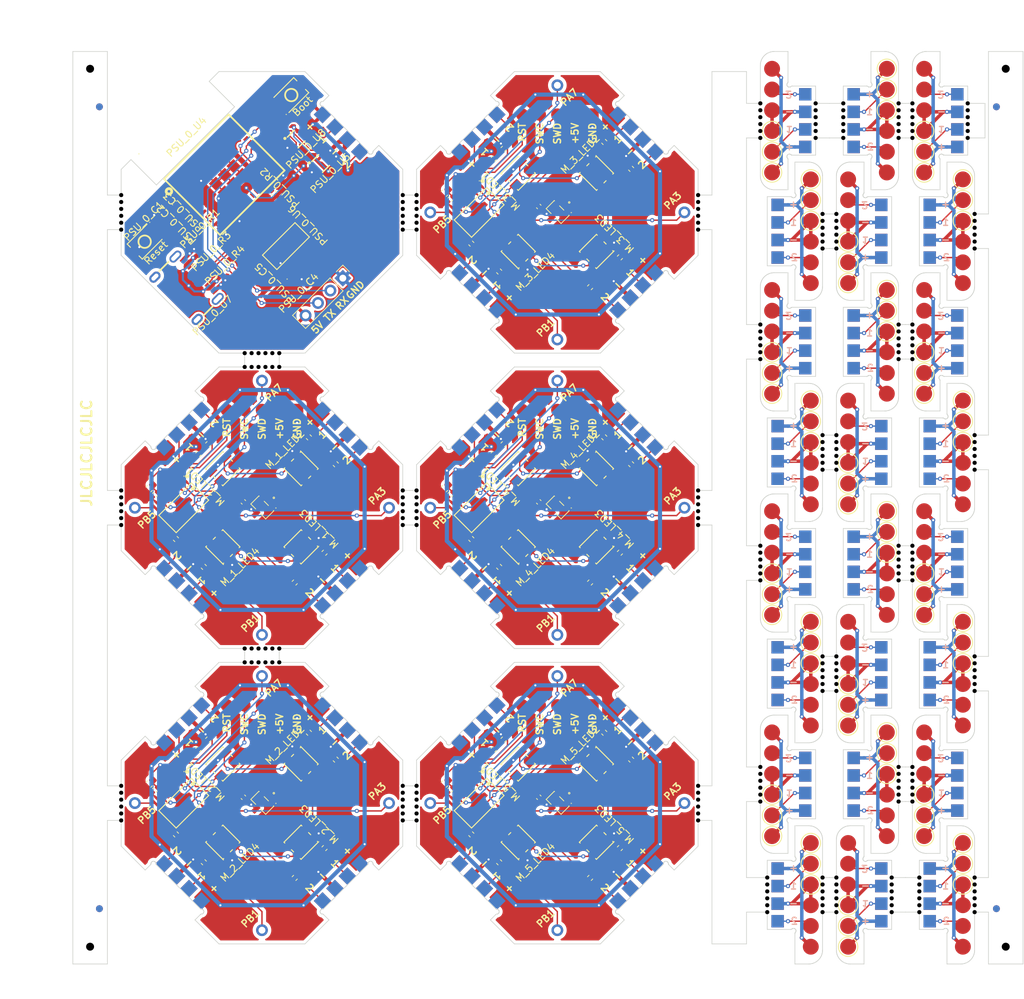
<source format=kicad_pcb>
(kicad_pcb (version 20240108) (generator "pcbnew") (generator_version "8.0")
  (layers (0 "F.Cu" signal) (31 "B.Cu" signal) (34 "B.Paste" user) (35 "F.Paste" user) (36 "B.SilkS" user "B.Silkscreen") (37 "F.SilkS" user "F.Silkscreen") (38 "B.Mask" user) (39 "F.Mask" user) (44 "Edge.Cuts" user))
  (net 0 "")
  (net 1 "Board_0-+3.3V")
  (net 2 "Board_0-+5V")
  (net 3 "Board_0-/DataTop1_3V3")
  (net 4 "Board_0-/DataTop1_5V")
  (net 5 "Board_0-/DataTop2_3V3")
  (net 6 "Board_0-/DataTop2_5V")
  (net 7 "Board_0-DIR1")
  (net 8 "Board_0-DIR2")
  (net 9 "Board_0-EN")
  (net 10 "Board_0-GND")
  (net 11 "Board_0-IO8")
  (net 12 "Board_0-IO9")
  (net 13 "Board_0-PWR_USB_CC1")
  (net 14 "Board_0-PWR_USB_CC2")
  (net 15 "Board_0-RX")
  (net 16 "Board_0-TX")
  (net 17 "Board_0-USB_D+")
  (net 18 "Board_0-USB_D-")
  (net 19 "Board_0-unconnected-(U4-IO0-Pad12)")
  (net 20 "Board_0-unconnected-(U4-IO1-Pad13)")
  (net 21 "Board_0-unconnected-(U4-IO14-Pad19)")
  (net 22 "Board_0-unconnected-(U4-IO15-Pad20)")
  (net 23 "Board_0-unconnected-(U4-IO18-Pad24)")
  (net 24 "Board_0-unconnected-(U4-IO19-Pad25)")
  (net 25 "Board_0-unconnected-(U4-IO2-Pad5)")
  (net 26 "Board_0-unconnected-(U4-IO3-Pad6)")
  (net 27 "Board_0-unconnected-(U4-IO4-Pad9)")
  (net 28 "Board_0-unconnected-(U4-IO5-Pad10)")
  (net 29 "Board_0-unconnected-(U4-IO6-Pad15)")
  (net 30 "Board_0-unconnected-(U4-IO7-Pad16)")
  (net 31 "Board_0-unconnected-(U4-NC-Pad21)")
  (net 32 "Board_0-unconnected-(U4-NC-Pad32)")
  (net 33 "Board_0-unconnected-(U4-NC-Pad33)")
  (net 34 "Board_0-unconnected-(U4-NC-Pad34)")
  (net 35 "Board_0-unconnected-(U4-NC-Pad35)")
  (net 36 "Board_0-unconnected-(U4-NC-Pad4)")
  (net 37 "Board_0-unconnected-(U4-NC-Pad7)")
  (net 38 "Board_0-unconnected-(U7-SBU1-Pad9)")
  (net 39 "Board_0-unconnected-(U7-SBU2-Pad3)")
  (net 40 "Board_0-unconnected-(U7-SHELL-Pad13)")
  (net 41 "Board_0-unconnected-(U7-SHELL-Pad13)_1")
  (net 42 "Board_0-unconnected-(U7-SHELL-Pad14)")
  (net 43 "Board_0-unconnected-(U7-SHELL-Pad14)_1")
  (net 44 "Board_1-+5V")
  (net 45 "Board_1-/DataBottom1")
  (net 46 "Board_1-/DataBottom2")
  (net 47 "Board_1-/DataLeft1")
  (net 48 "Board_1-/DataLeft2")
  (net 49 "Board_1-/DataRight1")
  (net 50 "Board_1-/DataRight2")
  (net 51 "Board_1-/DataTop1")
  (net 52 "Board_1-/DataTop2")
  (net 53 "Board_1-/HallAdc")
  (net 54 "Board_1-/LedIn")
  (net 55 "Board_1-/Reset")
  (net 56 "Board_1-/SWC")
  (net 57 "Board_1-/SWD")
  (net 58 "Board_1-/ShieldBottomLeft")
  (net 59 "Board_1-/ShieldBottomRight")
  (net 60 "Board_1-/ShieldTopLeft")
  (net 61 "Board_1-/ShieldTopRight")
  (net 62 "Board_1-GND")
  (net 63 "Board_1-Net-(LED1-DOUT)")
  (net 64 "Board_1-Net-(LED2-DOUT)")
  (net 65 "Board_1-Net-(LED3-DOUT)")
  (net 66 "Board_1-unconnected-(LED4-DOUT-Pad4)")
  (net 67 "Board_1-unconnected-(U1-PB0-Pad15)")
  (net 68 "Board_2-+5V")
  (net 69 "Board_2-/DataBottom1")
  (net 70 "Board_2-/DataBottom2")
  (net 71 "Board_2-/DataLeft1")
  (net 72 "Board_2-/DataLeft2")
  (net 73 "Board_2-/DataRight1")
  (net 74 "Board_2-/DataRight2")
  (net 75 "Board_2-/DataTop1")
  (net 76 "Board_2-/DataTop2")
  (net 77 "Board_2-/HallAdc")
  (net 78 "Board_2-/LedIn")
  (net 79 "Board_2-/Reset")
  (net 80 "Board_2-/SWC")
  (net 81 "Board_2-/SWD")
  (net 82 "Board_2-/ShieldBottomLeft")
  (net 83 "Board_2-/ShieldBottomRight")
  (net 84 "Board_2-/ShieldTopLeft")
  (net 85 "Board_2-/ShieldTopRight")
  (net 86 "Board_2-GND")
  (net 87 "Board_2-Net-(LED1-DOUT)")
  (net 88 "Board_2-Net-(LED2-DOUT)")
  (net 89 "Board_2-Net-(LED3-DOUT)")
  (net 90 "Board_2-unconnected-(LED4-DOUT-Pad4)")
  (net 91 "Board_2-unconnected-(U1-PB0-Pad15)")
  (net 92 "Board_3-+5V")
  (net 93 "Board_3-/DataBottom1")
  (net 94 "Board_3-/DataBottom2")
  (net 95 "Board_3-/DataLeft1")
  (net 96 "Board_3-/DataLeft2")
  (net 97 "Board_3-/DataRight1")
  (net 98 "Board_3-/DataRight2")
  (net 99 "Board_3-/DataTop1")
  (net 100 "Board_3-/DataTop2")
  (net 101 "Board_3-/HallAdc")
  (net 102 "Board_3-/LedIn")
  (net 103 "Board_3-/Reset")
  (net 104 "Board_3-/SWC")
  (net 105 "Board_3-/SWD")
  (net 106 "Board_3-/ShieldBottomLeft")
  (net 107 "Board_3-/ShieldBottomRight")
  (net 108 "Board_3-/ShieldTopLeft")
  (net 109 "Board_3-/ShieldTopRight")
  (net 110 "Board_3-GND")
  (net 111 "Board_3-Net-(LED1-DOUT)")
  (net 112 "Board_3-Net-(LED2-DOUT)")
  (net 113 "Board_3-Net-(LED3-DOUT)")
  (net 114 "Board_3-unconnected-(LED4-DOUT-Pad4)")
  (net 115 "Board_3-unconnected-(U1-PB0-Pad15)")
  (net 116 "Board_4-+5V")
  (net 117 "Board_4-/DataBottom1")
  (net 118 "Board_4-/DataBottom2")
  (net 119 "Board_4-/DataLeft1")
  (net 120 "Board_4-/DataLeft2")
  (net 121 "Board_4-/DataRight1")
  (net 122 "Board_4-/DataRight2")
  (net 123 "Board_4-/DataTop1")
  (net 124 "Board_4-/DataTop2")
  (net 125 "Board_4-/HallAdc")
  (net 126 "Board_4-/LedIn")
  (net 127 "Board_4-/Reset")
  (net 128 "Board_4-/SWC")
  (net 129 "Board_4-/SWD")
  (net 130 "Board_4-/ShieldBottomLeft")
  (net 131 "Board_4-/ShieldBottomRight")
  (net 132 "Board_4-/ShieldTopLeft")
  (net 133 "Board_4-/ShieldTopRight")
  (net 134 "Board_4-GND")
  (net 135 "Board_4-Net-(LED1-DOUT)")
  (net 136 "Board_4-Net-(LED2-DOUT)")
  (net 137 "Board_4-Net-(LED3-DOUT)")
  (net 138 "Board_4-unconnected-(LED4-DOUT-Pad4)")
  (net 139 "Board_4-unconnected-(U1-PB0-Pad15)")
  (net 140 "Board_5-+5V")
  (net 141 "Board_5-/DataBottom1")
  (net 142 "Board_5-/DataBottom2")
  (net 143 "Board_5-/DataLeft1")
  (net 144 "Board_5-/DataLeft2")
  (net 145 "Board_5-/DataRight1")
  (net 146 "Board_5-/DataRight2")
  (net 147 "Board_5-/DataTop1")
  (net 148 "Board_5-/DataTop2")
  (net 149 "Board_5-/HallAdc")
  (net 150 "Board_5-/LedIn")
  (net 151 "Board_5-/Reset")
  (net 152 "Board_5-/SWC")
  (net 153 "Board_5-/SWD")
  (net 154 "Board_5-/ShieldBottomLeft")
  (net 155 "Board_5-/ShieldBottomRight")
  (net 156 "Board_5-/ShieldTopLeft")
  (net 157 "Board_5-/ShieldTopRight")
  (net 158 "Board_5-GND")
  (net 159 "Board_5-Net-(LED1-DOUT)")
  (net 160 "Board_5-Net-(LED2-DOUT)")
  (net 161 "Board_5-Net-(LED3-DOUT)")
  (net 162 "Board_5-unconnected-(LED4-DOUT-Pad4)")
  (net 163 "Board_5-unconnected-(U1-PB0-Pad15)")
  (net 164 "Board_6-+5V")
  (net 165 "Board_6-/Data1")
  (net 166 "Board_6-/Data2")
  (net 167 "Board_6-GND")
  (net 168 "Board_7-+5V")
  (net 169 "Board_7-/Data1")
  (net 170 "Board_7-/Data2")
  (net 171 "Board_7-GND")
  (net 172 "Board_8-+5V")
  (net 173 "Board_8-/Data1")
  (net 174 "Board_8-/Data2")
  (net 175 "Board_8-GND")
  (net 176 "Board_9-+5V")
  (net 177 "Board_9-/Data1")
  (net 178 "Board_9-/Data2")
  (net 179 "Board_9-GND")
  (net 180 "Board_10-+5V")
  (net 181 "Board_10-/Data1")
  (net 182 "Board_10-/Data2")
  (net 183 "Board_10-GND")
  (net 184 "Board_11-+5V")
  (net 185 "Board_11-/Data1")
  (net 186 "Board_11-/Data2")
  (net 187 "Board_11-GND")
  (net 188 "Board_12-+5V")
  (net 189 "Board_12-/Data1")
  (net 190 "Board_12-/Data2")
  (net 191 "Board_12-GND")
  (net 192 "Board_13-+5V")
  (net 193 "Board_13-/Data1")
  (net 194 "Board_13-/Data2")
  (net 195 "Board_13-GND")
  (net 196 "Board_14-+5V")
  (net 197 "Board_14-/Data1")
  (net 198 "Board_14-/Data2")
  (net 199 "Board_14-GND")
  (net 200 "Board_15-+5V")
  (net 201 "Board_15-/Data1")
  (net 202 "Board_15-/Data2")
  (net 203 "Board_15-GND")
  (net 204 "Board_16-+5V")
  (net 205 "Board_16-/Data1")
  (net 206 "Board_16-/Data2")
  (net 207 "Board_16-GND")
  (net 208 "Board_17-+5V")
  (net 209 "Board_17-/Data1")
  (net 210 "Board_17-/Data2")
  (net 211 "Board_17-GND")
  (net 212 "Board_18-+5V")
  (net 213 "Board_18-/Data1")
  (net 214 "Board_18-/Data2")
  (net 215 "Board_18-GND")
  (net 216 "Board_19-+5V")
  (net 217 "Board_19-/Data1")
  (net 218 "Board_19-/Data2")
  (net 219 "Board_19-GND")
  (net 220 "Board_20-+5V")
  (net 221 "Board_20-/Data1")
  (net 222 "Board_20-/Data2")
  (net 223 "Board_20-GND")
  (net 224 "Board_21-+5V")
  (net 225 "Board_21-/Data1")
  (net 226 "Board_21-/Data2")
  (net 227 "Board_21-GND")
  (net 228 "Board_22-+5V")
  (net 229 "Board_22-/Data1")
  (net 230 "Board_22-/Data2")
  (net 231 "Board_22-GND")
  (net 232 "Board_23-+5V")
  (net 233 "Board_23-/Data1")
  (net 234 "Board_23-/Data2")
  (net 235 "Board_23-GND")
  (net 236 "Board_24-+5V")
  (net 237 "Board_24-/Data1")
  (net 238 "Board_24-/Data2")
  (net 239 "Board_24-GND")
  (net 240 "Board_25-+5V")
  (net 241 "Board_25-/Data1")
  (net 242 "Board_25-/Data2")
  (net 243 "Board_25-GND")
  (net 244 "Board_26-+5V")
  (net 245 "Board_26-/Data1")
  (net 246 "Board_26-/Data2")
  (net 247 "Board_26-GND")
  (net 248 "Board_27-+5V")
  (net 249 "Board_27-/Data1")
  (net 250 "Board_27-/Data2")
  (net 251 "Board_27-GND")
  (net 252 "Board_28-+5V")
  (net 253 "Board_28-/Data1")
  (net 254 "Board_28-/Data2")
  (net 255 "Board_28-GND")
  (net 256 "Board_29-+5V")
  (net 257 "Board_29-/Data1")
  (net 258 "Board_29-/Data2")
  (net 259 "Board_29-GND")
  (footprint "CustomFootprints:PogoPinPad" (layer "F.Cu") (at 191.929088 73.5 180)
    (property "Reference" "POGO_17_J3" (hide yes))
    (property "Value" "PogoPinPad")
  )
  (footprint "CustomFootprints:PogoPin" (layer "F.Cu") (at 191.929088 111.5 180)
    (property "Reference" "POGO_19_U3" (hide yes))
    (property "Value" "PogoPin")
  )
  (footprint "NPTH" (layer "F.Cu") (at 209.229088 27.5)
    (property "Reference" "KiKit_MB_37_1" (hide yes))
    (property "Value" "NPTH" (hide yes))
  )
  (footprint "NPTH" (layer "F.Cu") (at 180.229088 139.5)
    (property "Reference" "KiKit_MB_25_6" (hide yes))
    (property "Value" "NPTH" (hide yes))
  )
  (footprint "NPTH" (layer "F.Cu") (at 188.229088 80.5)
    (property "Reference" "KiKit_MB_21_6" (hide yes))
    (property "Value" "NPTH" (hide yes))
  )
  (footprint "NPTH" (layer "F.Cu") (at 188.229088 141.5)
    (property "Reference" "KiKit_MB_26_3" (hide yes))
    (property "Value" "NPTH" (hide yes))
  )
  (footprint "CustomFootprints:01x04_PinPads" (layer "F.Cu") (at 161.319718 140.18413 -135)
    (property "Reference" "M_5_PinHeaderBottom1" (hide yes))
    (property "Value" "PinHeader")
  )
  (footprint "CustomFootprints:PogoPinPad" (layer "F.Cu") (at 180.929088 25.5 180)
    (property "Reference" "POGO_6_J3" (hide yes))
    (property "Value" "PogoPinPad")
  )
  (footprint "NPTH" (layer "F.Cu") (at 86.770913 87.5)
    (property "Reference" "KiKit_MB_7_2" (hide yes))
    (property "Value" "NPTH" (hide yes))
  )
  (footprint "NPTH" (layer "F.Cu") (at 179.229088 128.5)
    (property "Reference" "KiKit_MB_24_1" (hide yes))
    (property "Value" "NPTH" (hide yes))
  )
  (footprint "CustomFootprints:Py32" (layer "F.Cu") (at 138.55088 86 -135)
    (property "Reference" "M_4_U1" (hide yes))
    (property "Value" "PY32F002BF15P6TU")
  )
  (footprint "NPTH" (layer "F.Cu") (at 201.229088 124.5)
    (property "Reference" "KiKit_MB_44_5" (hide yes))
    (property "Value" "NPTH" (hide yes))
  )
  (footprint "NPTH" (layer "F.Cu") (at 199.229088 59.5)
    (property "Reference" "KiKit_MB_30_1" (hide yes))
    (property "Value" "NPTH" (hide yes))
  )
  (footprint "Resistor_SMD:R_0402_1005Metric" (layer "F.Cu") (at 142.086413 34.078612 45)
    (property "Reference" "M_3_R1" (hide yes))
    (property "Value" "10k")
  )
  (footprint "NPTH" (layer "F.Cu") (at 179.229088 29.5)
    (property "Reference" "KiKit_MB_18_4" (hide yes))
    (property "Value" "NPTH" (hide yes))
  )
  (footprint "NPTH" (layer "F.Cu") (at 201.229088 61.5)
    (property "Reference" "KiKit_MB_40_4" (hide yes))
    (property "Value" "NPTH" (hide yes))
  )
  (footprint "NPTH" (layer "F.Cu") (at 106.635588 65.635325)
    (property "Reference" "KiKit_MB_4_3" (hide yes))
    (property "Value" "NPTH" (hide yes))
  )
  (footprint "CustomFootprints:LED-SK6812MINI-HS" (layer "F.Cu") (at 144.207734 80.343146 -135)
    (property "Reference" "M_4_LED1")
    (property "Value" "SK6812MINI-HS")
  )
  (footprint "NPTH" (layer "F.Cu") (at 198.229088 139.5)
    (property "Reference" "KiKit_MB_35_1" (hide yes))
    (property "Value" "NPTH" (hide yes))
  )
  (footprint "NPTH" (layer "F.Cu") (at 198.229088 142.5)
    (property "Reference" "KiKit_MB_35_4" (hide yes))
    (property "Value" "NPTH" (hide yes))
  )
  (footprint "CustomFootprints:PogoPinPad" (layer "F.Cu") (at 186.529088 53.5)
    (property "Reference" "POGO_7_J4" (hide yes))
    (property "Value" "PogoPinPad")
  )
  (footprint "CustomFootprints:PogoPinPad" (layer "F.Cu") (at 186.529088 82.5)
    (property "Reference" "POGO_9_J3" (hide yes))
    (property "Value" "PogoPinPad")
  )
  (footprint "CustomFootprints:PogoPin" (layer "F.Cu") (at 191.929088 146.5 180)
    (property "Reference" "POGO_21_U2" (hide yes))
    (property "Value" "PogoPin")
  )
  (footprint "NPTH" (layer "F.Cu") (at 190.229088 111.5)
    (property "Reference" "KiKit_MB_33_2" (hide yes))
    (property "Value" "NPTH" (hide yes))
  )
  (footprint "NPTH" (layer "F.Cu") (at 201.229088 95.5)
    (property "Reference" "KiKit_MB_42_2" (hide yes))
    (property "Value" "NPTH" (hide yes))
  )
  (footprint "CustomFootprints:LED-SK6812MINI-HS" (layer "F.Cu") (at 112.792442 91.656854 45)
    (property "Reference" "M_1_LED3")
    (property "Value" "SK6812MINI-HS")
  )
  (footprint "CustomFootprints:PogoPinPad" (layer "F.Cu") (at 197.529088 133.5)
    (property "Reference" "POGO_20_J4" (hide yes))
    (property "Value" "PogoPinPad")
  )
  (footprint "Resistor_SMD:R_0402_1005Metric" (layer "F.Cu") (at 160.5419 122.43575 135)
    (property "Reference" "M_5_R3" (hide yes))
    (property "Value" "10k")
  )
  (footprint "CustomFootprints:PogoPinPad" (layer "F.Cu") (at 180.929088 22.5 180)
    (property "Reference" "POGO_6_J4" (hide yes))
    (property "Value" "PogoPinPad")
  )
  (footprint "NPTH" (layer "F.Cu") (at 86.770913 43.771)
    (property "Reference" "KiKit_MB_3_3" (hide yes))
    (property "Value" "NPTH" (hide yes))
  )
  (footprint "NPTH" (layer "F.Cu") (at 199.229088 96.5)
    (property "Reference" "KiKit_MB_32_6" (hide yes))
    (property "Value" "NPTH" (hide yes))
  )
  (footprint "Fiducial" (layer "F.Cu") (at 213.380088 28)
    (property "Reference" "KiKit_FID_T_2" (hide yes))
    (property "Value" "Fiducial" (hide yes))
  )
  (footprint "NPTH" (layer "F.Cu") (at 202.229088 142.5)
    (property "Reference" "KiKit_MB_45_3" (hide yes))
    (property "Value" "NPTH" (hide yes))
  )
  (footprint "Resistor_SMD:R_0402_1005Metric" (layer "F.Cu") (at 94.690509 133.254483 -45)
    (property "Reference" "M_2_R7" (hide yes))
    (property "Value" "10k")
  )
  (footprint "Resistor_SMD:R_0402_1005Metric" (layer "F.Cu") (at 116.186555 135.234382 -135)
    (property "Reference" "M_2_R6" (hide yes))
    (property "Value" "10k")
  )
  (footprint "CustomFootprints:PogoPin" (layer "F.Cu") (at 197.529088 57.5)
    (property "Reference" "POGO_16_U2" (hide yes))
    (property "Value" "PogoPin")
  )
  (footprint "CustomFootprints:PogoPinPad" (layer "F.Cu") (at 208.529088 114.5)
    (property "Reference" "POGO_27_J3" (hide yes))
    (property "Value" "PogoPinPad")
  )
  (footprint "Resistor_SMD:R_0402_1005Metric" (layer "F.Cu") (at 158.915555 92.505382 -135)
    (property "Reference" "M_4_R6" (hide yes))
    (property "Value" "10k")
  )
  (footprint "NPTH" (layer "F.Cu") (at 209.229088 29.5)
    (property "Reference" "KiKit_MB_37_3" (hide yes))
    (property "Value" "NPTH" (hide yes))
  )
  (footprint "NPTH" (layer "F.Cu") (at 209.229088 32.5)
    (property "Reference" "KiKit_MB_37_6" (hide yes))
    (property "Value" "NPTH" (hide yes))
  )
  (footprint "NPTH" (layer "F.Cu") (at 188.229088 78.5)
    (property "Reference" "KiKit_MB_21_4" (hide yes))
    (property "Value" "NPTH" (hide yes))
  )
  (footprint "CustomFootprints:PogoPinPad" (layer "F.Cu") (at 180.929088 124.5 180)
    (property "Reference" "POGO_12_J1" (hide yes))
    (property "Value" "PogoPinPad")
  )
  (footprint "NPTH" (layer "F.Cu") (at 210.229088 78.5)
    (property "Reference" "KiKit_MB_41_4" (hide yes))
    (property "Value" "NPTH" (hide yes))
  )
  (footprint "NPTH" (layer "F.Cu") (at 198.229088 140.5)
    (property "Reference" "KiKit_MB_35_2" (hide yes))
    (property "Value" "NPTH" (hide yes))
  )
  (footprint "CustomFootprints:PogoPinPad" (layer "F.Cu") (at 197.529088 101.5)
    (property "Reference" "POGO_18_J4" (hide yes))
    (property "Value" "PogoPinPad")
  )
  (footprint "NPTH" (layer "F.Cu") (at 201.229088 93.5)
    (property "Reference" "KiKit_MB_42_4" (hide yes))
    (property "Value" "NPTH" (hide yes))
  )
  (footprint "NPTH" (layer "F.Cu") (at 201.229088 31.5)
    (property "Reference" "KiKit_MB_38_2" (hide yes))
    (property "Value" "NPTH" (hide yes))
  )
  (footprint "NPTH" (layer "F.Cu") (at 105.635588 65.635325)
    (property "Reference" "KiKit_MB_4_2" (hide yes))
    (property "Value" "NPTH" (hide yes))
  )
  (footprint "CustomFootprints:PogoPin" (layer "F.Cu") (at 208.529088 76.5)
    (property "Reference" "POGO_25_U3" (hide yes))
    (property "Value" "PogoPin")
  )
  (footprint "NPTH" (layer "F.Cu") (at 179.229088 125.5)
    (property "Reference" "KiKit_MB_24_4" (hide yes))
    (property "Value" "NPTH" (hide yes))
  )
  (footprint "NPTH" (layer "F.Cu") (at 127.500263 43.771)
    (property "Reference" "KiKit_MB_2_4" (hide yes))
    (property "Value" "NPTH" (hide yes))
  )
  (footprint "CustomFootprints:HallLinearSensor" (layer "F.Cu") (at 149.864588 128.729 45)
    (property "Reference" "M_5_U6" (hide yes))
    (property "Value" "HallLinearSensor")
  )
  (footprint "NPTH" (layer "F.Cu") (at 191.229088 32.5)
    (property "Reference" "KiKit_MB_27_1" (hide yes))
    (property "Value" "NPTH" (hide yes))
  )
  (footprint "Resistor_SMD:R_0402_1005Metric" (layer "F.Cu") (at 140.6722 78.221825 -135)
    (property "Reference" "M_4_R2" (hide yes))
    (property "Value" "10k")
  )
  (footprint "CustomFootprints:01x04_PinPads" (layer "F.Cu") (at 138.409458 31.81587 45)
    (property "Reference" "M_3_PinHeaderTop1" (hide yes))
    (property "Value" "PinHeader")
  )
  (footprint "NPTH" (layer "F.Cu") (at 179.229088 91.5)
    (property "Reference" "KiKit_MB_22_6" (hide yes))
    (property "Value" "NPTH" (hide yes))
  )
  (footprint "CustomFootprints:PogoPin" (layer "F.Cu") (at 191.929088 82.5 180)
    (property "Reference" "POGO_17_U2" (hide yes))
    (property "Value" "PogoPin")
  )
  (footprint "NPTH" (layer "F.Cu") (at 199.229088 94.5)
    (property "Reference" "KiKit_MB_32_4" (hide yes))
    (property "Value" "NPTH" (hide yes))
  )
  (footprint "NPTH" (layer "F.Cu") (at 201.229088 60.5)
    (property "Reference" "KiKit_MB_40_5" (hide yes))
    (property "Value" "NPTH" (hide yes))
  )
  (footprint "NPTH" (layer "F.Cu") (at 202.229088 140.5)
    (property "Reference" "KiKit_MB_45_5" (hide yes))
    (property "Value" "NPTH" (hide yes))
  )
  (footprint "CustomFootprints:VoltageRegulator" (layer "F.Cu") (at 110.671122 48.220747 -45)
    (property "Reference" "PSU_0_U6")
    (property "Value" "LinearVoltageRegulator")
  )
  (footprint "CustomFootprints:ShieldConnector" (layer "F.Cu") (at 131.33839 43.412421 45)
    (property "Reference" "M_3_J2" (hide yes))
    (property "Value" "Conn_01x01")
  )
  (footprint "NPTH" (layer "F.Cu") (at 190.229088 110.5)
    (property "Reference" "KiKit_MB_33_3" (hide yes))
    (property "Value" "NPTH" (hide yes))
  )
  (footprint "CustomFootprints:01x04_PinPads" (layer "F.Cu") (at 161.319718 54.72613 -135)
    (property "Reference" "M_3_PinHeaderBottom1" (hide yes))
    (property "Value" "PinHeader")
  )
  (footprint "Capacitor_SMD:C_0402_1005Metric" (layer "F.Cu") (at 134.378949 41.361812 -135)
    (property "Reference" "M_3_C2" (hide yes))
    (property "Value" "100nF")
  )
  (footprint "NPTH" (layer "F.Cu") (at 199.229088 63.5)
    (property "Reference" "KiKit_MB_30_5" (hide yes))
    (property "Value" "NPTH" (hide yes))
  )
  (footprint "CustomFootprints:LED-SK6812MINI-HS" (layer "F.Cu") (at 144.207734 123.072146 -135)
    (property "Reference" "M_5_LED1")
    (property "Value" "SK6812MINI-HS")
  )
  (footprint "Capacitor_SMD:C_0402_1005Metric" (layer "F.Cu") (at 91.649949 84.090812 -135)
    (property "Reference" "M_1_C2" (hide yes))
    (property "Value" "100nF")
  )
  (footprint "CustomFootprints:01x04_PinPads" (layer "F.Cu") (at 118.590718 31.81587 -45)
    (property "Reference" "PSU_0_U9" (hide yes))
    (property "Value" "PinHeaderRight")
  )
  (footprint "CustomFootprints:PogoPinPad" (layer "F.Cu") (at 202.929088 89.5 180)
    (property "Reference" "POGO_26_J3" (hide yes))
    (property "Value" "PogoPinPad")
  )
  (footprint "NPTH" (layer "F.Cu") (at 104.635588 106.364675)
    (property "Reference" "KiKit_MB_6_6" (hide yes))
    (property "Value" "NPTH" (hide yes))
  )
  (footprint "Resistor_SMD:R_0402_1005Metric" (layer "F.Cu") (at 117.8129 122.43575 135)
    (property "Reference" "M_2_R3" (hide yes))
    (property "Value" "10k")
  )
  (footprint "CustomFootprints:PogoPinPad" (layer "F.Cu") (at 202.929088 60.5 180)
    (property "Reference" "POGO_24_J1" (hide yes))
    (property "Value" "PogoPinPad")
  )
  (footprint "NPTH" (layer "F.Cu") (at 82.269913 149.5)
    (property "Reference" "KiKit_TO_3" (hide yes))
    (property "Value" "NPTH" (hide yes))
  )
  (footprint "NPTH" (layer "F.Cu") (at 198.229088 141.5)
    (property "Reference" "KiKit_MB_35_3" (hide yes))
    (property "Value" "NPTH" (hide yes))
  )
  (footprint "CustomFootprints:PogoPinPad" (layer "F.Cu") (at 191.929088 38.5 180)
    (property "Reference" "POGO_15_J4" (hide yes))
    (property "Value" "PogoPinPad")
  )
  (footprint "Capacitor_SMD:C_0603_1608Metric" (layer "F.Cu") (at 90.801421 125.971284 -135)
    (property "Reference" "M_2_C1" (hide yes))
    (property "Value" "10uF")
  )
  (footprint "NPTH" (layer "F.Cu") (at 210.229088 143.5)
    (property "Reference" "KiKit_MB_46_5" (hide yes))
    (property "Value" "NPTH" (hide yes))
  )
  (footprint "NPTH" (layer "F.Cu") (at 86.770913 40.771)
    (property "Reference" "KiKit_MB_3_6" (hide yes))
    (property "Value" "NPTH" (hide yes))
  )
  (footprint "NPTH" (layer "F.Cu") (at 129.499913 88.5)
    (property "Reference" "KiKit_MB_14_1" (hide yes))
    (property "Value" "NPTH" (hide yes))
  )
  (footprint "CustomFootprints:01x04_PinPads" (layer "F.Cu") (at 161.319718 117.27387 -45)
    (property "Reference" "M_5_PinHeaderRight1" (hide yes))
    (property "Value" "PinHeader")
  )
  (footprint "NPTH" (layer "F.Cu") (at 105.635588 63.635675)
    (property "Reference" "KiKit_MB_1_5" (hide yes))
    (property "Value" "NPTH" (hide yes))
  )
  (footprint "CustomFootprints:LED-SK6812MINI-HS" (layer "F.Cu") (at 144.207734 134.385854 -45)
    (property "Reference" "M_5_LED4")
    (property "Value" "SK6812MINI-HS")
  )
  (footprint "NPTH" (layer "F.Cu") (at 179.229088 93.5)
    (property "Reference" "KiKit_MB_22_4" (hide yes))
    (property "Value" "NPTH" (hide yes))
  )
  (footprint "NPTH" (layer "F.Cu") (at 199.229088 32.5)
    (property "Reference" "KiKit_MB_28_6" (hide yes))
    (property "Value" "NPTH" (hide yes))
  )
  (footprint "CustomFootprints:SWD_Pad" (layer "F.Cu") (at 149.924582 114.586864 180)
    (property "Reference" "M_5_J1" (hide yes))
    (property "Value" "SWD_Programmer")
  )
  (footprint "CustomFootprints:PogoPinPad" (layer "F.Cu") (at 180.929088 121.5 180)
    (property "Reference" "POGO_12_J3" (hide yes))
    (property "Value" "PogoPinPad")
  )
  (footprint "Capacitor_SMD:C_0603_1608Metric" (layer "F.Cu") (at 133.530421 125.971284 -135)
    (property "Reference" "M_5_C1" (hide yes))
    (property "Value" "10uF")
  )
  (footprint "NPTH" (layer "F.Cu") (at 210.229088 107.5)
    (property "Reference" "KiKit_MB_43_1" (hide yes))
    (property "Value" "NPTH" (hide yes))
  )
  (footprint "CustomFootprints:PogoPin" (layer "F.Cu") (at 180.929088 63.5 180)
    (property "Reference" "POGO_8_U3" (hide yes))
    (property "Value" "PogoPin")
  )
  (footprint "NPTH" (layer "F.Cu") (at 108.635588 65.635325)
    (property "Reference" "KiKit_MB_4_5" (hide yes))
    (property "Value" "NPTH" (hide yes))
  )
  (footprint "NPTH" (layer "F.Cu") (at 199.229088 125.5)
    (property "Reference" "KiKit_MB_34_3" (hide yes))
    (property "Value" "NPTH" (hide yes))
  )
  (footprint "NPTH" (layer "F.Cu") (at 188.229088 140.5)
    (property "Reference" "KiKit_MB_26_2" (hide yes))
    (property "Value" "NPTH" (hide yes))
  )
  (footprint "CustomFootprints:PogoPin" (layer "F.Cu") (at 186.529088 73.5)
    (property "Reference" "POGO_9_U2" (hide yes))
    (property "Value" "PogoPin")
  )
  (footprint "NPTH" (layer "F.Cu") (at 105.635588 106.364675)
    (property "Reference" "KiKit_MB_6_5" (hide yes))
    (property "Value" "NPTH" (hide yes))
  )
  (footprint "NPTH" (layer "F.Cu") (at 188.229088 43.5)
    (property "Reference" "KiKit_MB_19_1" (hide yes))
    (property "Value" "NPTH" (hide yes))
  )
  (footprint "NPTH" (layer "F.Cu") (at 199.229088 92.5)
    (property "Reference" "KiKit_MB_32_2" (hide yes))
    (property "Value" "NPTH" (hide yes))
  )
  (footprint "NPTH" (layer "F.Cu") (at 190.229088 43.5)
    (property "Reference" "KiKit_MB_29_6" (hide yes))
    (property "Value" "NPTH" (hide yes))
  )
  (footprint "CustomFootprints:PogoPin" (layer "F.Cu") (at 180.929088 95.5 180)
    (property "Reference" "POGO_10_U3" (hide yes))
    (property "Value" "PogoPin")
  )
  (footprint "CustomFootprints:PogoPinPad" (layer "F.Cu") (at 186.529088 50.5)
    (property "Reference" "POGO_7_J3" (hide yes))
    (property "Value" "PogoPinPad")
  )
  (footprint "CustomFootprints:PogoPin" (layer "F.Cu") (at 197.529088 86.5)
    (property "Reference" "POGO_18_U1" (hide yes))
    (property "Value" "PogoPin")
  )
  (footprint "CustomFootprints:LED-SK6812MINI-HS" (layer "F.Cu") (at 155.521442 80.343146 135)
    (property "Reference" "M_4_LED2")
    (property "Value" "SK6812MINI-HS")
  )
  (footprint "CustomFootprints:PogoPinPad" (layer "F.Cu") (at 180.929088 57.5 180)
    (property "Reference" "POGO_8_J3" (hide yes))
    (property "Value" "PogoPinPad")
  )
  (footprint "CustomFootprints:01x04_PinPads" (layer "F.Cu") (at 161.319718 74.54487 -45)
    (property "Reference" "M_4_PinHeaderRight1" (hide yes))
    (property "Value" "PinHeader")
  )
  (footprint "CustomFootprints:ShieldConnector" (layer "F.Cu") (at 131.33839 128.870421 45)
    (property "Reference" "M_5_J2" (hide yes))
    (property "Value" "Conn_01x01")
  )
  (footprint "Resistor_SMD:R_0402_1005Metric" (layer "F.Cu") (at 113.923813 118.546662 -45)
    (property "Reference" "M_2_R4" (hide yes))
    (property "Value" "10k")
  )
  (footprint "NPTH" (layer "F.Cu") (at 129.499913 131.229)
    (property "Reference" "KiKit_MB_16_1" (hide yes))
    (property "Value" "NPTH" (hide yes))
  )
  (footprint "NPTH" (layer "F.Cu") (at 188.229088 107.5)
    (property "Reference" "KiKit_MB_23_1" (hide yes))
    (property "Value" "NPTH" (hide yes))
  )
  (footprint "CustomFootprints:PogoPinPad" (layer "F.Cu") (at 186.529088 114.5)
    (property "Reference" "POGO_11_J3" (hide yes))
    (property "Value" "PogoPinPad")
  )
  (footprint "NPTH" (layer "F.Cu") (at 170.229263 86.5)
    (property "Reference" "KiKit_MB_13_4" (hide yes))
    (property "Value" "NPTH" (hide yes))
  )
  (footprint "CustomFootprints:PogoPin" (layer "F.Cu") (at 191.929088 47.5 180)
    (property "Reference" "POGO_15_U3" (hide yes))
    (property "Value" "PogoPin")
  )
  (footprint "NPTH" (layer "F.Cu") (at 188.229088 142.5)
    (property "Reference" "KiKit_MB_26_4" (hide yes))
    (property "Value" "NPTH" (hide yes))
  )
  (footprint "NPTH" (layer "F.Cu") (at 201.229088 91.5)
    (property "Reference" "KiKit_MB_42_6" (hide yes))
    (property "Value" "NPTH" (hide yes))
  )
  (footprint "NPTH" (layer "F.Cu") (at 127.500263 83.5)
    (property "Reference" "KiKit_MB_5_1" (hide yes))
    (property "Value" "NPTH" (hide yes))
  )
  (footprint "CustomFootprints:PogoPin" (layer "F.Cu") (at 186.529088 102.5)
    (property "Reference" "POGO_11_U1" (hide yes))
    (property "Value" "PogoPin")
  )
  (footprint "CustomFootprints:PogoPinPad" (layer "F.Cu") (at 191.929088 44.5 180)
    (property "Reference" "POGO_15_J1" (hide yes))
    (property "Value" "PogoPinPad")
  )
  (footprint "NPTH" (layer "F.Cu") (at 86.770913 86.5)
    (property "Reference" "KiKit_MB_7_3" (hide yes))
    (property "Value" "NPTH" (hide yes))
  )
  (footprint "CustomFootprints:BidirectionalLogicLevelConverter" (layer "F.Cu") (at 112.085335 32.664398 -135)
    (property "Reference" "PSU_0_U8")
    (property "Value" "BidirectionalLogicLevelShifter")
  )
  (footprint "CustomFootprints:PogoPinPad" (layer "F.Cu") (at 191.929088 140.5 180)
    (property "Reference" "POGO_21_J1" (hide yes))
    (property "Value" "PogoPinPad")
  )
  (footprint "CustomFootprints:PogoPin" (layer "F.Cu") (at 197.529088 89.5)
    (property "Reference" "POGO_18_U2" (hide yes))
    (property "Value" "PogoPin")
  )
  (footprint "CustomFootprints:HallLinearSensor" (layer "F.Cu") (at 149.864588 43.271 45)
    (property "Reference" "M_3_U6" (hide yes))
    (property "Value" "HallLinearSensor")
  )
  (footprint "NPTH" (layer "F.Cu") (at 170.229263 40.771)
    (property "Reference" "KiKit_MB_11_1" (hide yes))
    (property "Value" "NPTH" (hide yes))
  )
  (footprint "Capacitor_SMD:C_0603_1608Metric" (layer "F.Cu") (at 90.801421 83.242284 -135)
    (property "Reference" "M_1_C1" (hide yes))
    (property "Value" "10uF")
  )
  (footprint "NPTH" (layer "F.Cu") (at 129.499913 129.229)
    (property "Reference" "KiKit_MB_16_3" (hide yes))
    (property "Value" "NPTH" (hide yes))
  )
  (footprint "CustomFootprints:ShieldConnector" (layer "F.Cu") (at 125.378943 128.870421 45)
    (property "Reference" "M_2_J5" (hide yes))
    (property "Value" "Conn_01x01")
  )
  (footprint "Resistor_SMD:R_0402_1005Metric" (layer "F.Cu") (at 137.419509 47.796483 -45)
    (property "Reference" "M_3_R7" (hide yes))
    (property "Value" "10k")
  )
  (footprint "NPTH" (layer "F.Cu") (at 190.229088 80.5)
    (property "Reference" "KiKit_MB_31_1" (hide yes))
    (property "Value" "NPTH" (hide yes))
  )
  (footprint "NPTH" (layer "F.Cu") (at 107.635588 108.364325)
    (property "Reference" "KiKit_MB_8_4" (hide yes))
    (property "Value" "NPTH" (hide yes))
  )
  (footprint "NPTH" (layer "F.Cu") (at 105.635588 108.364325)
    (property "Reference" "KiKit_MB_8_2" (hide yes))
    (property "Value" "NPTH" (hide yes))
  )
  (footprint "NPTH" (layer "F.Cu") (at 214.730088 22.5)
    (property "Reference" "KiKit_TO_2" (hide yes))
    (property "Value" "NPTH" (hide yes))
  )
  (footprint "CustomFootprints:ShieldConnector" (layer "F.Cu") (at 149.723167 61.797198 45)
    (property "Reference" "M_3_J3" (hide yes))
    (property "Value" "Conn_01x01")
  )
  (footprint "CustomFootprints:PogoPinPad" (layer "F.Cu") (at 202.929088 28.5 180)
    (property "Reference" "POGO_22_J1" (hide yes))
    (property "Value" "PogoPinPad")
  )
  (footprint "NPTH" (layer "F.Cu") (at 109.635588 65.635325)
    (property "Reference" "KiKit_MB_4_6" (hide yes))
    (property "Value" "NPTH" (hide yes))
  )
  (footprint "NPTH" (layer "F.Cu") (at 187.229088 31.5)
    (property "Reference" "KiKit_MB_17_5" (hide yes))
    (property "Value" "NPTH" (hide yes))
  )
  (footprint "NPTH" (layer "F.Cu") (at 179.229088 31.5)
    (property "Reference" "KiKit_MB_18_2" (hide yes))
    (property "Value" "NPTH" (hide yes))
  )
  (footprint "CustomFootprints:PogoPin" (layer "F.Cu") (at 186.529088 70.5)
    (property "Reference" "POGO_9_U1" (hide yes))
    (property "Value" "PogoPin")
  )
  (footprint "Resistor_SMD:R_0402_1005Metric" (layer "F.Cu") (at 141.450017 51.826992 135)
    (property "Reference" "M_3_R8" (hide yes))
    (property "Value" "10k")
  )
  (footprint "Fiducial" (layer "F.Cu") (at 83.619913 28)
    (property "Reference" "KiKit_FID_T_1" (hide yes))
    (property "Value" "Fiducial" (hide yes))
  )
  (footprint "CustomFootprints:Py32" (layer "F.Cu") (at 138.55088 43.271 -135)
    (property "Reference" "M_3_U1" (hide yes))
    (property "Value" "PY32F002BF15P6TU")
  )
  (footprint "CustomFootprints:01x04_PinPads" (layer "F.Cu") (at 138.409458 140.18413 135)
    (property "Reference" "M_5_PinHeaderLeft1" (hide yes))
    (property "Value" "PinHeader")
  )
  (footprint "CustomFootprints:LED-SK6812MINI-HS" (layer "F.Cu") (at 101.478734 134.385854 -45)
    (property "Reference" "M_2_LED4")
    (property "Value" "SK6812MINI-HS")
  )
  (footprint "NPTH" (layer "F.Cu") (at 201.229088 96.5)
    (property "Reference" "KiKit_MB_42_1" (hide yes))
    (property "Value" "NPTH" (hide yes))
  )
  (footprint "CustomFootprints:PogoPin" (layer "F.Cu") (at 202.929088 98.5 180)
    (property "Reference" "POGO_26_U2" (hide yes))
    (property "Value" "PogoPin")
  )
  (footprint "CustomFootprints:PogoPin" (layer "F.Cu") (at 202.929088 133.5 180)
    (property "Reference" "POGO_28_U1" (hide yes))
    (property "Value" "PogoPin")
  )
  (footprint "NPTH" (layer "F.Cu") (at 201.229088 59.5)
    (property "Reference" "KiKit_MB_40_6" (hide yes))
    (property "Value" "NPTH" (hide yes))
  )
  (footprint "CustomFootprints:PogoPinPad" (layer "F.Cu") (at 186.529088 143.5)
    (property "Reference" "POGO_13_J1" (hide yes))
    (property "Value" "PogoPinPad")
  )
  (footprint "CustomFootprints:PogoPinPad" (layer "F.Cu") (at 208.529088 117.5)
    (property "Reference" "POGO_27_J4" (hide yes))
    (property "Value" "PogoPinPad")
  )
  (footprint "CustomFootprints:PogoPin" (layer "F.Cu") (at 197.529088 28.5)
    (property "Reference" "POGO_14_U3" (hide yes))
    (property "Value" "PogoPin")
  )
  (footprint "CustomFootprints:PogoPin" (layer "F.Cu") (at 197.529088 22.5)
    (property "Reference" "POGO_14_U1" (hide yes))
    (property "Value" "PogoPin")
  )
  (footprint "NPTH" (layer "F.Cu") (at 188.229088 109.5)
    (property "Reference" "KiKit_MB_23_3" (hide yes))
    (property "Value" "NPTH" (hide yes))
  )
  (footprint "NPTH" (layer "F.Cu") (at 199.229088 29.5)
    (property "Reference" "KiKit_MB_28_3" (hide yes))
    (property "Value" "NPTH" (hide yes))
  )
  (footprint "NPTH" (layer "F.Cu") (at 86.770913 127.229)
    (property "Reference" "KiKit_MB_10_5" (hide yes))
    (property "Value" "NPTH" (hide yes))
  )
  (footprint "CustomFootprints:PogoPinPad" (layer "F.Cu") (at 202.929088 124.5 180)
    (property "Reference" "POGO_28_J1" (hide yes))
    (property "Value" "PogoPinPad")
  )
  (footprint "CustomFootprints:01x04_PinPads" (layer "F.Cu") (at 138.409458 54.72613 135)
    (property "Reference" "M_3_PinHeaderLeft1" (hide yes))
    (property "Value" "PinHeader")
  )
  (footprint "CustomFootprints:PogoPin" (layer "F.Cu") (at 208.529088 108.5)
    (property "Reference" "POGO_27_U3" (hide yes))
    (property "Value" "PogoPin")
  )
  (footprint "Resistor_SMD:R_0402_1005Metric" (layer "F.Cu") (at 141.450017 94.555992 135)
    (property "Reference" "M_4_R8" (hide yes))
    (property "Value" "10k")
  )
  (footprint "CustomFootprints:PogoPinPad" (layer "F.Cu") (at 186.529088 79.5)
    (property "Reference" "POGO_9_J1" (hide yes))
    (property "Value" "PogoPinPad")
  )
  (footprint "Resistor_SMD:R_0402_1005Metric" (layer "F.Cu") (at 111.873203 139.547734 45)
    (property "Reference" "M_2_R5" (hide yes))
    (property "Value" "10k")
  )
  (footprint "Capacitor_SMD:C_0402_1005Metric" (layer "F.Cu") (at 88.60939 45.958006 -135)
    (property "Reference" "PSU_0_C1")
    (property "Value" "100nF-Ceramic")
  )
  (footprint "Capacitor_SMD:C_0402_1005Metric" (layer "F.Cu") (at 134.378949 126.819812 -135)
    (property "Reference" "M_5_C2" (hide yes))
    (property "Value" "100nF")
  )
  (footprint "NPTH" (layer "F.Cu") (at 127.500263 42.771)
    (property "Reference" "KiKit_MB_2_3" (hide yes))
    (property "Value" "NPTH" (hide yes))
  )
  (footprint "CustomFootprints:Button" (layer "F.Cu") (at 111.378229 26.300437 -135)
    (property "Reference" "PSU_0_U3" (hide yes))
    (property "Value" "Tactile-Switch")
  )
  (footprint "CustomFootprints:PogoPinPad" (layer "F.Cu") (at 197.529088 95.5)
    (property "Reference" "POGO_18_J1" (hide yes))
    (property "Value" "PogoPinPad")
  )
  (footprint "NPTH" (layer "F.Cu") (at 201.229088 125.5)
    (property "Reference" "KiKit_MB_44_4" (hide yes))
    (property "Value" "NPTH" (hide yes))
  )
  (footprint "Resistor_SMD:R_0402_1005Metric" (layer "F.Cu") (at 154.602203 96.818734 45)
    (property "Reference" "M_4_R5" (hide yes))
    (property "Value" "10k")
  )
  (footprint "NPTH" (layer "F.Cu") (at 127.500263 126.229)
    (property "Reference" "KiKit_MB_9_1" (hide yes))
    (property "Value" "NPTH" (hide yes))
  )
  (footprint "CustomFootprints:PogoPin" (layer "F.Cu") (at 208.529088 134.5)
    (property "Reference" "POGO_29_U1" (hide yes))
    (property "Value" "PogoPin")
  )
  (footprint "CustomFootprints:PogoPin" (layer "F.Cu") (at 186.529088 105.5)
    (property "Reference" "POGO_11_U2" (hide yes))
    (property "Value" "PogoPin")
  )
  (footprint "CustomFootprints:PogoPinPad" (layer "F.Cu") (at 202.929088 118.5 180)
    (property "Reference" "POGO_28_J4" (hide yes))
    (property "Value" "PogoPinPad")
  )
  (footprint "NPTH" (layer "F.Cu") (at 201.229088 123.5)
    (property "Reference" "KiKit_MB_44_6" (hide yes))
    (property "Value" "NPTH" (hide yes))
  )
  (footprint "CustomFootprints:PogoPin" (layer "F.Cu") (at 202.929088 69.5 180)
    (property "Reference" "POGO_24_U1" (hide yes))
    (property "Value" "PogoPin")
  )
  (footprint "NPTH" (layer "F.Cu") (at 170.229263 42.771)
    (property "Reference" "KiKit_MB_11_3" (hide yes))
    (property "Value" "NPTH" (hide yes))
  )
  (footprint "NPTH" (layer "F.Cu") (at 190.229088 108.5)
    (property "Reference" "KiKit_MB_33_5" (hide yes))
    (property "Value" "NPTH" (hide yes))
  )
  (footprint "CustomFootprints:PogoPinPad" (layer "F.Cu") (at 197.529088 127.5)
    (property "Reference" "POGO_20_J1" (hide yes))
    (property "Value" "PogoPinPad")
  )
  (footprint "NPTH" (layer "F.Cu") (at 170.229263 127.229)
    (property "Reference" "KiKit_MB_15_2" (hide yes))
    (property "Value" "NPTH" (hide yes))
  )
  (footprint "NPTH" (layer "F.Cu") (at 191.229088 27.5)
    (property "Reference" "KiKit_MB_27_6" (hide yes))
    (property "Value" "NPTH" (hide yes))
  )
  (footprint "NPTH" (layer "F.Cu") (at 127.500263 129.229)
    (property "Reference" "KiKit_MB_9_4" (hide yes))
    (property "Value" "NPTH" (hide yes))
  )
  (footprint "CustomFootprints:PogoPin" (layer "F.Cu") (at 191.929088 50.5 180)
    (property "Reference" "POGO_15_U2" (hide yes))
    (property "Value" "PogoPin")
  )
  (footprint "CustomFootprints:LED-SK6812MINI-HS" (layer "F.Cu") (at 144.207734 48.927854 -45)
    (property "Reference" "M_3_LED4")
    (property "Value" "SK6812MINI-HS")
  )
  (footprint "CustomFootprints:PogoPin" (layer "F.Cu") (at 197.529088 124.5)
    (property "Reference" "POGO_20_U3" (hide yes))
    (property "Value" "PogoPin")
  )
  (footprint "NPTH" (layer "F.Cu") (at 190.229088 109.5)
    (property "Reference" "KiKit_MB_33_4" (hide yes))
    (property "Value" "NPTH" (hide yes))
  )
  (footprint "CustomFootprints:PogoPin" (layer "F.Cu") (at 197.529088 121.5)
    (property "Reference" "POGO_20_U2" (hide yes))
    (property "Value" "PogoPin")
  )
  (footprint "CustomFootprints:SWD_Pad" (layer "F.Cu") (at 107.195582 71.857864 180)
    (property "Reference" "M_1_J1" (hide yes))
    (property "Value" "SWD_Programmer")
  )
  (footprint "CustomFootprints:PogoPin" (layer "F.Cu") (at 208.529088 38.5)
    (property "Reference" "POGO_23_U1" (hide yes))
    (property "Value" "PogoPin")
  )
  (footprint "NPTH" (layer "F.Cu") (at 188.229088 44.5)
    (property "Reference" "KiKit_MB_19_2" (hide yes))
    (property "Value" "NPTH" (hide yes))
  )
  (footprint "CustomFootprints:01x04_PinPads" (layer "F.Cu") (at 95.680458 140.18413 135)
    (property "Reference" "M_2_PinHeaderLeft1" (hide yes))
    (property "Value" "PinHeader")
  )
  (footprint "CustomFootprints:PogoPin" (layer "F.Cu") (at 208.529088 137.5)
    (property "Reference" "POGO_29_U2" (hide yes))
    (property "Value" "PogoPin")
  )
  (footprint "NPTH" (layer "F.Cu") (at 199.229088 93.5)
    (property "Reference" "KiKit_MB_32_3" (hide yes))
    (property "Value" "NPTH" (hide yes))
  )
  (footprint "NPTH" (layer "F.Cu") (at 201.229088 128.5)
    (property "Reference" "KiKit_MB_44_1" (hide yes))
    (property "Value" "NPTH" (hide yes))
  )
  (footprint "NPTH" (layer "F.Cu") (at 190.229088 76.5)
    (property "Reference" "KiKit_MB_31_5" (hide yes))
    (property "Value" "NPTH" (hide yes))
  )
  (footprint "NPTH" (layer "F.Cu") (at 191.229088 29.5)
    (property "Reference" "KiKit_MB_27_4" (hide yes))
    (property "Value" "NPTH" (hide yes))
  )
  (footprint "NPTH" (layer "F.Cu") (at 179.229088 94.5)
    (property "Reference" "KiKit_MB_22_3" (hide yes))
    (property "Value" "NPTH" (hide yes))
  )
  (footprint "CustomFootprints:PogoPinPad" (layer "F.Cu") (at 180.929088 86.5 180)
    (property "Reference" "POGO_10_J4" (hide yes))
    (property "Value" "PogoPinPad")
  )
  (footprint "NPTH" (layer "F.Cu") (at 179.229088 92.5)
    (property "Reference" "KiKit_MB_22_5" (hide yes))
    (property "Value" "NPTH" (hide yes))
  )
  (footprint "CustomFootprints:HallLinearSensor" (layer "F.Cu") (at 107.135588 128.729 45)
    (property "Reference" "M_2_U6" (hide yes))
    (property "Value" "HallLinearSensor")
  )
  (footprint "NPTH" (layer "F.Cu") (at 127.500263 41.771)
    (property "Reference" "KiKit_MB_2_2" (hide yes))
    (property "Value" "NPTH" (hide yes))
  )
  (footprint "NPTH" (layer "F.Cu") (at 190.229088 79.5)
    (property "Reference" "KiKit_MB_31_2" (hide yes))
    (property "Value" "NPTH" (hide yes))
  )
  (footprint "NPTH" (layer "F.Cu") (at 179.229088 95.5)
    (property "Reference" "KiKit_MB_22_2" (hide yes))
    (property "Value" "NPTH" (hide yes))
  )
  (footprint "NPTH" (layer "F.Cu") (at 201.229088 28.5)
    (property "Reference" "KiKit_MB_38_5" (hide yes))
    (property "Value" "NPTH" (hide yes))
  )
  (footprint "NPTH" (layer "F.Cu") (at 129.499913 85.5)
    (property "Reference" "KiKit_MB_14_4" (hide yes))
    (property "Value" "NPTH" (hide yes))
  )
  (footprint "Resistor_SMD:R_0402_1005Metric" (layer "F.Cu") (at 160.5419 36.97775 135)
    (property "Reference" "M_3_R3" (hide yes))
    (property "Value" "10k")
  )
  (footprint "Capacitor_SMD:C_0603_1608Metric" (layer "F.Cu") (at 133.530421 40.513284 -135)
    (property "Reference" "M_3_C1" (hide yes))
    (property "Value" "10uF")
  )
  (footprint "NPTH" (layer "F.Cu") (at 170.229263 41.771)
    (property "Reference" "KiKit_MB_11_2" (hide yes))
    (property "Value" "NPTH" (hide yes))
  )
  (footprint "NPTH" (layer "F.Cu") (at 201.229088 32.5)
    (property "Reference" "KiKit_MB_38_1" (hide yes))
    (property "Value" "NPTH" (hide yes))
  )
  (footprint "CustomFootprints:PogoPinPad" (layer "F.Cu") (at 191.929088 76.5 180)
    (property "Reference" "POGO_17_J1" (hide yes))
    (property "Value" "PogoPinPad")
  )
  (footprint "NPTH" (layer "F.Cu") (at 179.229088 62.5)
    (property "Reference" "KiKit_MB_20_3" (hide yes))
    (property "Value" "NPTH" (hide yes))
  )
  (footprint "CustomFootprints:PogoPinPad" (layer "F.Cu") (at 202.929088 22.5 180)
    (property "Reference" "POGO_22_J4" (hide yes))
    (property "Value" "PogoPinPad")
  )
  (footprint "CustomFootprints:SWD_Pad" (layer "F.Cu") (at 149.924582 29.128864 180)
    (property "Reference" "M_3_J1" (hide yes))
    (property "Value" "SWD_Programmer")
  )
  (footprint "NPTH" (layer "F.Cu") (at 190.229088 140.5)
    (property "Reference" "KiKit_MB_36_5" (hide yes))
    (property "Value" "NPTH" (hide yes))
  )
  (footprint "CustomFootprints:PogoPin" (layer "F.Cu") (at 180.929088 127.5 180)
    (property "Reference" "POGO_12_U3" (hide yes))
    (property "Value" "PogoPin")
  )
  (footprint "CustomFootprints:ShieldConnector" (layer "F.Cu") (at 88.60939 86.141421 45)
    (property "Reference" "M_1_J2" (hide yes))
    (property "Value" "Conn_01x01")
  )
  (footprint "CustomFootprints:PogoPinPad" (layer "F.Cu") (at 208.529088 47.5)
    (property "Reference" "POGO_23_J1" (hide yes))
    (property "Value" "PogoPinPad")
  )
  (footprint "CustomFootprints:PogoPinPad" (layer "F.Cu") (at 186.529088 47.5)
    (property "Reference" "POGO_7_J1" (hide yes))
    (property "Value" "PogoPinPad")
  )
  (footprint "NPTH" (layer "F.Cu") (at 210.229088 46.5)
    (property "Reference" "KiKit_MB_39_4" (hide yes))
    (property "Value" "NPTH" (hide yes))
  )
  (footprint "NPTH" (layer "F.Cu") (at 127.500263 85.5)
    (property "Reference" "KiKit_MB_5_3" (hide yes))
    (property "Value" "NPTH" (hide yes))
  )
  (footprint "NPTH" (layer "F.Cu") (at 188.229088 48.5)
    (property "Reference" "KiKit_MB_19_6" (hide yes))
    (property "Value" "NPTH" (hide yes))
  )
  (footprint "CustomFootprints:PogoPinPad" (layer "F.Cu") (at 180.929088 54.5 180)
    (property "Reference" "POGO_8_J4" (hide yes))
    (property "Value" "PogoPinPad")
  )
  (footprint "CustomFootprints:LED-SK6812MINI-HS" (layer "F.Cu") (at 144.207734 37.614146 -135)
    (property "Reference" "M_3_LED1")
    (property "Value" "SK6812MINI-HS")
  )
  (footprint "NPTH" (layer "F.Cu") (at 129.499913 130.229)
    (property "Reference" "KiKit_MB_16_2" (hide yes))
    (property "Value" "NPTH" (hide yes))
  )
  (footprint "NPTH" (layer "F.Cu") (at 210.229088 77.5)
    (property "Reference" "KiKit_MB_41_3" (hide yes))
    (property "Value" "NPTH" (hide yes))
  )
  (footprint "CustomFootprints:ShieldConnector" (layer "F.Cu") (at 149.723167 67.756645 45)
    (property "Reference" "M_4_J4" (hide yes))
    (property "Value" "Conn_01x01")
  )
  (footprint "NPTH" (layer "F.Cu") (at 190.229088 46.5)
    (property "Reference" "KiKit_MB_29_3" (hide yes))
    (property "Value" "NPTH" (hide yes))
  )
  (footprint "CustomFootprints:PogoPinPad" (layer "F.Cu") (at 191.929088 70.5 180)
    (property "Reference" "POGO_17_J4" (hide yes))
    (property "Value" "PogoPinPad")
  )
  (footprint "CustomFootprints:PogoPin" (layer "F.Cu") (at 186.529088 108.5)
    (property "Reference" "POGO_11_U3" (hide yes))
    (property "Value" "PogoPin")
  )
  (footprint "CustomFootprints:ShieldConnector" (layer "F.Cu") (at 125.378943 86.141421 45)
    (property "Reference" "M_1_J5" (hide yes))
    (property "Value" "Conn_01x01")
  )
  (footprint "CustomFootprints:PogoPinPad" (layer "F.Cu") (at 180.929088 92.5 180)
    (property "Reference" "POGO_10_J1" (hide yes))
    (property "Value" "PogoPinPad")
  )
  (footprint "NPTH" (layer "F.Cu") (at 188.229088 111.5)
    (property "Reference" "KiKit_MB_23_5" (hide yes))
    (property "Value" "NPTH" (hide yes))
  )
  (footprint "Capacitor_SMD:C_0402_1005Metric" (layer "F.Cu") (at 94.407666 41.856786 135)
    (property "Reference" "PSU_0_C3")
    (property "Value" "10nF")
  )
  (footprint "Resistor_SMD:R_0402_1005Metric" (layer "F.Cu") (at 98.438175 50.129936 -135)
    (property "Reference" "PSU_0_R3")
    (property "Value" "5k1")
  )
  (footprint "CustomFootprints:ShieldConnector" (layer "F.Cu") (at 106.994167 110.485645 45)
    (property "Reference" "M_2_J4" (hide yes))
    (property "Value" "Conn_01x01")
  )
  (footprint "Resistor_SMD:R_0402_1005Metric" (layer "F.Cu") (at 158.915555 135.234382 -135)
    (property "Reference" "M_5_R6" (hide yes))
    (property "Value" "10k")
  )
  (footprint "CustomFootprints:PogoPinPad" (layer "F.Cu") (at 197.529088 69.5)
    (property "Reference" "POGO_16_J4" (hide yes))
    (property "Value" "PogoPinPad")
  )
  (footprint "NPTH" (layer "F.Cu") (at 86.770913 45.771)
    (property "Reference" "KiKit_MB_3_1" (hide yes))
    (property "Value" "NPTH" (hide yes))
  )
  (footprint "NPTH" (layer "F.Cu") (at 86.770913 42.771)
    (property "Reference" "KiKit_MB_3_4" (hide yes))
    (property "Value" "NPTH" (hide yes))
  )
  (footprint "Resistor_SMD:R_0402_1005Metric" (layer "F.Cu") (at 140.6722 35.492825 -135)
    (property "Reference" "M_3_R2" (hide yes))
    (property "Value" "10k")
  )
  (footprint "CustomFootprints:01x04_PinPads" (layer "F.Cu") (at 161.319718 97.45513 -135)
    (property "Reference" "M_4_PinHeaderBottom1" (hide yes))
    (property "Value" "PinHeader")
  )
  (footprint "CustomFootprints:PogoPin" (layer "F.Cu") (at 180.929088 31.5 180)
    (property "Reference" "POGO_6_U3" (hide yes))
    (property "Value" "PogoPin")
  )
  (footprint "NPTH" (layer "F.Cu") (at 127.500263 86.5)
    (property "Reference" "KiKit_MB_5_4" (hide yes))
    (property "Value" "NPTH" (hide yes))
  )
  (footprint "NPTH" (layer "F.Cu") (at 188.229088 46.5)
    (property "Reference" "KiKit_MB_19_4" (hide yes))
    (property "Value" "NPTH" (hide yes))
  )
  (footprint "NPTH" (layer "F.Cu") (at 129.499913 45.771)
    (property "Reference" "KiKit_MB_12_1" (hide yes))
    (property "Value" "NPTH" (hide yes))
  )
  (footprint "CustomFootprints:PogoPin" (layer "F.Cu") (at 180.929088 69.5 180)
    (property "Reference" "POGO_8_U1" (hide yes))
    (property "Value" "PogoPin")
  )
  (footprint "CustomFootprints:PogoPinPad" (layer "F.Cu") (at 208.529088 143.5)
    (property "Reference" "POGO_29_J1" (hide yes))
    (property "Value" "PogoPinPad")
  )
  (footprint "CustomFootprints:ShieldConnector" (layer "F.Cu") (at 106.994167 104.526198 45)
    (property "Reference" "M_1_J3" (hide yes))
    (property "Value" "Conn_01x01")
  )
  (footprint "NPTH" (layer "F.Cu") (at 190.229088 144.5)
    (property "Reference" "KiKit_MB_36_1" (hide yes))
    (property "Value" "NPTH" (hide yes))
  )
  (footprint "CustomFootprints:Py32" (layer "F.Cu") (at 95.82188 86 -135)
    (property "Reference" "M_1_U1" (hide yes))
    (property "Value" "PY32F002BF15P6TU")
  )
  (footprint "NPTH" (layer "F.Cu") (at 198.229088 143.5)
    (property "Reference" "KiKit_MB_35_5" (hide yes))
    (property "Value" "NPTH" (hide yes))
  )
  (footprint "CustomFootprints:ESP32C6-Mini-1-N4" (layer "F.Cu") (at 101.761451 37.897007 45)
    (property "Reference" "PSU_0_U4")
    (property "Value" "ESP32-C6-MINI-1-N4")
  )
  (footprint "NPTH" (layer "F.Cu") (at 190.229088 47.5)
    (property "Reference" "KiKit_MB_29_2" (hide yes))
    (property "Value" "NPTH" (hide yes))
  )
  (footprint "NPTH" (layer "F.Cu") (at 199.229088 61.5)
    (property "Reference" "KiKit_MB_30_3" (hide yes))
    (property "Value" "NPTH" (hide yes))
  )
  (footprint "CustomFootprints:PogoPinPad" (layer "F.Cu") (at 191.929088 102.5 180)
    (property "Reference" "POGO_19_J4" (hide yes))
    (property "Value" "PogoPinPad")
  )
  (footprint "NPTH" (layer "F.Cu") (at 129.499913 127.229)
    (property "Reference" "KiKit_MB_16_5" (hide yes))
    (property "Value" "NPTH" (hide yes))
  )
  (footprint "NPTH" (layer "F.Cu") (at 188.229088 79.5)
    (property "Reference" "KiKit_MB_21_5" (hide yes))
    (property "Value" "NPTH" (hide yes))
  )
  (footprint "NPTH" (layer "F.Cu") (at 209.229088 31.5)
    (property "Reference" "KiKit_MB_37_5" (hide yes))
    (property "Value" "NPTH" (hide yes))
  )
  (footprint "CustomFootprints:PogoPin" (layer "F.Cu") (at 191.929088 117.5 180)
    (property "Reference" "POGO_19_U1" (hide yes))
    (property "Value" "PogoPin")
  )
  (footprint "NPTH" (layer "F.Cu") (at 190.229088 139.5)
    (property "Reference" "KiKit_MB_36_6" (hide yes))
    (property "Value" "NPTH" (hide yes))
  )
  (footprint "CustomFootprints:PogoPin" (layer "F.Cu") (at 202.929088 37.5 180)
    (property "Reference" "POGO_22_U1" (hide yes))
    (property "Value" "PogoPin")
  )
  (footprint "NPTH" (layer "F.Cu") (at 201.229088 62.5)
    (property "Reference" "KiKit_MB_40_3" (hide yes))
    (property "Value" "NPTH" (hide yes))
  )
  (footprint "CustomFootprints:PogoPin" (layer "F.Cu") (at 186.529088 134.5)
    (property "Reference" "POGO_13_U1" (hide yes))
    (property "Value" "PogoPin")
  )
  (footprint "NPTH" (layer "F.Cu") (at 187.229088 30.5)
    (property "Reference" "KiKit_MB_17_4" (hide yes))
    (property "Value" "NPTH" (hide yes))
  )
  (footprint "CustomFootprints:PogoPin" (layer "F.Cu") (at 208.529088 105.5)
    (property "Reference" "POGO_27_U2" (hide yes))
    (property "Value" "PogoPin")
  )
  (footprint "CustomFootprints:PogoPin" (layer "F.Cu") (at 202.929088 63.5 180)
    (property "Reference" "POGO_24_U3" (hide yes))
    (property "Value" "PogoPin")
  )
  (footprint "CustomFootprints:LED-SK6812MINI-HS" (layer "F.Cu") (at 112.792442 80.343146 135)
    (property "Reference" "M_1_LED2")
    (property "Value" "SK6812MINI-HS")
  )
  (footprint "NPTH" (layer "F.Cu") (at 179.229088 60.5)
    (property "Reference" "KiKit_MB_20_5" (hide yes))
    (property "Value" "NPTH" (hide yes))
  )
  (footprint "NPTH" (layer "F.Cu") (at 188.229088 47.5)
    (property "Reference" "KiKit_MB_19_5" (hide yes))
    (property "Value" "NPTH" (hide yes))
  )
  (footprint "NPTH" (layer "F.Cu") (at 107.635588 106.364675)
    (property "Reference" "KiKit_MB_6_3" (hide yes))
    (property "Value" "NPTH" (hide yes))
  )
  (footprint "NPTH" (layer "F.Cu") (at 199.229088 127.5)
    (property "Reference" "KiKit_MB_34_5" (hide yes))
    (property "Value" "NPTH" (hide yes))
  )
  (footprint "CustomFootprints:LED-SK6812MINI-HS" (layer "F.Cu") (at 155.521442 91.656854 45)
    (property "Reference" "M_4_LED3")
    (property "Value" "SK6812MINI-HS")
  )
  (footprint "CustomFootprints:LED-SK6812MINI-HS" (layer "F.Cu") (at 101.478734 91.656854 -45)
    (property "Reference" "M_1_LED4")
    (property "Value" "SK6812MINI-HS")
  )
  (footprint "Resistor_SMD:R_0402_1005Metric" (layer "F.Cu") (at 158.915555 49.776382 -135)
    (property "Reference" "M_3_R6" (hide yes))
    (property "Value" "10k")
  )
  (footprint "NPTH" (layer "F.Cu") (at 104.635588 108.364325)
    (property "Reference" "KiKit_MB_8_1" (hide yes))
    (property "Value" "NPTH" (hide yes))
  )
  (footprint "CustomFootprints:ShieldConnector" (layer "F.Cu") (at 168.107943 43.412421 45)
    (property "Reference" "M_3_J5" (hide yes))
    (property "Value" "Conn_01x01")
  )
  (footprint "CustomFootprints:LED-SK6812MINI-HS" (layer "F.Cu") (at 155.521442 123.072146 135)
    (property "Reference" "M_5_LED2")
    (property "Value" "SK6812MINI-HS")
  )
  (footprint "NPTH" (layer "F.Cu") (at 129.499913 42.771)
    (property "Reference" "KiKit_MB_12_4" (hide yes))
    (property "Value" "NPTH" (hide yes))
  )
  (footprint "NPTH" (layer "F.Cu") (at 210.229088 110.5)
    (property "Reference" "KiKit_MB_43_4" (hide yes))
    (property "Value" "NPTH" (hide yes))
  )
  (footprint "NPTH" (layer "F.Cu") (at 129.499913 87.5)
    (property "Reference" "KiKit_MB_14_2" (hide yes))
    (property "Value" "NPTH" (hide yes))
  )
  (footprint "NPTH" (layer "F.Cu") (at 127.500263 127.229)
    (property "Reference" "KiKit_MB_9_2" (hide yes))
    (property "Value" "NPTH" (hide yes))
  )
  (footprint "NPTH" (layer "F.Cu") (at 210.229088 43.5)
    (property "Reference" "KiKit_MB_39_1" (hide yes))
    (property "Value" "NPTH" (hide yes))
  )
  (footprint "NPTH" (layer "F.Cu") (at 86.770913 130.229)
    (property "Reference" "KiKit_MB_10_2" (hide yes))
    (property "Value" "NPTH" (hide yes))
  )
  (footprint "Resistor_SMD:R_0402_1005Metric" (layer "F.Cu") (at 99.357413 119.536612 45)
    (property "Reference" "M_2_R1" (hide yes))
    (property "Value" "10k")
  )
  (footprint "CustomFootprints:01x04_PinPads" (layer "F.Cu") (at 138.409458 74.54487 45)
    (property "Reference" "M_4_PinHeaderTop1" (hide yes))
    (property "Value" "PinHeader")
  )
  (footprint "CustomFootprints:PogoPin" (layer "F.Cu") (at 180.929088 133.5 180)
    (property "Reference" "POGO_12_U1" (hide yes))
    (property "Value" "PogoPin")
  )
  (footprint "Resistor_SMD:R_0402_1005Metric" (layer "F.Cu") (at 137.419509 90.525483 -45)
    (property "Reference" "M_4_R7" (hide yes))
    (property "Value" "10k")
  )
  (footprint "NPTH" (layer "F.Cu") (at 210.229088 140.5)
    (property "Reference" "KiKit_MB_46_2" (hide yes))
    (property "Value" "NPTH" (hide yes))
  )
  (footprint "NPTH" (layer "F.Cu") (at 199.229088 31.5)
    (property "Reference" "KiKit_MB_28_5" (hide yes))
    (property "Value" "NPTH" (hide yes))
  )
  (footprint "NPTH" (layer "F.Cu") (at 187.229088 32.5)
    (property "Reference" "KiKit_MB_17_6" (hide yes))
    (property "Value" "NPTH" (hide yes))
  )
  (footprint "NPTH" (layer "F.Cu") (at 170.229263 43.771)
    (property "Reference" "KiKit_MB_11_4" (hide yes))
    (property "Value" "NPTH" (hide yes))
  )
  (footprint "Resistor_SMD:R_0402_1005Metric" (layer "F.Cu") (at 117.8129 79.70675 135)
    (property "Reference" "M_1_R3" (hide yes))
    (property "Value" "10k")
  )
  (footprint "NPTH" (layer "F.Cu") (at 210.229088 80.5)
    (property "Reference" "KiKit_MB_41_6" (hide yes))
    (property "Value" "NPTH" (hide yes))
  )
  (footprint "CustomFootprints:ShieldConnector" (layer "F.Cu") (at 149.723167 25.027645 45)
    (property "Reference" "M_3_J4" (hide yes))
    (property "Value" "Conn_01x01")
  )
  (footprint "CustomFootprints:01x04_PinPads" (layer "F.Cu") (at 95.680458 117.27387 45)
    (property "Reference" "M_2_PinHeaderTop1" (hide yes))
    (property "Value" "PinHeader")
  )
  (footprint "CustomFootprints:PogoPinPad" (layer "F.Cu") (at 191.929088 105.5 180)
    (property "Reference" "POGO_19_J3" (hide yes))
    (property "Value" "PogoPinPad")
  )
  (footprint "NPTH" (layer "F.Cu") (at 201.229088 94.5)
    (property "Reference" "KiKit_MB_42_3" (hide yes))
    (property "Value" "NPTH" (hide yes))
  )
  (footprint "NPTH" (layer "F.Cu") (at 106.635588 63.635675)
    (property "Reference" "KiKit_MB_1_4" (hide yes))
    (property "Value" "NPTH" (hide yes))
  )
  (footprint "CustomFootprints:01x04_PinPads" (layer "F.Cu") (at 138.409458 117.27387 45)
    (property "Reference" "M_5_PinHeaderTop1" (hide yes))
    (property "Value" "PinHeader")
  )
  (footprint "CustomFootprints:01x04_PinPads" (layer "F.Cu") (at 95.680458 97.45513 135)
    (property "Reference" "M_1_PinHeaderLeft1" (hide yes))
    (property "Value" "PinHeader")
  )
  (footprint "NPTH" (layer "F.Cu") (at 180.229088 144.5)
    (property "Reference" "KiKit_MB_25_1" (hide yes))
    (property "Value" "NPTH" (hide yes))
  )
  (footprint "NPTH" (layer "F.Cu") (at 202.229088 144.5)
    (property "Reference" "KiKit_MB_45_1" (hide yes))
    (property "Value" "NPTH" (hide yes))
  )
  (footprint "NPTH" (layer "F.Cu") (at 187.229088 29.5)
    (property "Reference" "KiKit_MB_17_3" (hide yes))
    (property "Value" "NPTH" (hide yes))
  )
  (footprint "NPTH" (layer "F.Cu") (at 188.229088 112.5)
    (property "Reference" "KiKit_MB_23_6" (hide yes))
    (property "Value" "NPTH" (hide yes))
  )
  (footprint "NPTH" (layer "F.Cu") (at 201.229088 63.5)
    (property "Reference" "KiKit_MB_40_2" (hide yes))
    (property "Value" "NPTH" (hide yes))
  )
  (footprint "CustomFootprints:Py32" (layer "F.Cu") (at 95.82188 128.729 -135)
    (property "Reference" "M_2_U1" (hide yes))
    (property "Value" "PY32F002BF15P6TU")
  )
  (footprint "CustomFootprints:01x04_PinPads" (layer "F.Cu") (at 95.680458 74.54487 45)
    (property "Reference" "M_1_PinHeaderTop1" (hide yes))
    (property "Value" "PinHeader")
  )
  (footprint "NPTH" (layer "F.Cu") (at 129.499913 43.771)
    (property "Reference" "KiKit_MB_12_3" (hide yes))
    (property "Value" "NPTH" (hide yes))
  )
  (footprint "NPTH" (layer "F.Cu") (at 86.770913 85.5)
    (property "Reference" "KiKit_MB_7_4" (hide yes))
    (property "Value" "NPTH" (hide yes))
  )
  (footprint "NPTH" (layer "F.Cu") (at 86.770913 126.229)
    (property "Reference" "KiKit_MB_10_6" (hide yes))
    (property "Value" "NPTH" (hide yes))
  )
  (footprint "NPTH" (layer "F.Cu") (at 209.229088 28.5)
    (property "Reference" "KiKit_MB_37_2" (hide yes))
    (property "Value" "NPTH" (hide yes))
  )
  (footprint "CustomFootprints:PogoPin" (layer "F.Cu") (at 208.529088 140.5)
    (property "Reference" "POGO_29_U3" (hide yes))
    (property "Value" "PogoPin")
  )
  (footprint "NPTH" (layer "F.Cu") (at 127.500263 131.229)
    (property "Reference" "KiKit_MB_9_6" (hide yes))
    (property "Value" "NPTH" (hide yes))
  )
  (footprint "CustomFootprints:PogoPin" (layer "F.Cu") (at 208.529088 73.5)
    (property "Reference" "POGO_25_U2" (hide yes))
    (property "Value" "PogoPin")
  )
  (footprint "CustomFootprints:PogoPin" (layer "F.Cu") (at 191.929088 53.5 180)
    (property "Reference" "POGO_15_U1" (hide yes))
    (property "Value" "PogoPin")
  )
  (footprint "NPTH" (layer "F.Cu") (at 108.635588 106.364675)
    (property "Reference" "KiKit_MB_6_2" (hide yes))
    (property "Value" "NPTH" (hide yes))
  )
  (footprint "NPTH" (layer "F.Cu") (at 210.229088 75.5)
    (property "Reference" "KiKit_MB_41_1" (hide yes))
    (property "Value" "NPTH" (hide yes))
  )
  (footprint "CustomFootprints:ShieldConnector" (layer "F.Cu") (at 168.107943 128.870421 45)
    (property "Reference" "M_5_J5" (hide yes))
    (property "Value" "Conn_01x01")
  )
  (footprint "NPTH" (layer "F.Cu") (at 188.229088 108.5)
    (property "Reference" "KiKit_MB_23_2" (hide yes))
    (property "Value" "NPTH" (hide yes))
  )
  (footprint "CustomFootprints:PogoPinPad" (layer "F.Cu") (at 180.929088 118.5 180)
    (property "Reference" "POGO_12_J4" (hide yes))
    (property "Value" "PogoPinPad")
  )
  (footprint "Capacitor_SMD:C_0402_1005Metric" (layer "F.Cu") (at 147.177582 127.880472 135)
    (property "Reference" "M_5_C3" (hide yes))
    (property "Value" "10nF")
  )
  (footprint "Capacitor_SMD:C_0402_1005Metric" (layer "F.Cu") (at 134.378949 84.090812 -135)
    (property "Reference" "M_4_C2" (hide yes))
    (property "Value" "100nF")
  )
  (footprint "Resistor_SMD:R_0402_1005Metric" (layer "F.Cu") (at 140.6722 120.950825 -135)
    (property "Reference" "M_5_R2" (hide yes))
    (property "Value" "10k")
  )
  (footprint "CustomFootprints:01x04_PinPads" (layer "F.Cu") (at 161.319718 31.81587 -45)
    (property "Reference" "M_3_PinHeaderRight1" (hide yes))
    (property "Value" "PinHeader")
  )
  (footprint "NPTH" (layer "F.Cu") (at 202.229088 141.5)
    (property "Reference" "KiKit_MB_45_4" (hide yes))
    (property "Value" "NPTH" (hide yes))
  )
  (footprint "CustomFootprints:USB-C-SMD_TYPE-C-6PIN-2MD-073" (layer "F.Cu") (at 96.387565 54.019023 -45)
    (property "Reference" "PSU_0_U7")
    (property "Value" "USB-TypeC")
  )
  (footprint "CustomFootprints:Py32" (layer "F.Cu") (at 138.55088 128.729 -135)
    (property "Reference" "M_5_U1" (hide yes))
    (property "Value" "PY32F002BF15P6TU")
  )
  (footprint "NPTH" (layer "F.Cu") (at 170.229263 129.229)
    (property "Reference" "KiKit_MB_15_4" (hide yes))
    (property "Value" "NPTH" (hide yes))
  )
  (footprint "Resistor_SMD:R_0402_1005Metric" (layer "F.Cu") (at 97.9432 120.950825 -135)
    (property "Reference" "M_2_R2" (hide yes))
    (property "Value" "10k")
  )
  (footprint "CustomFootprints:PogoPinPad" (layer "F.Cu") (at 197.529088 34.5)
    (property "Reference" "POGO_14_J3" (hide yes))
    (property "Value" "PogoPinPad")
  )
  (footprint "NPTH" (layer "F.Cu") (at 188.229088 110.5)
    (property "Reference" "KiKit_MB_23_4" (hide yes))
    (property "Value" "NPTH" (hide yes))
  )
  (footprint "CustomFootprints:PogoPinPad" (layer "F.Cu") (at 208.529088 149.5)
    (property "Reference" "POGO_29_J4" (hide yes))
    (property "Value" "PogoPinPad")
  )
  (footprint "CustomFootprints:PogoPinPad" (layer "F.Cu") (at 202.929088 25.5 180)
    (property "Reference" "POGO_22_J3" (hide yes))
    (property "Value" "PogoPinPad")
  )
  (footprint "CustomFootprints:PogoPinPad" (layer "F.Cu") (at 208.529088 82.5)
    (property "Reference" "POGO_25_J3" (hide yes))
    (property "Value" "PogoPinPad")
  )
  (footprint "NPTH" (layer "F.Cu") (at 106.635588 106.364675)
    (property "Reference" "KiKit_MB_6_4" (hide yes))
    (property "Value" "NPTH" (hide yes))
  )
  (footprint "NPTH" (layer "F.Cu") (at 170.229263 130.229)
    (property "Reference" "KiKit_MB_15_5" (hide yes))
    (property "Value" "NPTH" (hide yes))
  )
  (footprint "Resistor_SMD:R_0402_1005Metric" (layer "F.Cu") (at 98.721017 137.284992 135)
    (property "Reference" "M_2_R8" (hide yes))
    (property "Value" "10k")
  )
  (footprint "NPTH" (layer "F.Cu") (at 170.229263 83.5)
    (property "Reference" "KiKit_MB_13_1" (hide yes))
    (property "Value" "NPTH" (hide yes))
  )
  (footprint "CustomFootprints:PogoPinPad" (layer "F.Cu") (at 186.529088 117.5)
    (property "Reference" "POGO_11_J4" (hide yes))
    (property "Value" "PogoPinPad")
  )
  (footprint "CustomFootprints:PogoPinPad" (layer "F.Cu") (at 202.929088 86.5 180)
    (property "Reference" "POGO_26_J4" (hide yes))
    (property "Value" "PogoPinPad")
  )
  (footprint "Resistor_SMD:R_0402_1005Metric" (layer "F.Cu") (at 98.721017 94.555992 135)
    (property "Reference" "M_1_R8" (hide yes))
    (property "Value" "10k")
  )
  (footprint "Resistor_SMD:R_0402_1005Metric" (layer "F.Cu") (at 137.419509 133.254483 -45)
    (property "Reference" "M_5_R7" (hide yes))
    (property "Value" "10k")
  )
  (footprint "NPTH" (layer "F.Cu") (at 106.635588 108.364325)
    (property "Reference" "KiKit_MB_8_3" (hide yes))
    (property "Value" "NPTH" (hide yes))
  )
  (footprint "Resistor_SMD:R_0402_1005Metric" (layer "F.Cu") (at 156.652813 75.817662 -45)
    (property "Reference" "M_4_R4" (hide yes))
    (property "Value" "10k")
  )
  (footprint "CustomFootprints:PogoPinPad" (layer "F.Cu") (at 180.929088 28.5 180)
    (property "Reference" "POGO_6_J1" (hide yes))
    (property "Value" "PogoPinPad")
  )
  (footprint "CustomFootprints:PogoPin" (layer "F.Cu") (at 191.929088 143.5 180)
    (property "Reference" "POGO_21_U3" (hide yes))
    (property "Value" "PogoPin")
  )
  (footprint "NPTH" (layer "F.Cu") (at 209.229088 30.5)
    (property "Reference" "KiKit_MB_37_4" (hide yes))
    (property "Value" "NPTH" (hide yes))
  )
  (footprint "CustomFootprints:PogoPin" (layer "F.Cu") (at 202.929088 127.5 180)
    (property "Reference" "POGO_28_U3" (hide yes))
    (property "Value" "PogoPin")
  )
  (footprint "NPTH" (layer "F.Cu") (at 210.229088 144.5)
    (property "Reference" "KiKit_MB_46_6" (hide yes))
    (property "Value" "NPTH" (hide yes))
  )
  (footprint "NPTH" (layer "F.Cu") (at 127.500263 84.5)
    (property "Reference" "KiKit_MB_5_2" (hide yes))
    (property "Value" "NPTH" (hide yes))
  )
  (footprint "Fiducial" (layer "F.Cu") (at 213.380088 144)
    (property "Reference" "KiKit_FID_T_4" (hide yes))
    (property "Value" "Fiducial" (hide yes))
  )
  (footprint "CustomFootprints:01x04_PinPads" (layer "F.Cu") (at 118.590718 97.45513 -135)
    (property "Reference" "M_1_PinHeaderBottom1" (hide yes))
    (property "Value" "PinHeader")
  )
  (footprint "NPTH" (layer "F.Cu") (at 199.229088 64.5)
    (property "Reference" "KiKit_MB_30_6" (hide yes))
    (property "Value" "NPTH" (hide yes))
  )
  (footprint "NPTH" (layer "F.Cu") (at 179.229088 64.5)
    (property "Reference" "KiKit_MB_20_1" (hide yes))
    (property "Value" "NPTH" (hide yes))
  )
  (footprint "CustomFootprints:PogoPin" (layer "F.Cu") (at 202.929088 101.5 180)
    (property "Reference" "POGO_26_U1" (hide yes))
    (property "Value" "PogoPin")
  )
  (footprint "Capacitor_SMD:C_0603_1608Metric" (layer "F.Cu") (at 133.530421 83.242284 -135)
    (property "Reference" "M_4_C1" (hide yes))
    (property "Value" "10uF")
  )
  (footprint "NPTH" (layer "F.Cu") (at 190.229088 143.5)
    (property "Reference" "KiKit_MB_36_2" (hide yes))
    (property "Value" "NPTH" (hide yes))
  )
  (footprint "NPTH" (layer "F.Cu") (at 170.229263 84.5)
    (property "Reference" "KiKit_MB_13_2" (hide yes))
    (property "Value" "NPTH" (hide yes))
  )
  (footprint "NPTH" (layer "F.Cu") (at 127.500263 44.771)
    (property "Reference" "KiKit_MB_2_5" (hide yes))
    (property "Value" "NPTH" (hide yes))
  )
  (footprint "NPTH" (layer "F.Cu") (at 86.770913 83.5)
    (property "Reference" "KiKit_MB_7_6" (hide yes))
    (property "Value" "NPTH" (hide yes))
  )
  (footprint "Connector_PinHeader_2.54mm:PinHeader_1x04_P2.54mm_Vertical" (layer "F.Cu") (at 118.831134 52.788657 -45)
    (property "Reference" "PSU_0_J1" (hide yes))
    (property "Value" "Conn_01x03")
  )
  (footprint "NPTH" (layer "F.Cu") (at 170.229263 128.229)
    (property "Reference" "KiKit_MB_15_3" (hide yes))
    (property "Value" "NPTH" (hide yes))
  )
  (footprint "NPTH" (layer "F.Cu") (at 210.229088 44.5)
    (property "Reference" "KiKit_MB_39_2" (hide yes))
    (property "Value" "NPTH" (hide yes))
  )
  (footprint "NPTH" (layer "F.Cu") (at 127.500263 40.771)
    (property "Reference" "KiKit_MB_2_1" (hide yes))
    (property "Value" "NPTH" (hide yes))
  )
  (footprint "CustomFootprints:PogoPinPad" (layer "F.Cu") (at 197.529088 37.5)
    (property "Reference" "POGO_14_J4" (hide yes))
    (property "Value" "PogoPinPad")
  )
  (footprint "NPTH" (layer "F.Cu") (at 180.229088 140.5)
    (property "Reference" "KiKit_MB_25_5" (hide yes))
    (property "Value" "NPTH" (hide yes))
  )
  (footprint "CustomFootprints:Button" (layer "F.Cu") (at 90.165025 47.513641 45)
    (property "Reference" "PSU_0_U2" (hide yes))
    (property "Value" "Tactile-Switch")
  )
  (footprint "NPTH" (layer "F.Cu") (at 190.229088 112.5)
    (property "Reference" "KiKit_MB_33_1" (hide yes))
    (property "Value" "NPTH" (hide yes))
  )
  (footprint "NPTH" (layer "F.Cu") (at 86.770913 88.5)
    (property "Reference" "KiKit_MB_7_1" (hide yes))
    (property "Value" "NPTH" (hide yes))
  )
  (footprint "CustomFootprints:PogoPin" (layer "F.Cu") (at 180.929088 37.5 180)
    (property "Reference" "POGO_6_U1" (hide yes))
    (property "Value" "PogoPin")
  )
  (footprint "Resistor_SMD:R_0402_1005Metric" (layer "F.Cu") (at 156.652813 118.546662 -45)
    (property "Reference" "M_5_R4" (hide yes))
    (property "Value" "10k")
  )
  (footprint "CustomFootprints:PogoPin" (layer "F.Cu") (at 180.929088 66.5 180)
    (property "Reference" "POGO_8_U2" (hide yes))
    (property "Value" "PogoPin")
  )
  (footprint "NPTH" (layer "F.Cu") (at 210.229088 112.5)
    (property "Reference" "KiKit_MB_43_6" (hide yes))
    (property "Value" "NPTH" (hide yes))
  )
  (footprint "NPTH" (layer "F.Cu") (at 210.229088 139.5)
    (property "Reference" "KiKit_MB_46_1" (hide yes))
    (property "Value" "NPTH" (hide yes))
  )
  (footprint "NPTH" (layer "F.Cu") (at 202.229088 143.5)
    (property "Reference" "KiKit_MB_45_2" (hide yes))
    (property "Value" "NPTH" (hide yes))
  )
  (footprint "NPTH" (layer "F.Cu") (at 201.229088 127.5)
    (property "Reference" "KiKit_MB_44_2" (hide yes))
    (property "Value" "NPTH" (hide yes))
  )
  (footprint "Resistor_SMD:R_0402_1005Metric" (layer "F.Cu") (at 113.923813 75.817662 -45)
    (property "Reference" "M_1_R4" (hide yes))
    (property "Value" "10k")
  )
  (footprint "CustomFootprints:PogoPin" (layer "F.Cu") (at 197.529088 60.5)
    (property "Reference" "POGO_16_U3" (hide yes))
    (property "Value" "PogoPin")
  )
  (footprint "NPTH" (layer "F.Cu") (at 188.229088 144.5)
    (property "Reference" "KiKit_MB_26_6" (hide yes))
    (property "Value" "NPTH" (hide yes))
  )
  (footprint "NPTH" (layer "F.Cu") (at 170.229263 44.771)
    (property "Reference" "KiKit_MB_11_5" (hide yes))
    (property "Value" "NPTH" (hide yes))
  )
  (footprint "NPTH" (layer "F.Cu") (at 199.229088 123.5)
    (property "Reference" "KiKit_MB_34_1" (hide yes))
    (property "Value" "NPTH" (hide yes))
  )
  (footprint "NPTH" (layer "F.Cu") (at 127.500263 45.771)
    (property "Reference" "KiKit_MB_2_6" (hide yes))
    (property "Value" "NPTH" (hide yes))
  )
  (footprint "CustomFootprints:HallLinearSensor" (layer "F.Cu") (at 149.864588 86 45)
    (property "Reference" "M_4_U6" (hide yes))
    (property "Value" "HallLinearSensor")
  )
  (footprint "Resistor_SMD:R_0402_1005Metric" (layer "F.Cu") (at 142.086413 76.807612 45)
    (property "Reference" "M_4_R1" (hide yes))
    (property "Value" "10k")
  )
  (footprint "Resistor_SMD:R_0402_1005Metric" (layer "F.Cu") (at 154.602203 54.089734 45)
    (property "Reference" "M_3_R5" (hide yes))
    (property "Value" "10k")
  )
  (footprint "NPTH" (layer "F.Cu") (at 179.229088 96.5)
    (property "Reference" "KiKit_MB_22_1" (hide yes))
    (property "Value" "NPTH" (hide yes))
  )
  (footprint "NPTH" (layer "F.Cu") (at 109.635588 108.364325)
    (property "Reference" "KiKit_MB_8_6" (hide yes))
    (property "Value" "NPTH" (hide yes))
  )
  (footprint "CustomFootprints:ShieldConnector" (layer "F.Cu") (at 168.107943 86.141421 45)
    (property "Reference" "M_4_J5" (hide yes))
    (property "Value" "Conn_01x01")
  )
  (footprint "CustomFootprints:PogoPinPad" (layer "F.Cu") (at 180.929088 60.5 180)
    (property "Reference" "POGO_8_J1" (hide yes))
    (property "Value" "PogoPinPad")
  )
  (footprint "NPTH" (layer "F.Cu") (at 210.229088 79.5)
    (property "Reference" "KiKit_MB_41_5" (hide yes))
    (property "Value" "NPTH" (hide yes))
  )
  (footprint "NPTH" (layer "F.Cu") (at 179.229088 27.5)
    (property "Reference" "KiKit_MB_18_6" (hide yes))
    (property "Value" "NPTH" (hide yes))
  )
  (footprint "NPTH" (layer "F.Cu") (at 190.229088 45.5)
    (property "Reference" "KiKit_MB_29_4" (hide yes))
    (property "Value" "NPTH" (hide yes))
  )
  (footprint "NPTH" (layer "F.Cu") (at 190.229088 77.5)
    (property "Reference" "KiKit_MB_31_4" (hide yes))
    (property "Value" "NPTH" (hide yes))
  )
  (footprint "Resistor_SMD:R_0402_1005Metric" (layer "F.Cu") (at 100.418074 52.109835 -135)
    (property "Reference" "PSU_0_R4")
    (property "Value" "5k1")
  )
  (footprint "CustomFootprints:PogoPinPad" (layer "F.Cu") (at 208.529088 53.5)
    (property "Reference" "POGO_23_J4" (hide yes))
    (property "Value" "PogoPinPad")
  )
  (footprint "CustomFootprints:PogoPinPad" (layer "F.Cu") (at 191.929088 108.5 180)
    (property "Reference" "POGO_19_J1" (hide yes))
    (property "Value" "PogoPinPad")
  )
  (footprint "NPTH" (layer "F.Cu") (at 210.229088 108.5)
    (property "Reference" "KiKit_MB_43_2" (hide yes))
    (property "Value" "NPTH" (hide yes))
  )
  (footprint "CustomFootprints:PogoPin" (layer "F.Cu") (at 191.929088 79.5 180)
    (property "Reference" "POGO_17_U3" (hide yes))
    (property "Value" "PogoPin")
  )
  (footprint "CustomFootprints:LED-SK6812MINI-HS" (layer "F.Cu") (at 155.521442 48.927854 45)
    (property "Reference" "M_3_LED3")
    (property "Value" "SK6812MINI-HS")
  )
  (footprint "CustomFootprints:PogoPin" (layer "F.Cu") (at 191.929088 149.5 180)
    (property "Reference" "POGO_21_U1" (hide yes))
    (property "Value" "PogoPin")
  )
  (footprint "CustomFootprints:PogoPin" (layer "F.Cu") (at 186.529088 140.5)
    (property "Reference" "POGO_13_U3" (hide yes))
    (property "Value" "PogoPin")
  )
  (footprint "NPTH" (layer "F.Cu") (at 127.500263 130.229)
    (property "Reference" "KiKit_MB_9_5" (hide yes))
    (property "Value" "NPTH" (hide yes))
  )
  (footprint "CustomFootprints:PogoPinPad" (layer "F.Cu") (at 208.529088 146.5)
    (property "Reference" "POGO_29_J3" (hide yes))
    (property "Value" "PogoPinPad")
  )
  (footprint "CustomFootprints:LED-SK6812MINI-HS" (layer "F.Cu") (at 112.792442 123.072146 135)
    (property "Reference" "M_2_LED2")
    (property "Value" "SK6812MINI-HS")
  )
  (footprint "CustomFootprints:PogoPin" (layer "F.Cu") (at 208.529088 41.5)
    (property "Reference" "POGO_23_U2" (hide yes))
    (property "Value" "PogoPin")
  )
  (footprint "NPTH" (layer "F.Cu") (at 129.499913 84.5)
    (property "Reference" "KiKit_MB_14_5" (hide yes))
    (property "Value" "NPTH" (hide yes))
  )
  (footprint "NPTH" (layer "F.Cu") (at 170.229263 87.5)
    (property "Reference" "KiKit_MB_13_5" (hide yes))
    (property "Value" "NPTH" (hide yes))
  )
  (footprint "CustomFootprints:HallLinearSensor" (layer "F.Cu") (at 107.135588 86 45)
    (property "Reference" "M_1_U6" (hide yes))
    (property "Value" "HallLinearSensor")
  )
  (footprint "Resistor_SMD:R_0402_1005Metric" (layer "F.Cu") (at 111.873203 96.818734 45)
    (property "Reference" "M_1_R5" (hide yes))
    (property "Value" "10k")
  )
  (footprint "NPTH" (layer "F.Cu") (at 179.229088 123.5)
    (property "Reference" "KiKit_MB_24_6" (hide yes))
    (property "Value" "NPTH" (hide yes))
  )
  (footprint "NPTH" (layer "F.Cu") (at 199.229088 95.5)
    (property "Reference" "KiKit_MB_32_5" (hide yes))
    (property "Value" "NPTH" (hide yes))
  )
  (footprint "Resistor_SMD:R_0402_1005Metric" (layer "F.Cu") (at 156.652813 33.088662 -45)
    (property "Reference" "M_3_R4" (hide yes))
    (property "Value" "10k")
  )
  (footprint "CustomFootprints:LED-SK6812MINI-HS" (layer "F.Cu") (at 101.478734 123.072146 -135)
    (property "Reference" "M_2_LED1")
    (property "Value" "SK6812MINI-HS")
  )
  (footprint "NPTH" (layer "F.Cu") (at 170.229263 88.5)
    (property "Reference" "KiKit_MB_13_6" (hide yes))
    (property "Value" "NPTH" (hide yes))
  )
  (footprint "NPTH" (layer "F.Cu") (at 86.770913 84.5)
    (property "Reference" "KiKit_MB_7_5" (hide yes))
    (property "Value" "NPTH" (hide yes))
  )
  (footprint "NPTH" (layer "F.Cu") (at 191.229088 28.5)
    (property "Reference" "KiKit_MB_27_5" (hide yes))
    (property "Value" "NPTH" (hide yes))
  )
  (footprint "CustomFootprints:PogoPin" (layer "F.Cu") (at 208.529088 102.5)
    (property "Reference" "POGO_27_U1" (hide yes))
    (property "Value" "PogoPin")
  )
  (footprint "NPTH" (layer "F.Cu") (at 180.229088 142.5)
    (property "Reference" "KiKit_MB_25_3" (hide yes))
    (property "Value" "NPTH" (hide yes))
  )
  (footprint "NPTH" (layer "F.Cu") (at 188.229088 143.5)
    (property "Reference" "KiKit_MB_26_5" (hide yes))
    (property "Value" "NPTH" (hide yes))
  )
  (footprint "CustomFootprints:LED-SK6812MINI-HS" (layer "F.Cu") (at 144.207734 91.656854 -45)
    (property "Reference" "M_4_LED4")
    (property "Value" "SK6812MINI-HS")
  )
  (footprint "CustomFootprints:SWD_Pad" (layer "F.Cu") (at 107.195582 114.586864 180)
    (property "Reference" "M_2_J1" (hide yes))
    (property "Value" "SWD_Programmer")
  )
  (footprint "NPTH" (layer "F.Cu") (at 210.229088 45.5)
    (property "Reference" "KiKit_MB_39_3" (hide yes))
    (property "Value" "NPTH" (hide yes))
  )
  (footprint "CustomFootprints:PogoPinPad" (layer "F.Cu") (at 202.929088 57.5 180)
    (property "Reference" "POGO_24_J3" (hide yes))
    (property "Value" "PogoPinPad")
  )
  (footprint "Resistor_SMD:R_0402_1005Metric" (layer "F.Cu") (at 141.450017 137.284992 135)
    (property "Reference" "M_5_R8" (hide yes))
    (property "Value" "10k")
  )
  (footprint "NPTH" (layer "F.Cu") (at 107.635588 63.635675)
    (property "Reference" "KiKit_MB_1_3" (hide yes))
    (property "Value" "NPTH" (hide yes))
  )
  (footprint "CustomFootprints:PogoPinPad" (layer "F.Cu") (at 208.529088 79.5)
    (property "Reference" "POGO_25_J1" (hide yes))
    (property "Value" "PogoPinPad")
  )
  (footprint "Resistor_SMD:R_0402_1005Metric" (layer "F.Cu") (at 142.086413 119.536612 45)
    (property "Reference" "M_5_R1" (hide yes))
    (property "Value" "10k")
  )
  (footprint "NPTH" (layer "F.Cu") (at 179.229088 59.5)
    (property "Reference" "KiKit_MB_20_6" (hide yes))
    (property "Value" "NPTH" (hide yes))
  )
  (footprint "NPTH" (layer "F.Cu") (at 210.229088 141.5)
    (property "Reference" "KiKit_MB_46_3" (hide yes))
    (property "Value" "NPTH" (hide yes))
  )
  (footprint "CustomFootprints:ShieldConnector" (layer "F.Cu") (at 88.60939 128.870421 45)
    (property "Reference" "M_2_J2" (hide yes))
    (property "Value" "Conn_01x01")
  )
  (footprint "CustomFootprints:PogoPin" (layer "F.Cu") (at 208.529088 44.5)
    (property "Reference" "POGO_23_U3" (hide yes))
    (property "Value" "PogoPin")
  )
  (footprint "CustomFootprints:SWD_Pad" (layer "F.Cu") (at 149.924582 71.857864 180)
    (property "Reference" "M_4_J1" (hide yes))
    (property "Value" "SWD_Programmer")
  )
  (footprint "NPTH" (layer "F.Cu") (at 199.229088 30.5)
    (property "Reference" "KiKit_MB_28_4" (hide yes))
    (property "Value" "NPTH" (hide yes))
  )
  (footprint "CustomFootprints:PogoPinPad" (layer "F.Cu") (at 186.529088 146.5)
    (property "Reference" "POGO_13_J3" (hide yes))
    (property "Value" "PogoPinPad")
  )
  (footprint "CustomFootprints:ShieldConnector" (layer "F.Cu") (at 149.723167 110.485645 45)
    (property "Reference" "M_5_J4" (hide yes))
    (property "Value" "Conn_01x01")
  )
  (footprint "NPTH" (layer "F.Cu") (at 127.500263 128.229)
    (property "Reference" "KiKit_MB_9_3" (hide yes))
    (property "Value" "NPTH" (hide yes))
  )
  (footprint "NPTH" (layer "F.Cu") (at 179.229088 127.5)
    (property "Reference" "KiKit_MB_24_2" (hide yes))
    (property "Value" "NPTH" (hide yes))
  )
  (footprint "CustomFootprints:LED-SK6812MINI-HS" (layer "F.Cu") (at 101.478734 80.343146 -135)
    (property "Reference" "M_1_LED1")
    (property "Value" "SK6812MINI-HS")
  )
  (footprint "NPTH" (layer "F.Cu") (at 199.229088 126.5)
    (property "Reference" "KiKit_MB_34_4" (hide yes))
    (property "Value" "NPTH" (hide yes))
  )
  (footprint "CustomFootprints:PogoPinPad" (layer "F.Cu") (at 208.529088 111.5)
    (property "Reference" "POGO_27_J1" (hide yes))
    (property "Value" "PogoPinPad")
  )
  (footprint "NPTH" (layer "F.Cu") (at 129.499913 40.771)
    (property "Reference" "KiKit_MB_12_6" (hide yes))
    (property "Value" "NPTH" (hide yes))
  )
  (footprint "NPTH" (layer "F.Cu") (at 179.229088 61.5)
    (property "Reference" "KiKit_MB_20_4" (hide yes))
    (property "Value" "NPTH" (hide yes))
  )
  (footprint "NPTH" (layer "F.Cu") (at 104.635588 63.635675)
    (property "Reference" "KiKit_MB_1_6" (hide yes))
    (property "Value" "NPTH" (hide yes))
  )
  (footprint "CustomFootprints:PogoPinPad" (layer "F.Cu") (at 208.529088 85.5)
    (property "Reference" "POGO_25_J4" (hide yes))
    (property "Value" "PogoPinPad")
  )
  (footprint "CustomFootprints:PogoPin" (layer "F.Cu") (at 202.929088 130.5 180)
    (property "Reference" "POGO_28_U2" (hide yes))
    (property "Value" "PogoPin")
  )
  (footprint "Resistor_SMD:R_0402_1005Metric" (layer "F.Cu") (at 154.602203 139.547734 45)
    (property "Reference" "M_5_R5" (hide yes))
    (property "Value" "10k")
  )
  (footprint "CustomFootprints:PogoPinPad" (layer "F.Cu") (at 197.529088 63.5)
    (property "Reference" "POGO_16_J1" (hide yes))
    (property "Value" "PogoPinPad")
  )
  (footprint "NPTH" (layer "F.Cu") (at 201.229088 126.5)
    (property "Reference" "KiKit_MB_44_3" (hide yes))
    (property "Value" "NPTH" (hide yes))
  )
  (footprint "CustomFootprints:ShieldConnector" (layer "F.Cu") (at 106.994167 147.255198 45)
    (property "Reference" "M_2_J3" (hide yes))
    (property "Value" "Conn_01x01")
  )
  (footprint "NPTH" (layer "F.Cu") (at 190.229088 44.5)
    (property "Reference" "KiKit_MB_29_5" (hide yes))
    (property "Value" "NPTH" (hide yes))
  )
  (footprint "NPTH" (layer "F.Cu") (at 107.635588 65.635325)
    (property "Reference" "KiKit_MB_4_4" (hide yes))
    (property "Value" "NPTH" (hide yes))
  )
  (footprint "CustomFootprints:PogoPinPad" (layer "F.Cu") (at 197.529088 130.5)
    (property "Reference" "POGO_20_J3" (hide yes))
    (property "Value" "PogoPinPad")
  )
  (footprint "CustomFootprints:01x04_PinPads" (layer "F.Cu") (at 138.409458 97.45513 135)
    (property "Reference" "M_4_PinHeaderLeft1" (hide yes))
    (property "Value" "PinHeader")
  )
  (footprint "NPTH" (layer "F.Cu") (at 201.229088 64.5)
    (property "Reference" "KiKit_MB_40_1" (hide yes))
    (property "Value" "NPTH" (hide yes))
  )
  (footprint "NPTH" (layer "F.Cu") (at 104.635588 65.635325)
    (property "Reference" "KiKit_MB_4_1" (hide yes))
    (property "Value" "NPTH" (hide yes))
  )
  (footprint "NPTH" (layer "F.Cu") (at 187.229088 28.5)
    (property "Reference" "KiKit_MB_17_2" (hide yes))
    (property "Value" "NPTH" (hide yes))
  )
  (footprint "CustomFootprints:PogoPinPad" (layer "F.Cu") (at 186.529088 85.5)
    (property "Reference" "POGO_9_J4" (hide yes))
    (property "Value" "PogoPinPad")
  )
  (footprint "CustomFootprints:PogoPinPad" (layer "F.Cu") (at 202.929088 92.5 180)
    (property "Reference" "POGO_26_J1" (hide yes))
    (property "Value" "PogoPinPad")
  )
  (footprint "NPTH" (layer "F.Cu") (at 179.229088 28.5)
    (property "Reference" "KiKit_MB_18_5" (hide yes))
    (property "Value" "NPTH" (hide yes))
  )
  (footprint "CustomFootprints:PogoPinPad" (layer "F.Cu") (at 197.529088 31.5)
    (property "Reference" "POGO_14_J1" (hide yes))
    (property "Value" "PogoPinPad")
  )
  (footprint "CustomFootprints:PogoPinPad" (layer "F.Cu") (at 191.929088 41.5 180)
    (property "Reference" "POGO_15_J3" (hide yes))
    (property "Value" "PogoPinPad")
  )
  (footprint "NPTH" (layer "F.Cu") (at 129.499913 41.771)
    (property "Reference" "KiKit_MB_12_5" (hide yes))
    (property "Value" "NPTH" (hide yes))
  )
  (footprint "NPTH" (layer "F.Cu") (at 170.229263 45.771)
    (property "Reference" "KiKit_MB_11_6" (hide yes))
    (property "Value" "NPTH" (hide yes))
  )
  (footprint "NPTH" (layer "F.Cu") (at 210.229088 142.5)
    (property "Reference" "KiKit_MB_46_4" (hide yes))
    (property "Value" "NPTH" (hide yes))
  )
  (footprint "Resistor_SMD:R_0402_1005Metric" (layer "F.Cu") (at 97.9432 78.221825 -135)
    (property "Reference" "M_1_R2" (hide yes))
    (property "Value" "10k")
  )
  (footprint "CustomFootprints:PogoPinPad" (layer "F.Cu") (at 191.929088 134.5 180)
    (property "Reference" "POGO_21_J4" (hide yes))
    (property "Value" "PogoPinPad")
  )
  (footprint "CustomFootprints:01x04_PinPads" (layer "F.Cu") (at 118.590718 74.54487 -45)
    (property "Reference" "M_1_PinHeaderRight1" (hide yes))
    (property "Value" "PinHeader")
  )
  (footprint "NPTH" (layer "F.Cu") (at 129.499913 126.229)
    (property "Reference" "KiKit_MB_16_6" (hide yes))
    (property "Value" "NPTH" (hide yes))
  )
  (footprint "NPTH" (layer "F.Cu") (at 129.499913 83.5)
    (property "Reference" "KiKit_MB_14_6" (hide yes))
    (property "Value" "NPTH" (hide yes))
  )
  (footprint "NPTH" (layer "F.Cu") (at 188.229088 76.5)
    (property "Reference" "KiKit_MB_21_2" (hide yes))
    (property "Value" "NPTH" (hide yes))
  )
  (footprint "NPTH" (layer "F.Cu") (at 86.770913 131.229)
    (property "Reference" "KiKit_MB_10_1" (hide yes))
    (property "Value" "NPTH" (hide yes))
  )
  (footprint "CustomFootprints:PogoPin" (layer "F.Cu") (at 197.529088 118.5)
    (property "Reference" "POGO_20_U1" (hide yes))
    (property "Value" "PogoPin")
  )
  (footprint "CustomFootprints:01x04_PinPads" (layer "F.Cu") (at 118.590718 140.18413 -135)
    (property "Reference" "M_2_PinHeaderBottom1" (hide yes))
    (property "Value" "PinHeader")
  )
  (footprint "NPTH" (layer "F.Cu") (at 188.229088 75.5)
    (property "Reference" "KiKit_MB_21_1" (hide yes))
    (property "Value" "NPTH" (hide yes))
  )
  (footprint "NPTH" (layer "F.Cu") (at 179.229088 124.5)
    (property "Reference" "KiKit_MB_24_5" (hide yes))
    (property "Value" "NPTH" (hide yes))
  )
  (footprint "CustomFootprints:ShieldConnector" (layer "F.Cu") (at 131.33839 86.141421 45)
    (property "Reference" "M_4_J2" (hide yes))
    (property "Value" "Conn_01x01")
  )
  (footprint "NPTH" (layer "F.Cu") (at 210.229088 109.5)
    (property "Reference" "KiKit_MB_43_3" (hide yes))
    (property "Value" "NPTH" (hide yes))
  )
  (footprint "NPTH" (layer "F.Cu") (at 199.229088 62.5)
    (property "Reference" "KiKit_MB_30_4" (hide yes))
    (property "Value" "NPTH" (hide yes))
  )
  (footprint "CustomFootprints:PogoPin" (layer "F.Cu") (at 197.529088 25.5)
    (property "Reference" "POGO_14_U2" (hide yes))
    (property "Value" "PogoPin")
  )
  (footprint "CustomFootprints:PogoPin" (layer "F.Cu") (at 186.529088 41.5)
    (property "Reference" "POGO_7_U2" (hide yes))
    (property "Value" "PogoPin")
  )
  (footprint "Capacitor_SMD:C_0402_1005Metric" (layer "F.Cu") (at 147.177582 42.422472 135)
    (property "Reference" "M_3_C3" (hide yes))
    (property "Value" "10nF")
  )
  (footprint "NPTH" (layer "F.Cu") (at 190.229088 107.5)
    (property "Reference" "KiKit_MB_33_6" (hide yes))
    (property "Value" "NPTH" (hide yes))
  )
  (footprint "NPTH" (layer "F.Cu") (at 210.229088 76.5)
    (property "Reference" "KiKit_MB_41_2" (hide yes))
    (property "Value" "NPTH" (hide yes))
  )
  (footprint "CustomFootprints:PogoPin" (layer "F.Cu") (at 186.529088 76.5)
    (property "Reference" "POGO_9_U3" (hide yes))
    (property "Value" "PogoPin")
  )
  (footprint "CustomFootprints:PogoPin" (layer "F.Cu") (at 180.929088 130.5 180)
    (property "Reference" "POGO_12_U2" (hide yes))
    (property "Value" "PogoPin")
  )
  (footprint "NPTH" (layer "F.Cu") (at 188.229088 77.5)
    (property "Reference" "KiKit_MB_21_3" (hide yes))
    (property "Value" "NPTH" (hide yes))
  )
  (footprint "NPTH" (layer "F.Cu") (at 109.635588 106.364675)
    (property "Reference" "KiKit_MB_6_1" (hide yes))
    (property "Value" "NPTH" (hide yes))
  )
  (footprint "Capacitor_SMD:C_0402_1005Metric" (layer "F.Cu") (at 147.177582 85.151472 135)
    (property "Reference" "M_4_C3" (hide yes))
    (property "Value" "10nF")
  )
  (footprint "CustomFootprints:PogoPin" (layer "F.Cu") (at 197.529088 54.5)
    (property "Reference" "POGO_16_U1" (hide yes))
    (property "Value" "PogoPin")
  )
  (footprint "NPTH" (layer "F.Cu") (at 201.229088 29.5)
    (property "Reference" "KiKit_MB_38_4" (hide yes))
    (property "Value" "NPTH" (hide yes))
  )
  (footprint "NPTH" (layer "F.Cu") (at 129.499913 44.771)
    (property "Reference" "KiKit_MB_12_2" (hide yes))
    (property "Value" "NPTH" (hide yes))
  )
  (footprint "NPTH" (layer "F.Cu") (at 179.229088 63.5)
    (property "Reference" "KiKit_MB_20_2" (hide yes))
    (property "Value" "NPTH" (hide yes))
  )
  (footprint "CustomFootprints:PogoPin" (layer "F.Cu") (at 180.929088 34.5 180)
    (property "Reference" "POGO_6_U2" (hide yes))
    (property "Value" "PogoPin")
  )
  (footprint "CustomFootprints:PogoPin" (layer "F.Cu") (at 180.929088 101.5 180)
    (property "Reference" "POGO_10_U1" (hide yes))
    (property "Value" "PogoPin")
  )
  (footprint "CustomFootprints:PogoPin" (layer "F.Cu") (at 186.529088 44.5)
    (property "Reference" "POGO_7_U3" (hide yes))
    (property "Value" "PogoPin")
  )
  (footprint "CustomFootprints:PogoPinPad" (layer "F.Cu") (at 202.929088 54.5 180)
    (property "Reference" "POGO_24_J4" (hide yes))
    (property "Value" "PogoPinPad")
  )
  (footprint "NPTH" (layer "F.Cu") (at 199.229088 28.5)
    (property "Reference" "KiKit_MB_28_2" (hide yes))
    (property "Value" "NPTH" (hide yes))
  )
  (footprint "CustomFootprints:PogoPinPad" (layer "F.Cu") (at 197.529088 98.5)
    (property "Reference" "POGO_18_J3" (hide yes))
    (property "Value" "PogoPinPad")
  )
  (footprint "Resistor_SMD:R_0402_1005Metric" (layer "F.Cu") (at 160.5419 79.70675 135)
    (property "Reference" "M_4_R3" (hide yes))
    (property "Value" "10k")
  )
  (footprint "NPTH" (layer "F.Cu") (at 170.229263 131.229)
    (property "Reference" "KiKit_MB_15_6" (hide yes))
    (property "Value" "NPTH" (hide yes))
  )
  (footprint "NPTH" (layer "F.Cu") (at 201.229088 92.5)
    (property "Reference" "KiKit_MB_42_5" (hide yes))
    (property "Value" "NPTH" (hide yes))
  )
  (footprint "CustomFootprints:PogoPin" (layer "F.Cu") (at 186.529088 38.5)
    (property "Reference" "POGO_7_U1" (hide yes))
    (property "Value" "PogoPin")
  )
  (footprint "NPTH" (layer "F.Cu") (at 199.229088 124.5)
    (property "Reference" "KiKit_MB_34_2" (hide yes))
    (property "Value" "NPTH" (hide yes))
  )
  (footprint "NPTH" (layer "F.Cu") (at 179.229088 32.5)
    (property "Reference" "KiKit_MB_18_1" (hide yes))
    (property "Value" "NPTH" (hide yes))
  )
  (footprint "CustomFootprints:ShieldConnector" (layer "F.Cu") (at 149.723167 104.526198 45)
    (property "Reference" "M_4_J3" (hide yes))
    (property "Value" "Conn_01x01")
  )
  (footprint "NPTH" (layer "F.Cu") (at 190.229088 141.5)
    (property "Reference" "KiKit_MB_36_4" (hide yes))
    (property "Value" "NPTH" (hide yes))
  )
  (footprint "NPTH" (layer "F.Cu") (at 108.635588 63.635675)
    (property "Reference" "KiKit_MB_1_2" (hide yes))
    (property "Value" "NPTH" (hide yes))
  )
  (footprint "NPTH" (layer "F.Cu") (at 109.635588 63.635675)
    (property "Reference" "KiKit_MB_1_1" (hide yes))
    (property "Value" "NPTH" (hide yes))
  )
  (footprint "NPTH" (layer "F.Cu") (at 210.229088 48.5)
    (property "Reference" "KiKit_MB_39_6" (hide yes))
    (property "Value" "NPTH" (hide yes))
  )
  (footprint "NPTH" (layer "F.Cu") (at 199.229088 91.5)
    (property "Reference" "KiKit_MB_32_1" (hide yes))
    (property "Value" "NPTH" (hide yes))
  )
  (footprint "CustomFootprints:PogoPin" (layer "F.Cu") (at 191.929088 85.5 180)
    (property "Reference" "POGO_17_U1" (hide yes))
    (property "Value" "PogoPin")
  )
  (footprint "NPTH" (layer "F.Cu") (at 190.229088 142.5)
    (property "Reference" "KiKit_MB_36_3" (hide yes))
    (property "Value" "NPTH" (hide yes))
  )
  (footprint "NPTH" (layer "F.Cu") (at 180.229088 141.5)
    (property "Reference" "KiKit_MB_25_4" (hide yes))
    (property "Value" "NPTH" (hide yes))
  )
  (footprint "CustomFootprints:ShieldConnector" (layer "F.Cu") (at 149.723167 147.255198 45)
    (property "Reference" "M_5_J3" (hide yes))
    (property "Value" "Conn_01x01")
  )
  (footprint "CustomFootprints:PogoPinPad" (layer "F.Cu") (at 197.529088 66.5)
    (property "Reference" "POGO_16_J3" (hide yes))
    (property "Value" "PogoPinPad")
  )
  (footprint "Capacitor_SMD:C_0603_1608Metric" (layer "F.Cu") (at 107.135588 51.756281 -45)
    (property "Reference" "PSU_0_C5")
    (property "Value" "10uF")
  )
  (footprint "Resistor_SMD:R_0402_1005Metric" (layer "F.Cu") (at 94.690509 90.525483 -45)
    (property "Reference" "M_1_R7" (hide yes))
    (property "Value" "10k")
  )
  (footprint "Capacitor_SMD:C_0402_1005Metric" (layer "F.Cu") (at 104.448582 85.151472 135)
    (property "Reference" "M_1_C3" (hide yes))
    (property "Value" "10nF")
  )
  (footprint "CustomFootprints:PogoPinPad" (layer "F.Cu") (at 186.529088 149.5)
    (property "Reference" "POGO_13_J4" (hide yes))
    (property "Value" "PogoPinPad")
  )
  (footprint "NPTH" (layer "F.Cu") (at 86.770913 129.229)
    (property "Reference" "KiKit_MB_10_3" (hide yes))
    (property "Value" "NPTH" (hide yes))
  )
  (footprint "Capacitor_SMD:C_0603_1608Metric" (layer "F.Cu") (at 114.206656 53.170495 45)
    (property "Reference" "PSU_0_C4")
    (property "Value" "10uF")
  )
  (footprint "CustomFootprints:PogoPin" (layer "F.Cu") (at 208.529088 70.5)
    (property "Reference" "POGO_25_U1" (hide yes))
    (property "Value" "PogoPin")
  )
  (footprint "Capacitor_SMD:C_0402_1005Metric" (layer "F.Cu") (at 91.649949 126.819812 -135)
    (property "Reference" "M_2_C2" (hide yes))
    (property "Value" "100nF")
  )
  (footprint "NPTH" (layer "F.Cu") (at 188.229088 139.5)
    (property "Reference" "KiKit_MB_26_1" (hide yes))
    (property "Value" "NPTH" (hide yes))
  )
  (footprint "CustomFootprints:PogoPinPad" (layer "F.Cu") (at 191.929088 137.5 180)
    (property "Reference" "POGO_21_J3" (hide yes))
    (property "Value" "PogoPinPad")
  )
  (footprint "NPTH" (layer "F.Cu") (at 82.269913 22.5)
    (property "Reference" "KiKit_TO_1" (hide yes))
    (property "Value" "NPTH" (hide yes))
  )
  (footprint "NPTH" (layer "F.Cu") (at 201.229088 30.5)
    (property "Reference" "KiKit_MB_38_3" (hide yes))
    (property "Value" "NPTH" (hide yes))
  )
  (footprint "NPTH" (layer "F.Cu") (at 214.730088 149.5)
    (property "Reference" "KiKit_TO_4" (hide yes))
    (property "Value" "NPTH" (hide yes))
  )
  (footprint "NPTH" (layer "F.Cu") (at 86.770913 128.229)
    (property "Reference" "KiKit_MB_10_4" (hide yes))
    (property "Value" "NPTH" (hide yes))
  )
  (footprint "NPTH" (layer "F.Cu") (at 198.229088 144.5)
    (property "Reference" "KiKit_MB_35_6" (hide yes))
    (property "Value" "NPTH" (hide yes))
  )
  (footprint "CustomFootprints:PogoPinPad" (layer "F.Cu") (at 180.929088 89.5 180)
    (property "Reference" "POGO_10_J3" (hide yes))
    (property "Value" "PogoPinPad")
  )
  (footprint "CustomFootprints:PogoPin" (layer "F.Cu") (at 202.929088 31.5 180)
    (property "Reference" "POGO_22_U3" (hide yes))
    (property "Value" "PogoPin")
  )
  (footprint "Resistor_SMD:R_0402_1005Metric" (layer "F.Cu") (at 116.186555 92.505382 -135)
    (property "Reference" "M_1_R6" (hide yes))
    (property "Value" "10k")
  )
  (footprint "CustomFootprints:PogoPin" (layer "F.Cu") (at 197.529088 92.5)
    (property "Reference" "POGO_18_U3" (hide yes))
    (property "Value" "PogoPin")
  )
  (footprint "NPTH" (layer "F.Cu") (at 179.229088 126.5)
    (property "Reference" "KiKit_MB_24_3" (hide yes))
    (property "Value" "NPTH" (hide yes))
  )
  (footprint "CustomFootprints:PogoPin" (layer "F.Cu") (at 202.929088 66.5 180)
    (property "Reference" "POGO_24_U2" (hide yes))
    (property "Value" "PogoPin")
  )
  (footprint "Resistor_SMD:R_0402_1005Metric" (layer "F.Cu") (at 108.903355 40.513284 -45)
    (property "Reference" "PSU_0_R2")
    (property "Value" "10k")
  )
  (footprint "Capacitor_SMD:C_0603_1608Metric" (layer "F.Cu") (at 92.993452 43.271 135)
    (property "Reference" "PSU_0_C2")
    (property "Value" "10uF")
  )
  (footprint "NPTH" (layer "F.Cu") (at 191.229088 30.5)
    (property "Reference" "KiKit_MB_27_3" (hide yes))
    (property "Value" "NPTH" (hide yes))
  )
  (footprint "CustomFootprints:PogoPin" (layer "F.Cu") (at 180.929088 98.5 180)
    (property "Reference" "POGO_10_U2" (hide yes))
    (property "Value" "PogoPin")
  )
  (footprint "NPTH" (layer "F.Cu") (at 187.229088 27.5)
    (property "Reference" "KiKit_MB_17_1" (hide yes))
    (property "Value" "NPTH" (hide yes))
  )
  (footprint "CustomFootprints:PogoPin" (layer "F.Cu") (at 191.929088 114.5 180)
    (property "Reference" "POGO_19_U2" (hide yes))
    (property "Value" "PogoPin")
  )
  (footprint "NPTH" (layer "F.Cu") (at 179.229088 30.5)
    (property "Reference" "KiKit_MB_18_3" (hide yes))
    (property "Value" "NPTH" (hide yes))
  )
  (footprint "CustomFootprints:ShieldConnector" (layer "F.Cu") (at 106.994167 67.756645 45)
    (property "Reference" "M_1_J4" (hide yes))
    (property "Value" "Conn_01x01")
  )
  (footprint "NPTH" (layer "F.Cu") (at 199.229088 60.5)
    (property "Reference" "KiKit_MB_30_2" (hide yes))
    (property "Value" "NPTH" (hide yes))
  )
  (footprint "Capacitor_SMD:C_0402_1005Metric" (layer "F.Cu") (at 104.448582 127.880472 135)
    (property "Reference" "M_2_C3" (hide yes))
    (property "Value" "10nF")
  )
  (footprint "CustomFootprints:01x04_PinPads" (layer "F.Cu") (at 118.590718 117.27387 -45)
    (property "Reference" "M_2_PinHeaderRight1" (hide yes))
    (property "Value" "PinHeader")
  )
  (footprint "CustomFootprints:LED-SK6812MINI-HS" (layer "F.Cu") (at 112.792442 134.385854 45)
    (property "Reference" "M_2_LED3")
    (property "Value" "SK6812MINI-HS")
  )
  (footprint "NPTH" (layer "F.Cu") (at 180.229088 143.5)
    (property "Reference" "KiKit_MB_25_2" (hide yes))
    (property "Value" "NPTH" (hide yes))
  )
  (footprint "Resistor_SMD:R_0402_1005Metric" (layer "F.Cu") (at 97.236093 44.685214 45)
    (property "Reference" "PSU_0_R1")
    (property "Value" "10k")
  )
  (footprint "NPTH" (layer "F.Cu") (at 127.500263 88.5)
    (property "Reference" "KiKit_MB_5_6" (hide yes))
    (property "Value" "NPTH" (hide yes))
  )
  (footprint "Resistor_SMD:R_0402_1005Metric" (layer "F.Cu") (at 99.357413 76.807612 45)
    (property "Reference" "M_1_R1" (hide yes))
    (property "Value" "10k")
  )
  (footprint "CustomFootprints:PogoPin" (layer "F.Cu") (at 186.529088 137.5)
    (property "Reference" "POGO_13_U2" (hide yes))
    (property "Value" "PogoPin")
  )
  (footprint "NPTH" (layer "F.Cu") (at 202.229088 139.5)
    (property "Reference" "KiKit_MB_45_6" (hide yes))
    (property "Value" "NPTH" (hide yes))
  )
  (footprint "CustomFootprints:PogoPinPad" (layer "F.Cu") (at 208.529088 50.5)
    (property "Reference" "POGO_23_J3" (hide yes))
    (property "Value" "PogoPinPad")
  )
  (footprint "NPTH" (layer "F.Cu") (at 191.229088 31.5)
    (property "Reference" "KiKit_MB_27_2" (hide yes))
    (property "Value" "NPTH" (hide yes))
  )
  (footprint "NPTH" (layer "F.Cu") (at 210.229088 111.5)
    (property "Reference" "KiKit_MB_43_5" (hide yes))
    (property "Value" "NPTH" (hide yes))
  )
  (footprint "NPTH" (layer "F.Cu") (at 190.229088 75.5)
    (property "Reference" "KiKit_MB_31_6" (hide yes))
    (property "Value" "NPTH" (hide yes))
  )
  (footprint "NPTH" (layer "F.Cu") (at 129.499913 128.229)
    (property "Reference" "KiKit_MB_16_4" (hide yes))
    (property "Value" "NPTH" (hide yes))
  )
  (footprint "NPTH" (layer "F.Cu") (at 199.229088 27.5)
    (property "Reference" "KiKit_MB_28_1" (hide yes))
    (property "Value" "NPTH" (hide yes))
  )
  (footprint "NPTH" (layer "F.Cu") (at 86.770913 41.771)
    (property "Reference" "KiKit_MB_3_5" (hide yes))
    (property "Value" "NPTH" (hide yes))
  )
  (footprint "NPTH" (layer "F.Cu") (at 199.229088 128.5)
    (property "Reference" "KiKit_MB_34_6" (hide yes))
    (property "Value" "NPTH" (hide yes))
  )
  (footprint "Fiducial" (layer "F.Cu") (at 83.619913 144)
    (property "Reference" "KiKit_FID_T_3" (hide yes))
    (property "Value" "Fiducial" (hide yes))
  )
  (footprint "NPTH" (layer "F.Cu") (at 129.499913 86.5)
    (property "Reference" "KiKit_MB_14_3" (hide yes))
    (property "Value" "NPTH" (hide yes))
  )
  (footprint "NPTH" (layer "F.Cu") (at 170.229263 85.5)
    (property "Reference" "KiKit_MB_13_3" (hide yes))
    (property "Value" "NPTH" (hide yes))
  )
  (footprint "CustomFootprints:PogoPin" (layer "F.Cu") (at 202.929088 95.5 180)
    (property "Reference" "POGO_26_U3" (hide yes))
    (property "Value" "PogoPin")
  )
  (footprint "NPTH" (layer "F.Cu") (at 190.229088 48.5)
    (property "Reference" "KiKit_MB_29_1" (hide yes))
    (property "Value" "NPTH" (hide yes))
  )
  (footprint "CustomFootprints:LED-SK6812MINI-HS" (layer "F.Cu") (at 155.521442 134.385854 45)
    (property "Reference" "M_5_LED3")
    (property "Value" "SK6812MINI-HS")
  )
  (footprint "NPTH" (layer "F.Cu") (at 86.770913 44.771)
    (property "Reference" "KiKit_MB_3_2" (hide yes))
    (property "Value" "NPTH" (hide yes))
  )
  (footprint "CustomFootprints:PogoPin" (layer "F.Cu") (at 202.929088 34.5 180)
    (property "Reference" "POGO_22_U2" (hide yes))
    (property "Value" "PogoPin")
  )
  (footprint "NPTH" (layer "F.Cu") (at 210.229088 47.5)
    (property "Reference" "KiKit_MB_39_5" (hide yes))
    (property "Value" "NPTH" (hide yes))
  )
  (footprint "CustomFootprints:PogoPinPad" (layer "F.Cu") (at 186.529088 111.5)
    (property "Reference" "POGO_11_J1" (hide yes))
    (property "Value" "PogoPinPad")
  )
  (footprint "NPTH" (layer "F.Cu") (at 188.229088 45.5)
    (property "Reference" "KiKit_MB_19_3" (hide yes))
    (property "Value" "NPTH" (hide yes))
  )
  (footprint "NPTH" (layer "F.Cu") (at 170.229263 126.229)
    (property "Reference" "KiKit_MB_15_1" (hide yes))
    (property "Value" "NPTH" (hide yes))
  )
  (footprint "NPTH" (layer "F.Cu") (at 201.229088 27.5)
    (property "Reference" "KiKit_MB_38_6" (hide yes))
    (property "Value" "NPTH" (hide yes))
  )
  (footprint "CustomFootprints:LED-SK6812MINI-HS" (layer "F.Cu") (at 155.521442 37.614146 135)
    (property "Reference" "M_3_LED2")
    (property "Value" "SK6812MINI-HS")
  )
  (footprint "CustomFootprints:PogoPinPad" (layer "F.Cu") (at 202.929088 121.5 180)
    (property "Reference" "POGO_28_J3" (hide yes))
    (property "Value" "PogoPinPad")
  )
  (footprint "CustomFootprints:BidirectionalLogicLevelConverter" (layer "F.Cu") (at 115.620869 36.199932 -135)
    (property "Reference" "PSU_0_U5")
    (property "Value" "BidirectionalLogicLevelShifter")
  )
  (footprint "NPTH" (layer "F.Cu") (at 108.635588 108.364325)
    (property "Reference" "KiKit_MB_8_5" (hide yes))
    (property "Value" "NPTH" (hide yes))
  )
  (footprint "NPTH" (layer "F.Cu") (at 127.500263 87.5)
    (property "Reference" "KiKit_MB_5_5" (hide yes))
    (property "Value" "NPTH" (hide yes))
  )
  (footprint "NPTH" (layer "F.Cu") (at 190.229088 78.5)
    (property "Reference" "KiKit_MB_31_3" (hide yes))
    (property "Value" "NPTH" (hide yes))
  )
  (footprint "Fiducial" (layer "B.Cu") (at 83.619913 144)
    (property "Reference" "KiKit_FID_B_3" (hide yes))
    (property "Value" "Fiducial" (hide yes))
  )
  (footprint "CustomFootprints:01x04_PinPads" (layer "B.Cu") (at 185.729088 126 90)
    (property "Reference" "POGO_12_J2" (hide yes))
    (property "Value" "Conn_01x06")
  )
  (footprint "Fiducial" (layer "B.Cu") (at 213.380088 28)
    (property "Reference" "KiKit_FID_B_2" (hide yes))
    (property "Value" "Fiducial" (hide yes))
  )
  (footprint "CustomFootprints:01x04_PinPads" (layer "B.Cu") (at 207.729088 62 90)
    (property "Reference" "POGO_24_J2" (hide yes))
    (property "Value" "Conn_01x06")
  )
  (footprint "CustomFootprints:01x04_PinPads" (layer "B.Cu") (at 196.729088 142 90)
    (property "Reference" "POGO_21_J2" (hide yes))
    (property "Value" "Conn_01x06")
  )
  (footprint "CustomFootprints:01x04_PinPads" (layer "B.Cu") (at 192.729088 62 -90)
    (property "Reference" "POGO_16_J2" (hide yes))
    (property "Value" "Conn_01x06")
  )
  (footprint "CustomFootprints:01x04_PinPads" (layer "B.Cu") (at 203.729088 78 -90)
    (property "Reference" "POGO_25_J2" (hide yes))
    (property "Value" "Conn_01x06")
  )
  (footprint "Fiducial" (layer "B.Cu") (at 213.380088 144)
    (property "Reference" "KiKit_FID_B_4" (hide yes))
    (property "Value" "Fiducial" (hide yes))
  )
  (footprint "CustomFootprints:01x04_PinPads" (layer "B.Cu") (at 196.729088 110 90)
    (property "Reference" "POGO_19_J2" (hide yes))
    (property "Value" "Conn_01x06")
  )
  (footprint "CustomFootprints:01x04_PinPads" (layer "B.Cu") (at 181.729088 142 -90)
    (property "Reference" "POGO_13_J2" (hide yes))
    (property "Value" "Conn_01x06")
  )
  (footprint "CustomFootprints:01x04_PinPads" (layer "B.Cu") (at 207.729088 30 90)
    (property "Reference" "POGO_22_J2" (hide yes))
    (property "Value" "Conn_01x06")
  )
  (footprint "Fiducial" (layer "B.Cu") (at 83.619913 28)
    (property "Reference" "KiKit_FID_B_1" (hide yes))
    (property "Value" "Fiducial" (hide yes))
  )
  (footprint "CustomFootprints:01x04_PinPads" (layer "B.Cu") (at 207.729088 126 90)
    (property "Reference" "POGO_28_J2" (hide yes))
    (property "Value" "Conn_01x06")
  )
  (footprint "CustomFootprints:01x04_PinPads" (layer "B.Cu") (at 203.729088 46 -90)
    (property "Reference" "POGO_23_J2" (hide yes))
    (property "Value" "Conn_01x06")
  )
  (footprint "CustomFootprints:01x04_PinPads" (layer "B.Cu") (at 185.729088 94 90)
    (property "Reference" "POGO_10_J2" (hide yes))
    (property "Value" "Conn_01x06")
  )
  (footprint "CustomFootprints:01x04_PinPads" (layer "B.Cu") (at 196.729088 78 90)
    (property "Reference" "POGO_17_J2" (hide yes))
    (property "Value" "Conn_01x06")
  )
  (footprint "CustomFootprints:01x04_PinPads" (layer "B.Cu") (at 181.729088 110 -90)
    (property "Reference" "POGO_11_J2" (hide yes))
    (property "Value" "Conn_01x06")
  )
  (footprint "CustomFootprints:01x04_PinPads" (layer "B.Cu") (at 185.729088 62 90)
    (property "Reference" "POGO_8_J2" (hide yes))
    (property "Value" "Conn_01x06")
  )
  (footprint "CustomFootprints:01x04_PinPads" (layer "B.Cu") (at 203.729088 142 -90)
    (property "Reference" "POGO_29_J2" (hide yes))
    (property "Value" "Conn_01x06")
  )
  (footprint "CustomFootprints:01x04_PinPads" (layer "B.Cu") (at 192.729088 94 -90)
    (property "Reference" "POGO_18_J2" (hide yes))
    (property "Value" "Conn_01x06")
  )
  (footprint "CustomFootprints:01x04_PinPads" (layer "B.Cu") (at 192.729088 30 -90)
    (property "Reference" "POGO_14_J2" (hide yes))
    (property "Value" "Conn_01x06")
  )
  (footprint "CustomFootprints:01x04_PinPads" (layer "B.Cu") (at 185.729088 30 90)
    (property "Reference" "POGO_6_J2" (hide yes))
    (property "Value" "Conn_01x06")
  )
  (footprint "CustomFootprints:01x04_PinPads" (layer "B.Cu") (at 196.729088 46 90)
    (property "Reference" "POGO_15_J2" (hide yes))
    (property "Value" "Conn_01x06")
  )
  (footprint "CustomFootprints:01x04_PinPads" (layer "B.Cu") (at 192.729088 126 -90)
    (property "Reference" "POGO_20_J2" (hide yes))
    (property "Value" "Conn_01x06")
  )
  (footprint "CustomFootprints:01x04_PinPads" (layer "B.Cu") (at 203.729088 110 -90)
    (property "Reference" "POGO_27_J2" (hide yes))
    (property "Value" "Conn_01x06")
  )
  (footprint "CustomFootprints:01x04_PinPads" (layer "B.Cu") (at 181.729088 46 -90)
    (property "Reference" "POGO_7_J2" (hide yes))
    (property "Value" "Conn_01x06")
  )
  (footprint "CustomFootprints:01x04_PinPads" (layer "B.Cu") (at 207.729088 94 90)
    (property "Reference" "POGO_26_J2" (hide yes))
    (property "Value" "Conn_01x06")
  )
  (footprint "CustomFootprints:01x04_PinPads" (layer "B.Cu") (at 181.729088 78 -90)
    (property "Reference" "POGO_9_J2" (hide yes))
    (property "Value" "Conn_01x06")
  )
  (gr_line (start 98.704069 112.905854) (end 98.719153 112.958561) (stroke (width 0.1)) (layer "Edge.Cuts"))
  (gr_line (start 197.827814 116.091721) (end 197.730393 116.063845) (stroke (width 0.1)) (layer "Edge.Cuts"))
  (gr_line (start 165.938246 77.168012) (end 165.927823 77.196764) (stroke (width 0.1)) (layer "Edge.Cuts"))
  (gr_line (start 184.229087 115.599999) (end 184.229088 120) (stroke (width 0.1)) (layer "Edge.Cuts"))
  (gr_line (start 209.977781 150.970603) (end 210.024697 150.880788) (stroke (width 0.1)) (layer "Edge.Cuts"))
  (gr_line (start 183.313686 121.140231) (end 183.279725 121.126669) (stroke (width 0.1)) (layer "Edge.Cuts"))
  (gr_line (start 199.229088 91.5) (end 199.229088 86) (stroke (width 0.1)) (layer "Edge.Cuts"))
  (gr_line (start 141.236873 113.362934) (end 141.202578 113.375626) (stroke (width 0.1)) (layer "Edge.Cuts"))
  (gr_line (start 199.137366 85.401273) (end 199.104592 85.305389) (stroke (width 0.1)) (layer "Edge.Cuts"))
  (gr_line (start 206.262713 115.483266) (end 206.249754 115.510964) (stroke (width 0.1)) (layer "Edge.Cuts"))
  (gr_line (start 186.923698 55.875504) (end 187.017799 55.837915) (stroke (width 0.1)) (layer "Edge.Cuts"))
  (gr_line (start 165.18647 52.102987) (end 165.196893 52.074235) (stroke (width 0.1)) (layer "Edge.Cuts"))
  (gr_line (start 98.226043 70.726494) (end 91.862055 77.090432) (stroke (width 0.1)) (layer "Edge.Cuts"))
  (gr_line (start 183.208421 120.489035) (end 183.218412 120.460134) (stroke (width 0.1)) (layer "Edge.Cuts"))
  (gr_line (start 183.175179 34.946091) (end 183.202313 34.921576) (stroke (width 0.1)) (layer "Edge.Cuts"))
  (gr_line (start 205.772031 82.950619) (end 205.796431 82.932181) (stroke (width 0.1)) (layer "Edge.Cuts"))
  (gr_line (start 189.228088 27.5) (end 187.229088 27.5) (stroke (width 0.1)) (layer "Edge.Cuts"))
  (gr_line (start 190.480394 37.029396) (end 190.433478 37.119211) (stroke (width 0.1)) (layer "Edge.Cuts"))
  (gr_line (start 115.59928 144.61772) (end 115.573892 144.56913) (stroke (width 0.1)) (layer "Edge.Cuts"))
  (gr_line (start 187.746604 100.697255) (end 187.678673 100.622066) (stroke (width 0.1)) (layer "Edge.Cuts"))
  (gr_line (start 91.563192 120.297481) (end 91.528301 120.308431) (stroke (width 0.1)) (layer "Edge.Cuts"))
  (gr_line (start 183.79874 130.996238) (end 183.829087 131) (stroke (width 0.1)) (layer "Edge.Cuts"))
  (gr_line (start 115.546482 112.994707) (end 115.552021 112.958561) (stroke (width 0.1)) (layer "Edge.Cuts"))
  (gr_line (start 134.520371 120.031587) (end 134.511214 120.06699) (stroke (width 0.1)) (layer "Edge.Cuts"))
  (gr_line (start 187.870614 55.142536) (end 187.926376 55.057928) (stroke (width 0.1)) (layer "Edge.Cuts"))
  (gr_line (start 134.239485 120.312566) (end 134.203338 120.318105) (stroke (width 0.1)) (layer "Edge.Cuts"))
  (gr_line (start 134.166817 120.319957) (end 134.112152 120.315794) (stroke (width 0.1)) (layer "Edge.Cuts"))
  (gr_line (start 122.479804 137.426412) (end 122.488961 137.391009) (stroke (width 0.1)) (layer "Edge.Cuts"))
  (gr_line (start 194.216777 41.089618) (end 194.188435 41.06651) (stroke (width 0.1)) (layer "Edge.Cuts"))
  (gr_line (start 202.440376 135.837915) (end 202.534477 135.875504) (stroke (width 0.1)) (layer "Edge.Cuts"))
  (gr_line (start 194.150664 114.973225) (end 194.175179 114.946091) (stroke (width 0.1)) (layer "Edge.Cuts"))
  (gr_line (start 210.229088 112.5) (end 212.230088 112.5) (stroke (width 0.1)) (layer "Edge.Cuts"))
  (gr_line (start 199.024697 38.880788) (end 199.067003 38.788711) (stroke (width 0.1)) (layer "Edge.Cuts"))
  (gr_line (start 206.249722 40.489048) (end 206.262683 40.516749) (stroke (width 0.1)) (layer "Edge.Cuts"))
  (gr_line (start 194.740052 114.979333) (end 194.768953 114.989324) (stroke (width 0.1)) (layer "Edge.Cuts"))
  (gr_line (start 123.082063 94.50841) (end 123.118809 94.549096) (stroke (width 0.1)) (layer "Edge.Cuts"))
  (gr_line (start 194.110472 72.965783) (end 194.088856 72.915401) (stroke (width 0.1)) (layer "Edge.Cuts"))
  (gr_line (start 141.426282 70.444588) (end 141.400895 70.493179) (stroke (width 0.1)) (layer "Edge.Cuts"))
  (gr_line (start 116.021034 27.978666) (end 115.995079 27.96249) (stroke (width 0.1)) (layer "Edge.Cuts"))
  (gr_line (start 134.166817 137.138043) (end 134.221481 137.142206) (stroke (width 0.1)) (layer "Edge.Cuts"))
  (gr_line (start 158.302892 70.159869) (end 158.318999 70.127039) (stroke (width 0.1)) (layer "Edge.Cuts"))
  (gr_line (start 122.494873 34.626298) (end 122.47977 34.573584) (stroke (width 0.1)) (layer "Edge.Cuts"))
  (gr_line (start 190.587561 55.142536) (end 190.647536 55.224211) (stroke (width 0.1)) (layer "Edge.Cuts"))
  (gr_line (start 165.45429 120.303397) (end 165.419999 120.290694) (stroke (width 0.1)) (layer "Edge.Cuts"))
  (gr_line (start 195.229087 67.599999) (end 195.229088 72) (stroke (width 0.1)) (layer "Edge.Cuts"))
  (gr_line (start 194.129021 72.997298) (end 194.110472 72.965783) (stroke (width 0.1)) (layer "Edge.Cuts"))
  (gr_line (start 180.630361 52.091721) (end 180.534477 52.124495) (stroke (width 0.1)) (layer "Edge.Cuts"))
  (gr_line (start 194.439593 137.159502) (end 194.38484 137.156734) (stroke (width 0.1)) (layer "Edge.Cuts"))
  (gr_line (start 165.204253 137.502551) (end 165.208469 137.47226) (stroke (width 0.1)) (layer "Edge.Cuts"))
  (gr_line (start 158.623043 58.613135) (end 158.653069 58.60734) (stroke (width 0.1)) (layer "Edge.Cuts"))
  (gr_line (start 134.373038 120.255241) (end 134.342006 120.274588) (stroke (width 0.1)) (layer "Edge.Cuts"))
  (gr_line (start 205.686163 98.950591) (end 205.712354 98.966374) (stroke (width 0.1)) (layer "Edge.Cuts"))
  (gr_line (start 190.239349 101.797663) (end 190.231654 101.898701) (stroke (width 0.1)) (layer "Edge.Cuts"))
  (gr_line (start 195.347647 120.631508) (end 195.362924 120.664733) (stroke (width 0.1)) (layer "Edge.Cuts"))
  (gr_line (start 190.270028 54.402597) (end 190.292933 54.501305) (stroke (width 0.1)) (layer "Edge.Cuts"))
  (gr_line (start 188.188147 54.402597) (end 188.206024 54.302855) (stroke (width 0.1)) (layer "Edge.Cuts"))
  (gr_line (start 206.329087 72.6) (end 206.347647 72.631508) (stroke (width 0.1)) (layer "Edge.Cuts"))
  (gr_line (start 194.768943 41.010642) (end 194.740039 41.020634) (stroke (width 0.1)) (layer "Edge.Cuts"))
  (gr_line (start 210.206024 86.302855) (end 210.218826 86.202336) (stroke (width 0.1)) (layer "Edge.Cuts"))
  (gr_line (start 191.258484 36.251306) (end 191.171159 36.302711) (stroke (width 0.1)) (layer "Edge.Cuts"))
  (gr_line (start 191.348299 119.795609) (end 191.440376 119.837915) (stroke (width 0.1)) (layer "Edge.Cuts"))
  (gr_line (start 191.440376 119.837915) (end 191.534477 119.875504) (stroke (width 0.1)) (layer "Edge.Cuts"))
  (gr_line (start 201.353583 70.69461) (end 201.391172 70.788711) (stroke (width 0.1)) (layer "Edge.Cuts"))
  (gr_line (start 190.353583 37.305389) (end 190.320809 37.401273) (stroke (width 0.1)) (layer "Edge.Cuts"))
  (gr_line (start 179.292933 53.498694) (end 179.270028 53.597402) (stroke (width 0.1)) (layer "Edge.Cuts"))
  (gr_line (start 205.829087 99) (end 209.229088 99) (stroke (width 0.1)) (layer "Edge.Cuts"))
  (gr_line (start 133.975866 77.536307) (end 133.931681 77.503853) (stroke (width 0.1)) (layer "Edge.Cuts"))
  (gr_line (start 190.231654 69.898701) (end 190.229088 70) (stroke (width 0.1)) (layer "Edge.Cuts"))
  (gr_line (start 202.086551 71.641526) (end 202.171159 71.697288) (stroke (width 0.1)) (layer "Edge.Cuts"))
  (gr_line (start 205.829085 56.999965) (end 205.798734 57.003727) (stroke (width 0.1)) (layer "Edge.Cuts"))
  (gr_line (start 184.249722 40.489048) (end 184.262683 40.516749) (stroke (width 0.1)) (layer "Edge.Cuts"))
  (gr_line (start 179.239349 117.797663) (end 179.231654 117.898701) (stroke (width 0.1)) (layer "Edge.Cuts"))
  (gr_line (start 195.229088 104) (end 197.229088 104) (stroke (width 0.1)) (layer "Edge.Cuts"))
  (gr_line (start 187.977781 54.970603) (end 188.024697 54.880788) (stroke (width 0.1)) (layer "Edge.Cuts"))
  (gr_line (start 188.226521 54.101298) (end 188.229088 54) (stroke (width 0.1)) (layer "Edge.Cuts"))
  (gr_line (start 91.613006 120.274588) (end 91.563192 120.297481) (stroke (width 0.1)) (layer "Edge.Cuts"))
  (gr_line (start 198.810639 20.775788) (end 198.746604 20.697255) (stroke (width 0.1)) (layer "Edge.Cuts"))
  (gr_line (start 183.661766 130.932155) (end 183.686163 130.950591) (stroke (width 0.1)) (layer "Edge.Cuts"))
  (gr_line (start 205.689232 114.989357) (end 205.718136 114.979365) (stroke (width 0.1)) (layer "Edge.Cuts"))
  (gr_line (start 205.229088 88.4) (end 205.229088 84) (stroke (width 0.1)) (layer "Edge.Cuts"))
  (gr_line (start 134.572283 137.614426) (end 134.591082 137.638545) (stroke (width 0.1)) (layer "Edge.Cuts"))
  (gr_line (start 187.678673 151.377933) (end 187.746604 151.302744) (stroke (width 0.1)) (layer "Edge.Cuts"))
  (gr_line (start 183.129088 35.399999) (end 183.110528 35.368491) (stroke (width 0.1)) (layer "Edge.Cuts"))
  (gr_line (start 122.833358 120.319956) (end 122.778694 120.315793) (stroke (width 0.1)) (layer "Edge.Cuts"))
  (gr_line (start 206.379375 136.880243) (end 206.369319 136.915401) (stroke (width 0.1)) (layer "Edge.Cuts"))
  (gr_line (start 209.607021 132.550414) (end 209.531832 132.482483) (stroke (width 0.1)) (layer "Edge.Cuts"))
  (gr_line (start 190.391172 118.788711) (end 190.433478 118.880788) (stroke (width 0.1)) (layer "Edge.Cuts"))
  (gr_line (start 194.439593 50.840497) (end 194.476056 50.84328) (stroke (width 0.1)) (layer "Edge.Cuts"))
  (gr_line (start 210.229088 38) (end 210.226521 37.898701) (stroke (width 0.1)) (layer "Edge.Cuts"))
  (gr_line (start 202.229088 144.5) (end 202.229088 147) (stroke (width 0.1)) (layer "Edge.Cuts"))
  (gr_line (start 186.431424 132.010261) (end 186.330386 132.002566) (stroke (width 0.1)) (layer "Edge.Cuts"))
  (gr_line (start 195.379375 131.119756) (end 195.385822 131.155752) (stroke (width 0.1)) (layer "Edge.Cuts"))
  (gr_line (start 183.0788 24.880243) (end 183.072353 24.844247) (stroke (width 0.1)) (layer "Edge.Cuts"))
  (gr_line (start 184.229088 152) (end 186.229088 152) (stroke (width 0.1)) (layer "Edge.Cuts"))
  (gr_line (start 141.356177 59.217475) (end 141.329668 59.242665) (stroke (width 0.1)) (layer "Edge.Cuts"))
  (gr_line (start 115.581529 70.14325) (end 115.59928 70.111278) (stroke (width 0.1)) (layer "Edge.Cuts"))
  (gr_line (start 209.287016 132.302711) (end 209.199691 132.251306) (stroke (width 0.1)) (layer "Edge.Cuts"))
  (gr_line (start 115.909139 70.660334) (end 115.878848 70.656118) (stroke (width 0.1)) (layer "Edge.Cuts"))
  (gr_line (start 180.348299 20.20439) (end 180.258484 20.251306) (stroke (width 0.1)) (layer "Edge.Cuts"))
  (gr_line (start 122.642408 94.463692) (end 122.690999 94.438304) (stroke (width 0.1)) (layer "Edge.Cuts"))
  (gr_line (start 206.385822 104.844247) (end 206.379375 104.880243) (stroke (width 0.1)) (layer "Edge.Cuts"))
  (gr_line (start 141.343241 113.292864) (end 141.31549 113.316678) (stroke (width 0.1)) (layer "Edge.Cuts"))
  (gr_line (start 141.061362 102.063268) (end 141.018688 102.080016) (stroke (width 0.1)) (layer "Edge.Cuts"))
  (gr_line (start 190.851154 55.449585) (end 190.926343 55.517516) (stroke (width 0.1)) (layer "Edge.Cuts"))
  (gr_line (start 91.152367 94.549096) (end 91.176182 94.521346) (stroke (width 0.1)) (layer "Edge.Cuts"))
  (gr_line (start 206.374759 72.699333) (end 206.383033 72.734953) (stroke (width 0.1)) (layer "Edge.Cuts"))
  (gr_line (start 186.531943 100.023063) (end 186.431424 100.010261) (stroke (width 0.1)) (layer "Edge.Cuts"))
  (gr_line (start 123.024308 120.265307) (end 122.992337 120.283057) (stroke (width 0.1)) (layer "Edge.Cuts"))
  (gr_line (start 143.642048 106.364675) (end 156.087128 106.364675) (stroke (width 0.1)) (layer "Edge.Cuts"))
  (gr_line (start 201.252151 38.302855) (end 201.270028 38.402597) (stroke (width 0.1)) (layer "Edge.Cuts"))
  (gr_line (start 91.776302 94.644701) (end 91.791405 94.697415) (stroke (width 0.1)) (layer "Edge.Cuts"))
  (gr_line (start 209.531832 132.482483) (end 209.453299 132.418448) (stroke (width 0.1)) (layer "Edge.Cuts"))
  (gr_line (start 209.371624 55.641526) (end 209.453299 55.581551) (stroke (width 0.1)) (layer "Edge.Cuts"))
  (gr_line (start 91.658778 137.213587) (end 91.686521 137.237411) (stroke (width 0.1)) (layer "Edge.Cuts"))
  (gr_line (start 91.791371 120.031587) (end 91.782214 120.06699) (stroke (width 0.1)) (layer "Edge.Cuts"))
  (gr_line (start 179.229088 70) (end 179.231654 70.101298) (stroke (width 0.1)) (layer "Edge.Cuts"))
  (gr_line (start 183.247311 98.890259) (end 183.279725 98.87333) (stroke (width 0.1)) (layer "Edge.Cuts"))
  (gr_line (start 208.531943 151.976936) (end 208.631685 151.959059) (stroke (width 0.1)) (layer "Edge.Cuts"))
  (gr_line (start 206.210864 137.10974) (end 206.17845 137.126669) (stroke (width 0.1)) (layer "Edge.Cuts"))
  (gr_line (start 205.689222 41.010675) (end 205.659435 41.003761) (stroke (width 0.1)) (layer "Edge.Cuts"))
  (gr_line (start 198.870614 52.857463) (end 198.810639 52.775788) (stroke (width 0.1)) (layer "Edge.Cuts"))
  (gr_line (start 184.296932 115.432678) (end 184.278496 115.457075) (stroke (width 0.1)) (layer "Edge.Cuts"))
  (gr_line (start 210.104592 54.69461) (end 210.137366 54.598726) (stroke (width 0.1)) (layer "Edge.Cuts"))
  (gr_line (start 179.711571 52.697255) (end 179.647536 52.775788) (stroke (width 0.1)) (layer "Edge.Cuts"))
  (gr_line (start 190.231654 101.898701) (end 190.229088 102) (stroke (width 0.1)) (layer "Edge.Cuts"))
  (gr_line (start 200.228088 144.5) (end 200.230088 144.5) (stroke (width 0.1)) (layer "Edge.Cuts"))
  (gr_line (start 195.278496 99.457075) (end 195.262713 99.483266) (stroke (width 0.1)) (layer "Edge.Cuts"))
  (gr_line (start 134.166817 77.590957) (end 134.130295 77.589105) (stroke (width 0.1)) (layer "Edge.Cuts"))
  (gr_line (start 198.531832 71.517516) (end 198.607021 71.449585) (stroke (width 0.1)) (layer "Edge.Cuts"))
  (gr_line (start 186.431424 36.010261) (end 186.330386 36.002566) (stroke (width 0.1)) (layer "Edge.Cuts"))
  (gr_line (start 209.109876 55.795609) (end 209.199691 55.748693) (stroke (width 0.1)) (layer "Edge.Cuts"))
  (gr_line (start 201.851154 71.449585) (end 201.926343 71.517516) (stroke (width 0.1)) (layer "Edge.Cuts"))
  (gr_line (start 184.38859 40.789494) (end 184.385822 40.844247) (stroke (width 0.1)) (layer "Edge.Cuts"))
  (gr_line (start 183.195462 120.516733) (end 183.208421 120.489035) (stroke (width 0.1)) (layer "Edge.Cuts"))
  (gr_line (start 190.480394 150.970603) (end 190.531799 151.057928) (stroke (width 0.1)) (layer "Edge.Cuts"))
  (gr_line (start 141.444018 112.940744) (end 141.453692 112.994707) (stroke (width 0.1)) (layer "Edge.Cuts"))
  (gr_line (start 205.829062 41.100022) (end 205.796409 41.067844) (stroke (width 0.1)) (layer "Edge.Cuts"))
  (gr_line (start 179.353583 70.69461) (end 179.391172 70.788711) (stroke (width 0.1)) (layer "Edge.Cuts"))
  (gr_line (start 205.403036 34.841417) (end 205.439593 34.840497) (stroke (width 0.1)) (layer "Edge.Cuts"))
  (gr_line (start 158.372998 112.782524) (end 158.399507 112.757334) (stroke (width 0.1)) (layer "Edge.Cuts"))
  (gr_line (start 194.964041 98.846054) (end 195.018582 98.840497) (stroke (width 0.1)) (layer "Edge.Cuts"))
  (gr_line (start 132.964736 138.416363) (end 133.742579 137.638567) (stroke (width 0.1)) (layer "Edge.Cuts"))
  (gr_line (start 195.307511 57.026774) (end 195.282996 57.053908) (stroke (width 0.1)) (layer "Edge.Cuts"))
  (gr_line (start 198.017799 135.837915) (end 198.109876 135.795609) (stroke (width 0.1)) (layer "Edge.Cuts"))
  (gr_line (start 194.075142 83.265046) (end 194.069585 83.210505) (stroke (width 0.1)) (layer "Edge.Cuts"))
  (gr_line (start 165.986596 119.819432) (end 165.97688 119.831246) (stroke (width 0.1)) (layer "Edge.Cuts"))
  (gr_line (start 205.712354 98.966374) (end 205.740052 98.979333) (stroke (width 0.1)) (layer "Edge.Cuts"))
  (gr_line (start 205.659435 137.003761) (end 205.629088 136.999999) (stroke (width 0.1)) (layer "Edge.Cuts"))
  (gr_line (start 212.230088 48.5) (end 212.230088 75.5) (stroke (width 0.1)) (layer "Edge.Cuts"))
  (gr_line (start 179.480394 117.029396) (end 179.433478 117.119211) (stroke (width 0.1)) (layer "Edge.Cuts"))
  (gr_line (start 181.026751 52.010261) (end 180.926232 52.023063) (stroke (width 0.1)) (layer "Edge.Cuts"))
  (gr_line (start 195.338828 131.018223) (end 195.355757 131.050637) (stroke (width 0.1)) (layer "Edge.Cuts"))
  (gr_line (start 194.175179 114.946091) (end 194.202313 114.921576) (stroke (width 0.1)) (layer "Edge.Cuts"))
  (gr_line (start 205.102418 131.050637) (end 205.119347 131.018223) (stroke (width 0.1)) (layer "Edge.Cuts"))
  (gr_line (start 187.810639 151.224211) (end 187.870614 151.142536) (stroke (width 0.1)) (layer "Edge.Cuts"))
  (gr_line (start 86.770913 40.771) (end 84.769913 40.771) (stroke (width 0.1)) (layer "Edge.Cuts"))
  (gr_line (start 165.156892 119.843573) (end 165.138094 119.819455) (stroke (width 0.1)) (layer "Edge.Cuts"))
  (gr_line (start 200.230088 59.5) (end 200.228088 59.5) (stroke (width 0.1)) (layer "Edge.Cuts"))
  (gr_line (start 187.607021 119.449585) (end 187.678673 119.377933) (stroke (width 0.1)) (layer "Edge.Cuts"))
  (gr_line (start 210.165242 150.501305) (end 210.188147 150.402597) (stroke (width 0.1)) (layer "Edge.Cuts"))
  (gr_line (start 165.156921 94.885446) (end 165.173097 94.859491) (stroke (width 0.1)) (layer "Edge.Cuts"))
  (gr_line (start 195.278468 24.542943) (end 195.296906 24.567343) (stroke (width 0.1)) (layer "Edge.Cuts"))
  (gr_line (start 186.827814 87.908278) (end 186.923698 87.875504) (stroke (width 0.1)) (layer "Edge.Cuts"))
  (gr_line (start 201.270028 53.597402) (end 201.252151 53.697144) (stroke (width 0.1)) (layer "Edge.Cuts"))
  (gr_line (start 201.926343 20.482483) (end 201.851154 20.550414) (stroke (width 0.1)) (layer "Edge.Cuts"))
  (gr_line (start 183.247311 89.10974) (end 183.216777 89.089618) (stroke (width 0.1)) (layer "Edge.Cuts"))
  (gr_line (start 197.229088 116) (end 195.229088 116) (stroke (width 0.1)) (layer "Edge.Cuts"))
  (gr_line (start 209.746604 87.302744) (end 209.810639 87.224211) (stroke (width 0.1)) (layer "Edge.Cuts"))
  (gr_line (start 184.255862 137.078423) (end 184.210864 137.10974) (stroke (width 0.1)) (layer "Edge.Cuts"))
  (gr_line (start 205.597579 89.118559) (end 205.564354 89.133836) (stroke (width 0.1)) (layer "Edge.Cuts"))
  (gr_line (start 191.258484 100.251306) (end 191.171159 100.302711) (stroke (width 0.1)) (layer "Edge.Cuts"))
  (gr_line (start 209.926376 151.057928) (end 209.977781 150.970603) (stroke (width 0.1)) (layer "Edge.Cuts"))
  (gr_line (start 141.31549 113.316678) (end 141.285472 113.337562) (stroke (width 0.1)) (layer "Edge.Cuts"))
  (gr_line (start 91.061896 119.897026) (end 91.048525 119.869525) (stroke (width 0.1)) (layer "Edge.Cuts"))
  (gr_line (start 206.362924 40.664733) (end 206.374759 40.699333) (stroke (width 0.1)) (layer "Edge.Cuts"))
  (gr_line (start 199.104592 134.69461) (end 199.137366 134.598726) (stroke (width 0.1)) (layer "Edge.Cuts"))
  (gr_line (start 183.095251 88.664733) (end 183.110528 88.631508) (stroke (width 0.1)) (layer "Edge.Cuts"))
  (gr_line (start 133.808678 34.497455) (end 133.801319 34.467774) (stroke (width 0.1)) (layer "Edge.Cuts"))
  (gr_line (start 206.296906 136.567343) (end 206.329087 136.6) (stroke (width 0.1)) (layer "Edge.Cuts"))
  (gr_line (start 187.371624 55.641526) (end 187.453299 55.581551) (stroke (width 0.1)) (layer "Edge.Cuts"))
  (gr_line (start 209.977781 118.970603) (end 210.024697 118.880788) (stroke (width 0.1)) (layer "Edge.Cuts"))
  (gr_line (start 158.750014 58.563304) (end 158.774133 58.544506) (stroke (width 0.1)) (layer "Edge.Cuts"))
  (gr_line (start 206.109331 146.849712) (end 206.144489 146.859768) (stroke (width 0.1)) (layer "Edge.Cuts"))
  (gr_line (start 205.195492 99.48325) (end 205.179707 99.457056) (stroke (width 0.1)) (layer "Edge.Cuts"))
  (gr_line (start 194.110528 147.368491) (end 194.095251 147.335266) (stroke (width 0.1)) (layer "Edge.Cuts"))
  (gr_line (start 183.110528 131.368491) (end 183.095251 131.335266) (stroke (width 0.1)) (layer "Edge.Cuts"))
  (gr_line (start 201.480394 53.029396) (end 201.433478 53.119211) (stroke (width 0.1)) (layer "Edge.Cuts"))
  (gr_line (start 183.102418 67.050637) (end 183.119347 67.018223) (stroke (width 0.1)) (layer "Edge.Cuts"))
  (gr_line (start 195.38859 88.789494) (end 195.385822 88.844247) (stroke (width 0.1)) (layer "Edge.Cuts"))
  (gr_line (start 205.083416 24.699333) (end 205.095251 24.664733) (stroke (width 0.1)) (layer "Edge.Cuts"))
  (gr_line (start 158.638139 102.055875) (end 158.607848 102.051659) (stroke (width 0.1)) (layer "Edge.Cuts"))
  (gr_line (start 183.796409 137.067844) (end 183.772012 137.049408) (stroke (width 0.1)) (layer "Edge.Cuts"))
  (gr_line (start 191.534477 119.875504) (end 191.630361 119.908278) (stroke (width 0.1)) (layer "Edge.Cuts"))
  (gr_line (start 179.391172 70.788711) (end 179.433478 70.880788) (stroke (width 0.1)) (layer "Edge.Cuts"))
  (gr_line (start 183.829088 50.9) (end 183.860596 50.88144) (stroke (width 0.1)) (layer "Edge.Cuts"))
  (gr_line (start 183.161269 131.432656) (end 183.129088 131.399999) (stroke (width 0.1)) (layer "Edge.Cuts"))
  (gr_line (start 205.075142 24.734953) (end 205.083416 24.699333) (stroke (width 0.1)) (layer "Edge.Cuts"))
  (gr_line (start 184.109331 146.849712) (end 184.144489 146.859768) (stroke (width 0.1)) (layer "Edge.Cuts"))
  (gr_line (start 206.307511 105.026774) (end 206.282996 105.053908) (stroke (width 0.1)) (layer "Edge.Cuts"))
  (gr_line (start 133.822419 34.60899) (end 133.813229 34.573584) (stroke (width 0.1)) (layer "Edge.Cuts"))
  (gr_line (start 187.229088 32.5) (end 189.228088 32.5) (stroke (width 0.1)) (layer "Edge.Cuts"))
  (gr_line (start 208.631685 100.04094) (end 208.531943 100.023063) (stroke (width 0.1)) (layer "Edge.Cuts"))
  (gr_line (start 205.179679 24.542924) (end 205.195462 24.516733) (stroke (width 0.1)) (layer "Edge.Cuts"))
  (gr_line (start 115.714703 144.120437) (end 115.74668 144.102697) (stroke (width 0.1)) (layer "Edge.Cuts"))
  (gr_line (start 205.208453 99.510951) (end 205.195492 99.48325) (stroke (width 0.1)) (layer "Edge.Cuts"))
  (gr_line (start 206.23973 40.460144) (end 206.249722 40.489048) (stroke (width 0.1)) (layer "Edge.Cuts"))
  (gr_line (start 132.964736 95.687363) (end 133.742579 94.909567) (stroke (width 0.1)) (layer "Edge.Cuts"))
  (gr_line (start 158.724079 59.358031) (end 158.696575 59.344658) (stroke (width 0.1)) (layer "Edge.Cuts"))
  (gr_line (start 183.745821 137.033625) (end 183.718123 137.020666) (stroke (width 0.1)) (layer "Edge.Cuts"))
  (gr_line (start 183.22536 67.569646) (end 183.218445 67.539855) (stroke (width 0.1)) (layer "Edge.Cuts"))
  (gr_line (start 209.109876 36.20439) (end 209.017799 36.162084) (stroke (width 0.1)) (layer "Edge.Cuts"))
  (gr_line (start 210.137366 54.598726) (end 210.165242 54.501305) (stroke (width 0.1)) (layer "Edge.Cuts"))
  (gr_line (start 209.453299 100.418448) (end 209.371624 100.358473) (stroke (width 0.1)) (layer "Edge.Cuts"))
  (gr_line (start 181.127789 71.997433) (end 181.229088 72) (stroke (width 0.1)) (layer "Edge.Cuts"))
  (gr_line (start 205.768943 89.010642) (end 205.740039 89.020634) (stroke (width 0.1)) (layer "Edge.Cuts"))
  (gr_line (start 98.689646 101.856749) (end 98.671895 101.888721) (stroke (width 0.1)) (layer "Edge.Cuts"))
  (gr_line (start 115.833003 27.219641) (end 115.863577 27.220217) (stroke (width 0.1)) (layer "Edge.Cuts"))
  (gr_line (start 141.202578 27.917626) (end 141.167172 27.926817) (stroke (width 0.1)) (layer "Edge.Cuts"))
  (gr_line (start 165.208804 137.426412) (end 165.217961 137.391009) (stroke (width 0.1)) (layer "Edge.Cuts"))
  (gr_line (start 202.534477 103.875504) (end 202.630361 103.908278) (stroke (width 0.1)) (layer "Edge.Cuts"))
  (gr_line (start 134.482426 120.134121) (end 134.463089 120.165159) (stroke (width 0.1)) (layer "Edge.Cuts"))
  (gr_line (start 123.186912 34.573587) (end 123.177755 34.60899) (stroke (width 0.1)) (layer "Edge.Cuts"))
  (gr_line (start 210.206024 118.302855) (end 210.218826 118.202336) (stroke (width 0.1)) (layer "Edge.Cuts"))
  (gr_line (start 115.909139 144.784875) (end 115.878848 144.780659) (stroke (width 0.1)) (layer "Edge.Cuts"))
  (gr_line (start 206.362924 147.335266) (end 206.347647 147.368491) (stroke (width 0.1)) (layer "Edge.Cuts"))
  (gr_line (start 158.774133 144.002506) (end 165.13812 137.638567) (stroke (width 0.1)) (layer "Edge.Cuts"))
  (gr_line (start 205.686144 57.04938) (end 205.661744 57.067818) (stroke (width 0.1)) (layer "Edge.Cuts"))
  (gr_line (start 194.796409 57.067844) (end 194.772012 57.049408) (stroke (width 0.1)) (layer "Edge.Cuts"))
  (gr_line (start 205.964041 137.153945) (end 205.928421 137.145671) (stroke (width 0.1)) (layer "Edge.Cuts"))
  (gr_line (start 183.494134 121.153945) (end 183.439593 121.159502) (stroke (width 0.1)) (layer "Edge.Cuts"))
  (gr_line (start 159.551951 102.899852) (end 158.774155 102.122008) (stroke (width 0.1)) (layer "Edge.Cuts"))
  (gr_line (start 183.313686 98.859768) (end 183.348844 98.849712) (stroke (width 0.1)) (layer "Edge.Cuts"))
  (gr_line (start 133.790929 137.560987) (end 133.801352 137.532235) (stroke (width 0.1)) (layer "Edge.Cuts"))
  (gr_line (start 206.307511 50.973225) (end 206.329154 51.002701) (stroke (width 0.1)) (layer "Edge.Cuts"))
  (gr_line (start 208.923698 100.124495) (end 208.827814 100.091721) (stroke (width 0.1)) (layer "Edge.Cuts"))
  (gr_line (start 191.258484 68.251306) (end 191.171159 68.302711) (stroke (width 0.1)) (layer "Edge.Cuts"))
  (gr_line (start 190.292933 101.498694) (end 190.270028 101.597402) (stroke (width 0.1)) (layer "Edge.Cuts"))
  (gr_line (start 183.629088 136.999999) (end 180.229088 137) (stroke (width 0.1)) (layer "Edge.Cuts"))
  (gr_line (start 191.086551 119.641526) (end 191.171159 119.697288) (stroke (width 0.1)) (layer "Edge.Cuts"))
  (gr_line (start 195.091415 57.153967) (end 195.055139 57.158582) (stroke (width 0.1)) (layer "Edge.Cuts"))
  (gr_line (start 177.229088 139.5) (end 177.229088 128.5) (stroke (width 0.1)) (layer "Edge.Cuts"))
  (gr_line (start 188.206024 69.697144) (end 188.188147 69.597402) (stroke (width 0.1)) (layer "Edge.Cuts"))
  (gr_line (start 141.091036 101.339665) (end 141.121327 101.343881) (stroke (width 0.1)) (layer "Edge.Cuts"))
  (gr_line (start 122.627138 34.79724) (end 122.598224 34.774852) (stroke (width 0.1)) (layer "Edge.Cuts"))
  (gr_line (start 181.229088 52) (end 181.127789 52.002566) (stroke (width 0.1)) (layer "Edge.Cuts"))
  (gr_line (start 184.262683 72.516749) (end 184.278468 72.542943) (stroke (width 0.1)) (layer "Edge.Cuts"))
  (gr_line (start 165.986623 94.909545) (end 166.76444 95.687363) (stroke (width 0.1)) (layer "Edge.Cuts"))
  (gr_line (start 194.175179 105.053908) (end 194.150664 105.026774) (stroke (width 0.1)) (layer "Edge.Cuts"))
  (gr_line (start 194.179707 115.457056) (end 194.161269 115.432656) (stroke (width 0.1)) (layer "Edge.Cuts"))
  (gr_line (start 134.556109 52.130474) (end 134.572283 52.156426) (stroke (width 0.1)) (layer "Edge.Cuts"))
  (gr_line (start 91.843283 94.885426) (end 91.862082 94.909545) (stroke (width 0.1)) (layer "Edge.Cuts"))
  (gr_line (start 187.371624 100.358473) (end 187.287016 100.302711) (stroke (width 0.1)) (layer "Edge.Cuts"))
  (gr_line (start 210.104592 118.69461) (end 210.137366 118.598726) (stroke (width 0.1)) (layer "Edge.Cuts"))
  (gr_line (start 91.383152 137.142206) (end 91.437817 137.138043) (stroke (width 0.1)) (layer "Edge.Cuts"))
  (gr_line (start 197.923698 116.124495) (end 197.827814 116.091721) (stroke (width 0.1)) (layer "Edge.Cuts"))
  (gr_line (start 91.658778 94.484587) (end 91.686521 94.508411) (stroke (width 0.1)) (layer "Edge.Cuts"))
  (gr_line (start 205.79874 66.996238) (end 205.829087 67) (stroke (width 0.1)) (layer "Edge.Cuts"))
  (gr_line (start 194.0788 147.119756) (end 194.088856 147.084598) (stroke (width 0.1)) (layer "Edge.Cuts"))
  (gr_line (start 183.202313 34.921576) (end 183.247311 34.890259) (stroke (width 0.1)) (layer "Edge.Cuts"))
  (gr_line (start 190.239349 54.202336) (end 190.252151 54.302855) (stroke (width 0.1)) (layer "Edge.Cuts"))
  (gr_line (start 206.362924 115.335266) (end 206.347647 115.368491) (stroke (width 0.1)) (layer "Edge.Cuts"))
  (gr_line (start 208.531943 68.023063) (end 208.431424 68.010261) (stroke (width 0.1)) (layer "Edge.Cuts"))
  (gr_line (start 141.106132 27.928864) (end 141.061362 27.938727) (stroke (width 0.1)) (layer "Edge.Cuts"))
  (gr_line (start 199.165242 70.501305) (end 199.188147 70.402597) (stroke (width 0.1)) (layer "Edge.Cuts"))
  (gr_line (start 165.40338 34.825057) (end 165.371408 34.807307) (stroke (width 0.1)) (layer "Edge.Cuts"))
  (gr_line (start 188.229088 43.5) (end 188.229088 38) (stroke (width 0.1)) (layer "Edge.Cuts"))
  (gr_line (start 194.661766 50.932155) (end 194.686163 50.950591) (stroke (width 0.1)) (layer "Edge.Cuts"))
  (gr_line (start 205.175179 130.946091) (end 205.202313 130.921576) (stroke (width 0.1)) (layer "Edge.Cuts"))
  (gr_line (start 195.23973 88.460144) (end 195.249722 88.489048) (stroke (width 0.1)) (layer "Edge.Cuts"))
  (gr_line (start 91.862082 39.311202) (end 88.185126 35.634247) (stroke (width 0.1)) (layer "Edge.Cuts"))
  (gr_line (start 210.188147 101.597402) (end 210.165242 101.498694) (stroke (width 0.1)) (layer "Edge.Cuts"))
  (gr_line (start 165.652843 120.30843) (end 165.617023 120.315793) (stroke (width 0.1)) (layer "Edge.Cuts"))
  (gr_line (start 191.440376 151.837915) (end 191.534477 151.875504) (stroke (width 0.1)) (layer "Edge.Cuts"))
  (gr_line (start 133.790929 52.102987) (end 133.801352 52.074235) (stroke (width 0.1)) (layer "Edge.Cuts"))
  (gr_line (start 205.62909 51.000034) (end 205.659441 50.996272) (stroke (width 0.1)) (layer "Edge.Cuts"))
  (gr_line (start 206.249754 147.510964) (end 206.239763 147.539865) (stroke (width 0.1)) (layer "Edge.Cuts"))
  (gr_line (start 205.313686 34.859768) (end 205.36676 34.846032) (stroke (width 0.1)) (layer "Edge.Cuts"))
  (gr_line (start 187.607021 36.550414) (end 187.531832 36.482483) (stroke (width 0.1)) (layer "Edge.Cuts"))
  (gr_line (start 179.531799 71.057928) (end 179.587561 71.142536) (stroke (width 0.1)) (layer "Edge.Cuts"))
  (gr_line (start 194.494134 114.846054) (end 194.529754 114.854328) (stroke (width 0.1)) (layer "Edge.Cuts"))
  (gr_line (start 186.827814 151.908278) (end 186.923698 151.875504) (stroke (width 0.1)) (layer "Edge.Cuts"))
  (gr_line (start 156.087128 106.364675) (end 159.551951 102.899852) (stroke (width 0.1)) (layer "Edge.Cuts"))
  (gr_line (start 158.592577 58.615758) (end 158.623043 58.613135) (stroke (width 0.1)) (layer "Edge.Cuts"))
  (gr_line (start 165.920497 94.773544) (end 165.927856 94.803225) (stroke (width 0.1)) (layer "Edge.Cuts"))
  (gr_line (start 141.12133 113.385153) (end 141.091043 113.389368) (stroke (width 0.1)) (layer "Edge.Cuts"))
  (gr_line (start 205.661766 34.932155) (end 205.686163 34.950591) (stroke (width 0.1)) (layer "Edge.Cuts"))
  (gr_line (start 183.494134 130.846054) (end 183.529754 130.854328) (stroke (width 0.1)) (layer "Edge.Cuts"))
  (gr_line (start 180.004876 116.418448) (end 179.926343 116.482483) (stroke (width 0.1)) (layer "Edge.Cuts"))
  (gr_line (start 194.22536 147.569646) (end 194.218445 147.539855) (stroke (width 0.1)) (layer "Edge.Cuts"))
  (gr_line (start 201.926343 84.482483) (end 201.851154 84.550414) (stroke (width 0.1)) (layer "Edge.Cuts"))
  (gr_line (start 98.689645 70.461207) (end 98.671895 70.493179) (stroke (width 0.1)) (layer "Edge.Cuts"))
  (gr_line (start 194.597579 50.88144) (end 194.629113 50.899977) (stroke (width 0.1)) (layer "Edge.Cuts"))
  (gr_line (start 183.208453 131.510951) (end 183.195492 131.48325) (stroke (width 0.1)) (layer "Edge.Cuts"))
  (gr_line (start 91.791706 77.256739) (end 91.791371 77.302587) (stroke (width 0.1)) (layer "Edge.Cuts"))
  (gr_line (start 183.928421 137.145671) (end 183.893821 137.133836) (stroke (width 0.1)) (layer "Edge.Cuts"))
  (gr_line (start 183.745837 50.966404) (end 183.772031 50.950619) (stroke (width 0.1)) (layer "Edge.Cuts"))
  (gr_line (start 180.440376 39.837915) (end 180.534477 39.875504) (stroke (width 0.1)) (layer "Edge.Cuts"))
  (gr_line (start 91.079712 94.773551) (end 91.083928 94.74326) (stroke (width 0.1)) (layer "Edge.Cuts"))
  (gr_line (start 141.36844 27.808363) (end 141.343241 27.834864) (stroke (width 0.1)) (layer "Edge.Cuts"))
  (gr_line (start 184.055139 73.158582) (end 184.018582 73.159502) (stroke (width 0.1)) (layer "Edge.Cuts"))
  (gr_line (start 115.797597 113.375626) (end 115.763301 113.362935) (stroke (width 0.1)) (layer "Edge.Cuts"))
  (gr_line (start 104.635588 63.635675) (end 104.635588 64.6345) (stroke (width 0.1)) (layer "Edge.Cuts"))
  (gr_line (start 188.024697 101.119211) (end 187.977781 101.029396) (stroke (width 0.1)) (layer "Edge.Cuts"))
  (gr_line (start 188.188147 118.402597) (end 188.206024 118.302855) (stroke (width 0.1)) (layer "Edge.Cuts"))
  (gr_line (start 194.129065 72.599974) (end 194.161243 72.567321) (stroke (width 0.1)) (layer "Edge.Cuts"))
  (gr_line (start 122.778693 137.142205) (end 122.815074 137.138505) (stroke (width 0.1)) (layer "Edge.Cuts"))
  (gr_line (start 195.278496 67.457075) (end 195.262713 67.483266) (stroke (width 0.1)) (layer "Edge.Cuts"))
  (gr_line (start 198.017799 71.837915) (end 198.109876 71.795609) (stroke (width 0.1)) (layer "Edge.Cuts"))
  (gr_line (start 183.195462 24.516733) (end 183.208421 24.489035) (stroke (width 0.1)) (layer "Edge.Cuts"))
  (gr_line (start 122.471928 119.940518) (end 122.463025 119.911264) (stroke (width 0.1)) (layer "Edge.Cuts"))
  (gr_line (start 194.829088 130.9) (end 194.860596 130.88144) (stroke (width 0.1)) (layer "Edge.Cuts"))
  (gr_line (start 201.587561 20.857463) (end 201.531799 20.942071) (stroke (width 0.1)) (layer "Edge.Cuts"))
  (gr_line (start 199.218826 117.797663) (end 199.206024 117.697144) (stroke (width 0.1)) (layer "Edge.Cuts"))
  (gr_line (start 86.770913 37.04846) (end 86.770913 40.771) (stroke (width 0.1)) (layer "Edge.Cuts"))
  (gr_line (start 183.740039 57.020634) (end 183.712338 57.033595) (stroke (width 0.1)) (layer "Edge.Cuts"))
  (gr_line (start 194.202313 137.078423) (end 194.175179 137.053908) (stroke (width 0.1)) (layer "Edge.Cuts"))
  (gr_line (start 190.587561 68.857463) (end 190.531799 68.942071) (stroke (width 0.1)) (layer "Edge.Cuts"))
  (gr_line (start 194.088856 83.084598) (end 194.102418 83.050637) (stroke (width 0.1)) (layer "Edge.Cuts"))
  (gr_line (start 98.571746 70.005956) (end 98.600668 70.028335) (stroke (width 0.1)) (layer "Edge.Cuts"))
  (gr_line (start 180.348299 116.20439) (end 180.258484 116.251306) (stroke (width 0.1)) (layer "Edge.Cuts"))
  (gr_line (start 184.241398 82.910381) (end 184.26974 82.933489) (stroke (width 0.1)) (layer "Edge.Cuts"))
  (gr_line (start 198.229088 139.5) (end 198.229088 137) (stroke (width 0.1)) (layer "Edge.Cuts"))
  (gr_line (start 158.274093 27.554944) (end 158.277793 27.518564) (stroke (width 0.1)) (layer "Edge.Cuts"))
  (gr_line (start 205.218445 99.539855) (end 205.208453 99.510951) (stroke (width 0.1)) (layer "Edge.Cuts"))
  (gr_line (start 183.860596 114.88144) (end 183.893821 114.866163) (stroke (width 0.1)) (layer "Edge.Cuts"))
  (gr_line (start 123.191463 119.955448) (end 123.187247 119.985739) (stroke (width 0.1)) (layer "Edge.Cuts"))
  (gr_line (start 115.953323 144.056437) (end 115.995062 144.037478) (stroke (width 0.1)) (layer "Edge.Cuts"))
  (gr_line (start 104.635588 107.3655) (end 104.635588 108.364325) (stroke (width 0.1)) (layer "Edge.Cuts"))
  (gr_line (start 195.379375 56.880243) (end 195.369319 56.915401) (stroke (width 0.1)) (layer "Edge.Cuts"))
  (gr_line (start 98.689645 113.190207) (end 98.671895 113.222179) (stroke (width 0.1)) (layer "Edge.Cuts"))
  (gr_line (start 191.348299 55.795609) (end 191.440376 55.837915) (stroke (width 0.1)) (layer "Edge.Cuts"))
  (gr_line (start 210.226521 101.898701) (end 210.218826 101.797663) (stroke (width 0.1)) (layer "Edge.Cuts"))
  (gr_line (start 195.229053 120.400002) (end 195.232815 120.430353) (stroke (width 0.1)) (layer "Edge.Cuts"))
  (gr_line (start 128.499088 88.5) (end 128.501088 88.5) (stroke (width 0.1)) (layer "Edge.Cuts"))
  (gr_line (start 191.004876 132.418448) (end 190.926343 132.482483) (stroke (width 0.1)) (layer "Edge.Cuts"))
  (gr_line (start 191.258484 151.748693) (end 191.348299 151.795609) (stroke (width 0.1)) (layer "Edge.Cuts"))
  (gr_line (start 122.477723 34.512544) (end 122.471928 34.482518) (stroke (width 0.1)) (layer "Edge.Cuts"))
  (gr_line (start 210.229088 118) (end 210.229088 112.5) (stroke (width 0.1)) (layer "Edge.Cuts"))
  (gr_line (start 188.229088 70) (end 188.226521 69.898701) (stroke (width 0.1)) (layer "Edge.Cuts"))
  (gr_line (start 184.073335 137.156734) (end 184.018582 137.159502) (stroke (width 0.1)) (layer "Edge.Cuts"))
  (gr_line (start 210.226521 37.898701) (end 210.218826 37.797663) (stroke (width 0.1)) (layer "Edge.Cuts"))
  (gr_line (start 206.383033 147.265046) (end 206.374759 147.300666) (stroke (width 0.1)) (layer "Edge.Cuts"))
  (gr_line (start 158.526597 59.313167) (end 158.492302 59.300476) (stroke (width 0.1)) (layer "Edge.Cuts"))
  (gr_line (start 91.769523 120.101286) (end 91.753426 120.134121) (stroke (width 0.1)) (layer "Edge.Cuts"))
  (gr_line (start 197.631685 71.959059) (end 197.730393 71.936154) (stroke (width 0.1)) (layer "Edge.Cuts"))
  (gr_line (start 199.188147 53.597402) (end 199.165242 53.498694) (stroke (width 0.1)) (layer "Edge.Cuts"))
  (gr_line (start 179.433478 21.119211) (end 179.391172 21.211288) (stroke (width 0.1)) (layer "Edge.Cuts"))
  (gr_line (start 209.453299 132.418448) (end 209.371624 132.358473) (stroke (width 0.1)) (layer "Edge.Cuts"))
  (gr_line (start 195.018582 98.840497) (end 195.073335 98.843265) (stroke (width 0.1)) (layer "Edge.Cuts"))
  (gr_line (start 165.823993 120.207653) (end 165.797493 120.232852) (stroke (width 0.1)) (layer "Edge.Cuts"))
  (gr_line (start 201.239349 117.797663) (end 201.231654 117.898701) (stroke (width 0.1)) (layer "Edge.Cuts"))
  (gr_line (start 205.893821 105.133836) (end 205.860596 105.118559) (stroke (width 0.1)) (layer "Edge.Cuts"))
  (gr_line (start 194.659441 66.996272) (end 194.689232 66.989357) (stroke (width 0.1)) (layer "Edge.Cuts"))
  (gr_line (start 194.798734 73.003727) (end 194.768943 73.010642) (stroke (width 0.1)) (layer "Edge.Cuts"))
  (gr_line (start 202.171159 103.697288) (end 202.258484 103.748693) (stroke (width 0.1)) (layer "Edge.Cuts"))
  (gr_line (start 134.49089 137.340092) (end 134.505302 137.373701) (stroke (width 0.1)) (layer "Edge.Cuts"))
  (gr_line (start 183.129065 88.599974) (end 183.161243 88.567321) (stroke (width 0.1)) (layer "Edge.Cuts"))
  (gr_line (start 206.278496 83.457075) (end 206.262713 83.483266) (stroke (width 0.1)) (layer "Edge.Cuts"))
  (gr_line (start 184.379375 72.880243) (end 184.369319 72.915401) (stroke (width 0.1)) (layer "Edge.Cuts"))
  (gr_line (start 195.355757 24.949362) (end 195.338828 24.981776) (stroke (width 0.1)) (layer "Edge.Cuts"))
  (gr_line (start 199.218826 21.797663) (end 199.206024 21.697144) (stroke (width 0.1)) (layer "Edge.Cuts"))
  (gr_line (start 205.072353 67.155752) (end 205.0788 67.119756) (stroke (width 0.1)) (layer "Edge.Cuts"))
  (gr_line (start 205.768953 98.989324) (end 205.79874 98.996238) (stroke (width 0.1)) (layer "Edge.Cuts"))
  (gr_line (start 165.341397 120.244412) (end 165.313654 120.220588) (stroke (width 0.1)) (layer "Edge.Cuts"))
  (gr_line (start 180.171159 103.697288) (end 180.258484 103.748693) (stroke (width 0.1)) (layer "Edge.Cuts"))
  (gr_line (start 128.499088 45.771) (end 128.501088 45.771) (stroke (width 0.1)) (layer "Edge.Cuts"))
  (gr_line (start 91.401295 77.589105) (end 91.365149 77.583566) (stroke (width 0.1)) (layer "Edge.Cuts"))
  (gr_line (start 201.292933 38.501305) (end 201.320809 38.598726) (stroke (width 0.1)) (layer "Edge.Cuts"))
  (gr_line (start 183.229088 52) (end 181.229088 52) (stroke (width 0.1)) (layer "Edge.Cuts"))
  (gr_line (start 205.403036 25.158582) (end 205.36676 25.153967) (stroke (width 0.1)) (layer "Edge.Cuts"))
  (gr_line (start 187.109876 68.20439) (end 187.017799 68.162084) (stroke (width 0.1)) (layer "Edge.Cuts"))
  (gr_line (start 141.285472 112.724895) (end 141.329668 112.757335) (stroke (width 0.1)) (layer "Edge.Cuts"))
  (gr_line (start 197.330386 20.002566) (end 197.229088 20) (stroke (width 0.1)) (layer "Edge.Cuts"))
  (gr_line (start 205.110528 35.368491) (end 205.095251 35.335266) (stroke (width 0.1)) (layer "Edge.Cuts"))
  (gr_line (start 198.926376 135.057928) (end 198.977781 134.970603) (stroke (width 0.1)) (layer "Edge.Cuts"))
  (gr_line (start 210.218826 101.797663) (end 210.206024 101.697144) (stroke (width 0.1)) (layer "Edge.Cuts"))
  (gr_line (start 205.229088 84) (end 203.229088 84) (stroke (width 0.1)) (layer "Edge.Cuts"))
  (gr_line (start 180.82649 20.04094) (end 180.727782 20.063845) (stroke (width 0.1)) (layer "Edge.Cuts"))
  (gr_line (start 183.229122 99.599997) (end 183.22536 99.569646) (stroke (width 0.1)) (layer "Edge.Cuts"))
  (gr_line (start 191.630361 36.091721) (end 191.534477 36.124495) (stroke (width 0.1)) (layer "Edge.Cuts"))
  (gr_line (start 141.253495 69.978155) (end 141.300746 70.005956) (stroke (width 0.1)) (layer "Edge.Cuts"))
  (gr_line (start 98.661829 101.491549) (end 98.681176 101.522581) (stroke (width 0.1)) (layer "Edge.Cuts"))
  (gr_line (start 141.091043 113.389368) (end 141.061362 113.396727) (stroke (width 0.1)) (layer "Edge.Cuts"))
  (gr_line (start 183.860596 50.88144) (end 183.893821 50.866163) (stroke (width 0.1)) (layer "Edge.Cuts"))
  (gr_line (start 210.218826 69.797663) (end 210.206024 69.697144) (stroke (width 0.1)) (layer "Edge.Cuts"))
  (gr_line (start 115.552021 27.500561) (end 115.561189 27.46516) (stroke (width 0.1)) (layer "Edge.Cuts"))
  (gr_line (start 184.347647 83.368491) (end 184.32911 83.400025) (stroke (width 0.1)) (layer "Edge.Cuts"))
  (gr_line (start 115.670507 101.423876) (end 115.714703 101.391437) (stroke (width 0.1)) (layer "Edge.Cuts"))
  (gr_line (start 165.687733 77.568481) (end 165.635026 77.583565) (stroke (width 0.1)) (layer "Edge.Cuts"))
  (gr_line (start 201.231654 134.101298) (end 201.239349 134.202336) (stroke (width 0.1)) (layer "Edge.Cuts"))
  (gr_line (start 201.711571 103.302744) (end 201.779502 103.377933) (stroke (width 0.1)) (layer "Edge.Cuts"))
  (gr_line (start 205.686144 121.04938) (end 205.661744 121.067818) (stroke (width 0.1)) (layer "Edge.Cuts"))
  (gr_line (start 195.232815 24.430353) (end 195.23973 24.460144) (stroke (width 0.1)) (layer "Edge.Cuts"))
  (gr_line (start 141.0326 58.592882) (end 141.061352 58.603305) (stroke (width 0.1)) (layer "Edge.Cuts"))
  (gr_line (start 201.391172 102.788711) (end 201.433478 102.880788) (stroke (width 0.1)) (layer "Edge.Cuts"))
  (gr_line (start 109.635588 64.6345) (end 109.635588 63.635675) (stroke (width 0.1)) (layer "Edge.Cuts"))
  (gr_line (start 206.38859 104.789494) (end 206.385822 104.844247) (stroke (width 0.1)) (layer "Edge.Cuts"))
  (gr_line (start 206.018582 105.159502) (end 205.964041 105.153945) (stroke (width 0.1)) (layer "Edge.Cuts"))
  (gr_line (start 165.223873 120.084298) (end 165.20877 120.031584) (stroke (width 0.1)) (layer "Edge.Cuts"))
  (gr_line (start 197.923698 52.124495) (end 197.827814 52.091721) (stroke (width 0.1)) (layer "Edge.Cuts"))
  (gr_line (start 91.672952 77.503853) (end 91.644038 77.526241) (stroke (width 0.1)) (layer "Edge.Cuts"))
  (gr_line (start 183.229088 56.4) (end 183.229088 52) (stroke (width 0.1)) (layer "Edge.Cuts"))
  (gr_line (start 115.545094 101.716055) (end 115.546483 101.661249) (stroke (width 0.1)) (layer "Edge.Cuts"))
  (gr_line (start 183.928421 146.854328) (end 183.964041 146.846054) (stroke (width 0.1)) (layer "Edge.Cuts"))
  (gr_line (start 206.17845 114.87333) (end 206.210864 114.890259) (stroke (width 0.1)) (layer "Edge.Cuts"))
  (gr_line (start 113.358128 149.093675) (end 116.822951 145.628852) (stroke (width 0.1)) (layer "Edge.Cuts"))
  (gr_line (start 205.150664 34.973225) (end 205.175179 34.946091) (stroke (width 0.1)) (layer "Edge.Cuts"))
  (gr_line (start 202.348299 71.795609) (end 202.440376 71.837915) (stroke (width 0.1)) (layer "Edge.Cuts"))
  (gr_line (start 211.730088 32.5) (end 211.730088 27.5) (stroke (width 0.1)) (layer "Edge.Cuts"))
  (gr_line (start 179.229088 118) (end 179.229088 123.5) (stroke (width 0.1)) (layer "Edge.Cuts"))
  (gr_line (start 184.232815 40.430353) (end 184.23973 40.460144) (stroke (width 0.1)) (layer "Edge.Cuts"))
  (gr_line (start 183.279725 66.87333) (end 183.313686 66.859768) (stroke (width 0.1)) (layer "Edge.Cuts"))
  (gr_line (start 190.231654 54.101298) (end 190.239349 54.202336) (stroke (width 0.1)) (layer "Edge.Cuts"))
  (gr_line (start 115.59 144.251581) (end 115.620175 144.205809) (stroke (width 0.1)) (layer "Edge.Cuts"))
  (gr_line (start 86.770913 49.49354) (end 100.913048 63.635675) (stroke (width 0.1)) (layer "Edge.Cuts"))
  (gr_line (start 191.171159 36.302711) (end 191.086551 36.358473) (stroke (width 0.1)) (layer "Edge.Cuts"))
  (gr_line (start 180.82649 103.959059) (end 180.926232 103.976936) (stroke (width 0.1)) (layer "Edge.Cuts"))
  (gr_line (start 183.22536 99.569646) (end 183.218445 99.539855) (stroke (width 0.1)) (layer "Edge.Cuts"))
  (gr_line (start 122.477723 77.241544) (end 122.471928 77.211518) (stroke (width 0.1)) (layer "Edge.Cuts"))
  (gr_line (start 201.320809 38.598726) (end 201.353583 38.69461) (stroke (width 0.1)) (layer "Edge.Cuts"))
  (gr_line (start 197.631685 39.959059) (end 197.730393 39.936154) (stroke (width 0.1)) (layer "Edge.Cuts"))
  (gr_line (start 98.726081 70.320513) (end 98.719153 70.374896) (stroke (width 0.1)) (layer "Edge.Cuts"))
  (gr_line (start 194.893821 121.133836) (end 194.860596 121.118559) (stroke (width 0.1)) (layer "Edge.Cuts"))
  (gr_line (start 209.810639 36.775788) (end 209.746604 36.697255) (stroke (width 0.1)) (layer "Edge.Cuts"))
  (gr_line (start 201.779502 20.622066) (end 201.711571 20.697255) (stroke (width 0.1)) (layer "Edge.Cuts"))
  (gr_line (start 179.926343 135.517516) (end 180.004876 135.581551) (stroke (width 0.1)) (layer "Edge.Cuts"))
  (gr_line (start 129.499913 126.229) (end 128.501088 126.229) (stroke (width 0.1)) (layer "Edge.Cuts"))
  (gr_line (start 98.704069 70.176854) (end 98.715018 70.211744) (stroke (width 0.1)) (layer "Edge.Cuts"))
  (gr_line (start 194.102418 136.949362) (end 194.088856 136.915401) (stroke (width 0.1)) (layer "Edge.Cuts"))
  (gr_line (start 104.635588 64.6345) (end 104.635588 64.6365) (stroke (width 0.1)) (layer "Edge.Cuts"))
  (gr_line (start 205.686163 66.950591) (end 205.712354 66.966374) (stroke (width 0.1)) (layer "Edge.Cuts"))
  (gr_line (start 98.715018 70.211744) (end 98.724692 70.265707) (stroke (width 0.1)) (layer "Edge.Cuts"))
  (gr_line (start 201.231654 70.101298) (end 201.239349 70.202336) (stroke (width 0.1)) (layer "Edge.Cuts"))
  (gr_line (start 133.784571 119.8831) (end 133.769778 119.856337) (stroke (width 0.1)) (layer "Edge.Cuts"))
  (gr_line (start 158.319 144.251581) (end 158.349175 144.205809) (stroke (width 0.1)) (layer "Edge.Cuts"))
  (gr_line (start 134.342006 94.454412) (end 134.387778 94.484587) (stroke (width 0.1)) (layer "Edge.Cuts"))
  (gr_line (start 201.531799 84.942071) (end 201.480394 85.029396) (stroke (width 0.1)) (layer "Edge.Cuts"))
  (gr_line (start 205.661744 57.067818) (end 205.629087 57.099999) (stroke (width 0.1)) (layer "Edge.Cuts"))
  (gr_line (start 205.088856 88.915401) (end 205.0788 88.880243) (stroke (width 0.1)) (layer "Edge.Cuts"))
  (gr_line (start 179.926343 103.517516) (end 180.004876 103.581551) (stroke (width 0.1)) (layer "Edge.Cuts"))
  (gr_line (start 184.38859 147.210505) (end 184.383033 147.265046) (stroke (width 0.1)) (layer "Edge.Cuts"))
  (gr_line (start 129.499913 40.771) (end 128.501088 40.771) (stroke (width 0.1)) (layer "Edge.Cuts"))
  (gr_line (start 177.229088 59.5) (end 177.229088 32.5) (stroke (width 0.1)) (layer "Edge.Cuts"))
  (gr_line (start 199.229088 123.5) (end 199.229088 118) (stroke (width 0.1)) (layer "Edge.Cuts"))
  (gr_line (start 165.200928 119.940518) (end 165.192025 119.911264) (stroke (width 0.1)) (layer "Edge.Cuts"))
  (gr_line (start 209.810639 151.224211) (end 209.870614 151.142536) (stroke (width 0.1)) (layer "Edge.Cuts"))
  (gr_line (start 199.137366 102.598726) (end 199.165242 102.501305) (stroke (width 0.1)) (layer "Edge.Cuts"))
  (gr_line (start 205.279725 66.87333) (end 205.313686 66.859768) (stroke (width 0.1)) (layer "Edge.Cuts"))
  (gr_line (start 201.229088 134) (end 201.231654 134.101298) (stroke (width 0.1)) (layer "Edge.Cuts"))
  (gr_line (start 205.740039 57.020634) (end 205.712338 57.033595) (stroke (width 0.1)) (layer "Edge.Cuts"))
  (gr_line (start 183.161243 56.567321) (end 183.179679 56.542924) (stroke (width 0.1)) (layer "Edge.Cuts"))
  (gr_line (start 202.630361 135.908278) (end 202.727782 135.936154) (stroke (width 0.1)) (layer "Edge.Cuts"))
  (gr_line (start 115.59928 27.764179) (end 115.573892 27.715588) (stroke (width 0.1)) (layer "Edge.Cuts"))
  (gr_line (start 202.229088 137) (end 202.229088 139.5) (stroke (width 0.1)) (layer "Edge.Cuts"))
  (gr_line (start 186.531943 119.976936) (end 186.631685 119.959059) (stroke (width 0.1)) (layer "Edge.Cuts"))
  (gr_line (start 98.438175 112.677676) (end 98.473578 112.686832) (stroke (width 0.1)) (layer "Edge.Cuts"))
  (gr_line (start 158.385933 27.311593) (end 158.413684 27.287778) (stroke (width 0.1)) (layer "Edge.Cuts"))
  (gr_line (start 199.229088 54) (end 199.226521 53.898701) (stroke (width 0.1)) (layer "Edge.Cuts"))
  (gr_line (start 194.689222 25.010675) (end 194.659435 25.003761) (stroke (width 0.1)) (layer "Edge.Cuts"))
  (gr_line (start 183.38484 98.843265) (end 183.439593 98.840497) (stroke (width 0.1)) (layer "Edge.Cuts"))
  (gr_line (start 194.129065 136.599974) (end 194.161243 136.567321) (stroke (width 0.1)) (layer "Edge.Cuts"))
  (gr_line (start 184.255862 105.078423) (end 184.210864 105.10974) (stroke (width 0.1)) (layer "Edge.Cuts"))
  (gr_line (start 183.279725 25.126669) (end 183.247311 25.10974) (stroke (width 0.1)) (layer "Edge.Cuts"))
  (gr_line (start 134.112152 34.857794) (end 134.076332 34.850431) (stroke (width 0.1)) (layer "Edge.Cuts"))
  (gr_line (start 141.202578 144.082373) (end 141.236874 144.095064) (stroke (width 0.1)) (layer "Edge.Cuts"))
  (gr_line (start 183.659435 137.003761) (end 183.629088 136.999999) (stroke (width 0.1)) (layer "Edge.Cuts"))
  (gr_line (start 192.127789 119.997433) (end 192.229088 120) (stroke (width 0.1)) (layer "Edge.Cuts"))
  (gr_line (start 141.453692 27.536707) (end 141.455081 27.591513) (stroke (width 0.1)) (layer "Edge.Cuts"))
  (gr_line (start 208.631685 151.959059) (end 208.730393 151.936154) (stroke (width 0.1)) (layer "Edge.Cuts"))
  (gr_line (start 184.338828 147.018223) (end 184.355757 147.050637) (stroke (width 0.1)) (layer "Edge.Cuts"))
  (gr_line (start 192.229088 36) (end 192.127789 36.002566) (stroke (width 0.1)) (layer "Edge.Cuts"))
  (gr_line (start 206.210864 50.890259) (end 206.241398 50.910381) (stroke (width 0.1)) (layer "Edge.Cuts"))
  (gr_line (start 190.270028 118.402597) (end 190.292933 118.501305) (stroke (width 0.1)) (layer "Edge.Cuts"))
  (gr_line (start 134.520405 51.968415) (end 134.519829 51.998989) (stroke (width 0.1)) (layer "Edge.Cuts"))
  (gr_line (start 183.79874 66.996238) (end 183.829087 67) (stroke (width 0.1)) (layer "Edge.Cuts"))
  (gr_line (start 141.448154 59.041438) (end 141.438986 59.076839) (stroke (width 0.1)) (layer "Edge.Cuts"))
  (gr_line (start 140.979161 70.707695) (end 140.955043 70.726494) (stroke (width 0.1)) (layer "Edge.Cuts"))
  (gr_line (start 140.955043 102.122035) (end 140.177225 102.899852) (stroke (width 0.1)) (layer "Edge.Cuts"))
  (gr_line (start 165.986623 52.180545) (end 166.76444 52.958363) (stroke (width 0.1)) (layer "Edge.Cuts"))
  (gr_line (start 165.938246 119.897012) (end 165.927823 119.925764) (stroke (width 0.1)) (layer "Edge.Cuts"))
  (gr_line (start 199.104592 21.305389) (end 199.067003 21.211288) (stroke (width 0.1)) (layer "Edge.Cuts"))
  (gr_line (start 181.229088 40) (end 183.229088 40) (stroke (width 0.1)) (layer "Edge.Cuts"))
  (gr_line (start 188.165242 150.501305) (end 188.188147 150.402597) (stroke (width 0.1)) (layer "Edge.Cuts"))
  (gr_line (start 158.274093 113.012944) (end 158.277793 112.976564) (stroke (width 0.1)) (layer "Edge.Cuts"))
  (gr_line (start 188.165242 37.498694) (end 188.137366 37.401273) (stroke (width 0.1)) (layer "Edge.Cuts"))
  (gr_line (start 199.206024 117.697144) (end 199.188147 117.597402) (stroke (width 0.1)) (layer "Edge.Cuts"))
  (gr_line (start 199.226521 102.101298) (end 199.229088 102) (stroke (width 0.1)) (layer "Edge.Cuts"))
  (gr_line (start 91.791405 137.426415) (end 91.790829 137.456989) (stroke (width 0.1)) (layer "Edge.Cuts"))
  (gr_line (start 187.371624 87.641526) (end 187.453299 87.581551) (stroke (width 0.1)) (layer "Edge.Cuts"))
  (gr_line (start 209.746604 119.302744) (end 209.810639 119.224211) (stroke (width 0.1)) (layer "Edge.Cuts"))
  (gr_line (start 209.453299 68.418448) (end 209.371624 68.358473) (stroke (width 0.1)) (layer "Edge.Cuts"))
  (gr_line (start 198.531832 52.482483) (end 198.453299 52.418448) (stroke (width 0.1)) (layer "Edge.Cuts"))
  (gr_line (start 115.643998 112.782524) (end 115.670507 112.757334) (stroke (width 0.1)) (layer "Edge.Cuts"))
  (gr_line (start 141.329668 144.700665) (end 141.285473 144.733105) (stroke (width 0.1)) (layer "Edge.Cuts"))
  (gr_line (start 180.440376 135.837915) (end 180.534477 135.875504) (stroke (width 0.1)) (layer "Edge.Cuts"))
  (gr_line (start 188.104592 54.69461) (end 188.137366 54.598726) (stroke (width 0.1)) (layer "Edge.Cuts"))
  (gr_line (start 115.561189 27.46516) (end 115.581529 27.41425) (stroke (width 0.1)) (layer "Edge.Cuts"))
  (gr_line (start 141.36844 113.266363) (end 141.343241 113.292864) (stroke (width 0.1)) (layer "Edge.Cuts"))
  (gr_line (start 183.439593 57.159502) (end 183.403036 57.158582) (stroke (width 0.1)) (layer "Edge.Cuts"))
  (gr_line (start 140.95502 112.606991) (end 140.979141 112.625792) (stroke (width 0.1)) (layer "Edge.Cuts"))
  (gr_line (start 200.230088 91.5) (end 200.228088 91.5) (stroke (width 0.1)) (layer "Edge.Cuts"))
  (gr_line (start 209.453299 119.581551) (end 209.531832 119.517516) (stroke (width 0.1)) (layer "Edge.Cuts"))
  (gr_line (start 184.23973 136.460144) (end 184.249722 136.489048) (stroke (width 0.1)) (layer "Edge.Cuts"))
  (gr_line (start 190.292933 118.501305) (end 190.320809 118.598726) (stroke (width 0.1)) (layer "Edge.Cuts"))
  (gr_line (start 206.362924 104.664733) (end 206.374759 104.699333) (stroke (width 0.1)) (layer "Edge.Cuts"))
  (gr_line (start 205.188435 25.06651) (end 205.150664 25.026774) (stroke (width 0.1)) (layer "Edge.Cuts"))
  (gr_line (start 183.069585 131.210505) (end 183.072353 131.155752) (stroke (width 0.1)) (layer "Edge.Cuts"))
  (gr_line (start 205.829088 82.9) (end 205.860596 82.88144) (stroke (width 0.1)) (layer "Edge.Cuts"))
  (gr_line (start 194.796431 34.932181) (end 194.829088 34.9) (stroke (width 0.1)) (layer "Edge.Cuts"))
  (gr_line (start 183.38484 130.843265) (end 183.439593 130.840497) (stroke (width 0.1)) (layer "Edge.Cuts"))
  (gr_line (start 188.206024 37.697144) (end 188.188147 37.597402) (stroke (width 0.1)) (layer "Edge.Cuts"))
  (gr_line (start 194.629087 137.099999) (end 194.597579 137.118559) (stroke (width 0.1)) (layer "Edge.Cuts"))
  (gr_line (start 205.225326 88.430347) (end 205.229088 88.4) (stroke (width 0.1)) (layer "Edge.Cuts"))
  (gr_line (start 209.977781 54.970603) (end 210.024697 54.880788) (stroke (width 0.1)) (layer "Edge.Cuts"))
  (gr_line (start 170.229263 134.95154) (end 170.229263 131.229) (stroke (width 0.1)) (layer "Edge.Cuts"))
  (gr_line (start 205.745821 41.033625) (end 205.718123 41.020666) (stroke (width 0.1)) (layer "Edge.Cuts"))
  (gr_line (start 141.453693 59.005292) (end 141.448154 59.041438) (stroke (width 0.1)) (layer "Edge.Cuts"))
  (gr_line (start 206.239763 115.539865) (end 206.232849 115.569652) (stroke (width 0.1)) (layer "Edge.Cuts"))
  (gr_line (start 194.247311 146.890259) (end 194.279725 146.87333) (stroke (width 0.1)) (layer "Edge.Cuts"))
  (gr_line (start 158.277794 101.643106) (end 158.29019 101.589702) (stroke (width 0.1)) (layer "Edge.Cuts"))
  (gr_line (start 206.232815 40.430353) (end 206.23973 40.460144) (stroke (width 0.1)) (layer "Edge.Cuts"))
  (gr_line (start 197.531943 135.976936) (end 197.631685 135.959059) (stroke (width 0.1)) (layer "Edge.Cuts"))
  (gr_line (start 191.926232 36.023063) (end 191.82649 36.04094) (stroke (width 0.1)) (layer "Edge.Cuts"))
  (gr_line (start 186.923698 36.124495) (end 186.827814 36.091721) (stroke (width 0.1)) (layer "Edge.Cuts"))
  (gr_line (start 199.229088 70) (end 199.229088 64.5) (stroke (width 0.1)) (layer "Edge.Cuts"))
  (gr_line (start 184.338828 115.018223) (end 184.355757 115.050637) (stroke (width 0.1)) (layer "Edge.Cuts"))
  (gr_line (start 205.072353 24.844247) (end 205.069585 24.789494) (stroke (width 0.1)) (layer "Edge.Cuts"))
  (gr_line (start 165.900845 94.6447) (end 165.915946 94.697415) (stroke (width 0.1)) (layer "Edge.Cuts"))
  (gr_line (start 195.296932 99.432678) (end 195.278496 99.457075) (stroke (width 0.1)) (layer "Edge.Cuts"))
  (gr_line (start 165.78332 94.484586) (end 165.811063 94.50841) (stroke (width 0.1)) (layer "Edge.Cuts"))
  (gr_line (start 183.229088 120.4) (end 183.229088 116) (stroke (width 0.1)) (layer "Edge.Cuts"))
  (gr_line (start 158.774133 27.148965) (end 159.551951 26.371148) (stroke (width 0.1)) (layer "Edge.Cuts"))
  (gr_line (start 194.893821 34.866163) (end 194.946126 34.849739) (stroke (width 0.1)) (layer "Edge.Cuts"))
  (gr_line (start 195.229088 52) (end 195.229053 56.400002) (stroke (width 0.1)) (layer "Edge.Cuts"))
  (gr_line (start 205.768953 34.989324) (end 205.79874 34.996238) (stroke (width 0.1)) (layer "Edge.Cuts"))
  (gr_line (start 141.236874 58.637064) (end 141.269709 58.653161) (stroke (width 0.1)) (layer "Edge.Cuts"))
  (gr_line (start 186.431424 119.989738) (end 186.531943 119.976936) (stroke (width 0.1)) (layer "Edge.Cuts"))
  (gr_line (start 133.812893 119.985742) (end 133.808678 119.955455) (stroke (width 0.1)) (layer "Edge.Cuts"))
  (gr_line (start 210.165242 118.501305) (end 210.188147 118.402597) (stroke (width 0.1)) (layer "Edge.Cuts"))
  (gr_line (start 195.229088 20) (end 195.229053 24.400002) (stroke (width 0.1)) (layer "Edge.Cuts"))
  (gr_line (start 180.926232 103.976936) (end 181.026751 103.989738) (stroke (width 0.1)) (layer "Edge.Cuts"))
  (gr_line (start 91.163922 77.46508) (end 91.141544 77.436159) (stroke (width 0.1)) (layer "Edge.Cuts"))
  (gr_line (start 201.231654 85.898701) (end 201.229088 86) (stroke (width 0.1)) (layer "Edge.Cuts"))
  (gr_line (start 183.689232 50.989357) (end 183.718136 50.979365) (stroke (width 0.1)) (layer "Edge.Cuts"))
  (gr_line (start 201.480394 21.029396) (end 201.433478 21.119211) (stroke (width 0.1)) (layer "Edge.Cuts"))
  (gr_line (start 186.330386 151.997433) (end 186.431424 151.989738) (stroke (width 0.1)) (layer "Edge.Cuts"))
  (gr_line (start 183.225326 56.430347) (end 183.229088 56.4) (stroke (width 0.1)) (layer "Edge.Cuts"))
  (gr_line (start 183.893821 146.866163) (end 183.928421 146.854328) (stroke (width 0.1)) (layer "Edge.Cuts"))
  (gr_line (start 84.769913 20) (end 79.769913 20) (stroke (width 0.1)) (layer "Edge.Cuts"))
  (gr_line (start 197.229088 40) (end 197.330386 39.997433) (stroke (width 0.1)) (layer "Edge.Cuts"))
  (gr_line (start 158.459467 144.742379) (end 158.428429 144.723043) (stroke (width 0.1)) (layer "Edge.Cuts"))
  (gr_line (start 134.387778 51.755587) (end 134.415521 51.779411) (stroke (width 0.1)) (layer "Edge.Cuts"))
  (gr_line (start 122.488961 94.662009) (end 122.501652 94.627713) (stroke (width 0.1)) (layer "Edge.Cuts"))
  (gr_line (start 184.379375 104.880243) (end 184.369319 104.915401) (stroke (width 0.1)) (layer "Edge.Cuts"))
  (gr_line (start 133.82242 137.391009) (end 133.835111 137.356714) (stroke (width 0.1)) (layer "Edge.Cuts"))
  (gr_line (start 158.349174 70.52319) (end 158.32828 70.493179) (stroke (width 0.1)) (layer "Edge.Cuts"))
  (gr_line (start 123.187247 119.985739) (end 123.186912 120.031587) (stroke (width 0.1)) (layer "Edge.Cuts"))
  (gr_line (start 184.296932 51.432678) (end 184.278496 51.457075) (stroke (width 0.1)) (layer "Edge.Cuts"))
  (gr_line (start 183.772031 50.950619) (end 183.796431 50.932181) (stroke (width 0.1)) (layer "Edge.Cuts"))
  (gr_line (start 205.829088 50.9) (end 205.860596 50.88144) (stroke (width 0.1)) (layer "Edge.Cuts"))
  (gr_line (start 190.433478 101.119211) (end 190.391172 101.211288) (stroke (width 0.1)) (layer "Edge.Cuts"))
  (gr_line (start 122.444097 94.859491) (end 122.45747 94.831987) (stroke (width 0.1)) (layer "Edge.Cuts"))
  (gr_line (start 209.199691 100.251306) (end 209.109876 100.20439) (stroke (width 0.1)) (layer "Edge.Cuts"))
  (gr_line (start 183.195462 56.516733) (end 183.208421 56.489035) (stroke (width 0.1)) (layer "Edge.Cuts"))
  (gr_line (start 180.004876 103.581551) (end 180.086551 103.641526) (stroke (width 0.1)) (layer "Edge.Cuts"))
  (gr_line (start 206.249722 136.489048) (end 206.262683 136.516749) (stroke (width 0.1)) (layer "Edge.Cuts"))
  (gr_line (start 191.348299 36.20439) (end 191.258484 36.251306) (stroke (width 0.1)) (layer "Edge.Cuts"))
  (gr_line (start 165.173066 119.869525) (end 165.156892 119.843573) (stroke (width 0.1)) (layer "Edge.Cuts"))
  (gr_line (start 188.226521 101.898701) (end 188.218826 101.797663) (stroke (width 0.1)) (layer "Edge.Cuts"))
  (gr_line (start 165.811063 94.50841) (end 165.836253 94.534919) (stroke (width 0.1)) (layer "Edge.Cuts"))
  (gr_line (start 158.562003 69.948641) (end 158.607845 69.948305) (stroke (width 0.1)) (layer "Edge.Cuts"))
  (gr_line (start 194.095251 51.335266) (end 194.083416 51.300666) (stroke (width 0.1)) (layer "Edge.Cuts"))
  (gr_line (start 122.477723 119.970544) (end 122.471928 119.940518) (stroke (width 0.1)) (layer "Edge.Cuts"))
  (gr_line (start 187.287016 100.302711) (end 187.199691 100.251306) (stroke (width 0.1)) (layer "Edge.Cuts"))
  (gr_line (start 115.938823 102.063235) (end 115.909139 102.055875) (stroke (width 0.1)) (layer "Edge.Cuts"))
  (gr_line (start 91.827078 119.869508) (end 91.813705 119.897012) (stroke (width 0.1)) (layer "Edge.Cuts"))
  (gr_line (start 98.289688 102.080016) (end 98.262925 102.094809) (stroke (width 0.1)) (layer "Edge.Cuts"))
  (gr_line (start 134.041442 51.702518) (end 134.094149 51.687434) (stroke (width 0.1)) (layer "Edge.Cuts"))
  (gr_line (start 165.208469 52.01426) (end 165.208804 51.968412) (stroke (width 0.1)) (layer "Edge.Cuts"))
  (gr_line (start 181.127789 135.997433) (end 181.229088 136) (stroke (width 0.1)) (layer "Edge.Cuts"))
  (gr_line (start 181.026751 103.989738) (end 181.127789 103.997433) (stroke (width 0.1)) (layer "Edge.Cuts"))
  (gr_line (start 184.379375 83.119756) (end 184.385822 83.155752) (stroke (width 0.1)) (layer "Edge.Cuts"))
  (gr_line (start 188.229088 118) (end 188.229088 112.5) (stroke (width 0.1)) (layer "Edge.Cuts"))
  (gr_line (start 206.38859 136.789494) (end 206.385822 136.844247) (stroke (width 0.1)) (layer "Edge.Cuts"))
  (gr_line (start 194.195462 72.516733) (end 194.208421 72.489035) (stroke (width 0.1)) (layer "Edge.Cuts"))
  (gr_line (start 200.230088 96.5) (end 201.229088 96.5) (stroke (width 0.1)) (layer "Edge.Cuts"))
  (gr_line (start 205.772031 50.950619) (end 205.796431 50.932181) (stroke (width 0.1)) (layer "Edge.Cuts"))
  (gr_line (start 205.529754 57.145671) (end 205.494134 57.153945) (stroke (width 0.1)) (layer "Edge.Cuts"))
  (gr_line (start 115.74668 112.707154) (end 115.780288 112.692742) (stroke (width 0.1)) (layer "Edge.Cuts"))
  (gr_line (start 166.76444 76.312637) (end 165.986596 77.090432) (stroke (width 0.1)) (layer "Edge.Cuts"))
  (gr_line (start 170.229263 88.5) (end 172.229088 88.5) (stroke (width 0.1)) (layer "Edge.Cuts"))
  (gr_line (start 199.229088 38) (end 199.229088 32.5) (stroke (width 0.1)) (layer "Edge.Cuts"))
  (gr_line (start 141.091036 69.944124) (end 141.121327 69.94834) (stroke (width 0.1)) (layer "Edge.Cuts"))
  (gr_line (start 190.851154 87.449585) (end 190.926343 87.517516) (stroke (width 0.1)) (layer "Edge.Cuts"))
  (gr_line (start 186.431424 87.989738) (end 186.531943 87.976936) (stroke (width 0.1)) (layer "Edge.Cuts"))
  (gr_line (start 194.772031 34.950619) (end 194.796431 34.932181) (stroke (width 0.1)) (layer "Edge.Cuts"))
  (gr_line (start 190.851154 119.449585) (end 190.926343 119.517516) (stroke (width 0.1)) (layer "Edge.Cuts"))
  (gr_line (start 206.018582 114.840497) (end 206.073335 114.843265) (stroke (width 0.1)) (layer "Edge.Cuts"))
  (gr_line (start 205.964041 82.846054) (end 206.018582 82.840497) (stroke (width 0.1)) (layer "Edge.Cuts"))
  (gr_line (start 141.453692 70.265707) (end 141.455081 70.320513) (stroke (width 0.1)) (layer "Edge.Cuts"))
  (gr_line (start 205.829062 137.100022) (end 205.796409 137.067844) (stroke (width 0.1)) (layer "Edge.Cuts"))
  (gr_line (start 208.730393 100.063845) (end 208.631685 100.04094) (stroke (width 0.1)) (layer "Edge.Cuts"))
  (gr_line (start 98.490887 102.036257) (end 98.438172 102.051358) (stroke (width 0.1)) (layer "Edge.Cuts"))
  (gr_line (start 191.258484 55.748693) (end 191.348299 55.795609) (stroke (width 0.1)) (layer "Edge.Cuts"))
  (gr_line (start 209.229088 67) (end 209.229088 57) (stroke (width 0.1)) (layer "Edge.Cuts"))
  (gr_line (start 198.371624 20.358473) (end 198.287016 20.302711) (stroke (width 0.1)) (layer "Edge.Cuts"))
  (gr_line (start 202.086551 39.641526) (end 202.171159 39.697288) (stroke (width 0.1)) (layer "Edge.Cuts"))
  (gr_line (start 183.494134 57.153945) (end 183.439593 57.159502) (stroke (width 0.1)) (layer "Edge.Cuts"))
  (gr_line (start 100.913048 63.635675) (end 104.635588 63.635675) (stroke (width 0.1)) (layer "Edge.Cuts"))
  (gr_line (start 191.727782 36.063845) (end 191.630361 36.091721) (stroke (width 0.1)) (layer "Edge.Cuts"))
  (gr_line (start 205.279725 89.126669) (end 205.247311 89.10974) (stroke (width 0.1)) (layer "Edge.Cuts"))
  (gr_line (start 115.631735 144.661905) (end 115.59928 144.61772) (stroke (width 0.1)) (layer "Edge.Cuts"))
  (gr_line (start 205.629088 40.999999) (end 202.229088 41) (stroke (width 0.1)) (layer "Edge.Cuts"))
  (gr_line (start 184.338828 136.981776) (end 184.307511 137.026774) (stroke (width 0.1)) (layer "Edge.Cuts"))
  (gr_line (start 165.721337 94.445941) (end 165.753309 94.463692) (stroke (width 0.1)) (layer "Edge.Cuts"))
  (gr_line (start 184.262683 104.516749) (end 184.278468 104.542943) (stroke (width 0.1)) (layer "Edge.Cuts"))
  (gr_line (start 122.409094 34.361455) (end 116.045155 27.997467) (stroke (width 0.1)) (layer "Edge.Cuts"))
  (gr_line (start 183.161269 35.432656) (end 183.129088 35.399999) (stroke (width 0.1)) (layer "Edge.Cuts"))
  (gr_line (start 165.976907 137.626731) (end 165.986623 137.638545) (stroke (width 0.1)) (layer "Edge.Cuts"))
  (gr_line (start 183.36676 34.846032) (end 183.403036 34.841417) (stroke (width 0.1)) (layer "Edge.Cuts"))
  (gr_line (start 165.266086 137.29284) (end 165.288464 137.263919) (stroke (width 0.1)) (layer "Edge.Cuts"))
  (gr_line (start 184.347703 83.034216) (end 184.369319 83.084598) (stroke (width 0.1)) (layer "Edge.Cuts"))
  (gr_line (start 198.199691 52.251306) (end 198.109876 52.20439) (stroke (width 0.1)) (layer "Edge.Cuts"))
  (gr_line (start 183.928421 82.854328) (end 183.964041 82.846054) (stroke (width 0.1)) (layer "Edge.Cuts"))
  (gr_line (start 184.278468 40.542943) (end 184.296906 40.567343) (stroke (width 0.1)) (layer "Edge.Cuts"))
  (gr_line (start 115.552021 113.103897) (end 115.545093 113.049513) (stroke (width 0.1)) (layer "Edge.Cuts"))
  (gr_line (start 115.546483 144.390249) (end 115.552022 144.354103) (stroke (width 0.1)) (layer "Edge.Cuts"))
  (gr_line (start 133.83511 77.372286) (end 133.822419 77.33799) (stroke (width 0.1)) (layer "Edge.Cuts"))
  (gr_line (start 190.433478 133.119211) (end 190.391172 133.211288) (stroke (width 0.1)) (layer "Edge.Cuts"))
  (gr_line (start 104.635588 64.6365) (end 104.635588 65.635325) (stroke (width 0.1)) (layer "Edge.Cuts"))
  (gr_line (start 188.229088 102) (end 188.226521 101.898701) (stroke (width 0.1)) (layer "Edge.Cuts"))
  (gr_line (start 201.851154 135.449585) (end 201.926343 135.517516) (stroke (width 0.1)) (layer "Edge.Cuts"))
  (gr_line (start 179.292933 85.498694) (end 179.270028 85.597402) (stroke (width 0.1)) (layer "Edge.Cuts"))
  (gr_line (start 133.860482 34.691885) (end 133.83511 34.643286) (stroke (width 0.1)) (layer "Edge.Cuts"))
  (gr_line (start 141.438986 101.805839) (end 141.418646 101.856749) (stroke (width 0.1)) (layer "Edge.Cuts"))
  (gr_line (start 201.270028 85.597402) (end 201.252151 85.697144) (stroke (width 0.1)) (layer "Edge.Cuts"))
  (gr_line (start 190.229088 112.5) (end 190.229088 118) (stroke (width 0.1)) (layer "Edge.Cuts"))
  (gr_line (start 184.249722 72.489048) (end 184.262683 72.516749) (stroke (width 0.1)) (layer "Edge.Cuts"))
  (gr_line (start 188.137366 133.401273) (end 188.104592 133.305389) (stroke (width 0.1)) (layer "Edge.Cuts"))
  (gr_line (start 115.631735 101.932905) (end 115.59928 101.88872) (stroke (width 0.1)) (layer "Edge.Cuts"))
  (gr_line (start 188.104592 69.305389) (end 188.067003 69.211288) (stroke (width 0.1)) (layer "Edge.Cuts"))
  (gr_line (start 197.531943 39.976936) (end 197.631685 39.959059) (stroke (width 0.1)) (layer "Edge.Cuts"))
  (gr_line (start 158.509289 144.088285) (end 158.562003 144.073182) (stroke (width 0.1)) (layer "Edge.Cuts"))
  (gr_line (start 184.249722 136.489048) (end 184.262683 136.516749) (stroke (width 0.1)) (layer "Edge.Cuts"))
  (gr_line (start 206.018582 73.159502) (end 205.964041 73.153945) (stroke (width 0.1)) (layer "Edge.Cuts"))
  (gr_line (start 141.455082 144.408486) (end 141.453693 144.463292) (stroke (width 0.1)) (layer "Edge.Cuts"))
  (gr_line (start 165.208469 137.47226) (end 165.208804 137.426412) (stroke (width 0.1)) (layer "Edge.Cuts"))
  (gr_line (start 165.196893 94.803235) (end 165.204253 94.773551) (stroke (width 0.1)) (layer "Edge.Cuts"))
  (gr_line (start 194.075142 147.265046) (end 194.069585 147.210505) (stroke (width 0.1)) (layer "Edge.Cuts"))
  (gr_line (start 210.067003 54.788711) (end 210.104592 54.69461) (stroke (width 0.1)) (layer "Edge.Cuts"))
  (gr_line (start 165.858631 34.707158) (end 165.836252 34.73608) (stroke (width 0.1)) (layer "Edge.Cuts"))
  (gr_line (start 183.659441 146.996272) (end 183.689232 146.989357) (stroke (width 0.1)) (layer "Edge.Cuts"))
  (gr_line (start 180.630361 39.908278) (end 180.727782 39.936154) (stroke (width 0.1)) (layer "Edge.Cuts"))
  (gr_line (start 198.926376 103.057928) (end 198.977781 102.970603) (stroke (width 0.1)) (layer "Edge.Cuts"))
  (gr_line (start 158.724062 27.183937) (end 158.762319 27.15868) (stroke (width 0.1)) (layer "Edge.Cuts"))
  (gr_line (start 165.156892 34.385573) (end 165.138094 34.361455) (stroke (width 0.1)) (layer "Edge.Cuts"))
  (gr_line (start 210.104592 86.69461) (end 210.137366 86.598726) (stroke (width 0.1)) (layer "Edge.Cuts"))
  (gr_line (start 205.095251 67.335266) (end 205.083416 67.300666) (stroke (width 0.1)) (layer "Edge.Cuts"))
  (gr_line (start 122.992337 77.554057) (end 122.958733 77.568481) (stroke (width 0.1)) (layer "Edge.Cuts"))
  (gr_line (start 179.531799 103.057928) (end 179.587561 103.142536) (stroke (width 0.1)) (layer "Edge.Cuts"))
  (gr_line (start 183.629088 104.999999) (end 180.229088 105) (stroke (width 0.1)) (layer "Edge.Cuts"))
  (gr_line (start 134.556109 94.859474) (end 134.572283 94.885426) (stroke (width 0.1)) (layer "Edge.Cuts"))
  (gr_line (start 205.928421 73.145671) (end 205.893821 73.133836) (stroke (width 0.1)) (layer "Edge.Cuts"))
  (gr_line (start 115.730466 27.888838) (end 115.699428 27.869501) (stroke (width 0.1)) (layer "Edge.Cuts"))
  (gr_line (start 198.746604 116.697255) (end 198.678673 116.622066) (stroke (width 0.1)) (layer "Edge.Cuts"))
  (gr_line (start 194.659441 98.996272) (end 194.689232 98.989357) (stroke (width 0.1)) (layer "Edge.Cuts"))
  (gr_line (start 115.995062 112.641937) (end 116.033319 112.61668) (stroke (width 0.1)) (layer "Edge.Cuts"))
  (gr_line (start 191.086551 132.358473) (end 191.004876 132.418448) (stroke (width 0.1)) (layer "Edge.Cuts"))
  (gr_line (start 206.229088 36) (end 206.229053 40.400002) (stroke (width 0.1)) (layer "Edge.Cuts"))
  (gr_line (start 201.851154 84.550414) (end 201.779502 84.622066) (stroke (width 0.1)) (layer "Edge.Cuts"))
  (gr_line (start 191.171159 119.697288) (end 191.258484 119.748693) (stroke (width 0.1)) (layer "Edge.Cuts"))
  (gr_line (start 198.109876 20.20439) (end 198.017799 20.162084) (stroke (width 0.1)) (layer "Edge.Cuts"))
  (gr_line (start 194.529754 114.854328) (end 194.564354 114.866163) (stroke (width 0.1)) (layer "Edge.Cuts"))
  (gr_line (start 205.659441 146.996272) (end 205.689232 146.989357) (stroke (width 0.1)) (layer "Edge.Cuts"))
  (gr_line (start 165.341397 77.515412) (end 165.313654 77.491588) (stroke (width 0.1)) (layer "Edge.Cuts"))
  (gr_line (start 205.331137 89.145705) (end 205.279725 89.126669) (stroke (width 0.1)) (layer "Edge.Cuts"))
  (gr_line (start 194.110528 40.631508) (end 194.129065 40.599974) (stroke (width 0.1)) (layer "Edge.Cuts"))
  (gr_line (start 190.231654 133.898701) (end 190.229088 134) (stroke (width 0.1)) (layer "Edge.Cuts"))
  (gr_line (start 133.777556 52.130491) (end 133.790929 52.102987) (stroke (width 0.1)) (layer "Edge.Cuts"))
  (gr_line (start 128.499088 40.771) (end 127.500263 40.771) (stroke (width 0.1)) (layer "Edge.Cuts"))
  (gr_line (start 91.799247 94.788481) (end 91.80815 94.817735) (stroke (width 0.1)) (layer "Edge.Cuts"))
  (gr_line (start 184.229087 83.599999) (end 184.229088 88) (stroke (width 0.1)) (layer "Edge.Cuts"))
  (gr_line (start 205.740039 89.020634) (end 205.712338 89.033595) (stroke (width 0.1)) (layer "Edge.Cuts"))
  (gr_line (start 91.827109 137.588474) (end 91.843283 137.614426) (stroke (width 0.1)) (layer "Edge.Cuts"))
  (gr_line (start 122.975718 137.167304) (end 123.008548 137.183411) (stroke (width 0.1)) (layer "Edge.Cuts"))
  (gr_line (start 170.229263 122.50646) (end 166.76444 119.041637) (stroke (width 0.1)) (layer "Edge.Cuts"))
  (gr_line (start 98.39233 113.385153) (end 98.362043 113.389368) (stroke (width 0.1)) (layer "Edge.Cuts"))
  (gr_line (start 115.938823 27.938694) (end 115.909139 27.931334) (stroke (width 0.1)) (layer "Edge.Cuts"))
  (gr_line (start 194.075142 40.734953) (end 194.083416 40.699333) (stroke (width 0.1)) (layer "Edge.Cuts"))
  (gr_line (start 184.329087 72.6) (end 184.347647 72.631508) (stroke (width 0.1)) (layer "Edge.Cuts"))
  (gr_line (start 201.480394 117.029396) (end 201.433478 117.119211) (stroke (width 0.1)) (layer "Edge.Cuts"))
  (gr_line (start 194.718123 25.020666) (end 194.689222 25.010675) (stroke (width 0.1)) (layer "Edge.Cuts"))
  (gr_line (start 210.024697 86.880788) (end 210.067003 86.788711) (stroke (width 0.1)) (layer "Edge.Cuts"))
  (gr_line (start 205.796431 114.932181) (end 205.829088 114.9) (stroke (width 0.1)) (layer "Edge.Cuts"))
  (gr_line (start 91.813705 77.168012) (end 91.803282 77.196764) (stroke (width 0.1)) (layer "Edge.Cuts"))
  (gr_line (start 206.278468 136.542943) (end 206.296906 136.567343) (stroke (width 0.1)) (layer "Edge.Cuts"))
  (gr_line (start 184.307511 82.973225) (end 184.329154 83.002701) (stroke (width 0.1)) (layer "Edge.Cuts"))
  (gr_line (start 184.17845 50.87333) (end 184.210864 50.890259) (stroke (width 0.1)) (layer "Edge.Cuts"))
  (gr_line (start 180.086551 135.641526) (end 180.171159 135.697288) (stroke (width 0.1)) (layer "Edge.Cuts"))
  (gr_line (start 184.385822 104.844247) (end 184.379375 104.880243) (stroke (width 0.1)) (layer "Edge.Cuts"))
  (gr_line (start 183.964041 146.846054) (end 184.018582 146.840497) (stroke (width 0.1)) (layer "Edge.Cuts"))
  (gr_line (start 100.913048 108.364325) (end 97.448225 111.829148) (stroke (width 0.1)) (layer "Edge.Cuts"))
  (gr_line (start 206.255862 73.078423) (end 206.210864 73.10974) (stroke (width 0.1)) (layer "Edge.Cuts"))
  (gr_line (start 206.255862 114.921576) (end 206.282996 114.946091) (stroke (width 0.1)) (layer "Edge.Cuts"))
  (gr_line (start 183.179707 35.457056) (end 183.161269 35.432656) (stroke (width 0.1)) (layer "Edge.Cuts"))
  (gr_line (start 141.418645 112.87225) (end 141.433069 112.905854) (stroke (width 0.1)) (layer "Edge.Cuts"))
  (gr_line (start 183.102418 120.949362) (end 183.088856 120.915401) (stroke (width 0.1)) (layer "Edge.Cuts"))
  (gr_line (start 192.229088 152) (end 194.229088 152) (stroke (width 0.1)) (layer "Edge.Cuts"))
  (gr_line (start 134.532282 77.196764) (end 134.524922 77.226448) (stroke (width 0.1)) (layer "Edge.Cuts"))
  (gr_line (start 209.926376 36.942071) (end 209.870614 36.857463) (stroke (width 0.1)) (layer "Edge.Cuts"))
  (gr_line (start 115.552021 70.229561) (end 115.561189 70.19416) (stroke (width 0.1)) (layer "Edge.Cuts"))
  (gr_line (start 209.229088 35) (end 209.229088 32.5) (stroke (width 0.1)) (layer "Edge.Cuts"))
  (gr_line (start 195.307511 89.026774) (end 195.282996 89.053908) (stroke (width 0.1)) (layer "Edge.Cuts"))
  (gr_line (start 194.069585 72.789494) (end 194.075142 72.734953) (stroke (width 0.1)) (layer "Edge.Cuts"))
  (gr_line (start 165.944604 137.574899) (end 165.959397 137.601662) (stroke (width 0.1)) (layer "Edge.Cuts"))
  (gr_line (start 194.659435 89.003761) (end 194.629088 88.999999) (stroke (width 0.1)) (layer "Edge.Cuts"))
  (gr_line (start 165.196893 137.532235) (end 165.204253 137.502551) (stroke (width 0.1)) (layer "Edge.Cuts"))
  (gr_line (start 115.699428 113.327501) (end 115.670507 113.305123) (stroke (width 0.1)) (layer "Edge.Cuts"))
  (gr_line (start 133.975867 94.463692) (end 134.007838 94.445942) (stroke (width 0.1)) (layer "Edge.Cuts"))
  (gr_line (start 194.179679 40.542924) (end 194.195462 40.516733) (stroke (width 0.1)) (layer "Edge.Cuts"))
  (gr_line (start 195.17845 25.126669) (end 195.144489 25.140231) (stroke (width 0.1)) (layer "Edge.Cuts"))
  (gr_line (start 201.587561 71.142536) (end 201.647536 71.224211) (stroke (width 0.1)) (layer "Edge.Cuts"))
  (gr_line (start 91.312442 94.431518) (end 91.347332 94.420569) (stroke (width 0.1)) (layer "Edge.Cuts"))
  (gr_line (start 183.597579 98.88144) (end 183.629113 98.899977) (stroke (width 0.1)) (layer "Edge.Cuts"))
  (gr_line (start 206.383033 83.265046) (end 206.374759 83.300666) (stroke (width 0.1)) (layer "Edge.Cuts"))
  (gr_line (start 98.362036 144.068665) (end 98.392327 144.072881) (stroke (width 0.1)) (layer "Edge.Cuts"))
  (gr_line (start 205.718123 73.020666) (end 205.689222 73.010675) (stroke (width 0.1)) (layer "Edge.Cuts"))
  (gr_line (start 195.329154 35.002701) (end 195.347703 35.034216) (stroke (width 0.1)) (layer "Edge.Cuts"))
  (gr_line (start 209.746604 55.302744) (end 209.810639 55.224211) (stroke (width 0.1)) (layer "Edge.Cuts"))
  (gr_line (start 123.148967 120.13412) (end 123.129631 120.165158) (stroke (width 0.1)) (layer "Edge.Cuts"))
  (gr_line (start 172.229088 149.0935) (end 177.229088 149.0935) (stroke (width 0.1)) (layer "Edge.Cuts"))
  (gr_line (start 183.745837 146.966404) (end 183.772031 146.950619) (stroke (width 0.1)) (layer "Edge.Cuts"))
  (gr_line (start 198.926376 84.942071) (end 198.870614 84.857463) (stroke (width 0.1)) (layer "Edge.Cuts"))
  (gr_line (start 194.494134 137.153945) (end 194.439593 137.159502) (stroke (width 0.1)) (layer "Edge.Cuts"))
  (gr_line (start 141.448154 58.896102) (end 141.455082 58.950486) (stroke (width 0.1)) (layer "Edge.Cuts"))
  (gr_line (start 141.418646 101.856749) (end 141.400895 101.888721) (stroke (width 0.1)) (layer "Edge.Cuts"))
  (gr_line (start 141.438986 144.318702) (end 141.448154 144.354102) (stroke (width 0.1)) (layer "Edge.Cuts"))
  (gr_line (start 190.926343 55.517516) (end 191.004876 55.581551) (stroke (width 0.1)) (layer "Edge.Cuts"))
  (gr_line (start 205.069585 120.789494) (end 205.075142 120.734953) (stroke (width 0.1)) (layer "Edge.Cuts"))
  (gr_line (start 188.024697 150.880788) (end 188.067003 150.788711) (stroke (width 0.1)) (layer "Edge.Cuts"))
  (gr_line (start 205.772012 137.049408) (end 205.745821 137.033625) (stroke (width 0.1)) (layer "Edge.Cuts"))
  (gr_line (start 158.285156 70.392713) (end 158.277793 70.356894) (stroke (width 0.1)) (layer "Edge.Cuts"))
  (gr_line (start 186.431424 68.010261) (end 186.330386 68.002566) (stroke (width 0.1)) (layer "Edge.Cuts"))
  (gr_line (start 195.255862 98.921576) (end 195.282996 98.946091) (stroke (width 0.1)) (layer "Edge.Cuts"))
  (gr_line (start 195.329087 56.6) (end 195.347647 56.631508) (stroke (width 0.1)) (layer "Edge.Cuts"))
  (gr_line (start 205.088856 99.084598) (end 205.102418 99.050637) (stroke (width 0.1)) (layer "Edge.Cuts"))
  (gr_line (start 140.991925 144.823809) (end 140.966856 144.841319) (stroke (width 0.1)) (layer "Edge.Cuts"))
  (gr_line (start 158.526597 70.646626) (end 158.492301 70.633935) (stroke (width 0.1)) (layer "Edge.Cuts"))
  (gr_line (start 183.229122 131.599997) (end 183.22536 131.569646) (stroke (width 0.1)) (layer "Edge.Cuts"))
  (gr_line (start 134.007838 94.445942) (end 134.041442 94.431518) (stroke (width 0.1)) (layer "Edge.Cuts"))
  (gr_line (start 197.431424 52.010261) (end 197.330386 52.002566) (stroke (width 0.1)) (layer "Edge.Cuts"))
  (gr_line (start 115.59928 112.840278) (end 115.620174 112.810267) (stroke (width 0.1)) (layer "Edge.Cuts"))
  (gr_line (start 98.556473 144.733105) (end 98.524495 144.750845) (stroke (width 0.1)) (layer "Edge.Cuts"))
  (gr_line (start 206.229053 104.400002) (end 206.232815 104.430353) (stroke (width 0.1)) (layer "Edge.Cuts"))
  (gr_line (start 165.45429 51.696601) (end 165.48969 51.687433) (stroke (width 0.1)) (layer "Edge.Cuts"))
  (gr_line (start 194.175179 146.946091) (end 194.202313 146.921576) (stroke (width 0.1)) (layer "Edge.Cuts"))
  (gr_line (start 98.332352 69.936764) (end 98.362036 69.944124) (stroke (width 0.1)) (layer "Edge.Cuts"))
  (gr_line (start 205.36676 25.153967) (end 205.331137 25.145705) (stroke (width 0.1)) (layer "Edge.Cuts"))
  (gr_line (start 205.195462 24.516733) (end 205.208421 24.489035) (stroke (width 0.1)) (layer "Edge.Cuts"))
  (gr_line (start 198.453299 52.418448) (end 198.371624 52.358473) (stroke (width 0.1)) (layer "Edge.Cuts"))
  (gr_line (start 179.851154 71.449585) (end 179.926343 71.517516) (stroke (width 0.1)) (layer "Edge.Cuts"))
  (gr_line (start 183.768943 89.010642) (end 183.740039 89.020634) (stroke (width 0.1)) (layer "Edge.Cuts"))
  (gr_line (start 192.026751 55.989738) (end 192.127789 55.997433) (stroke (width 0.1)) (layer "Edge.Cuts"))
  (gr_line (start 98.438172 70.655817) (end 98.39233 70.656153) (stroke (width 0.1)) (layer "Edge.Cuts"))
  (gr_line (start 201.647536 20.775788) (end 201.587561 20.857463) (stroke (width 0.1)) (layer "Edge.Cuts"))
  (gr_line (start 190.270028 150.402597) (end 190.292933 150.501305) (stroke (width 0.1)) (layer "Edge.Cuts"))
  (gr_line (start 165.97688 119.831246) (end 165.951619 119.869508) (stroke (width 0.1)) (layer "Edge.Cuts"))
  (gr_line (start 91.202681 77.503853) (end 91.163922 77.46508) (stroke (width 0.1)) (layer "Edge.Cuts"))
  (gr_line (start 91.122207 120.134121) (end 91.10611 120.101286) (stroke (width 0.1)) (layer "Edge.Cuts"))
  (gr_line (start 116.021014 144.021304) (end 116.045133 144.002506) (stroke (width 0.1)) (layer "Edge.Cuts"))
  (gr_line (start 141.269709 101.382161) (end 141.300747 101.401498) (stroke (width 0.1)) (layer "Edge.Cuts"))
  (gr_line (start 113.358128 63.635675) (end 127.500263 49.49354) (stroke (width 0.1)) (layer "Edge.Cuts"))
  (gr_line (start 194.686163 50.950591) (end 194.712354 50.966374) (stroke (width 0.1)) (layer "Edge.Cuts"))
  (gr_line (start 205.208421 24.489035) (end 205.218412 24.460134) (stroke (width 0.1)) (layer "Edge.Cuts"))
  (gr_line (start 165.18647 137.560987) (end 165.196893 137.532235) (stroke (width 0.1)) (layer "Edge.Cuts"))
  (gr_line (start 134.342006 120.274588) (end 134.292192 120.297481) (stroke (width 0.1)) (layer "Edge.Cuts"))
  (gr_line (start 205.476056 34.84328) (end 205.512049 34.849739) (stroke (width 0.1)) (layer "Edge.Cuts"))
  (gr_line (start 191.727782 100.063845) (end 191.630361 100.091721) (stroke (width 0.1)) (layer "Edge.Cuts"))
  (gr_line (start 183.075142 88.734953) (end 183.083416 88.699333) (stroke (width 0.1)) (layer "Edge.Cuts"))
  (gr_line (start 183.494134 89.153945) (end 183.439593 89.159502) (stroke (width 0.1)) (layer "Edge.Cuts"))
  (gr_line (start 210.137366 101.401273) (end 210.104592 101.305389) (stroke (width 0.1)) (layer "Edge.Cuts"))
  (gr_line (start 184.109331 137.150287) (end 184.073335 137.156734) (stroke (width 0.1)) (layer "Edge.Cuts"))
  (gr_line (start 165.938246 34.439012) (end 165.927823 34.467764) (stroke (width 0.1)) (layer "Edge.Cuts"))
  (gr_line (start 91.699452 77.478654) (end 91.672952 77.503853) (stroke (width 0.1)) (layer "Edge.Cuts"))
  (gr_line (start 194.79874 114.996238) (end 194.829087 115) (stroke (width 0.1)) (layer "Edge.Cuts"))
  (gr_line (start 194.597579 105.118559) (end 194.564354 105.133836) (stroke (width 0.1)) (layer "Edge.Cuts"))
  (gr_line (start 91.776302 137.373701) (end 91.791405 137.426415) (stroke (width 0.1)) (layer "Edge.Cuts"))
  (gr_line (start 127.500263 83.5) (end 127.500263 79.77746) (stroke (width 0.1)) (layer "Edge.Cuts"))
  (gr_line (start 205.069585 56.789494) (end 205.075142 56.734953) (stroke (width 0.1)) (layer "Edge.Cuts"))
  (gr_line (start 194.083416 104.699333) (end 194.095251 104.664733) (stroke (width 0.1)) (layer "Edge.Cuts"))
  (gr_line (start 134.505302 94.644701) (end 134.520405 94.697415) (stroke (width 0.1)) (layer "Edge.Cuts"))
  (gr_line (start 194.179707 83.457056) (end 194.161269 83.432656) (stroke (width 0.1)) (layer "Edge.Cuts"))
  (gr_line (start 187.199691 87.748693) (end 187.287016 87.697288) (stroke (width 0.1)) (layer "Edge.Cuts"))
  (gr_line (start 191.440376 87.837915) (end 191.534477 87.875504) (stroke (width 0.1)) (layer "Edge.Cuts"))
  (gr_line (start 201.531799 103.057928) (end 201.587561 103.142536) (stroke (width 0.1)) (layer "Edge.Cuts"))
  (gr_line (start 122.658169 120.274587) (end 122.612397 120.244412) (stroke (width 0.1)) (layer "Edge.Cuts"))
  (gr_line (start 184.32911 147.400025) (end 184.296932 147.432678) (stroke (width 0.1)) (layer "Edge.Cuts"))
  (gr_line (start 183.179679 120.542924) (end 183.195462 120.516733) (stroke (width 0.1)) (layer "Edge.Cuts"))
  (gr_line (start 198.229088 147) (end 198.229088 144.5) (stroke (width 0.1)) (layer "Edge.Cuts"))
  (gr_line (start 115.56119 101.589702) (end 115.573893 101.555411) (stroke (width 0.1)) (layer "Edge.Cuts"))
  (gr_line (start 194.088856 51.084598) (end 194.102418 51.050637) (stroke (width 0.1)) (layer "Edge.Cuts"))
  (gr_line (start 123.187247 77.256739) (end 123.186912 77.302587) (stroke (width 0.1)) (layer "Edge.Cuts"))
  (gr_line (start 205.689232 82.989357) (end 205.718136 82.979365) (stroke (width 0.1)) (layer "Edge.Cuts"))
  (gr_line (start 141.31549 27.858678) (end 141.285472 27.879562) (stroke (width 0.1)) (layer "Edge.Cuts"))
  (gr_line (start 206.379375 72.880243) (end 206.369319 72.915401) (stroke (width 0.1)) (layer "Edge.Cuts"))
  (gr_line (start 170.229263 49.49354) (end 170.229263 45.771) (stroke (width 0.1)) (layer "Edge.Cuts"))
  (gr_line (start 158.667813 27.207731) (end 158.696561 27.197308) (stroke (width 0.1)) (layer "Edge.Cuts"))
  (gr_line (start 122.47977 120.031584) (end 122.480346 120.00101) (stroke (width 0.1)) (layer "Edge.Cuts"))
  (gr_line (start 195.232849 131.569652) (end 195.229087 131.599999) (stroke (width 0.1)) (layer "Edge.Cuts"))
  (gr_line (start 180.926232 52.023063) (end 180.82649 52.04094) (stroke (width 0.1)) (layer "Edge.Cuts"))
  (gr_line (start 205.439593 89.159502) (end 205.403036 89.158582) (stroke (width 0.1)) (layer "Edge.Cuts"))
  (gr_line (start 191.82649 132.04094) (end 191.727782 132.063845) (stroke (width 0.1)) (layer "Edge.Cuts"))
  (gr_line (start 115.74668 101.373697) (end 115.780289 101.359285) (stroke (width 0.1)) (layer "Edge.Cuts"))
  (gr_line (start 158.29019 101.589702) (end 158.302893 101.555411) (stroke (width 0.1)) (layer "Edge.Cuts"))
  (gr_line (start 158.290189 112.92316) (end 158.310529 112.87225) (stroke (width 0.1)) (layer "Edge.Cuts"))
  (gr_line (start 184.347647 104.631508) (end 184.362924 104.664733) (stroke (width 0.1)) (layer "Edge.Cuts"))
  (gr_line (start 98.627177 101.946475) (end 98.600668 101.971665) (stroke (width 0.1)) (layer "Edge.Cuts"))
  (gr_line (start 180.926232 71.976936) (end 181.026751 71.989738) (stroke (width 0.1)) (layer "Edge.Cuts"))
  (gr_line (start 195.262683 56.516749) (end 195.278468 56.542943) (stroke (width 0.1)) (layer "Edge.Cuts"))
  (gr_line (start 91.082182 77.241544) (end 91.072319 77.196774) (stroke (width 0.1)) (layer "Edge.Cuts"))
  (gr_line (start 195.249722 120.489048) (end 195.262683 120.516749) (stroke (width 0.1)) (layer "Edge.Cuts"))
  (gr_line (start 134.591055 119.819432) (end 134.572254 119.843553) (stroke (width 0.1)) (layer "Edge.Cuts"))
  (gr_line (start 187.870614 119.142536) (end 187.926376 119.057928) (stroke (width 0.1)) (layer "Edge.Cuts"))
  (gr_line (start 115.967575 144.802658) (end 115.938823 144.792235) (stroke (width 0.1)) (layer "Edge.Cuts"))
  (gr_line (start 206.307511 146.973225) (end 206.338828 147.018223) (stroke (width 0.1)) (layer "Edge.Cuts"))
  (gr_line (start 134.556109 137.588474) (end 134.572283 137.614426) (stroke (width 0.1)) (layer "Edge.Cuts"))
  (gr_line (start 133.813229 120.031584) (end 133.812893 119.985742) (stroke (width 0.1)) (layer "Edge.Cuts"))
  (gr_line (start 179.779502 71.377933) (end 179.851154 71.449585) (stroke (width 0.1)) (layer "Edge.Cuts"))
  (gr_line (start 195.369319 99.084598) (end 195.379375 99.119756) (stroke (width 0.1)) (layer "Edge.Cuts"))
  (gr_line (start 184.210864 114.890259) (end 184.255862 114.921576) (stroke (width 0.1)) (layer "Edge.Cuts"))
  (gr_line (start 122.559464 34.73608) (end 122.537086 34.707158) (stroke (width 0.1)) (layer "Edge.Cuts"))
  (gr_line (start 183.279725 130.87333) (end 183.313686 130.859768) (stroke (width 0.1)) (layer "Edge.Cuts"))
  (gr_line (start 133.752268 77.102268) (end 133.742553 77.090455) (stroke (width 0.1)) (layer "Edge.Cuts"))
  (gr_line (start 183.597579 89.118559) (end 183.564354 89.133836) (stroke (width 0.1)) (layer "Edge.Cuts"))
  (gr_line (start 183.745821 105.033625) (end 183.718123 105.020666) (stroke (width 0.1)) (layer "Edge.Cuts"))
  (gr_line (start 209.199691 119.748693) (end 209.287016 119.697288) (stroke (width 0.1)) (layer "Edge.Cuts"))
  (gr_line (start 98.226043 113.455494) (end 91.862055 119.819432) (stroke (width 0.1)) (layer "Edge.Cuts"))
  (gr_line (start 179.711571 84.697255) (end 179.647536 84.775788) (stroke (width 0.1)) (layer "Edge.Cuts"))
  (gr_line (start 198.453299 71.581551) (end 198.531832 71.517516) (stroke (width 0.1)) (layer "Edge.Cuts"))
  (gr_line (start 205.439593 98.840497) (end 205.494134 98.846054) (stroke (width 0.1)) (layer "Edge.Cuts"))
  (gr_line (start 205.79874 34.996238) (end 205.829087 35) (stroke (width 0.1)) (layer "Edge.Cuts"))
  (gr_line (start 184.296932 83.432678) (end 184.278496 83.457075) (stroke (width 0.1)) (layer "Edge.Cuts"))
  (gr_line (start 202.229088 115) (end 205.62909 115.000034) (stroke (width 0.1)) (layer "Edge.Cuts"))
  (gr_line (start 98.332352 101.332305) (end 98.362036 101.339665) (stroke (width 0.1)) (layer "Edge.Cuts"))
  (gr_line (start 186.531943 132.023063) (end 186.431424 132.010261) (stroke (width 0.1)) (layer "Edge.Cuts"))
  (gr_line (start 191.229088 131) (end 194.62909 131.000034) (stroke (width 0.1)) (layer "Edge.Cuts"))
  (gr_line (start 192.026751 36.010261) (end 191.926232 36.023063) (stroke (width 0.1)) (layer "Edge.Cuts"))
  (gr_line (start 158.372998 70.053524) (end 158.413684 70.016778) (stroke (width 0.1)) (layer "Edge.Cuts"))
  (gr_line (start 179.851154 103.449585) (end 179.926343 103.517516) (stroke (width 0.1)) (layer "Edge.Cuts"))
  (gr_line (start 209.287016 55.697288) (end 209.371624 55.641526) (stroke (width 0.1)) (layer "Edge.Cuts"))
  (gr_line (start 197.730393 103.936154) (end 197.827814 103.908278) (stroke (width 0.1)) (layer "Edge.Cuts"))
  (gr_line (start 183.202313 98.921576) (end 183.247311 98.890259) (stroke (width 0.1)) (layer "Edge.Cuts"))
  (gr_line (start 180.086551 20.358473) (end 180.004876 20.418448) (stroke (width 0.1)) (layer "Edge.Cuts"))
  (gr_line (start 205.083416 56.699333) (end 205.095251 56.664733) (stroke (width 0.1)) (layer "Edge.Cuts"))
  (gr_line (start 205.659441 50.996272) (end 205.689232 50.989357) (stroke (width 0.1)) (layer "Edge.Cuts"))
  (gr_line (start 205.796409 73.067844) (end 205.772012 73.049408) (stroke (width 0.1)) (layer "Edge.Cuts"))
  (gr_line (start 127.500263 92.22254) (end 127.500263 88.5) (stroke (width 0.1)) (layer "Edge.Cuts"))
  (gr_line (start 179.320809 117.401273) (end 179.292933 117.498694) (stroke (width 0.1)) (layer "Edge.Cuts"))
  (gr_line (start 195.379375 67.119756) (end 195.385822 67.155752) (stroke (width 0.1)) (layer "Edge.Cuts"))
  (gr_line (start 91.644038 77.526241) (end 91.613006 77.545588) (stroke (width 0.1)) (layer "Edge.Cuts"))
  (gr_line (start 205.088856 131.084598) (end 205.102418 131.050637) (stroke (width 0.1)) (layer "Edge.Cuts"))
  (gr_line (start 194.247311 41.10974) (end 194.216777 41.089618) (stroke (width 0.1)) (layer "Edge.Cuts"))
  (gr_line (start 190.239349 118.202336) (end 190.252151 118.302855) (stroke (width 0.1)) (layer "Edge.Cuts"))
  (gr_line (start 134.53715 137.546735) (end 134.556109 137.588474) (stroke (width 0.1)) (layer "Edge.Cuts"))
  (gr_line (start 205.798734 25.003727) (end 205.768943 25.010642) (stroke (width 0.1)) (layer "Edge.Cuts"))
  (gr_line (start 115.797597 144.771167) (end 115.763302 144.758476) (stroke (width 0.1)) (layer "Edge.Cuts"))
  (gr_line (start 132.964736 119.041637) (end 129.499913 122.50646) (stroke (width 0.1)) (layer "Edge.Cuts"))
  (gr_line (start 194.796409 121.067844) (end 194.772012 121.049408) (stroke (width 0.1)) (layer "Edge.Cuts"))
  (gr_line (start 91.437817 77.590957) (end 91.401295 77.589105) (stroke (width 0.1)) (layer "Edge.Cuts"))
  (gr_line (start 183.150664 121.026774) (end 183.119347 120.981776) (stroke (width 0.1)) (layer "Edge.Cuts"))
  (gr_line (start 158.277794 59.023435) (end 158.273631 58.96877) (stroke (width 0.1)) (layer "Edge.Cuts"))
  (gr_line (start 170.229263 37.04846) (end 166.76444 33.583637) (stroke (width 0.1)) (layer "Edge.Cuts"))
  (gr_line (start 199.226521 85.898701) (end 199.218826 85.797663) (stroke (width 0.1)) (layer "Edge.Cuts"))
  (gr_line (start 109.635588 108.364325) (end 109.635588 107.3655) (stroke (width 0.1)) (layer "Edge.Cuts"))
  (gr_line (start 122.47977 34.573584) (end 122.480346 34.54301) (stroke (width 0.1)) (layer "Edge.Cuts"))
  (gr_line (start 194.279725 73.126669) (end 194.247311 73.10974) (stroke (width 0.1)) (layer "Edge.Cuts"))
  (gr_line (start 205.075142 67.265046) (end 205.069585 67.210505) (stroke (width 0.1)) (layer "Edge.Cuts"))
  (gr_line (start 158.318999 27.398039) (end 158.349174 27.352267) (stroke (width 0.1)) (layer "Edge.Cuts"))
  (gr_line (start 205.718136 114.979365) (end 205.745837 114.966404) (stroke (width 0.1)) (layer "Edge.Cuts"))
  (gr_line (start 190.391172 54.788711) (end 190.433478 54.880788) (stroke (width 0.1)) (layer "Edge.Cuts"))
  (gr_line (start 201.353583 21.305389) (end 201.320809 21.401273) (stroke (width 0.1)) (layer "Edge.Cuts"))
  (gr_line (start 91.072352 94.803235) (end 91.079712 94.773551) (stroke (width 0.1)) (layer "Edge.Cuts"))
  (gr_line (start 205.629087 25.099999) (end 205.597579 25.118559) (stroke (width 0.1)) (layer "Edge.Cuts"))
  (gr_line (start 197.827814 135.908278) (end 197.923698 135.875504) (stroke (width 0.1)) (layer "Edge.Cuts"))
  (gr_line (start 205.629087 57.099999) (end 205.597579 57.118559) (stroke (width 0.1)) (layer "Edge.Cuts"))
  (gr_line (start 98.726082 144.408486) (end 98.726082 144.445055) (stroke (width 0.1)) (layer "Edge.Cuts"))
  (gr_line (start 184.383033 40.734953) (end 184.38859 40.789494) (stroke (width 0.1)) (layer "Edge.Cuts"))
  (gr_line (start 190.292933 86.501305) (end 190.320809 86.598726) (stroke (width 0.1)) (layer "Edge.Cuts"))
  (gr_line (start 158.73725 112.63419) (end 158.762319 112.61668) (stroke (width 0.1)) (layer "Edge.Cuts"))
  (gr_line (start 91.072319 119.925774) (end 91.061896 119.897026) (stroke (width 0.1)) (layer "Edge.Cuts"))
  (gr_line (start 188.137366 150.598726) (end 188.165242 150.501305) (stroke (width 0.1)) (layer "Edge.Cuts"))
  (gr_line (start 210.226521 150.101298) (end 210.229088 150) (stroke (width 0.1)) (layer "Edge.Cuts"))
  (gr_line (start 209.870614 87.142536) (end 209.926376 87.057928) (stroke (width 0.1)) (layer "Edge.Cuts"))
  (gr_line (start 191.229088 25) (end 191.229088 27.5) (stroke (width 0.1)) (layer "Edge.Cuts"))
  (gr_line (start 165.341397 51.755586) (end 165.371408 51.734692) (stroke (width 0.1)) (layer "Edge.Cuts"))
  (gr_line (start 205.893821 114.866163) (end 205.928421 114.854328) (stroke (width 0.1)) (layer "Edge.Cuts"))
  (gr_line (start 180.229088 73) (end 180.229088 83) (stroke (width 0.1)) (layer "Edge.Cuts"))
  (gr_line (start 190.531799 132.942071) (end 190.480394 133.029396) (stroke (width 0.1)) (layer "Edge.Cuts"))
  (gr_line (start 134.522452 94.758455) (end 134.528247 94.788481) (stroke (width 0.1)) (layer "Edge.Cuts"))
  (gr_line (start 158.509288 27.234742) (end 158.562003 27.219641) (stroke (width 0.1)) (layer "Edge.Cuts"))
  (gr_line (start 195.282996 25.053908) (end 195.255862 25.078423) (stroke (width 0.1)) (layer "Edge.Cuts"))
  (gr_line (start 123.209246 119.897012) (end 123.198823 119.925764) (stroke (width 0.1)) (layer "Edge.Cuts"))
  (gr_line (start 179.229088 91.5) (end 177.229088 91.5) (stroke (width 0.1)) (layer "Edge.Cuts"))
  (gr_line (start 198.531832 20.482483) (end 198.453299 20.418448) (stroke (width 0.1)) (layer "Edge.Cuts"))
  (gr_line (start 179.229088 27.5) (end 177.229088 27.5) (stroke (width 0.1)) (layer "Edge.Cuts"))
  (gr_line (start 98.362036 112.673124) (end 98.392327 112.67734) (stroke (width 0.1)) (layer "Edge.Cuts"))
  (gr_line (start 158.607845 27.219305) (end 158.638132 27.21509) (stroke (width 0.1)) (layer "Edge.Cuts"))
  (gr_line (start 179.292933 38.501305) (end 179.320809 38.598726) (stroke (width 0.1)) (layer "Edge.Cuts"))
  (gr_line (start 158.696575 70.678117) (end 158.667823 70.667694) (stroke (width 0.1)) (layer "Edge.Cuts"))
  (gr_line (start 158.349174 113.25219) (end 158.32828 113.222179) (stroke (width 0.1)) (layer "Edge.Cuts"))
  (gr_line (start 123.148967 34.67612) (end 123.129631 34.707158) (stroke (width 0.1)) (layer "Edge.Cuts"))
  (gr_line (start 158.562003 27.219641) (end 158.607845 27.219305) (stroke (width 0.1)) (layer "Edge.Cuts"))
  (gr_line (start 165.192025 77.182264) (end 165.173066 77.140525) (stroke (width 0.1)) (layer "Edge.Cuts"))
  (gr_line (start 123.129631 34.707158) (end 123.094993 34.749653) (stroke (width 0.1)) (layer "Edge.Cuts"))
  (gr_line (start 180.004876 71.581551) (end 180.086551 71.641526) (stroke (width 0.1)) (layer "Edge.Cuts"))
  (gr_line (start 127.500263 37.04846) (end 124.03544 33.583637) (stroke (width 0.1)) (layer "Edge.Cuts"))
  (gr_line (start 194.069585 115.210505) (end 194.072353 115.155752) (stroke (width 0.1)) (layer "Edge.Cuts"))
  (gr_line (start 116.045133 101.273506) (end 122.40912 94.909567) (stroke (width 0.1)) (layer "Edge.Cuts"))
  (gr_line (start 165.341397 137.213586) (end 165.371408 137.192692) (stroke (width 0.1)) (layer "Edge.Cuts"))
  (gr_line (start 206.127038 82.854294) (end 206.17845 82.87333) (stroke (width 0.1)) (layer "Edge.Cuts"))
  (gr_line (start 206.369319 115.084598) (end 206.379375 115.119756) (stroke (width 0.1)) (layer "Edge.Cuts"))
  (gr_line (start 184.229053 40.400002) (end 184.232815 40.430353) (stroke (width 0.1)) (layer "Edge.Cuts"))
  (gr_line (start 98.490887 144.765257) (end 98.438172 144.780358) (stroke (width 0.1)) (layer "Edge.Cuts"))
  (gr_line (start 179.292933 117.498694) (end 179.270028 117.597402) (stroke (width 0.1)) (layer "Edge.Cuts"))
  (gr_line (start 186.229088 68) (end 184.229088 68) (stroke (width 0.1)) (layer "Edge.Cuts"))
  (gr_line (start 201.239349 38.202336) (end 201.252151 38.302855) (stroke (width 0.1)) (layer "Edge.Cuts"))
  (gr_line (start 140.991925 102.094809) (end 140.966856 102.112319) (stroke (width 0.1)) (layer "Edge.Cuts"))
  (gr_line (start 210.165242 133.498694) (end 210.137366 133.401273) (stroke (width 0.1)) (layer "Edge.Cuts"))
  (gr_line (start 158.724062 101.308478) (end 158.750014 101.292304) (stroke (width 0.1)) (layer "Edge.Cuts"))
  (gr_line (start 141.426283 101.555411) (end 141.438986 101.589702) (stroke (width 0.1)) (layer "Edge.Cuts"))
  (gr_line (start 201.711571 116.697255) (end 201.647536 116.775788) (stroke (width 0.1)) (layer "Edge.Cuts"))
  (gr_line (start 183.313686 66.859768) (end 183.36676 66.846032) (stroke (width 0.1)) (layer "Edge.Cuts"))
  (gr_line (start 91.079678 119.955455) (end 91.072319 119.925774) (stroke (width 0.1)) (layer "Edge.Cuts"))
  (gr_line (start 194.928421 66.854328) (end 194.964041 66.846054) (stroke (width 0.1)) (layer "Edge.Cuts"))
  (gr_line (start 141.356177 101.946475) (end 141.329668 101.971665) (stroke (width 0.1)) (layer "Edge.Cuts"))
  (gr_line (start 191.534477 68.124495) (end 191.440376 68.162084) (stroke (width 0.1)) (layer "Edge.Cuts"))
  (gr_line (start 134.112152 137.142206) (end 134.166817 137.138043) (stroke (width 0.1)) (layer "Edge.Cuts"))
  (gr_line (start 115.552021 112.958561) (end 115.561189 112.92316) (stroke (width 0.1)) (layer "Edge.Cuts"))
  (gr_line (start 183.494134 66.846054) (end 183.529754 66.854328) (stroke (width 0.1)) (layer "Edge.Cuts"))
  (gr_line (start 186.631685 151.959059) (end 186.730393 151.936154) (stroke (width 0.1)) (layer "Edge.Cuts"))
  (gr_line (start 206.329087 136.6) (end 206.347647 136.631508) (stroke (width 0.1)) (layer "Edge.Cuts"))
  (gr_line (start 134.49089 94.611092) (end 134.505302 94.644701) (stroke (width 0.1)) (layer "Edge.Cuts"))
  (gr_line (start 191.82649 100.04094) (end 191.727782 100.063845) (stroke (width 0.1)) (layer "Edge.Cuts"))
  (gr_line (start 141.202578 58.624373) (end 141.236874 58.637064) (stroke (width 0.1)) (layer "Edge.Cuts"))
  (gr_line (start 181.127789 116.002566) (end 181.026751 116.010261) (stroke (width 0.1)) (layer "Edge.Cuts"))
  (gr_line (start 134.257301 77.579431) (end 134.221482 77.586794) (stroke (width 0.1)) (layer "Edge.Cuts"))
  (gr_line (start 206.210864 41.10974) (end 206.17845 41.126669) (stroke (width 0.1)) (layer "Edge.Cuts"))
  (gr_line (start 210.218826 54.202336) (end 210.226521 54.101298) (stroke (width 0.1)) (layer "Edge.Cuts"))
  (gr_line (start 165.920497 137.502544) (end 165.927856 137.532225) (stroke (width 0.1)) (layer "Edge.Cuts"))
  (gr_line (start 198.926376 52.942071) (end 198.870614 52.857463) (stroke (width 0.1)) (layer "Edge.Cuts"))
  (gr_line (start 194.829088 66.9) (end 194.860596 66.88144) (stroke (width 0.1)) (layer "Edge.Cuts"))
  (gr_line (start 195.355757 99.050637) (end 195.369319 99.084598) (stroke (width 0.1)) (layer "Edge.Cuts"))
  (gr_line (start 141.236874 101.366064) (end 141.269709 101.382161) (stroke (width 0.1)) (layer "Edge.Cuts"))
  (gr_line (start 205.0788 24.880243) (end 205.072353 24.844247) (stroke (width 0.1)) (layer "Edge.Cuts"))
  (gr_line (start 122.760691 34.854565) (end 122.72529 34.845397) (stroke (width 0.1)) (layer "Edge.Cuts"))
  (gr_line (start 198.199691 71.748693) (end 198.287016 71.697288) (stroke (width 0.1)) (layer "Edge.Cuts"))
  (gr_line (start 183.796409 105.067844) (end 183.772012 105.049408) (stroke (width 0.1)) (layer "Edge.Cuts"))
  (gr_line (start 187.287016 55.697288) (end 187.371624 55.641526) (stroke (width 0.1)) (layer "Edge.Cuts"))
  (gr_line (start 189.230088 27.5) (end 189.228088 27.5) (stroke (width 0.1)) (layer "Edge.Cuts"))
  (gr_line (start 183.225326 24.430347) (end 183.229088 24.4) (stroke (width 0.1)) (layer "Edge.Cuts"))
  (gr_line (start 186.827814 36.091721) (end 186.730393 36.063845) (stroke (width 0.1)) (layer "Edge.Cuts"))
  (gr_line (start 205.661744 121.067818) (end 205.629087 121.099999) (stroke (width 0.1)) (layer "Edge.Cuts"))
  (gr_line (start 205.088856 35.084598) (end 205.102418 35.050637) (stroke (width 0.1)) (layer "Edge.Cuts"))
  (gr_line (start 201.926343 52.482483) (end 201.851154 52.550414) (stroke (width 0.1)) (layer "Edge.Cuts"))
  (gr_line (start 158.459466 70.617838) (end 158.428428 70.598501) (stroke (width 0.1)) (layer "Edge.Cuts"))
  (gr_line (start 183.279725 98.87333) (end 183.313686 98.859768) (stroke (width 0.1)) (layer "Edge.Cuts"))
  (gr_line (start 205.829062 105.100022) (end 205.796409 105.067844) (stroke (width 0.1)) (layer "Edge.Cuts"))
  (gr_line (start 183.279725 57.126669) (end 183.247311 57.10974) (stroke (width 0.1)) (layer "Edge.Cuts"))
  (gr_line (start 123.198823 119.925764) (end 123.191463 119.955448) (stroke (width 0.1)) (layer "Edge.Cuts"))
  (gr_line (start 194.36676 82.846032) (end 194.403036 82.841417) (stroke (width 0.1)) (layer "Edge.Cuts"))
  (gr_line (start 115.995062 101.308478) (end 116.021014 101.292304) (stroke (width 0.1)) (layer "Edge.Cuts"))
  (gr_line (start 194.745821 89.033625) (end 194.718123 89.020666) (stroke (width 0.1)) (layer "Edge.Cuts"))
  (gr_line (start 197.531943 103.976936) (end 197.631685 103.959059) (stroke (width 0.1)) (layer "Edge.Cuts"))
  (gr_line (start 187.371624 36.358473) (end 187.287016 36.302711) (stroke (width 0.1)) (layer "Edge.Cuts"))
  (gr_line (start 165.209346 34.54301) (end 165.206723 34.512544) (stroke (width 0.1)) (layer "Edge.Cuts"))
  (gr_line (start 194.279725 137.126669) (end 194.247311 137.10974) (stroke (width 0.1)) (layer "Edge.Cuts"))
  (gr_line (start 195.278496 35.457075) (end 195.262713 35.483266) (stroke (width 0.1)) (layer "Edge.Cuts"))
  (gr_line (start 191.727782 55.936154) (end 191.82649 55.959059) (stroke (width 0.1)) (layer "Edge.Cuts"))
  (gr_line (start 184.362924 40.664733) (end 184.374759 40.699333) (stroke (width 0.1)) (layer "Edge.Cuts"))
  (gr_line (start 113.358128 108.364325) (end 109.635588 108.364325) (stroke (width 0.1)) (layer "Edge.Cuts"))
  (gr_line (start 202.440376 84.162084) (end 202.348299 84.20439) (stroke (width 0.1)) (layer "Edge.Cuts"))
  (gr_line (start 208.923698 119.875504) (end 209.017799 119.837915) (stroke (width 0.1)) (layer "Edge.Cuts"))
  (gr_line (start 91.023268 119.831268) (end 91.013553 119.819455) (stroke (width 0.1)) (layer "Edge.Cuts"))
  (gr_line (start 141.167172 102.051358) (end 141.12133 102.051694) (stroke (width 0.1)) (layer "Edge.Cuts"))
  (gr_line (start 184.383033 51.265046) (end 184.374759 51.300666) (stroke (width 0.1)) (layer "Edge.Cuts"))
  (gr_line (start 186.330386 68.002566) (end 186.229088 68) (stroke (width 0.1)) (layer "Edge.Cuts"))
  (gr_line (start 210.137366 118.598726) (end 210.165242 118.501305) (stroke (width 0.1)) (layer "Edge.Cuts"))
  (gr_line (start 202.348299 84.20439) (end 202.258484 84.251306) (stroke (width 0.1)) (layer "Edge.Cuts"))
  (gr_line (start 183.772031 146.950619) (end 183.796431 146.932181) (stroke (width 0.1)) (layer "Edge.Cuts"))
  (gr_line (start 210.137366 69.401273) (end 210.104592 69.305389) (stroke (width 0.1)) (layer "Edge.Cuts"))
  (gr_line (start 183.982119 50.84328) (end 184.018582 50.840497) (stroke (width 0.1)) (layer "Edge.Cuts"))
  (gr_line (start 98.63944 70.067094) (end 98.661828 70.096008) (stroke (width 0.1)) (layer "Edge.Cuts"))
  (gr_line (start 179.480394 53.029396) (end 179.433478 53.119211) (stroke (width 0.1)) (layer "Edge.Cuts"))
  (gr_line (start 187.977781 69.029396) (end 187.926376 68.942071) (stroke (width 0.1)) (layer "Edge.Cuts"))
  (gr_line (start 205.229122 99.599997) (end 205.22536 99.569646) (stroke (width 0.1)) (layer "Edge.Cuts"))
  (gr_line (start 206.383033 104.734953) (end 206.38859 104.789494) (stroke (width 0.1)) (layer "Edge.Cuts"))
  (gr_line (start 179.391172 21.211288) (end 179.353583 21.305389) (stroke (width 0.1)) (layer "Edge.Cuts"))
  (gr_line (start 206.278496 147.457075) (end 206.262713 147.483266) (stroke (width 0.1)) (layer "Edge.Cuts"))
  (gr_line (start 115.894043 101.342135) (end 115.924069 101.33634) (stroke (width 0.1)) (layer "Edge.Cuts"))
  (gr_line (start 183.712354 98.966374) (end 183.740052 98.979333) (stroke (width 0.1)) (layer "Edge.Cuts"))
  (gr_line (start 133.777556 137.588491) (end 133.790929 137.560987) (stroke (width 0.1)) (layer "Edge.Cuts"))
  (gr_line (start 183.229122 35.599997) (end 183.22536 35.569646) (stroke (width 0.1)) (layer "Edge.Cuts"))
  (gr_line (start 194.928421 57.145671) (end 194.893821 57.133836) (stroke (width 0.1)) (layer "Edge.Cuts"))
  (gr_line (start 134.47315 137.308115) (end 134.49089 137.340092) (stroke (width 0.1)) (layer "Edge.Cuts"))
  (gr_line (start 191.534477 100.124495) (end 191.440376 100.162084) (stroke (width 0.1)) (layer "Edge.Cuts"))
  (gr_line (start 206.055139 41.158582) (end 206.018582 41.159502) (stroke (width 0.1)) (layer "Edge.Cuts"))
  (gr_line (start 206.383033 51.265046) (end 206.374759 51.300666) (stroke (width 0.1)) (layer "Edge.Cuts"))
  (gr_line (start 180.630361 103.908278) (end 180.727782 103.936154) (stroke (width 0.1)) (layer "Edge.Cuts"))
  (gr_line (start 123.186912 120.031587) (end 123.177755 120.06699) (stroke (width 0.1)) (layer "Edge.Cuts"))
  (gr_line (start 205.740052 34.979333) (end 205.768953 34.989324) (stroke (width 0.1)) (layer "Edge.Cuts"))
  (gr_line (start 206.018582 137.159502) (end 205.964041 137.153945) (stroke (width 0.1)) (layer "Edge.Cuts"))
  (gr_line (start 184.26974 50.933489) (end 184.307511 50.973225) (stroke (width 0.1)) (layer "Edge.Cuts"))
  (gr_line (start 190.926343 68.482483) (end 190.851154 68.550414) (stroke (width 0.1)) (layer "Edge.Cuts"))
  (gr_line (start 195.17845 66.87333) (end 195.210864 66.890259) (stroke (width 0.1)) (layer "Edge.Cuts"))
  (gr_line (start 184.329087 136.6) (end 184.347647 136.631508) (stroke (width 0.1)) (layer "Edge.Cuts"))
  (gr_line (start 197.827814 84.091721) (end 197.730393 84.063845) (stroke (width 0.1)) (layer "Edge.Cuts"))
  (gr_line (start 115.573892 113.173588) (end 115.561189 113.139297) (stroke (width 0.1)) (layer "Edge.Cuts"))
  (gr_line (start 194.229088 104.4) (end 194.229088 100) (stroke (width 0.1)) (layer "Edge.Cuts"))
  (gr_line (start 158.638139 27.931334) (end 158.607848 27.927118) (stroke (width 0.1)) (layer "Edge.Cuts"))
  (gr_line (start 115.561189 112.92316) (end 115.581529 112.87225) (stroke (width 0.1)) (layer "Edge.Cuts"))
  (gr_line (start 208.431424 132.010261) (end 208.330386 132.002566) (stroke (width 0.1)) (layer "Edge.Cuts"))
  (gr_line (start 100.913048 22.906325) (end 99.498835 24.320538) (stroke (width 0.1)) (layer "Edge.Cuts"))
  (gr_line (start 210.067003 118.788711) (end 210.104592 118.69461) (stroke (width 0.1)) (layer "Edge.Cuts"))
  (gr_line (start 209.229088 121) (end 205.829085 120.999965) (stroke (width 0.1)) (layer "Edge.Cuts"))
  (gr_line (start 165.986596 34.361432) (end 165.97688 34.373246) (stroke (width 0.1)) (layer "Edge.Cuts"))
  (gr_line (start 194.629113 82.899977) (end 194.661766 82.932155) (stroke (width 0.1)) (layer "Edge.Cuts"))
  (gr_line (start 116.033341 102.112292) (end 115.995079 102.087031) (stroke (width 0.1)) (layer "Edge.Cuts"))
  (gr_line (start 184.385822 51.155752) (end 184.38859 51.210505) (stroke (width 0.1)) (layer "Edge.Cuts"))
  (gr_line (start 190.647536 132.775788) (end 190.587561 132.857463) (stroke (width 0.1)) (layer "Edge.Cuts"))
  (gr_line (start 198.287016 52.302711) (end 198.199691 52.251306) (stroke (width 0.1)) (layer "Edge.Cuts"))
  (gr_line (start 183.279725 34.87333) (end 183.313686 34.859768) (stroke (width 0.1)) (layer "Edge.Cuts"))
  (gr_line (start 91.072319 77.196774) (end 91.061896 77.168026) (stroke (width 0.1)) (layer "Edge.Cuts"))
  (gr_line (start 186.229088 152) (end 186.330386 151.997433) (stroke (width 0.1)) (layer "Edge.Cuts"))
  (gr_line (start 183.661766 66.932155) (end 183.686163 66.950591) (stroke (width 0.1)) (layer "Edge.Cuts"))
  (gr_line (start 195.17845 98.87333) (end 195.210864 98.890259) (stroke (width 0.1)) (layer "Edge.Cuts"))
  (gr_line (start 115.833 113.384783) (end 115.797597 113.375626) (stroke (width 0.1)) (layer "Edge.Cuts"))
  (gr_line (start 183.161243 88.567321) (end 183.179679 88.542924) (stroke (width 0.1)) (layer "Edge.Cuts"))
  (gr_line (start 205.119347 35.018223) (end 205.150664 34.973225) (stroke (width 0.1)) (layer "Edge.Cuts"))
  (gr_line (start 205.129065 88.599974) (end 205.161243 88.567321) (stroke (width 0.1)) (layer "Edge.Cuts"))
  (gr_line (start 158.47568 112.707154) (end 158.509288 112.692742) (stroke (width 0.1)) (layer "Edge.Cuts"))
  (gr_line (start 158.623043 144.071135) (end 158.653069 144.06534) (stroke (width 0.1)) (layer "Edge.Cuts"))
  (gr_line (start 199.165242 102.501305) (end 199.188147 102.402597) (stroke (width 0.1)) (layer "Edge.Cuts"))
  (gr_line (start 198.531832 103.517516) (end 198.607021 103.449585) (stroke (width 0.1)) (layer "Edge.Cuts"))
  (gr_line (start 191.086551 87.641526) (end 191.171159 87.697288) (stroke (width 0.1)) (layer "Edge.Cuts"))
  (gr_line (start 98.719153 113.103896) (end 98.709985 113.139297) (stroke (width 0.1)) (layer "Edge.Cuts"))
  (gr_line (start 199.137366 70.598726) (end 199.165242 70.501305) (stroke (width 0.1)) (layer "Edge.Cuts"))
  (gr_line (start 187.977781 118.970603) (end 188.024697 118.880788) (stroke (width 0.1)) (layer "Edge.Cuts"))
  (gr_line (start 206.32911 115.400025) (end 206.296932 115.432678) (stroke (width 0.1)) (layer "Edge.Cuts"))
  (gr_line (start 133.960596 51.744759) (end 133.991627 51.725412) (stroke (width 0.1)) (layer "Edge.Cuts"))
  (gr_line (start 187.199691 36.251306) (end 187.109876 36.20439) (stroke (width 0.1)) (layer "Edge.Cuts"))
  (gr_line (start 188.067003 54.788711) (end 188.104592 54.69461) (stroke (width 0.1)) (layer "Edge.Cuts"))
  (gr_line (start 198.287016 39.697288) (end 198.371624 39.641526) (stroke (width 0.1)) (layer "Edge.Cuts"))
  (gr_line (start 183.564354 57.133836) (end 183.529754 57.145671) (stroke (width 0.1)) (layer "Edge.Cuts"))
  (gr_line (start 141.451381 113.085893) (end 141.438985 113.139297) (stroke (width 0.1)) (layer "Edge.Cuts"))
  (gr_line (start 205.075142 120.734953) (end 205.083416 120.699333) (stroke (width 0.1)) (layer "Edge.Cuts"))
  (gr_line (start 91.437817 94.409043) (end 91.492481 94.413206) (stroke (width 0.1)) (layer "Edge.Cuts"))
  (gr_line (start 205.208453 35.510951) (end 205.195492 35.48325) (stroke (width 0.1)) (layer "Edge.Cuts"))
  (gr_line (start 115.924069 144.06534) (end 115.953323 144.056437) (stroke (width 0.1)) (layer "Edge.Cuts"))
  (gr_line (start 123.198823 77.196764) (end 123.191463 77.226448) (stroke (width 0.1)) (layer "Edge.Cuts"))
  (gr_line (start 205.494134 130.846054) (end 205.529754 130.854328) (stroke (width 0.1)) (layer "Edge.Cuts"))
  (gr_line (start 190.320809 118.598726) (end 190.353583 118.69461) (stroke (width 0.1)) (layer "Edge.Cuts"))
  (gr_line (start 141.091036 58.610665) (end 141.121327 58.614881) (stroke (width 0.1)) (layer "Edge.Cuts"))
  (gr_line (start 194.629087 73.099999) (end 194.597579 73.118559) (stroke (width 0.1)) (layer "Edge.Cuts"))
  (gr_line (start 183.129065 24.599974) (end 183.161243 24.567321) (stroke (width 0.1)) (layer "Edge.Cuts"))
  (gr_line (start 205.229088 20) (end 203.229088 20) (stroke (width 0.1)) (layer "Edge.Cuts"))
  (gr_line (start 132.964736 76.312637) (end 129.499913 79.77746) (stroke (width 0.1)) (layer "Edge.Cuts"))
  (gr_line (start 98.627177 112.782524) (end 98.661828 112.825008) (stroke (width 0.1)) (layer "Edge.Cuts"))
  (gr_line (start 199.024697 117.119211) (end 198.977781 117.029396) (stroke (width 0.1)) (layer "Edge.Cuts"))
  (gr_line (start 187.017799 87.837915) (end 187.109876 87.795609) (stroke (width 0.1)) (layer "Edge.Cuts"))
  (gr_line (start 134.325795 77.554058) (end 134.292192 77.568481) (stroke (width 0.1)) (layer "Edge.Cuts"))
  (gr_line (start 183.088856 120.915401) (end 183.0788 120.880243) (stroke (width 0.1)) (layer "Edge.Cuts"))
  (gr_line (start 141.426283 58.826411) (end 141.438986 58.860702) (stroke (width 0.1)) (layer "Edge.Cuts"))
  (gr_line (start 190.239349 86.202336) (end 190.252151 86.302855) (stroke (width 0.1)) (layer "Edge.Cuts"))
  (gr_line (start 184.239763 83.539865) (end 184.232849 83.569652) (stroke (width 0.1)) (layer "Edge.Cuts"))
  (gr_line (start 205.150664 66.973225) (end 205.175179 66.946091) (stroke (width 0.1)) (layer "Edge.Cuts"))
  (gr_line (start 91.084805 77.27201) (end 91.082182 77.241544) (stroke (width 0.1)) (layer "Edge.Cuts"))
  (gr_line (start 190.647536 87.224211) (end 190.711571 87.302744) (stroke (width 0.1)) (layer "Edge.Cuts"))
  (gr_line (start 209.746604 36.697255) (end 209.678673 36.622066) (stroke (width 0.1)) (layer "Edge.Cuts"))
  (gr_line (start 205.494134 57.153945) (end 205.439593 57.159502) (stroke (width 0.1)) (layer "Edge.Cuts"))
  (gr_line (start 205.208453 67.510951) (end 205.195492 67.48325) (stroke (width 0.1)) (layer "Edge.Cuts"))
  (gr_line (start 210.229088 80.5) (end 212.230088 80.5) (stroke (width 0.1)) (layer "Edge.Cuts"))
  (gr_line (start 133.931682 51.767147) (end 133.960596 51.744759) (stroke (width 0.1)) (layer "Edge.Cuts"))
  (gr_line (start 209.531832 119.517516) (end 209.607021 119.449585) (stroke (width 0.1)) (layer "Edge.Cuts"))
  (gr_line (start 184.229088 68) (end 184.229053 72.400002) (stroke (width 0.1)) (layer "Edge.Cuts"))
  (gr_line (start 116.045155 102.122008) (end 116.033341 102.112292) (stroke (width 0.1)) (layer "Edge.Cuts"))
  (gr_line (start 183.075142 24.734953) (end 183.083416 24.699333) (stroke (width 0.1)) (layer "Edge.Cuts"))
  (gr_line (start 141.285473 102.004105) (end 141.253495 102.021845) (stroke (width 0.1)) (layer "Edge.Cuts"))
  (gr_line (start 187.810639 36.775788) (end 187.746604 36.697255) (stroke (width 0.1)) (layer "Edge.Cuts"))
  (gr_line (start 195.282996 57.053908) (end 195.255862 57.078423) (stroke (width 0.1)) (layer "Edge.Cuts"))
  (gr_line (start 165.877967 34.67612) (end 165.858631 34.707158) (stroke (width 0.1)) (layer "Edge.Cuts"))
  (gr_line (start 209.229088 27.5) (end 209.229088 25) (stroke (width 0.1)) (layer "Edge.Cuts"))
  (gr_line (start 141.269709 144.111161) (end 141.300747 144.130498) (stroke (width 0.1)) (layer "Edge.Cuts"))
  (gr_line (start 197.229088 104) (end 197.330386 103.997433) (stroke (width 0.1)) (layer "Edge.Cuts"))
  (gr_line (start 134.47315 51.850115) (end 134.49089 51.882092) (stroke (width 0.1)) (layer "Edge.Cuts"))
  (gr_line (start 194.083416 51.300666) (end 194.075142 51.265046) (stroke (width 0.1)) (layer "Edge.Cuts"))
  (gr_line (start 206.379375 40.880243) (end 206.369319 40.915401) (stroke (width 0.1)) (layer "Edge.Cuts"))
  (gr_line (start 165.915946 51.968415) (end 165.916282 52.014257) (stroke (width 0.1)) (layer "Edge.Cuts"))
  (gr_line (start 201.926343 135.517516) (end 202.004876 135.581551) (stroke (width 0.1)) (layer "Edge.Cuts"))
  (gr_line (start 183.36676 89.153967) (end 183.331137 89.145705) (stroke (width 0.1)) (layer "Edge.Cuts"))
  (gr_line (start 198.531832 116.482483) (end 198.453299 116.418448) (stroke (width 0.1)) (layer "Edge.Cuts"))
  (gr_line (start 133.813229 77.302584) (end 133.813805 77.27201) (stroke (width 0.1)) (layer "Edge.Cuts"))
  (gr_line (start 134.463089 120.165159) (end 134.440711 120.19408) (stroke (width 0.1)) (layer "Edge.Cuts"))
  (gr_line (start 184.073335 146.843265) (end 184.109331 146.849712) (stroke (width 0.1)) (layer "Edge.Cuts"))
  (gr_line (start 205.597579 98.88144) (end 205.629113 98.899977) (stroke (width 0.1)) (layer "Edge.Cuts"))
  (gr_line (start 133.905182 94.521346) (end 133.931682 94.496147) (stroke (width 0.1)) (layer "Edge.Cuts"))
  (gr_line (start 183.564354 98.866163) (end 183.597579 98.88144) (stroke (width 0.1)) (layer "Edge.Cuts"))
  (gr_line (start 205.195462 120.516733) (end 205.208421 120.489035) (stroke (width 0.1)) (layer "Edge.Cuts"))
  (gr_line (start 199.165242 21.498694) (end 199.137366 21.401273) (stroke (width 0.1)) (layer "Edge.Cuts"))
  (gr_line (start 198.977781 85.029396) (end 198.926376 84.942071) (stroke (width 0.1)) (layer "Edge.Cuts"))
  (gr_line (start 206.329087 40.6) (end 206.347647 40.631508) (stroke (width 0.1)) (layer "Edge.Cuts"))
  (gr_line (start 205.088856 67.084598) (end 205.102418 67.050637) (stroke (width 0.1)) (layer "Edge.Cuts"))
  (gr_line (start 115.643999 101.449066) (end 115.670507 101.423876) (stroke (width 0.1)) (layer "Edge.Cuts"))
  (gr_line (start 134.452266 51.820097) (end 134.47315 51.850115) (stroke (width 0.1)) (layer "Edge.Cuts"))
  (gr_line (start 115.573892 27.715588) (end 115.561189 27.681297) (stroke (width 0.1)) (layer "Edge.Cuts"))
  (gr_line (start 205.629113 34.899977) (end 205.661766 34.932155) (stroke (width 0.1)) (layer "Edge.Cuts"))
  (gr_line (start 134.519829 51.998989) (end 134.522452 52.029455) (stroke (width 0.1)) (layer "Edge.Cuts"))
  (gr_line (start 195.018582 25.159502) (end 194.982119 25.156719) (stroke (width 0.1)) (layer "Edge.Cuts"))
  (gr_line (start 91.083928 94.74326) (end 91.084263 94.697412) (stroke (width 0.1)) (layer "Edge.Cuts"))
  (gr_line (start 210.104592 37.305389) (end 210.067003 37.211288) (stroke (width 0.1)) (layer "Edge.Cuts"))
  (gr_line (start 141.329668 144.152876) (end 141.356177 144.178066) (stroke (width 0.1)) (layer "Edge.Cuts"))
  (gr_line (start 187.870614 87.142536) (end 187.926376 87.057928) (stroke (width 0.1)) (layer "Edge.Cuts"))
  (gr_line (start 133.752295 137.626753) (end 133.777556 137.588491) (stroke (width 0.1)) (layer "Edge.Cuts"))
  (gr_line (start 183.229088 104) (end 183.229122 99.599997) (stroke (width 0.1)) (layer "Edge.Cuts"))
  (gr_line (start 199.067003 85.211288) (end 199.024697 85.119211) (stroke (width 0.1)) (layer "Edge.Cuts"))
  (gr_line (start 208.330386 151.997433) (end 208.431424 151.989738) (stroke (width 0.1)) (layer "Edge.Cuts"))
  (gr_line (start 209.371624 151.641526) (end 209.453299 151.581551) (stroke (width 0.1)) (layer "Edge.Cuts"))
  (gr_line (start 177.229088 123.5) (end 177.229088 96.5) (stroke (width 0.1)) (layer "Edge.Cuts"))
  (gr_line (start 116.045155 113.455467) (end 116.021034 113.436666) (stroke (width 0.1)) (layer "Edge.Cuts"))
  (gr_line (start 91.079712 137.502551) (end 91.083928 137.47226) (stroke (width 0.1)) (layer "Edge.Cuts"))
  (gr_line (start 194.529754 137.145671) (end 194.494134 137.153945) (stroke (width 0.1)) (layer "Edge.Cuts"))
  (gr_line (start 183.740039 25.020634) (end 183.712338 25.033595) (stroke (width 0.1)) (layer "Edge.Cuts"))
  (gr_line (start 183.229088 116) (end 181.229088 116) (stroke (width 0.1)) (layer "Edge.Cuts"))
  (gr_line (start 115.894043 144.071135) (end 115.924069 144.06534) (stroke (width 0.1)) (layer "Edge.Cuts"))
  (gr_line (start 195.355757 120.949362) (end 195.338828 120.981776) (stroke (width 0.1)) (layer "Edge.Cuts"))
  (gr_line (start 184.329154 83.002701) (end 184.347703 83.034216) (stroke (width 0.1)) (layer "Edge.Cuts"))
  (gr_line (start 201.391172 85.211288) (end 201.353583 85.305389) (stroke (width 0.1)) (layer "Edge.Cuts"))
  (gr_line (start 158.32828 112.840278) (end 158.349174 112.810267) (stroke (width 0.1)) (layer "Edge.Cuts"))
  (gr_line (start 133.742553 119.819455) (end 132.964736 119.041637) (stroke (width 0.1)) (layer "Edge.Cuts"))
  (gr_line (start 98.709985 113.139297) (end 98.689645 113.190207) (stroke (width 0.1)) (layer "Edge.Cuts"))
  (gr_line (start 183.202313 130.921576) (end 183.247311 130.890259) (stroke (width 0.1)) (layer "Edge.Cuts"))
  (gr_line (start 184.355757 40.949362) (end 184.338828 40.981776) (stroke (width 0.1)) (layer "Edge.Cuts"))
  (gr_line (start 91.023295 94.897753) (end 91.048556 94.859491) (stroke (width 0.1)) (layer "Edge.Cuts"))
  (gr_line (start 122.537086 94.56384) (end 122.559464 94.534919) (stroke (width 0.1)) (layer "Edge.Cuts"))
  (gr_line (start 179.587561 135.142536) (end 179.647536 135.224211) (stroke (width 0.1)) (layer "Edge.Cuts"))
  (gr_line (start 158.385934 101.959405) (end 158.360735 101.932905) (stroke (width 0.1)) (layer "Edge.Cuts"))
  (gr_line (start 189.228088 144.5) (end 189.230088 144.5) (stroke (width 0.1)) (layer "Edge.Cuts"))
  (gr_line (start 183.102418 99.050637) (end 183.119347 99.018223) (stroke (width 0.1)) (layer "Edge.Cuts"))
  (gr_line (start 187.017799 119.837915) (end 187.109876 119.795609) (stroke (width 0.1)) (layer "Edge.Cuts"))
  (gr_line (start 201.779502 52.622066) (end 201.711571 52.697255) (stroke (width 0.1)) (layer "Edge.Cuts"))
  (gr_line (start 210.218826 150.202336) (end 210.226521 150.101298) (stroke (width 0.1)) (layer "Edge.Cuts"))
  (gr_line (start 209.531832 55.517516) (end 209.607021 55.449585) (stroke (width 0.1)) (layer "Edge.Cuts"))
  (gr_line (start 141.061352 58.603305) (end 141.091036 58.610665) (stroke (width 0.1)) (layer "Edge.Cuts"))
  (gr_line (start 194.718136 66.979365) (end 194.745837 66.966404) (stroke (width 0.1)) (layer "Edge.Cuts"))
  (gr_line (start 197.431424 39.989738) (end 197.531943 39.976936) (stroke (width 0.1)) (layer "Edge.Cuts"))
  (gr_line (start 205.229088 104) (end 205.229122 99.599997) (stroke (width 0.1)) (layer "Edge.Cuts"))
  (gr_line (start 194.083416 72.699333) (end 194.095251 72.664733) (stroke (width 0.1)) (layer "Edge.Cuts"))
  (gr_line (start 158.32828 113.222179) (end 158.302892 113.173588) (stroke (width 0.1)) (layer "Edge.Cuts"))
  (gr_line (start 180.229088 83) (end 183.62909 83.000034) (stroke (width 0.1)) (layer "Edge.Cuts"))
  (gr_line (start 188.218826 101.797663) (end 188.206024 101.697144) (stroke (width 0.1)) (layer "Edge.Cuts"))
  (gr_line (start 194.102418 104.949362) (end 194.088856 104.915401) (stroke (width 0.1)) (layer "Edge.Cuts"))
  (gr_line (start 91.723267 77.450903) (end 91.699452 77.478654) (stroke (width 0.1)) (layer "Edge.Cuts"))
  (gr_line (start 165.916247 77.256739) (end 165.915912 77.302587) (stroke (width 0.1)) (layer "Edge.Cuts"))
  (gr_line (start 202.727782 135.936154) (end 202.82649 135.959059) (stroke (width 0.1)) (layer "Edge.Cuts"))
  (gr_line (start 180.004876 39.581551) (end 180.086551 39.641526) (stroke (width 0.1)) (layer "Edge.Cuts"))
  (gr_line (start 141.136597 27.220252) (end 141.167175 27.219676) (stroke (width 0.1)) (layer "Edge.Cuts"))
  (gr_line (start 183.110528 67.368491) (end 183.095251 67.335266) (stroke (width 0.1)) (layer "Edge.Cuts"))
  (gr_line (start 165.721337 51.716941) (end 165.753309 51.734692) (stroke (width 0.1)) (layer "Edge.Cuts"))
  (gr_line (start 184.127038 82.854294) (end 184.17845 82.87333) (stroke (width 0.1)) (layer "Edge.Cuts"))
  (gr_line (start 201.851154 52.550414) (end 201.779502 52.622066) (stroke (width 0.1)) (layer "Edge.Cuts"))
  (gr_line (start 202.727782 103.936154) (end 202.82649 103.959059) (stroke (width 0.1)) (layer "Edge.Cuts"))
  (gr_line (start 199.206024 53.697144) (end 199.188147 53.597402) (stroke (width 0.1)) (layer "Edge.Cuts"))
  (gr_line (start 195.32911 131.400025) (end 195.296932 131.432678) (stroke (width 0.1)) (layer "Edge.Cuts"))
  (gr_line (start 91.093419 77.33799) (end 91.084229 77.302584) (stroke (width 0.1)) (layer "Edge.Cuts"))
  (gr_line (start 115.909139 102.055875) (end 115.878848 102.051659) (stroke (width 0.1)) (layer "Edge.Cuts"))
  (gr_line (start 205.564354 98.866163) (end 205.597579 98.88144) (stroke (width 0.1)) (layer "Edge.Cuts"))
  (gr_line (start 191.534477 132.124495) (end 191.440376 132.162084) (stroke (width 0.1)) (layer "Edge.Cuts"))
  (gr_line (start 179.480394 70.970603) (end 179.531799 71.057928) (stroke (width 0.1)) (layer "Edge.Cuts"))
  (gr_line (start 209.678673 68.622066) (end 209.607021 68.550414) (stroke (width 0.1)) (layer "Edge.Cuts"))
  (gr_line (start 206.262683 72.516749) (end 206.278468 72.542943) (stroke (width 0.1)) (layer "Edge.Cuts"))
  (gr_line (start 210.229088 144.5) (end 212.230088 144.5) (stroke (width 0.1)) (layer "Edge.Cuts"))
  (gr_line (start 209.678673 87.377933) (end 209.746604 87.302744) (stroke (width 0.1)) (layer "Edge.Cuts"))
  (gr_line (start 205.202313 98.921576) (end 205.247311 98.890259) (stroke (width 0.1)) (layer "Edge.Cuts"))
  (gr_line (start 123.118809 137.278096) (end 123.139693 137.308114) (stroke (width 0.1)) (layer "Edge.Cuts"))
  (gr_line (start 194.686144 137.04938) (end 194.661744 137.067818) (stroke (width 0.1)) (layer "Edge.Cuts"))
  (gr_line (start 184.17845 82.87333) (end 184.210864 82.890259) (stroke (width 0.1)) (layer "Edge.Cuts"))
  (gr_line (start 183.982119 41.156719) (end 183.946126 41.15026) (stroke (width 0.1)) (layer "Edge.Cuts"))
  (gr_line (start 205.208453 131.510951) (end 205.195492 131.48325) (stroke (width 0.1)) (layer "Edge.Cuts"))
  (gr_line (start 115.581529 27.41425) (end 115.59928 27.382278) (stroke (width 0.1)) (layer "Edge.Cuts"))
  (gr_line (start 183.313686 34.859768) (end 183.36676 34.846032) (stroke (width 0.1)) (layer "Edge.Cuts"))
  (gr_line (start 180.82649 116.04094) (end 180.727782 116.063845) (stroke (width 0.1)) (layer "Edge.Cuts"))
  (gr_line (start 205.175179 34.946091) (end 205.202313 34.921576) (stroke (width 0.1)) (layer "Edge.Cuts"))
  (gr_line (start 184.23973 40.460144) (end 184.249722 40.489048) (stroke (width 0.1)) (layer "Edge.Cuts"))
  (gr_line (start 165.753309 94.463692) (end 165.78332 94.484586) (stroke (width 0.1)) (layer "Edge.Cuts"))
  (gr_line (start 191.440376 68.162084) (end 191.348299 68.20439) (stroke (width 0.1)) (layer "Edge.Cuts"))
  (gr_line (start 115.561189 70.19416) (end 115.581529 70.14325) (stroke (width 0.1)) (layer "Edge.Cuts"))
  (gr_line (start 141.167172 144.780358) (end 141.12133 144.780694) (stroke (width 0.1)) (layer "Edge.Cuts"))
  (gr_line (start 116.021034 70.707666) (end 115.995079 70.69149) (stroke (width 0.1)) (layer "Edge.Cuts"))
  (gr_line (start 205.689222 105.010675) (end 205.659435 105.003761) (stroke (width 0.1)) (layer "Edge.Cuts"))
  (gr_line (start 201.320809 102.598726) (end 201.353583 102.69461) (stroke (width 0.1)) (layer "Edge.Cuts"))
  (gr_line (start 134.498523 34.643286) (end 134.482426 34.676121) (stroke (width 0.1)) (layer "Edge.Cuts"))
  (gr_line (start 195.255862 89.078423) (end 195.210864 89.10974) (stroke (width 0.1)) (layer "Edge.Cuts"))
  (gr_line (start 158.638132 112.67309) (end 158.667813 112.665731) (stroke (width 0.1)) (layer "Edge.Cuts"))
  (gr_line (start 205.718123 41.020666) (end 205.689222 41.010675) (stroke (width 0.1)) (layer "Edge.Cuts"))
  (gr_line (start 205.893821 50.866163) (end 205.946126 50.849739) (stroke (width 0.1)) (layer "Edge.Cuts"))
  (gr_line (start 192.127789 36.002566) (end 192.026751 36.010261) (stroke (width 0.1)) (layer "Edge.Cuts"))
  (gr_line (start 158.31053 101.856749) (end 158.296106 101.823145) (stroke (width 0.1)) (layer "Edge.Cuts"))
  (gr_line (start 165.138094 119.819455) (end 158.774155 113.455467) (stroke (width 0.1)) (layer "Edge.Cuts"))
  (gr_line (start 210.067003 101.211288) (end 210.024697 101.119211) (stroke (width 0.1)) (layer "Edge.Cuts"))
  (gr_line (start 201.480394 70.970603) (end 201.531799 71.057928) (stroke (width 0.1)) (layer "Edge.Cuts"))
  (gr_line (start 194.188435 73.06651) (end 194.150664 73.026774) (stroke (width 0.1)) (layer "Edge.Cuts"))
  (gr_line (start 195.255862 25.078423) (end 195.210864 25.10974) (stroke (width 0.1)) (layer "Edge.Cuts"))
  (gr_line (start 201.239349 53.797663) (end 201.231654 53.898701) (stroke (width 0.1)) (layer "Edge.Cuts"))
  (gr_line (start 209.287016 119.697288) (end 209.371624 119.641526) (stroke (width 0.1)) (layer "Edge.Cuts"))
  (gr_line (start 141.453693 144.463292) (end 141.448154 144.499438) (stroke (width 0.1)) (layer "Edge.Cuts"))
  (gr_line (start 179.647536 20.775788) (end 179.587561 20.857463) (stroke (width 0.1)) (layer "Edge.Cuts"))
  (gr_line (start 165.246749 51.865878) (end 165.266086 51.83484) (stroke (width 0.1)) (layer "Edge.Cuts"))
  (gr_line (start 205.829085 88.999965) (end 205.798734 89.003727) (stroke (width 0.1)) (layer "Edge.Cuts"))
  (gr_line (start 194.229122 83.599997) (end 194.22536 83.569646) (stroke (width 0.1)) (layer "Edge.Cuts"))
  (gr_line (start 194.247311 82.890259) (end 194.279725 82.87333) (stroke (width 0.1)) (layer "Edge.Cuts"))
  (gr_line (start 115.546482 70.265707) (end 115.552021 70.229561) (stroke (width 0.1)) (layer "Edge.Cuts"))
  (gr_line (start 184.278496 115.457075) (end 184.262713 115.483266) (stroke (width 0.1)) (layer "Edge.Cuts"))
  (gr_line (start 179.711571 71.302744) (end 179.779502 71.377933) (stroke (width 0.1)) (layer "Edge.Cuts"))
  (gr_line (start 122.427892 34.385573) (end 122.409094 34.361455) (stroke (width 0.1)) (layer "Edge.Cuts"))
  (gr_line (start 194.689222 121.010675) (end 194.659435 121.003761) (stroke (width 0.1)) (layer "Edge.Cuts"))
  (gr_line (start 187.607021 151.449585) (end 187.678673 151.377933) (stroke (width 0.1)) (layer "Edge.Cuts"))
  (gr_line (start 205.247311 98.890259) (end 205.279725 98.87333) (stroke (width 0.1)) (layer "Edge.Cuts"))
  (gr_line (start 194.62909 67.000034) (end 194.659441 66.996272) (stroke (width 0.1)) (layer "Edge.Cuts"))
  (gr_line (start 194.772012 89.049408) (end 194.745821 89.033625) (stroke (width 0.1)) (layer "Edge.Cuts"))
  (gr_line (start 206.229087 147.599999) (end 206.229088 152) (stroke (width 0.1)) (layer "Edge.Cuts"))
  (gr_line (start 181.026751 39.989738) (end 181.127789 39.997433) (stroke (width 0.1)) (layer "Edge.Cuts"))
  (gr_line (start 191.440376 100.162084) (end 191.348299 100.20439) (stroke (width 0.1)) (layer "Edge.Cuts"))
  (gr_line (start 186.730393 119.936154) (end 186.827814 119.908278) (stroke (width 0.1)) (layer "Edge.Cuts"))
  (gr_line (start 180.171159 116.302711) (end 180.086551 116.358473) (stroke (width 0.1)) (layer "Edge.Cuts"))
  (gr_line (start 198.017799 52.162084) (end 197.923698 52.124495) (stroke (width 0.1)) (layer "Edge.Cuts"))
  (gr_line (start 192.026751 119.989738) (end 192.127789 119.997433) (stroke (width 0.1)) (layer "Edge.Cuts"))
  (gr_line (start 177.229088 96.5) (end 179.229088 96.5) (stroke (width 0.1)) (layer "Edge.Cuts"))
  (gr_line (start 205.796409 41.067844) (end 205.772012 41.049408) (stroke (width 0.1)) (layer "Edge.Cuts"))
  (gr_line (start 115.620174 70.081267) (end 115.643998 70.053524) (stroke (width 0.1)) (layer "Edge.Cuts"))
  (gr_line (start 165.246749 137.323878) (end 165.266086 137.29284) (stroke (width 0.1)) (layer "Edge.Cuts"))
  (gr_line (start 115.878848 113.385118) (end 115.833 113.384783) (stroke (width 0.1)) (layer "Edge.Cuts"))
  (gr_line (start 186.730393 55.936154) (end 186.827814 55.908278) (stroke (width 0.1)) (layer "Edge.Cuts"))
  (gr_line (start 205.22536 67.569646) (end 205.218445 67.539855) (stroke (width 0.1)) (layer "Edge.Cuts"))
  (gr_line (start 180.534477 20.124495) (end 180.440376 20.162084) (stroke (width 0.1)) (layer "Edge.Cuts"))
  (gr_line (start 206.379375 51.119756) (end 206.385822 51.155752) (stroke (width 0.1)) (layer "Edge.Cuts"))
  (gr_line (start 203.229088 40) (end 205.229088 40) (stroke (width 0.1)) (layer "Edge.Cuts"))
  (gr_line (start 184.369319 136.915401) (end 184.355757 136.949362) (stroke (width 0.1)) (layer "Edge.Cuts"))
  (gr_line (start 134.53715 94.817735) (end 134.556109 94.859474) (stroke (width 0.1)) (layer "Edge.Cuts"))
  (gr_line (start 141.106132 59.324405) (end 141.061362 59.334268) (stroke (width 0.1)) (layer "Edge.Cuts"))
  (gr_line (start 179.229088 64.5) (end 179.229088 70) (stroke (width 0.1)) (layer "Edge.Cuts"))
  (gr_line (start 203.026751 135.989738) (end 203.127789 135.997433) (stroke (width 0.1)) (layer "Edge.Cuts"))
  (gr_line (start 195.17845 130.87333) (end 195.210864 130.890259) (stroke (width 0.1)) (layer "Edge.Cuts"))
  (gr_line (start 194.740039 105.020634) (end 194.712338 105.033595) (stroke (width 0.1)) (layer "Edge.Cuts"))
  (gr_line (start 141.390828 70.096008) (end 141.418645 70.14325) (stroke (width 0.1)) (layer "Edge.Cuts"))
  (gr_line (start 195.23973 24.460144) (end 195.249722 24.489048) (stroke (width 0.1)) (layer "Edge.Cuts"))
  (gr_line (start 123.191463 77.226448) (end 123.187247 77.256739) (stroke (width 0.1)) (layer "Edge.Cuts"))
  (gr_line (start 208.431424 36.010261) (end 208.330386 36.002566) (stroke (width 0.1)) (layer "Edge.Cuts"))
  (gr_line (start 187.453299 68.418448) (end 187.371624 68.358473) (stroke (width 0.1)) (layer "Edge.Cuts"))
  (gr_line (start 210.137366 150.598726) (end 210.165242 150.501305) (stroke (width 0.1)) (layer "Edge.Cuts"))
  (gr_line (start 202.926232 39.976936) (end 203.026751 39.989738) (stroke (width 0.1)) (layer "Edge.Cuts"))
  (gr_line (start 195.296906 24.567343) (end 195.329087 24.6) (stroke (width 0.1)) (layer "Edge.Cuts"))
  (gr_line (start 187.926376 55.057928) (end 187.977781 54.970603) (stroke (width 0.1)) (layer "Edge.Cuts"))
  (gr_line (start 187.977781 133.029396) (end 187.926376 132.942071) (stroke (width 0.1)) (layer "Edge.Cuts"))
  (gr_line (start 184.091415 73.153967) (end 184.055139 73.158582) (stroke (width 0.1)) (layer "Edge.Cuts"))
  (gr_line (start 208.923698 87.875504) (end 209.017799 87.837915) (stroke (width 0.1)) (layer "Edge.Cuts"))
  (gr_line (start 210.229088 102) (end 210.226521 101.898701) (stroke (width 0.1)) (layer "Edge.Cuts"))
  (gr_line (start 127.500263 79.77746) (end 124.03544 76.312637) (stroke (width 0.1)) (layer "Edge.Cuts"))
  (gr_line (start 205.928421 137.145671) (end 205.893821 137.133836) (stroke (width 0.1)) (layer "Edge.Cuts"))
  (gr_line (start 206.229087 83.599999) (end 206.229088 88) (stroke (width 0.1)) (layer "Edge.Cuts"))
  (gr_line (start 165.78332 51.755586) (end 165.811063 51.77941) (stroke (width 0.1)) (layer "Edge.Cuts"))
  (gr_line (start 197.531943 52.023063) (end 197.431424 52.010261) (stroke (width 0.1)) (layer "Edge.Cuts"))
  (gr_line (start 166.76444 33.583637) (end 165.986596 34.361432) (stroke (width 0.1)) (layer "Edge.Cuts"))
  (gr_line (start 195.355757 56.949362) (end 195.338828 56.981776) (stroke (width 0.1)) (layer "Edge.Cuts"))
  (gr_line (start 158.302893 144.284411) (end 158.319 144.251581) (stroke (width 0.1)) (layer "Edge.Cuts"))
  (gr_line (start 129.499913 83.5) (end 128.501088 83.5) (stroke (width 0.1)) (layer "Edge.Cuts"))
  (gr_line (start 210.229088 43.5) (end 210.229088 38) (stroke (width 0.1)) (layer "Edge.Cuts"))
  (gr_line (start 183.247311 66.890259) (end 183.279725 66.87333) (stroke (width 0.1)) (layer "Edge.Cuts"))
  (gr_line (start 205.102418 35.050637) (end 205.119347 35.018223) (stroke (width 0.1)) (layer "Edge.Cuts"))
  (gr_line (start 205.964041 73.153945) (end 205.928421 73.145671) (stroke (width 0.1)) (layer "Edge.Cuts"))
  (gr_line (start 206.091415 73.153967) (end 206.055139 73.158582) (stroke (width 0.1)) (layer "Edge.Cuts"))
  (gr_line (start 98.651001 101.918732) (end 98.627177 101.946475) (stroke (width 0.1)) (layer "Edge.Cuts"))
  (gr_line (start 194.095251 147.335266) (end 194.083416 147.300666) (stroke (width 0.1)) (layer "Edge.Cuts"))
  (gr_line (start 205.439593 130.840497) (end 205.494134 130.846054) (stroke (width 0.1)) (layer "Edge.Cuts"))
  (gr_line (start 184.26974 82.933489) (end 184.307511 82.973225) (stroke (width 0.1)) (layer "Edge.Cuts"))
  (gr_line (start 123.24788 34.373246) (end 123.222619 34.411508) (stroke (width 0.1)) (layer "Edge.Cuts"))
  (gr_line (start 194.796431 98.932181) (end 194.829088 98.9) (stroke (width 0.1)) (layer "Edge.Cuts"))
  (gr_line (start 195.210864 66.890259) (end 195.241398 66.910381) (stroke (width 0.1)) (layer "Edge.Cuts"))
  (gr_line (start 208.330386 132.002566) (end 208.229088 132) (stroke (width 0.1)) (layer "Edge.Cuts"))
  (gr_line (start 194.331137 73.145705) (end 194.279725 73.126669) (stroke (width 0.1)) (layer "Edge.Cuts"))
  (gr_line (start 194.129088 51.399999) (end 194.110528 51.368491) (stroke (width 0.1)) (layer "Edge.Cuts"))
  (gr_line (start 165.635026 34.854565) (end 165.580643 34.861493) (stroke (width 0.1)) (layer "Edge.Cuts"))
  (gr_line (start 116.021014 101.292304) (end 116.045133 101.273506) (stroke (width 0.1)) (layer "Edge.Cuts"))
  (gr_line (start 165.986596 77.090432) (end 165.97688 77.102246) (stroke (width 0.1)) (layer "Edge.Cuts"))
  (gr_line (start 198.229088 83) (end 198.229088 73) (stroke (width 0.1)) (layer "Edge.Cuts"))
  (gr_line (start 141.121327 101.343881) (end 141.167175 101.344216) (stroke (width 0.1)) (layer "Edge.Cuts"))
  (gr_line (start 205.088856 24.915401) (end 205.0788 24.880243) (stroke (width 0.1)) (layer "Edge.Cuts"))
  (gr_line (start 98.473578 69.957832) (end 98.524495 69.978155) (stroke (width 0.1)) (layer "Edge.Cuts"))
  (gr_line (start 194.796431 130.932181) (end 194.829088 130.9) (stroke (width 0.1)) (layer "Edge.Cuts"))
  (gr_line (start 190.229088 80.5) (end 190.229088 86) (stroke (width 0.1)) (layer "Edge.Cuts"))
  (gr_line (start 158.774155 102.122008) (end 158.762341 102.112292) (stroke (width 0.1)) (layer "Edge.Cuts"))
  (gr_line (start 205.179707 35.457056) (end 205.161269 35.432656) (stroke (width 0.1)) (layer "Edge.Cuts"))
  (gr_line (start 201.229088 22) (end 201.229088 27.5) (stroke (width 0.1)) (layer "Edge.Cuts"))
  (gr_line (start 180.440376 52.162084) (end 180.348299 52.20439) (stroke (width 0.1)) (layer "Edge.Cuts"))
  (gr_line (start 206.109331 137.150287) (end 206.073335 137.156734) (stroke (width 0.1)) (layer "Edge.Cuts"))
  (gr_line (start 91.061929 94.831987) (end 91.072352 94.803235) (stroke (width 0.1)) (layer "Edge.Cuts"))
  (gr_line (start 210.188147 118.402597) (end 210.206024 118.302855) (stroke (width 0.1)) (layer "Edge.Cuts"))
  (gr_line (start 158.277793 27.627894) (end 158.274093 27.591513) (stroke (width 0.1)) (layer "Edge.Cuts"))
  (gr_line (start 192.229088 56) (end 194.229088 56) (stroke (width 0.1)) (layer "Edge.Cuts"))
  (gr_line (start 158.285157 144.517255) (end 158.277794 144.481435) (stroke (width 0.1)) (layer "Edge.Cuts"))
  (gr_line (start 115.56119 144.318702) (end 115.573893 144.284411) (stroke (width 0.1)) (layer "Edge.Cuts"))
  (gr_line (start 205.119347 67.018223) (end 205.150664 66.973225) (stroke (width 0.1)) (layer "Edge.Cuts"))
  (gr_line (start 194.069585 147.210505) (end 194.072353 147.155752) (stroke (width 0.1)) (layer "Edge.Cuts"))
  (gr_line (start 197.431424 135.989738) (end 197.531943 135.976936) (stroke (width 0.1)) (layer "Edge.Cuts"))
  (gr_line (start 205.069585 24.789494) (end 205.075142 24.734953) (stroke (width 0.1)) (layer "Edge.Cuts"))
  (gr_line (start 203.229088 20) (end 203.127789 20.002566) (stroke (width 0.1)) (layer "Edge.Cuts"))
  (gr_line (start 158.310529 112.87225) (end 158.32828 112.840278) (stroke (width 0.1)) (layer "Edge.Cuts"))
  (gr_line (start 195.282996 130.946091) (end 195.307511 130.973225) (stroke (width 0.1)) (layer "Edge.Cuts"))
  (gr_line (start 198.810639 103.224211) (end 198.870614 103.142536) (stroke (width 0.1)) (layer "Edge.Cuts"))
  (gr_line (start 195.239763 35.539865) (end 195.232849 35.569652) (stroke (width 0.1)) (layer "Edge.Cuts"))
  (gr_line (start 194.745837 66.966404) (end 194.772031 66.950619) (stroke (width 0.1)) (layer "Edge.Cuts"))
  (gr_line (start 123.139693 137.308114) (end 123.157433 137.340092) (stroke (width 0.1)) (layer "Edge.Cuts"))
  (gr_line (start 202.534477 20.124495) (end 202.440376 20.162084) (stroke (width 0.1)) (layer "Edge.Cuts"))
  (gr_line (start 195.307511 98.973225) (end 195.338828 99.018223) (stroke (width 0.1)) (layer "Edge.Cuts"))
  (gr_line (start 115.995062 144.037478) (end 116.021014 144.021304) (stroke (width 0.1)) (layer "Edge.Cuts"))
  (gr_line (start 211.730088 27.5) (end 209.229088 27.5) (stroke (width 0.1)) (layer "Edge.Cuts"))
  (gr_line (start 194.218445 115.539855) (end 194.208453 115.510951) (stroke (width 0.1)) (layer "Edge.Cuts"))
  (gr_line (start 122.888023 77.586793) (end 122.833358 77.590956) (stroke (width 0.1)) (layer "Edge.Cuts"))
  (gr_line (start 158.562 70.655783) (end 158.526597 70.646626) (stroke (width 0.1)) (layer "Edge.Cuts"))
  (gr_line (start 188.165242 118.501305) (end 188.188147 118.402597) (stroke (width 0.1)) (layer "Edge.Cuts"))
  (gr_line (start 198.229088 144.5) (end 200.228088 144.5) (stroke (width 0.1)) (layer "Edge.Cuts"))
  (gr_line (start 187.531832 55.517516) (end 187.607021 55.449585) (stroke (width 0.1)) (layer "Edge.Cuts"))
  (gr_line (start 202.630361 71.908278) (end 202.727782 71.936154) (stroke (width 0.1)) (layer "Edge.Cuts"))
  (gr_line (start 187.678673 119.377933) (end 187.746604 119.302744) (stroke (width 0.1)) (layer "Edge.Cuts"))
  (gr_line (start 205.179679 56.542924) (end 205.195462 56.516733) (stroke (width 0.1)) (layer "Edge.Cuts"))
  (gr_line (start 122.444066 77.140525) (end 122.427892 77.114573) (stroke (width 0.1)) (layer "Edge.Cuts"))
  (gr_line (start 98.39233 144.780694) (end 98.362043 144.784909) (stroke (width 0.1)) (layer "Edge.Cuts"))
  (gr_line (start 122.888023 137.142205) (end 122.941427 137.154601) (stroke (width 0.1)) (layer "Edge.Cuts"))
  (gr_line (start 195.329087 120.6) (end 195.347647 120.631508) (stroke (width 0.1)) (layer "Edge.Cuts"))
  (gr_line (start 205.629087 121.099999) (end 205.597579 121.118559) (stroke (width 0.1)) (layer "Edge.Cuts"))
  (gr_line (start 199.104592 85.305389) (end 199.067003 85.211288) (stroke (width 0.1)) (layer "Edge.Cuts"))
  (gr_line (start 170.229263 40.771) (end 170.229263 37.04846) (stroke (width 0.1)) (layer "Edge.Cuts"))
  (gr_line (start 188.137366 69.401273) (end 188.104592 69.305389) (stroke (width 0.1)) (layer "Edge.Cuts"))
  (gr_line (start 206.229088 152) (end 208.229088 152) (stroke (width 0.1)) (layer "Edge.Cuts"))
  (gr_line (start 165.419999 120.290694) (end 165.387169 120.274587) (stroke (width 0.1)) (layer "Edge.Cuts"))
  (gr_line (start 165.915946 94.697415) (end 165.916282 94.743257) (stroke (width 0.1)) (layer "Edge.Cuts"))
  (gr_line (start 188.226521 150.101298) (end 188.229088 150) (stroke (width 0.1)) (layer "Edge.Cuts"))
  (gr_line (start 194.661744 105.067818) (end 194.629087 105.099999) (stroke (width 0.1)) (layer "Edge.Cuts"))
  (gr_line (start 205.095251 35.335266) (end 205.083416 35.300666) (stroke (width 0.1)) (layer "Edge.Cuts"))
  (gr_line (start 206.338828 104.981776) (end 206.307511 105.026774) (stroke (width 0.1)) (layer "Edge.Cuts"))
  (gr_line (start 158.509289 101.359285) (end 158.562003 101.344182) (stroke (width 0.1)) (layer "Edge.Cuts"))
  (gr_line (start 194.229122 147.599997) (end 194.22536 147.569646) (stroke (width 0.1)) (layer "Edge.Cuts"))
  (gr_line (start 165.230652 94.627713) (end 165.246749 94.594878) (stroke (width 0.1)) (layer "Edge.Cuts"))
  (gr_line (start 179.353583 102.69461) (end 179.391172 102.788711) (stroke (width 0.1)) (layer "Edge.Cuts"))
  (gr_line (start 190.433478 69.119211) (end 190.391172 69.211288) (stroke (width 0.1)) (layer "Edge.Cuts"))
  (gr_line (start 183.088856 131.084598) (end 183.102418 131.050637) (stroke (width 0.1)) (layer "Edge.Cuts"))
  (gr_line (start 115.670507 101.971664) (end 115.631735 101.932905) (stroke (width 0.1)) (layer "Edge.Cuts"))
  (gr_line (start 197.330386 39.997433) (end 197.431424 39.989738) (stroke (width 0.1)) (layer "Edge.Cuts"))
  (gr_line (start 180.258484 103.748693) (end 180.348299 103.795609) (stroke (width 0.1)) (layer "Edge.Cuts"))
  (gr_line (start 195.347647 88.631508) (end 195.362924 88.664733) (stroke (width 0.1)) (layer "Edge.Cuts"))
  (gr_line (start 179.587561 103.142536) (end 179.647536 103.224211) (stroke (width 0.1)) (layer "Edge.Cuts"))
  (gr_line (start 206.255862 105.078423) (end 206.210864 105.10974) (stroke (width 0.1)) (layer "Edge.Cuts"))
  (gr_line (start 122.906026 34.854565) (end 122.851643 34.861493) (stroke (width 0.1)) (layer "Edge.Cuts"))
  (gr_line (start 183.331137 57.145705) (end 183.279725 57.126669) (stroke (width 0.1)) (layer "Edge.Cuts"))
  (gr_line (start 201.587561 103.142536) (end 201.647536 103.224211) (stroke (width 0.1)) (layer "Edge.Cuts"))
  (gr_line (start 134.505302 51.915701) (end 134.520405 51.968415) (stroke (width 0.1)) (layer "Edge.Cuts"))
  (gr_line (start 115.620174 112.810267) (end 115.643998 112.782524) (stroke (width 0.1)) (layer "Edge.Cuts"))
  (gr_line (start 186.330386 100.002566) (end 186.229088 100) (stroke (width 0.1)) (layer "Edge.Cuts"))
  (gr_line (start 133.881366 77.450903) (end 133.860482 77.420885) (stroke (width 0.1)) (layer "Edge.Cuts"))
  (gr_line (start 115.967561 27.197308) (end 115.995062 27.183937) (stroke (width 0.1)) (layer "Edge.Cuts"))
  (gr_line (start 205.075142 56.734953) (end 205.083416 56.699333) (stroke (width 0.1)) (layer "Edge.Cuts"))
  (gr_line (start 158.296106 59.094145) (end 158.285157 59.059255) (stroke (width 0.1)) (layer "Edge.Cuts"))
  (gr_line (start 158.32828 27.764179) (end 158.302892 27.715588) (stroke (width 0.1)) (layer "Edge.Cuts"))
  (gr_line (start 194.202313 105.078423) (end 194.175179 105.053908) (stroke (width 0.1)) (layer "Edge.Cuts"))
  (gr_line (start 91.061896 77.168026) (end 91.048525 77.140525) (stroke (width 0.1)) (layer "Edge.Cuts"))
  (gr_line (start 165.156921 52.156446) (end 165.173097 52.130491) (stroke (width 0.1)) (layer "Edge.Cuts"))
  (gr_line (start 202.348299 52.20439) (end 202.258484 52.251306) (stroke (width 0.1)) (layer "Edge.Cuts"))
  (gr_line (start 91.744151 77.420885) (end 91.723267 77.450903) (stroke (width 0.1)) (layer "Edge.Cuts"))
  (gr_line (start 206.282996 105.053908) (end 206.255862 105.078423) (stroke (width 0.1)) (layer "Edge.Cuts"))
  (gr_line (start 158.413684 27.287778) (end 158.443702 27.266894) (stroke (width 0.1)) (layer "Edge.Cuts"))
  (gr_line (start 203.026751 39.989738) (end 203.127789 39.997433) (stroke (width 0.1)) (layer "Edge.Cuts"))
  (gr_line (start 186.730393 100.063845) (end 186.631685 100.04094) (stroke (width 0.1)) (layer "Edge.Cuts"))
  (gr_line (start 197.431424 84.010261) (end 197.330386 84.002566) (stroke (width 0.1)) (layer "Edge.Cuts"))
  (gr_line (start 195.38859 67.210505) (end 195.383033 67.265046) (stroke (width 0.1)) (layer "Edge.Cuts"))
  (gr_line (start 183.712338 121.033595) (end 183.686144 121.04938) (stroke (width 0.1)) (layer "Edge.Cuts"))
  (gr_line (start 141.121327 144.072881) (end 141.167175 144.073216) (stroke (width 0.1)) (layer "Edge.Cuts"))
  (gr_line (start 201.851154 20.550414) (end 201.779502 20.622066) (stroke (width 0.1)) (layer "Edge.Cuts"))
  (gr_line (start 201.779502 84.622066) (end 201.711571 84.697255) (stroke (width 0.1)) (layer "Edge.Cuts"))
  (gr_line (start 195.229053 56.400002) (end 195.232815 56.430353) (stroke (width 0.1)) (layer "Edge.Cuts"))
  (gr_line (start 205.129021 56.997298) (end 205.110472 56.965783) (stroke (width 0.1)) (layer "Edge.Cuts"))
  (gr_line (start 195.369319 35.084598) (end 195.379375 35.119756) (stroke (width 0.1)) (layer "Edge.Cuts"))
  (gr_line (start 202.926232 84.023063) (end 202.82649 84.04094) (stroke (width 0.1)) (layer "Edge.Cuts"))
  (gr_line (start 206.17845 41.126669) (end 206.144489 41.140231) (stroke (width 0.1)) (layer "Edge.Cuts"))
  (gr_line (start 183.095251 120.664733) (end 183.110528 120.631508) (stroke (width 0.1)) (layer "Edge.Cuts"))
  (gr_line (start 183.083416 88.699333) (end 183.095251 88.664733) (stroke (width 0.1)) (layer "Edge.Cuts"))
  (gr_line (start 115.967575 70.678117) (end 115.938823 70.667694) (stroke (width 0.1)) (layer "Edge.Cuts"))
  (gr_line (start 183.597579 34.88144) (end 183.629113 34.899977) (stroke (width 0.1)) (layer "Edge.Cuts"))
  (gr_line (start 190.433478 54.880788) (end 190.480394 54.970603) (stroke (width 0.1)) (layer "Edge.Cuts"))
  (gr_line (start 165.894064 120.101285) (end 165.877967 120.13412) (stroke (width 0.1)) (layer "Edge.Cuts"))
  (gr_line (start 205.860596 114.88144) (end 205.893821 114.866163) (stroke (width 0.1)) (layer "Edge.Cuts"))
  (gr_line (start 128.501088 40.771) (end 128.499088 40.771) (stroke (width 0.1)) (layer "Edge.Cuts"))
  (gr_line (start 190.239349 69.797663) (end 190.231654 69.898701) (stroke (width 0.1)) (layer "Edge.Cuts"))
  (gr_line (start 201.851154 39.449585) (end 201.926343 39.517516) (stroke (width 0.1)) (layer "Edge.Cuts"))
  (gr_line (start 209.453299 87.581551) (end 209.531832 87.517516) (stroke (width 0.1)) (layer "Edge.Cuts"))
  (gr_line (start 165.13812 94.909567) (end 165.156921 94.885446) (stroke (width 0.1)) (layer "Edge.Cuts"))
  (gr_line (start 141.400895 59.159721) (end 141.380001 59.189732) (stroke (width 0.1)) (layer "Edge.Cuts"))
  (gr_line (start 184.379375 115.119756) (end 184.385822 115.155752) (stroke (width 0.1)) (layer "Edge.Cuts"))
  (gr_line (start 187.810639 100.775788) (end 187.746604 100.697255) (stroke (width 0.1)) (layer "Edge.Cuts"))
  (gr_line (start 201.229088 123.5) (end 200.230088 123.5) (stroke (width 0.1)) (layer "Edge.Cuts"))
  (gr_line (start 194.772031 130.950619) (end 194.796431 130.932181) (stroke (width 0.1)) (layer "Edge.Cuts"))
  (gr_line (start 115.552022 101.625103) (end 115.56119 101.589702) (stroke (width 0.1)) (layer "Edge.Cuts"))
  (gr_line (start 179.229088 134) (end 179.231654 134.101298) (stroke (width 0.1)) (layer "Edge.Cuts"))
  (gr_line (start 201.231654 117.898701) (end 201.229088 118) (stroke (width 0.1)) (layer "Edge.Cuts"))
  (gr_line (start 115.763301 27.904935) (end 115.730466 27.888838) (stroke (width 0.1)) (layer "Edge.Cuts"))
  (gr_line (start 183.796431 114.932181) (end 183.829088 114.9) (stroke (width 0.1)) (layer "Edge.Cuts"))
  (gr_line (start 133.835111 94.627714) (end 133.851208 94.594879) (stroke (width 0.1)) (layer "Edge.Cuts"))
  (gr_line (start 194.860596 66.88144) (end 194.893821 66.866163) (stroke (width 0.1)) (layer "Edge.Cuts"))
  (gr_line (start 209.199691 55.748693) (end 209.287016 55.697288) (stroke (width 0.1)) (layer "Edge.Cuts"))
  (gr_line (start 184.385822 40.844247) (end 184.379375 40.880243) (stroke (width 0.1)) (layer "Edge.Cuts"))
  (gr_line (start 180.086551 71.641526) (end 180.171159 71.697288) (stroke (width 0.1)) (layer "Edge.Cuts"))
  (gr_line (start 191.727782 119.936154) (end 191.82649 119.959059) (stroke (width 0.1)) (layer "Edge.Cuts"))
  (gr_line (start 158.318999 70.127039) (end 158.349174 70.081267) (stroke (width 0.1)) (layer "Edge.Cuts"))
  (gr_line (start 194.072353 51.155752) (end 194.0788 51.119756) (stroke (width 0.1)) (layer "Edge.Cuts"))
  (gr_line (start 190.647536 100.775788) (end 190.587561 100.857463) (stroke (width 0.1)) (layer "Edge.Cuts"))
  (gr_line (start 98.392327 112.67734) (end 98.438175 112.677676) (stroke (width 0.1)) (layer "Edge.Cuts"))
  (gr_line (start 134.520405 94.697415) (end 134.519829 94.727989) (stroke (width 0.1)) (layer "Edge.Cuts"))
  (gr_line (start 187.870614 68.857463) (end 187.810639 68.775788) (stroke (width 0.1)) (layer "Edge.Cuts"))
  (gr_line (start 183.348844 121.150287) (end 183.313686 121.140231) (stroke (width 0.1)) (layer "Edge.Cuts"))
  (gr_line (start 194.712354 114.966374) (end 194.740052 114.979333) (stroke (width 0.1)) (layer "Edge.Cuts"))
  (gr_line (start 183.36676 66.846032) (end 183.403036 66.841417) (stroke (width 0.1)) (layer "Edge.Cuts"))
  (gr_line (start 199.165242 117.498694) (end 199.137366 117.401273) (stroke (width 0.1)) (layer "Edge.Cuts"))
  (gr_line (start 194.088856 40.915401) (end 194.0788 40.880243) (stroke (width 0.1)) (layer "Edge.Cuts"))
  (gr_line (start 194.597579 82.88144) (end 194.629113 82.899977) (stroke (width 0.1)) (layer "Edge.Cuts"))
  (gr_line (start 91.799247 137.517481) (end 91.80815 137.546735) (stroke (width 0.1)) (layer "Edge.Cuts"))
  (gr_line (start 141.106127 27.217629) (end 141.136597 27.220252) (stroke (width 0.1)) (layer "Edge.Cuts"))
  (gr_line (start 98.276096 69.912968) (end 98.3036 69.926341) (stroke (width 0.1)) (layer "Edge.Cuts"))
  (gr_line (start 201.320809 134.598726) (end 201.353583 134.69461) (stroke (width 0.1)) (layer "Edge.Cuts"))
  (gr_line (start 202.727782 39.936154) (end 202.82649 39.959059) (stroke (width 0.1)) (layer "Edge.Cuts"))
  (gr_line (start 188.206024 101.697144) (end 188.188147 101.597402) (stroke (width 0.1)) (layer "Edge.Cuts"))
  (gr_line (start 177.229088 32.5) (end 179.229088 32.5) (stroke (width 0.1)) (layer "Edge.Cuts"))
  (gr_line (start 179.353583 38.69461) (end 179.391172 38.788711) (stroke (width 0.1)) (layer "Edge.Cuts"))
  (gr_line (start 201.229088 54) (end 201.229088 59.5) (stroke (width 0.1)) (layer "Edge.Cuts"))
  (gr_line (start 199.024697 85.119211) (end 198.977781 85.029396) (stroke (width 0.1)) (layer "Edge.Cuts"))
  (gr_line (start 194.768953 146.989324) (end 194.79874 146.996238) (stroke (width 0.1)) (layer "Edge.Cuts"))
  (gr_line (start 156.087128 22.906325) (end 143.642048 22.906325) (stroke (width 0.1)) (layer "Edge.Cuts"))
  (gr_line (start 186.531943 68.023063) (end 186.431424 68.010261) (stroke (width 0.1)) (layer "Edge.Cuts"))
  (gr_line (start 165.230652 137.356713) (end 165.246749 137.323878) (stroke (width 0.1)) (layer "Edge.Cuts"))
  (gr_line (start 115.684684 70.016778) (end 115.714702 69.995894) (stroke (width 0.1)) (layer "Edge.Cuts"))
  (gr_line (start 201.270028 21.597402) (end 201.252151 21.697144) (stroke (width 0.1)) (layer "Edge.Cuts"))
  (gr_line (start 184.383033 147.265046) (end 184.374759 147.300666) (stroke (width 0.1)) (layer "Edge.Cuts"))
  (gr_line (start 205.195492 35.48325) (end 205.179707 35.457056) (stroke (width 0.1)) (layer "Edge.Cuts"))
  (gr_line (start 186.631685 87.959059) (end 186.730393 87.936154) (stroke (width 0.1)) (layer "Edge.Cuts"))
  (gr_line (start 199.206024 85.697144) (end 199.188147 85.597402) (stroke (width 0.1)) (layer "Edge.Cuts"))
  (gr_line (start 187.678673 132.622066) (end 187.607021 132.550414) (stroke (width 0.1)) (layer "Edge.Cuts"))
  (gr_line (start 141.418646 144.585749) (end 141.400895 144.617721) (stroke (width 0.1)) (layer "Edge.Cuts"))
  (gr_line (start 141.236873 70.633934) (end 141.202578 70.646626) (stroke (width 0.1)) (layer "Edge.Cuts"))
  (gr_line (start 201.587561 84.857463) (end 201.531799 84.942071) (stroke (width 0.1)) (layer "Edge.Cuts"))
  (gr_line (start 183.229088 84) (end 181.229088 84) (stroke (width 0.1)) (layer "Edge.Cuts"))
  (gr_line (start 199.206024 102.302855) (end 199.218826 102.202336) (stroke (width 0.1)) (layer "Edge.Cuts"))
  (gr_line (start 158.29019 144.318702) (end 158.302893 144.284411) (stroke (width 0.1)) (layer "Edge.Cuts"))
  (gr_line (start 198.199691 135.748693) (end 198.287016 135.697288) (stroke (width 0.1)) (layer "Edge.Cuts"))
  (gr_line (start 205.964041 105.153945) (end 205.928421 105.145671) (stroke (width 0.1)) (layer "Edge.Cuts"))
  (gr_line (start 205.225326 120.430347) (end 205.229088 120.4) (stroke (width 0.1)) (layer "Edge.Cuts"))
  (gr_line (start 133.790929 94.831987) (end 133.801352 94.803235) (stroke (width 0.1)) (layer "Edge.Cuts"))
  (gr_line (start 191.258484 87.748693) (end 191.348299 87.795609) (stroke (width 0.1)) (layer "Edge.Cuts"))
  (gr_line (start 202.086551 52.358473) (end 202.004876 52.418448) (stroke (width 0.1)) (layer "Edge.Cuts"))
  (gr_line (start 187.678673 100.622066) (end 187.607021 100.550414) (stroke (width 0.1)) (layer "Edge.Cuts"))
  (gr_line (start 184.229087 147.599999) (end 184.229088 152) (stroke (width 0.1)) (layer "Edge.Cuts"))
  (gr_line (start 140.955043 113.455494) (end 134.591055 119.819432) (stroke (width 0.1)) (layer "Edge.Cuts"))
  (gr_line (start 179.647536 84.775788) (end 179.587561 84.857463) (stroke (width 0.1)) (layer "Edge.Cuts"))
  (gr_line (start 158.385934 59.230405) (end 158.360735 59.203905) (stroke (width 0.1)) (layer "Edge.Cuts"))
  (gr_line (start 98.63944 70.537363) (end 98.614241 70.563864) (stroke (width 0.1)) (layer "Edge.Cuts"))
  (gr_line (start 98.303614 70.67815) (end 98.276113 70.691521) (stroke (width 0.1)) (layer "Edge.Cuts"))
  (gr_line (start 184.374759 104.699333) (end 184.383033 104.734953) (stroke (width 0.1)) (layer "Edge.Cuts"))
  (gr_line (start 194.229122 115.599997) (end 194.22536 115.569646) (stroke (width 0.1)) (layer "Edge.Cuts"))
  (gr_line (start 195.385822 67.155752) (end 195.38859 67.210505) (stroke (width 0.1)) (layer "Edge.Cuts"))
  (gr_line (start 134.520405 137.426415) (end 134.519829 137.456989) (stroke (width 0.1)) (layer "Edge.Cuts"))
  (gr_line (start 195.374759 120.699333) (end 195.383033 120.734953) (stroke (width 0.1)) (layer "Edge.Cuts"))
  (gr_line (start 192.229088 120) (end 194.229088 120) (stroke (width 0.1)) (layer "Edge.Cuts"))
  (gr_line (start 140.979141 112.625792) (end 141.005096 112.641968) (stroke (width 0.1)) (layer "Edge.Cuts"))
  (gr_line (start 205.075142 35.265046) (end 205.069585 35.210505) (stroke (width 0.1)) (layer "Edge.Cuts"))
  (gr_line (start 209.926376 55.057928) (end 209.977781 54.970603) (stroke (width 0.1)) (layer "Edge.Cuts"))
  (gr_line (start 201.779502 116.622066) (end 201.711571 116.697255) (stroke (width 0.1)) (layer "Edge.Cuts"))
  (gr_line (start 205.796409 137.067844) (end 205.772012 137.049408) (stroke (width 0.1)) (layer "Edge.Cuts"))
  (gr_line (start 141.329668 112.757335) (end 141.356177 112.782524) (stroke (width 0.1)) (layer "Edge.Cuts"))
  (gr_line (start 141.005096 112.641968) (end 141.0326 112.655341) (stroke (width 0.1)) (layer "Edge.Cuts"))
  (gr_line (start 129.499913 45.771) (end 129.499913 49.49354) (stroke (width 0.1)) (layer "Edge.Cuts"))
  (gr_line (start 158.274093 70.283944) (end 158.277793 70.247564) (stroke (width 0.1)) (layer "Edge.Cuts"))
  (gr_line (start 194.36676 50.846032) (end 194.403036 50.841417) (stroke (width 0.1)) (layer "Edge.Cuts"))
  (gr_line (start 205.403036 66.841417) (end 205.439593 66.840497) (stroke (width 0.1)) (layer "Edge.Cuts"))
  (gr_line (start 200.228088 32.5) (end 200.230088 32.5) (stroke (width 0.1)) (layer "Edge.Cuts"))
  (gr_line (start 188.226521 86.101298) (end 188.229088 86) (stroke (width 0.1)) (layer "Edge.Cuts"))
  (gr_line (start 186.827814 55.908278) (end 186.923698 55.875504) (stroke (width 0.1)) (layer "Edge.Cuts"))
  (gr_line (start 183.331137 25.145705) (end 183.279725 25.126669) (stroke (width 0.1)) (layer "Edge.Cuts"))
  (gr_line (start 179.851154 52.550414) (end 179.779502 52.622066) (stroke (width 0.1)) (layer "Edge.Cuts"))
  (gr_line (start 194.798734 105.003727) (end 194.768943 105.010642) (stroke (width 0.1)) (layer "Edge.Cuts"))
  (gr_line (start 100.913048 65.635325) (end 97.448225 69.100148) (stroke (width 0.1)) (layer "Edge.Cuts"))
  (gr_line (start 165.192025 34.453264) (end 165.173066 34.411525) (stroke (width 0.1)) (layer "Edge.Cuts"))
  (gr_line (start 210.067003 37.211288) (end 210.024697 37.119211) (stroke (width 0.1)) (layer "Edge.Cuts"))
  (gr_line (start 206.369319 104.915401) (end 206.355757 104.949362) (stroke (width 0.1)) (layer "Edge.Cuts"))
  (gr_line (start 208.330386 100.002566) (end 208.229088 100) (stroke (width 0.1)) (layer "Edge.Cuts"))
  (gr_line (start 179.587561 116.857463) (end 179.531799 116.942071) (stroke (width 0.1)) (layer "Edge.Cuts"))
  (gr_line (start 205.110528 120.631508) (end 205.129065 120.599974) (stroke (width 0.1)) (layer "Edge.Cuts"))
  (gr_line (start 91.312441 120.297482) (end 91.278838 120.283058) (stroke (width 0.1)) (layer "Edge.Cuts"))
  (gr_line (start 134.292192 94.431518) (end 134.342006 94.454412) (stroke (width 0.1)) (layer "Edge.Cuts"))
  (gr_line (start 183.110528 35.368491) (end 183.095251 35.335266) (stroke (width 0.1)) (layer "Edge.Cuts"))
  (gr_line (start 115.552022 101.770438) (end 115.545094 101.716055) (stroke (width 0.1)) (layer "Edge.Cuts"))
  (gr_line (start 198.109876 135.795609) (end 198.199691 135.748693) (stroke (width 0.1)) (layer "Edge.Cuts"))
  (gr_line (start 141.005113 113.420521) (end 140.979161 113.436695) (stroke (width 0.1)) (layer "Edge.Cuts"))
  (gr_line (start 179.252151 21.697144) (end 179.239349 21.797663) (stroke (width 0.1)) (layer "Edge.Cuts"))
  (gr_line (start 181.127789 52.002566) (end 181.026751 52.010261) (stroke (width 0.1)) (layer "Edge.Cuts"))
  (gr_line (start 122.778694 120.315793) (end 122.742874 120.30843) (stroke (width 0.1)) (layer "Edge.Cuts"))
  (gr_line (start 205.229088 116) (end 203.229088 116) (stroke (width 0.1)) (layer "Edge.Cuts"))
  (gr_line (start 115.763301 113.362935) (end 115.730466 113.346838) (stroke (width 0.1)) (layer "Edge.Cuts"))
  (gr_line (start 141.451381 70.356893) (end 141.438985 70.410297) (stroke (width 0.1)) (layer "Edge.Cuts"))
  (gr_line (start 201.391172 53.211288) (end 201.353583 53.305389) (stroke (width 0.1)) (layer "Edge.Cuts"))
  (gr_line (start 186.631685 132.04094) (end 186.531943 132.023063) (stroke (width 0.1)) (layer "Edge.Cuts"))
  (gr_line (start 132.964736 33.583637) (end 129.499913 37.04846) (stroke (width 0.1)) (layer "Edge.Cuts"))
  (gr_line (start 181.229088 72) (end 183.229088 72) (stroke (width 0.1)) (layer "Edge.Cuts"))
  (gr_line (start 194.893821 89.133836) (end 194.860596 89.118559) (stroke (width 0.1)) (layer "Edge.Cuts"))
  (gr_line (start 180.086551 116.358473) (end 180.004876 116.418448) (stroke (width 0.1)) (layer "Edge.Cuts"))
  (gr_line (start 201.711571 84.697255) (end 201.647536 84.775788) (stroke (width 0.1)) (layer "Edge.Cuts"))
  (gr_line (start 141.005113 27.962521) (end 140.979161 27.978695) (stroke (width 0.1)) (layer "Edge.Cuts"))
  (gr_line (start 205.893821 82.866163) (end 205.928421 82.854328) (stroke (width 0.1)) (layer "Edge.Cuts"))
  (gr_line (start 190.391172 86.788711) (end 190.433478 86.880788) (stroke (width 0.1)) (layer "Edge.Cuts"))
  (gr_line (start 183.0788 99.119756) (end 183.088856 99.084598) (stroke (width 0.1)) (layer "Edge.Cuts"))
  (gr_line (start 197.330386 116.002566) (end 197.229088 116) (stroke (width 0.1)) (layer "Edge.Cuts"))
  (gr_line (start 195.232849 35.569652) (end 195.229087 35.599999) (stroke (width 0.1)) (layer "Edge.Cuts"))
  (gr_line (start 192.026751 132.010261) (end 191.926232 132.023063) (stroke (width 0.1)) (layer "Edge.Cuts"))
  (gr_line (start 194.686163 146.950591) (end 194.712354 146.966374) (stroke (width 0.1)) (layer "Edge.Cuts"))
  (gr_line (start 206.379375 147.119756) (end 206.385822 147.155752) (stroke (width 0.1)) (layer "Edge.Cuts"))
  (gr_line (start 165.944604 94.845899) (end 165.959397 94.872662) (stroke (width 0.1)) (layer "Edge.Cuts"))
  (gr_line (start 187.199691 55.748693) (end 187.287016 55.697288) (stroke (width 0.1)) (layer "Edge.Cuts"))
  (gr_line (start 194.110528 51.368491) (end 194.095251 51.335266) (stroke (width 0.1)) (layer "Edge.Cuts"))
  (gr_line (start 183.161269 99.432656) (end 183.129088 99.399999) (stroke (width 0.1)) (layer "Edge.Cuts"))
  (gr_line (start 206.385822 147.155752) (end 206.38859 147.210505) (stroke (width 0.1)) (layer "Edge.Cuts"))
  (gr_line (start 192.127789 100.002566) (end 192.026751 100.010261) (stroke (width 0.1)) (layer "Edge.Cuts"))
  (gr_line (start 205.62909 115.000034) (end 205.659441 114.996272) (stroke (width 0.1)) (layer "Edge.Cuts"))
  (gr_line (start 179.851154 135.449585) (end 179.926343 135.517516) (stroke (width 0.1)) (layer "Edge.Cuts"))
  (gr_line (start 202.086551 116.358473) (end 202.004876 116.418448) (stroke (width 0.1)) (layer "Edge.Cuts"))
  (gr_line (start 195.296906 56.567343) (end 195.329087 56.6) (stroke (width 0.1)) (layer "Edge.Cuts"))
  (gr_line (start 133.813263 51.968412) (end 133.82242 51.933009) (stroke (width 0.1)) (layer "Edge.Cuts"))
  (gr_line (start 183.202313 66.921576) (end 183.247311 66.890259) (stroke (width 0.1)) (layer "Edge.Cuts"))
  (gr_line (start 194.597579 146.88144) (end 194.629113 146.899977) (stroke (width 0.1)) (layer "Edge.Cuts"))
  (gr_line (start 195.249722 88.489048) (end 195.262683 88.516749) (stroke (width 0.1)) (layer "Edge.Cuts"))
  (gr_line (start 180.258484 135.748693) (end 180.348299 135.795609) (stroke (width 0.1)) (layer "Edge.Cuts"))
  (gr_line (start 194.150664 73.026774) (end 194.129021 72.997298) (stroke (width 0.1)) (layer "Edge.Cuts"))
  (gr_line (start 122.612397 120.244412) (end 122.584654 120.220588) (stroke (width 0.1)) (layer "Edge.Cuts"))
  (gr_line (start 184.232849 51.569652) (end 184.229087 51.599999) (stroke (width 0.1)) (layer "Edge.Cuts"))
  (gr_line (start 206.229087 115.599999) (end 206.229088 120) (stroke (width 0.1)) (layer "Edge.Cuts"))
  (gr_line (start 122.467893 94.803235) (end 122.475253 94.773551) (stroke (width 0.1)) (layer "Edge.Cuts"))
  (gr_line (start 98.362043 102.055909) (end 98.332362 102.063268) (stroke (width 0.1)) (layer "Edge.Cuts"))
  (gr_line (start 209.870614 119.142536) (end 209.926376 119.057928) (stroke (width 0.1)) (layer "Edge.Cuts"))
  (gr_line (start 194.403036 50.841417) (end 194.439593 50.840497) (stroke (width 0.1)) (layer "Edge.Cuts"))
  (gr_line (start 183.564354 25.133836) (end 183.512049 25.15026) (stroke (width 0.1)) (layer "Edge.Cuts"))
  (gr_line (start 205.62909 147.000034) (end 205.659441 146.996272) (stroke (width 0.1)) (layer "Edge.Cuts"))
  (gr_line (start 141.285473 59.275105) (end 141.253495 59.292845) (stroke (width 0.1)) (layer "Edge.Cuts"))
  (gr_line (start 195.362924 35.335266) (end 195.347647 35.368491) (stroke (width 0.1)) (layer "Edge.Cuts"))
  (gr_line (start 190.647536 36.775788) (end 190.587561 36.857463) (stroke (width 0.1)) (layer "Edge.Cuts"))
  (gr_line (start 195.374759 56.699333) (end 195.383033 56.734953) (stroke (width 0.1)) (layer "Edge.Cuts"))
  (gr_line (start 199.229088 134) (end 199.229088 128.5) (stroke (width 0.1)) (layer "Edge.Cuts"))
  (gr_line (start 123.177755 34.60899) (end 123.165064 34.643285) (stroke (width 0.1)) (layer "Edge.Cuts"))
  (gr_line (start 206.347647 83.368491) (end 206.32911 83.400025) (stroke (width 0.1)) (layer "Edge.Cuts"))
  (gr_line (start 127.500263 88.5) (end 128.499088 88.5) (stroke (width 0.1)) (layer "Edge.Cuts"))
  (gr_line (start 194.119347 115.018223) (end 194.150664 114.973225) (stroke (width 0.1)) (layer "Edge.Cuts"))
  (gr_line (start 180.82649 52.04094) (end 180.727782 52.063845) (stroke (width 0.1)) (layer "Edge.Cuts"))
  (gr_line (start 209.109876 100.20439) (end 209.017799 100.162084) (stroke (width 0.1)) (layer "Edge.Cuts"))
  (gr_line (start 203.026751 20.010261) (end 202.926232 20.023063) (stroke (width 0.1)) (layer "Edge.Cuts"))
  (gr_line (start 158.562003 112.677641) (end 158.607845 112.677305) (stroke (width 0.1)) (layer "Edge.Cuts"))
  (gr_line (start 183.772012 41.049408) (end 183.745821 41.033625) (stroke (width 0.1)) (layer "Edge.Cuts"))
  (gr_line (start 206.229053 72.400002) (end 206.232815 72.430353) (stroke (width 0.1)) (layer "Edge.Cuts"))
  (gr_line (start 197.730393 116.063845) (end 197.631685 116.04094) (stroke (width 0.1)) (layer "Edge.Cuts"))
  (gr_line (start 199.024697 102.880788) (end 199.067003 102.788711) (stroke (width 0.1)) (layer "Edge.Cuts"))
  (gr_line (start 158.653069 101.33634) (end 158.682323 101.327437) (stroke (width 0.1)) (layer "Edge.Cuts"))
  (gr_line (start 115.545093 27.591513) (end 115.546482 27.536707) (stroke (width 0.1)) (layer "Edge.Cuts"))
  (gr_line (start 91.862055 119.819432) (end 91.843254 119.843553) (stroke (width 0.1)) (layer "Edge.Cuts"))
  (gr_line (start 195.018582 34.840497) (end 195.055139 34.841417) (stroke (width 0.1)) (layer "Edge.Cuts"))
  (gr_line (start 205.38484 130.843265) (end 205.439593 130.840497) (stroke (width 0.1)) (layer "Edge.Cuts"))
  (gr_line (start 158.32828 101.88872) (end 158.31053 101.856749) (stroke (width 0.1)) (layer "Edge.Cuts"))
  (gr_line (start 183.772012 137.049408) (end 183.745821 137.033625) (stroke (width 0.1)) (layer "Edge.Cuts"))
  (gr_line (start 188.067003 118.788711) (end 188.104592 118.69461) (stroke (width 0.1)) (layer "Edge.Cuts"))
  (gr_line (start 103.17579 27.997494) (end 91.862082 39.311202) (stroke (width 0.1)) (layer "Edge.Cuts"))
  (gr_line (start 194.22536 51.569646) (end 194.218445 51.539855) (stroke (width 0.1)) (layer "Edge.Cuts"))
  (gr_line (start 98.722382 144.372105) (end 98.726082 144.408486) (stroke (width 0.1)) (layer "Edge.Cuts"))
  (gr_line (start 187.453299 87.581551) (end 187.531832 87.517516) (stroke (width 0.1)) (layer "Edge.Cuts"))
  (gr_line (start 201.229088 96.5) (end 201.229088 102) (stroke (width 0.1)) (layer "Edge.Cuts"))
  (gr_line (start 187.926376 68.942071) (end 187.870614 68.857463) (stroke (width 0.1)) (layer "Edge.Cuts"))
  (gr_line (start 122.690999 137.167304) (end 122.742874 137.149568) (stroke (width 0.1)) (layer "Edge.Cuts"))
  (gr_line (start 134.274885 51.696602) (end 134.309176 51.709305) (stroke (width 0.1)) (layer "Edge.Cuts"))
  (gr_line (start 184.385822 72.844247) (end 184.379375 72.880243) (stroke (width 0.1)) (layer "Edge.Cuts"))
  (gr_line (start 198.287016 135.697288) (end 198.371624 135.641526) (stroke (width 0.1)) (layer "Edge.Cuts"))
  (gr_line (start 179.231654 70.101298) (end 179.239349 70.202336) (stroke (width 0.1)) (layer "Edge.Cuts"))
  (gr_line (start 184.109331 114.849712) (end 184.144489 114.859768) (stroke (width 0.1)) (layer "Edge.Cuts"))
  (gr_line (start 183.150664 57.026774) (end 183.129021 56.997298) (stroke (width 0.1)) (layer "Edge.Cuts"))
  (gr_line (start 202.440376 71.837915) (end 202.534477 71.875504) (stroke (width 0.1)) (layer "Edge.Cuts"))
  (gr_line (start 206.239763 147.539865) (end 206.232849 147.569652) (stroke (width 0.1)) (layer "Edge.Cuts"))
  (gr_line (start 158.443703 144.120437) (end 158.47568 144.102697) (stroke (width 0.1)) (layer "Edge.Cuts"))
  (gr_line (start 165.797493 120.232852) (end 165.753308 120.265307) (stroke (width 0.1)) (layer "Edge.Cuts"))
  (gr_line (start 188.188147 150.402597) (end 188.206024 150.302855) (stroke (width 0.1)) (layer "Edge.Cuts"))
  (gr_line (start 134.520371 34.573587) (end 134.511214 34.60899) (stroke (width 0.1)) (layer "Edge.Cuts"))
  (gr_line (start 180.348299 39.795609) (end 180.440376 39.837915) (stroke (width 0.1)) (layer "Edge.Cuts"))
  (gr_line (start 202.926232 103.976936) (end 203.026751 103.989738) (stroke (width 0.1)) (layer "Edge.Cuts"))
  (gr_line (start 158.277793 27.518564) (end 158.290189 27.46516) (stroke (width 0.1)) (layer "Edge.Cuts"))
  (gr_line (start 179.270028 117.597402) (end 179.252151 117.697144) (stroke (width 0.1)) (layer "Edge.Cuts"))
  (gr_line (start 115.833 70.655783) (end 115.797597 70.646626) (stroke (width 0.1)) (layer "Edge.Cuts"))
  (gr_line (start 194.829085 40.999965) (end 194.798734 41.003727) (stroke (width 0.1)) (layer "Edge.Cuts"))
  (gr_line (start 122.427892 77.114573) (end 122.409094 77.090455) (stroke (width 0.1)) (layer "Edge.Cuts"))
  (gr_line (start 165.95165 52.130474) (end 165.976907 52.168731) (stroke (width 0.1)) (layer "Edge.Cuts"))
  (gr_line (start 205.745821 137.033625) (end 205.718123 137.020666) (stroke (width 0.1)) (layer "Edge.Cuts"))
  (gr_line (start 115.938813 69.936731) (end 115.967561 69.926308) (stroke (width 0.1)) (layer "Edge.Cuts"))
  (gr_line (start 98.600668 144.152876) (end 98.627177 144.178066) (stroke (width 0.1)) (layer "Edge.Cuts"))
  (gr_line (start 158.562 144.780324) (end 158.526597 144.771167) (stroke (width 0.1)) (layer "Edge.Cuts"))
  (gr_line (start 98.689646 144.585749) (end 98.671895 144.617721) (stroke (width 0.1)) (layer "Edge.Cuts"))
  (gr_line (start 134.572254 77.114553) (end 134.556078 77.140508) (stroke (width 0.1)) (layer "Edge.Cuts"))
  (gr_line (start 183.689222 41.010675) (end 183.659435 41.003761) (stroke (width 0.1)) (layer "Edge.Cuts"))
  (gr_line (start 134.257301 94.420569) (end 134.292192 94.431518) (stroke (width 0.1)) (layer "Edge.Cuts"))
  (gr_line (start 209.607021 36.550414) (end 209.531832 36.482483) (stroke (width 0.1)) (layer "Edge.Cuts"))
  (gr_line (start 179.647536 52.775788) (end 179.587561 52.857463) (stroke (width 0.1)) (layer "Edge.Cuts"))
  (gr_line (start 190.320809 133.401273) (end 190.292933 133.498694) (stroke (width 0.1)) (layer "Edge.Cuts"))
  (gr_line (start 183.629113 98.899977) (end 183.661766 98.932155) (stroke (width 0.1)) (layer "Edge.Cuts"))
  (gr_line (start 187.531832 119.517516) (end 187.607021 119.449585) (stroke (width 0.1)) (layer "Edge.Cuts"))
  (gr_line (start 191.229088 67) (end 194.62909 67.000034) (stroke (width 0.1)) (layer "Edge.Cuts"))
  (gr_line (start 194.659435 121.003761) (end 194.629088 120.999999) (stroke (width 0.1)) (layer "Edge.Cuts"))
  (gr_line (start 179.270028 21.597402) (end 179.252151 21.697144) (stroke (width 0.1)) (layer "Edge.Cuts"))
  (gr_line (start 124.03544 76.312637) (end 123.257596 77.090432) (stroke (width 0.1)) (layer "Edge.Cuts"))
  (gr_line (start 123.082063 137.23741) (end 123.118809 137.278096) (stroke (width 0.1)) (layer "Edge.Cuts"))
  (gr_line (start 194.79874 50.996238) (end 194.829087 51) (stroke (width 0.1)) (layer "Edge.Cuts"))
  (gr_line (start 195.144489 98.859768) (end 195.17845 98.87333) (stroke (width 0.1)) (layer "Edge.Cuts"))
  (gr_line (start 188.226521 133.898701) (end 188.218826 133.797663) (stroke (width 0.1)) (layer "Edge.Cuts"))
  (gr_line (start 201.391172 21.211288) (end 201.353583 21.305389) (stroke (width 0.1)) (layer "Edge.Cuts"))
  (gr_line (start 122.480346 34.54301) (end 122.477723 34.512544) (stroke (width 0.1)) (layer "Edge.Cuts"))
  (gr_line (start 165.206723 119.970544) (end 165.200928 119.940518) (stroke (width 0.1)) (layer "Edge.Cuts"))
  (gr_line (start 201.320809 85.401273) (end 201.292933 85.498694) (stroke (width 0.1)) (layer "Edge.Cuts"))
  (gr_line (start 188.137366 118.598726) (end 188.165242 118.501305) (stroke (width 0.1)) (layer "Edge.Cuts"))
  (gr_line (start 141.410176 101.522581) (end 141.426283 101.555411) (stroke (width 0.1)) (layer "Edge.Cuts"))
  (gr_line (start 194.175179 82.946091) (end 194.202313 82.921576) (stroke (width 0.1)) (layer "Edge.Cuts"))
  (gr_line (start 198.810639 71.224211) (end 198.870614 71.142536) (stroke (width 0.1)) (layer "Edge.Cuts"))
  (gr_line (start 187.531832 151.517516) (end 187.607021 151.449585) (stroke (width 0.1)) (layer "Edge.Cuts"))
  (gr_line (start 158.413684 70.016778) (end 158.443702 69.995894) (stroke (width 0.1)) (layer "Edge.Cuts"))
  (gr_line (start 198.531832 135.517516) (end 198.607021 135.449585) (stroke (width 0.1)) (layer "Edge.Cuts"))
  (gr_line (start 205.247311 57.10974) (end 205.216777 57.089618) (stroke (width 0.1)) (layer "Edge.Cuts"))
  (gr_line (start 141.455081 113.049513) (end 141.451381 113.085893) (stroke (width 0.1)) (layer "Edge.Cuts"))
  (gr_line (start 184.374759 147.300666) (end 184.362924 147.335266) (stroke (width 0.1)) (layer "Edge.Cuts"))
  (gr_line (start 190.252151 150.302855) (end 190.270028 150.402597) (stroke (width 0.1)) (layer "Edge.Cuts"))
  (gr_line (start 194.195492 83.48325) (end 194.179707 83.457056) (stroke (width 0.1)) (layer "Edge.Cuts"))
  (gr_line (start 141.018688 144.809016) (end 140.991925 144.823809) (stroke (width 0.1)) (layer "Edge.Cuts"))
  (gr_line (start 209.371624 36.358473) (end 209.287016 36.302711) (stroke (width 0.1)) (layer "Edge.Cuts"))
  (gr_line (start 179.229088 22) (end 179.229088 27.5) (stroke (width 0.1)) (layer "Edge.Cuts"))
  (gr_line (start 141.400895 113.222179) (end 141.36844 113.266363) (stroke (width 0.1)) (layer "Edge.Cuts"))
  (gr_line (start 115.670507 112.757334) (end 115.714702 112.724894) (stroke (width 0.1)) (layer "Edge.Cuts"))
  (gr_line (start 159.551951 111.829148) (end 156.087128 108.364325) (stroke (width 0.1)) (layer "Edge.Cuts"))
  (gr_line (start 134.041441 77.568482) (end 134.007838 77.554058) (stroke (width 0.1)) (layer "Edge.Cuts"))
  (gr_line (start 205.218445 67.539855) (end 205.208453 67.510951) (stroke (width 0.1)) (layer "Edge.Cuts"))
  (gr_line (start 179.229088 102) (end 179.231654 102.101298) (stroke (width 0.1)) (layer "Edge.Cuts"))
  (gr_line (start 122.612397 94.484586) (end 122.642408 94.463692) (stroke (width 0.1)) (layer "Edge.Cuts"))
  (gr_line (start 195.347647 67.368491) (end 195.32911 67.400025) (stroke (width 0.1)) (layer "Edge.Cuts"))
  (gr_line (start 210.024697 69.119211) (end 209.977781 69.029396) (stroke (width 0.1)) (layer "Edge.Cuts"))
  (gr_line (start 205.202313 121.078423) (end 205.175179 121.053908) (stroke (width 0.1)) (layer "Edge.Cuts"))
  (gr_line (start 165.811063 51.77941) (end 165.836253 51.805919) (stroke (width 0.1)) (layer "Edge.Cuts"))
  (gr_line (start 194.0788 40.880243) (end 194.072353 40.844247) (stroke (width 0.1)) (layer "Edge.Cuts"))
  (gr_line (start 165.173066 77.140525) (end 165.156892 77.114573) (stroke (width 0.1)) (layer "Edge.Cuts"))
  (gr_line (start 210.024697 37.119211) (end 209.977781 37.029396) (stroke (width 0.1)) (layer "Edge.Cuts"))
  (gr_line (start 202.258484 71.748693) (end 202.348299 71.795609) (stroke (width 0.1)) (layer "Edge.Cuts"))
  (gr_line (start 198.531832 39.517516) (end 198.607021 39.449585) (stroke (width 0.1)) (layer "Edge.Cuts"))
  (gr_line (start 184.262713 51.483266) (end 184.249754 51.510964) (stroke (width 0.1)) (layer "Edge.Cuts"))
  (gr_line (start 165.704718 34.832695) (end 165.670427 34.845397) (stroke (width 0.1)) (layer "Edge.Cuts"))
  (gr_line (start 188.206024 86.302855) (end 188.218826 86.202336) (stroke (width 0.1)) (layer "Edge.Cuts"))
  (gr_line (start 183.129088 99.399999) (end 183.110528 99.368491) (stroke (width 0.1)) (layer "Edge.Cuts"))
  (gr_line (start 208.431424 151.989738) (end 208.531943 151.976936) (stroke (width 0.1)) (layer "Edge.Cuts"))
  (gr_line (start 134.511214 34.60899) (end 134.498523 34.643286) (stroke (width 0.1)) (layer "Edge.Cuts"))
  (gr_line (start 206.278468 104.542943) (end 206.296906 104.567343) (stroke (width 0.1)) (layer "Edge.Cuts"))
  (gr_line (start 91.803282 77.196764) (end 91.795922 77.226448) (stroke (width 0.1)) (layer "Edge.Cuts"))
  (gr_line (start 191.926232 119.976936) (end 192.026751 119.989738) (stroke (width 0.1)) (layer "Edge.Cuts"))
  (gr_line (start 191.534477 55.875504) (end 191.630361 55.908278) (stroke (width 0.1)) (layer "Edge.Cuts"))
  (gr_line (start 206.347703 51.034216) (end 206.369319 51.084598) (stroke (width 0.1)) (layer "Edge.Cuts"))
  (gr_line (start 205.129088 131.399999) (end 205.110528 131.368491) (stroke (width 0.1)) (layer "Edge.Cuts"))
  (gr_line (start 206.17845 50.87333) (end 206.210864 50.890259) (stroke (width 0.1)) (layer "Edge.Cuts"))
  (gr_line (start 205.529754 121.145671) (end 205.494134 121.153945) (stroke (width 0.1)) (layer "Edge.Cuts"))
  (gr_line (start 158.774133 58.544506) (end 165.13812 52.180567) (stroke (width 0.1)) (layer "Edge.Cuts"))
  (gr_line (start 205.22536 99.569646) (end 205.218445 99.539855) (stroke (width 0.1)) (layer "Edge.Cuts"))
  (gr_line (start 194.629087 41.099999) (end 194.597579 41.118559) (stroke (width 0.1)) (layer "Edge.Cuts"))
  (gr_line (start 205.095251 88.664733) (end 205.110528 88.631508) (stroke (width 0.1)) (layer "Edge.Cuts"))
  (gr_line (start 186.923698 87.875504) (end 187.017799 87.837915) (stroke (width 0.1)) (layer "Edge.Cuts"))
  (gr_line (start 165.916247 34.527739) (end 165.915912 34.573587) (stroke (width 0.1)) (layer "Edge.Cuts"))
  (gr_line (start 205.195462 56.516733) (end 205.208421 56.489035) (stroke (width 0.1)) (layer "Edge.Cuts"))
  (gr_line (start 122.40912 94.909567) (end 122.427921 94.885446) (stroke (width 0.1)) (layer "Edge.Cuts"))
  (gr_line (start 195.229053 24.400002) (end 195.232815 24.430353) (stroke (width 0.1)) (layer "Edge.Cuts"))
  (gr_line (start 194.110528 72.631508) (end 194.129065 72.599974) (stroke (width 0.1)) (layer "Edge.Cuts"))
  (gr_line (start 187.746604 36.697255) (end 187.678673 36.622066) (stroke (width 0.1)) (layer "Edge.Cuts"))
  (gr_line (start 190.647536 151.224211) (end 190.711571 151.302744) (stroke (width 0.1)) (layer "Edge.Cuts"))
  (gr_line (start 158.653069 144.06534) (end 158.682323 144.056437) (stroke (width 0.1)) (layer "Edge.Cuts"))
  (gr_line (start 179.531799 135.057928) (end 179.587561 135.142536) (stroke (width 0.1)) (layer "Edge.Cuts"))
  (gr_line (start 98.262925 144.823809) (end 98.237856 144.841319) (stroke (width 0.1)) (layer "Edge.Cuts"))
  (gr_line (start 184.210864 50.890259) (end 184.241398 50.910381) (stroke (width 0.1)) (layer "Edge.Cuts"))
  (gr_line (start 98.726081 113.012944) (end 98.726081 113.049513) (stroke (width 0.1)) (layer "Edge.Cuts"))
  (gr_line (start 190.480394 101.029396) (end 190.433478 101.119211) (stroke (width 0.1)) (layer "Edge.Cuts"))
  (gr_line (start 183.529754 121.145671) (end 183.494134 121.153945) (stroke (width 0.1)) (layer "Edge.Cuts"))
  (gr_line (start 190.391172 101.211288) (end 190.353583 101.305389) (stroke (width 0.1)) (layer "Edge.Cuts"))
  (gr_line (start 165.562358 77.590956) (end 165.507694 77.586793) (stroke (width 0.1)) (layer "Edge.Cuts"))
  (gr_line (start 184.307511 137.026774) (end 184.282996 137.053908) (stroke (width 0.1)) (layer "Edge.Cuts"))
  (gr_line (start 165.238285 120.117907) (end 165.223873 120.084298) (stroke (width 0.1)) (layer "Edge.Cuts"))
  (gr_line (start 198.977781 102.970603) (end 199.024697 102.880788) (stroke (width 0.1)) (layer "Edge.Cuts"))
  (gr_line (start 158.459466 27.888838) (end 158.428428 27.869501) (stroke (width 0.1)) (layer "Edge.Cuts"))
  (gr_line (start 183.768953 66.989324) (end 183.79874 66.996238) (stroke (width 0.1)) (layer "Edge.Cuts"))
  (gr_line (start 194.218412 40.460134) (end 194.225326 40.430347) (stroke (width 0.1)) (layer "Edge.Cuts"))
  (gr_line (start 199.067003 38.788711) (end 199.104592 38.69461) (stroke (width 0.1)) (layer "Edge.Cuts"))
  (gr_line (start 191.229088 121) (end 191.229088 131) (stroke (width 0.1)) (layer "Edge.Cuts"))
  (gr_line (start 133.991627 34.816588) (end 133.960596 34.797241) (stroke (width 0.1)) (layer "Edge.Cuts"))
  (gr_line (start 190.229088 75.5) (end 189.230088 75.5) (stroke (width 0.1)) (layer "Edge.Cuts"))
  (gr_line (start 201.270028 38.402597) (end 201.292933 38.501305) (stroke (width 0.1)) (layer "Edge.Cuts"))
  (gr_line (start 210.206024 54.302855) (end 210.218826 54.202336) (stroke (width 0.1)) (layer "Edge.Cuts"))
  (gr_line (start 141.253495 112.707155) (end 141.285472 112.724895) (stroke (width 0.1)) (layer "Edge.Cuts"))
  (gr_line (start 194.150664 50.973225) (end 194.175179 50.946091) (stroke (width 0.1)) (layer "Edge.Cuts"))
  (gr_line (start 205.597579 66.88144) (end 205.629113 66.899977) (stroke (width 0.1)) (layer "Edge.Cuts"))
  (gr_line (start 202.086551 84.358473) (end 202.004876 84.418448) (stroke (width 0.1)) (layer "Edge.Cuts"))
  (gr_line (start 183.069585 35.210505) (end 183.072353 35.155752) (stroke (width 0.1)) (layer "Edge.Cuts"))
  (gr_line (start 201.252151 85.697144) (end 201.239349 85.797663) (stroke (width 0.1)) (layer "Edge.Cuts"))
  (gr_line (start 179.229088 86) (end 179.229088 91.5) (stroke (width 0.1)) (layer "Edge.Cuts"))
  (gr_line (start 201.353583 53.305389) (end 201.320809 53.401273) (stroke (width 0.1)) (layer "Edge.Cuts"))
  (gr_line (start 140.177225 26.371148) (end 140.95502 27.148991) (stroke (width 0.1)) (layer "Edge.Cuts"))
  (gr_line (start 194.740039 41.020634) (end 194.712338 41.033595) (stroke (width 0.1)) (layer "Edge.Cuts"))
  (gr_line (start 197.730393 20.063845) (end 197.631685 20.04094) (stroke (width 0.1)) (layer "Edge.Cuts"))
  (gr_line (start 205.529754 66.854328) (end 205.564354 66.866163) (stroke (width 0.1)) (layer "Edge.Cuts"))
  (gr_line (start 184.229088 120) (end 186.229088 120) (stroke (width 0.1)) (layer "Edge.Cuts"))
  (gr_line (start 183.072353 24.844247) (end 183.069585 24.789494) (stroke (width 0.1)) (layer "Edge.Cuts"))
  (gr_line (start 184.232815 104.430353) (end 184.23973 104.460144) (stroke (width 0.1)) (layer "Edge.Cuts"))
  (gr_line (start 206.329087 104.6) (end 206.347647 104.631508) (stroke (width 0.1)) (layer "Edge.Cuts"))
  (gr_line (start 86.770913 88.5) (end 86.770913 92.22254) (stroke (width 0.1)) (layer "Edge.Cuts"))
  (gr_line (start 183.072353 88.844247) (end 183.069585 88.789494) (stroke (width 0.1)) (layer "Edge.Cuts"))
  (gr_line (start 210.024697 118.880788) (end 210.067003 118.788711) (stroke (width 0.1)) (layer "Edge.Cuts"))
  (gr_line (start 192.127789 87.997433) (end 192.229088 88) (stroke (width 0.1)) (layer "Edge.Cuts"))
  (gr_line (start 191.82649 87.959059) (end 191.926232 87.976936) (stroke (width 0.1)) (layer "Edge.Cuts"))
  (gr_line (start 187.453299 100.418448) (end 187.371624 100.358473) (stroke (width 0.1)) (layer "Edge.Cuts"))
  (gr_line (start 184.329087 40.6) (end 184.347647 40.631508) (stroke (width 0.1)) (layer "Edge.Cuts"))
  (gr_line (start 165.209346 120.00101) (end 165.206723 119.970544) (stroke (width 0.1)) (layer "Edge.Cuts"))
  (gr_line (start 98.63944 113.266363) (end 98.614241 113.292864) (stroke (width 0.1)) (layer "Edge.Cuts"))
  (gr_line (start 158.492301 27.904935) (end 158.459466 27.888838) (stroke (width 0.1)) (layer "Edge.Cuts"))
  (gr_line (start 134.520706 77.256739) (end 134.520371 77.302587) (stroke (width 0.1)) (layer "Edge.Cuts"))
  (gr_line (start 133.742579 52.180567) (end 133.752295 52.168753) (stroke (width 0.1)) (layer "Edge.Cuts"))
  (gr_line (start 187.109876 87.795609) (end 187.199691 87.748693) (stroke (width 0.1)) (layer "Edge.Cuts"))
  (gr_line (start 184.379375 147.119756) (end 184.385822 147.155752) (stroke (width 0.1)) (layer "Edge.Cuts"))
  (gr_line (start 194.62909 99.000034) (end 194.659441 98.996272) (stroke (width 0.1)) (layer "Edge.Cuts"))
  (gr_line (start 194.110528 104.631508) (end 194.129065 104.599974) (stroke (width 0.1)) (layer "Edge.Cuts"))
  (gr_line (start 194.860596 25.118559) (end 194.829062 25.100022) (stroke (width 0.1)) (layer "Edge.Cuts"))
  (gr_line (start 180.727782 84.063845) (end 180.630361 84.091721) (stroke (width 0.1)) (layer "Edge.Cuts"))
  (gr_line (start 209.746604 132.697255) (end 209.678673 132.622066) (stroke (width 0.1)) (layer "Edge.Cuts"))
  (gr_line (start 158.607848 144.780659) (end 158.562 144.780324) (stroke (width 0.1)) (layer "Edge.Cuts"))
  (gr_line (start 205.597579 57.118559) (end 205.564354 57.133836) (stroke (width 0.1)) (layer "Edge.Cuts"))
  (gr_line (start 184.144489 105.140231) (end 184.109331 105.150287) (stroke (width 0.1)) (layer "Edge.Cuts"))
  (gr_line (start 134.519829 94.727989) (end 134.522452 94.758455) (stroke (width 0.1)) (layer "Edge.Cuts"))
  (gr_line (start 158.762319 69.88768) (end 158.774133 69.877965) (stroke (width 0.1)) (layer "Edge.Cuts"))
  (gr_line (start 206.379375 115.119756) (end 206.385822 115.155752) (stroke (width 0.1)) (layer "Edge.Cuts"))
  (gr_line (start 115.797597 70.646626) (end 115.763301 70.633935) (stroke (width 0.1)) (layer "Edge.Cuts"))
  (gr_line (start 141.300747 101.401498) (end 141.329668 101.423876) (stroke (width 0.1)) (layer "Edge.Cuts"))
  (gr_line (start 122.598224 34.774852) (end 122.559464 34.73608) (stroke (width 0.1)) (layer "Edge.Cuts"))
  (gr_line (start 195.307511 130.973225) (end 195.338828 131.018223) (stroke (width 0.1)) (layer "Edge.Cuts"))
  (gr_line (start 158.443702 27.266894) (end 158.47568 27.249154) (stroke (width 0.1)) (layer "Edge.Cuts"))
  (gr_line (start 141.005096 69.912968) (end 141.0326 69.926341) (stroke (width 0.1)) (layer "Edge.Cuts"))
  (gr_line (start 206.262683 104.516749) (end 206.278468 104.542943) (stroke (width 0.1)) (layer "Edge.Cuts"))
  (gr_line (start 205.175179 66.946091) (end 205.202313 66.921576) (stroke (width 0.1)) (layer "Edge.Cuts"))
  (gr_line (start 183.439593 130.840497) (end 183.494134 130.846054) (stroke (width 0.1)) (layer "Edge.Cuts"))
  (gr_line (start 205.740052 130.979333) (end 205.768953 130.989324) (stroke (width 0.1)) (layer "Edge.Cuts"))
  (gr_line (start 141.448154 144.499438) (end 141.438986 144.534839) (stroke (width 0.1)) (layer "Edge.Cuts"))
  (gr_line (start 133.82242 94.662009) (end 133.835111 94.627714) (stroke (width 0.1)) (layer "Edge.Cuts"))
  (gr_line (start 195.018582 57.159502) (end 194.964041 57.153945) (stroke (width 0.1)) (layer "Edge.Cuts"))
  (gr_line (start 199.024697 21.119211) (end 198.977781 21.029396) (stroke (width 0.1)) (layer "Edge.Cuts"))
  (gr_line (start 184.278496 147.457075) (end 184.262713 147.483266) (stroke (width 0.1)) (layer "Edge.Cuts"))
  (gr_line (start 179.480394 134.970603) (end 179.531799 135.057928) (stroke (width 0.1)) (layer "Edge.Cuts"))
  (gr_line (start 91.613006 137.183412) (end 91.658778 137.213587) (stroke (width 0.1)) (layer "Edge.Cuts"))
  (gr_line (start 187.531832 68.482483) (end 187.453299 68.418448) (stroke (width 0.1)) (layer "Edge.Cuts"))
  (gr_line (start 194.860596 121.118559) (end 194.829062 121.100022) (stroke (width 0.1)) (layer "Edge.Cuts"))
  (gr_line (start 90.235736 119.041637) (end 86.770913 122.50646) (stroke (width 0.1)) (layer "Edge.Cuts"))
  (gr_line (start 141.329668 101.423876) (end 141.356177 101.449066) (stroke (width 0.1)) (layer "Edge.Cuts"))
  (gr_line (start 115.59928 113.222179) (end 115.573892 113.173588) (stroke (width 0.1)) (layer "Edge.Cuts"))
  (gr_line (start 202.440376 116.162084) (end 202.348299 116.20439) (stroke (width 0.1)) (layer "Edge.Cuts"))
  (gr_line (start 123.139693 94.579114) (end 123.157433 94.611092) (stroke (width 0.1)) (layer "Edge.Cuts"))
  (gr_line (start 115.863577 27.220217) (end 115.894043 27.217594) (stroke (width 0.1)) (layer "Edge.Cuts"))
  (gr_line (start 179.531799 52.942071) (end 179.480394 53.029396) (stroke (width 0.1)) (layer "Edge.Cuts"))
  (gr_line (start 194.075142 51.265046) (end 194.069585 51.210505) (stroke (width 0.1)) (layer "Edge.Cuts"))
  (gr_line (start 202.630361 116.091721) (end 202.534477 116.124495) (stroke (width 0.1)) (layer "Edge.Cuts"))
  (gr_line (start 165.78332 137.213586) (end 165.811063 137.23741) (stroke (width 0.1)) (layer "Edge.Cuts"))
  (gr_line (start 202.630361 52.091721) (end 202.534477 52.124495) (stroke (width 0.1)) (layer "Edge.Cuts"))
  (gr_line (start 206.255862 137.078423) (end 206.210864 137.10974) (stroke (width 0.1)) (layer "Edge.Cuts"))
  (gr_line (start 194.229088 88) (end 194.229122 83.599997) (stroke (width 0.1)) (layer "Edge.Cuts"))
  (gr_line (start 206.249722 104.489048) (end 206.262683 104.516749) (stroke (width 0.1)) (layer "Edge.Cuts"))
  (gr_line (start 183.860596 137.118559) (end 183.829062 137.100022) (stroke (width 0.1)) (layer "Edge.Cuts"))
  (gr_line (start 187.531832 100.482483) (end 187.453299 100.418448) (stroke (width 0.1)) (layer "Edge.Cuts"))
  (gr_line (start 197.631685 20.04094) (end 197.531943 20.023063) (stroke (width 0.1)) (layer "Edge.Cuts"))
  (gr_line (start 165.173097 52.130491) (end 165.18647 52.102987) (stroke (width 0.1)) (layer "Edge.Cuts"))
  (gr_line (start 195.144489 121.140231) (end 195.109331 121.150287) (stroke (width 0.1)) (layer "Edge.Cuts"))
  (gr_line (start 194.829062 121.100022) (end 194.796409 121.067844) (stroke (width 0.1)) (layer "Edge.Cuts"))
  (gr_line (start 198.109876 71.795609) (end 198.199691 71.748693) (stroke (width 0.1)) (layer "Edge.Cuts"))
  (gr_line (start 141.329668 27.299335) (end 141.356177 27.324524) (stroke (width 0.1)) (layer "Edge.Cuts"))
  (gr_line (start 91.843254 119.843553) (end 91.827078 119.869508) (stroke (width 0.1)) (layer "Edge.Cuts"))
  (gr_line (start 115.546483 101.661249) (end 115.552022 101.625103) (stroke (width 0.1)) (layer "Edge.Cuts"))
  (gr_line (start 195.055139 66.841417) (end 195.091415 66.846032) (stroke (width 0.1)) (layer "Edge.Cuts"))
  (gr_line (start 194.745821 57.033625) (end 194.718123 57.020666) (stroke (width 0.1)) (layer "Edge.Cuts"))
  (gr_line (start 190.531799 36.942071) (end 190.480394 37.029396) (stroke (width 0.1)) (layer "Edge.Cuts"))
  (gr_line (start 158.319 58.793581) (end 158.349175 58.747809) (stroke (width 0.1)) (layer "Edge.Cuts"))
  (gr_line (start 180.630361 116.091721) (end 180.534477 116.124495) (stroke (width 0.1)) (layer "Edge.Cuts"))
  (gr_line (start 165.20877 34.573584) (end 165.209346 34.54301) (stroke (width 0.1)) (layer "Edge.Cuts"))
  (gr_line (start 122.851643 34.861493) (end 122.796837 34.860104) (stroke (width 0.1)) (layer "Edge.Cuts"))
  (gr_line (start 206.32911 83.400025) (end 206.296932 83.432678) (stroke (width 0.1)) (layer "Edge.Cuts"))
  (gr_line (start 180.926232 84.023063) (end 180.82649 84.04094) (stroke (width 0.1)) (layer "Edge.Cuts"))
  (gr_line (start 195.32911 67.400025) (end 195.296932 67.432678) (stroke (width 0.1)) (layer "Edge.Cuts"))
  (gr_line (start 86.770913 83.5) (end 84.769913 83.5) (stroke (width 0.1)) (layer "Edge.Cuts"))
  (gr_line (start 183.796409 41.067844) (end 183.772012 41.049408) (stroke (width 0.1)) (layer "Edge.Cuts"))
  (gr_line (start 205.072353 131.155752) (end 205.0788 131.119756) (stroke (width 0.1)) (layer "Edge.Cuts"))
  (gr_line (start 158.562 102.051324) (end 158.526597 102.042167) (stroke (width 0.1)) (layer "Edge.Cuts"))
  (gr_line (start 158.302892 27.715588) (end 158.285156 27.663713) (stroke (width 0.1)) (layer "Edge.Cuts"))
  (gr_line (start 194.439593 41.159502) (end 194.403036 41.158582) (stroke (width 0.1)) (layer "Edge.Cuts"))
  (gr_line (start 209.810639 119.224211) (end 209.870614 119.142536) (stroke (width 0.1)) (layer "Edge.Cuts"))
  (gr_line (start 201.480394 85.029396) (end 201.433478 85.119211) (stroke (width 0.1)) (layer "Edge.Cuts"))
  (gr_line (start 98.726082 101.716055) (end 98.722382 101.752435) (stroke (width 0.1)) (layer "Edge.Cuts"))
  (gr_line (start 186.431424 100.010261) (end 186.330386 100.002566) (stroke (width 0.1)) (layer "Edge.Cuts"))
  (gr_line (start 198.371624 84.358473) (end 198.287016 84.302711) (stroke (width 0.1)) (layer "Edge.Cuts"))
  (gr_line (start 205.564354 57.133836) (end 205.529754 57.145671) (stroke (width 0.1)) (layer "Edge.Cuts"))
  (gr_line (start 194.512049 41.15026) (end 194.476056 41.156719) (stroke (width 0.1)) (layer "Edge.Cuts"))
  (gr_line (start 205.745837 114.966404) (end 205.772031 114.950619) (stroke (width 0.1)) (layer "Edge.Cuts"))
  (gr_line (start 194.208421 72.489035) (end 194.218412 72.460134) (stroke (width 0.1)) (layer "Edge.Cuts"))
  (gr_line (start 209.109876 132.20439) (end 209.017799 132.162084) (stroke (width 0.1)) (layer "Edge.Cuts"))
  (gr_line (start 183.768953 34.989324) (end 183.79874 34.996238) (stroke (width 0.1)) (layer "Edge.Cuts"))
  (gr_line (start 194.208453 83.510951) (end 194.195492 83.48325) (stroke (width 0.1)) (layer "Edge.Cuts"))
  (gr_line (start 158.459467 102.013379) (end 158.428429 101.994043) (stroke (width 0.1)) (layer "Edge.Cuts"))
  (gr_line (start 134.007838 77.554058) (end 133.975866 77.536307) (stroke (width 0.1)) (layer "Edge.Cuts"))
  (gr_line (start 187.678673 55.377933) (end 187.746604 55.302744) (stroke (width 0.1)) (layer "Edge.Cuts"))
  (gr_line (start 183.564354 89.133836) (end 183.529754 89.145671) (stroke (width 0.1)) (layer "Edge.Cuts"))
  (gr_line (start 194.712354 146.966374) (end 194.740052 146.979333) (stroke (width 0.1)) (layer "Edge.Cuts"))
  (gr_line (start 195.362924 24.664733) (end 195.374759 24.699333) (stroke (width 0.1)) (layer "Edge.Cuts"))
  (gr_line (start 205.247311 89.10974) (end 205.216777 89.089618) (stroke (width 0.1)) (layer "Edge.Cuts"))
  (gr_line (start 156.087128 65.635325) (end 143.642048 65.635325) (stroke (width 0.1)) (layer "Edge.Cuts"))
  (gr_line (start 206.355757 147.050637) (end 206.369319 147.084598) (stroke (width 0.1)) (layer "Edge.Cuts"))
  (gr_line (start 208.431424 68.010261) (end 208.330386 68.002566) (stroke (width 0.1)) (layer "Edge.Cuts"))
  (gr_line (start 86.770913 126.229) (end 84.769913 126.229) (stroke (width 0.1)) (layer "Edge.Cuts"))
  (gr_line (start 180.534477 39.875504) (end 180.630361 39.908278) (stroke (width 0.1)) (layer "Edge.Cuts"))
  (gr_line (start 98.600668 112.757335) (end 98.627177 112.782524) (stroke (width 0.1)) (layer "Edge.Cuts"))
  (gr_line (start 140.966856 102.112319) (end 140.955043 102.122035) (stroke (width 0.1)) (layer "Edge.Cuts"))
  (gr_line (start 188.229088 86) (end 188.229088 80.5) (stroke (width 0.1)) (layer "Edge.Cuts"))
  (gr_line (start 195.055139 34.841417) (end 195.091415 34.846032) (stroke (width 0.1)) (layer "Edge.Cuts"))
  (gr_line (start 158.372999 144.178066) (end 158.399507 144.152876) (stroke (width 0.1)) (layer "Edge.Cuts"))
  (gr_line (start 209.199691 36.251306) (end 209.109876 36.20439) (stroke (width 0.1)) (layer "Edge.Cuts"))
  (gr_line (start 205.150664 121.026774) (end 205.119347 120.981776) (stroke (width 0.1)) (layer "Edge.Cuts"))
  (gr_line (start 206.307511 82.973225) (end 206.329154 83.002701) (stroke (width 0.1)) (layer "Edge.Cuts"))
  (gr_line (start 180.926232 20.023063) (end 180.82649 20.04094) (stroke (width 0.1)) (layer "Edge.Cuts"))
  (gr_line (start 195.296906 88.567343) (end 195.329087 88.6) (stroke (width 0.1)) (layer "Edge.Cuts"))
  (gr_line (start 194.229088 136.4) (end 194.229088 132) (stroke (width 0.1)) (layer "Edge.Cuts"))
  (gr_line (start 195.073335 98.843265) (end 195.109331 98.849712) (stroke (width 0.1)) (layer "Edge.Cuts"))
  (gr_line (start 194.712338 137.033595) (end 194.686144 137.04938) (stroke (width 0.1)) (layer "Edge.Cuts"))
  (gr_line (start 198.678673 103.377933) (end 198.746604 103.302744) (stroke (width 0.1)) (layer "Edge.Cuts"))
  (gr_line (start 187.017799 36.162084) (end 186.923698 36.124495) (stroke (width 0.1)) (layer "Edge.Cuts"))
  (gr_line (start 187.977781 86.970603) (end 188.024697 86.880788) (stroke (width 0.1)) (layer "Edge.Cuts"))
  (gr_line (start 205.796409 105.067844) (end 205.772012 105.049408) (stroke (width 0.1)) (layer "Edge.Cuts"))
  (gr_line (start 191.926232 100.023063) (end 191.82649 100.04094) (stroke (width 0.1)) (layer "Edge.Cuts"))
  (gr_line (start 206.210864 146.890259) (end 206.255862 146.921576) (stroke (width 0.1)) (layer "Edge.Cuts"))
  (gr_line (start 187.746604 132.697255) (end 187.678673 132.622066) (stroke (width 0.1)) (layer "Edge.Cuts"))
  (gr_line (start 205.768943 57.010642) (end 205.740039 57.020634) (stroke (width 0.1)) (layer "Edge.Cuts"))
  (gr_line (start 158.277793 112.976564) (end 158.290189 112.92316) (stroke (width 0.1)) (layer "Edge.Cuts"))
  (gr_line (start 201.587561 52.857463) (end 201.531799 52.942071) (stroke (width 0.1)) (layer "Edge.Cuts"))
  (gr_line (start 191.229088 32.5) (end 191.229088 35) (stroke (width 0.1)) (layer "Edge.Cuts"))
  (gr_line (start 133.813263 94.697412) (end 133.82242 94.662009) (stroke (width 0.1)) (layer "Edge.Cuts"))
  (gr_line (start 206.262713 51.483266) (end 206.249754 51.510964) (stroke (width 0.1)) (layer "Edge.Cuts"))
  (gr_line (start 158.592577 144.073758) (end 158.623043 144.071135) (stroke (width 0.1)) (layer "Edge.Cuts"))
  (gr_line (start 190.480394 69.029396) (end 190.433478 69.119211) (stroke (width 0.1)) (layer "Edge.Cuts"))
  (gr_line (start 202.348299 20.20439) (end 202.258484 20.251306) (stroke (width 0.1)) (layer "Edge.Cuts"))
  (gr_line (start 205.36676 57.153967) (end 205.331137 57.145705) (stroke (width 0.1)) (layer "Edge.Cuts"))
  (gr_line (start 98.250161 113.436695) (end 98.226043 113.455494) (stroke (width 0.1)) (layer "Edge.Cuts"))
  (gr_line (start 205.62909 83.000034) (end 205.659441 82.996272) (stroke (width 0.1)) (layer "Edge.Cuts"))
  (gr_line (start 205.150664 25.026774) (end 205.129021 24.997298) (stroke (width 0.1)) (layer "Edge.Cuts"))
  (gr_line (start 180.086551 52.358473) (end 180.004876 52.418448) (stroke (width 0.1)) (layer "Edge.Cuts"))
  (gr_line (start 206.278468 72.542943) (end 206.296906 72.567343) (stroke (width 0.1)) (layer "Edge.Cuts"))
  (gr_line (start 183.150664 130.973225) (end 183.175179 130.946091) (stroke (width 0.1)) (layer "Edge.Cuts"))
  (gr_line (start 186.631685 55.959059) (end 186.730393 55.936154) (stroke (width 0.1)) (layer "Edge.Cuts"))
  (gr_line (start 183.689232 82.989357) (end 183.718136 82.979365) (stroke (width 0.1)) (layer "Edge.Cuts"))
  (gr_line (start 179.231654 102.101298) (end 179.239349 102.202336) (stroke (width 0.1)) (layer "Edge.Cuts"))
  (gr_line (start 201.229088 64.5) (end 201.229088 70) (stroke (width 0.1)) (layer "Edge.Cuts"))
  (gr_line (start 183.893821 73.133836) (end 183.860596 73.118559) (stroke (width 0.1)) (layer "Edge.Cuts"))
  (gr_line (start 205.069585 99.210505) (end 205.072353 99.155752) (stroke (width 0.1)) (layer "Edge.Cuts"))
  (gr_line (start 91.686521 94.508411) (end 91.711711 94.534919) (stroke (width 0.1)) (layer "Edge.Cuts"))
  (gr_line (start 165.894064 77.372285) (end 165.877967 77.40512) (stroke (width 0.1)) (layer "Edge.Cuts"))
  (gr_line (start 179.239349 21.797663) (end 179.231654 21.898701) (stroke (width 0.1)) (layer "Edge.Cuts"))
  (gr_line (start 141.253495 102.021845) (end 141.219887 102.036257) (stroke (width 0.1)) (layer "Edge.Cuts"))
  (gr_line (start 158.399507 58.694876) (end 158.428429 58.672498) (stroke (width 0.1)) (layer "Edge.Cuts"))
  (gr_line (start 205.659441 114.996272) (end 205.689232 114.989357) (stroke (width 0.1)) (layer "Edge.Cuts"))
  (gr_line (start 91.048525 119.869525) (end 91.023268 119.831268) (stroke (width 0.1)) (layer "Edge.Cuts"))
  (gr_line (start 183.829085 24.999965) (end 183.798734 25.003727) (stroke (width 0.1)) (layer "Edge.Cuts"))
  (gr_line (start 184.362924 136.664733) (end 184.374759 136.699333) (stroke (width 0.1)) (layer "Edge.Cuts"))
  (gr_line (start 186.730393 87.936154) (end 186.827814 87.908278) (stroke (width 0.1)) (layer "Edge.Cuts"))
  (gr_line (start 134.148532 51.680506) (end 134.203338 51.681895) (stroke (width 0.1)) (layer "Edge.Cuts"))
  (gr_line (start 202.926232 71.976936) (end 203.026751 71.989738) (stroke (width 0.1)) (layer "Edge.Cuts"))
  (gr_line (start 202.440376 52.162084) (end 202.348299 52.20439) (stroke (width 0.1)) (layer "Edge.Cuts"))
  (gr_line (start 183.150664 98.973225) (end 183.175179 98.946091) (stroke (width 0.1)) (layer "Edge.Cuts"))
  (gr_line (start 123.24788 77.102246) (end 123.222619 77.140508) (stroke (width 0.1)) (layer "Edge.Cuts"))
  (gr_line (start 183.829062 105.100022) (end 183.796409 105.067844) (stroke (width 0.1)) (layer "Edge.Cuts"))
  (gr_line (start 205.796431 146.932181) (end 205.829088 146.9) (stroke (width 0.1)) (layer "Edge.Cuts"))
  (gr_line (start 205.218412 24.460134) (end 205.225326 24.430347) (stroke (width 0.1)) (layer "Edge.Cuts"))
  (gr_line (start 91.131483 137.308115) (end 91.152367 137.278096) (stroke (width 0.1)) (layer "Edge.Cuts"))
  (gr_line (start 141.032614 27.94915) (end 141.005113 27.962521) (stroke (width 0.1)) (layer "Edge.Cuts"))
  (gr_line (start 208.923698 68.124495) (end 208.827814 68.091721) (stroke (width 0.1)) (layer "Edge.Cuts"))
  (gr_line (start 187.607021 100.550414) (end 187.531832 100.482483) (stroke (width 0.1)) (layer "Edge.Cuts"))
  (gr_line (start 98.524495 144.750845) (end 98.490887 144.765257) (stroke (width 0.1)) (layer "Edge.Cuts"))
  (gr_line (start 183.175179 98.946091) (end 183.202313 98.921576) (stroke (width 0.1)) (layer "Edge.Cuts"))
  (gr_line (start 91.048556 94.859491) (end 91.061929 94.831987) (stroke (width 0.1)) (layer "Edge.Cuts"))
  (gr_line (start 195.383033 24.734953) (end 195.38859 24.789494) (stroke (width 0.1)) (layer "Edge.Cuts"))
  (gr_line (start 194.088856 115.084598) (end 194.102418 115.050637) (stroke (width 0.1)) (layer "Edge.Cuts"))
  (gr_line (start 195.282996 98.946091) (end 195.307511 98.973225) (stroke (width 0.1)) (layer "Edge.Cuts"))
  (gr_line (start 205.860596 146.88144) (end 205.893821 146.866163) (stroke (width 0.1)) (layer "Edge.Cuts"))
  (gr_line (start 122.45747 137.560987) (end 122.467893 137.532235) (stroke (width 0.1)) (layer "Edge.Cuts"))
  (gr_line (start 183.686163 98.950591) (end 183.712354 98.966374) (stroke (width 0.1)) (layer "Edge.Cuts"))
  (gr_line (start 195.362924 88.664733) (end 195.374759 88.699333) (stroke (width 0.1)) (layer "Edge.Cuts"))
  (gr_line (start 91.862082 137.638545) (end 98.22602 144.002532) (stroke (width 0.1)) (layer "Edge.Cuts"))
  (gr_line (start 141.0326 144.050882) (end 141.061352 144.061305) (stroke (width 0.1)) (layer "Edge.Cuts"))
  (gr_line (start 205.403036 57.158582) (end 205.36676 57.153967) (stroke (width 0.1)) (layer "Edge.Cuts"))
  (gr_line (start 194.661766 82.932155) (end 194.686163 82.950591) (stroke (width 0.1)) (layer "Edge.Cuts"))
  (gr_line (start 122.941427 94.425601) (end 122.975718 94.438304) (stroke (width 0.1)) (layer "Edge.Cuts"))
  (gr_line (start 205.218445 35.539855) (end 205.208453 35.510951) (stroke (width 0.1)) (layer "Edge.Cuts"))
  (gr_line (start 200.230088 139.5) (end 200.228088 139.5) (stroke (width 0.1)) (layer "Edge.Cuts"))
  (gr_line (start 183.964041 73.153945) (end 183.928421 73.145671) (stroke (width 0.1)) (layer "Edge.Cuts"))
  (gr_line (start 195.383033 35.265046) (end 195.374759 35.300666) (stroke (width 0.1)) (layer "Edge.Cuts"))
  (gr_line (start 98.22602 112.606991) (end 98.250141 112.625792) (stroke (width 0.1)) (layer "Edge.Cuts"))
  (gr_line (start 205.38484 98.843265) (end 205.439593 98.840497) (stroke (width 0.1)) (layer "Edge.Cuts"))
  (gr_line (start 187.607021 132.550414) (end 187.531832 132.482483) (stroke (width 0.1)) (layer "Edge.Cuts"))
  (gr_line (start 184.278468 136.542943) (end 184.296906 136.567343) (stroke (width 0.1)) (layer "Edge.Cuts"))
  (gr_line (start 186.730393 132.063845) (end 186.631685 132.04094) (stroke (width 0.1)) (layer "Edge.Cuts"))
  (gr_line (start 205.745837 146.966404) (end 205.772031 146.950619) (stroke (width 0.1)) (layer "Edge.Cuts"))
  (gr_line (start 122.742874 94.420568) (end 122.778693 94.413205) (stroke (width 0.1)) (layer "Edge.Cuts"))
  (gr_line (start 134.556078 77.140508) (end 134.542705 77.168012) (stroke (width 0.1)) (layer "Edge.Cuts"))
  (gr_line (start 194.110472 40.965783) (end 194.088856 40.915401) (stroke (width 0.1)) (layer "Edge.Cuts"))
  (gr_line (start 199.226521 134.101298) (end 199.229088 134) (stroke (width 0.1)) (layer "Edge.Cuts"))
  (gr_line (start 205.161243 56.567321) (end 205.179679 56.542924) (stroke (width 0.1)) (layer "Edge.Cuts"))
  (gr_line (start 141.433069 70.176854) (end 141.444018 70.211744) (stroke (width 0.1)) (layer "Edge.Cuts"))
  (gr_line (start 158.774155 113.455467) (end 158.750034 113.436666) (stroke (width 0.1)) (layer "Edge.Cuts"))
  (gr_line (start 194.629088 56.999999) (end 191.229088 57) (stroke (width 0.1)) (layer "Edge.Cuts"))
  (gr_line (start 165.266086 94.56384) (end 165.288464 94.534919) (stroke (width 0.1)) (layer "Edge.Cuts"))
  (gr_line (start 199.137366 117.401273) (end 199.104592 117.305389) (stroke (width 0.1)) (layer "Edge.Cuts"))
  (gr_line (start 194.712354 50.966374) (end 194.740052 50.979333) (stroke (width 0.1)) (layer "Edge.Cuts"))
  (gr_line (start 98.719153 112.958561) (end 98.726081 113.012944) (stroke (width 0.1)) (layer "Edge.Cuts"))
  (gr_line (start 205.860596 82.88144) (end 205.893821 82.866163) (stroke (width 0.1)) (layer "Edge.Cuts"))
  (gr_line (start 197.330386 103.997433) (end 197.431424 103.989738) (stroke (width 0.1)) (layer "Edge.Cuts"))
  (gr_line (start 141.36844 70.067094) (end 141.390828 70.096008) (stroke (width 0.1)) (layer "Edge.Cuts"))
  (gr_line (start 165.635026 77.583565) (end 165.59888 77.589104) (stroke (width 0.1)) (layer "Edge.Cuts"))
  (gr_line (start 205.069585 67.210505) (end 205.072353 67.155752) (stroke (width 0.1)) (layer "Edge.Cuts"))
  (gr_line (start 206.232815 136.430353) (end 206.23973 136.460144) (stroke (width 0.1)) (layer "Edge.Cuts"))
  (gr_line (start 187.287016 132.302711) (end 187.199691 132.251306) (stroke (width 0.1)) (layer "Edge.Cuts"))
  (gr_line (start 186.827814 100.091721) (end 186.730393 100.063845) (stroke (width 0.1)) (layer "Edge.Cuts"))
  (gr_line (start 187.287016 119.697288) (end 187.371624 119.641526) (stroke (width 0.1)) (layer "Edge.Cuts"))
  (gr_line (start 91.246867 94.463692) (end 91.278838 94.445942) (stroke (width 0.1)) (layer "Edge.Cuts"))
  (gr_line (start 194.629087 105.099999) (end 194.597579 105.118559) (stroke (width 0.1)) (layer "Edge.Cuts"))
  (gr_line (start 190.292933 37.498694) (end 190.270028 37.597402) (stroke (width 0.1)) (layer "Edge.Cuts"))
  (gr_line (start 134.591055 77.090432) (end 134.572254 77.114553) (stroke (width 0.1)) (layer "Edge.Cuts"))
  (gr_line (start 91.083893 119.985742) (end 91.079678 119.955455) (stroke (width 0.1)) (layer "Edge.Cuts"))
  (gr_line (start 205.0788 120.880243) (end 205.072353 120.844247) (stroke (width 0.1)) (layer "Edge.Cuts"))
  (gr_line (start 183.110528 120.631508) (end 183.129065 120.599974) (stroke (width 0.1)) (layer "Edge.Cuts"))
  (gr_line (start 194.279725 146.87333) (end 194.313686 146.859768) (stroke (width 0.1)) (layer "Edge.Cuts"))
  (gr_line (start 179.587561 52.857463) (end 179.531799 52.942071) (stroke (width 0.1)) (layer "Edge.Cuts"))
  (gr_line (start 202.926232 135.976936) (end 203.026751 135.989738) (stroke (width 0.1)) (layer "Edge.Cuts"))
  (gr_line (start 202.82649 135.959059) (end 202.926232 135.976936) (stroke (width 0.1)) (layer "Edge.Cuts"))
  (gr_line (start 165.173097 137.588491) (end 165.18647 137.560987) (stroke (width 0.1)) (layer "Edge.Cuts"))
  (gr_line (start 188.024697 37.119211) (end 187.977781 37.029396) (stroke (width 0.1)) (layer "Edge.Cuts"))
  (gr_line (start 183.22536 35.569646) (end 183.218445 35.539855) (stroke (width 0.1)) (layer "Edge.Cuts"))
  (gr_line (start 183.529754 130.854328) (end 183.564354 130.866163) (stroke (width 0.1)) (layer "Edge.Cuts"))
  (gr_line (start 194.161269 115.432656) (end 194.129088 115.399999) (stroke (width 0.1)) (layer "Edge.Cuts"))
  (gr_line (start 206.338828 72.981776) (end 206.307511 73.026774) (stroke (width 0.1)) (layer "Edge.Cuts"))
  (gr_line (start 158.372999 101.449066) (end 158.399507 101.423876) (stroke (width 0.1)) (layer "Edge.Cuts"))
  (gr_line (start 179.851154 116.550414) (end 179.779502 116.622066) (stroke (width 0.1)) (layer "Edge.Cuts"))
  (gr_line (start 201.779502 39.377933) (end 201.851154 39.449585) (stroke (width 0.1)) (layer "Edge.Cuts"))
  (gr_line (start 205.195492 131.48325) (end 205.179707 131.457056) (stroke (width 0.1)) (layer "Edge.Cuts"))
  (gr_line (start 123.257623 137.638545) (end 124.03544 138.416363) (stroke (width 0.1)) (layer "Edge.Cuts"))
  (gr_line (start 141.390828 27.367008) (end 141.418645 27.41425) (stroke (width 0.1)) (layer "Edge.Cuts"))
  (gr_line (start 190.320809 150.598726) (end 190.353583 150.69461) (stroke (width 0.1)) (layer "Edge.Cuts"))
  (gr_line (start 191.727782 132.063845) (end 191.630361 132.091721) (stroke (width 0.1)) (layer "Edge.Cuts"))
  (gr_line (start 195.091415 25.153967) (end 195.055139 25.158582) (stroke (width 0.1)) (layer "Edge.Cuts"))
  (gr_line (start 198.746604 135.302744) (end 198.810639 135.224211) (stroke (width 0.1)) (layer "Edge.Cuts"))
  (gr_line (start 115.878848 144.780659) (end 115.833 144.780324) (stroke (width 0.1)) (layer "Edge.Cuts"))
  (gr_line (start 91.672952 120.232853) (end 91.644038 120.255241) (stroke (width 0.1)) (layer "Edge.Cuts"))
  (gr_line (start 195.362924 131.335266) (end 195.347647 131.368491) (stroke (width 0.1)) (layer "Edge.Cuts"))
  (gr_line (start 186.730393 68.063845) (end 186.631685 68.04094) (stroke (width 0.1)) (layer "Edge.Cuts"))
  (gr_line (start 205.439593 66.840497) (end 205.494134 66.846054) (stroke (width 0.1)) (layer "Edge.Cuts"))
  (gr_line (start 191.229088 57) (end 191.229088 67) (stroke (width 0.1)) (layer "Edge.Cuts"))
  (gr_line (start 205.150664 89.026774) (end 205.129021 88.997298) (stroke (width 0.1)) (layer "Edge.Cuts"))
  (gr_line (start 205.229088 52) (end 203.229088 52) (stroke (width 0.1)) (layer "Edge.Cuts"))
  (gr_line (start 191.086551 151.641526) (end 191.171159 151.697288) (stroke (width 0.1)) (layer "Edge.Cuts"))
  (gr_line (start 205.119347 120.981776) (end 205.102418 120.949362) (stroke (width 0.1)) (layer "Edge.Cuts"))
  (gr_line (start 122.559464 120.19408) (end 122.537086 120.165158) (stroke (width 0.1)) (layer "Edge.Cuts"))
  (gr_line (start 190.231654 118.101298) (end 190.239349 118.202336) (stroke (width 0.1)) (layer "Edge.Cuts"))
  (gr_line (start 183.403036 25.158582) (end 183.36676 25.153967) (stroke (width 0.1)) (layer "Edge.Cuts"))
  (gr_line (start 205.796431 82.932181) (end 205.829088 82.9) (stroke (width 0.1)) (layer "Edge.Cuts"))
  (gr_line (start 183.229088 40) (end 183.229122 35.599997) (stroke (width 0.1)) (layer "Edge.Cuts"))
  (gr_line (start 194.202313 82.921576) (end 194.247311 82.890259) (stroke (width 0.1)) (layer "Edge.Cuts"))
  (gr_line (start 179.779502 116.622066) (end 179.711571 116.697255) (stroke (width 0.1)) (layer "Edge.Cuts"))
  (gr_line (start 202.229088 139.5) (end 200.230088 139.5) (stroke (width 0.1)) (layer "Edge.Cuts"))
  (gr_line (start 198.453299 116.418448) (end 198.371624 116.358473) (stroke (width 0.1)) (layer "Edge.Cuts"))
  (gr_line (start 91.813705 119.897012) (end 91.803282 119.925764) (stroke (width 0.1)) (layer "Edge.Cuts"))
  (gr_line (start 206.23973 136.460144) (end 206.249722 136.489048) (stroke (width 0.1)) (layer "Edge.Cuts"))
  (gr_line (start 195.018582 121.159502) (end 194.964041 121.153945) (stroke (width 0.1)) (layer "Edge.Cuts"))
  (gr_line (start 134.239484 51.687434) (end 134.274885 51.696602) (stroke (width 0.1)) (layer "Edge.Cuts"))
  (gr_line (start 194.069585 83.210505) (end 194.072353 83.155752) (stroke (width 0.1)) (layer "Edge.Cuts"))
  (gr_line (start 158.710487 69.919983) (end 158.73725 69.90519) (stroke (width 0.1)) (layer "Edge.Cuts"))
  (gr_line (start 190.353583 54.69461) (end 190.391172 54.788711) (stroke (width 0.1)) (layer "Edge.Cuts"))
  (gr_line (start 109.635588 107.3655) (end 109.635588 107.3635) (stroke (width 0.1)) (layer "Edge.Cuts"))
  (gr_line (start 205.072353 56.844247) (end 205.069585 56.789494) (stroke (width 0.1)) (layer "Edge.Cuts"))
  (gr_line (start 206.229087 51.599999) (end 206.229088 56) (stroke (width 0.1)) (layer "Edge.Cuts"))
  (gr_line (start 187.229088 25) (end 183.829085 24.999965) (stroke (width 0.1)) (layer "Edge.Cuts"))
  (gr_line (start 183.712354 130.966374) (end 183.740052 130.979333) (stroke (width 0.1)) (layer "Edge.Cuts"))
  (gr_line (start 194.069585 51.210505) (end 194.072353 51.155752) (stroke (width 0.1)) (layer "Edge.Cuts"))
  (gr_line (start 122.584654 77.491588) (end 122.559464 77.46508) (stroke (width 0.1)) (layer "Edge.Cuts"))
  (gr_line (start 165.288464 77.46508) (end 165.256025 77.420884) (stroke (width 0.1)) (layer "Edge.Cuts"))
  (gr_line (start 194.083416 40.699333) (end 194.095251 40.664733) (stroke (width 0.1)) (layer "Edge.Cuts"))
  (gr_line (start 91.202682 94.496147) (end 91.246867 94.463692) (stroke (width 0.1)) (layer "Edge.Cuts"))
  (gr_line (start 133.931681 34.774853) (end 133.905181 34.749654) (stroke (width 0.1)) (layer "Edge.Cuts"))
  (gr_line (start 184.278468 72.542943) (end 184.296906 72.567343) (stroke (width 0.1)) (layer "Edge.Cuts"))
  (gr_line (start 183.829062 73.100022) (end 183.796409 73.067844) (stroke (width 0.1)) (layer "Edge.Cuts"))
  (gr_line (start 183.796409 73.067844) (end 183.772012 73.049408) (stroke (width 0.1)) (layer "Edge.Cuts"))
  (gr_line (start 91.278838 94.445942) (end 91.312442 94.431518) (stroke (width 0.1)) (layer "Edge.Cuts"))
  (gr_line (start 202.440376 103.837915) (end 202.534477 103.875504) (stroke (width 0.1)) (layer "Edge.Cuts"))
  (gr_line (start 194.179707 51.457056) (end 194.161269 51.432656) (stroke (width 0.1)) (layer "Edge.Cuts"))
  (gr_line (start 201.353583 38.69461) (end 201.391172 38.788711) (stroke (width 0.1)) (layer "Edge.Cuts"))
  (gr_line (start 158.667813 69.936731) (end 158.710487 69.919983) (stroke (width 0.1)) (layer "Edge.Cuts"))
  (gr_line (start 187.287016 87.697288) (end 187.371624 87.641526) (stroke (width 0.1)) (layer "Edge.Cuts"))
  (gr_line (start 183.597579 130.88144) (end 183.629113 130.899977) (stroke (width 0.1)) (layer "Edge.Cuts"))
  (gr_line (start 205.229088 136) (end 205.229122 131.599997) (stroke (width 0.1)) (layer "Edge.Cuts"))
  (gr_line (start 123.068493 34.774852) (end 123.024308 34.807307) (stroke (width 0.1)) (layer "Edge.Cuts"))
  (gr_line (start 184.338828 104.981776) (end 184.307511 105.026774) (stroke (width 0.1)) (layer "Edge.Cuts"))
  (gr_line (start 197.229088 72) (end 197.330386 71.997433) (stroke (width 0.1)) (layer "Edge.Cuts"))
  (gr_line (start 165.951619 34.411508) (end 165.938246 34.439012) (stroke (width 0.1)) (layer "Edge.Cuts"))
  (gr_line (start 122.537086 77.436158) (end 122.509285 77.388907) (stroke (width 0.1)) (layer "Edge.Cuts"))
  (gr_line (start 206.17845 146.87333) (end 206.210864 146.890259) (stroke (width 0.1)) (layer "Edge.Cuts"))
  (gr_line (start 205.072353 120.844247) (end 205.069585 120.789494) (stroke (width 0.1)) (layer "Edge.Cuts"))
  (gr_line (start 201.531799 39.057928) (end 201.587561 39.142536) (stroke (width 0.1)) (layer "Edge.Cuts"))
  (gr_line (start 190.270028 86.402597) (end 190.292933 86.501305) (stroke (width 0.1)) (layer "Edge.Cuts"))
  (gr_line (start 122.444066 34.411525) (end 122.427892 34.385573) (stroke (width 0.1)) (layer "Edge.Cuts"))
  (gr_line (start 191.229088 27.5) (end 189.230088 27.5) (stroke (width 0.1)) (layer "Edge.Cuts"))
  (gr_line (start 209.870614 68.857463) (end 209.810639 68.775788) (stroke (width 0.1)) (layer "Edge.Cuts"))
  (gr_line (start 208.827814 55.908278) (end 208.923698 55.875504) (stroke (width 0.1)) (layer "Edge.Cuts"))
  (gr_line (start 140.979161 27.978695) (end 140.955043 27.997494) (stroke (width 0.1)) (layer "Edge.Cuts"))
  (gr_line (start 183.088856 99.084598) (end 183.102418 99.050637) (stroke (width 0.1)) (layer "Edge.Cuts"))
  (gr_line (start 122.509285 34.659907) (end 122.494873 34.626298) (stroke (width 0.1)) (layer "Edge.Cuts"))
  (gr_line (start 91.312442 137.160518) (end 91.347332 137.149569) (stroke (width 0.1)) (layer "Edge.Cuts"))
  (gr_line (start 205.494134 89.153945) (end 205.439593 89.159502) (stroke (width 0.1)) (layer "Edge.Cuts"))
  (gr_line (start 210.024697 101.119211) (end 209.977781 101.029396) (stroke (width 0.1)) (layer "Edge.Cuts"))
  (gr_line (start 98.362043 144.784909) (end 98.332362 144.792268) (stroke (width 0.1)) (layer "Edge.Cuts"))
  (gr_line (start 195.232815 88.430353) (end 195.23973 88.460144) (stroke (width 0.1)) (layer "Edge.Cuts"))
  (gr_line (start 165.635026 51.687433) (end 165.670427 51.696601) (stroke (width 0.1)) (layer "Edge.Cuts"))
  (gr_line (start 183.075142 131.265046) (end 183.069585 131.210505) (stroke (width 0.1)) (layer "Edge.Cuts"))
  (gr_line (start 194.964041 66.846054) (end 195.018582 66.840497) (stroke (width 0.1)) (layer "Edge.Cuts"))
  (gr_line (start 115.730466 113.346838) (end 115.699428 113.327501) (stroke (width 0.1)) (layer "Edge.Cuts"))
  (gr_line (start 183.195492 131.48325) (end 183.179707 131.457056) (stroke (width 0.1)) (layer "Edge.Cuts"))
  (gr_line (start 198.607021 52.550414) (end 198.531832 52.482483) (stroke (width 0.1)) (layer "Edge.Cuts"))
  (gr_line (start 187.287016 151.697288) (end 187.371624 151.641526) (stroke (width 0.1)) (layer "Edge.Cuts"))
  (gr_line (start 205.829087 35) (end 209.229088 35) (stroke (width 0.1)) (layer "Edge.Cuts"))
  (gr_line (start 184.262713 115.483266) (end 184.249754 115.510964) (stroke (width 0.1)) (layer "Edge.Cuts"))
  (gr_line (start 179.926343 84.482483) (end 179.851154 84.550414) (stroke (width 0.1)) (layer "Edge.Cuts"))
  (gr_line (start 179.353583 117.305389) (end 179.320809 117.401273) (stroke (width 0.1)) (layer "Edge.Cuts"))
  (gr_line (start 202.534477 84.124495) (end 202.440376 84.162084) (stroke (width 0.1)) (layer "Edge.Cuts"))
  (gr_line (start 195.383033 131.265046) (end 195.374759 131.300666) (stroke (width 0.1)) (layer "Edge.Cuts"))
  (gr_line (start 158.32828 70.493179) (end 158.302892 70.444588) (stroke (width 0.1)) (layer "Edge.Cuts"))
  (gr_line (start 158.750014 144.021304) (end 158.774133 144.002506) (stroke (width 0.1)) (layer "Edge.Cuts"))
  (gr_line (start 98.473578 70.646626) (end 98.438172 70.655817) (stroke (width 0.1)) (layer "Edge.Cuts"))
  (gr_line (start 206.239763 51.539865) (end 206.232849 51.569652) (stroke (width 0.1)) (layer "Edge.Cuts"))
  (gr_line (start 180.440376 71.837915) (end 180.534477 71.875504) (stroke (width 0.1)) (layer "Edge.Cuts"))
  (gr_line (start 206.296932 83.432678) (end 206.278496 83.457075) (stroke (width 0.1)) (layer "Edge.Cuts"))
  (gr_line (start 115.967575 102.073658) (end 115.938823 102.063235) (stroke (width 0.1)) (layer "Edge.Cuts"))
  (gr_line (start 205.069585 88.789494) (end 205.075142 88.734953) (stroke (width 0.1)) (layer "Edge.Cuts"))
  (gr_line (start 123.257596 119.819432) (end 123.24788 119.831246) (stroke (width 0.1)) (layer "Edge.Cuts"))
  (gr_line (start 188.229088 134) (end 188.226521 133.898701) (stroke (width 0.1)) (layer "Edge.Cuts"))
  (gr_line (start 184.17845 41.126669) (end 184.144489 41.140231) (stroke (width 0.1)) (layer "Edge.Cuts"))
  (gr_line (start 104.635588 108.364325) (end 100.913048 108.364325) (stroke (width 0.1)) (layer "Edge.Cuts"))
  (gr_line (start 158.762341 102.112292) (end 158.724079 102.087031) (stroke (width 0.1)) (layer "Edge.Cuts"))
  (gr_line (start 158.623043 101.342135) (end 158.653069 101.33634) (stroke (width 0.1)) (layer "Edge.Cuts"))
  (gr_line (start 210.104592 150.69461) (end 210.137366 150.598726) (stroke (width 0.1)) (layer "Edge.Cuts"))
  (gr_line (start 201.433478 38.880788) (end 201.480394 38.970603) (stroke (width 0.1)) (layer "Edge.Cuts"))
  (gr_line (start 201.779502 71.377933) (end 201.851154 71.449585) (stroke (width 0.1)) (layer "Edge.Cuts"))
  (gr_line (start 123.230397 94.872662) (end 123.247907 94.897731) (stroke (width 0.1)) (layer "Edge.Cuts"))
  (gr_line (start 187.229088 131) (end 187.229088 121) (stroke (width 0.1)) (layer "Edge.Cuts"))
  (gr_line (start 180.440376 116.162084) (end 180.348299 116.20439) (stroke (width 0.1)) (layer "Edge.Cuts"))
  (gr_line (start 194.150664 105.026774) (end 194.119347 104.981776) (stroke (width 0.1)) (layer "Edge.Cuts"))
  (gr_line (start 179.480394 85.029396) (end 179.433478 85.119211) (stroke (width 0.1)) (layer "Edge.Cuts"))
  (gr_line (start 134.130295 77.589105) (end 134.094149 77.583566) (stroke (width 0.1)) (layer "Edge.Cuts"))
  (gr_line (start 123.230397 137.601662) (end 123.247907 137.626731) (stroke (width 0.1)) (layer "Edge.Cuts"))
  (gr_line (start 209.017799 100.162084) (end 208.923698 100.124495) (stroke (width 0.1)) (layer "Edge.Cuts"))
  (gr_line (start 205.225326 24.430347) (end 205.229088 24.4) (stroke (width 0.1)) (layer "Edge.Cuts"))
  (gr_line (start 184.383033 136.734953) (end 184.38859 136.789494) (stroke (width 0.1)) (layer "Edge.Cuts"))
  (gr_line (start 122.494873 120.084298) (end 122.47977 120.031584) (stroke (width 0.1)) (layer "Edge.Cuts"))
  (gr_line (start 183.796431 50.932181) (end 183.829088 50.9) (stroke (width 0.1)) (layer "Edge.Cuts"))
  (gr_line (start 100.913048 106.364675) (end 104.635588 106.364675) (stroke (width 0.1)) (layer "Edge.Cuts"))
  (gr_line (start 184.355757 104.949362) (end 184.338828 104.981776) (stroke (width 0.1)) (layer "Edge.Cuts"))
  (gr_line (start 188.104592 101.305389) (end 188.067003 101.211288) (stroke (width 0.1)) (layer "Edge.Cuts"))
  (gr_line (start 205.740052 98.979333) (end 205.768953 98.989324) (stroke (width 0.1)) (layer "Edge.Cuts"))
  (gr_line (start 206.338828 40.981776) (end 206.307511 41.026774) (stroke (width 0.1)) (layer "Edge.Cuts"))
  (gr_line (start 181.026751 84.010261) (end 180.926232 84.023063) (stroke (width 0.1)) (layer "Edge.Cuts"))
  (gr_line (start 202.229088 83) (end 205.62909 83.000034) (stroke (width 0.1)) (layer "Edge.Cuts"))
  (gr_line (start 158.696575 113.407117) (end 158.667823 113.396694) (stroke (width 0.1)) (layer "Edge.Cuts"))
  (gr_line (start 179.239349 85.797663) (end 179.231654 85.898701) (stroke (width 0.1)) (layer "Edge.Cuts"))
  (gr_line (start 194.772012 25.049408) (end 194.745821 25.033625) (stroke (width 0.1)) (layer "Edge.Cuts"))
  (gr_line (start 184.232815 136.430353) (end 184.23973 136.460144) (stroke (width 0.1)) (layer "Edge.Cuts"))
  (gr_line (start 197.631685 84.04094) (end 197.531943 84.023063) (stroke (width 0.1)) (layer "Edge.Cuts"))
  (gr_line (start 98.438172 144.780358) (end 98.39233 144.780694) (stroke (width 0.1)) (layer "Edge.Cuts"))
  (gr_line (start 205.229088 120.4) (end 205.229088 116) (stroke (width 0.1)) (layer "Edge.Cuts"))
  (gr_line (start 165.836253 51.805919) (end 165.868693 51.850114) (stroke (width 0.1)) (layer "Edge.Cuts"))
  (gr_line (start 198.531832 84.482483) (end 198.453299 84.418448) (stroke (width 0.1)) (layer "Edge.Cuts"))
  (gr_line (start 205.768943 25.010642) (end 205.740039 25.020634) (stroke (width 0.1)) (layer "Edge.Cuts"))
  (gr_line (start 195.239763 131.539865) (end 195.232849 131.569652) (stroke (width 0.1)) (layer "Edge.Cuts"))
  (gr_line (start 190.231654 150.101298) (end 190.239349 150.202336) (stroke (width 0.1)) (layer "Edge.Cuts"))
  (gr_line (start 184.018582 73.159502) (end 183.964041 73.153945) (stroke (width 0.1)) (layer "Edge.Cuts"))
  (gr_line (start 115.714703 101.391437) (end 115.74668 101.373697) (stroke (width 0.1)) (layer "Edge.Cuts"))
  (gr_line (start 192.229088 68) (end 192.127789 68.002566) (stroke (width 0.1)) (layer "Edge.Cuts"))
  (gr_line (start 128.501088 126.229) (end 128.499088 126.229) (stroke (width 0.1)) (layer "Edge.Cuts"))
  (gr_line (start 194.279725 82.87333) (end 194.313686 82.859768) (stroke (width 0.1)) (layer "Edge.Cuts"))
  (gr_line (start 179.647536 103.224211) (end 179.711571 103.302744) (stroke (width 0.1)) (layer "Edge.Cuts"))
  (gr_line (start 91.437817 120.319957) (end 91.383152 120.315794) (stroke (width 0.1)) (layer "Edge.Cuts"))
  (gr_line (start 180.534477 103.875504) (end 180.630361 103.908278) (stroke (width 0.1)) (layer "Edge.Cuts"))
  (gr_line (start 205.229088 24.4) (end 205.229088 20) (stroke (width 0.1)) (layer "Edge.Cuts"))
  (gr_line (start 158.399507 113.305123) (end 158.372998 113.279933) (stroke (width 0.1)) (layer "Edge.Cuts"))
  (gr_line (start 143.642048 108.364325) (end 140.177225 111.829148) (stroke (width 0.1)) (layer "Edge.Cuts"))
  (gr_line (start 189.228088 139.5) (end 188.229088 139.5) (stroke (width 0.1)) (layer "Edge.Cuts"))
  (gr_line (start 205.712338 89.033595) (end 205.686144 89.04938) (stroke (width 0.1)) (layer "Edge.Cuts"))
  (gr_line (start 183.860596 82.88144) (end 183.893821 82.866163) (stroke (width 0.1)) (layer "Edge.Cuts"))
  (gr_line (start 127.500263 134.95154) (end 127.500263 131.229) (stroke (width 0.1)) (layer "Edge.Cuts"))
  (gr_line (start 186.229088 120) (end 186.330386 119.997433) (stroke (width 0.1)) (layer "Edge.Cuts"))
  (gr_line (start 206.144489 105.140231) (end 206.109331 105.150287) (stroke (width 0.1)) (layer "Edge.Cuts"))
  (gr_line (start 116.033341 144.841292) (end 115.995079 144.816031) (stroke (width 0.1)) (layer "Edge.Cuts"))
  (gr_line (start 122.742874 137.149568) (end 122.778693 137.142205) (stroke (width 0.1)) (layer "Edge.Cuts"))
  (gr_line (start 187.017799 55.837915) (end 187.109876 55.795609) (stroke (width 0.1)) (layer "Edge.Cuts"))
  (gr_line (start 201.587561 135.142536) (end 201.647536 135.224211) (stroke (width 0.1)) (layer "Edge.Cuts"))
  (gr_line (start 205.597579 25.118559) (end 205.564354 25.133836) (stroke (width 0.1)) (layer "Edge.Cuts"))
  (gr_line (start 205.79874 130.996238) (end 205.829087 131) (stroke (width 0.1)) (layer "Edge.Cuts"))
  (gr_line (start 202.82649 116.04094) (end 202.727782 116.063845) (stroke (width 0.1)) (layer "Edge.Cuts"))
  (gr_line (start 166.76444 95.687363) (end 170.229263 92.22254) (stroke (width 0.1)) (layer "Edge.Cuts"))
  (gr_line (start 197.531943 20.023063) (end 197.431424 20.010261) (stroke (width 0.1)) (layer "Edge.Cuts"))
  (gr_line (start 115.581529 112.87225) (end 115.59928 112.840278) (stroke (width 0.1)) (layer "Edge.Cuts"))
  (gr_line (start 186.229088 56) (end 186.330386 55.997433) (stroke (width 0.1)) (layer "Edge.Cuts"))
  (gr_line (start 115.833003 112.677641) (end 115.878845 112.677305) (stroke (width 0.1)) (layer "Edge.Cuts"))
  (gr_line (start 191.727782 68.063845) (end 191.630361 68.091721) (stroke (width 0.1)) (layer "Edge.Cuts"))
  (gr_line (start 183.768943 121.010642) (end 183.740039 121.020634) (stroke (width 0.1)) (layer "Edge.Cuts"))
  (gr_line (start 190.647536 55.224211) (end 190.711571 55.302744) (stroke (width 0.1)) (layer "Edge.Cuts"))
  (gr_line (start 195.32911 99.400025) (end 195.296932 99.432678) (stroke (width 0.1)) (layer "Edge.Cuts"))
  (gr_line (start 201.433478 53.119211) (end 201.391172 53.211288) (stroke (width 0.1)) (layer "Edge.Cuts"))
  (gr_line (start 98.22602 69.877991) (end 98.250141 69.896792) (stroke (width 0.1)) (layer "Edge.Cuts"))
  (gr_line (start 184.282996 73.053908) (end 184.255862 73.078423) (stroke (width 0.1)) (layer "Edge.Cuts"))
  (gr_line (start 122.888023 94.413205) (end 122.941427 94.425601) (stroke (width 0.1)) (layer "Edge.Cuts"))
  (gr_line (start 133.812928 137.47226) (end 133.813263 137.426412) (stroke (width 0.1)) (layer "Edge.Cuts"))
  (gr_line (start 205.629088 72.999999) (end 202.229088 73) (stroke (width 0.1)) (layer "Edge.Cuts"))
  (gr_line (start 189.230088 139.5) (end 189.228088 139.5) (stroke (width 0.1)) (layer "Edge.Cuts"))
  (gr_line (start 158.319 101.522581) (end 158.349175 101.476809) (stroke (width 0.1)) (layer "Edge.Cuts"))
  (gr_line (start 123.165064 120.101285) (end 123.148967 120.13412) (stroke (width 0.1)) (layer "Edge.Cuts"))
  (gr_line (start 188.104592 86.69461) (end 188.137366 86.598726) (stroke (width 0.1)) (layer "Edge.Cuts"))
  (gr_line (start 140.991925 59.365809) (end 140.966856 59.383319) (stroke (width 0.1)) (layer "Edge.Cuts"))
  (gr_line (start 194.208453 115.510951) (end 194.195492 115.48325) (stroke (width 0.1)) (layer "Edge.Cuts"))
  (gr_line (start 91.782214 77.33799) (end 91.769523 77.372286) (stroke (width 0.1)) (layer "Edge.Cuts"))
  (gr_line (start 104.635588 65.635325) (end 100.913048 65.635325) (stroke (width 0.1)) (layer "Edge.Cuts"))
  (gr_line (start 165.670427 34.845397) (end 165.635026 34.854565) (stroke (width 0.1)) (layer "Edge.Cuts"))
  (gr_line (start 194.247311 73.10974) (end 194.216777 73.089618) (stroke (width 0.1)) (layer "Edge.Cuts"))
  (gr_line (start 186.631685 100.04094) (end 186.531943 100.023063) (stroke (width 0.1)) (layer "Edge.Cuts"))
  (gr_line (start 187.453299 55.581551) (end 187.531832 55.517516) (stroke (width 0.1)) (layer "Edge.Cuts"))
  (gr_line (start 123.24788 119.831246) (end 123.222619 119.869508) (stroke (width 0.1)) (layer "Edge.Cuts"))
  (gr_line (start 205.893821 137.133836) (end 205.860596 137.118559) (stroke (width 0.1)) (layer "Edge.Cuts"))
  (gr_line (start 195.262713 131.483266) (end 195.249754 131.510964) (stroke (width 0.1)) (layer "Edge.Cuts"))
  (gr_line (start 91.80815 94.817735) (end 91.827109 94.859474) (stroke (width 0.1)) (layer "Edge.Cuts"))
  (gr_line (start 210.218826 118.202336) (end 210.226521 118.101298) (stroke (width 0.1)) (layer "Edge.Cuts"))
  (gr_line (start 187.746604 68.697255) (end 187.678673 68.622066) (stroke (width 0.1)) (layer "Edge.Cuts"))
  (gr_line (start 194.829087 83) (end 198.229088 83) (stroke (width 0.1)) (layer "Edge.Cuts"))
  (gr_line (start 183.0788 120.880243) (end 183.072353 120.844247) (stroke (width 0.1)) (layer "Edge.Cuts"))
  (gr_line (start 184.385822 136.844247) (end 184.379375 136.880243) (stroke (width 0.1)) (layer "Edge.Cuts"))
  (gr_line (start 98.540709 101.382161) (end 98.571747 101.401498) (stroke (width 0.1)) (layer "Edge.Cuts"))
  (gr_line (start 183.279725 121.126669) (end 183.247311 121.10974) (stroke (width 0.1)) (layer "Edge.Cuts"))
  (gr_line (start 91.791706 119.985739) (end 91.791371 120.031587) (stroke (width 0.1)) (layer "Edge.Cuts"))
  (gr_line (start 156.087128 108.364325) (end 143.642048 108.364325) (stroke (width 0.1)) (layer "Edge.Cuts"))
  (gr_line (start 177.229088 144.5) (end 180.229088 144.5) (stroke (width 0.1)) (layer "Edge.Cuts"))
  (gr_line (start 199.229088 27.5) (end 199.229088 22) (stroke (width 0.1)) (layer "Edge.Cuts"))
  (gr_line (start 206.232815 72.430353) (end 206.23973 72.460144) (stroke (width 0.1)) (layer "Edge.Cuts"))
  (gr_line (start 183.0788 67.119756) (end 183.088856 67.084598) (stroke (width 0.1)) (layer "Edge.Cuts"))
  (gr_line (start 201.231654 53.898701) (end 201.229088 54) (stroke (width 0.1)) (layer "Edge.Cuts"))
  (gr_line (start 184.091415 41.153967) (end 184.055139 41.158582) (stroke (width 0.1)) (layer "Edge.Cuts"))
  (gr_line (start 197.330386 84.002566) (end 197.229088 84) (stroke (width 0.1)) (layer "Edge.Cuts"))
  (gr_line (start 194.629088 120.999999) (end 191.229088 121) (stroke (width 0.1)) (layer "Edge.Cuts"))
  (gr_line (start 190.711571 151.302744) (end 190.779502 151.377933) (stroke (width 0.1)) (layer "Edge.Cuts"))
  (gr_line (start 184.38859 115.210505) (end 184.383033 115.265046) (stroke (width 0.1)) (layer "Edge.Cuts"))
  (gr_line (start 158.302893 101.555411) (end 158.319 101.522581) (stroke (width 0.1)) (layer "Edge.Cuts"))
  (gr_line (start 165.900845 51.9157) (end 165.915946 51.968415) (stroke (width 0.1)) (layer "Edge.Cuts"))
  (gr_line (start 208.730393 36.063845) (end 208.631685 36.04094) (stroke (width 0.1)) (layer "Edge.Cuts"))
  (gr_line (start 179.270028 134.402597) (end 179.292933 134.501305) (stroke (width 0.1)) (layer "Edge.Cuts"))
  (gr_line (start 183.718123 41.020666) (end 183.689222 41.010675) (stroke (width 0.1)) (layer "Edge.Cuts"))
  (gr_line (start 122.480346 77.27201) (end 122.477723 77.241544) (stroke (width 0.1)) (layer "Edge.Cuts"))
  (gr_line (start 195.26974 34.933489) (end 195.307511 34.973225) (stroke (width 0.1)) (layer "Edge.Cuts"))
  (gr_line (start 184.109331 105.150287) (end 184.073335 105.156734) (stroke (width 0.1)) (layer "Edge.Cuts"))
  (gr_line (start 199.067003 53.211288) (end 199.024697 53.119211) (stroke (width 0.1)) (layer "Edge.Cuts"))
  (gr_line (start 206.073335 114.843265) (end 206.109331 114.849712) (stroke (width 0.1)) (layer "Edge.Cuts"))
  (gr_line (start 181.127789 84.002566) (end 181.026751 84.010261) (stroke (width 0.1)) (layer "Edge.Cuts"))
  (gr_line (start 205.110528 99.368491) (end 205.095251 99.335266) (stroke (width 0.1)) (layer "Edge.Cuts"))
  (gr_line (start 134.49089 51.882092) (end 134.505302 51.915701) (stroke (width 0.1)) (layer "Edge.Cuts"))
  (gr_line (start 158.349174 27.79419) (end 158.32828 27.764179) (stroke (width 0.1)) (layer "Edge.Cuts"))
  (gr_line (start 201.851154 116.550414) (end 201.779502 116.622066) (stroke (width 0.1)) (layer "Edge.Cuts"))
  (gr_line (start 187.109876 132.20439) (end 187.017799 132.162084) (stroke (width 0.1)) (layer "Edge.Cuts"))
  (gr_line (start 98.332362 144.792268) (end 98.289688 144.809016) (stroke (width 0.1)) (layer "Edge.Cuts"))
  (gr_line (start 201.433478 117.119211) (end 201.391172 117.211288) (stroke (width 0.1)) (layer "Edge.Cuts"))
  (gr_line (start 199.067003 117.211288) (end 199.024697 117.119211) (stroke (width 0.1)) (layer "Edge.Cuts"))
  (gr_line (start 197.923698 103.875504) (end 198.017799 103.837915) (stroke (width 0.1)) (layer "Edge.Cuts"))
  (gr_line (start 190.320809 69.401273) (end 190.292933 69.498694) (stroke (width 0.1)) (layer "Edge.Cuts"))
  (gr_line (start 134.473151 77.420885) (end 134.452267 77.450903) (stroke (width 0.1)) (layer "Edge.Cuts"))
  (gr_line (start 91.795922 77.226448) (end 91.791706 77.256739) (stroke (width 0.1)) (layer "Edge.Cuts"))
  (gr_line (start 194.279725 105.126669) (end 194.247311 105.10974) (stroke (width 0.1)) (layer "Edge.Cuts"))
  (gr_line (start 194.740052 82.979333) (end 194.768953 82.989324) (stroke (width 0.1)) (layer "Edge.Cuts"))
  (gr_line (start 165.20877 77.302584) (end 165.209346 77.27201) (stroke (width 0.1)) (layer "Edge.Cuts"))
  (gr_line (start 194.119347 104.981776) (end 194.102418 104.949362) (stroke (width 0.1)) (layer "Edge.Cuts"))
  (gr_line (start 183.686144 25.04938) (end 183.661744 25.067818) (stroke (width 0.1)) (layer "Edge.Cuts"))
  (gr_line (start 200.228088 27.5) (end 199.229088 27.5) (stroke (width 0.1)) (layer "Edge.Cuts"))
  (gr_line (start 183.659435 41.003761) (end 183.629088 40.999999) (stroke (width 0.1)) (layer "Edge.Cuts"))
  (gr_line (start 202.348299 135.795609) (end 202.440376 135.837915) (stroke (width 0.1)) (layer "Edge.Cuts"))
  (gr_line (start 177.229088 64.5) (end 179.229088 64.5) (stroke (width 0.1)) (layer "Edge.Cuts"))
  (gr_line (start 115.699428 27.869501) (end 115.670507 27.847123) (stroke (width 0.1)) (layer "Edge.Cuts"))
  (gr_line (start 141.136598 59.321782) (end 141.106132 59.324405) (stroke (width 0.1)) (layer "Edge.Cuts"))
  (gr_line (start 165.208469 94.74326) (end 165.208804 94.697412) (stroke (width 0.1)) (layer "Edge.Cuts"))
  (gr_line (start 134.387778 94.484587) (end 134.428452 94.521346) (stroke (width 0.1)) (layer "Edge.Cuts"))
  (gr_line (start 165.886433 51.882092) (end 165.900845 51.9157) (stroke (width 0.1)) (layer "Edge.Cuts"))
  (gr_line (start 165.288464 137.263919) (end 165.313654 137.23741) (stroke (width 0.1)) (layer "Edge.Cuts"))
  (gr_line (start 206.38859 40.789494) (end 206.385822 40.844247) (stroke (width 0.1)) (layer "Edge.Cuts"))
  (gr_line (start 194.22536 115.569646) (end 194.218445 115.539855) (stroke (width 0.1)) (layer "Edge.Cuts"))
  (gr_line (start 141.219887 59.307257) (end 141.167172 59.322358) (stroke (width 0.1)) (layer "Edge.Cuts"))
  (gr_line (start 194.229122 51.599997) (end 194.22536 51.569646) (stroke (width 0.1)) (layer "Edge.Cuts"))
  (gr_line (start 184.307511 114.973225) (end 184.338828 115.018223) (stroke (width 0.1)) (layer "Edge.Cuts"))
  (gr_line (start 202.534477 135.875504) (end 202.630361 135.908278) (stroke (width 0.1)) (layer "Edge.Cuts"))
  (gr_line (start 187.229088 57) (end 183.829085 56.999965) (stroke (width 0.1)) (layer "Edge.Cuts"))
  (gr_line (start 180.229088 144.5) (end 180.229088 147) (stroke (width 0.1)) (layer "Edge.Cuts"))
  (gr_line (start 195.32911 35.400025) (end 195.296932 35.432678) (stroke (width 0.1)) (layer "Edge.Cuts"))
  (gr_line (start 194.964041 89.153945) (end 194.928421 89.145671) (stroke (width 0.1)) (layer "Edge.Cuts"))
  (gr_line (start 183.247311 34.890259) (end 183.279725 34.87333) (stroke (width 0.1)) (layer "Edge.Cuts"))
  (gr_line (start 198.977781 21.029396) (end 198.926376 20.942071) (stroke (width 0.1)) (layer "Edge.Cuts"))
  (gr_line (start 205.102418 67.050637) (end 205.119347 67.018223) (stroke (width 0.1)) (layer "Edge.Cuts"))
  (gr_line (start 140.979141 69.896792) (end 141.005096 69.912968) (stroke (width 0.1)) (layer "Edge.Cuts"))
  (gr_line (start 165.920463 34.497448) (end 165.916247 34.527739) (stroke (width 0.1)) (layer "Edge.Cuts"))
  (gr_line (start 183.439593 98.840497) (end 183.494134 98.846054) (stroke (width 0.1)) (layer "Edge.Cuts"))
  (gr_line (start 206.109331 105.150287) (end 206.073335 105.156734) (stroke (width 0.1)) (layer "Edge.Cuts"))
  (gr_line (start 202.82649 39.959059) (end 202.926232 39.976936) (stroke (width 0.1)) (layer "Edge.Cuts"))
  (gr_line (start 209.229088 131) (end 209.229088 121) (stroke (width 0.1)) (layer "Edge.Cuts"))
  (gr_line (start 98.681175 112.856039) (end 98.704069 112.905854) (stroke (width 0.1)) (layer "Edge.Cuts"))
  (gr_line (start 179.320809 21.401273) (end 179.292933 21.498694) (stroke (width 0.1)) (layer "Edge.Cuts"))
  (gr_line (start 202.004876 103.581551) (end 202.086551 103.641526) (stroke (width 0.1)) (layer "Edge.Cuts"))
  (gr_line (start 191.82649 36.04094) (end 191.727782 36.063845) (stroke (width 0.1)) (layer "Edge.Cuts"))
  (gr_line (start 165.471874 137.149568) (end 165.507693 137.142205) (stroke (width 0.1)) (layer "Edge.Cuts"))
  (gr_line (start 134.452267 77.450903) (end 134.428452 77.478654) (stroke (width 0.1)) (layer "Edge.Cuts"))
  (gr_line (start 158.562003 144.073182) (end 158.592577 144.073758) (stroke (width 0.1)) (layer "Edge.Cuts"))
  (gr_line (start 180.086551 84.358473) (end 180.004876 84.418448) (stroke (width 0.1)) (layer "Edge.Cuts"))
  (gr_line (start 188.188147 37.597402) (end 188.165242 37.498694) (stroke (width 0.1)) (layer "Edge.Cuts"))
  (gr_line (start 183.129021 24.997298) (end 183.110472 24.965783) (stroke (width 0.1)) (layer "Edge.Cuts"))
  (gr_line (start 201.252151 70.302855) (end 201.270028 70.402597) (stroke (width 0.1)) (layer "Edge.Cuts"))
  (gr_line (start 187.453299 119.581551) (end 187.531832 119.517516) (stroke (width 0.1)) (layer "Edge.Cuts"))
  (gr_line (start 189.230088 75.5) (end 189.228088 75.5) (stroke (width 0.1)) (layer "Edge.Cuts"))
  (gr_line (start 209.017799 87.837915) (end 209.109876 87.795609) (stroke (width 0.1)) (layer "Edge.Cuts"))
  (gr_line (start 134.428452 34.749654) (end 134.401952 34.774853) (stroke (width 0.1)) (layer "Edge.Cuts"))
  (gr_line (start 210.206024 133.697144) (end 210.188147 133.597402) (stroke (width 0.1)) (layer "Edge.Cuts"))
  (gr_line (start 188.206024 54.302855) (end 188.218826 54.202336) (stroke (width 0.1)) (layer "Edge.Cuts"))
  (gr_line (start 186.923698 151.875504) (end 187.017799 151.837915) (stroke (width 0.1)) (layer "Edge.Cuts"))
  (gr_line (start 208.531943 36.023063) (end 208.431424 36.010261) (stroke (width 0.1)) (layer "Edge.Cuts"))
  (gr_line (start 209.017799 151.837915) (end 209.109876 151.795609) (stroke (width 0.1)) (layer "Edge.Cuts"))
  (gr_line (start 158.492301 70.633935) (end 158.459466 70.617838) (stroke (width 0.1)) (layer "Edge.Cuts"))
  (gr_line (start 98.276096 101.308509) (end 98.3036 101.321882) (stroke (width 0.1)) (layer "Edge.Cuts"))
  (gr_line (start 206.249754 83.510964) (end 206.239763 83.539865) (stroke (width 0.1)) (layer "Edge.Cuts"))
  (gr_line (start 188.024697 118.880788) (end 188.067003 118.788711) (stroke (width 0.1)) (layer "Edge.Cuts"))
  (gr_line (start 198.926376 116.942071) (end 198.870614 116.857463) (stroke (width 0.1)) (layer "Edge.Cuts"))
  (gr_line (start 183.439593 121.159502) (end 183.38484 121.156734) (stroke (width 0.1)) (layer "Edge.Cuts"))
  (gr_line (start 212.230088 107.5) (end 210.229088 107.5) (stroke (width 0.1)) (layer "Edge.Cuts"))
  (gr_line (start 180.229088 115) (end 183.62909 115.000034) (stroke (width 0.1)) (layer "Edge.Cuts"))
  (gr_line (start 98.661828 70.096008) (end 98.689645 70.14325) (stroke (width 0.1)) (layer "Edge.Cuts"))
  (gr_line (start 205.860596 41.118559) (end 205.829062 41.100022) (stroke (width 0.1)) (layer "Edge.Cuts"))
  (gr_line (start 180.727782 52.063845) (end 180.630361 52.091721) (stroke (width 0.1)) (layer "Edge.Cuts"))
  (gr_line (start 134.591082 52.180545) (end 140.95502 58.544532) (stroke (width 0.1)) (layer "Edge.Cuts"))
  (gr_line (start 134.094149 51.687434) (end 134.148532 51.680506) (stroke (width 0.1)) (layer "Edge.Cuts"))
  (gr_line (start 195.282996 89.053908) (end 195.255862 89.078423) (stroke (width 0.1)) (layer "Edge.Cuts"))
  (gr_line (start 206.018582 146.840497) (end 206.073335 146.843265) (stroke (width 0.1)) (layer "Edge.Cuts"))
  (gr_line (start 183.110472 88.965783) (end 183.088856 88.915401) (stroke (width 0.1)) (layer "Edge.Cuts"))
  (gr_line (start 186.631685 36.04094) (end 186.531943 36.023063) (stroke (width 0.1)) (layer "Edge.Cuts"))
  (gr_line (start 194.202313 114.921576) (end 194.247311 114.890259) (stroke (width 0.1)) (layer "Edge.Cuts"))
  (gr_line (start 190.926343 151.517516) (end 191.004876 151.581551) (stroke (width 0.1)) (layer "Edge.Cuts"))
  (gr_line (start 122.463025 119.911264) (end 122.444066 119.869525) (stroke (width 0.1)) (layer "Edge.Cuts"))
  (gr_line (start 195.255862 130.921576) (end 195.282996 130.946091) (stroke (width 0.1)) (layer "Edge.Cuts"))
  (gr_line (start 184.241398 50.910381) (end 184.26974 50.933489) (stroke (width 0.1)) (layer "Edge.Cuts"))
  (gr_line (start 183.661744 89.067818) (end 183.629087 89.099999) (stroke (width 0.1)) (layer "Edge.Cuts"))
  (gr_line (start 201.647536 71.224211) (end 201.711571 71.302744) (stroke (width 0.1)) (layer "Edge.Cuts"))
  (gr_line (start 184.239763 51.539865) (end 184.232849 51.569652) (stroke (width 0.1)) (layer "Edge.Cuts"))
  (gr_line (start 183.129021 88.997298) (end 183.110472 88.965783) (stroke (width 0.1)) (layer "Edge.Cuts"))
  (gr_line (start 115.643999 144.178066) (end 115.670507 144.152876) (stroke (width 0.1)) (layer "Edge.Cuts"))
  (gr_line (start 210.206024 150.302855) (end 210.218826 150.202336) (stroke (width 0.1)) (layer "Edge.Cuts"))
  (gr_line (start 133.808712 52.044551) (end 133.812928 52.01426) (stroke (width 0.1)) (layer "Edge.Cuts"))
  (gr_line (start 115.620175 101.476809) (end 115.643999 101.449066) (stroke (width 0.1)) (layer "Edge.Cuts"))
  (gr_line (start 198.870614 39.142536) (end 198.926376 39.057928) (stroke (width 0.1)) (layer "Edge.Cuts"))
  (gr_line (start 141.0326 101.321882) (end 141.061352 101.332305) (stroke (width 0.1)) (layer "Edge.Cuts"))
  (gr_line (start 141.121327 69.94834) (end 141.167175 69.948676) (stroke (width 0.1)) (layer "Edge.Cuts"))
  (gr_line (start 179.270028 70.402597) (end 179.292933 70.501305) (stroke (width 0.1)) (layer "Edge.Cuts"))
  (gr_line (start 198.017799 39.837915) (end 198.109876 39.795609) (stroke (width 0.1)) (layer "Edge.Cuts"))
  (gr_line (start 210.229088 70) (end 210.226521 69.898701) (stroke (width 0.1)) (layer "Edge.Cuts"))
  (gr_line (start 198.870614 84.857463) (end 198.810639 84.775788) (stroke (width 0.1)) (layer "Edge.Cuts"))
  (gr_line (start 195.383033 67.265046) (end 195.374759 67.300666) (stroke (width 0.1)) (layer "Edge.Cuts"))
  (gr_line (start 205.36676 66.846032) (end 205.403036 66.841417) (stroke (width 0.1)) (layer "Edge.Cuts"))
  (gr_line (start 183.075142 67.265046) (end 183.069585 67.210505) (stroke (width 0.1)) (layer "Edge.Cuts"))
  (gr_line (start 183.348844 130.849712) (end 183.38484 130.843265) (stroke (width 0.1)) (layer "Edge.Cuts"))
  (gr_line (start 205.150664 98.973225) (end 205.175179 98.946091) (stroke (width 0.1)) (layer "Edge.Cuts"))
  (gr_line (start 122.851643 94.409505) (end 122.888023 94.413205) (stroke (width 0.1)) (layer "Edge.Cuts"))
  (gr_line (start 141.061352 69.936764) (end 141.091036 69.944124) (stroke (width 0.1)) (layer "Edge.Cuts"))
  (gr_line (start 122.509285 77.388907) (end 122.494873 77.355298) (stroke (width 0.1)) (layer "Edge.Cuts"))
  (gr_line (start 194.179707 147.457056) (end 194.161269 147.432656) (stroke (width 0.1)) (layer "Edge.Cuts"))
  (gr_line (start 127.500263 122.50646) (end 124.03544 119.041637) (stroke (width 0.1)) (layer "Edge.Cuts"))
  (gr_line (start 201.292933 134.501305) (end 201.320809 134.598726) (stroke (width 0.1)) (layer "Edge.Cuts"))
  (gr_line (start 194.0788 83.119756) (end 194.088856 83.084598) (stroke (width 0.1)) (layer "Edge.Cuts"))
  (gr_line (start 183.659441 114.996272) (end 183.689232 114.989357) (stroke (width 0.1)) (layer "Edge.Cuts"))
  (gr_line (start 183.218412 56.460134) (end 183.225326 56.430347) (stroke (width 0.1)) (layer "Edge.Cuts"))
  (gr_line (start 134.524922 77.226448) (end 134.520706 77.256739) (stroke (width 0.1)) (layer "Edge.Cuts"))
  (gr_line (start 104.635588 107.3635) (end 104.635588 107.3655) (stroke (width 0.1)) (layer "Edge.Cuts"))
  (gr_line (start 133.905182 137.250346) (end 133.931682 137.225147) (stroke (width 0.1)) (layer "Edge.Cuts"))
  (gr_line (start 165.858631 137.29284) (end 165.886433 137.340092) (stroke (width 0.1)) (layer "Edge.Cuts"))
  (gr_line (start 201.647536 39.224211) (end 201.711571 39.302744) (stroke (width 0.1)) (layer "Edge.Cuts"))
  (gr_line (start 209.109876 119.795609) (end 209.199691 119.748693) (stroke (width 0.1)) (layer "Edge.Cuts"))
  (gr_line (start 210.206024 69.697144) (end 210.188147 69.597402) (stroke (width 0.1)) (layer "Edge.Cuts"))
  (gr_line (start 206.241398 50.910381) (end 206.26974 50.933489) (stroke (width 0.1)) (layer "Edge.Cuts"))
  (gr_line (start 210.226521 133.898701) (end 210.218826 133.797663) (stroke (width 0.1)) (layer "Edge.Cuts"))
  (gr_line (start 183.218412 88.460134) (end 183.225326 88.430347) (stroke (width 0.1)) (layer "Edge.Cuts"))
  (gr_line (start 202.086551 103.641526) (end 202.171159 103.697288) (stroke (width 0.1)) (layer "Edge.Cuts"))
  (gr_line (start 194.928421 130.854328) (end 194.964041 130.846054) (stroke (width 0.1)) (layer "Edge.Cuts"))
  (gr_line (start 141.106132 70.657864) (end 141.061362 70.667727) (stroke (width 0.1)) (layer "Edge.Cuts"))
  (gr_line (start 123.177755 120.06699) (end 123.165064 120.101285) (stroke (width 0.1)) (layer "Edge.Cuts"))
  (gr_line (start 179.292933 70.501305) (end 179.320809 70.598726) (stroke (width 0.1)) (layer "Edge.Cuts"))
  (gr_line (start 180.086551 103.641526) (end 180.171159 103.697288) (stroke (width 0.1)) (layer "Edge.Cuts"))
  (gr_line (start 183.179679 56.542924) (end 183.195462 56.516733) (stroke (width 0.1)) (layer "Edge.Cuts"))
  (gr_line (start 165.13812 52.180567) (end 165.156921 52.156446) (stroke (width 0.1)) (layer "Edge.Cuts"))
  (gr_line (start 195.232815 56.430353) (end 195.23973 56.460144) (stroke (width 0.1)) (layer "Edge.Cuts"))
  (gr_line (start 98.556473 102.004105) (end 98.524495 102.021845) (stroke (width 0.1)) (layer "Edge.Cuts"))
  (gr_line (start 194.772031 98.950619) (end 194.796431 98.932181) (stroke (width 0.1)) (layer "Edge.Cuts"))
  (gr_line (start 191.171159 132.302711) (end 191.086551 132.358473) (stroke (width 0.1)) (layer "Edge.Cuts"))
  (gr_line (start 128.501088 88.5) (end 129.499913 88.5) (stroke (width 0.1)) (layer "Edge.Cuts"))
  (gr_line (start 134.519829 137.456989) (end 134.522452 137.487455) (stroke (width 0.1)) (layer "Edge.Cuts"))
  (gr_line (start 195.229088 40) (end 197.229088 40) (stroke (width 0.1)) (layer "Edge.Cuts"))
  (gr_line (start 183.512049 25.15026) (end 183.476056 25.156719) (stroke (width 0.1)) (layer "Edge.Cuts"))
  (gr_line (start 141.202578 112.686832) (end 141.253495 112.707155) (stroke (width 0.1)) (layer "Edge.Cuts"))
  (gr_line (start 188.188147 101.597402) (end 188.165242 101.498694) (stroke (width 0.1)) (layer "Edge.Cuts"))
  (gr_line (start 141.343241 27.834864) (end 141.31549 27.858678) (stroke (width 0.1)) (layer "Edge.Cuts"))
  (gr_line (start 179.252151 38.302855) (end 179.270028 38.402597) (stroke (width 0.1)) (layer "Edge.Cuts"))
  (gr_line (start 184.17845 73.126669) (end 184.144489 73.140231) (stroke (width 0.1)) (layer "Edge.Cuts"))
  (gr_line (start 194.439593 146.840497) (end 194.494134 146.846054) (stroke (width 0.1)) (layer "Edge.Cuts"))
  (gr_line (start 133.777556 94.859491) (end 133.790929 94.831987) (stroke (width 0.1)) (layer "Edge.Cuts"))
  (gr_line (start 129.499913 49.49354) (end 132.964736 52.958363) (stroke (width 0.1)) (layer "Edge.Cuts"))
  (gr_line (start 183.069585 56.789494) (end 183.075142 56.734953) (stroke (width 0.1)) (layer "Edge.Cuts"))
  (gr_line (start 115.561189 70.410297) (end 115.552021 70.374897) (stroke (width 0.1)) (layer "Edge.Cuts"))
  (gr_line (start 198.371624 116.358473) (end 198.287016 116.302711) (stroke (width 0.1)) (layer "Edge.Cuts"))
  (gr_line (start 115.995079 102.087031) (end 115.967575 102.073658) (stroke (width 0.1)) (layer "Edge.Cuts"))
  (gr_line (start 141.448154 144.354102) (end 141.455082 144.408486) (stroke (width 0.1)) (layer "Edge.Cuts"))
  (gr_line (start 184.338828 72.981776) (end 184.307511 73.026774) (stroke (width 0.1)) (layer "Edge.Cuts"))
  (gr_line (start 188.188147 86.402597) (end 188.206024 86.302855) (stroke (width 0.1)) (layer "Edge.Cuts"))
  (gr_line (start 122.475253 137.502551) (end 122.479469 137.47226) (stroke (width 0.1)) (layer "Edge.Cuts"))
  (gr_line (start 122.584654 137.23741) (end 122.612397 137.213586) (stroke (width 0.1)) (layer "Edge.Cuts"))
  (gr_line (start 134.166817 34.861957) (end 134.112152 34.857794) (stroke (width 0.1)) (layer "Edge.Cuts"))
  (gr_line (start 194.083416 115.300666) (end 194.075142 115.265046) (stroke (width 0.1)) (layer "Edge.Cuts"))
  (gr_line (start 191.630361 132.091721) (end 191.534477 132.124495) (stroke (width 0.1)) (layer "Edge.Cuts"))
  (gr_line (start 190.531799 55.057928) (end 190.587561 55.142536) (stroke (width 0.1)) (layer "Edge.Cuts"))
  (gr_line (start 208.330386 119.997433) (end 208.431424 119.989738) (stroke (width 0.1)) (layer "Edge.Cuts"))
  (gr_line (start 205.348844 121.150287) (end 205.313686 121.140231) (stroke (width 0.1)) (layer "Edge.Cuts"))
  (gr_line (start 98.237856 144.841319) (end 98.226043 144.851035) (stroke (width 0.1)) (layer "Edge.Cuts"))
  (gr_line (start 189.228088 32.5) (end 189.230088 32.5) (stroke (width 0.1)) (layer "Edge.Cuts"))
  (gr_line (start 183.439593 66.840497) (end 183.494134 66.846054) (stroke (width 0.1)) (layer "Edge.Cuts"))
  (gr_line (start 202.926232 116.023063) (end 202.82649 116.04094) (stroke (width 0.1)) (layer "Edge.Cuts"))
  (gr_line (start 159.551951 60.170852) (end 158.774155 59.393008) (stroke (width 0.1)) (layer "Edge.Cuts"))
  (gr_line (start 141.418645 27.41425) (end 141.433069 27.447854) (stroke (width 0.1)) (layer "Edge.Cuts"))
  (gr_line (start 183.893821 105.133836) (end 183.860596 105.118559) (stroke (width 0.1)) (layer "Edge.Cuts"))
  (gr_line (start 190.926343 132.482483) (end 190.851154 132.550414) (stroke (width 0.1)) (layer "Edge.Cuts"))
  (gr_line (start 205.083416 88.699333) (end 205.095251 88.664733) (stroke (width 0.1)) (layer "Edge.Cuts"))
  (gr_line (start 188.229088 107.5) (end 188.229088 102) (stroke (width 0.1)) (layer "Edge.Cuts"))
  (gr_line (start 190.270028 37.597402) (end 190.252151 37.697144) (stroke (width 0.1)) (layer "Edge.Cuts"))
  (gr_line (start 128.501088 131.229) (end 129.499913 131.229) (stroke (width 0.1)) (layer "Edge.Cuts"))
  (gr_line (start 194.225326 40.430347) (end 194.229088 40.4) (stroke (width 0.1)) (layer "Edge.Cuts"))
  (gr_line (start 91.09342 137.391009) (end 91.106111 137.356714) (stroke (width 0.1)) (layer "Edge.Cuts"))
  (gr_line (start 98.276113 70.691521) (end 98.250161 70.707695) (stroke (width 0.1)) (layer "Edge.Cuts"))
  (gr_line (start 205.768953 130.989324) (end 205.79874 130.996238) (stroke (width 0.1)) (layer "Edge.Cuts"))
  (gr_line (start 115.995079 70.69149) (end 115.967575 70.678117) (stroke (width 0.1)) (layer "Edge.Cuts"))
  (gr_line (start 133.742553 34.361455) (end 132.964736 33.583637) (stroke (width 0.1)) (layer "Edge.Cuts"))
  (gr_line (start 134.542705 34.439012) (end 134.532282 34.467764) (stroke (width 0.1)) (layer "Edge.Cuts"))
  (gr_line (start 190.231654 37.898701) (end 190.229088 38) (stroke (width 0.1)) (layer "Edge.Cuts"))
  (gr_line (start 198.746604 39.302744) (end 198.810639 39.224211) (stroke (width 0.1)) (layer "Edge.Cuts"))
  (gr_line (start 158.296106 144.552145) (end 158.285157 144.517255) (stroke (width 0.1)) (layer "Edge.Cuts"))
  (gr_line (start 158.750034 27.978666) (end 158.724079 27.96249) (stroke (width 0.1)) (layer "Edge.Cuts"))
  (gr_line (start 190.239349 133.797663) (end 190.231654 133.898701) (stroke (width 0.1)) (layer "Edge.Cuts"))
  (gr_line (start 194.740052 50.979333) (end 194.768953 50.989324) (stroke (width 0.1)) (layer "Edge.Cuts"))
  (gr_line (start 205.202313 66.921576) (end 205.247311 66.890259) (stroke (width 0.1)) (layer "Edge.Cuts"))
  (gr_line (start 98.473578 144.082373) (end 98.507874 144.095064) (stroke (width 0.1)) (layer "Edge.Cuts"))
  (gr_line (start 122.67438 34.825057) (end 122.627138 34.79724) (stroke (width 0.1)) (layer "Edge.Cuts"))
  (gr_line (start 141.285472 113.337562) (end 141.236873 113.362934) (stroke (width 0.1)) (layer "Edge.Cuts"))
  (gr_line (start 209.746604 100.697255) (end 209.678673 100.622066) (stroke (width 0.1)) (layer "Edge.Cuts"))
  (gr_line (start 115.833 102.051324) (end 115.797597 102.042167) (stroke (width 0.1)) (layer "Edge.Cuts"))
  (gr_line (start 115.833 144.780324) (end 115.797597 144.771167) (stroke (width 0.1)) (layer "Edge.Cuts"))
  (gr_line (start 158.302892 27.430869) (end 158.318999 27.398039) (stroke (width 0.1)) (layer "Edge.Cuts"))
  (gr_line (start 180.630361 84.091721) (end 180.534477 84.124495) (stroke (width 0.1)) (layer "Edge.Cuts"))
  (gr_line (start 134.511214 120.06699) (end 134.498523 120.101286) (stroke (width 0.1)) (layer "Edge.Cuts"))
  (gr_line (start 195.374759 99.300666) (end 195.362924 99.335266) (stroke (width 0.1)) (layer "Edge.Cuts"))
  (gr_line (start 190.851154 151.449585) (end 190.926343 151.517516) (stroke (width 0.1)) (layer "Edge.Cuts"))
  (gr_line (start 183.629113 130.899977) (end 183.661766 130.932155) (stroke (width 0.1)) (layer "Edge.Cuts"))
  (gr_line (start 205.796431 50.932181) (end 205.829088 50.9) (stroke (width 0.1)) (layer "Edge.Cuts"))
  (gr_line (start 203.229088 136) (end 205.229088 136) (stroke (width 0.1)) (layer "Edge.Cuts"))
  (gr_line (start 184.307511 73.026774) (end 184.282996 73.053908) (stroke (width 0.1)) (layer "Edge.Cuts"))
  (gr_line (start 179.433478 102.880788) (end 179.480394 102.970603) (stroke (width 0.1)) (layer "Edge.Cuts"))
  (gr_line (start 212.230088 43.5) (end 210.229088 43.5) (stroke (width 0.1)) (layer "Edge.Cuts"))
  (gr_line (start 180.348299 135.795609) (end 180.440376 135.837915) (stroke (width 0.1)) (layer "Edge.Cuts"))
  (gr_line (start 127.500263 126.229) (end 127.500263 122.50646) (stroke (width 0.1)) (layer "Edge.Cuts"))
  (gr_line (start 98.524495 112.707155) (end 98.556472 112.724895) (stroke (width 0.1)) (layer "Edge.Cuts"))
  (gr_line (start 180.534477 135.875504) (end 180.630361 135.908278) (stroke (width 0.1)) (layer "Edge.Cuts"))
  (gr_line (start 209.199691 151.748693) (end 209.287016 151.697288) (stroke (width 0.1)) (layer "Edge.Cuts"))
  (gr_line (start 199.137366 134.598726) (end 199.165242 134.501305) (stroke (width 0.1)) (layer "Edge.Cuts"))
  (gr_line (start 180.004876 84.418448) (end 179.926343 84.482483) (stroke (width 0.1)) (layer "Edge.Cuts"))
  (gr_line (start 115.938823 113.396694) (end 115.909139 113.389334) (stroke (width 0.1)) (layer "Edge.Cuts"))
  (gr_line (start 208.431424 119.989738) (end 208.531943 119.976936) (stroke (width 0.1)) (layer "Edge.Cuts"))
  (gr_line (start 98.226043 102.122035) (end 97.448225 102.899852) (stroke (width 0.1)) (layer "Edge.Cuts"))
  (gr_line (start 134.325795 34.825058) (end 134.292192 34.839481) (stroke (width 0.1)) (layer "Edge.Cuts"))
  (gr_line (start 209.810639 87.224211) (end 209.870614 87.142536) (stroke (width 0.1)) (layer "Edge.Cuts"))
  (gr_line (start 140.95502 69.877991) (end 140.979141 69.896792) (stroke (width 0.1)) (layer "Edge.Cuts"))
  (gr_line (start 91.246866 120.265307) (end 91.202681 120.232853) (stroke (width 0.1)) (layer "Edge.Cuts"))
  (gr_line (start 98.540709 144.111161) (end 98.571747 144.130498) (stroke (width 0.1)) (layer "Edge.Cuts"))
  (gr_line (start 187.453299 132.418448) (end 187.371624 132.358473) (stroke (width 0.1)) (layer "Edge.Cuts"))
  (gr_line (start 116.033319 69.88768) (end 116.045133 69.877965) (stroke (width 0.1)) (layer "Edge.Cuts"))
  (gr_line (start 172.229088 88.5) (end 172.229088 126.229) (stroke (width 0.1)) (layer "Edge.Cuts"))
  (gr_line (start 205.175179 98.946091) (end 205.202313 98.921576) (stroke (width 0.1)) (layer "Edge.Cuts"))
  (gr_line (start 194.22536 83.569646) (end 194.218445 83.539855) (stroke (width 0.1)) (layer "Edge.Cuts"))
  (gr_line (start 208.730393 119.936154) (end 208.827814 119.908278) (stroke (width 0.1)) (layer "Edge.Cuts"))
  (gr_line (start 122.941427 137.154601) (end 122.975718 137.167304) (stroke (width 0.1)) (layer "Edge.Cuts"))
  (gr_line (start 158.399507 70.576123) (end 158.372998 70.550933) (stroke (width 0.1)) (layer "Edge.Cuts"))
  (gr_line (start 194.195492 147.48325) (end 194.179707 147.457056) (stroke (width 0.1)) (layer "Edge.Cuts"))
  (gr_line (start 127.500263 49.49354) (end 127.500263 45.771) (stroke (width 0.1)) (layer "Edge.Cuts"))
  (gr_line (start 177.229088 149.0935) (end 177.229088 144.5) (stroke (width 0.1)) (layer "Edge.Cuts"))
  (gr_line (start 115.878848 70.656118) (end 115.833 70.655783) (stroke (width 0.1)) (layer "Edge.Cuts"))
  (gr_line (start 123.191463 34.497448) (end 123.187247 34.527739) (stroke (width 0.1)) (layer "Edge.Cuts"))
  (gr_line (start 206.307511 137.026774) (end 206.282996 137.053908) (stroke (width 0.1)) (layer "Edge.Cuts"))
  (gr_line (start 194.102418 115.050637) (end 194.119347 115.018223) (stroke (width 0.1)) (layer "Edge.Cuts"))
  (gr_line (start 206.369319 83.084598) (end 206.379375 83.119756) (stroke (width 0.1)) (layer "Edge.Cuts"))
  (gr_line (start 124.03544 33.583637) (end 123.257596 34.361432) (stroke (width 0.1)) (layer "Edge.Cuts"))
  (gr_line (start 181.229088 20) (end 181.127789 20.002566) (stroke (width 0.1)) (layer "Edge.Cuts"))
  (gr_line (start 115.561189 27.681297) (end 115.552021 27.645897) (stroke (width 0.1)) (layer "Edge.Cuts"))
  (gr_line (start 194.110528 136.631508) (end 194.129065 136.599974) (stroke (width 0.1)) (layer "Edge.Cuts"))
  (gr_line (start 158.562 59.322324) (end 158.526597 59.313167) (stroke (width 0.1)) (layer "Edge.Cuts"))
  (gr_line (start 183.597579 57.118559) (end 183.564354 57.133836) (stroke (width 0.1)) (layer "Edge.Cuts"))
  (gr_line (start 123.187282 94.743257) (end 123.191497 94.773544) (stroke (width 0.1)) (layer "Edge.Cuts"))
  (gr_line (start 199.024697 134.880788) (end 199.067003 134.788711) (stroke (width 0.1)) (layer "Edge.Cuts"))
  (gr_line (start 158.47568 144.102697) (end 158.509289 144.088285) (stroke (width 0.1)) (layer "Edge.Cuts"))
  (gr_line (start 184.249754 115.510964) (end 184.239763 115.539865) (stroke (width 0.1)) (layer "Edge.Cuts"))
  (gr_line (start 115.643998 113.279933) (end 115.620174 113.25219) (stroke (width 0.1)) (layer "Edge.Cuts"))
  (gr_line (start 195.127038 66.854294) (end 195.17845 66.87333) (stroke (width 0.1)) (layer "Edge.Cuts"))
  (gr_line (start 194.629113 114.899977) (end 194.661766 114.932155) (stroke (width 0.1)) (layer "Edge.Cuts"))
  (gr_line (start 115.967575 27.949117) (end 115.938823 27.938694) (stroke (width 0.1)) (layer "Edge.Cuts"))
  (gr_line (start 206.249754 115.510964) (end 206.239763 115.539865) (stroke (width 0.1)) (layer "Edge.Cuts"))
  (gr_line (start 170.229263 83.5) (end 170.229263 79.77746) (stroke (width 0.1)) (layer "Edge.Cuts"))
  (gr_line (start 165.927856 137.532225) (end 165.944604 137.574899) (stroke (width 0.1)) (layer "Edge.Cuts"))
  (gr_line (start 190.711571 119.302744) (end 190.779502 119.377933) (stroke (width 0.1)) (layer "Edge.Cuts"))
  (gr_line (start 134.041441 120.297482) (end 134.007838 120.283058) (stroke (width 0.1)) (layer "Edge.Cuts"))
  (gr_line (start 98.362036 69.944124) (end 98.392327 69.94834) (stroke (width 0.1)) (layer "Edge.Cuts"))
  (gr_line (start 183.740039 89.020634) (end 183.712338 89.033595) (stroke (width 0.1)) (layer "Edge.Cuts"))
  (gr_line (start 205.893821 73.133836) (end 205.860596 73.118559) (stroke (width 0.1)) (layer "Edge.Cuts"))
  (gr_line (start 205.661744 89.067818) (end 205.629087 89.099999) (stroke (width 0.1)) (layer "Edge.Cuts"))
  (gr_line (start 98.651001 144.647732) (end 98.627177 144.675475) (stroke (width 0.1)) (layer "Edge.Cuts"))
  (gr_line (start 206.229053 136.400002) (end 206.232815 136.430353) (stroke (width 0.1)) (layer "Edge.Cuts"))
  (gr_line (start 165.507693 94.413205) (end 165.544074 94.409505) (stroke (width 0.1)) (layer "Edge.Cuts"))
  (gr_line (start 206.385822 72.844247) (end 206.379375 72.880243) (stroke (width 0.1)) (layer "Edge.Cuts"))
  (gr_line (start 179.231654 134.101298) (end 179.239349 134.202336) (stroke (width 0.1)) (layer "Edge.Cuts"))
  (gr_line (start 179.391172 85.211288) (end 179.353583 85.305389) (stroke (width 0.1)) (layer "Edge.Cuts"))
  (gr_line (start 194.150664 146.973225) (end 194.175179 146.946091) (stroke (width 0.1)) (layer "Edge.Cuts"))
  (gr_line (start 201.647536 84.775788) (end 201.587561 84.857463) (stroke (width 0.1)) (layer "Edge.Cuts"))
  (gr_line (start 180.348299 103.795609) (end 180.440376 103.837915) (stroke (width 0.1)) (layer "Edge.Cuts"))
  (gr_line (start 210.206024 101.697144) (end 210.188147 101.597402) (stroke (width 0.1)) (layer "Edge.Cuts"))
  (gr_line (start 115.573893 101.555411) (end 115.59 101.522581) (stroke (width 0.1)) (layer "Edge.Cuts"))
  (gr_line (start 190.270028 69.597402) (end 190.252151 69.697144) (stroke (width 0.1)) (layer "Edge.Cuts"))
  (gr_line (start 184.144489 137.140231) (end 184.109331 137.150287) (stroke (width 0.1)) (layer "Edge.Cuts"))
  (gr_line (start 209.017799 132.162084) (end 208.923698 132.124495) (stroke (width 0.1)) (layer "Edge.Cuts"))
  (gr_line (start 199.188147 21.597402) (end 199.165242 21.498694) (stroke (width 0.1)) (layer "Edge.Cuts"))
  (gr_line (start 205.119347 131.018223) (end 205.150664 130.973225) (stroke (width 0.1)) (layer "Edge.Cuts"))
  (gr_line (start 84.769913 126.229) (end 84.769913 88.5) (stroke (width 0.1)) (layer "Edge.Cuts"))
  (gr_line (start 195.307511 121.026774) (end 195.282996 121.053908) (stroke (width 0.1)) (layer "Edge.Cuts"))
  (gr_line (start 141.438986 101.589702) (end 141.448154 101.625102) (stroke (width 0.1)) (layer "Edge.Cuts"))
  (gr_line (start 158.399507 112.757334) (end 158.428428 112.734956) (stroke (width 0.1)) (layer "Edge.Cuts"))
  (gr_line (start 194.745821 25.033625) (end 194.718123 25.020666) (stroke (width 0.1)) (layer "Edge.Cuts"))
  (gr_line (start 191.229088 99) (end 194.62909 99.000034) (stroke (width 0.1)) (layer "Edge.Cuts"))
  (gr_line (start 205.772031 114.950619) (end 205.796431 114.932181) (stroke (width 0.1)) (layer "Edge.Cuts"))
  (gr_line (start 158.274093 113.049513) (end 158.274093 113.012944) (stroke (width 0.1)) (layer "Edge.Cuts"))
  (gr_line (start 205.718136 82.979365) (end 205.745837 82.966404) (stroke (width 0.1)) (layer "Edge.Cuts"))
  (gr_line (start 206.229088 100) (end 206.229053 104.400002) (stroke (width 0.1)) (layer "Edge.Cuts"))
  (gr_line (start 179.320809 53.401273) (end 179.292933 53.498694) (stroke (width 0.1)) (layer "Edge.Cuts"))
  (gr_line (start 115.995079 144.816031) (end 115.967575 144.802658) (stroke (width 0.1)) (layer "Edge.Cuts"))
  (gr_line (start 201.587561 116.857463) (end 201.531799 116.942071) (stroke (width 0.1)) (layer "Edge.Cuts"))
  (gr_line (start 206.369319 51.084598) (end 206.379375 51.119756) (stroke (width 0.1)) (layer "Edge.Cuts"))
  (gr_line (start 179.252151 85.697144) (end 179.239349 85.797663) (stroke (width 0.1)) (layer "Edge.Cuts"))
  (gr_line (start 203.127789 71.997433) (end 203.229088 72) (stroke (width 0.1)) (layer "Edge.Cuts"))
  (gr_line (start 183.829087 67) (end 187.229088 67) (stroke (width 0.1)) (layer "Edge.Cuts"))
  (gr_line (start 183.072353 56.844247) (end 183.069585 56.789494) (stroke (width 0.1)) (layer "Edge.Cuts"))
  (gr_line (start 192.127789 132.002566) (end 192.026751 132.010261) (stroke (width 0.1)) (layer "Edge.Cuts"))
  (gr_line (start 179.433478 53.119211) (end 179.391172 53.211288) (stroke (width 0.1)) (layer "Edge.Cuts"))
  (gr_line (start 115.780289 101.359285) (end 115.833003 101.344182) (stroke (width 0.1)) (layer "Edge.Cuts"))
  (gr_line (start 210.024697 133.119211) (end 209.977781 133.029396) (stroke (width 0.1)) (layer "Edge.Cuts"))
  (gr_line (start 209.229088 32.5) (end 211.730088 32.5) (stroke (width 0.1)) (layer "Edge.Cuts"))
  (gr_line (start 194.119347 51.018223) (end 194.150664 50.973225) (stroke (width 0.1)) (layer "Edge.Cuts"))
  (gr_line (start 158.509288 69.963742) (end 158.562003 69.948641) (stroke (width 0.1)) (layer "Edge.Cuts"))
  (gr_line (start 187.287016 68.302711) (end 187.199691 68.251306) (stroke (width 0.1)) (layer "Edge.Cuts"))
  (gr_line (start 195.38859 35.210505) (end 195.383033 35.265046) (stroke (width 0.1)) (layer "Edge.Cuts"))
  (gr_line (start 183.860596 146.88144) (end 183.893821 146.866163) (stroke (width 0.1)) (layer "Edge.Cuts"))
  (gr_line (start 209.371624 119.641526) (end 209.453299 119.581551) (stroke (width 0.1)) (layer "Edge.Cuts"))
  (gr_line (start 190.292933 150.501305) (end 190.320809 150.598726) (stroke (width 0.1)) (layer "Edge.Cuts"))
  (gr_line (start 194.893821 25.133836) (end 194.860596 25.118559) (stroke (width 0.1)) (layer "Edge.Cuts"))
  (gr_line (start 210.188147 133.597402) (end 210.165242 133.498694) (stroke (width 0.1)) (layer "Edge.Cuts"))
  (gr_line (start 158.277794 144.481435) (end 158.273631 144.42677) (stroke (width 0.1)) (layer "Edge.Cuts"))
  (gr_line (start 115.620174 27.79419) (end 115.59928 27.764179) (stroke (width 0.1)) (layer "Edge.Cuts"))
  (gr_line (start 183.798734 121.003727) (end 183.768943 121.010642) (stroke (width 0.1)) (layer "Edge.Cuts"))
  (gr_line (start 134.452266 94.549097) (end 134.47315 94.579115) (stroke (width 0.1)) (layer "Edge.Cuts"))
  (gr_line (start 183.718136 114.979365) (end 183.745837 114.966404) (stroke (width 0.1)) (layer "Edge.Cuts"))
  (gr_line (start 123.198856 94.803225) (end 123.215604 94.845899) (stroke (width 0.1)) (layer "Edge.Cuts"))
  (gr_line (start 141.356177 58.720066) (end 141.380001 58.747809) (stroke (width 0.1)) (layer "Edge.Cuts"))
  (gr_line (start 165.927823 119.925764) (end 165.920463 119.955448) (stroke (width 0.1)) (layer "Edge.Cuts"))
  (gr_line (start 201.229088 128.5) (end 201.229088 134) (stroke (width 0.1)) (layer "Edge.Cuts"))
  (gr_line (start 165.204253 52.044551) (end 165.208469 52.01426) (stroke (width 0.1)) (layer "Edge.Cuts"))
  (gr_line (start 205.110528 56.631508) (end 205.129065 56.599974) (stroke (width 0.1)) (layer "Edge.Cuts"))
  (gr_line (start 209.109876 87.795609) (end 209.199691 87.748693) (stroke (width 0.1)) (layer "Edge.Cuts"))
  (gr_line (start 202.727782 116.063845) (end 202.630361 116.091721) (stroke (width 0.1)) (layer "Edge.Cuts"))
  (gr_line (start 194.712338 105.033595) (end 194.686144 105.04938) (stroke (width 0.1)) (layer "Edge.Cuts"))
  (gr_line (start 194.119347 147.018223) (end 194.150664 146.973225) (stroke (width 0.1)) (layer "Edge.Cuts"))
  (gr_line (start 184.17845 146.87333) (end 184.210864 146.890259) (stroke (width 0.1)) (layer "Edge.Cuts"))
  (gr_line (start 159.551951 69.100148) (end 156.087128 65.635325) (stroke (width 0.1)) (layer "Edge.Cuts"))
  (gr_line (start 194.982119 34.84328) (end 195.018582 34.840497) (stroke (width 0.1)) (layer "Edge.Cuts"))
  (gr_line (start 97.448225 145.628852) (end 100.913048 149.093675) (stroke (width 0.1)) (layer "Edge.Cuts"))
  (gr_line (start 205.229088 72) (end 205.229122 67.599997) (stroke (width 0.1)) (layer "Edge.Cuts"))
  (gr_line (start 205.946126 41.15026) (end 205.893821 41.133836) (stroke (width 0.1)) (layer "Edge.Cuts"))
  (gr_line (start 165.206723 34.512544) (end 165.200928 34.482518) (stroke (width 0.1)) (layer "Edge.Cuts"))
  (gr_line (start 183.62909 147.000034) (end 183.659441 146.996272) (stroke (width 0.1)) (layer "Edge.Cuts"))
  (gr_line (start 205.597579 34.88144) (end 205.629113 34.899977) (stroke (width 0.1)) (layer "Edge.Cuts"))
  (gr_line (start 170.229263 79.77746) (end 166.76444 76.312637) (stroke (width 0.1)) (layer "Edge.Cuts"))
  (gr_line (start 205.798734 121.003727) (end 205.768943 121.010642) (stroke (width 0.1)) (layer "Edge.Cuts"))
  (gr_line (start 194.179679 104.542924) (end 194.195462 104.516733) (stroke (width 0.1)) (layer "Edge.Cuts"))
  (gr_line (start 209.607021 100.550414) (end 209.531832 100.482483) (stroke (width 0.1)) (layer "Edge.Cuts"))
  (gr_line (start 205.982119 41.156719) (end 205.946126 41.15026) (stroke (width 0.1)) (layer "Edge.Cuts"))
  (gr_line (start 194.083416 136.699333) (end 194.095251 136.664733) (stroke (width 0.1)) (layer "Edge.Cuts"))
  (gr_line (start 198.746604 71.302744) (end 198.810639 71.224211) (stroke (width 0.1)) (layer "Edge.Cuts"))
  (gr_line (start 179.391172 117.211288) (end 179.353583 117.305389) (stroke (width 0.1)) (layer "Edge.Cuts"))
  (gr_line (start 206.232849 147.569652) (end 206.229087 147.599999) (stroke (width 0.1)) (layer "Edge.Cuts"))
  (gr_line (start 91.176182 137.250346) (end 91.202682 137.225147) (stroke (width 0.1)) (layer "Edge.Cuts"))
  (gr_line (start 115.780288 112.692742) (end 115.833003 112.677641) (stroke (width 0.1)) (layer "Edge.Cuts"))
  (gr_line (start 195.262683 88.516749) (end 195.278468 88.542943) (stroke (width 0.1)) (layer "Edge.Cuts"))
  (gr_line (start 209.926376 132.942071) (end 209.870614 132.857463) (stroke (width 0.1)) (layer "Edge.Cuts"))
  (gr_line (start 187.746604 119.302744) (end 187.810639 119.224211) (stroke (width 0.1)) (layer "Edge.Cuts"))
  (gr_line (start 194.564354 114.866163) (end 194.597579 114.88144) (stroke (width 0.1)) (layer "Edge.Cuts"))
  (gr_line (start 195.385822 120.844247) (end 195.379375 120.880243) (stroke (width 0.1)) (layer "Edge.Cuts"))
  (gr_line (start 184.073335 105.156734) (end 184.018582 105.159502) (stroke (width 0.1)) (layer "Edge.Cuts"))
  (gr_line (start 170.229263 92.22254) (end 170.229263 88.5) (stroke (width 0.1)) (layer "Edge.Cuts"))
  (gr_line (start 123.05432 137.213586) (end 123.082063 137.23741) (stroke (width 0.1)) (layer "Edge.Cuts"))
  (gr_line (start 128.499088 126.229) (end 127.500263 126.229) (stroke (width 0.1)) (layer "Edge.Cuts"))
  (gr_line (start 134.572283 94.885426) (end 134.591082 94.909545) (stroke (width 0.1)) (layer "Edge.Cuts"))
  (gr_line (start 183.768953 130.989324) (end 183.79874 130.996238) (stroke (width 0.1)) (layer "Edge.Cuts"))
  (gr_line (start 195.385822 24.844247) (end 195.379375 24.880243) (stroke (width 0.1)) (layer "Edge.Cuts"))
  (gr_line (start 195.073335 121.156734) (end 195.018582 121.159502) (stroke (width 0.1)) (layer "Edge.Cuts"))
  (gr_line (start 203.229088 72) (end 205.229088 72) (stroke (width 0.1)) (layer "Edge.Cuts"))
  (gr_line (start 187.371624 132.358473) (end 187.287016 132.302711) (stroke (width 0.1)) (layer "Edge.Cuts"))
  (gr_line (start 91.613006 94.454412) (end 91.658778 94.484587) (stroke (width 0.1)) (layer "Edge.Cuts"))
  (gr_line (start 177.229088 27.5) (end 177.229088 22.9065) (stroke (width 0.1)) (layer "Edge.Cuts"))
  (gr_line (start 194.195492 51.48325) (end 194.179707 51.457056) (stroke (width 0.1)) (layer "Edge.Cuts"))
  (gr_line (start 195.17845 89.126669) (end 195.144489 89.140231) (stroke (width 0.1)) (layer "Edge.Cuts"))
  (gr_line (start 158.360735 59.203905) (end 158.32828 59.15972) (stroke (width 0.1)) (layer "Edge.Cuts"))
  (gr_line (start 206.17845 137.126669) (end 206.144489 137.140231) (stroke (width 0.1)) (layer "Edge.Cuts"))
  (gr_line (start 202.171159 116.302711) (end 202.086551 116.358473) (stroke (width 0.1)) (layer "Edge.Cuts"))
  (gr_line (start 165.986623 137.638545) (end 166.76444 138.416363) (stroke (width 0.1)) (layer "Edge.Cuts"))
  (gr_line (start 206.296932 147.432678) (end 206.278496 147.457075) (stroke (width 0.1)) (layer "Edge.Cuts"))
  (gr_line (start 203.127789 116.002566) (end 203.026751 116.010261) (stroke (width 0.1)) (layer "Edge.Cuts"))
  (gr_line (start 195.018582 66.840497) (end 195.055139 66.841417) (stroke (width 0.1)) (layer "Edge.Cuts"))
  (gr_line (start 165.45429 77.574397) (end 165.419999 77.561694) (stroke (width 0.1)) (layer "Edge.Cuts"))
  (gr_line (start 122.559464 137.263919) (end 122.584654 137.23741) (stroke (width 0.1)) (layer "Edge.Cuts"))
  (gr_line (start 205.216777 57.089618) (end 205.188435 57.06651) (stroke (width 0.1)) (layer "Edge.Cuts"))
  (gr_line (start 190.480394 118.970603) (end 190.531799 119.057928) (stroke (width 0.1)) (layer "Edge.Cuts"))
  (gr_line (start 201.711571 20.697255) (end 201.647536 20.775788) (stroke (width 0.1)) (layer "Edge.Cuts"))
  (gr_line (start 129.499913 131.229) (end 129.499913 134.95154) (stroke (width 0.1)) (layer "Edge.Cuts"))
  (gr_line (start 158.443703 101.391437) (end 158.47568 101.373697) (stroke (width 0.1)) (layer "Edge.Cuts"))
  (gr_line (start 133.870544 94.563841) (end 133.905182 94.521346) (stroke (width 0.1)) (layer "Edge.Cuts"))
  (gr_line (start 208.827814 151.908278) (end 208.923698 151.875504) (stroke (width 0.1)) (layer "Edge.Cuts"))
  (gr_line (start 141.005096 58.579509) (end 141.0326 58.592882) (stroke (width 0.1)) (layer "Edge.Cuts"))
  (gr_line (start 206.329154 51.002701) (end 206.347703 51.034216) (stroke (width 0.1)) (layer "Edge.Cuts"))
  (gr_line (start 165.951619 119.869508) (end 165.938246 119.897012) (stroke (width 0.1)) (layer "Edge.Cuts"))
  (gr_line (start 205.476056 25.156719) (end 205.439593 25.159502) (stroke (width 0.1)) (layer "Edge.Cuts"))
  (gr_line (start 179.229088 38) (end 179.231654 38.101298) (stroke (width 0.1)) (layer "Edge.Cuts"))
  (gr_line (start 123.198823 34.467764) (end 123.191463 34.497448) (stroke (width 0.1)) (layer "Edge.Cuts"))
  (gr_line (start 183.403036 66.841417) (end 183.439593 66.840497) (stroke (width 0.1)) (layer "Edge.Cuts"))
  (gr_line (start 190.531799 119.057928) (end 190.587561 119.142536) (stroke (width 0.1)) (layer "Edge.Cuts"))
  (gr_line (start 134.524922 119.955448) (end 134.520706 119.985739) (stroke (width 0.1)) (layer "Edge.Cuts"))
  (gr_line (start 190.252151 101.697144) (end 190.239349 101.797663) (stroke (width 0.1)) (layer "Edge.Cuts"))
  (gr_line (start 194.893821 66.866163) (end 194.928421 66.854328) (stroke (width 0.1)) (layer "Edge.Cuts"))
  (gr_line (start 194.659435 25.003761) (end 194.629088 24.999999) (stroke (width 0.1)) (layer "Edge.Cuts"))
  (gr_line (start 202.004876 71.581551) (end 202.086551 71.641526) (stroke (width 0.1)) (layer "Edge.Cuts"))
  (gr_line (start 180.086551 39.641526) (end 180.171159 39.697288) (stroke (width 0.1)) (layer "Edge.Cuts"))
  (gr_line (start 98.600668 70.028335) (end 98.63944 70.067094) (stroke (width 0.1)) (layer "Edge.Cuts"))
  (gr_line (start 183.188435 57.06651) (end 183.150664 57.026774) (stroke (width 0.1)) (layer "Edge.Cuts"))
  (gr_line (start 122.778693 94.413205) (end 122.815074 94.409505) (stroke (width 0.1)) (layer "Edge.Cuts"))
  (gr_line (start 190.229088 70) (end 190.229088 75.5) (stroke (width 0.1)) (layer "Edge.Cuts"))
  (gr_line (start 158.762341 144.841292) (end 158.724079 144.816031) (stroke (width 0.1)) (layer "Edge.Cuts"))
  (gr_line (start 158.638132 69.94409) (end 158.667813 69.936731) (stroke (width 0.1)) (layer "Edge.Cuts"))
  (gr_line (start 123.247907 137.626731) (end 123.257623 137.638545) (stroke (width 0.1)) (layer "Edge.Cuts"))
  (gr_line (start 198.870614 20.857463) (end 198.810639 20.775788) (stroke (width 0.1)) (layer "Edge.Cuts"))
  (gr_line (start 194.768943 105.010642) (end 194.740039 105.020634) (stroke (width 0.1)) (layer "Edge.Cuts"))
  (gr_line (start 210.226521 118.101298) (end 210.229088 118) (stroke (width 0.1)) (layer "Edge.Cuts"))
  (gr_line (start 183.208421 56.489035) (end 183.218412 56.460134) (stroke (width 0.1)) (layer "Edge.Cuts"))
  (gr_line (start 129.499913 122.50646) (end 129.499913 126.229) (stroke (width 0.1)) (layer "Edge.Cuts"))
  (gr_line (start 194.088856 147.084598) (end 194.102418 147.050637) (stroke (width 0.1)) (layer "Edge.Cuts"))
  (gr_line (start 98.438175 144.073216) (end 98.473578 144.082373) (stroke (width 0.1)) (layer "Edge.Cuts"))
  (gr_line (start 202.171159 135.697288) (end 202.258484 135.748693) (stroke (width 0.1)) (layer "Edge.Cuts"))
  (gr_line (start 194.161243 72.567321) (end 194.179679 72.542924) (stroke (width 0.1)) (layer "Edge.Cuts"))
  (gr_line (start 208.827814 100.091721) (end 208.730393 100.063845) (stroke (width 0.1)) (layer "Edge.Cuts"))
  (gr_line (start 201.647536 103.224211) (end 201.711571 103.302744) (stroke (width 0.1)) (layer "Edge.Cuts"))
  (gr_line (start 190.229088 43.5) (end 189.230088 43.5) (stroke (width 0.1)) (layer "Edge.Cuts"))
  (gr_line (start 115.833 27.926783) (end 115.797597 27.917626) (stroke (width 0.1)) (layer "Edge.Cuts"))
  (gr_line (start 205.095251 56.664733) (end 205.110528 56.631508) (stroke (width 0.1)) (layer "Edge.Cuts"))
  (gr_line (start 183.0788 35.119756) (end 183.088856 35.084598) (stroke (width 0.1)) (layer "Edge.Cuts"))
  (gr_line (start 141.433069 112.905854) (end 141.444018 112.940744) (stroke (width 0.1)) (layer "Edge.Cuts"))
  (gr_line (start 205.829088 146.9) (end 205.860596 146.88144) (stroke (width 0.1)) (layer "Edge.Cuts"))
  (gr_line (start 165.507693 137.142205) (end 165.544074 137.138505) (stroke (width 0.1)) (layer "Edge.Cuts"))
  (gr_line (start 141.453693 101.734292) (end 141.448154 101.770438) (stroke (width 0.1)) (layer "Edge.Cuts"))
  (gr_line (start 179.229088 128.5) (end 179.229088 134) (stroke (width 0.1)) (layer "Edge.Cuts"))
  (gr_line (start 198.453299 103.581551) (end 198.531832 103.517516) (stroke (width 0.1)) (layer "Edge.Cuts"))
  (gr_line (start 179.229088 54) (end 179.229088 59.5) (stroke (width 0.1)) (layer "Edge.Cuts"))
  (gr_line (start 206.296932 51.432678) (end 206.278496 51.457075) (stroke (width 0.1)) (layer "Edge.Cuts"))
  (gr_line (start 206.374759 83.300666) (end 206.362924 83.335266) (stroke (width 0.1)) (layer "Edge.Cuts"))
  (gr_line (start 184.249754 147.510964) (end 184.239763 147.539865) (stroke (width 0.1)) (layer "Edge.Cuts"))
  (gr_line (start 206.239763 83.539865) (end 206.232849 83.569652) (stroke (width 0.1)) (layer "Edge.Cuts"))
  (gr_line (start 208.730393 68.063845) (end 208.631685 68.04094) (stroke (width 0.1)) (layer "Edge.Cuts"))
  (gr_line (start 184.232849 115.569652) (end 184.229087 115.599999) (stroke (width 0.1)) (layer "Edge.Cuts"))
  (gr_line (start 194.072353 147.155752) (end 194.0788 147.119756) (stroke (width 0.1)) (layer "Edge.Cuts"))
  (gr_line (start 158.509289 58.630285) (end 158.562003 58.615182) (stroke (width 0.1)) (layer "Edge.Cuts"))
  (gr_line (start 194.229088 68) (end 192.229088 68) (stroke (width 0.1)) (layer "Edge.Cuts"))
  (gr_line (start 141.455082 58.950486) (end 141.453693 59.005292) (stroke (width 0.1)) (layer "Edge.Cuts"))
  (gr_line (start 123.094993 34.749653) (end 123.068493 34.774852) (stroke (width 0.1)) (layer "Edge.Cuts"))
  (gr_line (start 179.779502 135.377933) (end 179.851154 135.449585) (stroke (width 0.1)) (layer "Edge.Cuts"))
  (gr_line (start 183.179707 131.457056) (end 183.161269 131.432656) (stroke (width 0.1)) (layer "Edge.Cuts"))
  (gr_line (start 188.218826 37.797663) (end 188.206024 37.697144) (stroke (width 0.1)) (layer "Edge.Cuts"))
  (gr_line (start 122.888023 120.315793) (end 122.833358 120.319956) (stroke (width 0.1)) (layer "Edge.Cuts"))
  (gr_line (start 188.218826 54.202336) (end 188.226521 54.101298) (stroke (width 0.1)) (layer "Edge.Cuts"))
  (gr_line (start 180.440376 20.162084) (end 180.348299 20.20439) (stroke (width 0.1)) (layer "Edge.Cuts"))
  (gr_line (start 122.537086 137.29284) (end 122.559464 137.263919) (stroke (width 0.1)) (layer "Edge.Cuts"))
  (gr_line (start 205.331137 57.145705) (end 205.279725 57.126669) (stroke (width 0.1)) (layer "Edge.Cuts"))
  (gr_line (start 206.307511 114.973225) (end 206.338828 115.018223) (stroke (width 0.1)) (layer "Edge.Cuts"))
  (gr_line (start 194.161243 136.567321) (end 194.179679 136.542924) (stroke (width 0.1)) (layer "Edge.Cuts"))
  (gr_line (start 194.439593 114.840497) (end 194.494134 114.846054) (stroke (width 0.1)) (layer "Edge.Cuts"))
  (gr_line (start 194.313686 82.859768) (end 194.36676 82.846032) (stroke (width 0.1)) (layer "Edge.Cuts"))
  (gr_line (start 188.226521 37.898701) (end 188.218826 37.797663) (stroke (width 0.1)) (layer "Edge.Cuts"))
  (gr_line (start 199.226521 70.101298) (end 199.229088 70) (stroke (width 0.1)) (layer "Edge.Cuts"))
  (gr_line (start 134.203338 51.681895) (end 134.239484 51.687434) (stroke (width 0.1)) (layer "Edge.Cuts"))
  (gr_line (start 158.360735 144.661905) (end 158.32828 144.61772) (stroke (width 0.1)) (layer "Edge.Cuts"))
  (gr_line (start 198.017799 116.162084) (end 197.923698 116.124495) (stroke (width 0.1)) (layer "Edge.Cuts"))
  (gr_line (start 194.772012 57.049408) (end 194.745821 57.033625) (stroke (width 0.1)) (layer "Edge.Cuts"))
  (gr_line (start 143.642048 63.635675) (end 156.087128 63.635675) (stroke (width 0.1)) (layer "Edge.Cuts"))
  (gr_line (start 134.542705 77.168012) (end 134.532282 77.196764) (stroke (width 0.1)) (layer "Edge.Cuts"))
  (gr_line (start 123.222619 119.869508) (end 123.209246 119.897012) (stroke (width 0.1)) (layer "Edge.Cuts"))
  (gr_line (start 201.229088 32.5) (end 201.229088 38) (stroke (width 0.1)) (layer "Edge.Cuts"))
  (gr_line (start 194.229088 132) (end 192.229088 132) (stroke (width 0.1)) (layer "Edge.Cuts"))
  (gr_line (start 183.083416 35.300666) (end 183.075142 35.265046) (stroke (width 0.1)) (layer "Edge.Cuts"))
  (gr_line (start 141.121327 112.67734) (end 141.167175 112.677676) (stroke (width 0.1)) (layer "Edge.Cuts"))
  (gr_line (start 199.229088 32.5) (end 200.228088 32.5) (stroke (width 0.1)) (layer "Edge.Cuts"))
  (gr_line (start 200.228088 59.5) (end 199.229088 59.5) (stroke (width 0.1)) (layer "Edge.Cuts"))
  (gr_line (start 190.229088 86) (end 190.231654 86.101298) (stroke (width 0.1)) (layer "Edge.Cuts"))
  (gr_line (start 195.282996 121.053908) (end 195.255862 121.078423) (stroke (width 0.1)) (layer "Edge.Cuts"))
  (gr_line (start 195.229088 84) (end 195.229053 88.400002) (stroke (width 0.1)) (layer "Edge.Cuts"))
  (gr_line (start 194.829088 98.9) (end 194.860596 98.88144) (stroke (width 0.1)) (layer "Edge.Cuts"))
  (gr_line (start 208.827814 119.908278) (end 208.923698 119.875504) (stroke (width 0.1)) (layer "Edge.Cuts"))
  (gr_line (start 179.926343 20.482483) (end 179.851154 20.550414) (stroke (width 0.1)) (layer "Edge.Cuts"))
  (gr_line (start 199.218826 102.202336) (end 199.226521 102.101298) (stroke (width 0.1)) (layer "Edge.Cuts"))
  (gr_line (start 184.229087 51.599999) (end 184.229088 56) (stroke (width 0.1)) (layer "Edge.Cuts"))
  (gr_line (start 122.471928 77.211518) (end 122.463025 77.182264) (stroke (width 0.1)) (layer "Edge.Cuts"))
  (gr_line (start 183.36676 25.153967) (end 183.331137 25.145705) (stroke (width 0.1)) (layer "Edge.Cuts"))
  (gr_line (start 205.247311 66.890259) (end 205.279725 66.87333) (stroke (width 0.1)) (layer "Edge.Cuts"))
  (gr_line (start 194.718123 89.020666) (end 194.689222 89.010675) (stroke (width 0.1)) (layer "Edge.Cuts"))
  (gr_line (start 115.620175 144.205809) (end 115.643999 144.178066) (stroke (width 0.1)) (layer "Edge.Cuts"))
  (gr_line (start 202.727782 20.063845) (end 202.630361 20.091721) (stroke (width 0.1)) (layer "Edge.Cuts"))
  (gr_line (start 209.870614 151.142536) (end 209.926376 151.057928) (stroke (width 0.1)) (layer "Edge.Cuts"))
  (gr_line (start 183.331137 89.145705) (end 183.279725 89.126669) (stroke (width 0.1)) (layer "Edge.Cuts"))
  (gr_line (start 115.938823 144.792235) (end 115.909139 144.784875) (stroke (width 0.1)) (layer "Edge.Cuts"))
  (gr_line (start 98.250141 101.292333) (end 98.276096 101.308509) (stroke (width 0.1)) (layer "Edge.Cuts"))
  (gr_line (start 183.150664 25.026774) (end 183.129021 24.997298) (stroke (width 0.1)) (layer "Edge.Cuts"))
  (gr_line (start 115.780288 69.963742) (end 115.833003 69.948641) (stroke (width 0.1)) (layer "Edge.Cuts"))
  (gr_line (start 91.084229 120.031584) (end 91.083893 119.985742) (stroke (width 0.1)) (layer "Edge.Cuts"))
  (gr_line (start 194.928421 121.145671) (end 194.893821 121.133836) (stroke (width 0.1)) (layer "Edge.Cuts"))
  (gr_line (start 115.938813 27.207731) (end 115.967561 27.197308) (stroke (width 0.1)) (layer "Edge.Cuts"))
  (gr_line (start 179.320809 134.598726) (end 179.353583 134.69461) (stroke (width 0.1)) (layer "Edge.Cuts"))
  (gr_line (start 208.730393 132.063845) (end 208.631685 132.04094) (stroke (width 0.1)) (layer "Edge.Cuts"))
  (gr_line (start 209.678673 55.377933) (end 209.746604 55.302744) (stroke (width 0.1)) (layer "Edge.Cuts"))
  (gr_line (start 91.347332 137.149569) (end 91.383152 137.142206) (stroke (width 0.1)) (layer "Edge.Cuts"))
  (gr_line (start 209.109876 151.795609) (end 209.199691 151.748693) (stroke (width 0.1)) (layer "Edge.Cuts"))
  (gr_line (start 198.746604 103.302744) (end 198.810639 103.224211) (stroke (width 0.1)) (layer "Edge.Cuts"))
  (gr_line (start 194.772012 121.049408) (end 194.745821 121.033625) (stroke (width 0.1)) (layer "Edge.Cuts"))
  (gr_line (start 165.836253 94.534919) (end 165.858631 94.56384) (stroke (width 0.1)) (layer "Edge.Cuts"))
  (gr_line (start 186.827814 119.908278) (end 186.923698 119.875504) (stroke (width 0.1)) (layer "Edge.Cuts"))
  (gr_line (start 115.74668 69.978154) (end 115.780288 69.963742) (stroke (width 0.1)) (layer "Edge.Cuts"))
  (gr_line (start 189.228088 75.5) (end 188.229088 75.5) (stroke (width 0.1)) (layer "Edge.Cuts"))
  (gr_line (start 194.796431 66.932181) (end 194.829088 66.9) (stroke (width 0.1)) (layer "Edge.Cuts"))
  (gr_line (start 212.230088 75.5) (end 210.229088 75.5) (stroke (width 0.1)) (layer "Edge.Cuts"))
  (gr_line (start 205.712354 34.966374) (end 205.740052 34.979333) (stroke (width 0.1)) (layer "Edge.Cuts"))
  (gr_line (start 195.109331 121.150287) (end 195.073335 121.156734) (stroke (width 0.1)) (layer "Edge.Cuts"))
  (gr_line (start 122.778694 77.586793) (end 122.742874 77.57943) (stroke (width 0.1)) (layer "Edge.Cuts"))
  (gr_line (start 201.239349 70.202336) (end 201.252151 70.302855) (stroke (width 0.1)) (layer "Edge.Cuts"))
  (gr_line (start 194.218412 104.460134) (end 194.225326 104.430347) (stroke (width 0.1)) (layer "Edge.Cuts"))
  (gr_line (start 188.067003 150.788711) (end 188.104592 150.69461) (stroke (width 0.1)) (layer "Edge.Cuts"))
  (gr_line (start 209.531832 36.482483) (end 209.453299 36.418448) (stroke (width 0.1)) (layer "Edge.Cuts"))
  (gr_line (start 98.709986 101.805839) (end 98.689646 101.856749) (stroke (width 0.1)) (layer "Edge.Cuts"))
  (gr_line (start 197.631685 52.04094) (end 197.531943 52.023063) (stroke (width 0.1)) (layer "Edge.Cuts"))
  (gr_line (start 116.045133 112.606965) (end 116.822951 111.829148) (stroke (width 0.1)) (layer "Edge.Cuts"))
  (gr_line (start 141.167172 113.384817) (end 141.12133 113.385153) (stroke (width 0.1)) (layer "Edge.Cuts"))
  (gr_line (start 205.179707 131.457056) (end 205.161269 131.432656) (stroke (width 0.1)) (layer "Edge.Cuts"))
  (gr_line (start 209.607021 87.449585) (end 209.678673 87.377933) (stroke (width 0.1)) (layer "Edge.Cuts"))
  (gr_line (start 197.827814 52.091721) (end 197.730393 52.063845) (stroke (width 0.1)) (layer "Edge.Cuts"))
  (gr_line (start 195.369319 56.915401) (end 195.355757 56.949362) (stroke (width 0.1)) (layer "Edge.Cuts"))
  (gr_line (start 208.827814 132.091721) (end 208.730393 132.063845) (stroke (width 0.1)) (layer "Edge.Cuts"))
  (gr_line (start 116.822951 102.899852) (end 116.045155 102.122008) (stroke (width 0.1)) (layer "Edge.Cuts"))
  (gr_line (start 123.008548 94.454411) (end 123.05432 94.484586) (stroke (width 0.1)) (layer "Edge.Cuts"))
  (gr_line (start 165.246749 94.594878) (end 165.266086 94.56384) (stroke (width 0.1)) (layer "Edge.Cuts"))
  (gr_line (start 194.313686 137.140231) (end 194.279725 137.126669) (stroke (width 0.1)) (layer "Edge.Cuts"))
  (gr_line (start 203.026751 103.989738) (end 203.127789 103.997433) (stroke (width 0.1)) (layer "Edge.Cuts"))
  (gr_line (start 186.431424 55.989738) (end 186.531943 55.976936) (stroke (width 0.1)) (layer "Edge.Cuts"))
  (gr_line (start 187.371624 119.641526) (end 187.453299 119.581551) (stroke (width 0.1)) (layer "Edge.Cuts"))
  (gr_line (start 206.32911 147.400025) (end 206.296932 147.432678) (stroke (width 0.1)) (layer "Edge.Cuts"))
  (gr_line (start 208.730393 87.936154) (end 208.827814 87.908278) (stroke (width 0.1)) (layer "Edge.Cuts"))
  (gr_line (start 190.229088 102) (end 190.229088 107.5) (stroke (width 0.1)) (layer "Edge.Cuts"))
  (gr_line (start 194.195492 115.48325) (end 194.179707 115.457056) (stroke (width 0.1)) (layer "Edge.Cuts"))
  (gr_line (start 206.144489 41.140231) (end 206.091415 41.153967) (stroke (width 0.1)) (layer "Edge.Cuts"))
  (gr_line (start 198.109876 116.20439) (end 198.017799 116.162084) (stroke (width 0.1)) (layer "Edge.Cuts"))
  (gr_line (start 198.977781 38.970603) (end 199.024697 38.880788) (stroke (width 0.1)) (layer "Edge.Cuts"))
  (gr_line (start 194.095251 104.664733) (end 194.110528 104.631508) (stroke (width 0.1)) (layer "Edge.Cuts"))
  (gr_line (start 115.714702 112.724894) (end 115.74668 112.707154) (stroke (width 0.1)) (layer "Edge.Cuts"))
  (gr_line (start 140.979161 113.436695) (end 140.955043 113.455494) (stroke (width 0.1)) (layer "Edge.Cuts"))
  (gr_line (start 208.827814 68.091721) (end 208.730393 68.063845) (stroke (width 0.1)) (layer "Edge.Cuts"))
  (gr_line (start 179.779502 103.377933) (end 179.851154 103.449585) (stroke (width 0.1)) (layer "Edge.Cuts"))
  (gr_line (start 198.607021 135.449585) (end 198.678673 135.377933) (stroke (width 0.1)) (layer "Edge.Cuts"))
  (gr_line (start 194.476056 50.84328) (end 194.512049 50.849739) (stroke (width 0.1)) (layer "Edge.Cuts"))
  (gr_line (start 205.208421 88.489035) (end 205.218412 88.460134) (stroke (width 0.1)) (layer "Edge.Cuts"))
  (gr_line (start 183.075142 120.734953) (end 183.083416 120.699333) (stroke (width 0.1)) (layer "Edge.Cuts"))
  (gr_line (start 180.926232 116.023063) (end 180.82649 116.04094) (stroke (width 0.1)) (layer "Edge.Cuts"))
  (gr_line (start 190.239349 37.797663) (end 190.231654 37.898701) (stroke (width 0.1)) (layer "Edge.Cuts"))
  (gr_line (start 165.811063 137.23741) (end 165.836253 137.263919) (stroke (width 0.1)) (layer "Edge.Cuts"))
  (gr_line (start 194.088856 136.915401) (end 194.0788 136.880243) (stroke (width 0.1)) (layer "Edge.Cuts"))
  (gr_line (start 165.976907 94.897731) (end 165.986623 94.909545) (stroke (width 0.1)) (layer "Edge.Cuts"))
  (gr_line (start 205.745821 105.033625) (end 205.718123 105.020666) (stroke (width 0.1)) (layer "Edge.Cuts"))
  (gr_line (start 205.829062 73.100022) (end 205.796409 73.067844) (stroke (width 0.1)) (layer "Edge.Cuts"))
  (gr_line (start 184.210864 105.10974) (end 184.17845 105.126669) (stroke (width 0.1)) (layer "Edge.Cuts"))
  (gr_line (start 134.221481 137.142206) (end 134.257301 137.149569) (stroke (width 0.1)) (layer "Edge.Cuts"))
  (gr_line (start 133.960596 34.797241) (end 133.931681 34.774853) (stroke (width 0.1)) (layer "Edge.Cuts"))
  (gr_line (start 165.200928 34.482518) (end 165.192025 34.453264) (stroke (width 0.1)) (layer "Edge.Cuts"))
  (gr_line (start 158.372998 70.550933) (end 158.349174 70.52319) (stroke (width 0.1)) (layer "Edge.Cuts"))
  (gr_line (start 194.62909 131.000034) (end 194.659441 130.996272) (stroke (width 0.1)) (layer "Edge.Cuts"))
  (gr_line (start 195.362924 67.335266) (end 195.347647 67.368491) (stroke (width 0.1)) (layer "Edge.Cuts"))
  (gr_line (start 183.218445 35.539855) (end 183.208453 35.510951) (stroke (width 0.1)) (layer "Edge.Cuts"))
  (gr_line (start 201.320809 117.401273) (end 201.292933 117.498694) (stroke (width 0.1)) (layer "Edge.Cuts"))
  (gr_line (start 122.742874 120.30843) (end 122.707983 120.297481) (stroke (width 0.1)) (layer "Edge.Cuts"))
  (gr_line (start 195.232849 67.569652) (end 195.229087 67.599999) (stroke (width 0.1)) (layer "Edge.Cuts"))
  (gr_line (start 133.931681 120.232853) (end 133.905181 120.207654) (stroke (width 0.1)) (layer "Edge.Cuts"))
  (gr_line (start 205.928421 105.145671) (end 205.893821 105.133836) (stroke (width 0.1)) (layer "Edge.Cuts"))
  (gr_line (start 188.067003 101.211288) (end 188.024697 101.119211) (stroke (width 0.1)) (layer "Edge.Cuts"))
  (gr_line (start 183.095251 67.335266) (end 183.083416 67.300666) (stroke (width 0.1)) (layer "Edge.Cuts"))
  (gr_line (start 205.0788 88.880243) (end 205.072353 88.844247) (stroke (width 0.1)) (layer "Edge.Cuts"))
  (gr_line (start 195.385822 131.155752) (end 195.38859 131.210505) (stroke (width 0.1)) (layer "Edge.Cuts"))
  (gr_line (start 206.374759 51.300666) (end 206.362924 51.335266) (stroke (width 0.1)) (layer "Edge.Cuts"))
  (gr_line (start 195.362924 99.335266) (end 195.347647 99.368491) (stroke (width 0.1)) (layer "Edge.Cuts"))
  (gr_line (start 201.229088 102) (end 201.231654 102.101298) (stroke (width 0.1)) (layer "Edge.Cuts"))
  (gr_line (start 206.38859 83.210505) (end 206.383033 83.265046) (stroke (width 0.1)) (layer "Edge.Cuts"))
  (gr_line (start 205.208421 120.489035) (end 205.218412 120.460134) (stroke (width 0.1)) (layer "Edge.Cuts"))
  (gr_line (start 183.075142 99.265046) (end 183.069585 99.210505) (stroke (width 0.1)) (layer "Edge.Cuts"))
  (gr_line (start 190.433478 118.880788) (end 190.480394 118.970603) (stroke (width 0.1)) (layer "Edge.Cuts"))
  (gr_line (start 202.171159 52.302711) (end 202.086551 52.358473) (stroke (width 0.1)) (layer "Edge.Cuts"))
  (gr_line (start 91.492481 94.413206) (end 91.528301 94.420569) (stroke (width 0.1)) (layer "Edge.Cuts"))
  (gr_line (start 184.239763 147.539865) (end 184.232849 147.569652) (stroke (width 0.1)) (layer "Edge.Cuts"))
  (gr_line (start 190.229088 134) (end 190.229088 139.5) (stroke (width 0.1)) (layer "Edge.Cuts"))
  (gr_line (start 141.202578 70.646626) (end 141.167172 70.655817) (stroke (width 0.1)) (layer "Edge.Cuts"))
  (gr_line (start 194.195462 104.516733) (end 194.208421 104.489035) (stroke (width 0.1)) (layer "Edge.Cuts"))
  (gr_line (start 122.494873 77.355298) (end 122.47977 77.302584) (stroke (width 0.1)) (layer "Edge.Cuts"))
  (gr_line (start 141.0326 112.655341) (end 141.061352 112.665764) (stroke (width 0.1)) (layer "Edge.Cuts"))
  (gr_line (start 194.529754 105.145671) (end 194.494134 105.153945) (stroke (width 0.1)) (layer "Edge.Cuts"))
  (gr_line (start 187.199691 119.748693) (end 187.287016 119.697288) (stroke (width 0.1)) (layer "Edge.Cuts"))
  (gr_line (start 203.026751 84.010261) (end 202.926232 84.023063) (stroke (width 0.1)) (layer "Edge.Cuts"))
  (gr_line (start 158.428429 58.672498) (end 158.47568 58.644697) (stroke (width 0.1)) (layer "Edge.Cuts"))
  (gr_line (start 91.790829 137.456989) (end 91.793452 137.487455) (stroke (width 0.1)) (layer "Edge.Cuts"))
  (gr_line (start 84.769913 40.771) (end 84.769913 20) (stroke (width 0.1)) (layer "Edge.Cuts"))
  (gr_line (start 205.22536 35.569646) (end 205.218445 35.539855) (stroke (width 0.1)) (layer "Edge.Cuts"))
  (gr_line (start 184.307511 146.973225) (end 184.338828 147.018223) (stroke (width 0.1)) (layer "Edge.Cuts"))
  (gr_line (start 134.522452 52.029455) (end 134.528247 52.059481) (stroke (width 0.1)) (layer "Edge.Cuts"))
  (gr_line (start 194.768953 82.989324) (end 194.79874 82.996238) (stroke (width 0.1)) (layer "Edge.Cuts"))
  (gr_line (start 179.231654 38.101298) (end 179.239349 38.202336) (stroke (width 0.1)) (layer "Edge.Cuts"))
  (gr_line (start 195.239763 99.539865) (end 195.232849 99.569652) (stroke (width 0.1)) (layer "Edge.Cuts"))
  (gr_line (start 205.161269 131.432656) (end 205.129088 131.399999) (stroke (width 0.1)) (layer "Edge.Cuts"))
  (gr_line (start 141.167175 69.948676) (end 141.202578 69.957832) (stroke (width 0.1)) (layer "Edge.Cuts"))
  (gr_line (start 88.185126 35.634247) (end 86.770913 37.04846) (stroke (width 0.1)) (layer "Edge.Cuts"))
  (gr_line (start 180.926232 39.976936) (end 181.026751 39.989738) (stroke (width 0.1)) (layer "Edge.Cuts"))
  (gr_line (start 183.439593 25.159502) (end 183.403036 25.158582) (stroke (width 0.1)) (layer "Edge.Cuts"))
  (gr_line (start 158.73725 69.90519) (end 158.762319 69.88768) (stroke (width 0.1)) (layer "Edge.Cuts"))
  (gr_line (start 195.210864 121.10974) (end 195.17845 121.126669) (stroke (width 0.1)) (layer "Edge.Cuts"))
  (gr_line (start 179.711571 135.302744) (end 179.779502 135.377933) (stroke (width 0.1)) (layer "Edge.Cuts"))
  (gr_line (start 123.177755 77.33799) (end 123.165064 77.372285) (stroke (width 0.1)) (layer "Edge.Cuts"))
  (gr_line (start 202.229088 51) (end 205.62909 51.000034) (stroke (width 0.1)) (layer "Edge.Cuts"))
  (gr_line (start 210.229088 48.5) (end 212.230088 48.5) (stroke (width 0.1)) (layer "Edge.Cuts"))
  (gr_line (start 141.253495 144.750845) (end 141.219887 144.765257) (stroke (width 0.1)) (layer "Edge.Cuts"))
  (gr_line (start 195.296932 67.432678) (end 195.278496 67.457075) (stroke (width 0.1)) (layer "Edge.Cuts"))
  (gr_line (start 205.860596 50.88144) (end 205.893821 50.866163) (stroke (width 0.1)) (layer "Edge.Cuts"))
  (gr_line (start 133.931681 77.503853) (end 133.905181 77.478654) (stroke (width 0.1)) (layer "Edge.Cuts"))
  (gr_line (start 122.463025 77.182264) (end 122.444066 77.140525) (stroke (width 0.1)) (layer "Edge.Cuts"))
  (gr_line (start 201.433478 21.119211) (end 201.391172 21.211288) (stroke (width 0.1)) (layer "Edge.Cuts"))
  (gr_line (start 183.494134 98.846054) (end 183.529754 98.854328) (stroke (width 0.1)) (layer "Edge.Cuts"))
  (gr_line (start 202.727782 52.063845) (end 202.630361 52.091721) (stroke (width 0.1)) (layer "Edge.Cuts"))
  (gr_line (start 188.229088 139.5) (end 188.229088 134) (stroke (width 0.1)) (layer "Edge.Cuts"))
  (gr_line (start 122.958733 120.297481) (end 122.923843 120.30843) (stroke (width 0.1)) (layer "Edge.Cuts"))
  (gr_line (start 123.186912 77.302587) (end 123.177755 77.33799) (stroke (width 0.1)) (layer "Edge.Cuts"))
  (gr_line (start 91.563192 77.568481) (end 91.528301 77.579431) (stroke (width 0.1)) (layer "Edge.Cuts"))
  (gr_line (start 184.229053 136.400002) (end 184.232815 136.430353) (stroke (width 0.1)) (layer "Edge.Cuts"))
  (gr_line (start 158.459466 113.346838) (end 158.428428 113.327501) (stroke (width 0.1)) (layer "Edge.Cuts"))
  (gr_line (start 190.779502 36.622066) (end 190.711571 36.697255) (stroke (width 0.1)) (layer "Edge.Cuts"))
  (gr_line (start 206.282996 146.946091) (end 206.307511 146.973225) (stroke (width 0.1)) (layer "Edge.Cuts"))
  (gr_line (start 205.661744 25.067818) (end 205.629087 25.099999) (stroke (width 0.1)) (layer "Edge.Cuts"))
  (gr_line (start 195.249754 99.510964) (end 195.239763 99.539865) (stroke (width 0.1)) (layer "Edge.Cuts"))
  (gr_line (start 209.287016 36.302711) (end 209.199691 36.251306) (stroke (width 0.1)) (layer "Edge.Cuts"))
  (gr_line (start 199.067003 102.788711) (end 199.104592 102.69461) (stroke (width 0.1)) (layer "Edge.Cuts"))
  (gr_line (start 179.779502 39.377933) (end 179.851154 39.449585) (stroke (width 0.1)) (layer "Edge.Cuts"))
  (gr_line (start 205.661766 66.932155) (end 205.686163 66.950591) (stroke (width 0.1)) (layer "Edge.Cuts"))
  (gr_line (start 179.320809 70.598726) (end 179.353583 70.69461) (stroke (width 0.1)) (layer "Edge.Cuts"))
  (gr_line (start 195.055139 89.158582) (end 195.018582 89.159502) (stroke (width 0.1)) (layer "Edge.Cuts"))
  (gr_line (start 208.827814 87.908278) (end 208.923698 87.875504) (stroke (width 0.1)) (layer "Edge.Cuts"))
  (gr_line (start 158.526597 144.771167) (end 158.492302 144.758476) (stroke (width 0.1)) (layer "Edge.Cuts"))
  (gr_line (start 141.418646 59.127749) (end 141.400895 59.159721) (stroke (width 0.1)) (layer "Edge.Cuts"))
  (gr_line (start 141.329668 58.694876) (end 141.356177 58.720066) (stroke (width 0.1)) (layer "Edge.Cuts"))
  (gr_line (start 186.531943 36.023063) (end 186.431424 36.010261) (stroke (width 0.1)) (layer "Edge.Cuts"))
  (gr_line (start 194.686144 105.04938) (end 194.661744 105.067818) (stroke (width 0.1)) (layer "Edge.Cuts"))
  (gr_line (start 165.927823 34.467764) (end 165.920463 34.497448) (stroke (width 0.1)) (layer "Edge.Cuts"))
  (gr_line (start 184.32911 115.400025) (end 184.296932 115.432678) (stroke (width 0.1)) (layer "Edge.Cuts"))
  (gr_line (start 198.977781 134.970603) (end 199.024697 134.880788) (stroke (width 0.1)) (layer "Edge.Cuts"))
  (gr_line (start 191.534477 87.875504) (end 191.630361 87.908278) (stroke (width 0.1)) (layer "Edge.Cuts"))
  (gr_line (start 141.438986 58.860702) (end 141.448154 58.896102) (stroke (width 0.1)) (layer "Edge.Cuts"))
  (gr_line (start 116.045133 144.002506) (end 122.40912 137.638567) (stroke (width 0.1)) (layer "Edge.Cuts"))
  (gr_line (start 195.329154 67.002701) (end 195.347703 67.034216) (stroke (width 0.1)) (layer "Edge.Cuts"))
  (gr_line (start 198.229088 51) (end 198.229088 41) (stroke (width 0.1)) (layer "Edge.Cuts"))
  (gr_line (start 183.102418 131.050637) (end 183.119347 131.018223) (stroke (width 0.1)) (layer "Edge.Cuts"))
  (gr_line (start 183.218412 24.460134) (end 183.225326 24.430347) (stroke (width 0.1)) (layer "Edge.Cuts"))
  (gr_line (start 205.661766 130.932155) (end 205.686163 130.950591) (stroke (width 0.1)) (layer "Edge.Cuts"))
  (gr_line (start 184.355757 147.050637) (end 184.369319 147.084598) (stroke (width 0.1)) (layer "Edge.Cuts"))
  (gr_line (start 183.208453 67.510951) (end 183.195492 67.48325) (stroke (width 0.1)) (layer "Edge.Cuts"))
  (gr_line (start 206.38859 147.210505) (end 206.383033 147.265046) (stroke (width 0.1)) (layer "Edge.Cuts"))
  (gr_line (start 183.718136 82.979365) (end 183.745837 82.966404) (stroke (width 0.1)) (layer "Edge.Cuts"))
  (gr_line (start 141.356177 27.324524) (end 141.390828 27.367008) (stroke (width 0.1)) (layer "Edge.Cuts"))
  (gr_line (start 197.330386 71.997433) (end 197.431424 71.989738) (stroke (width 0.1)) (layer "Edge.Cuts"))
  (gr_line (start 205.529754 89.145671) (end 205.494134 89.153945) (stroke (width 0.1)) (layer "Edge.Cuts"))
  (gr_line (start 205.216777 89.089618) (end 205.188435 89.06651) (stroke (width 0.1)) (layer "Edge.Cuts"))
  (gr_line (start 122.958733 34.839481) (end 122.906026 34.854565) (stroke (width 0.1)) (layer "Edge.Cuts"))
  (gr_line (start 205.964041 114.846054) (end 206.018582 114.840497) (stroke (width 0.1)) (layer "Edge.Cuts"))
  (gr_line (start 115.74668 27.249154) (end 115.780288 27.234742) (stroke (width 0.1)) (layer "Edge.Cuts"))
  (gr_line (start 98.473578 113.375626) (end 98.438172 113.384817) (stroke (width 0.1)) (layer "Edge.Cuts"))
  (gr_line (start 115.763301 70.633935) (end 115.730466 70.617838) (stroke (width 0.1)) (layer "Edge.Cuts"))
  (gr_line (start 183.175179 66.946091) (end 183.202313 66.921576) (stroke (width 0.1)) (layer "Edge.Cuts"))
  (gr_line (start 184.385822 147.155752) (end 184.38859 147.210505) (stroke (width 0.1)) (layer "Edge.Cuts"))
  (gr_line (start 189.230088 144.5) (end 190.229088 144.5) (stroke (width 0.1)) (layer "Edge.Cuts"))
  (gr_line (start 191.086551 36.358473) (end 191.004876 36.418448) (stroke (width 0.1)) (layer "Edge.Cuts"))
  (gr_line (start 199.104592 70.69461) (end 199.137366 70.598726) (stroke (width 0.1)) (layer "Edge.Cuts"))
  (gr_line (start 206.232849 83.569652) (end 206.229087 83.599999) (stroke (width 0.1)) (layer "Edge.Cuts"))
  (gr_line (start 187.926376 119.057928) (end 187.977781 118.970603) (stroke (width 0.1)) (layer "Edge.Cuts"))
  (gr_line (start 188.206024 118.302855) (end 188.218826 118.202336) (stroke (width 0.1)) (layer "Edge.Cuts"))
  (gr_line (start 134.528247 52.059481) (end 134.53715 52.088735) (stroke (width 0.1)) (layer "Edge.Cuts"))
  (gr_line (start 184.282996 41.053908) (end 184.255862 41.078423) (stroke (width 0.1)) (layer "Edge.Cuts"))
  (gr_line (start 165.836252 34.73608) (end 165.797493 34.774852) (stroke (width 0.1)) (layer "Edge.Cuts"))
  (gr_line (start 91.246867 137.192692) (end 91.278838 137.174942) (stroke (width 0.1)) (layer "Edge.Cuts"))
  (gr_line (start 209.017799 68.162084) (end 208.923698 68.124495) (stroke (width 0.1)) (layer "Edge.Cuts"))
  (gr_line (start 134.53715 52.088735) (end 134.556109 52.130474) (stroke (width 0.1)) (layer "Edge.Cuts"))
  (gr_line (start 190.851154 132.550414) (end 190.779502 132.622066) (stroke (width 0.1)) (layer "Edge.Cuts"))
  (gr_line (start 141.455081 70.320513) (end 141.451381 70.356893) (stroke (width 0.1)) (layer "Edge.Cuts"))
  (gr_line (start 115.938813 112.665731) (end 115.967561 112.655308) (stroke (width 0.1)) (layer "Edge.Cuts"))
  (gr_line (start 194.79874 146.996238) (end 194.829087 147) (stroke (width 0.1)) (layer "Edge.Cuts"))
  (gr_line (start 191.630361 119.908278) (end 191.727782 119.936154) (stroke (width 0.1)) (layer "Edge.Cuts"))
  (gr_line (start 205.740052 66.979333) (end 205.768953 66.989324) (stroke (width 0.1)) (layer "Edge.Cuts"))
  (gr_line (start 205.712338 57.033595) (end 205.686144 57.04938) (stroke (width 0.1)) (layer "Edge.Cuts"))
  (gr_line (start 188.165242 86.501305) (end 188.188147 86.402597) (stroke (width 0.1)) (layer "Edge.Cuts"))
  (gr_line (start 181.127789 39.997433) (end 181.229088 40) (stroke (width 0.1)) (layer "Edge.Cuts"))
  (gr_line (start 205.659441 82.996272) (end 205.689232 82.989357) (stroke (width 0.1)) (layer "Edge.Cuts"))
  (gr_line (start 184.307511 41.026774) (end 184.282996 41.053908) (stroke (width 0.1)) (layer "Edge.Cuts"))
  (gr_line (start 195.347647 131.368491) (end 195.32911 131.400025) (stroke (width 0.1)) (layer "Edge.Cuts"))
  (gr_line (start 205.403036 89.158582) (end 205.36676 89.153967) (stroke (width 0.1)) (layer "Edge.Cuts"))
  (gr_line (start 179.239349 134.202336) (end 179.252151 134.302855) (stroke (width 0.1)) (layer "Edge.Cuts"))
  (gr_line (start 183.119347 35.018223) (end 183.150664 34.973225) (stroke (width 0.1)) (layer "Edge.Cuts"))
  (gr_line (start 201.231654 38.101298) (end 201.239349 38.202336) (stroke (width 0.1)) (layer "Edge.Cuts"))
  (gr_line (start 195.249754 131.510964) (end 195.239763 131.539865) (stroke (width 0.1)) (layer "Edge.Cuts"))
  (gr_line (start 123.165064 34.643285) (end 123.148967 34.67612) (stroke (width 0.1)) (layer "Edge.Cuts"))
  (gr_line (start 183.768943 57.010642) (end 183.740039 57.020634) (stroke (width 0.1)) (layer "Edge.Cuts"))
  (gr_line (start 206.278468 40.542943) (end 206.296906 40.567343) (stroke (width 0.1)) (layer "Edge.Cuts"))
  (gr_line (start 201.252151 21.697144) (end 201.239349 21.797663) (stroke (width 0.1)) (layer "Edge.Cuts"))
  (gr_line (start 198.678673 116.622066) (end 198.607021 116.550414) (stroke (width 0.1)) (layer "Edge.Cuts"))
  (gr_line (start 186.531943 55.976936) (end 186.631685 55.959059) (stroke (width 0.1)) (layer "Edge.Cuts"))
  (gr_line (start 206.296906 72.567343) (end 206.329087 72.6) (stroke (width 0.1)) (layer "Edge.Cuts"))
  (gr_line (start 190.531799 151.057928) (end 190.587561 151.142536) (stroke (width 0.1)) (layer "Edge.Cuts"))
  (gr_line (start 98.332362 70.667727) (end 98.303614 70.67815) (stroke (width 0.1)) (layer "Edge.Cuts"))
  (gr_line (start 141.005096 27.183968) (end 141.04684 27.202929) (stroke (width 0.1)) (layer "Edge.Cuts"))
  (gr_line (start 141.091043 102.055909) (end 141.061362 102.063268) (stroke (width 0.1)) (layer "Edge.Cuts"))
  (gr_line (start 123.198856 137.532225) (end 123.215604 137.574899) (stroke (width 0.1)) (layer "Edge.Cuts"))
  (gr_line (start 194.0788 104.880243) (end 194.072353 104.844247) (stroke (width 0.1)) (layer "Edge.Cuts"))
  (gr_line (start 194.659441 130.996272) (end 194.689232 130.989357) (stroke (width 0.1)) (layer "Edge.Cuts"))
  (gr_line (start 187.229088 35) (end 187.229088 32.5) (stroke (width 0.1)) (layer "Edge.Cuts"))
  (gr_line (start 195.278496 131.457075) (end 195.262713 131.483266) (stroke (width 0.1)) (layer "Edge.Cuts"))
  (gr_line (start 98.661828 112.825008) (end 98.681175 112.856039) (stroke (width 0.1)) (layer "Edge.Cuts"))
  (gr_line (start 179.391172 38.788711) (end 179.433478 38.880788) (stroke (width 0.1)) (layer "Edge.Cuts"))
  (gr_line (start 203.229088 84) (end 203.127789 84.002566) (stroke (width 0.1)) (layer "Edge.Cuts"))
  (gr_line (start 98.392327 144.072881) (end 98.438175 144.073216) (stroke (width 0.1)) (layer "Edge.Cuts"))
  (gr_line (start 205.229122 131.599997) (end 205.22536 131.569646) (stroke (width 0.1)) (layer "Edge.Cuts"))
  (gr_line (start 202.258484 116.251306) (end 202.171159 116.302711) (stroke (width 0.1)) (layer "Edge.Cuts"))
  (gr_line (start 156.087128 63.635675) (end 159.551951 60.170852) (stroke (width 0.1)) (layer "Edge.Cuts"))
  (gr_line (start 91.084229 77.302584) (end 91.084805 77.27201) (stroke (width 0.1)) (layer "Edge.Cuts"))
  (gr_line (start 165.906755 77.33799) (end 165.894064 77.372285) (stroke (width 0.1)) (layer "Edge.Cuts"))
  (gr_line (start 165.256025 77.420884) (end 165.238285 77.388907) (stroke (width 0.1)) (layer "Edge.Cuts"))
  (gr_line (start 194.564354 137.133836) (end 194.529754 137.145671) (stroke (width 0.1)) (layer "Edge.Cuts"))
  (gr_line (start 165.507694 77.586793) (end 165.45429 77.574397) (stroke (width 0.1)) (layer "Edge.Cuts"))
  (gr_line (start 165.200928 77.211518) (end 165.192025 77.182264) (stroke (width 0.1)) (layer "Edge.Cuts"))
  (gr_line (start 205.195462 88.516733) (end 205.208421 88.489035) (stroke (width 0.1)) (layer "Edge.Cuts"))
  (gr_line (start 165.173097 94.859491) (end 165.18647 94.831987) (stroke (width 0.1)) (layer "Edge.Cuts"))
  (gr_line (start 158.667823 144.792235) (end 158.638139 144.784875) (stroke (width 0.1)) (layer "Edge.Cuts"))
  (gr_line (start 200.228088 139.5) (end 198.229088 139.5) (stroke (width 0.1)) (layer "Edge.Cuts"))
  (gr_line (start 115.643998 27.821933) (end 115.620174 27.79419) (stroke (width 0.1)) (layer "Edge.Cuts"))
  (gr_line (start 195.385822 56.844247) (end 195.379375 56.880243) (stroke (width 0.1)) (layer "Edge.Cuts"))
  (gr_line (start 158.724079 113.42049) (end 158.696575 113.407117) (stroke (width 0.1)) (layer "Edge.Cuts"))
  (gr_line (start 217.230088 20) (end 212.230088 20) (stroke (width 0.1)) (layer "Edge.Cuts"))
  (gr_line (start 205.247311 121.10974) (end 205.202313 121.078423) (stroke (width 0.1)) (layer "Edge.Cuts"))
  (gr_line (start 195.383033 120.734953) (end 195.38859 120.789494) (stroke (width 0.1)) (layer "Edge.Cuts"))
  (gr_line (start 195.347647 99.368491) (end 195.32911 99.400025) (stroke (width 0.1)) (layer "Edge.Cuts"))
  (gr_line (start 141.448154 101.770438) (end 141.438986 101.805839) (stroke (width 0.1)) (layer "Edge.Cuts"))
  (gr_line (start 158.774133 101.273506) (end 165.13812 94.909567) (stroke (width 0.1)) (layer "Edge.Cuts"))
  (gr_line (start 197.730393 39.936154) (end 197.827814 39.908278) (stroke (width 0.1)) (layer "Edge.Cuts"))
  (gr_line (start 183.712338 25.033595) (end 183.686144 25.04938) (stroke (width 0.1)) (layer "Edge.Cuts"))
  (gr_line (start 91.013553 77.090455) (end 90.235736 76.312637) (stroke (width 0.1)) (layer "Edge.Cuts"))
  (gr_line (start 183.893821 82.866163) (end 183.928421 82.854328) (stroke (width 0.1)) (layer "Edge.Cuts"))
  (gr_line (start 199.067003 70.788711) (end 199.104592 70.69461) (stroke (width 0.1)) (layer "Edge.Cuts"))
  (gr_line (start 158.724062 144.037478) (end 158.750014 144.021304) (stroke (width 0.1)) (layer "Edge.Cuts"))
  (gr_line (start 91.492481 137.142206) (end 91.528301 137.149569) (stroke (width 0.1)) (layer "Edge.Cuts"))
  (gr_line (start 194.179679 72.542924) (end 194.195462 72.516733) (stroke (width 0.1)) (layer "Edge.Cuts"))
  (gr_line (start 190.587561 132.857463) (end 190.531799 132.942071) (stroke (width 0.1)) (layer "Edge.Cuts"))
  (gr_line (start 199.165242 38.501305) (end 199.188147 38.402597) (stroke (width 0.1)) (layer "Edge.Cuts"))
  (gr_line (start 158.592577 101.344758) (end 158.623043 101.342135) (stroke (width 0.1)) (layer "Edge.Cuts"))
  (gr_line (start 165.138094 34.361455) (end 158.774155 27.997467) (stroke (width 0.1)) (layer "Edge.Cuts"))
  (gr_line (start 206.379375 83.119756) (end 206.385822 83.155752) (stroke (width 0.1)) (layer "Edge.Cuts"))
  (gr_line (start 191.171159 68.302711) (end 191.086551 68.358473) (stroke (width 0.1)) (layer "Edge.Cuts"))
  (gr_line (start 188.165242 133.498694) (end 188.137366 133.401273) (stroke (width 0.1)) (layer "Edge.Cuts"))
  (gr_line (start 206.232815 104.430353) (end 206.23973 104.460144) (stroke (width 0.1)) (layer "Edge.Cuts"))
  (gr_line (start 122.444066 119.869525) (end 122.427892 119.843573) (stroke (width 0.1)) (layer "Edge.Cuts"))
  (gr_line (start 197.431424 71.989738) (end 197.531943 71.976936) (stroke (width 0.1)) (layer "Edge.Cuts"))
  (gr_line (start 183.129021 56.997298) (end 183.110472 56.965783) (stroke (width 0.1)) (layer "Edge.Cuts"))
  (gr_line (start 134.041442 137.160518) (end 134.076332 137.149569) (stroke (width 0.1)) (layer "Edge.Cuts"))
  (gr_line (start 206.329154 83.002701) (end 206.347703 83.034216) (stroke (width 0.1)) (layer "Edge.Cuts"))
  (gr_line (start 133.769778 77.127337) (end 133.752268 77.102268) (stroke (width 0.1)) (layer "Edge.Cuts"))
  (gr_line (start 194.659435 57.003761) (end 194.629088 56.999999) (stroke (width 0.1)) (layer "Edge.Cuts"))
  (gr_line (start 201.391172 117.211288) (end 201.353583 117.305389) (stroke (width 0.1)) (layer "Edge.Cuts"))
  (gr_line (start 205.218412 120.460134) (end 205.225326 120.430347) (stroke (width 0.1)) (layer "Edge.Cuts"))
  (gr_line (start 165.59888 51.681894) (end 165.635026 51.687433) (stroke (width 0.1)) (layer "Edge.Cuts"))
  (gr_line (start 158.492302 144.758476) (end 158.459467 144.742379) (stroke (width 0.1)) (layer "Edge.Cuts"))
  (gr_line (start 194.072353 115.155752) (end 194.0788 115.119756) (stroke (width 0.1)) (layer "Edge.Cuts"))
  (gr_line (start 205.512049 34.849739) (end 205.564354 34.866163) (stroke (width 0.1)) (layer "Edge.Cuts"))
  (gr_line (start 183.629087 57.099999) (end 183.597579 57.118559) (stroke (width 0.1)) (layer "Edge.Cuts"))
  (gr_line (start 205.313686 121.140231) (end 205.279725 121.126669) (stroke (width 0.1)) (layer "Edge.Cuts"))
  (gr_line (start 158.277793 113.085894) (end 158.274093 113.049513) (stroke (width 0.1)) (layer "Edge.Cuts"))
  (gr_line (start 115.56119 101.805839) (end 115.552022 101.770438) (stroke (width 0.1)) (layer "Edge.Cuts"))
  (gr_line (start 191.171159 151.697288) (end 191.258484 151.748693) (stroke (width 0.1)) (layer "Edge.Cuts"))
  (gr_line (start 194.119347 83.018223) (end 194.150664 82.973225) (stroke (width 0.1)) (layer "Edge.Cuts"))
  (gr_line (start 158.47568 27.249154) (end 158.509288 27.234742) (stroke (width 0.1)) (layer "Edge.Cuts"))
  (gr_line (start 191.534477 151.875504) (end 191.630361 151.908278) (stroke (width 0.1)) (layer "Edge.Cuts"))
  (gr_line (start 206.383033 40.734953) (end 206.38859 40.789494) (stroke (width 0.1)) (layer "Edge.Cuts"))
  (gr_line (start 206.055139 73.158582) (end 206.018582 73.159502) (stroke (width 0.1)) (layer "Edge.Cuts"))
  (gr_line (start 165.387169 77.545587) (end 165.341397 77.515412) (stroke (width 0.1)) (layer "Edge.Cuts"))
  (gr_line (start 190.711571 100.697255) (end 190.647536 100.775788) (stroke (width 0.1)) (layer "Edge.Cuts"))
  (gr_line (start 206.38859 115.210505) (end 206.383033 115.265046) (stroke (width 0.1)) (layer "Edge.Cuts"))
  (gr_line (start 133.769778 34.398337) (end 133.752268 34.373268) (stroke (width 0.1)) (layer "Edge.Cuts"))
  (gr_line (start 158.285156 27.663713) (end 158.277793 27.627894) (stroke (width 0.1)) (layer "Edge.Cuts"))
  (gr_line (start 205.564354 34.866163) (end 205.597579 34.88144) (stroke (width 0.1)) (layer "Edge.Cuts"))
  (gr_line (start 194.964041 57.153945) (end 194.928421 57.145671) (stroke (width 0.1)) (layer "Edge.Cuts"))
  (gr_line (start 179.926343 52.482483) (end 179.851154 52.550414) (stroke (width 0.1)) (layer "Edge.Cuts"))
  (gr_line (start 202.727782 84.063845) (end 202.630361 84.091721) (stroke (width 0.1)) (layer "Edge.Cuts"))
  (gr_line (start 190.851154 68.550414) (end 190.779502 68.622066) (stroke (width 0.1)) (layer "Edge.Cuts"))
  (gr_line (start 205.439593 25.159502) (end 205.403036 25.158582) (stroke (width 0.1)) (layer "Edge.Cuts"))
  (gr_line (start 98.473578 112.686832) (end 98.524495 112.707155) (stroke (width 0.1)) (layer "Edge.Cuts"))
  (gr_line (start 115.699429 101.994043) (end 115.670507 101.971664) (stroke (width 0.1)) (layer "Edge.Cuts"))
  (gr_line (start 194.79874 82.996238) (end 194.829087 83) (stroke (width 0.1)) (layer "Edge.Cuts"))
  (gr_line (start 206.379375 104.880243) (end 206.369319 104.915401) (stroke (width 0.1)) (layer "Edge.Cuts"))
  (gr_line (start 188.137366 101.401273) (end 188.104592 101.305389) (stroke (width 0.1)) (layer "Edge.Cuts"))
  (gr_line (start 194.964041 130.846054) (end 195.018582 130.840497) (stroke (width 0.1)) (layer "Edge.Cuts"))
  (gr_line (start 183.564354 66.866163) (end 183.597579 66.88144) (stroke (width 0.1)) (layer "Edge.Cuts"))
  (gr_line (start 190.252151 86.302855) (end 190.270028 86.402597) (stroke (width 0.1)) (layer "Edge.Cuts"))
  (gr_line (start 165.617023 120.315793) (end 165.562358 120.319956) (stroke (width 0.1)) (layer "Edge.Cuts"))
  (gr_line (start 91.013553 119.819455) (end 90.235736 119.041637) (stroke (width 0.1)) (layer "Edge.Cuts"))
  (gr_line (start 205.564354 121.133836) (end 205.529754 121.145671) (stroke (width 0.1)) (layer "Edge.Cuts"))
  (gr_line (start 195.338828 56.981776) (end 195.307511 57.026774) (stroke (width 0.1)) (layer "Edge.Cuts"))
  (gr_line (start 200.230088 123.5) (end 200.228088 123.5) (stroke (width 0.1)) (layer "Edge.Cuts"))
  (gr_line (start 190.231654 86.101298) (end 190.239349 86.202336) (stroke (width 0.1)) (layer "Edge.Cuts"))
  (gr_line (start 206.362924 72.664733) (end 206.374759 72.699333) (stroke (width 0.1)) (layer "Edge.Cuts"))
  (gr_line (start 187.109876 36.20439) (end 187.017799 36.162084) (stroke (width 0.1)) (layer "Edge.Cuts"))
  (gr_line (start 209.870614 36.857463) (end 209.810639 36.775788) (stroke (width 0.1)) (layer "Edge.Cuts"))
  (gr_line (start 129.499913 37.04846) (end 129.499913 40.771) (stroke (width 0.1)) (layer "Edge.Cuts"))
  (gr_line (start 184.374759 51.300666) (end 184.362924 51.335266) (stroke (width 0.1)) (layer "Edge.Cuts"))
  (gr_line (start 183.195462 88.516733) (end 183.208421 88.489035) (stroke (width 0.1)) (layer "Edge.Cuts"))
  (gr_line (start 198.926376 39.057928) (end 198.977781 38.970603) (stroke (width 0.1)) (layer "Edge.Cuts"))
  (gr_line (start 187.017799 100.162084) (end 186.923698 100.124495) (stroke (width 0.1)) (layer "Edge.Cuts"))
  (gr_line (start 122.40912 137.638567) (end 122.427921 137.614446) (stroke (width 0.1)) (layer "Edge.Cuts"))
  (gr_line (start 134.528247 137.517481) (end 134.53715 137.546735) (stroke (width 0.1)) (layer "Edge.Cuts"))
  (gr_line (start 98.697283 101.555411) (end 98.715019 101.607286) (stroke (width 0.1)) (layer "Edge.Cuts"))
  (gr_line (start 91.644038 120.255241) (end 91.613006 120.274588) (stroke (width 0.1)) (layer "Edge.Cuts"))
  (gr_line (start 134.524922 34.497448) (end 134.520706 34.527739) (stroke (width 0.1)) (layer "Edge.Cuts"))
  (gr_line (start 205.772012 41.049408) (end 205.745821 41.033625) (stroke (width 0.1)) (layer "Edge.Cuts"))
  (gr_line (start 183.195492 99.48325) (end 183.179707 99.457056) (stroke (width 0.1)) (layer "Edge.Cuts"))
  (gr_line (start 134.505302 137.373701) (end 134.520405 137.426415) (stroke (width 0.1)) (layer "Edge.Cuts"))
  (gr_line (start 141.438985 27.681297) (end 141.426282 27.715588) (stroke (width 0.1)) (layer "Edge.Cuts"))
  (gr_line (start 195.278468 56.542943) (end 195.296906 56.567343) (stroke (width 0.1)) (layer "Edge.Cuts"))
  (gr_line (start 179.229088 96.5) (end 179.229088 102) (stroke (width 0.1)) (layer "Edge.Cuts"))
  (gr_line (start 180.004876 52.418448) (end 179.926343 52.482483) (stroke (width 0.1)) (layer "Edge.Cuts"))
  (gr_line (start 141.061352 144.061305) (end 141.091036 144.068665) (stroke (width 0.1)) (layer "Edge.Cuts"))
  (gr_line (start 203.127789 135.997433) (end 203.229088 136) (stroke (width 0.1)) (layer "Edge.Cuts"))
  (gr_line (start 205.218412 88.460134) (end 205.225326 88.430347) (stroke (width 0.1)) (layer "Edge.Cuts"))
  (gr_line (start 134.556078 119.869508) (end 134.542705 119.897012) (stroke (width 0.1)) (layer "Edge.Cuts"))
  (gr_line (start 199.188147 134.402597) (end 199.206024 134.302855) (stroke (width 0.1)) (layer "Edge.Cuts"))
  (gr_line (start 133.83511 120.101286) (end 133.822419 120.06699) (stroke (width 0.1)) (layer "Edge.Cuts"))
  (gr_line (start 158.607845 112.677305) (end 158.638132 112.67309) (stroke (width 0.1)) (layer "Edge.Cuts"))
  (gr_line (start 91.528301 77.579431) (end 91.492482 77.586794) (stroke (width 0.1)) (layer "Edge.Cuts"))
  (gr_line (start 183.216777 89.089618) (end 183.188435 89.06651) (stroke (width 0.1)) (layer "Edge.Cuts"))
  (gr_line (start 165.886433 137.340092) (end 165.900845 137.3737) (stroke (width 0.1)) (layer "Edge.Cuts"))
  (gr_line (start 140.177225 69.100148) (end 140.95502 69.877991) (stroke (width 0.1)) (layer "Edge.Cuts"))
  (gr_line (start 98.715019 101.607286) (end 98.722382 101.643105) (stroke (width 0.1)) (layer "Edge.Cuts"))
  (gr_line (start 141.219887 144.765257) (end 141.167172 144.780358) (stroke (width 0.1)) (layer "Edge.Cuts"))
  (gr_line (start 205.313686 130.859768) (end 205.348844 130.849712) (stroke (width 0.1)) (layer "Edge.Cuts"))
  (gr_line (start 202.229088 147) (end 205.62909 147.000034) (stroke (width 0.1)) (layer "Edge.Cuts"))
  (gr_line (start 197.730393 135.936154) (end 197.827814 135.908278) (stroke (width 0.1)) (layer "Edge.Cuts"))
  (gr_line (start 187.810639 87.224211) (end 187.870614 87.142536) (stroke (width 0.1)) (layer "Edge.Cuts"))
  (gr_line (start 183.179707 99.457056) (end 183.161269 99.432656) (stroke (width 0.1)) (layer "Edge.Cuts"))
  (gr_line (start 98.627177 101.449066) (end 98.661829 101.491549) (stroke (width 0.1)) (layer "Edge.Cuts"))
  (gr_line (start 195.255862 121.078423) (end 195.210864 121.10974) (stroke (width 0.1)) (layer "Edge.Cuts"))
  (gr_line (start 195.249722 56.489048) (end 195.262683 56.516749) (stroke (width 0.1)) (layer "Edge.Cuts"))
  (gr_line (start 209.229088 99) (end 209.229088 89) (stroke (width 0.1)) (layer "Edge.Cuts"))
  (gr_line (start 194.893821 98.866163) (end 194.928421 98.854328) (stroke (width 0.1)) (layer "Edge.Cuts"))
  (gr_line (start 91.152366 120.179903) (end 91.122207 120.134121) (stroke (width 0.1)) (layer "Edge.Cuts"))
  (gr_line (start 197.229088 52) (end 195.229088 52) (stroke (width 0.1)) (layer "Edge.Cuts"))
  (gr_line (start 194.718136 98.979365) (end 194.745837 98.966404) (stroke (width 0.1)) (layer "Edge.Cuts"))
  (gr_line (start 184.38859 72.789494) (end 184.385822 72.844247) (stroke (width 0.1)) (layer "Edge.Cuts"))
  (gr_line (start 198.678673 71.377933) (end 198.746604 71.302744) (stroke (width 0.1)) (layer "Edge.Cuts"))
  (gr_line (start 158.667823 70.667694) (end 158.638139 70.660334) (stroke (width 0.1)) (layer "Edge.Cuts"))
  (gr_line (start 194.768943 73.010642) (end 194.740039 73.020634) (stroke (width 0.1)) (layer "Edge.Cuts"))
  (gr_line (start 205.229088 40) (end 205.229122 35.599997) (stroke (width 0.1)) (layer "Edge.Cuts"))
  (gr_line (start 158.349174 112.810267) (end 158.372998 112.782524) (stroke (width 0.1)) (layer "Edge.Cuts"))
  (gr_line (start 179.779502 52.622066) (end 179.711571 52.697255) (stroke (width 0.1)) (layer "Edge.Cuts"))
  (gr_line (start 140.966856 144.841319) (end 140.955043 144.851035) (stroke (width 0.1)) (layer "Edge.Cuts"))
  (gr_line (start 158.372998 27.821933) (end 158.349174 27.79419) (stroke (width 0.1)) (layer "Edge.Cuts"))
  (gr_line (start 115.995079 113.42049) (end 115.967575 113.407117) (stroke (width 0.1)) (layer "Edge.Cuts"))
  (gr_line (start 194.661766 146.932155) (end 194.686163 146.950591) (stroke (width 0.1)) (layer "Edge.Cuts"))
  (gr_line (start 141.12133 102.051694) (end 141.091043 102.055909) (stroke (width 0.1)) (layer "Edge.Cuts"))
  (gr_line (start 179.711571 103.302744) (end 179.779502 103.377933) (stroke (width 0.1)) (layer "Edge.Cuts"))
  (gr_line (start 158.290189 70.19416) (end 158.302892 70.159869) (stroke (width 0.1)) (layer "Edge.Cuts"))
  (gr_line (start 183.79874 98.996238) (end 183.829087 99) (stroke (width 0.1)) (layer "Edge.Cuts"))
  (gr_line (start 206.338828 115.018223) (end 206.355757 115.050637) (stroke (width 0.1)) (layer "Edge.Cuts"))
  (gr_line (start 115.863577 101.344758) (end 115.894043 101.342135) (stroke (width 0.1)) (layer "Edge.Cuts"))
  (gr_line (start 194.38484 114.843265) (end 194.439593 114.840497) (stroke (width 0.1)) (layer "Edge.Cuts"))
  (gr_line (start 184.018582 137.159502) (end 183.964041 137.153945) (stroke (width 0.1)) (layer "Edge.Cuts"))
  (gr_line (start 183.798734 89.003727) (end 183.768943 89.010642) (stroke (width 0.1)) (layer "Edge.Cuts"))
  (gr_line (start 183.195492 35.48325) (end 183.179707 35.457056) (stroke (width 0.1)) (layer "Edge.Cuts"))
  (gr_line (start 203.229088 116) (end 203.127789 116.002566) (stroke (width 0.1)) (layer "Edge.Cuts"))
  (gr_line (start 91.76189 137.340092) (end 91.776302 137.373701) (stroke (width 0.1)) (layer "Edge.Cuts"))
  (gr_line (start 188.137366 54.598726) (end 188.165242 54.501305) (stroke (width 0.1)) (layer "Edge.Cuts"))
  (gr_line (start 208.531943 87.976936) (end 208.631685 87.959059) (stroke (width 0.1)) (layer "Edge.Cuts"))
  (gr_line (start 205.110528 24.631508) (end 205.129065 24.599974) (stroke (width 0.1)) (layer "Edge.Cuts"))
  (gr_line (start 195.38859 56.789494) (end 195.385822 56.844247) (stroke (width 0.1)) (layer "Edge.Cuts"))
  (gr_line (start 194.740039 137.020634) (end 194.712338 137.033595) (stroke (width 0.1)) (layer "Edge.Cuts"))
  (gr_line (start 194.208421 104.489035) (end 194.218412 104.460134) (stroke (width 0.1)) (layer "Edge.Cuts"))
  (gr_line (start 115.714702 69.995894) (end 115.74668 69.978154) (stroke (width 0.1)) (layer "Edge.Cuts"))
  (gr_line (start 183.689232 114.989357) (end 183.718136 114.979365) (stroke (width 0.1)) (layer "Edge.Cuts"))
  (gr_line (start 184.144489 73.140231) (end 184.091415 73.153967) (stroke (width 0.1)) (layer "Edge.Cuts"))
  (gr_line (start 97.448225 69.100148) (end 98.22602 69.877991) (stroke (width 0.1)) (layer "Edge.Cuts"))
  (gr_line (start 199.206024 38.302855) (end 199.218826 38.202336) (stroke (width 0.1)) (layer "Edge.Cuts"))
  (gr_line (start 134.572254 119.843553) (end 134.556078 119.869508) (stroke (width 0.1)) (layer "Edge.Cuts"))
  (gr_line (start 122.833358 77.590956) (end 122.778694 77.586793) (stroke (width 0.1)) (layer "Edge.Cuts"))
  (gr_line (start 183.712338 89.033595) (end 183.686144 89.04938) (stroke (width 0.1)) (layer "Edge.Cuts"))
  (gr_line (start 133.905181 120.207654) (end 133.881366 120.179903) (stroke (width 0.1)) (layer "Edge.Cuts"))
  (gr_line (start 194.529754 146.854328) (end 194.564354 146.866163) (stroke (width 0.1)) (layer "Edge.Cuts"))
  (gr_line (start 194.247311 137.10974) (end 194.202313 137.078423) (stroke (width 0.1)) (layer "Edge.Cuts"))
  (gr_line (start 183.150664 34.973225) (end 183.175179 34.946091) (stroke (width 0.1)) (layer "Edge.Cuts"))
  (gr_line (start 158.607848 102.051659) (end 158.562 102.051324) (stroke (width 0.1)) (layer "Edge.Cuts"))
  (gr_line (start 209.371624 87.641526) (end 209.453299 87.581551) (stroke (width 0.1)) (layer "Edge.Cuts"))
  (gr_line (start 124.03544 138.416363) (end 127.500263 134.95154) (stroke (width 0.1)) (layer "Edge.Cuts"))
  (gr_line (start 194.689232 66.989357) (end 194.718136 66.979365) (stroke (width 0.1)) (layer "Edge.Cuts"))
  (gr_line (start 115.924069 101.33634) (end 115.953323 101.327437) (stroke (width 0.1)) (layer "Edge.Cuts"))
  (gr_line (start 195.262713 67.483266) (end 195.249754 67.510964) (stroke (width 0.1)) (layer "Edge.Cuts"))
  (gr_line (start 190.353583 69.305389) (end 190.320809 69.401273) (stroke (width 0.1)) (layer "Edge.Cuts"))
  (gr_line (start 134.292192 34.839481) (end 134.239485 34.854566) (stroke (width 0.1)) (layer "Edge.Cuts"))
  (gr_line (start 194.229088 36) (end 192.229088 36) (stroke (width 0.1)) (layer "Edge.Cuts"))
  (gr_line (start 183.686144 121.04938) (end 183.661744 121.067818) (stroke (width 0.1)) (layer "Edge.Cuts"))
  (gr_line (start 199.229088 22) (end 199.226521 21.898701) (stroke (width 0.1)) (layer "Edge.Cuts"))
  (gr_line (start 205.494134 98.846054) (end 205.529754 98.854328) (stroke (width 0.1)) (layer "Edge.Cuts"))
  (gr_line (start 115.730466 70.617838) (end 115.699428 70.598501) (stroke (width 0.1)) (layer "Edge.Cuts"))
  (gr_line (start 141.167175 144.073216) (end 141.202578 144.082373) (stroke (width 0.1)) (layer "Edge.Cuts"))
  (gr_line (start 202.258484 20.251306) (end 202.171159 20.302711) (stroke (width 0.1)) (layer "Edge.Cuts"))
  (gr_line (start 199.165242 53.498694) (end 199.137366 53.401273) (stroke (width 0.1)) (layer "Edge.Cuts"))
  (gr_line (start 190.353583 133.305389) (end 190.320809 133.401273) (stroke (width 0.1)) (layer "Edge.Cuts"))
  (gr_line (start 165.544074 137.138505) (end 165.580643 137.138505) (stroke (width 0.1)) (layer "Edge.Cuts"))
  (gr_line (start 194.279725 41.126669) (end 194.247311 41.10974) (stroke (width 0.1)) (layer "Edge.Cuts"))
  (gr_line (start 177.229088 22.9065) (end 172.229088 22.9065) (stroke (width 0.1)) (layer "Edge.Cuts"))
  (gr_line (start 128.499088 83.5) (end 127.500263 83.5) (stroke (width 0.1)) (layer "Edge.Cuts"))
  (gr_line (start 188.104592 133.305389) (end 188.067003 133.211288) (stroke (width 0.1)) (layer "Edge.Cuts"))
  (gr_line (start 129.499913 79.77746) (end 129.499913 83.5) (stroke (width 0.1)) (layer "Edge.Cuts"))
  (gr_line (start 190.239349 150.202336) (end 190.252151 150.302855) (stroke (width 0.1)) (layer "Edge.Cuts"))
  (gr_line (start 134.401952 120.232853) (end 134.373038 120.255241) (stroke (width 0.1)) (layer "Edge.Cuts"))
  (gr_line (start 98.392327 69.94834) (end 98.438175 69.948676) (stroke (width 0.1)) (layer "Edge.Cuts"))
  (gr_line (start 198.810639 116.775788) (end 198.746604 116.697255) (stroke (width 0.1)) (layer "Edge.Cuts"))
  (gr_line (start 184.144489 114.859768) (end 184.17845 114.87333) (stroke (width 0.1)) (layer "Edge.Cuts"))
  (gr_line (start 91.76189 94.611092) (end 91.776302 94.644701) (stroke (width 0.1)) (layer "Edge.Cuts"))
  (gr_line (start 91.202682 137.225147) (end 91.246867 137.192692) (stroke (width 0.1)) (layer "Edge.Cuts"))
  (gr_line (start 206.018582 50.840497) (end 206.055139 50.841417) (stroke (width 0.1)) (layer "Edge.Cuts"))
  (gr_line (start 205.712354 66.966374) (end 205.740052 66.979333) (stroke (width 0.1)) (layer "Edge.Cuts"))
  (gr_line (start 179.587561 39.142536) (end 179.647536 39.224211) (stroke (width 0.1)) (layer "Edge.Cuts"))
  (gr_line (start 186.730393 151.936154) (end 186.827814 151.908278) (stroke (width 0.1)) (layer "Edge.Cuts"))
  (gr_line (start 98.524495 102.021845) (end 98.490887 102.036257) (stroke (width 0.1)) (layer "Edge.Cuts"))
  (gr_line (start 181.229088 84) (end 181.127789 84.002566) (stroke (width 0.1)) (layer "Edge.Cuts"))
  (gr_line (start 195.210864 98.890259) (end 195.255862 98.921576) (stroke (width 0.1)) (layer "Edge.Cuts"))
  (gr_line (start 195.278468 88.542943) (end 195.296906 88.567343) (stroke (width 0.1)) (layer "Edge.Cuts"))
  (gr_line (start 209.531832 87.517516) (end 209.607021 87.449585) (stroke (width 0.1)) (layer "Edge.Cuts"))
  (gr_line (start 205.072353 88.844247) (end 205.069585 88.789494) (stroke (width 0.1)) (layer "Edge.Cuts"))
  (gr_line (start 187.678673 87.377933) (end 187.746604 87.302744) (stroke (width 0.1)) (layer "Edge.Cuts"))
  (gr_line (start 166.76444 52.958363) (end 170.229263 49.49354) (stroke (width 0.1)) (layer "Edge.Cuts"))
  (gr_line (start 165.580643 137.138505) (end 165.617023 137.142205) (stroke (width 0.1)) (layer "Edge.Cuts"))
  (gr_line (start 205.075142 88.734953) (end 205.083416 88.699333) (stroke (width 0.1)) (layer "Edge.Cuts"))
  (gr_line (start 209.678673 100.622066) (end 209.607021 100.550414) (stroke (width 0.1)) (layer "Edge.Cuts"))
  (gr_line (start 183.768943 25.010642) (end 183.740039 25.020634) (stroke (width 0.1)) (layer "Edge.Cuts"))
  (gr_line (start 183.195492 67.48325) (end 183.179707 67.457056) (stroke (width 0.1)) (layer "Edge.Cuts"))
  (gr_line (start 165.97688 77.102246) (end 165.951619 77.140508) (stroke (width 0.1)) (layer "Edge.Cuts"))
  (gr_line (start 183.798734 25.003727) (end 183.768943 25.010642) (stroke (width 0.1)) (layer "Edge.Cuts"))
  (gr_line (start 201.926343 71.517516) (end 202.004876 71.581551) (stroke (width 0.1)) (layer "Edge.Cuts"))
  (gr_line (start 194.893821 130.866163) (end 194.928421 130.854328) (stroke (width 0.1)) (layer "Edge.Cuts"))
  (gr_line (start 184.374759 83.300666) (end 184.362924 83.335266) (stroke (width 0.1)) (layer "Edge.Cuts"))
  (gr_line (start 206.073335 146.843265) (end 206.109331 146.849712) (stroke (width 0.1)) (layer "Edge.Cuts"))
  (gr_line (start 170.229263 131.229) (end 172.229088 131.229) (stroke (width 0.1)) (layer "Edge.Cuts"))
  (gr_line (start 208.330386 87.997433) (end 208.431424 87.989738) (stroke (width 0.1)) (layer "Edge.Cuts"))
  (gr_line (start 195.38859 99.210505) (end 195.383033 99.265046) (stroke (width 0.1)) (layer "Edge.Cuts"))
  (gr_line (start 191.086551 100.358473) (end 191.004876 100.418448) (stroke (width 0.1)) (layer "Edge.Cuts"))
  (gr_line (start 194.629113 50.899977) (end 194.661766 50.932155) (stroke (width 0.1)) (layer "Edge.Cuts"))
  (gr_line (start 188.165242 101.498694) (end 188.137366 101.401273) (stroke (width 0.1)) (layer "Edge.Cuts"))
  (gr_line (start 201.647536 116.775788) (end 201.587561 116.857463) (stroke (width 0.1)) (layer "Edge.Cuts"))
  (gr_line (start 205.893821 146.866163) (end 205.928421 146.854328) (stroke (width 0.1)) (layer "Edge.Cuts"))
  (gr_line (start 98.362043 113.389368) (end 98.332362 113.396727) (stroke (width 0.1)) (layer "Edge.Cuts"))
  (gr_line (start 209.977781 37.029396) (end 209.926376 36.942071) (stroke (width 0.1)) (layer "Edge.Cuts"))
  (gr_line (start 183.564354 121.133836) (end 183.529754 121.145671) (stroke (width 0.1)) (layer "Edge.Cuts"))
  (gr_line (start 140.979141 144.021333) (end 141.005096 144.037509) (stroke (width 0.1)) (layer "Edge.Cuts"))
  (gr_line (start 134.076332 34.850431) (end 134.041441 34.839482) (stroke (width 0.1)) (layer "Edge.Cuts"))
  (gr_line (start 184.229088 56) (end 186.229088 56) (stroke (width 0.1)) (layer "Edge.Cuts"))
  (gr_line (start 165.544074 51.680505) (end 165.59888 51.681894) (stroke (width 0.1)) (layer "Edge.Cuts"))
  (gr_line (start 158.277793 70.247564) (end 158.290189 70.19416) (stroke (width 0.1)) (layer "Edge.Cuts"))
  (gr_line (start 183.088856 35.084598) (end 183.102418 35.050637) (stroke (width 0.1)) (layer "Edge.Cuts"))
  (gr_line (start 165.562358 120.319956) (end 165.507694 120.315793) (stroke (width 0.1)) (layer "Edge.Cuts"))
  (gr_line (start 183.512049 34.849739) (end 183.564354 34.866163) (stroke (width 0.1)) (layer "Edge.Cuts"))
  (gr_line (start 184.369319 104.915401) (end 184.355757 104.949362) (stroke (width 0.1)) (layer "Edge.Cuts"))
  (gr_line (start 201.239349 102.202336) (end 201.252151 102.302855) (stroke (width 0.1)) (layer "Edge.Cuts"))
  (gr_line (start 165.238285 77.388907) (end 165.223873 77.355298) (stroke (width 0.1)) (layer "Edge.Cuts"))
  (gr_line (start 187.678673 68.622066) (end 187.607021 68.550414) (stroke (width 0.1)) (layer "Edge.Cuts"))
  (gr_line (start 190.531799 100.942071) (end 190.480394 101.029396) (stroke (width 0.1)) (layer "Edge.Cuts"))
  (gr_line (start 123.129631 77.436158) (end 123.094993 77.478653) (stroke (width 0.1)) (layer "Edge.Cuts"))
  (gr_line (start 194.161269 83.432656) (end 194.129088 83.399999) (stroke (width 0.1)) (layer "Edge.Cuts"))
  (gr_line (start 202.004876 135.581551) (end 202.086551 135.641526) (stroke (width 0.1)) (layer "Edge.Cuts"))
  (gr_line (start 134.342006 51.725412) (end 134.387778 51.755587) (stroke (width 0.1)) (layer "Edge.Cuts"))
  (gr_line (start 115.995079 27.96249) (end 115.967575 27.949117) (stroke (width 0.1)) (layer "Edge.Cuts"))
  (gr_line (start 133.991627 51.725412) (end 134.041442 51.702518) (stroke (width 0.1)) (layer "Edge.Cuts"))
  (gr_line (start 187.977781 37.029396) (end 187.926376 36.942071) (stroke (width 0.1)) (layer "Edge.Cuts"))
  (gr_line (start 191.82649 119.959059) (end 191.926232 119.976936) (stroke (width 0.1)) (layer "Edge.Cuts"))
  (gr_line (start 194.075142 136.734953) (end 194.083416 136.699333) (stroke (width 0.1)) (layer "Edge.Cuts"))
  (gr_line (start 203.127789 84.002566) (end 203.026751 84.010261) (stroke (width 0.1)) (layer "Edge.Cuts"))
  (gr_line (start 202.004876 52.418448) (end 201.926343 52.482483) (stroke (width 0.1)) (layer "Edge.Cuts"))
  (gr_line (start 91.791405 94.697415) (end 91.790829 94.727989) (stroke (width 0.1)) (layer "Edge.Cuts"))
  (gr_line (start 143.642048 149.093675) (end 156.087128 149.093675) (stroke (width 0.1)) (layer "Edge.Cuts"))
  (gr_line (start 199.229088 64.5) (end 200.228088 64.5) (stroke (width 0.1)) (layer "Edge.Cuts"))
  (gr_line (start 195.355757 131.050637) (end 195.369319 131.084598) (stroke (width 0.1)) (layer "Edge.Cuts"))
  (gr_line (start 91.843283 137.614426) (end 91.862082 137.638545) (stroke (width 0.1)) (layer "Edge.Cuts"))
  (gr_line (start 206.369319 136.915401) (end 206.355757 136.949362) (stroke (width 0.1)) (layer "Edge.Cuts"))
  (gr_line (start 197.827814 71.908278) (end 197.923698 71.875504) (stroke (width 0.1)) (layer "Edge.Cuts"))
  (gr_line (start 187.607021 55.449585) (end 187.678673 55.377933) (stroke (width 0.1)) (layer "Edge.Cuts"))
  (gr_line (start 184.347647 147.368491) (end 184.32911 147.400025) (stroke (width 0.1)) (layer "Edge.Cuts"))
  (gr_line (start 141.061362 113.396727) (end 141.032614 113.40715) (stroke (width 0.1)) (layer "Edge.Cuts"))
  (gr_line (start 165.617023 94.413205) (end 165.670427 94.425601) (stroke (width 0.1)) (layer "Edge.Cuts"))
  (gr_line (start 194.075142 72.734953) (end 194.083416 72.699333) (stroke (width 0.1)) (layer "Edge.Cuts"))
  (gr_line (start 165.18647 94.831987) (end 165.196893 94.803235) (stroke (width 0.1)) (layer "Edge.Cuts"))
  (gr_line (start 184.229053 72.400002) (end 184.232815 72.430353) (stroke (width 0.1)) (layer "Edge.Cuts"))
  (gr_line (start 194.512049 50.849739) (end 194.564354 50.866163) (stroke (width 0.1)) (layer "Edge.Cuts"))
  (gr_line (start 91.083928 137.47226) (end 91.084263 137.426412) (stroke (width 0.1)) (layer "Edge.Cuts"))
  (gr_line (start 206.385822 136.844247) (end 206.379375 136.880243) (stroke (width 0.1)) (layer "Edge.Cuts"))
  (gr_line (start 158.724062 58.579478) (end 158.750014 58.563304) (stroke (width 0.1)) (layer "Edge.Cuts"))
  (gr_line (start 210.137366 86.598726) (end 210.165242 86.501305) (stroke (width 0.1)) (layer "Edge.Cuts"))
  (gr_line (start 183.083416 120.699333) (end 183.095251 120.664733) (stroke (width 0.1)) (layer "Edge.Cuts"))
  (gr_line (start 190.229088 107.5) (end 189.230088 107.5) (stroke (width 0.1)) (layer "Edge.Cuts"))
  (gr_line (start 116.045155 70.726467) (end 116.021034 70.707666) (stroke (width 0.1)) (layer "Edge.Cuts"))
  (gr_line (start 141.400895 58.77782) (end 141.426283 58.826411) (stroke (width 0.1)) (layer "Edge.Cuts"))
  (gr_line (start 134.166817 94.409043) (end 134.221481 94.413206) (stroke (width 0.1)) (layer "Edge.Cuts"))
  (gr_line (start 184.38859 136.789494) (end 184.385822 136.844247) (stroke (width 0.1)) (layer "Edge.Cuts"))
  (gr_line (start 190.320809 54.598726) (end 190.353583 54.69461) (stroke (width 0.1)) (layer "Edge.Cuts"))
  (gr_line (start 180.258484 116.251306) (end 180.171159 116.302711) (stroke (width 0.1)) (layer "Edge.Cuts"))
  (gr_line (start 98.724692 70.265707) (end 98.726081 70.320513) (stroke (width 0.1)) (layer "Edge.Cuts"))
  (gr_line (start 194.661744 137.067818) (end 194.629087 137.099999) (stroke (width 0.1)) (layer "Edge.Cuts"))
  (gr_line (start 188.218826 86.202336) (end 188.226521 86.101298) (stroke (width 0.1)) (layer "Edge.Cuts"))
  (gr_line (start 165.868693 51.850114) (end 165.886433 51.882092) (stroke (width 0.1)) (layer "Edge.Cuts"))
  (gr_line (start 165.59888 77.589104) (end 165.562358 77.590956) (stroke (width 0.1)) (layer "Edge.Cuts"))
  (gr_line (start 184.296906 40.567343) (end 184.329087 40.6) (stroke (width 0.1)) (layer "Edge.Cuts"))
  (gr_line (start 195.249754 67.510964) (end 195.239763 67.539865) (stroke (width 0.1)) (layer "Edge.Cuts"))
  (gr_line (start 165.753309 137.192692) (end 165.78332 137.213586) (stroke (width 0.1)) (layer "Edge.Cuts"))
  (gr_line (start 98.524495 69.978155) (end 98.571746 70.005956) (stroke (width 0.1)) (layer "Edge.Cuts"))
  (gr_line (start 191.348299 87.795609) (end 191.440376 87.837915) (stroke (width 0.1)) (layer "Edge.Cuts"))
  (gr_line (start 194.095251 115.335266) (end 194.083416 115.300666) (stroke (width 0.1)) (layer "Edge.Cuts"))
  (gr_line (start 208.531943 119.976936) (end 208.631685 119.959059) (stroke (width 0.1)) (layer "Edge.Cuts"))
  (gr_line (start 187.109876 55.795609) (end 187.199691 55.748693) (stroke (width 0.1)) (layer "Edge.Cuts"))
  (gr_line (start 195.379375 35.119756) (end 195.385822 35.155752) (stroke (width 0.1)) (layer "Edge.Cuts"))
  (gr_line (start 206.355757 72.949362) (end 206.338828 72.981776) (stroke (width 0.1)) (layer "Edge.Cuts"))
  (gr_line (start 195.379375 88.880243) (end 195.369319 88.915401) (stroke (width 0.1)) (layer "Edge.Cuts"))
  (gr_line (start 198.678673 135.377933) (end 198.746604 135.302744) (stroke (width 0.1)) (layer "Edge.Cuts"))
  (gr_line (start 184.255862 114.921576) (end 184.282996 114.946091) (stroke (width 0.1)) (layer "Edge.Cuts"))
  (gr_line (start 202.82649 20.04094) (end 202.727782 20.063845) (stroke (width 0.1)) (layer "Edge.Cuts"))
  (gr_line (start 201.531799 135.057928) (end 201.587561 135.142536) (stroke (width 0.1)) (layer "Edge.Cuts"))
  (gr_line (start 165.836253 137.263919) (end 165.858631 137.29284) (stroke (width 0.1)) (layer "Edge.Cuts"))
  (gr_line (start 109.635588 107.3635) (end 109.635588 106.364675) (stroke (width 0.1)) (layer "Edge.Cuts"))
  (gr_line (start 184.282996 137.053908) (end 184.255862 137.078423) (stroke (width 0.1)) (layer "Edge.Cuts"))
  (gr_line (start 210.165242 86.501305) (end 210.188147 86.402597) (stroke (width 0.1)) (layer "Edge.Cuts"))
  (gr_line (start 115.573892 70.444588) (end 115.561189 70.410297) (stroke (width 0.1)) (layer "Edge.Cuts"))
  (gr_line (start 206.38859 51.210505) (end 206.383033 51.265046) (stroke (width 0.1)) (layer "Edge.Cuts"))
  (gr_line (start 134.452267 34.721903) (end 134.428452 34.749654) (stroke (width 0.1)) (layer "Edge.Cuts"))
  (gr_line (start 199.226521 117.898701) (end 199.218826 117.797663) (stroke (width 0.1)) (layer "Edge.Cuts"))
  (gr_line (start 206.127038 50.854294) (end 206.17845 50.87333) (stroke (width 0.1)) (layer "Edge.Cuts"))
  (gr_line (start 187.531832 87.517516) (end 187.607021 87.449585) (stroke (width 0.1)) (layer "Edge.Cuts"))
  (gr_line (start 190.252151 118.302855) (end 190.270028 118.402597) (stroke (width 0.1)) (layer "Edge.Cuts"))
  (gr_line (start 195.055139 25.158582) (end 195.018582 25.159502) (stroke (width 0.1)) (layer "Edge.Cuts"))
  (gr_line (start 195.38859 24.789494) (end 195.385822 24.844247) (stroke (width 0.1)) (layer "Edge.Cuts"))
  (gr_line (start 205.712338 121.033595) (end 205.686144 121.04938) (stroke (width 0.1)) (layer "Edge.Cuts"))
  (gr_line (start 183.529754 89.145671) (end 183.494134 89.153945) (stroke (width 0.1)) (layer "Edge.Cuts"))
  (gr_line (start 91.492482 77.586794) (end 91.437817 77.590957) (stroke (width 0.1)) (layer "Edge.Cuts"))
  (gr_line (start 209.678673 132.622066) (end 209.607021 132.550414) (stroke (width 0.1)) (layer "Edge.Cuts"))
  (gr_line (start 195.262683 120.516749) (end 195.278468 120.542943) (stroke (width 0.1)) (layer "Edge.Cuts"))
  (gr_line (start 158.349175 144.205809) (end 158.372999 144.178066) (stroke (width 0.1)) (layer "Edge.Cuts"))
  (gr_line (start 179.647536 71.224211) (end 179.711571 71.302744) (stroke (width 0.1)) (layer "Edge.Cuts"))
  (gr_line (start 165.858631 77.436158) (end 165.836252 77.46508) (stroke (width 0.1)) (layer "Edge.Cuts"))
  (gr_line (start 158.774155 27.997467) (end 158.750034 27.978666) (stroke (width 0.1)) (layer "Edge.Cuts"))
  (gr_line (start 195.23973 56.460144) (end 195.249722 56.489048) (stroke (width 0.1)) (layer "Edge.Cuts"))
  (gr_line (start 122.815074 94.409505) (end 122.851643 94.409505) (stroke (width 0.1)) (layer "Edge.Cuts"))
  (gr_line (start 158.47568 69.978154) (end 158.509288 69.963742) (stroke (width 0.1)) (layer "Edge.Cuts"))
  (gr_line (start 203.127789 20.002566) (end 203.026751 20.010261) (stroke (width 0.1)) (layer "Edge.Cuts"))
  (gr_line (start 158.32828 59.15972) (end 158.31053 59.127749) (stroke (width 0.1)) (layer "Edge.Cuts"))
  (gr_line (start 188.188147 133.597402) (end 188.165242 133.498694) (stroke (width 0.1)) (layer "Edge.Cuts"))
  (gr_line (start 199.137366 38.598726) (end 199.165242 38.501305) (stroke (width 0.1)) (layer "Edge.Cuts"))
  (gr_line (start 158.607848 27.927118) (end 158.562 27.926783) (stroke (width 0.1)) (layer "Edge.Cuts"))
  (gr_line (start 194.494134 73.153945) (end 194.439593 73.159502) (stroke (width 0.1)) (layer "Edge.Cuts"))
  (gr_line (start 205.161243 120.567321) (end 205.179679 120.542924) (stroke (width 0.1)) (layer "Edge.Cuts"))
  (gr_line (start 181.229088 116) (end 181.127789 116.002566) (stroke (width 0.1)) (layer "Edge.Cuts"))
  (gr_line (start 158.385934 144.688405) (end 158.360735 144.661905) (stroke (width 0.1)) (layer "Edge.Cuts"))
  (gr_line (start 205.229088 56.4) (end 205.229088 52) (stroke (width 0.1)) (layer "Edge.Cuts"))
  (gr_line (start 133.813229 34.573584) (end 133.812893 34.527742) (stroke (width 0.1)) (layer "Edge.Cuts"))
  (gr_line (start 90.235736 138.416363) (end 91.013579 137.638567) (stroke (width 0.1)) (layer "Edge.Cuts"))
  (gr_line (start 194.629088 88.999999) (end 191.229088 89) (stroke (width 0.1)) (layer "Edge.Cuts"))
  (gr_line (start 122.427892 119.843573) (end 122.409094 119.819455) (stroke (width 0.1)) (layer "Edge.Cuts"))
  (gr_line (start 141.167175 112.677676) (end 141.202578 112.686832) (stroke (width 0.1)) (layer "Edge.Cuts"))
  (gr_line (start 141.032614 113.40715) (end 141.005113 113.420521) (stroke (width 0.1)) (layer "Edge.Cuts"))
  (gr_line (start 98.250141 144.021333) (end 98.276096 144.037509) (stroke (width 0.1)) (layer "Edge.Cuts"))
  (gr_line (start 184.210864 73.10974) (end 184.17845 73.126669) (stroke (width 0.1)) (layer "Edge.Cuts"))
  (gr_line (start 158.509288 112.692742) (end 158.562003 112.677641) (stroke (width 0.1)) (layer "Edge.Cuts"))
  (gr_line (start 198.109876 103.795609) (end 198.199691 103.748693) (stroke (width 0.1)) (layer "Edge.Cuts"))
  (gr_line (start 202.348299 103.795609) (end 202.440376 103.837915) (stroke (width 0.1)) (layer "Edge.Cuts"))
  (gr_line (start 199.218826 38.202336) (end 199.226521 38.101298) (stroke (width 0.1)) (layer "Edge.Cuts"))
  (gr_line (start 134.239485 34.854566) (end 134.203338 34.860105) (stroke (width 0.1)) (layer "Edge.Cuts"))
  (gr_line (start 159.551951 145.628852) (end 158.774155 144.851008) (stroke (width 0.1)) (layer "Edge.Cuts"))
  (gr_line (start 134.482426 34.676121) (end 134.452267 34.721903) (stroke (width 0.1)) (layer "Edge.Cuts"))
  (gr_line (start 201.270028 102.402597) (end 201.292933 102.501305) (stroke (width 0.1)) (layer "Edge.Cuts"))
  (gr_line (start 190.647536 68.775788) (end 190.587561 68.857463) (stroke (width 0.1)) (layer "Edge.Cuts"))
  (gr_line (start 205.768953 66.989324) (end 205.79874 66.996238) (stroke (width 0.1)) (layer "Edge.Cuts"))
  (gr_line (start 98.671895 113.222179) (end 98.63944 113.266363) (stroke (width 0.1)) (layer "Edge.Cuts"))
  (gr_line (start 91.528301 137.149569) (end 91.563192 137.160518) (stroke (width 0.1)) (layer "Edge.Cuts"))
  (gr_line (start 198.678673 84.622066) (end 198.607021 84.550414) (stroke (width 0.1)) (layer "Edge.Cuts"))
  (gr_line (start 91.790829 94.727989) (end 91.793452 94.758455) (stroke (width 0.1)) (layer "Edge.Cuts"))
  (gr_line (start 123.068493 77.503852) (end 123.024308 77.536307) (stroke (width 0.1)) (layer "Edge.Cuts"))
  (gr_line (start 183.745821 41.033625) (end 183.718123 41.020666) (stroke (width 0.1)) (layer "Edge.Cuts"))
  (gr_line (start 208.923698 132.124495) (end 208.827814 132.091721) (stroke (width 0.1)) (layer "Edge.Cuts"))
  (gr_line (start 201.292933 102.501305) (end 201.320809 102.598726) (stroke (width 0.1)) (layer "Edge.Cuts"))
  (gr_line (start 180.258484 52.251306) (end 180.171159 52.302711) (stroke (width 0.1)) (layer "Edge.Cuts"))
  (gr_line (start 98.276113 113.420521) (end 98.250161 113.436695) (stroke (width 0.1)) (layer "Edge.Cuts"))
  (gr_line (start 98.715019 144.336286) (end 98.722382 144.372105) (stroke (width 0.1)) (layer "Edge.Cuts"))
  (gr_line (start 187.229088 121) (end 183.829085 120.999965) (stroke (width 0.1)) (layer "Edge.Cuts"))
  (gr_line (start 183.798734 57.003727) (end 183.768943 57.010642) (stroke (width 0.1)) (layer "Edge.Cuts"))
  (gr_line (start 158.285157 101.788255) (end 158.277794 101.752435) (stroke (width 0.1)) (layer "Edge.Cuts"))
  (gr_line (start 133.83511 34.643286) (end 133.822419 34.60899) (stroke (width 0.1)) (layer "Edge.Cuts"))
  (gr_line (start 115.74668 144.102697) (end 115.780289 144.088285) (stroke (width 0.1)) (layer "Edge.Cuts"))
  (gr_line (start 194.218445 147.539855) (end 194.208453 147.510951) (stroke (width 0.1)) (layer "Edge.Cuts"))
  (gr_line (start 183.161243 120.567321) (end 183.179679 120.542924) (stroke (width 0.1)) (layer "Edge.Cuts"))
  (gr_line (start 184.255862 41.078423) (end 184.210864 41.10974) (stroke (width 0.1)) (layer "Edge.Cuts"))
  (gr_line (start 205.564354 25.133836) (end 205.512049 25.15026) (stroke (width 0.1)) (layer "Edge.Cuts"))
  (gr_line (start 183.718123 73.020666) (end 183.689222 73.010675) (stroke (width 0.1)) (layer "Edge.Cuts"))
  (gr_line (start 205.225326 56.430347) (end 205.229088 56.4) (stroke (width 0.1)) (layer "Edge.Cuts"))
  (gr_line (start 201.391172 38.788711) (end 201.433478 38.880788) (stroke (width 0.1)) (layer "Edge.Cuts"))
  (gr_line (start 133.905182 51.792346) (end 133.931682 51.767147) (stroke (width 0.1)) (layer "Edge.Cuts"))
  (gr_line (start 202.534477 52.124495) (end 202.440376 52.162084) (stroke (width 0.1)) (layer "Edge.Cuts"))
  (gr_line (start 194.597579 114.88144) (end 194.629113 114.899977) (stroke (width 0.1)) (layer "Edge.Cuts"))
  (gr_line (start 192.026751 100.010261) (end 191.926232 100.023063) (stroke (width 0.1)) (layer "Edge.Cuts"))
  (gr_line (start 165.223873 77.355298) (end 165.20877 77.302584) (stroke (width 0.1)) (layer "Edge.Cuts"))
  (gr_line (start 165.256025 120.149884) (end 165.238285 120.117907) (stroke (width 0.1)) (layer "Edge.Cuts"))
  (gr_line (start 206.385822 51.155752) (end 206.38859 51.210505) (stroke (width 0.1)) (layer "Edge.Cuts"))
  (gr_line (start 91.711711 137.263919) (end 91.734089 137.292841) (stroke (width 0.1)) (layer "Edge.Cuts"))
  (gr_line (start 195.262683 24.516749) (end 195.278468 24.542943) (stroke (width 0.1)) (layer "Edge.Cuts"))
  (gr_line (start 187.453299 151.581551) (end 187.531832 151.517516) (stroke (width 0.1)) (layer "Edge.Cuts"))
  (gr_line (start 197.531943 116.023063) (end 197.431424 116.010261) (stroke (width 0.1)) (layer "Edge.Cuts"))
  (gr_line (start 205.686163 34.950591) (end 205.712354 34.966374) (stroke (width 0.1)) (layer "Edge.Cuts"))
  (gr_line (start 201.239349 134.202336) (end 201.252151 134.302855) (stroke (width 0.1)) (layer "Edge.Cuts"))
  (gr_line (start 184.383033 104.734953) (end 184.38859 104.789494) (stroke (width 0.1)) (layer "Edge.Cuts"))
  (gr_line (start 205.279725 130.87333) (end 205.313686 130.859768) (stroke (width 0.1)) (layer "Edge.Cuts"))
  (gr_line (start 91.686521 137.237411) (end 91.711711 137.263919) (stroke (width 0.1)) (layer "Edge.Cuts"))
  (gr_line (start 91.711711 120.19408) (end 91.672952 120.232853) (stroke (width 0.1)) (layer "Edge.Cuts"))
  (gr_line (start 133.851208 51.865879) (end 133.870544 51.834841) (stroke (width 0.1)) (layer "Edge.Cuts"))
  (gr_line (start 205.597579 121.118559) (end 205.564354 121.133836) (stroke (width 0.1)) (layer "Edge.Cuts"))
  (gr_line (start 188.024697 69.119211) (end 187.977781 69.029396) (stroke (width 0.1)) (layer "Edge.Cuts"))
  (gr_line (start 183.119347 67.018223) (end 183.150664 66.973225) (stroke (width 0.1)) (layer "Edge.Cuts"))
  (gr_line (start 179.231654 85.898701) (end 179.229088 86) (stroke (width 0.1)) (layer "Edge.Cuts"))
  (gr_line (start 195.38859 131.210505) (end 195.383033 131.265046) (stroke (width 0.1)) (layer "Edge.Cuts"))
  (gr_line (start 205.829088 114.9) (end 205.860596 114.88144) (stroke (width 0.1)) (layer "Edge.Cuts"))
  (gr_line (start 123.157433 137.340092) (end 123.171845 137.3737) (stroke (width 0.1)) (layer "Edge.Cuts"))
  (gr_line (start 141.300747 58.672498) (end 141.329668 58.694876) (stroke (width 0.1)) (layer "Edge.Cuts"))
  (gr_line (start 183.964041 114.846054) (end 184.018582 114.840497) (stroke (width 0.1)) (layer "Edge.Cuts"))
  (gr_line (start 134.520706 34.527739) (end 134.520371 34.573587) (stroke (width 0.1)) (layer "Edge.Cuts"))
  (gr_line (start 183.659435 105.003761) (end 183.629088 104.999999) (stroke (width 0.1)) (layer "Edge.Cuts"))
  (gr_line (start 141.356177 144.675475) (end 141.329668 144.700665) (stroke (width 0.1)) (layer "Edge.Cuts"))
  (gr_line (start 200.230088 144.5) (end 202.229088 144.5) (stroke (width 0.1)) (layer "Edge.Cuts"))
  (gr_line (start 205.689232 146.989357) (end 205.718136 146.979365) (stroke (width 0.1)) (layer "Edge.Cuts"))
  (gr_line (start 141.269708 70.617837) (end 141.236873 70.633934) (stroke (width 0.1)) (layer "Edge.Cuts"))
  (gr_line (start 184.385822 83.155752) (end 184.38859 83.210505) (stroke (width 0.1)) (layer "Edge.Cuts"))
  (gr_line (start 194.247311 105.10974) (end 194.202313 105.078423) (stroke (width 0.1)) (layer "Edge.Cuts"))
  (gr_line (start 205.129088 35.399999) (end 205.110528 35.368491) (stroke (width 0.1)) (layer "Edge.Cuts"))
  (gr_line (start 99.498835 24.320538) (end 103.17579 27.997494) (stroke (width 0.1)) (layer "Edge.Cuts"))
  (gr_line (start 210.229088 107.5) (end 210.229088 102) (stroke (width 0.1)) (layer "Edge.Cuts"))
  (gr_line (start 198.371624 71.641526) (end 198.453299 71.581551) (stroke (width 0.1)) (layer "Edge.Cuts"))
  (gr_line (start 122.501652 137.356713) (end 122.517749 137.323878) (stroke (width 0.1)) (layer "Edge.Cuts"))
  (gr_line (start 205.686144 25.04938) (end 205.661744 25.067818) (stroke (width 0.1)) (layer "Edge.Cuts"))
  (gr_line (start 206.091415 82.846032) (end 206.127038 82.854294) (stroke (width 0.1)) (layer "Edge.Cuts"))
  (gr_line (start 122.690999 94.438304) (end 122.742874 94.420568) (stroke (width 0.1)) (layer "Edge.Cuts"))
  (gr_line (start 165.959397 94.872662) (end 165.976907 94.897731) (stroke (width 0.1)) (layer "Edge.Cuts"))
  (gr_line (start 201.231654 21.898701) (end 201.229088 22) (stroke (width 0.1)) (layer "Edge.Cuts"))
  (gr_line (start 195.249754 35.510964) (end 195.239763 35.539865) (stroke (width 0.1)) (layer "Edge.Cuts"))
  (gr_line (start 158.443702 69.995894) (end 158.47568 69.978154) (stroke (width 0.1)) (layer "Edge.Cuts"))
  (gr_line (start 205.38484 121.156734) (end 205.348844 121.150287) (stroke (width 0.1)) (layer "Edge.Cuts"))
  (gr_line (start 206.262683 40.516749) (end 206.278468 40.542943) (stroke (width 0.1)) (layer "Edge.Cuts"))
  (gr_line (start 190.851154 100.550414) (end 190.779502 100.622066) (stroke (width 0.1)) (layer "Edge.Cuts"))
  (gr_line (start 194.0788 136.880243) (end 194.072353 136.844247) (stroke (width 0.1)) (layer "Edge.Cuts"))
  (gr_line (start 208.631685 132.04094) (end 208.531943 132.023063) (stroke (width 0.1)) (layer "Edge.Cuts"))
  (gr_line (start 122.463025 34.453264) (end 122.444066 34.411525) (stroke (width 0.1)) (layer "Edge.Cuts"))
  (gr_line (start 91.106111 94.627714) (end 91.131483 94.579115) (stroke (width 0.1)) (layer "Edge.Cuts"))
  (gr_line (start 158.492302 102.029476) (end 158.459467 102.013379) (stroke (width 0.1)) (layer "Edge.Cuts"))
  (gr_line (start 158.273631 101.69777) (end 158.277794 101.643106) (stroke (width 0.1)) (layer "Edge.Cuts"))
  (gr_line (start 98.276096 112.641968) (end 98.3036 112.655341) (stroke (width 0.1)) (layer "Edge.Cuts"))
  (gr_line (start 202.004876 116.418448) (end 201.926343 116.482483) (stroke (width 0.1)) (layer "Edge.Cuts"))
  (gr_line (start 205.313686 98.859768) (end 205.348844 98.849712) (stroke (width 0.1)) (layer "Edge.Cuts"))
  (gr_line (start 201.353583 102.69461) (end 201.391172 102.788711) (stroke (width 0.1)) (layer "Edge.Cuts"))
  (gr_line (start 210.226521 54.101298) (end 210.229088 54) (stroke (width 0.1)) (layer "Edge.Cuts"))
  (gr_line (start 181.026751 71.989738) (end 181.127789 71.997433) (stroke (width 0.1)) (layer "Edge.Cuts"))
  (gr_line (start 205.529754 130.854328) (end 205.564354 130.866163) (stroke (width 0.1)) (layer "Edge.Cuts"))
  (gr_line (start 184.23973 72.460144) (end 184.249722 72.489048) (stroke (width 0.1)) (layer "Edge.Cuts"))
  (gr_line (start 187.607021 87.449585) (end 187.678673 87.377933) (stroke (width 0.1)) (layer "Edge.Cuts"))
  (gr_line (start 205.745837 50.966404) (end 205.772031 50.950619) (stroke (width 0.1)) (layer "Edge.Cuts"))
  (gr_line (start 189.228088 43.5) (end 188.229088 43.5) (stroke (width 0.1)) (layer "Edge.Cuts"))
  (gr_line (start 183.476056 34.84328) (end 183.512049 34.849739) (stroke (width 0.1)) (layer "Edge.Cuts"))
  (gr_line (start 183.439593 89.159502) (end 183.403036 89.158582) (stroke (width 0.1)) (layer "Edge.Cuts"))
  (gr_line (start 206.229088 120) (end 208.229088 120) (stroke (width 0.1)) (layer "Edge.Cuts"))
  (gr_line (start 184.018582 50.840497) (end 184.055139 50.841417) (stroke (width 0.1)) (layer "Edge.Cuts"))
  (gr_line (start 187.017799 68.162084) (end 186.923698 68.124495) (stroke (width 0.1)) (layer "Edge.Cuts"))
  (gr_line (start 201.229088 70) (end 201.231654 70.101298) (stroke (width 0.1)) (layer "Edge.Cuts"))
  (gr_line (start 194.494134 82.846054) (end 194.529754 82.854328) (stroke (width 0.1)) (layer "Edge.Cuts"))
  (gr_line (start 208.229088 100) (end 206.229088 100) (stroke (width 0.1)) (layer "Edge.Cuts"))
  (gr_line (start 115.552021 27.645897) (end 115.545093 27.591513) (stroke (width 0.1)) (layer "Edge.Cuts"))
  (gr_line (start 202.086551 20.358473) (end 202.004876 20.418448) (stroke (width 0.1)) (layer "Edge.Cuts"))
  (gr_line (start 180.534477 84.124495) (end 180.440376 84.162084) (stroke (width 0.1)) (layer "Edge.Cuts"))
  (gr_line (start 184.255862 73.078423) (end 184.210864 73.10974) (stroke (width 0.1)) (layer "Edge.Cuts"))
  (gr_line (start 195.241398 34.910381) (end 195.26974 34.933489) (stroke (width 0.1)) (layer "Edge.Cuts"))
  (gr_line (start 133.975867 137.192692) (end 134.007838 137.174942) (stroke (width 0.1)) (layer "Edge.Cuts"))
  (gr_line (start 195.210864 89.10974) (end 195.17845 89.126669) (stroke (width 0.1)) (layer "Edge.Cuts"))
  (gr_line (start 206.338828 136.981776) (end 206.307511 137.026774) (stroke (width 0.1)) (layer "Edge.Cuts"))
  (gr_line (start 195.210864 34.890259) (end 195.241398 34.910381) (stroke (width 0.1)) (layer "Edge.Cuts"))
  (gr_line (start 198.678673 52.622066) (end 198.607021 52.550414) (stroke (width 0.1)) (layer "Edge.Cuts"))
  (gr_line (start 195.296932 131.432678) (end 195.278496 131.457075) (stroke (width 0.1)) (layer "Edge.Cuts"))
  (gr_line (start 206.296906 104.567343) (end 206.329087 104.6) (stroke (width 0.1)) (layer "Edge.Cuts"))
  (gr_line (start 133.870544 137.292841) (end 133.905182 137.250346) (stroke (width 0.1)) (layer "Edge.Cuts"))
  (gr_line (start 179.647536 39.224211) (end 179.711571 39.302744) (stroke (width 0.1)) (layer "Edge.Cuts"))
  (gr_line (start 165.313654 77.491588) (end 165.288464 77.46508) (stroke (width 0.1)) (layer "Edge.Cuts"))
  (gr_line (start 191.004876 55.581551) (end 191.086551 55.641526) (stroke (width 0.1)) (layer "Edge.Cuts"))
  (gr_line (start 183.129088 131.399999) (end 183.110528 131.368491) (stroke (width 0.1)) (layer "Edge.Cuts"))
  (gr_line (start 194.829085 72.999965) (end 194.798734 73.003727) (stroke (width 0.1)) (layer "Edge.Cuts"))
  (gr_line (start 180.258484 71.748693) (end 180.348299 71.795609) (stroke (width 0.1)) (layer "Edge.Cuts"))
  (gr_line (start 188.104592 150.69461) (end 188.137366 150.598726) (stroke (width 0.1)) (layer "Edge.Cuts"))
  (gr_line (start 98.332362 102.063268) (end 98.289688 102.080016) (stroke (width 0.1)) (layer "Edge.Cuts"))
  (gr_line (start 194.188435 41.06651) (end 194.150664 41.026774) (stroke (width 0.1)) (layer "Edge.Cuts"))
  (gr_line (start 91.80815 137.546735) (end 91.827109 137.588474) (stroke (width 0.1)) (layer "Edge.Cuts"))
  (gr_line (start 184.018582 41.159502) (end 183.982119 41.156719) (stroke (width 0.1)) (layer "Edge.Cuts"))
  (gr_line (start 186.923698 132.124495) (end 186.827814 132.091721) (stroke (width 0.1)) (layer "Edge.Cuts"))
  (gr_line (start 141.236873 27.904934) (end 141.202578 27.917626) (stroke (width 0.1)) (layer "Edge.Cuts"))
  (gr_line (start 127.500263 131.229) (end 128.499088 131.229) (stroke (width 0.1)) (layer "Edge.Cuts"))
  (gr_line (start 206.144489 114.859768) (end 206.17845 114.87333) (stroke (width 0.1)) (layer "Edge.Cuts"))
  (gr_line (start 206.278496 51.457075) (end 206.262713 51.483266) (stroke (width 0.1)) (layer "Edge.Cuts"))
  (gr_line (start 184.249754 83.510964) (end 184.239763 83.539865) (stroke (width 0.1)) (layer "Edge.Cuts"))
  (gr_line (start 183.796431 82.932181) (end 183.829088 82.9) (stroke (width 0.1)) (layer "Edge.Cuts"))
  (gr_line (start 183.095251 35.335266) (end 183.083416 35.300666) (stroke (width 0.1)) (layer "Edge.Cuts"))
  (gr_line (start 91.437817 137.138043) (end 91.492481 137.142206) (stroke (width 0.1)) (layer "Edge.Cuts"))
  (gr_line (start 195.383033 56.734953) (end 195.38859 56.789494) (stroke (width 0.1)) (layer "Edge.Cuts"))
  (gr_line (start 195.374759 24.699333) (end 195.383033 24.734953) (stroke (width 0.1)) (layer "Edge.Cuts"))
  (gr_line (start 201.292933 21.498694) (end 201.270028 21.597402) (stroke (width 0.1)) (layer "Edge.Cuts"))
  (gr_line (start 191.440376 55.837915) (end 191.534477 55.875504) (stroke (width 0.1)) (layer "Edge.Cuts"))
  (gr_line (start 180.534477 52.124495) (end 180.440376 52.162084) (stroke (width 0.1)) (layer "Edge.Cuts"))
  (gr_line (start 194.597579 41.118559) (end 194.564354 41.133836) (stroke (width 0.1)) (layer "Edge.Cuts"))
  (gr_line (start 198.371624 39.641526) (end 198.453299 39.581551) (stroke (width 0.1)) (layer "Edge.Cuts"))
  (gr_line (start 191.004876 100.418448) (end 190.926343 100.482483) (stroke (width 0.1)) (layer "Edge.Cuts"))
  (gr_line (start 194.946126 25.15026) (end 194.893821 25.133836) (stroke (width 0.1)) (layer "Edge.Cuts"))
  (gr_line (start 184.369319 83.084598) (end 184.379375 83.119756) (stroke (width 0.1)) (layer "Edge.Cuts"))
  (gr_line (start 183.893821 50.866163) (end 183.946126 50.849739) (stroke (width 0.1)) (layer "Edge.Cuts"))
  (gr_line (start 202.630361 84.091721) (end 202.534477 84.124495) (stroke (width 0.1)) (layer "Edge.Cuts"))
  (gr_line (start 115.670507 27.847123) (end 115.643998 27.821933) (stroke (width 0.1)) (layer "Edge.Cuts"))
  (gr_line (start 194.195462 136.516733) (end 194.208421 136.489035) (stroke (width 0.1)) (layer "Edge.Cuts"))
  (gr_line (start 98.614241 113.292864) (end 98.58649 113.316678) (stroke (width 0.1)) (layer "Edge.Cuts"))
  (gr_line (start 201.480394 102.970603) (end 201.531799 103.057928) (stroke (width 0.1)) (layer "Edge.Cuts"))
  (gr_line (start 183.202313 121.078423) (end 183.175179 121.053908) (stroke (width 0.1)) (layer "Edge.Cuts"))
  (gr_line (start 205.095251 120.664733) (end 205.110528 120.631508) (stroke (width 0.1)) (layer "Edge.Cuts"))
  (gr_line (start 184.229088 132) (end 184.229053 136.400002) (stroke (width 0.1)) (layer "Edge.Cuts"))
  (gr_line (start 206.018582 41.159502) (end 205.982119 41.156719) (stroke (width 0.1)) (layer "Edge.Cuts"))
  (gr_line (start 191.348299 68.20439) (end 191.258484 68.251306) (stroke (width 0.1)) (layer "Edge.Cuts"))
  (gr_line (start 190.320809 101.401273) (end 190.292933 101.498694) (stroke (width 0.1)) (layer "Edge.Cuts"))
  (gr_line (start 197.923698 20.124495) (end 197.827814 20.091721) (stroke (width 0.1)) (layer "Edge.Cuts"))
  (gr_line (start 134.221481 94.413206) (end 134.257301 94.420569) (stroke (width 0.1)) (layer "Edge.Cuts"))
  (gr_line (start 122.992337 120.283057) (end 122.958733 120.297481) (stroke (width 0.1)) (layer "Edge.Cuts"))
  (gr_line (start 198.371624 103.641526) (end 198.453299 103.581551) (stroke (width 0.1)) (layer "Edge.Cuts"))
  (gr_line (start 210.218826 133.797663) (end 210.206024 133.697144) (stroke (width 0.1)) (layer "Edge.Cuts"))
  (gr_line (start 141.418645 70.14325) (end 141.433069 70.176854) (stroke (width 0.1)) (layer "Edge.Cuts"))
  (gr_line (start 212.230088 80.5) (end 212.230088 107.5) (stroke (width 0.1)) (layer "Edge.Cuts"))
  (gr_line (start 158.682323 144.056437) (end 158.724062 144.037478) (stroke (width 0.1)) (layer "Edge.Cuts"))
  (gr_line (start 205.629088 104.999999) (end 202.229088 105) (stroke (width 0.1)) (layer "Edge.Cuts"))
  (gr_line (start 195.232849 99.569652) (end 195.229087 99.599999) (stroke (width 0.1)) (layer "Edge.Cuts"))
  (gr_line (start 133.811182 77.241544) (end 133.801319 77.196774) (stroke (width 0.1)) (layer "Edge.Cuts"))
  (gr_line (start 183.247311 121.10974) (end 183.202313 121.078423) (stroke (width 0.1)) (layer "Edge.Cuts"))
  (gr_line (start 183.829088 114.9) (end 183.860596 114.88144) (stroke (width 0.1)) (layer "Edge.Cuts"))
  (gr_line (start 189.230088 43.5) (end 189.228088 43.5) (stroke (width 0.1)) (layer "Edge.Cuts"))
  (gr_line (start 183.216777 25.089618) (end 183.188435 25.06651) (stroke (width 0.1)) (layer "Edge.Cuts"))
  (gr_line (start 206.17845 82.87333) (end 206.210864 82.890259) (stroke (width 0.1)) (layer "Edge.Cuts"))
  (gr_line (start 133.742579 94.909567) (end 133.752295 94.897753) (stroke (width 0.1)) (layer "Edge.Cuts"))
  (gr_line (start 201.320809 70.598726) (end 201.353583 70.69461) (stroke (width 0.1)) (layer "Edge.Cuts"))
  (gr_line (start 209.870614 55.142536) (end 209.926376 55.057928) (stroke (width 0.1)) (layer "Edge.Cuts"))
  (gr_line (start 198.607021 84.550414) (end 198.531832 84.482483) (stroke (width 0.1)) (layer "Edge.Cuts"))
  (gr_line (start 194.796409 89.067844) (end 194.772012 89.049408) (stroke (width 0.1)) (layer "Edge.Cuts"))
  (gr_line (start 188.137366 37.401273) (end 188.104592 37.305389) (stroke (width 0.1)) (layer "Edge.Cuts"))
  (gr_line (start 179.270028 85.597402) (end 179.252151 85.697144) (stroke (width 0.1)) (layer "Edge.Cuts"))
  (gr_line (start 205.129065 56.599974) (end 205.161243 56.567321) (stroke (width 0.1)) (layer "Edge.Cuts"))
  (gr_line (start 210.188147 86.402597) (end 210.206024 86.302855) (stroke (width 0.1)) (layer "Edge.Cuts"))
  (gr_line (start 183.740052 98.979333) (end 183.768953 98.989324) (stroke (width 0.1)) (layer "Edge.Cuts"))
  (gr_line (start 165.927823 77.196764) (end 165.920463 77.226448) (stroke (width 0.1)) (layer "Edge.Cuts"))
  (gr_line (start 134.428452 77.478654) (end 134.401952 77.503853) (stroke (width 0.1)) (layer "Edge.Cuts"))
  (gr_line (start 97.448225 111.829148) (end 98.22602 112.606991) (stroke (width 0.1)) (layer "Edge.Cuts"))
  (gr_line (start 194.38484 146.843265) (end 194.439593 146.840497) (stroke (width 0.1)) (layer "Edge.Cuts"))
  (gr_line (start 187.229088 67) (end 187.229088 57) (stroke (width 0.1)) (layer "Edge.Cuts"))
  (gr_line (start 122.501652 94.627713) (end 122.517749 94.594878) (stroke (width 0.1)) (layer "Edge.Cuts"))
  (gr_line (start 91.013579 94.909567) (end 91.023295 94.897753) (stroke (width 0.1)) (layer "Edge.Cuts"))
  (gr_line (start 91.10611 77.372286) (end 91.093419 77.33799) (stroke (width 0.1)) (layer "Edge.Cuts"))
  (gr_line (start 158.607848 113.385118) (end 158.562 113.384783) (stroke (width 0.1)) (layer "Edge.Cuts"))
  (gr_line (start 165.580643 94.409505) (end 165.617023 94.413205) (stroke (width 0.1)) (layer "Edge.Cuts"))
  (gr_line (start 194.740039 73.020634) (end 194.712338 73.033595) (stroke (width 0.1)) (layer "Edge.Cuts"))
  (gr_line (start 205.110528 88.631508) (end 205.129065 88.599974) (stroke (width 0.1)) (layer "Edge.Cuts"))
  (gr_line (start 133.931682 94.496147) (end 133.975867 94.463692) (stroke (width 0.1)) (layer "Edge.Cuts"))
  (gr_line (start 183.829088 82.9) (end 183.860596 82.88144) (stroke (width 0.1)) (layer "Edge.Cuts"))
  (gr_line (start 98.697283 144.284411) (end 98.715019 144.336286) (stroke (width 0.1)) (layer "Edge.Cuts"))
  (gr_line (start 98.507873 70.633934) (end 98.473578 70.646626) (stroke (width 0.1)) (layer "Edge.Cuts"))
  (gr_line (start 201.270028 117.597402) (end 201.252151 117.697144) (stroke (width 0.1)) (layer "Edge.Cuts"))
  (gr_line (start 183.095251 131.335266) (end 183.083416 131.300666) (stroke (width 0.1)) (layer "Edge.Cuts"))
  (gr_line (start 194.829062 57.100022) (end 194.796409 57.067844) (stroke (width 0.1)) (layer "Edge.Cuts"))
  (gr_line (start 184.17845 105.126669) (end 184.144489 105.140231) (stroke (width 0.1)) (layer "Edge.Cuts"))
  (gr_line (start 191.82649 68.04094) (end 191.727782 68.063845) (stroke (width 0.1)) (layer "Edge.Cuts"))
  (gr_line (start 91.734089 137.292841) (end 91.76189 137.340092) (stroke (width 0.1)) (layer "Edge.Cuts"))
  (gr_line (start 183.403036 89.158582) (end 183.36676 89.153967) (stroke (width 0.1)) (layer "Edge.Cuts"))
  (gr_line (start 134.257301 137.149569) (end 134.292192 137.160518) (stroke (width 0.1)) (layer "Edge.Cuts"))
  (gr_line (start 195.338828 120.981776) (end 195.307511 121.026774) (stroke (width 0.1)) (layer "Edge.Cuts"))
  (gr_line (start 183.661744 57.067818) (end 183.629087 57.099999) (stroke (width 0.1)) (layer "Edge.Cuts"))
  (gr_line (start 210.104592 101.305389) (end 210.067003 101.211288) (stroke (width 0.1)) (layer "Edge.Cuts"))
  (gr_line (start 186.229088 88) (end 186.330386 87.997433) (stroke (width 0.1)) (layer "Edge.Cuts"))
  (gr_line (start 183.689232 146.989357) (end 183.718136 146.979365) (stroke (width 0.1)) (layer "Edge.Cuts"))
  (gr_line (start 115.833003 144.073182) (end 115.863577 144.073758) (stroke (width 0.1)) (layer "Edge.Cuts"))
  (gr_line (start 201.270028 134.402597) (end 201.292933 134.501305) (stroke (width 0.1)) (layer "Edge.Cuts"))
  (gr_line (start 79.769913 20) (end 79.769913 152) (stroke (width 0.1)) (layer "Edge.Cuts"))
  (gr_line (start 141.091036 112.673124) (end 141.121327 112.67734) (stroke (width 0.1)) (layer "Edge.Cuts"))
  (gr_line (start 206.210864 114.890259) (end 206.255862 114.921576) (stroke (width 0.1)) (layer "Edge.Cuts"))
  (gr_line (start 183.069585 24.789494) (end 183.075142 24.734953) (stroke (width 0.1)) (layer "Edge.Cuts"))
  (gr_line (start 190.391172 69.211288) (end 190.353583 69.305389) (stroke (width 0.1)) (layer "Edge.Cuts"))
  (gr_line (start 181.026751 135.989738) (end 181.127789 135.997433) (stroke (width 0.1)) (layer "Edge.Cuts"))
  (gr_line (start 184.383033 115.265046) (end 184.374759 115.300666) (stroke (width 0.1)) (layer "Edge.Cuts"))
  (gr_line (start 206.232849 115.569652) (end 206.229087 115.599999) (stroke (width 0.1)) (layer "Edge.Cuts"))
  (gr_line (start 115.763302 144.758476) (end 115.730467 144.742379) (stroke (width 0.1)) (layer "Edge.Cuts"))
  (gr_line (start 158.696561 27.197308) (end 158.724062 27.183937) (stroke (width 0.1)) (layer "Edge.Cuts"))
  (gr_line (start 195.347647 56.631508) (end 195.362924 56.664733) (stroke (width 0.1)) (layer "Edge.Cuts"))
  (gr_line (start 198.287016 84.302711) (end 198.199691 84.251306) (stroke (width 0.1)) (layer "Edge.Cuts"))
  (gr_line (start 98.507874 101.366064) (end 98.540709 101.382161) (stroke (width 0.1)) (layer "Edge.Cuts"))
  (gr_line (start 115.59928 101.88872) (end 115.573892 101.84013) (stroke (width 0.1)) (layer "Edge.Cuts"))
  (gr_line (start 210.229088 75.5) (end 210.229088 70) (stroke (width 0.1)) (layer "Edge.Cuts"))
  (gr_line (start 158.349175 101.476809) (end 158.372999 101.449066) (stroke (width 0.1)) (layer "Edge.Cuts"))
  (gr_line (start 205.22536 131.569646) (end 205.218445 131.539855) (stroke (width 0.1)) (layer "Edge.Cuts"))
  (gr_line (start 179.391172 102.788711) (end 179.433478 102.880788) (stroke (width 0.1)) (layer "Edge.Cuts"))
  (gr_line (start 180.727782 116.063845) (end 180.630361 116.091721) (stroke (width 0.1)) (layer "Edge.Cuts"))
  (gr_line (start 184.369319 40.915401) (end 184.355757 40.949362) (stroke (width 0.1)) (layer "Edge.Cuts"))
  (gr_line (start 113.358128 106.364675) (end 116.822951 102.899852) (stroke (width 0.1)) (layer "Edge.Cuts"))
  (gr_line (start 141.455081 27.591513) (end 141.451381 27.627893) (stroke (width 0.1)) (layer "Edge.Cuts"))
  (gr_line (start 194.798734 41.003727) (end 194.768943 41.010642) (stroke (width 0.1)) (layer "Edge.Cuts"))
  (gr_line (start 194.088856 72.915401) (end 194.0788 72.880243) (stroke (width 0.1)) (layer "Edge.Cuts"))
  (gr_line (start 141.426282 27.715588) (end 141.400895 27.764179) (stroke (width 0.1)) (layer "Edge.Cuts"))
  (gr_line (start 133.742553 77.090455) (end 132.964736 76.312637) (stroke (width 0.1)) (layer "Edge.Cuts"))
  (gr_line (start 197.431424 116.010261) (end 197.330386 116.002566) (stroke (width 0.1)) (layer "Edge.Cuts"))
  (gr_line (start 202.630361 39.908278) (end 202.727782 39.936154) (stroke (width 0.1)) (layer "Edge.Cuts"))
  (gr_line (start 183.829087 99) (end 187.229088 99) (stroke (width 0.1)) (layer "Edge.Cuts"))
  (gr_line (start 98.332352 112.665764) (end 98.362036 112.673124) (stroke (width 0.1)) (layer "Edge.Cuts"))
  (gr_line (start 98.332352 144.061305) (end 98.362036 144.068665) (stroke (width 0.1)) (layer "Edge.Cuts"))
  (gr_line (start 191.630361 100.091721) (end 191.534477 100.124495) (stroke (width 0.1)) (layer "Edge.Cuts"))
  (gr_line (start 195.23973 120.460144) (end 195.249722 120.489048) (stroke (width 0.1)) (layer "Edge.Cuts"))
  (gr_line (start 195.374759 131.300666) (end 195.362924 131.335266) (stroke (width 0.1)) (layer "Edge.Cuts"))
  (gr_line (start 122.471928 34.482518) (end 122.463025 34.453264) (stroke (width 0.1)) (layer "Edge.Cuts"))
  (gr_line (start 184.362924 83.335266) (end 184.347647 83.368491) (stroke (width 0.1)) (layer "Edge.Cuts"))
  (gr_line (start 208.229088 152) (end 208.330386 151.997433) (stroke (width 0.1)) (layer "Edge.Cuts"))
  (gr_line (start 199.229088 59.5) (end 199.229088 54) (stroke (width 0.1)) (layer "Edge.Cuts"))
  (gr_line (start 195.307511 66.973225) (end 195.329154 67.002701) (stroke (width 0.1)) (layer "Edge.Cuts"))
  (gr_line (start 158.607848 59.322659) (end 158.562 59.322324) (stroke (width 0.1)) (layer "Edge.Cuts"))
  (gr_line (start 201.531799 20.942071) (end 201.480394 21.029396) (stroke (width 0.1)) (layer "Edge.Cuts"))
  (gr_line (start 156.087128 149.093675) (end 159.551951 145.628852) (stroke (width 0.1)) (layer "Edge.Cuts"))
  (gr_line (start 184.232849 147.569652) (end 184.229087 147.599999) (stroke (width 0.1)) (layer "Edge.Cuts"))
  (gr_line (start 187.017799 132.162084) (end 186.923698 132.124495) (stroke (width 0.1)) (layer "Edge.Cuts"))
  (gr_line (start 194.38484 137.156734) (end 194.348844 137.150287) (stroke (width 0.1)) (layer "Edge.Cuts"))
  (gr_line (start 198.977781 70.970603) (end 199.024697 70.880788) (stroke (width 0.1)) (layer "Edge.Cuts"))
  (gr_line (start 199.188147 85.597402) (end 199.165242 85.498694) (stroke (width 0.1)) (layer "Edge.Cuts"))
  (gr_line (start 123.222619 34.411508) (end 123.209246 34.439012) (stroke (width 0.1)) (layer "Edge.Cuts"))
  (gr_line (start 194.348844 137.150287) (end 194.313686 137.140231) (stroke (width 0.1)) (layer "Edge.Cuts"))
  (gr_line (start 209.531832 100.482483) (end 209.453299 100.418448) (stroke (width 0.1)) (layer "Edge.Cuts"))
  (gr_line (start 165.670427 137.154601) (end 165.721337 137.174941) (stroke (width 0.1)) (layer "Edge.Cuts"))
  (gr_line (start 165.915946 137.426415) (end 165.916282 137.472257) (stroke (width 0.1)) (layer "Edge.Cuts"))
  (gr_line (start 206.23973 72.460144) (end 206.249722 72.489048) (stroke (width 0.1)) (layer "Edge.Cuts"))
  (gr_line (start 140.979141 101.292333) (end 141.005096 101.308509) (stroke (width 0.1)) (layer "Edge.Cuts"))
  (gr_line (start 183.740039 121.020634) (end 183.712338 121.033595) (stroke (width 0.1)) (layer "Edge.Cuts"))
  (gr_line (start 188.218826 133.797663) (end 188.206024 133.697144) (stroke (width 0.1)) (layer "Edge.Cuts"))
  (gr_line (start 116.822951 69.100148) (end 113.358128 65.635325) (stroke (width 0.1)) (layer "Edge.Cuts"))
  (gr_line (start 203.229088 52) (end 203.127789 52.002566) (stroke (width 0.1)) (layer "Edge.Cuts"))
  (gr_line (start 183.208453 99.510951) (end 183.195492 99.48325) (stroke (width 0.1)) (layer "Edge.Cuts"))
  (gr_line (start 201.320809 53.401273) (end 201.292933 53.498694) (stroke (width 0.1)) (layer "Edge.Cuts"))
  (gr_line (start 158.349175 58.747809) (end 158.372999 58.720066) (stroke (width 0.1)) (layer "Edge.Cuts"))
  (gr_line (start 91.795922 119.955448) (end 91.791706 119.985739) (stroke (width 0.1)) (layer "Edge.Cuts"))
  (gr_line (start 199.226521 38.101298) (end 199.229088 38) (stroke (width 0.1)) (layer "Edge.Cuts"))
  (gr_line (start 98.250141 69.896792) (end 98.276096 69.912968) (stroke (width 0.1)) (layer "Edge.Cuts"))
  (gr_line (start 197.431424 20.010261) (end 197.330386 20.002566) (stroke (width 0.1)) (layer "Edge.Cuts"))
  (gr_line (start 98.689645 70.14325) (end 98.704069 70.176854) (stroke (width 0.1)) (layer "Edge.Cuts"))
  (gr_line (start 190.711571 68.697255) (end 190.647536 68.775788) (stroke (width 0.1)) (layer "Edge.Cuts"))
  (gr_line (start 195.347647 35.368491) (end 195.32911 35.400025) (stroke (width 0.1)) (layer "Edge.Cuts"))
  (gr_line (start 205.661766 98.932155) (end 205.686163 98.950591) (stroke (width 0.1)) (layer "Edge.Cuts"))
  (gr_line (start 194.62909 35.000034) (end 194.659441 34.996272) (stroke (width 0.1)) (layer "Edge.Cuts"))
  (gr_line (start 205.718136 146.979365) (end 205.745837 146.966404) (stroke (width 0.1)) (layer "Edge.Cuts"))
  (gr_line (start 194.150664 82.973225) (end 194.175179 82.946091) (stroke (width 0.1)) (layer "Edge.Cuts"))
  (gr_line (start 183.597579 25.118559) (end 183.564354 25.133836) (stroke (width 0.1)) (layer "Edge.Cuts"))
  (gr_line (start 202.229088 41) (end 202.229088 51) (stroke (width 0.1)) (layer "Edge.Cuts"))
  (gr_line (start 210.067003 86.788711) (end 210.104592 86.69461) (stroke (width 0.1)) (layer "Edge.Cuts"))
  (gr_line (start 198.017799 20.162084) (end 197.923698 20.124495) (stroke (width 0.1)) (layer "Edge.Cuts"))
  (gr_line (start 165.217961 51.933009) (end 165.230652 51.898713) (stroke (width 0.1)) (layer "Edge.Cuts"))
  (gr_line (start 158.724079 144.816031) (end 158.696575 144.802658) (stroke (width 0.1)) (layer "Edge.Cuts"))
  (gr_line (start 210.165242 69.498694) (end 210.137366 69.401273) (stroke (width 0.1)) (layer "Edge.Cuts"))
  (gr_line (start 98.39233 102.051694) (end 98.362043 102.055909) (stroke (width 0.1)) (layer "Edge.Cuts"))
  (gr_line (start 122.517749 137.323878) (end 122.537086 137.29284) (stroke (width 0.1)) (layer "Edge.Cuts"))
  (gr_line (start 208.923698 55.875504) (end 209.017799 55.837915) (stroke (width 0.1)) (layer "Edge.Cuts"))
  (gr_line (start 141.390828 112.825008) (end 141.418645 112.87225) (stroke (width 0.1)) (layer "Edge.Cuts"))
  (gr_line (start 201.480394 38.970603) (end 201.531799 39.057928) (stroke (width 0.1)) (layer "Edge.Cuts"))
  (gr_line (start 205.964041 146.846054) (end 206.018582 146.840497) (stroke (width 0.1)) (layer "Edge.Cuts"))
  (gr_line (start 206.282996 73.053908) (end 206.255862 73.078423) (stroke (width 0.1)) (layer "Edge.Cuts"))
  (gr_line (start 190.531799 68.942071) (end 190.480394 69.029396) (stroke (width 0.1)) (layer "Edge.Cuts"))
  (gr_line (start 186.330386 119.997433) (end 186.431424 119.989738) (stroke (width 0.1)) (layer "Edge.Cuts"))
  (gr_line (start 195.127038 34.854294) (end 195.17845 34.87333) (stroke (width 0.1)) (layer "Edge.Cuts"))
  (gr_line (start 98.709986 144.534839) (end 98.689646 144.585749) (stroke (width 0.1)) (layer "Edge.Cuts"))
  (gr_line (start 158.638139 70.660334) (end 158.607848 70.656118) (stroke (width 0.1)) (layer "Edge.Cuts"))
  (gr_line (start 194.686144 41.04938) (end 194.661744 41.067818) (stroke (width 0.1)) (layer "Edge.Cuts"))
  (gr_line (start 205.202313 130.921576) (end 205.247311 130.890259) (stroke (width 0.1)) (layer "Edge.Cuts"))
  (gr_line (start 209.870614 100.857463) (end 209.810639 100.775788) (stroke (width 0.1)) (layer "Edge.Cuts"))
  (gr_line (start 98.362036 101.339665) (end 98.392327 101.343881) (stroke (width 0.1)) (layer "Edge.Cuts"))
  (gr_line (start 205.129065 24.599974) (end 205.161243 24.567321) (stroke (width 0.1)) (layer "Edge.Cuts"))
  (gr_line (start 202.171159 20.302711) (end 202.086551 20.358473) (stroke (width 0.1)) (layer "Edge.Cuts"))
  (gr_line (start 195.229088 116) (end 195.229053 120.400002) (stroke (width 0.1)) (layer "Edge.Cuts"))
  (gr_line (start 158.667823 113.396694) (end 158.638139 113.389334) (stroke (width 0.1)) (layer "Edge.Cuts"))
  (gr_line (start 208.229088 120) (end 208.330386 119.997433) (stroke (width 0.1)) (layer "Edge.Cuts"))
  (gr_line (start 209.810639 55.224211) (end 209.870614 55.142536) (stroke (width 0.1)) (layer "Edge.Cuts"))
  (gr_line (start 179.647536 116.775788) (end 179.587561 116.857463) (stroke (width 0.1)) (layer "Edge.Cuts"))
  (gr_line (start 184.282996 105.053908) (end 184.255862 105.078423) (stroke (width 0.1)) (layer "Edge.Cuts"))
  (gr_line (start 133.752295 52.168753) (end 133.777556 52.130491) (stroke (width 0.1)) (layer "Edge.Cuts"))
  (gr_line (start 179.711571 20.697255) (end 179.647536 20.775788) (stroke (width 0.1)) (layer "Edge.Cuts"))
  (gr_line (start 188.067003 69.211288) (end 188.024697 69.119211) (stroke (width 0.1)) (layer "Edge.Cuts"))
  (gr_line (start 179.433478 85.119211) (end 179.391172 85.211288) (stroke (width 0.1)) (layer "Edge.Cuts"))
  (gr_line (start 190.531799 87.057928) (end 190.587561 87.142536) (stroke (width 0.1)) (layer "Edge.Cuts"))
  (gr_line (start 206.055139 82.841417) (end 206.091415 82.846032) (stroke (width 0.1)) (layer "Edge.Cuts"))
  (gr_line (start 194.0788 72.880243) (end 194.072353 72.844247) (stroke (width 0.1)) (layer "Edge.Cuts"))
  (gr_line (start 180.229088 137) (end 180.229088 139.5) (stroke (width 0.1)) (layer "Edge.Cuts"))
  (gr_line (start 98.681176 101.522581) (end 98.697283 101.555411) (stroke (width 0.1)) (layer "Edge.Cuts"))
  (gr_line (start 201.531799 52.942071) (end 201.480394 53.029396) (stroke (width 0.1)) (layer "Edge.Cuts"))
  (gr_line (start 184.018582 82.840497) (end 184.055139 82.841417) (stroke (width 0.1)) (layer "Edge.Cuts"))
  (gr_line (start 201.711571 39.302744) (end 201.779502 39.377933) (stroke (width 0.1)) (layer "Edge.Cuts"))
  (gr_line (start 91.176181 120.207654) (end 91.152366 120.179903) (stroke (width 0.1)) (layer "Edge.Cuts"))
  (gr_line (start 208.431424 55.989738) (end 208.531943 55.976936) (stroke (width 0.1)) (layer "Edge.Cuts"))
  (gr_line (start 205.188435 89.06651) (end 205.150664 89.026774) (stroke (width 0.1)) (layer "Edge.Cuts"))
  (gr_line (start 165.894064 34.643285) (end 165.877967 34.67612) (stroke (width 0.1)) (layer "Edge.Cuts"))
  (gr_line (start 206.347647 72.631508) (end 206.362924 72.664733) (stroke (width 0.1)) (layer "Edge.Cuts"))
  (gr_line (start 158.774133 112.606965) (end 159.551951 111.829148) (stroke (width 0.1)) (layer "Edge.Cuts"))
  (gr_line (start 201.433478 85.119211) (end 201.391172 85.211288) (stroke (width 0.1)) (layer "Edge.Cuts"))
  (gr_line (start 205.860596 105.118559) (end 205.829062 105.100022) (stroke (width 0.1)) (layer "Edge.Cuts"))
  (gr_line (start 122.409094 77.090455) (end 116.045155 70.726467) (stroke (width 0.1)) (layer "Edge.Cuts"))
  (gr_line (start 184.127038 50.854294) (end 184.17845 50.87333) (stroke (width 0.1)) (layer "Edge.Cuts"))
  (gr_line (start 210.024697 150.880788) (end 210.067003 150.788711) (stroke (width 0.1)) (layer "Edge.Cuts"))
  (gr_line (start 115.995062 27.183937) (end 116.033319 27.15868) (stroke (width 0.1)) (layer "Edge.Cuts"))
  (gr_line (start 198.199691 103.748693) (end 198.287016 103.697288) (stroke (width 0.1)) (layer "Edge.Cuts"))
  (gr_line (start 195.38859 120.789494) (end 195.385822 120.844247) (stroke (width 0.1)) (layer "Edge.Cuts"))
  (gr_line (start 158.428428 113.327501) (end 158.399507 113.305123) (stroke (width 0.1)) (layer "Edge.Cuts"))
  (gr_line (start 194.195462 40.516733) (end 194.208421 40.489035) (stroke (width 0.1)) (layer "Edge.Cuts"))
  (gr_line (start 140.955043 144.851035) (end 140.177225 145.628852) (stroke (width 0.1)) (layer "Edge.Cuts"))
  (gr_line (start 205.075142 99.265046) (end 205.069585 99.210505) (stroke (width 0.1)) (layer "Edge.Cuts"))
  (gr_line (start 201.252151 117.697144) (end 201.239349 117.797663) (stroke (width 0.1)) (layer "Edge.Cuts"))
  (gr_line (start 194.829085 104.999965) (end 194.798734 105.003727) (stroke (width 0.1)) (layer "Edge.Cuts"))
  (gr_line (start 197.730393 71.936154) (end 197.827814 71.908278) (stroke (width 0.1)) (layer "Edge.Cuts"))
  (gr_line (start 115.878845 112.677305) (end 115.909132 112.67309) (stroke (width 0.1)) (layer "Edge.Cuts"))
  (gr_line (start 205.928421 114.854328) (end 205.964041 114.846054) (stroke (width 0.1)) (layer "Edge.Cuts"))
  (gr_line (start 180.534477 116.124495) (end 180.440376 116.162084) (stroke (width 0.1)) (layer "Edge.Cuts"))
  (gr_line (start 195.229087 131.599999) (end 195.229088 136) (stroke (width 0.1)) (layer "Edge.Cuts"))
  (gr_line (start 183.712338 57.033595) (end 183.686144 57.04938) (stroke (width 0.1)) (layer "Edge.Cuts"))
  (gr_line (start 183.772031 114.950619) (end 183.796431 114.932181) (stroke (width 0.1)) (layer "Edge.Cuts"))
  (gr_line (start 195.091415 66.846032) (end 195.127038 66.854294) (stroke (width 0.1)) (layer "Edge.Cuts"))
  (gr_line (start 98.58649 70.587678) (end 98.540708 70.617837) (stroke (width 0.1)) (layer "Edge.Cuts"))
  (gr_line (start 141.219887 102.036257) (end 141.167172 102.051358) (stroke (width 0.1)) (layer "Edge.Cuts"))
  (gr_line (start 209.607021 151.449585) (end 209.678673 151.377933) (stroke (width 0.1)) (layer "Edge.Cuts"))
  (gr_line (start 122.537086 34.707158) (end 122.509285 34.659907) (stroke (width 0.1)) (layer "Edge.Cuts"))
  (gr_line (start 205.718136 50.979365) (end 205.745837 50.966404) (stroke (width 0.1)) (layer "Edge.Cuts"))
  (gr_line (start 165.156921 137.614446) (end 165.173097 137.588491) (stroke (width 0.1)) (layer "Edge.Cuts"))
  (gr_line (start 194.740052 146.979333) (end 194.768953 146.989324) (stroke (width 0.1)) (layer "Edge.Cuts"))
  (gr_line (start 197.229088 20) (end 195.229088 20) (stroke (width 0.1)) (layer "Edge.Cuts"))
  (gr_line (start 201.229088 38) (end 201.231654 38.101298) (stroke (width 0.1)) (layer "Edge.Cuts"))
  (gr_line (start 195.144489 130.859768) (end 195.17845 130.87333) (stroke (width 0.1)) (layer "Edge.Cuts"))
  (gr_line (start 190.433478 150.880788) (end 190.480394 150.970603) (stroke (width 0.1)) (layer "Edge.Cuts"))
  (gr_line (start 205.129065 120.599974) (end 205.161243 120.567321) (stroke (width 0.1)) (layer "Edge.Cuts"))
  (gr_line (start 210.229088 139.5) (end 210.229088 134) (stroke (width 0.1)) (layer "Edge.Cuts"))
  (gr_line (start 202.534477 71.875504) (end 202.630361 71.908278) (stroke (width 0.1)) (layer "Edge.Cuts"))
  (gr_line (start 98.719153 70.374896) (end 98.709985 70.410297) (stroke (width 0.1)) (layer "Edge.Cuts"))
  (gr_line (start 184.210864 137.10974) (end 184.17845 137.126669) (stroke (width 0.1)) (layer "Edge.Cuts"))
  (gr_line (start 205.083416 35.300666) (end 205.075142 35.265046) (stroke (width 0.1)) (layer "Edge.Cuts"))
  (gr_line (start 205.279725 98.87333) (end 205.313686 98.859768) (stroke (width 0.1)) (layer "Edge.Cuts"))
  (gr_line (start 187.870614 151.142536) (end 187.926376 151.057928) (stroke (width 0.1)) (layer "Edge.Cuts"))
  (gr_line (start 91.176182 94.521346) (end 91.202682 94.496147) (stroke (width 0.1)) (layer "Edge.Cuts"))
  (gr_line (start 115.620174 113.25219) (end 115.59928 113.222179) (stroke (width 0.1)) (layer "Edge.Cuts"))
  (gr_line (start 123.191497 137.502544) (end 123.198856 137.532225) (stroke (width 0.1)) (layer "Edge.Cuts"))
  (gr_line (start 122.796837 34.860104) (end 122.760691 34.854565) (stroke (width 0.1)) (layer "Edge.Cuts"))
  (gr_line (start 194.202313 50.921576) (end 194.247311 50.890259) (stroke (width 0.1)) (layer "Edge.Cuts"))
  (gr_line (start 205.629113 130.899977) (end 205.661766 130.932155) (stroke (width 0.1)) (layer "Edge.Cuts"))
  (gr_line (start 205.689222 73.010675) (end 205.659435 73.003761) (stroke (width 0.1)) (layer "Edge.Cuts"))
  (gr_line (start 98.614241 70.563864) (end 98.58649 70.587678) (stroke (width 0.1)) (layer "Edge.Cuts"))
  (gr_line (start 209.607021 119.449585) (end 209.678673 119.377933) (stroke (width 0.1)) (layer "Edge.Cuts"))
  (gr_line (start 179.480394 21.029396) (end 179.433478 21.119211) (stroke (width 0.1)) (layer "Edge.Cuts"))
  (gr_line (start 184.239763 115.539865) (end 184.232849 115.569652) (stroke (width 0.1)) (layer "Edge.Cuts"))
  (gr_line (start 194.718123 121.020666) (end 194.689222 121.010675) (stroke (width 0.1)) (layer "Edge.Cuts"))
  (gr_line (start 195.355757 88.949362) (end 195.338828 88.981776) (stroke (width 0.1)) (layer "Edge.Cuts"))
  (gr_line (start 91.023295 137.626753) (end 91.048556 137.588491) (stroke (width 0.1)) (layer "Edge.Cuts"))
  (gr_line (start 133.752268 119.831268) (end 133.742553 119.819455) (stroke (width 0.1)) (layer "Edge.Cuts"))
  (gr_line (start 166.76444 138.416363) (end 170.229263 134.95154) (stroke (width 0.1)) (layer "Edge.Cuts"))
  (gr_line (start 183.564354 130.866163) (end 183.597579 130.88144) (stroke (width 0.1)) (layer "Edge.Cuts"))
  (gr_line (start 116.045155 27.997467) (end 116.021034 27.978666) (stroke (width 0.1)) (layer "Edge.Cuts"))
  (gr_line (start 195.229088 72) (end 197.229088 72) (stroke (width 0.1)) (layer "Edge.Cuts"))
  (gr_line (start 199.104592 117.305389) (end 199.067003 117.211288) (stroke (width 0.1)) (layer "Edge.Cuts"))
  (gr_line (start 129.499913 134.95154) (end 132.964736 138.416363) (stroke (width 0.1)) (layer "Edge.Cuts"))
  (gr_line (start 133.808712 94.773551) (end 133.812928 94.74326) (stroke (width 0.1)) (layer "Edge.Cuts"))
  (gr_line (start 165.797493 34.774852) (end 165.753308 34.807307) (stroke (width 0.1)) (layer "Edge.Cuts"))
  (gr_line (start 180.004876 135.581551) (end 180.086551 135.641526) (stroke (width 0.1)) (layer "Edge.Cuts"))
  (gr_line (start 183.829087 131) (end 187.229088 131) (stroke (width 0.1)) (layer "Edge.Cuts"))
  (gr_line (start 183.083416 24.699333) (end 183.095251 24.664733) (stroke (width 0.1)) (layer "Edge.Cuts"))
  (gr_line (start 194.313686 114.859768) (end 194.348844 114.849712) (stroke (width 0.1)) (layer "Edge.Cuts"))
  (gr_line (start 158.562003 101.344182) (end 158.592577 101.344758) (stroke (width 0.1)) (layer "Edge.Cuts"))
  (gr_line (start 205.175179 121.053908) (end 205.150664 121.026774) (stroke (width 0.1)) (layer "Edge.Cuts"))
  (gr_line (start 190.779502 87.377933) (end 190.851154 87.449585) (stroke (width 0.1)) (layer "Edge.Cuts"))
  (gr_line (start 133.784571 34.4251) (end 133.769778 34.398337) (stroke (width 0.1)) (layer "Edge.Cuts"))
  (gr_line (start 190.353583 150.69461) (end 190.391172 150.788711) (stroke (width 0.1)) (layer "Edge.Cuts"))
  (gr_line (start 183.893821 41.133836) (end 183.860596 41.118559) (stroke (width 0.1)) (layer "Edge.Cuts"))
  (gr_line (start 143.642048 22.906325) (end 140.177225 26.371148) (stroke (width 0.1)) (layer "Edge.Cuts"))
  (gr_line (start 134.094149 77.583566) (end 134.041441 77.568482) (stroke (width 0.1)) (layer "Edge.Cuts"))
  (gr_line (start 158.277794 101.752435) (end 158.273631 101.69777) (stroke (width 0.1)) (layer "Edge.Cuts"))
  (gr_line (start 141.285472 27.879562) (end 141.236873 27.904934) (stroke (width 0.1)) (layer "Edge.Cuts"))
  (gr_line (start 195.278468 120.542943) (end 195.296906 120.567343) (stroke (width 0.1)) (layer "Edge.Cuts"))
  (gr_line (start 205.0788 99.119756) (end 205.088856 99.084598) (stroke (width 0.1)) (layer "Edge.Cuts"))
  (gr_line (start 194.689232 34.989357) (end 194.718136 34.979365) (stroke (width 0.1)) (layer "Edge.Cuts"))
  (gr_line (start 195.379375 24.880243) (end 195.369319 24.915401) (stroke (width 0.1)) (layer "Edge.Cuts"))
  (gr_line (start 183.62909 51.000034) (end 183.659441 50.996272) (stroke (width 0.1)) (layer "Edge.Cuts"))
  (gr_line (start 209.371624 68.358473) (end 209.287016 68.302711) (stroke (width 0.1)) (layer "Edge.Cuts"))
  (gr_line (start 165.906755 120.06699) (end 165.894064 120.101285) (stroke (width 0.1)) (layer "Edge.Cuts"))
  (gr_line (start 194.798734 137.003727) (end 194.768943 137.010642) (stroke (width 0.1)) (layer "Edge.Cuts"))
  (gr_line (start 201.433478 134.880788) (end 201.480394 134.970603) (stroke (width 0.1)) (layer "Edge.Cuts"))
  (gr_line (start 158.724079 102.087031) (end 158.696575 102.073658) (stroke (width 0.1)) (layer "Edge.Cuts"))
  (gr_line (start 194.161243 40.567321) (end 194.179679 40.542924) (stroke (width 0.1)) (layer "Edge.Cuts"))
  (gr_line (start 194.102418 83.050637) (end 194.119347 83.018223) (stroke (width 0.1)) (layer "Edge.Cuts"))
  (gr_line (start 165.208804 51.968412) (end 165.217961 51.933009) (stroke (width 0.1)) (layer "Edge.Cuts"))
  (gr_line (start 195.347703 35.034216) (end 195.369319 35.084598) (stroke (width 0.1)) (layer "Edge.Cuts"))
  (gr_line (start 133.931682 137.225147) (end 133.975867 137.192692) (stroke (width 0.1)) (layer "Edge.Cuts"))
  (gr_line (start 190.292933 54.501305) (end 190.320809 54.598726) (stroke (width 0.1)) (layer "Edge.Cuts"))
  (gr_line (start 115.670507 27.299334) (end 115.714702 27.266894) (stroke (width 0.1)) (layer "Edge.Cuts"))
  (gr_line (start 188.067003 133.211288) (end 188.024697 133.119211) (stroke (width 0.1)) (layer "Edge.Cuts"))
  (gr_line (start 205.686144 89.04938) (end 205.661744 89.067818) (stroke (width 0.1)) (layer "Edge.Cuts"))
  (gr_line (start 165.544074 34.861493) (end 165.507694 34.857793) (stroke (width 0.1)) (layer "Edge.Cuts"))
  (gr_line (start 190.779502 55.377933) (end 190.851154 55.449585) (stroke (width 0.1)) (layer "Edge.Cuts"))
  (gr_line (start 165.507694 34.857793) (end 165.45429 34.845397) (stroke (width 0.1)) (layer "Edge.Cuts"))
  (gr_line (start 98.276096 144.037509) (end 98.3036 144.050882) (stroke (width 0.1)) (layer "Edge.Cuts"))
  (gr_line (start 191.258484 119.748693) (end 191.348299 119.795609) (stroke (width 0.1)) (layer "Edge.Cuts"))
  (gr_line (start 133.813805 77.27201) (end 133.811182 77.241544) (stroke (width 0.1)) (layer "Edge.Cuts"))
  (gr_line (start 170.229263 126.229) (end 170.229263 122.50646) (stroke (width 0.1)) (layer "Edge.Cuts"))
  (gr_line (start 205.494134 121.153945) (end 205.439593 121.159502) (stroke (width 0.1)) (layer "Edge.Cuts"))
  (gr_line (start 133.975866 120.265307) (end 133.931681 120.232853) (stroke (width 0.1)) (layer "Edge.Cuts"))
  (gr_line (start 141.451381 27.627893) (end 141.438985 27.681297) (stroke (width 0.1)) (layer "Edge.Cuts"))
  (gr_line (start 91.793452 137.487455) (end 91.799247 137.517481) (stroke (width 0.1)) (layer "Edge.Cuts"))
  (gr_line (start 205.348844 98.849712) (end 205.38484 98.843265) (stroke (width 0.1)) (layer "Edge.Cuts"))
  (gr_line (start 98.58649 113.316678) (end 98.556472 113.337562) (stroke (width 0.1)) (layer "Edge.Cuts"))
  (gr_line (start 98.3036 69.926341) (end 98.332352 69.936764) (stroke (width 0.1)) (layer "Edge.Cuts"))
  (gr_line (start 191.004876 87.581551) (end 191.086551 87.641526) (stroke (width 0.1)) (layer "Edge.Cuts"))
  (gr_line (start 133.769778 119.856337) (end 133.752268 119.831268) (stroke (width 0.1)) (layer "Edge.Cuts"))
  (gr_line (start 91.769523 77.372286) (end 91.744151 77.420885) (stroke (width 0.1)) (layer "Edge.Cuts"))
  (gr_line (start 194.403036 82.841417) (end 194.439593 82.840497) (stroke (width 0.1)) (layer "Edge.Cuts"))
  (gr_line (start 183.075142 35.265046) (end 183.069585 35.210505) (stroke (width 0.1)) (layer "Edge.Cuts"))
  (gr_line (start 187.678673 36.622066) (end 187.607021 36.550414) (stroke (width 0.1)) (layer "Edge.Cuts"))
  (gr_line (start 195.241398 66.910381) (end 195.26974 66.933489) (stroke (width 0.1)) (layer "Edge.Cuts"))
  (gr_line (start 91.093419 120.06699) (end 91.084229 120.031584) (stroke (width 0.1)) (layer "Edge.Cuts"))
  (gr_line (start 180.630361 135.908278) (end 180.727782 135.936154) (stroke (width 0.1)) (layer "Edge.Cuts"))
  (gr_line (start 165.915912 77.302587) (end 165.906755 77.33799) (stroke (width 0.1)) (layer "Edge.Cuts"))
  (gr_line (start 194.218445 51.539855) (end 194.208453 51.510951) (stroke (width 0.1)) (layer "Edge.Cuts"))
  (gr_line (start 181.229088 104) (end 183.229088 104) (stroke (width 0.1)) (layer "Edge.Cuts"))
  (gr_line (start 84.769913 152) (end 84.769913 131.229) (stroke (width 0.1)) (layer "Edge.Cuts"))
  (gr_line (start 98.600668 101.423876) (end 98.627177 101.449066) (stroke (width 0.1)) (layer "Edge.Cuts"))
  (gr_line (start 206.347647 51.368491) (end 206.32911 51.400025) (stroke (width 0.1)) (layer "Edge.Cuts"))
  (gr_line (start 91.734089 120.165159) (end 91.711711 120.19408) (stroke (width 0.1)) (layer "Edge.Cuts"))
  (gr_line (start 206.262713 147.483266) (end 206.249754 147.510964) (stroke (width 0.1)) (layer "Edge.Cuts"))
  (gr_line (start 122.479804 94.697412) (end 122.488961 94.662009) (stroke (width 0.1)) (layer "Edge.Cuts"))
  (gr_line (start 194.313686 146.859768) (end 194.348844 146.849712) (stroke (width 0.1)) (layer "Edge.Cuts"))
  (gr_line (start 134.041442 94.431518) (end 134.076332 94.420569) (stroke (width 0.1)) (layer "Edge.Cuts"))
  (gr_line (start 206.091415 50.846032) (end 206.127038 50.854294) (stroke (width 0.1)) (layer "Edge.Cuts"))
  (gr_line (start 183.564354 34.866163) (end 183.597579 34.88144) (stroke (width 0.1)) (layer "Edge.Cuts"))
  (gr_line (start 195.379375 120.880243) (end 195.369319 120.915401) (stroke (width 0.1)) (layer "Edge.Cuts"))
  (gr_line (start 165.507694 120.315793) (end 165.45429 120.303397) (stroke (width 0.1)) (layer "Edge.Cuts"))
  (gr_line (start 158.399507 27.847123) (end 158.372998 27.821933) (stroke (width 0.1)) (layer "Edge.Cuts"))
  (gr_line (start 201.252151 134.302855) (end 201.270028 134.402597) (stroke (width 0.1)) (layer "Edge.Cuts"))
  (gr_line (start 183.225326 120.430347) (end 183.229088 120.4) (stroke (width 0.1)) (layer "Edge.Cuts"))
  (gr_line (start 195.091415 34.846032) (end 195.127038 34.854294) (stroke (width 0.1)) (layer "Edge.Cuts"))
  (gr_line (start 188.229088 48.5) (end 189.228088 48.5) (stroke (width 0.1)) (layer "Edge.Cuts"))
  (gr_line (start 179.252151 70.302855) (end 179.270028 70.402597) (stroke (width 0.1)) (layer "Edge.Cuts"))
  (gr_line (start 194.712338 41.033595) (end 194.686144 41.04938) (stroke (width 0.1)) (layer "Edge.Cuts"))
  (gr_line (start 115.863577 144.073758) (end 115.894043 144.071135) (stroke (width 0.1)) (layer "Edge.Cuts"))
  (gr_line (start 199.218826 134.202336) (end 199.226521 134.101298) (stroke (width 0.1)) (layer "Edge.Cuts"))
  (gr_line (start 186.923698 68.124495) (end 186.827814 68.091721) (stroke (width 0.1)) (layer "Edge.Cuts"))
  (gr_line (start 195.229087 99.599999) (end 195.229088 104) (stroke (width 0.1)) (layer "Edge.Cuts"))
  (gr_line (start 188.229088 112.5) (end 189.228088 112.5) (stroke (width 0.1)) (layer "Edge.Cuts"))
  (gr_line (start 123.257596 77.090432) (end 123.24788 77.102246) (stroke (width 0.1)) (layer "Edge.Cuts"))
  (gr_line (start 183.745837 82.966404) (end 183.772031 82.950619) (stroke (width 0.1)) (layer "Edge.Cuts"))
  (gr_line (start 109.635588 65.635325) (end 109.635588 64.6365) (stroke (width 0.1)) (layer "Edge.Cuts"))
  (gr_line (start 205.179707 99.457056) (end 205.161269 99.432656) (stroke (width 0.1)) (layer "Edge.Cuts"))
  (gr_line (start 133.851208 94.594879) (end 133.870544 94.563841) (stroke (width 0.1)) (layer "Edge.Cuts"))
  (gr_line (start 122.958733 77.568481) (end 122.923843 77.57943) (stroke (width 0.1)) (layer "Edge.Cuts"))
  (gr_line (start 184.347647 72.631508) (end 184.362924 72.664733) (stroke (width 0.1)) (layer "Edge.Cuts"))
  (gr_line (start 165.217961 94.662009) (end 165.230652 94.627713) (stroke (width 0.1)) (layer "Edge.Cuts"))
  (gr_line (start 183.188435 25.06651) (end 183.150664 25.026774) (stroke (width 0.1)) (layer "Edge.Cuts"))
  (gr_line (start 201.531799 116.942071) (end 201.480394 117.029396) (stroke (width 0.1)) (layer "Edge.Cuts"))
  (gr_line (start 205.512049 25.15026) (end 205.476056 25.156719) (stroke (width 0.1)) (layer "Edge.Cuts"))
  (gr_line (start 122.409094 119.819455) (end 116.045155 113.455467) (stroke (width 0.1)) (layer "Edge.Cuts"))
  (gr_line (start 184.262683 136.516749) (end 184.278468 136.542943) (stroke (width 0.1)) (layer "Edge.Cuts"))
  (gr_line (start 210.024697 54.880788) (end 210.067003 54.788711) (stroke (width 0.1)) (layer "Edge.Cuts"))
  (gr_line (start 195.232815 120.430353) (end 195.23973 120.460144) (stroke (width 0.1)) (layer "Edge.Cuts"))
  (gr_line (start 194.689232 98.989357) (end 194.718136 98.979365) (stroke (width 0.1)) (layer "Edge.Cuts"))
  (gr_line (start 198.453299 39.581551) (end 198.531832 39.517516) (stroke (width 0.1)) (layer "Edge.Cuts"))
  (gr_line (start 194.689232 130.989357) (end 194.718136 130.979365) (stroke (width 0.1)) (layer "Edge.Cuts"))
  (gr_line (start 206.307511 73.026774) (end 206.282996 73.053908) (stroke (width 0.1)) (layer "Edge.Cuts"))
  (gr_line (start 194.829085 136.999965) (end 194.798734 137.003727) (stroke (width 0.1)) (layer "Edge.Cuts"))
  (gr_line (start 205.829085 120.999965) (end 205.798734 121.003727) (stroke (width 0.1)) (layer "Edge.Cuts"))
  (gr_line (start 122.815074 137.138505) (end 122.851643 137.138505) (stroke (width 0.1)) (layer "Edge.Cuts"))
  (gr_line (start 165.313654 51.77941) (end 165.341397 51.755586) (stroke (width 0.1)) (layer "Edge.Cuts"))
  (gr_line (start 183.829085 56.999965) (end 183.798734 57.003727) (stroke (width 0.1)) (layer "Edge.Cuts"))
  (gr_line (start 183.279725 89.126669) (end 183.247311 89.10974) (stroke (width 0.1)) (layer "Edge.Cuts"))
  (gr_line (start 187.870614 132.857463) (end 187.810639 132.775788) (stroke (width 0.1)) (layer "Edge.Cuts"))
  (gr_line (start 122.467893 137.532235) (end 122.475253 137.502551) (stroke (width 0.1)) (layer "Edge.Cuts"))
  (gr_line (start 165.836252 77.46508) (end 165.797493 77.503852) (stroke (width 0.1)) (layer "Edge.Cuts"))
  (gr_line (start 98.726081 113.049513) (end 98.719153 113.103896) (stroke (width 0.1)) (layer "Edge.Cuts"))
  (gr_line (start 188.104592 37.305389) (end 188.067003 37.211288) (stroke (width 0.1)) (layer "Edge.Cuts"))
  (gr_line (start 195.109331 98.849712) (end 195.144489 98.859768) (stroke (width 0.1)) (layer "Edge.Cuts"))
  (gr_line (start 183.712354 66.966374) (end 183.740052 66.979333) (stroke (width 0.1)) (layer "Edge.Cuts"))
  (gr_line (start 201.229088 86) (end 201.229088 91.5) (stroke (width 0.1)) (layer "Edge.Cuts"))
  (gr_line (start 180.727782 39.936154) (end 180.82649 39.959059) (stroke (width 0.1)) (layer "Edge.Cuts"))
  (gr_line (start 165.916247 119.985739) (end 165.915912 120.031587) (stroke (width 0.1)) (layer "Edge.Cuts"))
  (gr_line (start 122.517749 94.594878) (end 122.537086 94.56384) (stroke (width 0.1)) (layer "Edge.Cuts"))
  (gr_line (start 115.797597 27.917626) (end 115.763301 27.904935) (stroke (width 0.1)) (layer "Edge.Cuts"))
  (gr_line (start 133.822419 77.33799) (end 133.813229 77.302584) (stroke (width 0.1)) (layer "Edge.Cuts"))
  (gr_line (start 197.923698 71.875504) (end 198.017799 71.837915) (stroke (width 0.1)) (layer "Edge.Cuts"))
  (gr_line (start 183.928421 73.145671) (end 183.893821 73.133836) (stroke (width 0.1)) (layer "Edge.Cuts"))
  (gr_line (start 91.106111 137.356714) (end 91.131483 137.308115) (stroke (width 0.1)) (layer "Edge.Cuts"))
  (gr_line (start 123.187247 34.527739) (end 123.186912 34.573587) (stroke (width 0.1)) (layer "Edge.Cuts"))
  (gr_line (start 122.559464 94.534919) (end 122.584654 94.50841) (stroke (width 0.1)) (layer "Edge.Cuts"))
  (gr_line (start 115.545094 144.445055) (end 115.546483 144.390249) (stroke (width 0.1)) (layer "Edge.Cuts"))
  (gr_line (start 91.278838 120.283058) (end 91.246866 120.265307) (stroke (width 0.1)) (layer "Edge.Cuts"))
  (gr_line (start 206.385822 40.844247) (end 206.379375 40.880243) (stroke (width 0.1)) (layer "Edge.Cuts"))
  (gr_line (start 198.810639 84.775788) (end 198.746604 84.697255) (stroke (width 0.1)) (layer "Edge.Cuts"))
  (gr_line (start 198.199691 39.748693) (end 198.287016 39.697288) (stroke (width 0.1)) (layer "Edge.Cuts"))
  (gr_line (start 158.638139 59.326875) (end 158.607848 59.322659) (stroke (width 0.1)) (layer "Edge.Cuts"))
  (gr_line (start 165.196893 52.074235) (end 165.204253 52.044551) (stroke (width 0.1)) (layer "Edge.Cuts"))
  (gr_line (start 194.718136 34.979365) (end 194.745837 34.966404) (stroke (width 0.1)) (layer "Edge.Cuts"))
  (gr_line (start 128.501088 45.771) (end 129.499913 45.771) (stroke (width 0.1)) (layer "Edge.Cuts"))
  (gr_line (start 184.262683 40.516749) (end 184.278468 40.542943) (stroke (width 0.1)) (layer "Edge.Cuts"))
  (gr_line (start 194.529754 73.145671) (end 194.494134 73.153945) (stroke (width 0.1)) (layer "Edge.Cuts"))
  (gr_line (start 206.262683 136.516749) (end 206.278468 136.542943) (stroke (width 0.1)) (layer "Edge.Cuts"))
  (gr_line (start 115.878845 69.948305) (end 115.909132 69.94409) (stroke (width 0.1)) (layer "Edge.Cuts"))
  (gr_line (start 206.232849 51.569652) (end 206.229087 51.599999) (stroke (width 0.1)) (layer "Edge.Cuts"))
  (gr_line (start 209.287016 100.302711) (end 209.199691 100.251306) (stroke (width 0.1)) (layer "Edge.Cuts"))
  (gr_line (start 194.982119 25.156719) (end 194.946126 25.15026) (stroke (width 0.1)) (layer "Edge.Cuts"))
  (gr_line (start 208.531943 100.023063) (end 208.431424 100.010261) (stroke (width 0.1)) (layer "Edge.Cuts"))
  (gr_line (start 91.791371 77.302587) (end 91.782214 77.33799) (stroke (width 0.1)) (layer "Edge.Cuts"))
  (gr_line (start 183.088856 24.915401) (end 183.0788 24.880243) (stroke (width 0.1)) (layer "Edge.Cuts"))
  (gr_line (start 189.228088 80.5) (end 189.230088 80.5) (stroke (width 0.1)) (layer "Edge.Cuts"))
  (gr_line (start 183.79874 34.996238) (end 183.829087 35) (stroke (width 0.1)) (layer "Edge.Cuts"))
  (gr_line (start 205.564354 66.866163) (end 205.597579 66.88144) (stroke (width 0.1)) (layer "Edge.Cuts"))
  (gr_line (start 141.356177 112.782524) (end 141.390828 112.825008) (stroke (width 0.1)) (layer "Edge.Cuts"))
  (gr_line (start 184.32911 51.400025) (end 184.296932 51.432678) (stroke (width 0.1)) (layer "Edge.Cuts"))
  (gr_line (start 98.540708 70.617837) (end 98.507873 70.633934) (stroke (width 0.1)) (layer "Edge.Cuts"))
  (gr_line (start 91.563192 137.160518) (end 91.613006 137.183412) (stroke (width 0.1)) (layer "Edge.Cuts"))
  (gr_line (start 208.631685 119.959059) (end 208.730393 119.936154) (stroke (width 0.1)) (layer "Edge.Cuts"))
  (gr_line (start 201.239349 21.797663) (end 201.231654 21.898701) (stroke (width 0.1)) (layer "Edge.Cuts"))
  (gr_line (start 180.229088 147) (end 183.62909 147.000034) (stroke (width 0.1)) (layer "Edge.Cuts"))
  (gr_line (start 186.730393 36.063845) (end 186.631685 36.04094) (stroke (width 0.1)) (layer "Edge.Cuts"))
  (gr_line (start 202.258484 84.251306) (end 202.171159 84.302711) (stroke (width 0.1)) (layer "Edge.Cuts"))
  (gr_line (start 183.772012 105.049408) (end 183.745821 105.033625) (stroke (width 0.1)) (layer "Edge.Cuts"))
  (gr_line (start 191.630361 87.908278) (end 191.727782 87.936154) (stroke (width 0.1)) (layer "Edge.Cuts"))
  (gr_line (start 123.094993 120.207653) (end 123.068493 120.232852) (stroke (width 0.1)) (layer "Edge.Cuts"))
  (gr_line (start 194.36676 73.153967) (end 194.331137 73.145705) (stroke (width 0.1)) (layer "Edge.Cuts"))
  (gr_line (start 183.686144 57.04938) (end 183.661744 57.067818) (stroke (width 0.1)) (layer "Edge.Cuts"))
  (gr_line (start 194.745837 34.966404) (end 194.772031 34.950619) (stroke (width 0.1)) (layer "Edge.Cuts"))
  (gr_line (start 187.926376 36.942071) (end 187.870614 36.857463) (stroke (width 0.1)) (layer "Edge.Cuts"))
  (gr_line (start 205.768943 121.010642) (end 205.740039 121.020634) (stroke (width 0.1)) (layer "Edge.Cuts"))
  (gr_line (start 212.230088 152) (end 217.230088 152) (stroke (width 0.1)) (layer "Edge.Cuts"))
  (gr_line (start 184.355757 72.949362) (end 184.338828 72.981776) (stroke (width 0.1)) (layer "Edge.Cuts"))
  (gr_line (start 205.829087 67) (end 209.229088 67) (stroke (width 0.1)) (layer "Edge.Cuts"))
  (gr_line (start 165.617023 137.142205) (end 165.670427 137.154601) (stroke (width 0.1)) (layer "Edge.Cuts"))
  (gr_line (start 210.188147 69.597402) (end 210.165242 69.498694) (stroke (width 0.1)) (layer "Edge.Cuts"))
  (gr_line (start 195.307511 34.973225) (end 195.329154 35.002701) (stroke (width 0.1)) (layer "Edge.Cuts"))
  (gr_line (start 141.202578 113.375626) (end 141.167172 113.384817) (stroke (width 0.1)) (layer "Edge.Cuts"))
  (gr_line (start 183.313686 130.859768) (end 183.348844 130.849712) (stroke (width 0.1)) (layer "Edge.Cuts"))
  (gr_line (start 183.860596 105.118559) (end 183.829062 105.100022) (stroke (width 0.1)) (layer "Edge.Cuts"))
  (gr_line (start 158.562 113.384783) (end 158.526597 113.375626) (stroke (width 0.1)) (layer "Edge.Cuts"))
  (gr_line (start 123.148967 77.40512) (end 123.129631 77.436158) (stroke (width 0.1)) (layer "Edge.Cuts"))
  (gr_line (start 90.235736 76.312637) (end 86.770913 79.77746) (stroke (width 0.1)) (layer "Edge.Cuts"))
  (gr_line (start 194.564354 105.133836) (end 194.529754 105.145671) (stroke (width 0.1)) (layer "Edge.Cuts"))
  (gr_line (start 200.228088 64.5) (end 200.230088 64.5) (stroke (width 0.1)) (layer "Edge.Cuts"))
  (gr_line (start 177.229088 91.5) (end 177.229088 64.5) (stroke (width 0.1)) (layer "Edge.Cuts"))
  (gr_line (start 91.202681 120.232853) (end 91.176181 120.207654) (stroke (width 0.1)) (layer "Edge.Cuts"))
  (gr_line (start 183.175179 130.946091) (end 183.202313 130.921576) (stroke (width 0.1)) (layer "Edge.Cuts"))
  (gr_line (start 158.774155 70.726467) (end 158.750034 70.707666) (stroke (width 0.1)) (layer "Edge.Cuts"))
  (gr_line (start 183.893821 114.866163) (end 183.928421 114.854328) (stroke (width 0.1)) (layer "Edge.Cuts"))
  (gr_line (start 201.711571 135.302744) (end 201.779502 135.377933) (stroke (width 0.1)) (layer "Edge.Cuts"))
  (gr_line (start 158.296106 101.823145) (end 158.285157 101.788255) (stroke (width 0.1)) (layer "Edge.Cuts"))
  (gr_line (start 188.067003 37.211288) (end 188.024697 37.119211) (stroke (width 0.1)) (layer "Edge.Cuts"))
  (gr_line (start 194.095251 40.664733) (end 194.110528 40.631508) (stroke (width 0.1)) (layer "Edge.Cuts"))
  (gr_line (start 205.0788 67.119756) (end 205.088856 67.084598) (stroke (width 0.1)) (layer "Edge.Cuts"))
  (gr_line (start 134.112152 94.413206) (end 134.166817 94.409043) (stroke (width 0.1)) (layer "Edge.Cuts"))
  (gr_line (start 195.018582 89.159502) (end 194.964041 89.153945) (stroke (width 0.1)) (layer "Edge.Cuts"))
  (gr_line (start 134.522452 137.487455) (end 134.528247 137.517481) (stroke (width 0.1)) (layer "Edge.Cuts"))
  (gr_line (start 183.712354 34.966374) (end 183.740052 34.979333) (stroke (width 0.1)) (layer "Edge.Cuts"))
  (gr_line (start 133.801319 77.196774) (end 133.784571 77.1541) (stroke (width 0.1)) (layer "Edge.Cuts"))
  (gr_line (start 208.330386 36.002566) (end 208.229088 36) (stroke (width 0.1)) (layer "Edge.Cuts"))
  (gr_line (start 179.779502 84.622066) (end 179.711571 84.697255) (stroke (width 0.1)) (layer "Edge.Cuts"))
  (gr_line (start 158.274093 70.320513) (end 158.274093 70.283944) (stroke (width 0.1)) (layer "Edge.Cuts"))
  (gr_line (start 206.210864 82.890259) (end 206.241398 82.910381) (stroke (width 0.1)) (layer "Edge.Cuts"))
  (gr_line (start 183.150664 66.973225) (end 183.175179 66.946091) (stroke (width 0.1)) (layer "Edge.Cuts"))
  (gr_line (start 184.374759 40.699333) (end 184.383033 40.734953) (stroke (width 0.1)) (layer "Edge.Cuts"))
  (gr_line (start 194.072353 72.844247) (end 194.069585 72.789494) (stroke (width 0.1)) (layer "Edge.Cuts"))
  (gr_line (start 209.746604 151.302744) (end 209.810639 151.224211) (stroke (width 0.1)) (layer "Edge.Cuts"))
  (gr_line (start 184.144489 41.140231) (end 184.091415 41.153967) (stroke (width 0.1)) (layer "Edge.Cuts"))
  (gr_line (start 206.338828 147.018223) (end 206.355757 147.050637) (stroke (width 0.1)) (layer "Edge.Cuts"))
  (gr_line (start 184.282996 146.946091) (end 184.307511 146.973225) (stroke (width 0.1)) (layer "Edge.Cuts"))
  (gr_line (start 116.033319 27.15868) (end 116.045133 27.148965) (stroke (width 0.1)) (layer "Edge.Cuts"))
  (gr_line (start 141.253495 27.249155) (end 141.300746 27.276956) (stroke (width 0.1)) (layer "Edge.Cuts"))
  (gr_line (start 206.282996 137.053908) (end 206.255862 137.078423) (stroke (width 0.1)) (layer "Edge.Cuts"))
  (gr_line (start 122.612397 77.515412) (end 122.584654 77.491588) (stroke (width 0.1)) (layer "Edge.Cuts"))
  (gr_line (start 183.403036 34.841417) (end 183.439593 34.840497) (stroke (width 0.1)) (layer "Edge.Cuts"))
  (gr_line (start 206.229088 88) (end 208.229088 88) (stroke (width 0.1)) (layer "Edge.Cuts"))
  (gr_line (start 212.230088 139.5) (end 210.229088 139.5) (stroke (width 0.1)) (layer "Edge.Cuts"))
  (gr_line (start 183.229122 67.599997) (end 183.22536 67.569646) (stroke (width 0.1)) (layer "Edge.Cuts"))
  (gr_line (start 158.762319 112.61668) (end 158.774133 112.606965) (stroke (width 0.1)) (layer "Edge.Cuts"))
  (gr_line (start 190.229088 54) (end 190.231654 54.101298) (stroke (width 0.1)) (layer "Edge.Cuts"))
  (gr_line (start 184.055139 82.841417) (end 184.091415 82.846032) (stroke (width 0.1)) (layer "Edge.Cuts"))
  (gr_line (start 179.433478 134.880788) (end 179.480394 134.970603) (stroke (width 0.1)) (layer "Edge.Cuts"))
  (gr_line (start 183.208453 35.510951) (end 183.195492 35.48325) (stroke (width 0.1)) (layer "Edge.Cuts"))
  (gr_line (start 198.607021 103.449585) (end 198.678673 103.377933) (stroke (width 0.1)) (layer "Edge.Cuts"))
  (gr_line (start 141.380001 59.189732) (end 141.356177 59.217475) (stroke (width 0.1)) (layer "Edge.Cuts"))
  (gr_line (start 201.711571 71.302744) (end 201.779502 71.377933) (stroke (width 0.1)) (layer "Edge.Cuts"))
  (gr_line (start 165.266086 51.83484) (end 165.288464 51.805919) (stroke (width 0.1)) (layer "Edge.Cuts"))
  (gr_line (start 180.171159 20.302711) (end 180.086551 20.358473) (stroke (width 0.1)) (layer "Edge.Cuts"))
  (gr_line (start 194.689222 57.010675) (end 194.659435 57.003761) (stroke (width 0.1)) (layer "Edge.Cuts"))
  (gr_line (start 140.177225 145.628852) (end 143.642048 149.093675) (stroke (width 0.1)) (layer "Edge.Cuts"))
  (gr_line (start 98.438172 113.384817) (end 98.39233 113.385153) (stroke (width 0.1)) (layer "Edge.Cuts"))
  (gr_line (start 206.369319 40.915401) (end 206.355757 40.949362) (stroke (width 0.1)) (layer "Edge.Cuts"))
  (gr_line (start 210.226521 69.898701) (end 210.218826 69.797663) (stroke (width 0.1)) (layer "Edge.Cuts"))
  (gr_line (start 184.262713 83.483266) (end 184.249754 83.510964) (stroke (width 0.1)) (layer "Edge.Cuts"))
  (gr_line (start 194.829087 115) (end 198.229088 115) (stroke (width 0.1)) (layer "Edge.Cuts"))
  (gr_line (start 123.191497 94.773544) (end 123.198856 94.803225) (stroke (width 0.1)) (layer "Edge.Cuts"))
  (gr_line (start 190.252151 54.302855) (end 190.270028 54.402597) (stroke (width 0.1)) (layer "Edge.Cuts"))
  (gr_line (start 158.285156 113.121713) (end 158.277793 113.085894) (stroke (width 0.1)) (layer "Edge.Cuts"))
  (gr_line (start 158.274093 27.591513) (end 158.274093 27.554944) (stroke (width 0.1)) (layer "Edge.Cuts"))
  (gr_line (start 184.347647 115.368491) (end 184.32911 115.400025) (stroke (width 0.1)) (layer "Edge.Cuts"))
  (gr_line (start 177.229088 128.5) (end 179.229088 128.5) (stroke (width 0.1)) (layer "Edge.Cuts"))
  (gr_line (start 194.38484 105.156734) (end 194.348844 105.150287) (stroke (width 0.1)) (layer "Edge.Cuts"))
  (gr_line (start 195.229087 35.599999) (end 195.229088 40) (stroke (width 0.1)) (layer "Edge.Cuts"))
  (gr_line (start 134.112152 120.315794) (end 134.076332 120.308431) (stroke (width 0.1)) (layer "Edge.Cuts"))
  (gr_line (start 122.427921 94.885446) (end 122.444097 94.859491) (stroke (width 0.1)) (layer "Edge.Cuts"))
  (gr_line (start 194.129065 40.599974) (end 194.161243 40.567321) (stroke (width 0.1)) (layer "Edge.Cuts"))
  (gr_line (start 194.768943 137.010642) (end 194.740039 137.020634) (stroke (width 0.1)) (layer "Edge.Cuts"))
  (gr_line (start 183.689222 137.010675) (end 183.659435 137.003761) (stroke (width 0.1)) (layer "Edge.Cuts"))
  (gr_line (start 202.727782 71.936154) (end 202.82649 71.959059) (stroke (width 0.1)) (layer "Edge.Cuts"))
  (gr_line (start 141.444018 70.211744) (end 141.453692 70.265707) (stroke (width 0.1)) (layer "Edge.Cuts"))
  (gr_line (start 183.829062 41.100022) (end 183.796409 41.067844) (stroke (width 0.1)) (layer "Edge.Cuts"))
  (gr_line (start 184.385822 115.155752) (end 184.38859 115.210505) (stroke (width 0.1)) (layer "Edge.Cuts"))
  (gr_line (start 210.067003 150.788711) (end 210.104592 150.69461) (stroke (width 0.1)) (layer "Edge.Cuts"))
  (gr_line (start 183.179679 88.542924) (end 183.195462 88.516733) (stroke (width 0.1)) (layer "Edge.Cuts"))
  (gr_line (start 183.476056 25.156719) (end 183.439593 25.159502) (stroke (width 0.1)) (layer "Edge.Cuts"))
  (gr_line (start 206.355757 40.949362) (end 206.338828 40.981776) (stroke (width 0.1)) (layer "Edge.Cuts"))
  (gr_line (start 183.928421 114.854328) (end 183.964041 114.846054) (stroke (width 0.1)) (layer "Edge.Cuts"))
  (gr_line (start 195.329087 88.6) (end 195.347647 88.631508) (stroke (width 0.1)) (layer "Edge.Cuts"))
  (gr_line (start 184.210864 82.890259) (end 184.241398 82.910381) (stroke (width 0.1)) (layer "Edge.Cuts"))
  (gr_line (start 183.102418 35.050637) (end 183.119347 35.018223) (stroke (width 0.1)) (layer "Edge.Cuts"))
  (gr_line (start 158.696575 102.073658) (end 158.667823 102.063235) (stroke (width 0.1)) (layer "Edge.Cuts"))
  (gr_line (start 209.229088 89) (end 205.829085 88.999965) (stroke (width 0.1)) (layer "Edge.Cuts"))
  (gr_line (start 179.851154 84.550414) (end 179.779502 84.622066) (stroke (width 0.1)) (layer "Edge.Cuts"))
  (gr_line (start 194.208421 40.489035) (end 194.218412 40.460134) (stroke (width 0.1)) (layer "Edge.Cuts"))
  (gr_line (start 210.229088 150) (end 210.229088 144.5) (stroke (width 0.1)) (layer "Edge.Cuts"))
  (gr_line (start 180.440376 103.837915) (end 180.534477 103.875504) (stroke (width 0.1)) (layer "Edge.Cuts"))
  (gr_line (start 194.229088 72.4) (end 194.229088 68) (stroke (width 0.1)) (layer "Edge.Cuts"))
  (gr_line (start 84.769913 131.229) (end 86.770913 131.229) (stroke (width 0.1)) (layer "Edge.Cuts"))
  (gr_line (start 115.909132 69.94409) (end 115.938813 69.936731) (stroke (width 0.1)) (layer "Edge.Cuts"))
  (gr_line (start 205.216777 25.089618) (end 205.188435 25.06651) (stroke (width 0.1)) (layer "Edge.Cuts"))
  (gr_line (start 158.399507 144.152876) (end 158.443703 144.120437) (stroke (width 0.1)) (layer "Edge.Cuts"))
  (gr_line (start 194.348844 105.150287) (end 194.313686 105.140231) (stroke (width 0.1)) (layer "Edge.Cuts"))
  (gr_line (start 205.150664 130.973225) (end 205.175179 130.946091) (stroke (width 0.1)) (layer "Edge.Cuts"))
  (gr_line (start 98.438175 101.344216) (end 98.473578 101.353373) (stroke (width 0.1)) (layer "Edge.Cuts"))
  (gr_line (start 183.129065 56.599974) (end 183.161243 56.567321) (stroke (width 0.1)) (layer "Edge.Cuts"))
  (gr_line (start 115.995062 69.912937) (end 116.033319 69.88768) (stroke (width 0.1)) (layer "Edge.Cuts"))
  (gr_line (start 190.320809 37.401273) (end 190.292933 37.498694) (stroke (width 0.1)) (layer "Edge.Cuts"))
  (gr_line (start 183.119347 131.018223) (end 183.150664 130.973225) (stroke (width 0.1)) (layer "Edge.Cuts"))
  (gr_line (start 203.026751 52.010261) (end 202.926232 52.023063) (stroke (width 0.1)) (layer "Edge.Cuts"))
  (gr_line (start 191.926232 68.023063) (end 191.82649 68.04094) (stroke (width 0.1)) (layer "Edge.Cuts"))
  (gr_line (start 195.210864 25.10974) (end 195.17845 25.126669) (stroke (width 0.1)) (layer "Edge.Cuts"))
  (gr_line (start 141.380001 101.918732) (end 141.356177 101.946475) (stroke (width 0.1)) (layer "Edge.Cuts"))
  (gr_line (start 189.230088 48.5) (end 190.229088 48.5) (stroke (width 0.1)) (layer "Edge.Cuts"))
  (gr_line (start 194.175179 50.946091) (end 194.202313 50.921576) (stroke (width 0.1)) (layer "Edge.Cuts"))
  (gr_line (start 115.714702 27.266894) (end 115.74668 27.249154) (stroke (width 0.1)) (layer "Edge.Cuts"))
  (gr_line (start 122.559464 77.46508) (end 122.537086 77.436158) (stroke (width 0.1)) (layer "Edge.Cuts"))
  (gr_line (start 91.10611 120.101286) (end 91.093419 120.06699) (stroke (width 0.1)) (layer "Edge.Cuts"))
  (gr_line (start 180.171159 39.697288) (end 180.258484 39.748693) (stroke (width 0.1)) (layer "Edge.Cuts"))
  (gr_line (start 190.711571 55.302744) (end 190.779502 55.377933) (stroke (width 0.1)) (layer "Edge.Cuts"))
  (gr_line (start 195.262713 99.483266) (end 195.249754 99.510964) (stroke (width 0.1)) (layer "Edge.Cuts"))
  (gr_line (start 205.0788 56.880243) (end 205.072353 56.844247) (stroke (width 0.1)) (layer "Edge.Cuts"))
  (gr_line (start 194.102418 147.050637) (end 194.119347 147.018223) (stroke (width 0.1)) (layer "Edge.Cuts"))
  (gr_line (start 165.288464 34.73608) (end 165.256025 34.691884) (stroke (width 0.1)) (layer "Edge.Cuts"))
  (gr_line (start 205.659435 41.003761) (end 205.629088 40.999999) (stroke (width 0.1)) (layer "Edge.Cuts"))
  (gr_line (start 134.203338 34.860105) (end 134.166817 34.861957) (stroke (width 0.1)) (layer "Edge.Cuts"))
  (gr_line (start 179.252151 102.302855) (end 179.270028 102.402597) (stroke (width 0.1)) (layer "Edge.Cuts"))
  (gr_line (start 195.262713 35.483266) (end 195.249754 35.510964) (stroke (width 0.1)) (layer "Edge.Cuts"))
  (gr_line (start 191.926232 132.023063) (end 191.82649 132.04094) (stroke (width 0.1)) (layer "Edge.Cuts"))
  (gr_line (start 183.686163 34.950591) (end 183.712354 34.966374) (stroke (width 0.1)) (layer "Edge.Cuts"))
  (gr_line (start 188.229088 80.5) (end 189.228088 80.5) (stroke (width 0.1)) (layer "Edge.Cuts"))
  (gr_line (start 198.287016 20.302711) (end 198.199691 20.251306) (stroke (width 0.1)) (layer "Edge.Cuts"))
  (gr_line (start 198.870614 71.142536) (end 198.926376 71.057928) (stroke (width 0.1)) (layer "Edge.Cuts"))
  (gr_line (start 194.348844 114.849712) (end 194.38484 114.843265) (stroke (width 0.1)) (layer "Edge.Cuts"))
  (gr_line (start 194.229088 120) (end 194.229122 115.599997) (stroke (width 0.1)) (layer "Edge.Cuts"))
  (gr_line (start 187.926376 132.942071) (end 187.870614 132.857463) (stroke (width 0.1)) (layer "Edge.Cuts"))
  (gr_line (start 127.500263 40.771) (end 127.500263 37.04846) (stroke (width 0.1)) (layer "Edge.Cuts"))
  (gr_line (start 209.810639 100.775788) (end 209.746604 100.697255) (stroke (width 0.1)) (layer "Edge.Cuts"))
  (gr_line (start 141.438985 70.410297) (end 141.426282 70.444588) (stroke (width 0.1)) (layer "Edge.Cuts"))
  (gr_line (start 202.82649 52.04094) (end 202.727782 52.063845) (stroke (width 0.1)) (layer "Edge.Cuts"))
  (gr_line (start 183.629087 25.099999) (end 183.597579 25.118559) (stroke (width 0.1)) (layer "Edge.Cuts"))
  (gr_line (start 202.630361 103.908278) (end 202.727782 103.936154) (stroke (width 0.1)) (layer "Edge.Cuts"))
  (gr_line (start 91.013579 137.638567) (end 91.023295 137.626753) (stroke (width 0.1)) (layer "Edge.Cuts"))
  (gr_line (start 183.072353 67.155752) (end 183.0788 67.119756) (stroke (width 0.1)) (layer "Edge.Cuts"))
  (gr_line (start 158.302892 70.444588) (end 158.285156 70.392713) (stroke (width 0.1)) (layer "Edge.Cuts"))
  (gr_line (start 183.129065 120.599974) (end 183.161243 120.567321) (stroke (width 0.1)) (layer "Edge.Cuts"))
  (gr_line (start 187.926376 87.057928) (end 187.977781 86.970603) (stroke (width 0.1)) (layer "Edge.Cuts"))
  (gr_line (start 141.380001 144.647732) (end 141.356177 144.675475) (stroke (width 0.1)) (layer "Edge.Cuts"))
  (gr_line (start 186.827814 68.091721) (end 186.730393 68.063845) (stroke (width 0.1)) (layer "Edge.Cuts"))
  (gr_line (start 183.129088 67.399999) (end 183.110528 67.368491) (stroke (width 0.1)) (layer "Edge.Cuts"))
  (gr_line (start 194.218445 83.539855) (end 194.208453 83.510951) (stroke (width 0.1)) (layer "Edge.Cuts"))
  (gr_line (start 98.709985 70.410297) (end 98.689645 70.461207) (stroke (width 0.1)) (layer "Edge.Cuts"))
  (gr_line (start 212.230088 20) (end 212.230088 43.5) (stroke (width 0.1)) (layer "Edge.Cuts"))
  (gr_line (start 206.282996 41.053908) (end 206.255862 41.078423) (stroke (width 0.1)) (layer "Edge.Cuts"))
  (gr_line (start 191.171159 55.697288) (end 191.258484 55.748693) (stroke (width 0.1)) (layer "Edge.Cuts"))
  (gr_line (start 191.440376 36.162084) (end 191.348299 36.20439) (stroke (width 0.1)) (layer "Edge.Cuts"))
  (gr_line (start 206.249754 51.510964) (end 206.239763 51.539865) (stroke (width 0.1)) (layer "Edge.Cuts"))
  (gr_line (start 158.428428 70.598501) (end 158.399507 70.576123) (stroke (width 0.1)) (layer "Edge.Cuts"))
  (gr_line (start 91.072352 137.532235) (end 91.079712 137.502551) (stroke (width 0.1)) (layer "Edge.Cuts"))
  (gr_line (start 98.726082 144.445055) (end 98.722382 144.481435) (stroke (width 0.1)) (layer "Edge.Cuts"))
  (gr_line (start 201.231654 102.101298) (end 201.239349 102.202336) (stroke (width 0.1)) (layer "Edge.Cuts"))
  (gr_line (start 91.734089 94.563841) (end 91.76189 94.611092) (stroke (width 0.1)) (layer "Edge.Cuts"))
  (gr_line (start 115.643998 70.550933) (end 115.620174 70.52319) (stroke (width 0.1)) (layer "Edge.Cuts"))
  (gr_line (start 180.348299 84.20439) (end 180.258484 84.251306) (stroke (width 0.1)) (layer "Edge.Cuts"))
  (gr_line (start 186.330386 55.997433) (end 186.431424 55.989738) (stroke (width 0.1)) (layer "Edge.Cuts"))
  (gr_line (start 210.165242 37.498694) (end 210.137366 37.401273) (stroke (width 0.1)) (layer "Edge.Cuts"))
  (gr_line (start 205.129021 24.997298) (end 205.110472 24.965783) (stroke (width 0.1)) (layer "Edge.Cuts"))
  (gr_line (start 190.353583 101.305389) (end 190.320809 101.401273) (stroke (width 0.1)) (layer "Edge.Cuts"))
  (gr_line (start 201.252151 102.302855) (end 201.270028 102.402597) (stroke (width 0.1)) (layer "Edge.Cuts"))
  (gr_line (start 206.17845 105.126669) (end 206.144489 105.140231) (stroke (width 0.1)) (layer "Edge.Cuts"))
  (gr_line (start 184.362924 104.664733) (end 184.374759 104.699333) (stroke (width 0.1)) (layer "Edge.Cuts"))
  (gr_line (start 122.612397 137.213586) (end 122.642408 137.192692) (stroke (width 0.1)) (layer "Edge.Cuts"))
  (gr_line (start 122.742874 77.57943) (end 122.707983 77.568481) (stroke (width 0.1)) (layer "Edge.Cuts"))
  (gr_line (start 190.252151 69.697144) (end 190.239349 69.797663) (stroke (width 0.1)) (layer "Edge.Cuts"))
  (gr_line (start 202.534477 39.875504) (end 202.630361 39.908278) (stroke (width 0.1)) (layer "Edge.Cuts"))
  (gr_line (start 158.774133 69.877965) (end 159.551951 69.100148) (stroke (width 0.1)) (layer "Edge.Cuts"))
  (gr_line (start 194.129065 104.599974) (end 194.161243 104.567321) (stroke (width 0.1)) (layer "Edge.Cuts"))
  (gr_line (start 208.631685 36.04094) (end 208.531943 36.023063) (stroke (width 0.1)) (layer "Edge.Cuts"))
  (gr_line (start 186.330386 36.002566) (end 186.229088 36) (stroke (width 0.1)) (layer "Edge.Cuts"))
  (gr_line (start 202.440376 39.837915) (end 202.534477 39.875504) (stroke (width 0.1)) (layer "Edge.Cuts"))
  (gr_line (start 202.258484 39.748693) (end 202.348299 39.795609) (stroke (width 0.1)) (layer "Edge.Cuts"))
  (gr_line (start 141.061352 112.665764) (end 141.091036 112.673124) (stroke (width 0.1)) (layer "Edge.Cuts"))
  (gr_line (start 194.745821 121.033625) (end 194.718123 121.020666) (stroke (width 0.1)) (layer "Edge.Cuts"))
  (gr_line (start 184.307511 105.026774) (end 184.282996 105.053908) (stroke (width 0.1)) (layer "Edge.Cuts"))
  (gr_line (start 199.218826 85.797663) (end 199.206024 85.697144) (stroke (width 0.1)) (layer "Edge.Cuts"))
  (gr_line (start 190.926343 100.482483) (end 190.851154 100.550414) (stroke (width 0.1)) (layer "Edge.Cuts"))
  (gr_line (start 198.453299 20.418448) (end 198.371624 20.358473) (stroke (width 0.1)) (layer "Edge.Cuts"))
  (gr_line (start 197.531943 84.023063) (end 197.431424 84.010261) (stroke (width 0.1)) (layer "Edge.Cuts"))
  (gr_line (start 208.531943 55.976936) (end 208.631685 55.959059) (stroke (width 0.1)) (layer "Edge.Cuts"))
  (gr_line (start 165.858631 94.56384) (end 165.886433 94.611092) (stroke (width 0.1)) (layer "Edge.Cuts"))
  (gr_line (start 98.556472 113.337562) (end 98.507873 113.362934) (stroke (width 0.1)) (layer "Edge.Cuts"))
  (gr_line (start 195.383033 99.265046) (end 195.374759 99.300666) (stroke (width 0.1)) (layer "Edge.Cuts"))
  (gr_line (start 205.659435 73.003761) (end 205.629088 72.999999) (stroke (width 0.1)) (layer "Edge.Cuts"))
  (gr_line (start 187.810639 68.775788) (end 187.746604 68.697255) (stroke (width 0.1)) (layer "Edge.Cuts"))
  (gr_line (start 194.712354 82.966374) (end 194.740052 82.979333) (stroke (width 0.1)) (layer "Edge.Cuts"))
  (gr_line (start 123.257596 34.361432) (end 123.24788 34.373246) (stroke (width 0.1)) (layer "Edge.Cuts"))
  (gr_line (start 134.415521 51.779411) (end 134.452266 51.820097) (stroke (width 0.1)) (layer "Edge.Cuts"))
  (gr_line (start 190.779502 68.622066) (end 190.711571 68.697255) (stroke (width 0.1)) (layer "Edge.Cuts"))
  (gr_line (start 183.088856 56.915401) (end 183.0788 56.880243) (stroke (width 0.1)) (layer "Edge.Cuts"))
  (gr_line (start 205.195492 67.48325) (end 205.179707 67.457056) (stroke (width 0.1)) (layer "Edge.Cuts"))
  (gr_line (start 165.156892 77.114573) (end 165.138094 77.090455) (stroke (width 0.1)) (layer "Edge.Cuts"))
  (gr_line (start 191.630361 68.091721) (end 191.534477 68.124495) (stroke (width 0.1)) (layer "Edge.Cuts"))
  (gr_line (start 158.562 27.926783) (end 158.526597 27.917626) (stroke (width 0.1)) (layer "Edge.Cuts"))
  (gr_line (start 189.230088 112.5) (end 190.229088 112.5) (stroke (width 0.1)) (layer "Edge.Cuts"))
  (gr_line (start 140.979141 58.563333) (end 141.005096 58.579509) (stroke (width 0.1)) (layer "Edge.Cuts"))
  (gr_line (start 179.391172 134.788711) (end 179.433478 134.880788) (stroke (width 0.1)) (layer "Edge.Cuts"))
  (gr_line (start 189.230088 32.5) (end 191.229088 32.5) (stroke (width 0.1)) (layer "Edge.Cuts"))
  (gr_line (start 194.686163 82.950591) (end 194.712354 82.966374) (stroke (width 0.1)) (layer "Edge.Cuts"))
  (gr_line (start 197.330386 135.997433) (end 197.431424 135.989738) (stroke (width 0.1)) (layer "Edge.Cuts"))
  (gr_line (start 165.223873 34.626298) (end 165.20877 34.573584) (stroke (width 0.1)) (layer "Edge.Cuts"))
  (gr_line (start 141.061362 27.938727) (end 141.032614 27.94915) (stroke (width 0.1)) (layer "Edge.Cuts"))
  (gr_line (start 141.032614 70.67815) (end 141.005113 70.691521) (stroke (width 0.1)) (layer "Edge.Cuts"))
  (gr_line (start 180.229088 41) (end 180.229088 51) (stroke (width 0.1)) (layer "Edge.Cuts"))
  (gr_line (start 184.383033 83.265046) (end 184.374759 83.300666) (stroke (width 0.1)) (layer "Edge.Cuts"))
  (gr_line (start 183.072353 99.155752) (end 183.0788 99.119756) (stroke (width 0.1)) (layer "Edge.Cuts"))
  (gr_line (start 184.262713 147.483266) (end 184.249754 147.510964) (stroke (width 0.1)) (layer "Edge.Cuts"))
  (gr_line (start 183.229088 88.4) (end 183.229088 84) (stroke (width 0.1)) (layer "Edge.Cuts"))
  (gr_line (start 194.712338 73.033595) (end 194.686144 73.04938) (stroke (width 0.1)) (layer "Edge.Cuts"))
  (gr_line (start 115.59 101.522581) (end 115.620175 101.476809) (stroke (width 0.1)) (layer "Edge.Cuts"))
  (gr_line (start 124.03544 95.687363) (end 127.500263 92.22254) (stroke (width 0.1)) (layer "Edge.Cuts"))
  (gr_line (start 183.928421 105.145671) (end 183.893821 105.133836) (stroke (width 0.1)) (layer "Edge.Cuts"))
  (gr_line (start 198.199691 20.251306) (end 198.109876 20.20439) (stroke (width 0.1)) (layer "Edge.Cuts"))
  (gr_line (start 194.161269 147.432656) (end 194.129088 147.399999) (stroke (width 0.1)) (layer "Edge.Cuts"))
  (gr_line (start 217.230088 152) (end 217.230088 20) (stroke (width 0.1)) (layer "Edge.Cuts"))
  (gr_line (start 158.47568 101.373697) (end 158.509289 101.359285) (stroke (width 0.1)) (layer "Edge.Cuts"))
  (gr_line (start 184.055139 50.841417) (end 184.091415 50.846032) (stroke (width 0.1)) (layer "Edge.Cuts"))
  (gr_line (start 190.711571 132.697255) (end 190.647536 132.775788) (stroke (width 0.1)) (layer "Edge.Cuts"))
  (gr_line (start 184.23973 104.460144) (end 184.249722 104.489048) (stroke (width 0.1)) (layer "Edge.Cuts"))
  (gr_line (start 198.926376 71.057928) (end 198.977781 70.970603) (stroke (width 0.1)) (layer "Edge.Cuts"))
  (gr_line (start 141.04684 27.202929) (end 141.076098 27.211833) (stroke (width 0.1)) (layer "Edge.Cuts"))
  (gr_line (start 165.886433 94.611092) (end 165.900845 94.6447) (stroke (width 0.1)) (layer "Edge.Cuts"))
  (gr_line (start 165.371408 94.463692) (end 165.419999 94.438304) (stroke (width 0.1)) (layer "Edge.Cuts"))
  (gr_line (start 198.746604 20.697255) (end 198.678673 20.622066) (stroke (width 0.1)) (layer "Edge.Cuts"))
  (gr_line (start 98.289688 144.809016) (end 98.262925 144.823809) (stroke (width 0.1)) (layer "Edge.Cuts"))
  (gr_line (start 133.860482 77.420885) (end 133.83511 77.372286) (stroke (width 0.1)) (layer "Edge.Cuts"))
  (gr_line (start 199.188147 102.402597) (end 199.206024 102.302855) (stroke (width 0.1)) (layer "Edge.Cuts"))
  (gr_line (start 134.528247 94.788481) (end 134.53715 94.817735) (stroke (width 0.1)) (layer "Edge.Cuts"))
  (gr_line (start 91.782214 120.06699) (end 91.769523 120.101286) (stroke (width 0.1)) (layer "Edge.Cuts"))
  (gr_line (start 201.851154 103.449585) (end 201.926343 103.517516) (stroke (width 0.1)) (layer "Edge.Cuts"))
  (gr_line (start 91.084263 94.697412) (end 91.09342 94.662009) (stroke (width 0.1)) (layer "Edge.Cuts"))
  (gr_line (start 201.239349 85.797663) (end 201.231654 85.898701) (stroke (width 0.1)) (layer "Edge.Cuts"))
  (gr_line (start 201.391172 70.788711) (end 201.433478 70.880788) (stroke (width 0.1)) (layer "Edge.Cuts"))
  (gr_line (start 205.129088 99.399999) (end 205.110528 99.368491) (stroke (width 0.1)) (layer "Edge.Cuts"))
  (gr_line (start 165.371408 51.734692) (end 165.419999 51.709304) (stroke (width 0.1)) (layer "Edge.Cuts"))
  (gr_line (start 209.531832 151.517516) (end 209.607021 151.449585) (stroke (width 0.1)) (layer "Edge.Cuts"))
  (gr_line (start 187.371624 68.358473) (end 187.287016 68.302711) (stroke (width 0.1)) (layer "Edge.Cuts"))
  (gr_line (start 201.391172 134.788711) (end 201.433478 134.880788) (stroke (width 0.1)) (layer "Edge.Cuts"))
  (gr_line (start 209.287016 87.697288) (end 209.371624 87.641526) (stroke (width 0.1)) (layer "Edge.Cuts"))
  (gr_line (start 202.258484 52.251306) (end 202.171159 52.302711) (stroke (width 0.1)) (layer "Edge.Cuts"))
  (gr_line (start 210.104592 69.305389) (end 210.067003 69.211288) (stroke (width 0.1)) (layer "Edge.Cuts"))
  (gr_line (start 195.379375 99.119756) (end 195.385822 99.155752) (stroke (width 0.1)) (layer "Edge.Cuts"))
  (gr_line (start 202.004876 84.418448) (end 201.926343 84.482483) (stroke (width 0.1)) (layer "Edge.Cuts"))
  (gr_line (start 198.810639 135.224211) (end 198.870614 135.142536) (stroke (width 0.1)) (layer "Edge.Cuts"))
  (gr_line (start 194.247311 50.890259) (end 194.279725 50.87333) (stroke (width 0.1)) (layer "Edge.Cuts"))
  (gr_line (start 187.531832 132.482483) (end 187.453299 132.418448) (stroke (width 0.1)) (layer "Edge.Cuts"))
  (gr_line (start 205.110528 67.368491) (end 205.095251 67.335266) (stroke (width 0.1)) (layer "Edge.Cuts"))
  (gr_line (start 158.428428 27.869501) (end 158.399507 27.847123) (stroke (width 0.1)) (layer "Edge.Cuts"))
  (gr_line (start 165.13812 137.638567) (end 165.156921 137.614446) (stroke (width 0.1)) (layer "Edge.Cuts"))
  (gr_line (start 84.769913 45.771) (end 86.770913 45.771) (stroke (width 0.1)) (layer "Edge.Cuts"))
  (gr_line (start 190.480394 54.970603) (end 190.531799 55.057928) (stroke (width 0.1)) (layer "Edge.Cuts"))
  (gr_line (start 141.356177 101.449066) (end 141.390829 101.491549) (stroke (width 0.1)) (layer "Edge.Cuts"))
  (gr_line (start 208.330386 68.002566) (end 208.229088 68) (stroke (width 0.1)) (layer "Edge.Cuts"))
  (gr_line (start 184.296906 136.567343) (end 184.329087 136.6) (stroke (width 0.1)) (layer "Edge.Cuts"))
  (gr_line (start 191.534477 36.124495) (end 191.440376 36.162084) (stroke (width 0.1)) (layer "Edge.Cuts"))
  (gr_line (start 194.208421 136.489035) (end 194.218412 136.460134) (stroke (width 0.1)) (layer "Edge.Cuts"))
  (gr_line (start 205.279725 34.87333) (end 205.313686 34.859768) (stroke (width 0.1)) (layer "Edge.Cuts"))
  (gr_line (start 158.638132 27.21509) (end 158.667813 27.207731) (stroke (width 0.1)) (layer "Edge.Cuts"))
  (gr_line (start 91.711711 94.534919) (end 91.734089 94.563841) (stroke (width 0.1)) (layer "Edge.Cuts"))
  (gr_line (start 197.229088 136) (end 197.330386 135.997433) (stroke (width 0.1)) (layer "Edge.Cuts"))
  (gr_line (start 179.270028 38.402597) (end 179.292933 38.501305) (stroke (width 0.1)) (layer "Edge.Cuts"))
  (gr_line (start 189.230088 107.5) (end 189.228088 107.5) (stroke (width 0.1)) (layer "Edge.Cuts"))
  (gr_line (start 129.499913 92.22254) (end 132.964736 95.687363) (stroke (width 0.1)) (layer "Edge.Cuts"))
  (gr_line (start 194.946126 34.849739) (end 194.982119 34.84328) (stroke (width 0.1)) (layer "Edge.Cuts"))
  (gr_line (start 179.270028 53.597402) (end 179.252151 53.697144) (stroke (width 0.1)) (layer "Edge.Cuts"))
  (gr_line (start 206.249722 72.489048) (end 206.262683 72.516749) (stroke (width 0.1)) (layer "Edge.Cuts"))
  (gr_line (start 194.161269 51.432656) (end 194.129088 51.399999) (stroke (width 0.1)) (layer "Edge.Cuts"))
  (gr_line (start 158.349174 70.081267) (end 158.372998 70.053524) (stroke (width 0.1)) (layer "Edge.Cuts"))
  (gr_line (start 188.229088 144.5) (end 189.228088 144.5) (stroke (width 0.1)) (layer "Edge.Cuts"))
  (gr_line (start 198.870614 116.857463) (end 198.810639 116.775788) (stroke (width 0.1)) (layer "Edge.Cuts"))
  (gr_line (start 199.165242 134.501305) (end 199.188147 134.402597) (stroke (width 0.1)) (layer "Edge.Cuts"))
  (gr_line (start 100.913048 149.093675) (end 113.358128 149.093675) (stroke (width 0.1)) (layer "Edge.Cuts"))
  (gr_line (start 201.711571 52.697255) (end 201.647536 52.775788) (stroke (width 0.1)) (layer "Edge.Cuts"))
  (gr_line (start 184.307511 50.973225) (end 184.329154 51.002701) (stroke (width 0.1)) (layer "Edge.Cuts"))
  (gr_line (start 208.229088 68) (end 206.229088 68) (stroke (width 0.1)) (layer "Edge.Cuts"))
  (gr_line (start 206.355757 104.949362) (end 206.338828 104.981776) (stroke (width 0.1)) (layer "Edge.Cuts"))
  (gr_line (start 184.347703 51.034216) (end 184.369319 51.084598) (stroke (width 0.1)) (layer "Edge.Cuts"))
  (gr_line (start 91.347332 120.308431) (end 91.312441 120.297482) (stroke (width 0.1)) (layer "Edge.Cuts"))
  (gr_line (start 206.262713 83.483266) (end 206.249754 83.510964) (stroke (width 0.1)) (layer "Edge.Cuts"))
  (gr_line (start 165.20877 120.031584) (end 165.209346 120.00101) (stroke (width 0.1)) (layer "Edge.Cuts"))
  (gr_line (start 194.403036 73.158582) (end 194.36676 73.153967) (stroke (width 0.1)) (layer "Edge.Cuts"))
  (gr_line (start 184.091415 82.846032) (end 184.127038 82.854294) (stroke (width 0.1)) (layer "Edge.Cuts"))
  (gr_line (start 158.273631 58.96877) (end 158.277794 58.914106) (stroke (width 0.1)) (layer "Edge.Cuts"))
  (gr_line (start 134.591082 94.909545) (end 140.95502 101.273532) (stroke (width 0.1)) (layer "Edge.Cuts"))
  (gr_line (start 194.597579 73.118559) (end 194.564354 73.133836) (stroke (width 0.1)) (layer "Edge.Cuts"))
  (gr_line (start 198.229088 115) (end 198.229088 105) (stroke (width 0.1)) (layer "Edge.Cuts"))
  (gr_line (start 141.253495 59.292845) (end 141.219887 59.307257) (stroke (width 0.1)) (layer "Edge.Cuts"))
  (gr_line (start 206.347647 147.368491) (end 206.32911 147.400025) (stroke (width 0.1)) (layer "Edge.Cuts"))
  (gr_line (start 205.745821 73.033625) (end 205.718123 73.020666) (stroke (width 0.1)) (layer "Edge.Cuts"))
  (gr_line (start 179.292933 102.501305) (end 179.320809 102.598726) (stroke (width 0.1)) (layer "Edge.Cuts"))
  (gr_line (start 205.529754 98.854328) (end 205.564354 98.866163) (stroke (width 0.1)) (layer "Edge.Cuts"))
  (gr_line (start 205.439593 34.840497) (end 205.476056 34.84328) (stroke (width 0.1)) (layer "Edge.Cuts"))
  (gr_line (start 205.110472 24.965783) (end 205.088856 24.915401) (stroke (width 0.1)) (layer "Edge.Cuts"))
  (gr_line (start 183.36676 57.153967) (end 183.331137 57.145705) (stroke (width 0.1)) (layer "Edge.Cuts"))
  (gr_line (start 134.572254 34.385553) (end 134.556078 34.411508) (stroke (width 0.1)) (layer "Edge.Cuts"))
  (gr_line (start 183.964041 82.846054) (end 184.018582 82.840497) (stroke (width 0.1)) (layer "Edge.Cuts"))
  (gr_line (start 198.229088 105) (end 194.829085 104.999965) (stroke (width 0.1)) (layer "Edge.Cuts"))
  (gr_line (start 133.801319 119.925774) (end 133.784571 119.8831) (stroke (width 0.1)) (layer "Edge.Cuts"))
  (gr_line (start 183.218445 99.539855) (end 183.208453 99.510951) (stroke (width 0.1)) (layer "Edge.Cuts"))
  (gr_line (start 184.362924 51.335266) (end 184.347647 51.368491) (stroke (width 0.1)) (layer "Edge.Cuts"))
  (gr_line (start 194.110528 83.368491) (end 194.095251 83.335266) (stroke (width 0.1)) (layer "Edge.Cuts"))
  (gr_line (start 140.966856 59.383319) (end 140.955043 59.393035) (stroke (width 0.1)) (layer "Edge.Cuts"))
  (gr_line (start 194.175179 137.053908) (end 194.150664 137.026774) (stroke (width 0.1)) (layer "Edge.Cuts"))
  (gr_line (start 183.597579 121.118559) (end 183.564354 121.133836) (stroke (width 0.1)) (layer "Edge.Cuts"))
  (gr_line (start 205.659435 105.003761) (end 205.629088 104.999999) (stroke (width 0.1)) (layer "Edge.Cuts"))
  (gr_line (start 134.401952 77.503853) (end 134.357767 77.536307) (stroke (width 0.1)) (layer "Edge.Cuts"))
  (gr_line (start 122.707983 120.297481) (end 122.658169 120.274587) (stroke (width 0.1)) (layer "Edge.Cuts"))
  (gr_line (start 199.206024 21.697144) (end 199.188147 21.597402) (stroke (width 0.1)) (layer "Edge.Cuts"))
  (gr_line (start 91.278838 137.174942) (end 91.312442 137.160518) (stroke (width 0.1)) (layer "Edge.Cuts"))
  (gr_line (start 184.144489 146.859768) (end 184.17845 146.87333) (stroke (width 0.1)) (layer "Edge.Cuts"))
  (gr_line (start 158.492301 113.362935) (end 158.459466 113.346838) (stroke (width 0.1)) (layer "Edge.Cuts"))
  (gr_line (start 141.400895 144.617721) (end 141.380001 144.647732) (stroke (width 0.1)) (layer "Edge.Cuts"))
  (gr_line (start 141.202578 69.957832) (end 141.253495 69.978155) (stroke (width 0.1)) (layer "Edge.Cuts"))
  (gr_line (start 115.545093 70.320513) (end 115.546482 70.265707) (stroke (width 0.1)) (layer "Edge.Cuts"))
  (gr_line (start 134.520706 119.985739) (end 134.520371 120.031587) (stroke (width 0.1)) (layer "Edge.Cuts"))
  (gr_line (start 183.686144 89.04938) (end 183.661744 89.067818) (stroke (width 0.1)) (layer "Edge.Cuts"))
  (gr_line (start 194.075142 104.734953) (end 194.083416 104.699333) (stroke (width 0.1)) (layer "Edge.Cuts"))
  (gr_line (start 197.827814 39.908278) (end 197.923698 39.875504) (stroke (width 0.1)) (layer "Edge.Cuts"))
  (gr_line (start 158.682323 58.598437) (end 158.724062 58.579478) (stroke (width 0.1)) (layer "Edge.Cuts"))
  (gr_line (start 181.026751 116.010261) (end 180.926232 116.023063) (stroke (width 0.1)) (layer "Edge.Cuts"))
  (gr_line (start 134.007838 137.174942) (end 134.041442 137.160518) (stroke (width 0.1)) (layer "Edge.Cuts"))
  (gr_line (start 183.768953 98.989324) (end 183.79874 98.996238) (stroke (width 0.1)) (layer "Edge.Cuts"))
  (gr_line (start 195.17845 34.87333) (end 195.210864 34.890259) (stroke (width 0.1)) (layer "Edge.Cuts"))
  (gr_line (start 158.696575 144.802658) (end 158.667823 144.792235) (stroke (width 0.1)) (layer "Edge.Cuts"))
  (gr_line (start 122.992337 34.825057) (end 122.958733 34.839481) (stroke (width 0.1)) (layer "Edge.Cuts"))
  (gr_line (start 123.05432 94.484586) (end 123.082063 94.50841) (stroke (width 0.1)) (layer "Edge.Cuts"))
  (gr_line (start 205.161269 99.432656) (end 205.129088 99.399999) (stroke (width 0.1)) (layer "Edge.Cuts"))
  (gr_line (start 165.753309 51.734692) (end 165.78332 51.755586) (stroke (width 0.1)) (layer "Edge.Cuts"))
  (gr_line (start 122.45747 94.831987) (end 122.467893 94.803235) (stroke (width 0.1)) (layer "Edge.Cuts"))
  (gr_line (start 98.681176 144.251581) (end 98.697283 144.284411) (stroke (width 0.1)) (layer "Edge.Cuts"))
  (gr_line (start 115.699429 144.723043) (end 115.670507 144.700664) (stroke (width 0.1)) (layer "Edge.Cuts"))
  (gr_line (start 184.355757 115.050637) (end 184.369319 115.084598) (stroke (width 0.1)) (layer "Edge.Cuts"))
  (gr_line (start 206.26974 50.933489) (end 206.307511 50.973225) (stroke (width 0.1)) (layer "Edge.Cuts"))
  (gr_line (start 184.249722 104.489048) (end 184.262683 104.516749) (stroke (width 0.1)) (layer "Edge.Cuts"))
  (gr_line (start 195.296906 120.567343) (end 195.329087 120.6) (stroke (width 0.1)) (layer "Edge.Cuts"))
  (gr_line (start 180.348299 52.20439) (end 180.258484 52.251306) (stroke (width 0.1)) (layer "Edge.Cuts"))
  (gr_line (start 184.232849 83.569652) (end 184.229087 83.599999) (stroke (width 0.1)) (layer "Edge.Cuts"))
  (gr_line (start 179.531799 84.942071) (end 179.480394 85.029396) (stroke (width 0.1)) (layer "Edge.Cuts"))
  (gr_line (start 184.282996 114.946091) (end 184.307511 114.973225) (stroke (width 0.1)) (layer "Edge.Cuts"))
  (gr_line (start 190.229088 48.5) (end 190.229088 54) (stroke (width 0.1)) (layer "Edge.Cuts"))
  (gr_line (start 141.005113 70.691521) (end 140.979161 70.707695) (stroke (width 0.1)) (layer "Edge.Cuts"))
  (gr_line (start 115.909139 27.931334) (end 115.878848 27.927118) (stroke (width 0.1)) (layer "Edge.Cuts"))
  (gr_line (start 188.226521 118.101298) (end 188.229088 118) (stroke (width 0.1)) (layer "Edge.Cuts"))
  (gr_line (start 188.229088 38) (end 188.226521 37.898701) (stroke (width 0.1)) (layer "Edge.Cuts"))
  (gr_line (start 140.955043 59.393035) (end 140.177225 60.170852) (stroke (width 0.1)) (layer "Edge.Cuts"))
  (gr_line (start 90.235736 95.687363) (end 91.013579 94.909567) (stroke (width 0.1)) (layer "Edge.Cuts"))
  (gr_line (start 205.494134 66.846054) (end 205.529754 66.854328) (stroke (width 0.1)) (layer "Edge.Cuts"))
  (gr_line (start 98.661829 144.220549) (end 98.681176 144.251581) (stroke (width 0.1)) (layer "Edge.Cuts"))
  (gr_line (start 195.362924 120.664733) (end 195.374759 120.699333) (stroke (width 0.1)) (layer "Edge.Cuts"))
  (gr_line (start 205.088856 120.915401) (end 205.0788 120.880243) (stroke (width 0.1)) (layer "Edge.Cuts"))
  (gr_line (start 158.762341 59.383292) (end 158.724079 59.358031) (stroke (width 0.1)) (layer "Edge.Cuts"))
  (gr_line (start 190.391172 150.788711) (end 190.433478 150.880788) (stroke (width 0.1)) (layer "Edge.Cuts"))
  (gr_line (start 192.026751 68.010261) (end 191.926232 68.023063) (stroke (width 0.1)) (layer "Edge.Cuts"))
  (gr_line (start 116.822951 145.628852) (end 116.045155 144.851008) (stroke (width 0.1)) (layer "Edge.Cuts"))
  (gr_line (start 199.206024 134.302855) (end 199.218826 134.202336) (stroke (width 0.1)) (layer "Edge.Cuts"))
  (gr_line (start 91.131483 94.579115) (end 91.152367 94.549096) (stroke (width 0.1)) (layer "Edge.Cuts"))
  (gr_line (start 123.186946 137.426415) (end 123.187282 137.472257) (stroke (width 0.1)) (layer "Edge.Cuts"))
  (gr_line (start 201.229088 59.5) (end 200.230088 59.5) (stroke (width 0.1)) (layer "Edge.Cuts"))
  (gr_line (start 195.329087 24.6) (end 195.347647 24.631508) (stroke (width 0.1)) (layer "Edge.Cuts"))
  (gr_line (start 205.772031 146.950619) (end 205.796431 146.932181) (stroke (width 0.1)) (layer "Edge.Cuts"))
  (gr_line (start 158.290189 27.46516) (end 158.302892 27.430869) (stroke (width 0.1)) (layer "Edge.Cuts"))
  (gr_line (start 183.083416 67.300666) (end 183.075142 67.265046) (stroke (width 0.1)) (layer "Edge.Cuts"))
  (gr_line (start 198.229088 137) (end 194.829085 136.999965) (stroke (width 0.1)) (layer "Edge.Cuts"))
  (gr_line (start 141.380001 58.747809) (end 141.400895 58.77782) (stroke (width 0.1)) (layer "Edge.Cuts"))
  (gr_line (start 195.347703 67.034216) (end 195.369319 67.084598) (stroke (width 0.1)) (layer "Edge.Cuts"))
  (gr_line (start 184.369319 115.084598) (end 184.379375 115.119756) (stroke (width 0.1)) (layer "Edge.Cuts"))
  (gr_line (start 191.004876 68.418448) (end 190.926343 68.482483) (stroke (width 0.1)) (layer "Edge.Cuts"))
  (gr_line (start 187.926376 151.057928) (end 187.977781 150.970603) (stroke (width 0.1)) (layer "Edge.Cuts"))
  (gr_line (start 205.928421 82.854328) (end 205.964041 82.846054) (stroke (width 0.1)) (layer "Edge.Cuts"))
  (gr_line (start 205.564354 130.866163) (end 205.597579 130.88144) (stroke (width 0.1)) (layer "Edge.Cuts"))
  (gr_line (start 91.141544 77.436159) (end 91.122207 77.405121) (stroke (width 0.1)) (layer "Edge.Cuts"))
  (gr_line (start 187.870614 100.857463) (end 187.810639 100.775788) (stroke (width 0.1)) (layer "Edge.Cuts"))
  (gr_line (start 210.188147 150.402597) (end 210.206024 150.302855) (stroke (width 0.1)) (layer "Edge.Cuts"))
  (gr_line (start 98.722382 101.643105) (end 98.726082 101.679486) (stroke (width 0.1)) (layer "Edge.Cuts"))
  (gr_line (start 134.292192 137.160518) (end 134.342006 137.183412) (stroke (width 0.1)) (layer "Edge.Cuts"))
  (gr_line (start 205.928421 146.854328) (end 205.964041 146.846054) (stroke (width 0.1)) (layer "Edge.Cuts"))
  (gr_line (start 203.026751 71.989738) (end 203.127789 71.997433) (stroke (width 0.1)) (layer "Edge.Cuts"))
  (gr_line (start 183.964041 105.153945) (end 183.928421 105.145671) (stroke (width 0.1)) (layer "Edge.Cuts"))
  (gr_line (start 179.292933 21.498694) (end 179.270028 21.597402) (stroke (width 0.1)) (layer "Edge.Cuts"))
  (gr_line (start 198.977781 53.029396) (end 198.926376 52.942071) (stroke (width 0.1)) (layer "Edge.Cuts"))
  (gr_line (start 123.247907 94.897731) (end 123.257623 94.909545) (stroke (width 0.1)) (layer "Edge.Cuts"))
  (gr_line (start 198.017799 103.837915) (end 198.109876 103.795609) (stroke (width 0.1)) (layer "Edge.Cuts"))
  (gr_line (start 198.607021 71.449585) (end 198.678673 71.377933) (stroke (width 0.1)) (layer "Edge.Cuts"))
  (gr_line (start 98.262925 102.094809) (end 98.237856 102.112319) (stroke (width 0.1)) (layer "Edge.Cuts"))
  (gr_line (start 133.813263 137.426412) (end 133.82242 137.391009) (stroke (width 0.1)) (layer "Edge.Cuts"))
  (gr_line (start 201.647536 135.224211) (end 201.711571 135.302744) (stroke (width 0.1)) (layer "Edge.Cuts"))
  (gr_line (start 165.206723 77.241544) (end 165.200928 77.211518) (stroke (width 0.1)) (layer "Edge.Cuts"))
  (gr_line (start 183.661766 98.932155) (end 183.686163 98.950591) (stroke (width 0.1)) (layer "Edge.Cuts"))
  (gr_line (start 205.860596 137.118559) (end 205.829062 137.100022) (stroke (width 0.1)) (layer "Edge.Cuts"))
  (gr_line (start 197.531943 71.976936) (end 197.631685 71.959059) (stroke (width 0.1)) (layer "Edge.Cuts"))
  (gr_line (start 209.287016 68.302711) (end 209.199691 68.251306) (stroke (width 0.1)) (layer "Edge.Cuts"))
  (gr_line (start 208.229088 132) (end 206.229088 132) (stroke (width 0.1)) (layer "Edge.Cuts"))
  (gr_line (start 179.433478 70.880788) (end 179.480394 70.970603) (stroke (width 0.1)) (layer "Edge.Cuts"))
  (gr_line (start 183.208421 24.489035) (end 183.218412 24.460134) (stroke (width 0.1)) (layer "Edge.Cuts"))
  (gr_line (start 115.59928 27.382278) (end 115.620174 27.352267) (stroke (width 0.1)) (layer "Edge.Cuts"))
  (gr_line (start 194.313686 105.140231) (end 194.279725 105.126669) (stroke (width 0.1)) (layer "Edge.Cuts"))
  (gr_line (start 210.218826 37.797663) (end 210.206024 37.697144) (stroke (width 0.1)) (layer "Edge.Cuts"))
  (gr_line (start 158.285157 58.878286) (end 158.296106 58.843395) (stroke (width 0.1)) (layer "Edge.Cuts"))
  (gr_line (start 209.229088 57) (end 205.829085 56.999965) (stroke (width 0.1)) (layer "Edge.Cuts"))
  (gr_line (start 195.385822 99.155752) (end 195.38859 99.210505) (stroke (width 0.1)) (layer "Edge.Cuts"))
  (gr_line (start 190.851154 36.550414) (end 190.779502 36.622066) (stroke (width 0.1)) (layer "Edge.Cuts"))
  (gr_line (start 183.740052 66.979333) (end 183.768953 66.989324) (stroke (width 0.1)) (layer "Edge.Cuts"))
  (gr_line (start 194.102418 51.050637) (end 194.119347 51.018223) (stroke (width 0.1)) (layer "Edge.Cuts"))
  (gr_line (start 141.167172 59.322358) (end 141.136598 59.321782) (stroke (width 0.1)) (layer "Edge.Cuts"))
  (gr_line (start 179.531799 39.057928) (end 179.587561 39.142536) (stroke (width 0.1)) (layer "Edge.Cuts"))
  (gr_line (start 205.36676 34.846032) (end 205.403036 34.841417) (stroke (width 0.1)) (layer "Edge.Cuts"))
  (gr_line (start 195.229053 88.400002) (end 195.232815 88.430353) (stroke (width 0.1)) (layer "Edge.Cuts"))
  (gr_line (start 198.607021 116.550414) (end 198.531832 116.482483) (stroke (width 0.1)) (layer "Edge.Cuts"))
  (gr_line (start 98.627177 144.178066) (end 98.661829 144.220549) (stroke (width 0.1)) (layer "Edge.Cuts"))
  (gr_line (start 206.307511 41.026774) (end 206.282996 41.053908) (stroke (width 0.1)) (layer "Edge.Cuts"))
  (gr_line (start 91.048556 137.588491) (end 91.061929 137.560987) (stroke (width 0.1)) (layer "Edge.Cuts"))
  (gr_line (start 183.860596 73.118559) (end 183.829062 73.100022) (stroke (width 0.1)) (layer "Edge.Cuts"))
  (gr_line (start 206.355757 136.949362) (end 206.338828 136.981776) (stroke (width 0.1)) (layer "Edge.Cuts"))
  (gr_line (start 184.229088 100) (end 184.229053 104.400002) (stroke (width 0.1)) (layer "Edge.Cuts"))
  (gr_line (start 209.453299 151.581551) (end 209.531832 151.517516) (stroke (width 0.1)) (layer "Edge.Cuts"))
  (gr_line (start 181.127789 103.997433) (end 181.229088 104) (stroke (width 0.1)) (layer "Edge.Cuts"))
  (gr_line (start 187.229088 89) (end 183.829085 88.999965) (stroke (width 0.1)) (layer "Edge.Cuts"))
  (gr_line (start 183.069585 88.789494) (end 183.075142 88.734953) (stroke (width 0.1)) (layer "Edge.Cuts"))
  (gr_line (start 187.371624 151.641526) (end 187.453299 151.581551) (stroke (width 0.1)) (layer "Edge.Cuts"))
  (gr_line (start 166.76444 119.041637) (end 165.986596 119.819432) (stroke (width 0.1)) (layer "Edge.Cuts"))
  (gr_line (start 183.083416 99.300666) (end 183.075142 99.265046) (stroke (width 0.1)) (layer "Edge.Cuts"))
  (gr_line (start 194.072353 83.155752) (end 194.0788 83.119756) (stroke (width 0.1)) (layer "Edge.Cuts"))
  (gr_line (start 115.670507 113.305123) (end 115.643998 113.279933) (stroke (width 0.1)) (layer "Edge.Cuts"))
  (gr_line (start 86.770913 92.22254) (end 90.235736 95.687363) (stroke (width 0.1)) (layer "Edge.Cuts"))
  (gr_line (start 199.226521 53.898701) (end 199.218826 53.797663) (stroke (width 0.1)) (layer "Edge.Cuts"))
  (gr_line (start 133.742579 137.638567) (end 133.752295 137.626753) (stroke (width 0.1)) (layer "Edge.Cuts"))
  (gr_line (start 183.218445 67.539855) (end 183.208453 67.510951) (stroke (width 0.1)) (layer "Edge.Cuts"))
  (gr_line (start 183.718123 137.020666) (end 183.689222 137.010675) (stroke (width 0.1)) (layer "Edge.Cuts"))
  (gr_line (start 198.287016 71.697288) (end 198.371624 71.641526) (stroke (width 0.1)) (layer "Edge.Cuts"))
  (gr_line (start 205.36676 89.153967) (end 205.331137 89.145705) (stroke (width 0.1)) (layer "Edge.Cuts"))
  (gr_line (start 98.726082 101.679486) (end 98.726082 101.716055) (stroke (width 0.1)) (layer "Edge.Cuts"))
  (gr_line (start 195.210864 57.10974) (end 195.17845 57.126669) (stroke (width 0.1)) (layer "Edge.Cuts"))
  (gr_line (start 141.018688 102.080016) (end 140.991925 102.094809) (stroke (width 0.1)) (layer "Edge.Cuts"))
  (gr_line (start 205.083416 67.300666) (end 205.075142 67.265046) (stroke (width 0.1)) (layer "Edge.Cuts"))
  (gr_line (start 198.199691 84.251306) (end 198.109876 84.20439) (stroke (width 0.1)) (layer "Edge.Cuts"))
  (gr_line (start 141.400895 27.764179) (end 141.36844 27.808363) (stroke (width 0.1)) (layer "Edge.Cuts"))
  (gr_line (start 184.329154 51.002701) (end 184.347703 51.034216) (stroke (width 0.1)) (layer "Edge.Cuts"))
  (gr_line (start 194.225326 104.430347) (end 194.229088 104.4) (stroke (width 0.1)) (layer "Edge.Cuts"))
  (gr_line (start 197.730393 52.063845) (end 197.631685 52.04094) (stroke (width 0.1)) (layer "Edge.Cuts"))
  (gr_line (start 141.236874 144.095064) (end 141.269709 144.111161) (stroke (width 0.1)) (layer "Edge.Cuts"))
  (gr_line (start 141.061362 59.334268) (end 141.018688 59.351016) (stroke (width 0.1)) (layer "Edge.Cuts"))
  (gr_line (start 189.228088 48.5) (end 189.230088 48.5) (stroke (width 0.1)) (layer "Edge.Cuts"))
  (gr_line (start 181.229088 136) (end 183.229088 136) (stroke (width 0.1)) (layer "Edge.Cuts"))
  (gr_line (start 194.494134 105.153945) (end 194.439593 105.159502) (stroke (width 0.1)) (layer "Edge.Cuts"))
  (gr_line (start 209.287016 151.697288) (end 209.371624 151.641526) (stroke (width 0.1)) (layer "Edge.Cuts"))
  (gr_line (start 134.292192 77.568481) (end 134.257301 77.579431) (stroke (width 0.1)) (layer "Edge.Cuts"))
  (gr_line (start 195.347647 24.631508) (end 195.362924 24.664733) (stroke (width 0.1)) (layer "Edge.Cuts"))
  (gr_line (start 158.31053 144.585749) (end 158.296106 144.552145) (stroke (width 0.1)) (layer "Edge.Cuts"))
  (gr_line (start 158.526597 27.917626) (end 158.492301 27.904935) (stroke (width 0.1)) (layer "Edge.Cuts"))
  (gr_line (start 115.797597 102.042167) (end 115.763302 102.029476) (stroke (width 0.1)) (layer "Edge.Cuts"))
  (gr_line (start 199.188147 38.402597) (end 199.206024 38.302855) (stroke (width 0.1)) (layer "Edge.Cuts"))
  (gr_line (start 206.210864 73.10974) (end 206.17845 73.126669) (stroke (width 0.1)) (layer "Edge.Cuts"))
  (gr_line (start 98.3036 112.655341) (end 98.332352 112.665764) (stroke (width 0.1)) (layer "Edge.Cuts"))
  (gr_line (start 165.916282 52.014257) (end 165.920497 52.044544) (stroke (width 0.1)) (layer "Edge.Cuts"))
  (gr_line (start 122.923843 77.57943) (end 122.888023 77.586793) (stroke (width 0.1)) (layer "Edge.Cuts"))
  (gr_line (start 195.338828 24.981776) (end 195.307511 25.026774) (stroke (width 0.1)) (layer "Edge.Cuts"))
  (gr_line (start 208.229088 88) (end 208.330386 87.997433) (stroke (width 0.1)) (layer "Edge.Cuts"))
  (gr_line (start 183.689222 73.010675) (end 183.659435 73.003761) (stroke (width 0.1)) (layer "Edge.Cuts"))
  (gr_line (start 187.017799 151.837915) (end 187.109876 151.795609) (stroke (width 0.1)) (layer "Edge.Cuts"))
  (gr_line (start 191.229088 89) (end 191.229088 99) (stroke (width 0.1)) (layer "Edge.Cuts"))
  (gr_line (start 91.753426 120.134121) (end 91.734089 120.165159) (stroke (width 0.1)) (layer "Edge.Cuts"))
  (gr_line (start 165.217961 137.391009) (end 165.230652 137.356713) (stroke (width 0.1)) (layer "Edge.Cuts"))
  (gr_line (start 98.438175 69.948676) (end 98.473578 69.957832) (stroke (width 0.1)) (layer "Edge.Cuts"))
  (gr_line (start 205.745837 82.966404) (end 205.772031 82.950619) (stroke (width 0.1)) (layer "Edge.Cuts"))
  (gr_line (start 179.353583 21.305389) (end 179.320809 21.401273) (stroke (width 0.1)) (layer "Edge.Cuts"))
  (gr_line (start 158.638139 144.784875) (end 158.607848 144.780659) (stroke (width 0.1)) (layer "Edge.Cuts"))
  (gr_line (start 180.258484 39.748693) (end 180.348299 39.795609) (stroke (width 0.1)) (layer "Edge.Cuts"))
  (gr_line (start 179.229088 123.5) (end 177.229088 123.5) (stroke (width 0.1)) (layer "Edge.Cuts"))
  (gr_line (start 179.926343 116.482483) (end 179.851154 116.550414) (stroke (width 0.1)) (layer "Edge.Cuts"))
  (gr_line (start 115.909139 113.389334) (end 115.878848 113.385118) (stroke (width 0.1)) (layer "Edge.Cuts"))
  (gr_line (start 206.229088 68) (end 206.229053 72.400002) (stroke (width 0.1)) (layer "Edge.Cuts"))
  (gr_line (start 183.740052 130.979333) (end 183.768953 130.989324) (stroke (width 0.1)) (layer "Edge.Cuts"))
  (gr_line (start 206.091415 41.153967) (end 206.055139 41.158582) (stroke (width 0.1)) (layer "Edge.Cuts"))
  (gr_line (start 194.893821 57.133836) (end 194.860596 57.118559) (stroke (width 0.1)) (layer "Edge.Cuts"))
  (gr_line (start 91.862082 94.909545) (end 98.22602 101.273532) (stroke (width 0.1)) (layer "Edge.Cuts"))
  (gr_line (start 205.279725 121.126669) (end 205.247311 121.10974) (stroke (width 0.1)) (layer "Edge.Cuts"))
  (gr_line (start 133.801319 34.467774) (end 133.784571 34.4251) (stroke (width 0.1)) (layer "Edge.Cuts"))
  (gr_line (start 98.571747 144.130498) (end 98.600668 144.152876) (stroke (width 0.1)) (layer "Edge.Cuts"))
  (gr_line (start 194.279725 50.87333) (end 194.313686 50.859768) (stroke (width 0.1)) (layer "Edge.Cuts"))
  (gr_line (start 180.258484 84.251306) (end 180.171159 84.302711) (stroke (width 0.1)) (layer "Edge.Cuts"))
  (gr_line (start 183.38484 121.156734) (end 183.348844 121.150287) (stroke (width 0.1)) (layer "Edge.Cuts"))
  (gr_line (start 123.171845 94.6447) (end 123.186946 94.697415) (stroke (width 0.1)) (layer "Edge.Cuts"))
  (gr_line (start 158.302892 113.173588) (end 158.285156 113.121713) (stroke (width 0.1)) (layer "Edge.Cuts"))
  (gr_line (start 141.005096 101.308509) (end 141.0326 101.321882) (stroke (width 0.1)) (layer "Edge.Cuts"))
  (gr_line (start 209.199691 68.251306) (end 209.109876 68.20439) (stroke (width 0.1)) (layer "Edge.Cuts"))
  (gr_line (start 194.439593 82.840497) (end 194.494134 82.846054) (stroke (width 0.1)) (layer "Edge.Cuts"))
  (gr_line (start 202.348299 116.20439) (end 202.258484 116.251306) (stroke (width 0.1)) (layer "Edge.Cuts"))
  (gr_line (start 187.199691 132.251306) (end 187.109876 132.20439) (stroke (width 0.1)) (layer "Edge.Cuts"))
  (gr_line (start 188.218826 69.797663) (end 188.206024 69.697144) (stroke (width 0.1)) (layer "Edge.Cuts"))
  (gr_line (start 208.827814 36.091721) (end 208.730393 36.063845) (stroke (width 0.1)) (layer "Edge.Cuts"))
  (gr_line (start 205.150664 57.026774) (end 205.129021 56.997298) (stroke (width 0.1)) (layer "Edge.Cuts"))
  (gr_line (start 206.018582 82.840497) (end 206.055139 82.841417) (stroke (width 0.1)) (layer "Edge.Cuts"))
  (gr_line (start 200.230088 32.5) (end 201.229088 32.5) (stroke (width 0.1)) (layer "Edge.Cuts"))
  (gr_line (start 186.827814 132.091721) (end 186.730393 132.063845) (stroke (width 0.1)) (layer "Edge.Cuts"))
  (gr_line (start 187.109876 119.795609) (end 187.199691 119.748693) (stroke (width 0.1)) (layer "Edge.Cuts"))
  (gr_line (start 198.870614 135.142536) (end 198.926376 135.057928) (stroke (width 0.1)) (layer "Edge.Cuts"))
  (gr_line (start 208.330386 55.997433) (end 208.431424 55.989738) (stroke (width 0.1)) (layer "Edge.Cuts"))
  (gr_line (start 179.926343 71.517516) (end 180.004876 71.581551) (stroke (width 0.1)) (layer "Edge.Cuts"))
  (gr_line (start 190.229088 144.5) (end 190.229088 150) (stroke (width 0.1)) (layer "Edge.Cuts"))
  (gr_line (start 172.229088 45.771) (end 172.229088 83.5) (stroke (width 0.1)) (layer "Edge.Cuts"))
  (gr_line (start 98.671895 70.493179) (end 98.63944 70.537363) (stroke (width 0.1)) (layer "Edge.Cuts"))
  (gr_line (start 180.727782 20.063845) (end 180.630361 20.091721) (stroke (width 0.1)) (layer "Edge.Cuts"))
  (gr_line (start 134.041441 34.839482) (end 133.991627 34.816588) (stroke (width 0.1)) (layer "Edge.Cuts"))
  (gr_line (start 123.187282 137.472257) (end 123.191497 137.502544) (stroke (width 0.1)) (layer "Edge.Cuts"))
  (gr_line (start 98.250141 112.625792) (end 98.276096 112.641968) (stroke (width 0.1)) (layer "Edge.Cuts"))
  (gr_line (start 198.199691 116.251306) (end 198.109876 116.20439) (stroke (width 0.1)) (layer "Edge.Cuts"))
  (gr_line (start 209.977781 69.029396) (end 209.926376 68.942071) (stroke (width 0.1)) (layer "Edge.Cuts"))
  (gr_line (start 188.024697 86.880788) (end 188.067003 86.788711) (stroke (width 0.1)) (layer "Edge.Cuts"))
  (gr_line (start 115.833003 101.344182) (end 115.863577 101.344758) (stroke (width 0.1)) (layer "Edge.Cuts"))
  (gr_line (start 194.0788 51.119756) (end 194.088856 51.084598) (stroke (width 0.1)) (layer "Edge.Cuts"))
  (gr_line (start 195.144489 57.140231) (end 195.091415 57.153967) (stroke (width 0.1)) (layer "Edge.Cuts"))
  (gr_line (start 206.374759 115.300666) (end 206.362924 115.335266) (stroke (width 0.1)) (layer "Edge.Cuts"))
  (gr_line (start 209.810639 132.775788) (end 209.746604 132.697255) (stroke (width 0.1)) (layer "Edge.Cuts"))
  (gr_line (start 165.670427 94.425601) (end 165.721337 94.445941) (stroke (width 0.1)) (layer "Edge.Cuts"))
  (gr_line (start 183.0788 88.880243) (end 183.072353 88.844247) (stroke (width 0.1)) (layer "Edge.Cuts"))
  (gr_line (start 205.893821 41.133836) (end 205.860596 41.118559) (stroke (width 0.1)) (layer "Edge.Cuts"))
  (gr_line (start 98.22602 101.273532) (end 98.250141 101.292333) (stroke (width 0.1)) (layer "Edge.Cuts"))
  (gr_line (start 123.068493 120.232852) (end 123.024308 120.265307) (stroke (width 0.1)) (layer "Edge.Cuts"))
  (gr_line (start 205.088856 56.915401) (end 205.0788 56.880243) (stroke (width 0.1)) (layer "Edge.Cuts"))
  (gr_line (start 91.312441 77.568482) (end 91.278838 77.554058) (stroke (width 0.1)) (layer "Edge.Cuts"))
  (gr_line (start 208.229088 56) (end 208.330386 55.997433) (stroke (width 0.1)) (layer "Edge.Cuts"))
  (gr_line (start 194.860596 57.118559) (end 194.829062 57.100022) (stroke (width 0.1)) (layer "Edge.Cuts"))
  (gr_line (start 141.136598 70.655241) (end 141.106132 70.657864) (stroke (width 0.1)) (layer "Edge.Cuts"))
  (gr_line (start 109.635588 63.635675) (end 113.358128 63.635675) (stroke (width 0.1)) (layer "Edge.Cuts"))
  (gr_line (start 91.048525 77.140525) (end 91.023268 77.102268) (stroke (width 0.1)) (layer "Edge.Cuts"))
  (gr_line (start 194.072353 136.844247) (end 194.069585 136.789494) (stroke (width 0.1)) (layer "Edge.Cuts"))
  (gr_line (start 122.475253 94.773551) (end 122.479469 94.74326) (stroke (width 0.1)) (layer "Edge.Cuts"))
  (gr_line (start 186.229088 100) (end 184.229088 100) (stroke (width 0.1)) (layer "Edge.Cuts"))
  (gr_line (start 206.229088 132) (end 206.229053 136.400002) (stroke (width 0.1)) (layer "Edge.Cuts"))
  (gr_line (start 165.313654 137.23741) (end 165.341397 137.213586) (stroke (width 0.1)) (layer "Edge.Cuts"))
  (gr_line (start 141.269709 58.653161) (end 141.300747 58.672498) (stroke (width 0.1)) (layer "Edge.Cuts"))
  (gr_line (start 165.721337 77.554057) (end 165.687733 77.568481) (stroke (width 0.1)) (layer "Edge.Cuts"))
  (gr_line (start 187.926376 100.942071) (end 187.870614 100.857463) (stroke (width 0.1)) (layer "Edge.Cuts"))
  (gr_line (start 123.186946 94.697415) (end 123.187282 94.743257) (stroke (width 0.1)) (layer "Edge.Cuts"))
  (gr_line (start 134.076332 94.420569) (end 134.112152 94.413206) (stroke (width 0.1)) (layer "Edge.Cuts"))
  (gr_line (start 140.177225 60.170852) (end 143.642048 63.635675) (stroke (width 0.1)) (layer "Edge.Cuts"))
  (gr_line (start 195.055139 57.158582) (end 195.018582 57.159502) (stroke (width 0.1)) (layer "Edge.Cuts"))
  (gr_line (start 141.0326 69.926341) (end 141.061352 69.936764) (stroke (width 0.1)) (layer "Edge.Cuts"))
  (gr_line (start 209.977781 86.970603) (end 210.024697 86.880788) (stroke (width 0.1)) (layer "Edge.Cuts"))
  (gr_line (start 183.208421 88.489035) (end 183.218412 88.460134) (stroke (width 0.1)) (layer "Edge.Cuts"))
  (gr_line (start 134.47315 94.579115) (end 134.49089 94.611092) (stroke (width 0.1)) (layer "Edge.Cuts"))
  (gr_line (start 183.088856 88.915401) (end 183.0788 88.880243) (stroke (width 0.1)) (layer "Edge.Cuts"))
  (gr_line (start 184.232815 72.430353) (end 184.23973 72.460144) (stroke (width 0.1)) (layer "Edge.Cuts"))
  (gr_line (start 183.069585 120.789494) (end 183.075142 120.734953) (stroke (width 0.1)) (layer "Edge.Cuts"))
  (gr_line (start 183.110472 56.965783) (end 183.088856 56.915401) (stroke (width 0.1)) (layer "Edge.Cuts"))
  (gr_line (start 165.256025 34.691884) (end 165.238285 34.659907) (stroke (width 0.1)) (layer "Edge.Cuts"))
  (gr_line (start 158.428429 59.265043) (end 158.385934 59.230405) (stroke (width 0.1)) (layer "Edge.Cuts"))
  (gr_line (start 98.332362 113.396727) (end 98.303614 113.40715) (stroke (width 0.1)) (layer "Edge.Cuts"))
  (gr_line (start 201.779502 103.377933) (end 201.851154 103.449585) (stroke (width 0.1)) (layer "Edge.Cuts"))
  (gr_line (start 115.643998 70.053524) (end 115.684684 70.016778) (stroke (width 0.1)) (layer "Edge.Cuts"))
  (gr_line (start 165.906755 34.60899) (end 165.894064 34.643285) (stroke (width 0.1)) (layer "Edge.Cuts"))
  (gr_line (start 98.722382 101.752435) (end 98.709986 101.805839) (stroke (width 0.1)) (layer "Edge.Cuts"))
  (gr_line (start 183.659435 73.003761) (end 183.629088 72.999999) (stroke (width 0.1)) (layer "Edge.Cuts"))
  (gr_line (start 198.109876 39.795609) (end 198.199691 39.748693) (stroke (width 0.1)) (layer "Edge.Cuts"))
  (gr_line (start 91.278838 77.554058) (end 91.246866 77.536307) (stroke (width 0.1)) (layer "Edge.Cuts"))
  (gr_line (start 123.157433 94.611092) (end 123.171845 94.6447) (stroke (width 0.1)) (layer "Edge.Cuts"))
  (gr_line (start 183.529754 57.145671) (end 183.494134 57.153945) (stroke (width 0.1)) (layer "Edge.Cuts"))
  (gr_line (start 206.355757 115.050637) (end 206.369319 115.084598) (stroke (width 0.1)) (layer "Edge.Cuts"))
  (gr_line (start 159.551951 26.371148) (end 156.087128 22.906325) (stroke (width 0.1)) (layer "Edge.Cuts"))
  (gr_line (start 194.229088 152) (end 194.229122 147.599997) (stroke (width 0.1)) (layer "Edge.Cuts"))
  (gr_line (start 158.372999 58.720066) (end 158.399507 58.694876) (stroke (width 0.1)) (layer "Edge.Cuts"))
  (gr_line (start 208.631685 55.959059) (end 208.730393 55.936154) (stroke (width 0.1)) (layer "Edge.Cuts"))
  (gr_line (start 194.069585 104.789494) (end 194.075142 104.734953) (stroke (width 0.1)) (layer "Edge.Cuts"))
  (gr_line (start 183.946126 41.15026) (end 183.893821 41.133836) (stroke (width 0.1)) (layer "Edge.Cuts"))
  (gr_line (start 205.075142 131.265046) (end 205.069585 131.210505) (stroke (width 0.1)) (layer "Edge.Cuts"))
  (gr_line (start 180.630361 71.908278) (end 180.727782 71.936154) (stroke (width 0.1)) (layer "Edge.Cuts"))
  (gr_line (start 123.118809 94.549096) (end 123.139693 94.579114) (stroke (width 0.1)) (layer "Edge.Cuts"))
  (gr_line (start 205.179679 120.542924) (end 205.195462 120.516733) (stroke (width 0.1)) (layer "Edge.Cuts"))
  (gr_line (start 194.564354 50.866163) (end 194.597579 50.88144) (stroke (width 0.1)) (layer "Edge.Cuts"))
  (gr_line (start 141.167172 27.926817) (end 141.136598 27.926241) (stroke (width 0.1)) (layer "Edge.Cuts"))
  (gr_line (start 209.531832 68.482483) (end 209.453299 68.418448) (stroke (width 0.1)) (layer "Edge.Cuts"))
  (gr_line (start 141.410176 144.251581) (end 141.426283 144.284411) (stroke (width 0.1)) (layer "Edge.Cuts"))
  (gr_line (start 190.711571 36.697255) (end 190.647536 36.775788) (stroke (width 0.1)) (layer "Edge.Cuts"))
  (gr_line (start 183.110528 88.631508) (end 183.129065 88.599974) (stroke (width 0.1)) (layer "Edge.Cuts"))
  (gr_line (start 179.587561 71.142536) (end 179.647536 71.224211) (stroke (width 0.1)) (layer "Edge.Cuts"))
  (gr_line (start 191.348299 151.795609) (end 191.440376 151.837915) (stroke (width 0.1)) (layer "Edge.Cuts"))
  (gr_line (start 194.150664 137.026774) (end 194.119347 136.981776) (stroke (width 0.1)) (layer "Edge.Cuts"))
  (gr_line (start 205.629087 89.099999) (end 205.597579 89.118559) (stroke (width 0.1)) (layer "Edge.Cuts"))
  (gr_line (start 202.229088 105) (end 202.229088 115) (stroke (width 0.1)) (layer "Edge.Cuts"))
  (gr_line (start 188.229088 150) (end 188.229088 144.5) (stroke (width 0.1)) (layer "Edge.Cuts"))
  (gr_line (start 201.229088 118) (end 201.229088 123.5) (stroke (width 0.1)) (layer "Edge.Cuts"))
  (gr_line (start 115.670507 144.152876) (end 115.714703 144.120437) (stroke (width 0.1)) (layer "Edge.Cuts"))
  (gr_line (start 206.32911 51.400025) (end 206.296932 51.432678) (stroke (width 0.1)) (layer "Edge.Cuts"))
  (gr_line (start 141.453692 112.994707) (end 141.455081 113.049513) (stroke (width 0.1)) (layer "Edge.Cuts"))
  (gr_line (start 133.752268 34.373268) (end 133.742553 34.361455) (stroke (width 0.1)) (layer "Edge.Cuts"))
  (gr_line (start 198.109876 84.20439) (end 198.017799 84.162084) (stroke (width 0.1)) (layer "Edge.Cuts"))
  (gr_line (start 115.953323 101.327437) (end 115.995062 101.308478) (stroke (width 0.1)) (layer "Edge.Cuts"))
  (gr_line (start 165.209346 77.27201) (end 165.206723 77.241544) (stroke (width 0.1)) (layer "Edge.Cuts"))
  (gr_line (start 202.348299 39.795609) (end 202.440376 39.837915) (stroke (width 0.1)) (layer "Edge.Cuts"))
  (gr_line (start 194.247311 114.890259) (end 194.279725 114.87333) (stroke (width 0.1)) (layer "Edge.Cuts"))
  (gr_line (start 194.928421 89.145671) (end 194.893821 89.133836) (stroke (width 0.1)) (layer "Edge.Cuts"))
  (gr_line (start 212.230088 112.5) (end 212.230088 139.5) (stroke (width 0.1)) (layer "Edge.Cuts"))
  (gr_line (start 187.199691 68.251306) (end 187.109876 68.20439) (stroke (width 0.1)) (layer "Edge.Cuts"))
  (gr_line (start 165.938279 52.102973) (end 165.95165 52.130474) (stroke (width 0.1)) (layer "Edge.Cuts"))
  (gr_line (start 141.438985 113.139297) (end 141.426282 113.173588) (stroke (width 0.1)) (layer "Edge.Cuts"))
  (gr_line (start 190.252151 133.697144) (end 190.239349 133.797663) (stroke (width 0.1)) (layer "Edge.Cuts"))
  (gr_line (start 158.399507 101.423876) (end 158.443703 101.391437) (stroke (width 0.1)) (layer "Edge.Cuts"))
  (gr_line (start 180.229088 105) (end 180.229088 115) (stroke (width 0.1)) (layer "Edge.Cuts"))
  (gr_line (start 206.296932 115.432678) (end 206.278496 115.457075) (stroke (width 0.1)) (layer "Edge.Cuts"))
  (gr_line (start 179.711571 39.302744) (end 179.779502 39.377933) (stroke (width 0.1)) (layer "Edge.Cuts"))
  (gr_line (start 183.629087 121.099999) (end 183.597579 121.118559) (stroke (width 0.1)) (layer "Edge.Cuts"))
  (gr_line (start 190.779502 119.377933) (end 190.851154 119.449585) (stroke (width 0.1)) (layer "Edge.Cuts"))
  (gr_line (start 141.300746 27.276956) (end 141.329668 27.299335) (stroke (width 0.1)) (layer "Edge.Cuts"))
  (gr_line (start 202.258484 135.748693) (end 202.348299 135.795609) (stroke (width 0.1)) (layer "Edge.Cuts"))
  (gr_line (start 127.500263 45.771) (end 128.499088 45.771) (stroke (width 0.1)) (layer "Edge.Cuts"))
  (gr_line (start 197.431424 103.989738) (end 197.531943 103.976936) (stroke (width 0.1)) (layer "Edge.Cuts"))
  (gr_line (start 197.229088 84) (end 195.229088 84) (stroke (width 0.1)) (layer "Edge.Cuts"))
  (gr_line (start 184.374759 72.699333) (end 184.383033 72.734953) (stroke (width 0.1)) (layer "Edge.Cuts"))
  (gr_line (start 165.288464 120.19408) (end 165.256025 120.149884) (stroke (width 0.1)) (layer "Edge.Cuts"))
  (gr_line (start 198.287016 116.302711) (end 198.199691 116.251306) (stroke (width 0.1)) (layer "Edge.Cuts"))
  (gr_line (start 158.667823 27.938694) (end 158.638139 27.931334) (stroke (width 0.1)) (layer "Edge.Cuts"))
  (gr_line (start 133.812928 52.01426) (end 133.813263 51.968412) (stroke (width 0.1)) (layer "Edge.Cuts"))
  (gr_line (start 190.270028 101.597402) (end 190.252151 101.697144) (stroke (width 0.1)) (layer "Edge.Cuts"))
  (gr_line (start 141.329668 59.242665) (end 141.285473 59.275105) (stroke (width 0.1)) (layer "Edge.Cuts"))
  (gr_line (start 194.772031 66.950619) (end 194.796431 66.932181) (stroke (width 0.1)) (layer "Edge.Cuts"))
  (gr_line (start 141.121327 58.614881) (end 141.167175 58.615216) (stroke (width 0.1)) (layer "Edge.Cuts"))
  (gr_line (start 184.374759 136.699333) (end 184.383033 136.734953) (stroke (width 0.1)) (layer "Edge.Cuts"))
  (gr_line (start 209.746604 68.697255) (end 209.678673 68.622066) (stroke (width 0.1)) (layer "Edge.Cuts"))
  (gr_line (start 183.229088 136) (end 183.229122 131.599997) (stroke (width 0.1)) (layer "Edge.Cuts"))
  (gr_line (start 141.400895 101.888721) (end 141.380001 101.918732) (stroke (width 0.1)) (layer "Edge.Cuts"))
  (gr_line (start 141.433069 27.447854) (end 141.444018 27.482744) (stroke (width 0.1)) (layer "Edge.Cuts"))
  (gr_line (start 180.630361 20.091721) (end 180.534477 20.124495) (stroke (width 0.1)) (layer "Edge.Cuts"))
  (gr_line (start 197.730393 84.063845) (end 197.631685 84.04094) (stroke (width 0.1)) (layer "Edge.Cuts"))
  (gr_line (start 115.909132 112.67309) (end 115.938813 112.665731) (stroke (width 0.1)) (layer "Edge.Cuts"))
  (gr_line (start 194.36676 41.153967) (end 194.331137 41.145705) (stroke (width 0.1)) (layer "Edge.Cuts"))
  (gr_line (start 98.627177 144.675475) (end 98.600668 144.700665) (stroke (width 0.1)) (layer "Edge.Cuts"))
  (gr_line (start 205.629113 98.899977) (end 205.661766 98.932155) (stroke (width 0.1)) (layer "Edge.Cuts"))
  (gr_line (start 190.587561 100.857463) (end 190.531799 100.942071) (stroke (width 0.1)) (layer "Edge.Cuts"))
  (gr_line (start 158.277793 70.356894) (end 158.274093 70.320513) (stroke (width 0.1)) (layer "Edge.Cuts"))
  (gr_line (start 195.374759 88.699333) (end 195.383033 88.734953) (stroke (width 0.1)) (layer "Edge.Cuts"))
  (gr_line (start 197.631685 116.04094) (end 197.531943 116.023063) (stroke (width 0.1)) (layer "Edge.Cuts"))
  (gr_line (start 187.746604 151.302744) (end 187.810639 151.224211) (stroke (width 0.1)) (layer "Edge.Cuts"))
  (gr_line (start 205.689222 137.010675) (end 205.659435 137.003761) (stroke (width 0.1)) (layer "Edge.Cuts"))
  (gr_line (start 194.796409 25.067844) (end 194.772012 25.049408) (stroke (width 0.1)) (layer "Edge.Cuts"))
  (gr_line (start 115.780288 27.234742) (end 115.833003 27.219641) (stroke (width 0.1)) (layer "Edge.Cuts"))
  (gr_line (start 180.926232 135.976936) (end 181.026751 135.989738) (stroke (width 0.1)) (layer "Edge.Cuts"))
  (gr_line (start 194.659441 34.996272) (end 194.689232 34.989357) (stroke (width 0.1)) (layer "Edge.Cuts"))
  (gr_line (start 133.784571 77.1541) (end 133.769778 77.127337) (stroke (width 0.1)) (layer "Edge.Cuts"))
  (gr_line (start 200.230088 128.5) (end 201.229088 128.5) (stroke (width 0.1)) (layer "Edge.Cuts"))
  (gr_line (start 184.278468 104.542943) (end 184.296906 104.567343) (stroke (width 0.1)) (layer "Edge.Cuts"))
  (gr_line (start 141.300747 144.130498) (end 141.329668 144.152876) (stroke (width 0.1)) (layer "Edge.Cuts"))
  (gr_line (start 191.82649 55.959059) (end 191.926232 55.976936) (stroke (width 0.1)) (layer "Edge.Cuts"))
  (gr_line (start 91.084263 137.426412) (end 91.09342 137.391009) (stroke (width 0.1)) (layer "Edge.Cuts"))
  (gr_line (start 179.231654 53.898701) (end 179.229088 54) (stroke (width 0.1)) (layer "Edge.Cuts"))
  (gr_line (start 205.202313 34.921576) (end 205.247311 34.890259) (stroke (width 0.1)) (layer "Edge.Cuts"))
  (gr_line (start 183.829085 88.999965) (end 183.798734 89.003727) (stroke (width 0.1)) (layer "Edge.Cuts"))
  (gr_line (start 183.110528 24.631508) (end 183.129065 24.599974) (stroke (width 0.1)) (layer "Edge.Cuts"))
  (gr_line (start 183.247311 57.10974) (end 183.216777 57.089618) (stroke (width 0.1)) (layer "Edge.Cuts"))
  (gr_line (start 194.718136 130.979365) (end 194.745837 130.966404) (stroke (width 0.1)) (layer "Edge.Cuts"))
  (gr_line (start 115.670507 144.700664) (end 115.631735 144.661905) (stroke (width 0.1)) (layer "Edge.Cuts"))
  (gr_line (start 184.229088 88) (end 186.229088 88) (stroke (width 0.1)) (layer "Edge.Cuts"))
  (gr_line (start 198.371624 135.641526) (end 198.453299 135.581551) (stroke (width 0.1)) (layer "Edge.Cuts"))
  (gr_line (start 206.23973 104.460144) (end 206.249722 104.489048) (stroke (width 0.1)) (layer "Edge.Cuts"))
  (gr_line (start 191.258484 132.251306) (end 191.171159 132.302711) (stroke (width 0.1)) (layer "Edge.Cuts"))
  (gr_line (start 190.229088 150) (end 190.231654 150.101298) (stroke (width 0.1)) (layer "Edge.Cuts"))
  (gr_line (start 198.810639 52.775788) (end 198.746604 52.697255) (stroke (width 0.1)) (layer "Edge.Cuts"))
  (gr_line (start 133.870544 51.834841) (end 133.905182 51.792346) (stroke (width 0.1)) (layer "Edge.Cuts"))
  (gr_line (start 184.383033 72.734953) (end 184.38859 72.789494) (stroke (width 0.1)) (layer "Edge.Cuts"))
  (gr_line (start 183.188435 89.06651) (end 183.150664 89.026774) (stroke (width 0.1)) (layer "Edge.Cuts"))
  (gr_line (start 165.313654 34.762588) (end 165.288464 34.73608) (stroke (width 0.1)) (layer "Edge.Cuts"))
  (gr_line (start 98.507873 113.362934) (end 98.473578 113.375626) (stroke (width 0.1)) (layer "Edge.Cuts"))
  (gr_line (start 191.348299 132.20439) (end 191.258484 132.251306) (stroke (width 0.1)) (layer "Edge.Cuts"))
  (gr_line (start 122.488961 137.391009) (end 122.501652 137.356713) (stroke (width 0.1)) (layer "Edge.Cuts"))
  (gr_line (start 183.088856 67.084598) (end 183.102418 67.050637) (stroke (width 0.1)) (layer "Edge.Cuts"))
  (gr_line (start 205.313686 66.859768) (end 205.36676 66.846032) (stroke (width 0.1)) (layer "Edge.Cuts"))
  (gr_line (start 134.401952 34.774853) (end 134.357767 34.807307) (stroke (width 0.1)) (layer "Edge.Cuts"))
  (gr_line (start 190.353583 86.69461) (end 190.391172 86.788711) (stroke (width 0.1)) (layer "Edge.Cuts"))
  (gr_line (start 187.977781 101.029396) (end 187.926376 100.942071) (stroke (width 0.1)) (layer "Edge.Cuts"))
  (gr_line (start 194.829087 51) (end 198.229088 51) (stroke (width 0.1)) (layer "Edge.Cuts"))
  (gr_line (start 206.374759 104.699333) (end 206.383033 104.734953) (stroke (width 0.1)) (layer "Edge.Cuts"))
  (gr_line (start 194.075142 115.265046) (end 194.069585 115.210505) (stroke (width 0.1)) (layer "Edge.Cuts"))
  (gr_line (start 205.982119 50.84328) (end 206.018582 50.840497) (stroke (width 0.1)) (layer "Edge.Cuts"))
  (gr_line (start 183.0788 56.880243) (end 183.072353 56.844247) (stroke (width 0.1)) (layer "Edge.Cuts"))
  (gr_line (start 190.779502 132.622066) (end 190.711571 132.697255) (stroke (width 0.1)) (layer "Edge.Cuts"))
  (gr_line (start 115.546482 27.536707) (end 115.552021 27.500561) (stroke (width 0.1)) (layer "Edge.Cuts"))
  (gr_line (start 210.104592 133.305389) (end 210.067003 133.211288) (stroke (width 0.1)) (layer "Edge.Cuts"))
  (gr_line (start 183.095251 56.664733) (end 183.110528 56.631508) (stroke (width 0.1)) (layer "Edge.Cuts"))
  (gr_line (start 202.004876 20.418448) (end 201.926343 20.482483) (stroke (width 0.1)) (layer "Edge.Cuts"))
  (gr_line (start 205.119347 99.018223) (end 205.150664 98.973225) (stroke (width 0.1)) (layer "Edge.Cuts"))
  (gr_line (start 205.247311 25.10974) (end 205.216777 25.089618) (stroke (width 0.1)) (layer "Edge.Cuts"))
  (gr_line (start 194.768953 50.989324) (end 194.79874 50.996238) (stroke (width 0.1)) (layer "Edge.Cuts"))
  (gr_line (start 201.531799 71.057928) (end 201.587561 71.142536) (stroke (width 0.1)) (layer "Edge.Cuts"))
  (gr_line (start 116.822951 111.829148) (end 113.358128 108.364325) (stroke (width 0.1)) (layer "Edge.Cuts"))
  (gr_line (start 209.810639 68.775788) (end 209.746604 68.697255) (stroke (width 0.1)) (layer "Edge.Cuts"))
  (gr_line (start 194.150664 41.026774) (end 194.129021 40.997298) (stroke (width 0.1)) (layer "Edge.Cuts"))
  (gr_line (start 195.018582 130.840497) (end 195.073335 130.843265) (stroke (width 0.1)) (layer "Edge.Cuts"))
  (gr_line (start 190.252151 37.697144) (end 190.239349 37.797663) (stroke (width 0.1)) (layer "Edge.Cuts"))
  (gr_line (start 187.746604 55.302744) (end 187.810639 55.224211) (stroke (width 0.1)) (layer "Edge.Cuts"))
  (gr_line (start 201.292933 53.498694) (end 201.270028 53.597402) (stroke (width 0.1)) (layer "Edge.Cuts"))
  (gr_line (start 197.923698 84.124495) (end 197.827814 84.091721) (stroke (width 0.1)) (layer "Edge.Cuts"))
  (gr_line (start 200.228088 96.5) (end 200.230088 96.5) (stroke (width 0.1)) (layer "Edge.Cuts"))
  (gr_line (start 197.631685 135.959059) (end 197.730393 135.936154) (stroke (width 0.1)) (layer "Edge.Cuts"))
  (gr_line (start 184.229088 36) (end 184.229053 40.400002) (stroke (width 0.1)) (layer "Edge.Cuts"))
  (gr_line (start 184.229053 104.400002) (end 184.232815 104.430353) (stroke (width 0.1)) (layer "Edge.Cuts"))
  (gr_line (start 191.630361 55.908278) (end 191.727782 55.936154) (stroke (width 0.1)) (layer "Edge.Cuts"))
  (gr_line (start 123.024308 77.536307) (end 122.992337 77.554057) (stroke (width 0.1)) (layer "Edge.Cuts"))
  (gr_line (start 180.440376 84.162084) (end 180.348299 84.20439) (stroke (width 0.1)) (layer "Edge.Cuts"))
  (gr_line (start 180.004876 20.418448) (end 179.926343 20.482483) (stroke (width 0.1)) (layer "Edge.Cuts"))
  (gr_line (start 202.229088 73) (end 202.229088 83) (stroke (width 0.1)) (layer "Edge.Cuts"))
  (gr_line (start 133.801352 94.803235) (end 133.808712 94.773551) (stroke (width 0.1)) (layer "Edge.Cuts"))
  (gr_line (start 158.750034 70.707666) (end 158.724079 70.69149) (stroke (width 0.1)) (layer "Edge.Cuts"))
  (gr_line (start 123.171845 137.3737) (end 123.186946 137.426415) (stroke (width 0.1)) (layer "Edge.Cuts"))
  (gr_line (start 140.95502 27.148991) (end 140.979141 27.167792) (stroke (width 0.1)) (layer "Edge.Cuts"))
  (gr_line (start 165.920497 52.044544) (end 165.927856 52.074225) (stroke (width 0.1)) (layer "Edge.Cuts"))
  (gr_line (start 98.362043 70.660368) (end 98.332362 70.667727) (stroke (width 0.1)) (layer "Edge.Cuts"))
  (gr_line (start 205.072353 99.155752) (end 205.0788 99.119756) (stroke (width 0.1)) (layer "Edge.Cuts"))
  (gr_line (start 194.208453 51.510951) (end 194.195492 51.48325) (stroke (width 0.1)) (layer "Edge.Cuts"))
  (gr_line (start 188.024697 133.119211) (end 187.977781 133.029396) (stroke (width 0.1)) (layer "Edge.Cuts"))
  (gr_line (start 197.631685 103.959059) (end 197.730393 103.936154) (stroke (width 0.1)) (layer "Edge.Cuts"))
  (gr_line (start 209.199691 87.748693) (end 209.287016 87.697288) (stroke (width 0.1)) (layer "Edge.Cuts"))
  (gr_line (start 183.247311 130.890259) (end 183.279725 130.87333) (stroke (width 0.1)) (layer "Edge.Cuts"))
  (gr_line (start 98.237856 102.112319) (end 98.226043 102.122035) (stroke (width 0.1)) (layer "Edge.Cuts"))
  (gr_line (start 165.341397 34.786412) (end 165.313654 34.762588) (stroke (width 0.1)) (layer "Edge.Cuts"))
  (gr_line (start 195.17845 57.126669) (end 195.144489 57.140231) (stroke (width 0.1)) (layer "Edge.Cuts"))
  (gr_line (start 209.678673 119.377933) (end 209.746604 119.302744) (stroke (width 0.1)) (layer "Edge.Cuts"))
  (gr_line (start 165.208804 94.697412) (end 165.217961 94.662009) (stroke (width 0.1)) (layer "Edge.Cuts"))
  (gr_line (start 195.210864 130.890259) (end 195.255862 130.921576) (stroke (width 0.1)) (layer "Edge.Cuts"))
  (gr_line (start 165.471874 94.420568) (end 165.507693 94.413205) (stroke (width 0.1)) (layer "Edge.Cuts"))
  (gr_line (start 134.428452 94.521346) (end 134.452266 94.549097) (stroke (width 0.1)) (layer "Edge.Cuts"))
  (gr_line (start 180.82649 39.959059) (end 180.926232 39.976936) (stroke (width 0.1)) (layer "Edge.Cuts"))
  (gr_line (start 194.129088 115.399999) (end 194.110528 115.368491) (stroke (width 0.1)) (layer "Edge.Cuts"))
  (gr_line (start 184.17845 137.126669) (end 184.144489 137.140231) (stroke (width 0.1)) (layer "Edge.Cuts"))
  (gr_line (start 116.045133 27.148965) (end 116.822951 26.371148) (stroke (width 0.1)) (layer "Edge.Cuts"))
  (gr_line (start 206.374759 147.300666) (end 206.362924 147.335266) (stroke (width 0.1)) (layer "Edge.Cuts"))
  (gr_line (start 199.226521 21.898701) (end 199.218826 21.797663) (stroke (width 0.1)) (layer "Edge.Cuts"))
  (gr_line (start 122.658169 77.545587) (end 122.612397 77.515412) (stroke (width 0.1)) (layer "Edge.Cuts"))
  (gr_line (start 184.073335 114.843265) (end 184.109331 114.849712) (stroke (width 0.1)) (layer "Edge.Cuts"))
  (gr_line (start 205.161269 35.432656) (end 205.129088 35.399999) (stroke (width 0.1)) (layer "Edge.Cuts"))
  (gr_line (start 188.218826 118.202336) (end 188.226521 118.101298) (stroke (width 0.1)) (layer "Edge.Cuts"))
  (gr_line (start 180.171159 71.697288) (end 180.258484 71.748693) (stroke (width 0.1)) (layer "Edge.Cuts"))
  (gr_line (start 195.17845 121.126669) (end 195.144489 121.140231) (stroke (width 0.1)) (layer "Edge.Cuts"))
  (gr_line (start 158.562003 58.615182) (end 158.592577 58.615758) (stroke (width 0.1)) (layer "Edge.Cuts"))
  (gr_line (start 184.379375 51.119756) (end 184.385822 51.155752) (stroke (width 0.1)) (layer "Edge.Cuts"))
  (gr_line (start 141.202578 101.353373) (end 141.236874 101.366064) (stroke (width 0.1)) (layer "Edge.Cuts"))
  (gr_line (start 184.329087 104.6) (end 184.347647 104.631508) (stroke (width 0.1)) (layer "Edge.Cuts"))
  (gr_line (start 183.62909 115.000034) (end 183.659441 114.996272) (stroke (width 0.1)) (layer "Edge.Cuts"))
  (gr_line (start 122.923843 120.30843) (end 122.888023 120.315793) (stroke (width 0.1)) (layer "Edge.Cuts"))
  (gr_line (start 123.165064 77.372285) (end 123.148967 77.40512) (stroke (width 0.1)) (layer "Edge.Cuts"))
  (gr_line (start 197.923698 39.875504) (end 198.017799 39.837915) (stroke (width 0.1)) (layer "Edge.Cuts"))
  (gr_line (start 205.718123 105.020666) (end 205.689222 105.010675) (stroke (width 0.1)) (layer "Edge.Cuts"))
  (gr_line (start 194.661766 114.932155) (end 194.686163 114.950591) (stroke (width 0.1)) (layer "Edge.Cuts"))
  (gr_line (start 183.218445 131.539855) (end 183.208453 131.510951) (stroke (width 0.1)) (layer "Edge.Cuts"))
  (gr_line (start 206.073335 137.156734) (end 206.018582 137.159502) (stroke (width 0.1)) (layer "Edge.Cuts"))
  (gr_line (start 165.900845 137.3737) (end 165.915946 137.426415) (stroke (width 0.1)) (layer "Edge.Cuts"))
  (gr_line (start 186.531943 151.976936) (end 186.631685 151.959059) (stroke (width 0.1)) (layer "Edge.Cuts"))
  (gr_line (start 183.095251 24.664733) (end 183.110528 24.631508) (stroke (width 0.1)) (layer "Edge.Cuts"))
  (gr_line (start 195.385822 35.155752) (end 195.38859 35.210505) (stroke (width 0.1)) (layer "Edge.Cuts"))
  (gr_line (start 184.091415 50.846032) (end 184.127038 50.854294) (stroke (width 0.1)) (layer "Edge.Cuts"))
  (gr_line (start 191.086551 55.641526) (end 191.171159 55.697288) (stroke (width 0.1)) (layer "Edge.Cuts"))
  (gr_line (start 208.923698 151.875504) (end 209.017799 151.837915) (stroke (width 0.1)) (layer "Edge.Cuts"))
  (gr_line (start 190.779502 100.622066) (end 190.711571 100.697255) (stroke (width 0.1)) (layer "Edge.Cuts"))
  (gr_line (start 180.171159 52.302711) (end 180.086551 52.358473) (stroke (width 0.1)) (layer "Edge.Cuts"))
  (gr_line (start 141.167172 70.655817) (end 141.136598 70.655241) (stroke (width 0.1)) (layer "Edge.Cuts"))
  (gr_line (start 122.427921 137.614446) (end 122.444097 137.588491) (stroke (width 0.1)) (layer "Edge.Cuts"))
  (gr_line (start 84.769913 88.5) (end 86.770913 88.5) (stroke (width 0.1)) (layer "Edge.Cuts"))
  (gr_line (start 205.208421 56.489035) (end 205.218412 56.460134) (stroke (width 0.1)) (layer "Edge.Cuts"))
  (gr_line (start 183.659441 82.996272) (end 183.689232 82.989357) (stroke (width 0.1)) (layer "Edge.Cuts"))
  (gr_line (start 190.587561 87.142536) (end 190.647536 87.224211) (stroke (width 0.1)) (layer "Edge.Cuts"))
  (gr_line (start 141.400895 70.493179) (end 141.36844 70.537363) (stroke (width 0.1)) (layer "Edge.Cuts"))
  (gr_line (start 199.218826 70.202336) (end 199.226521 70.101298) (stroke (width 0.1)) (layer "Edge.Cuts"))
  (gr_line (start 208.730393 55.936154) (end 208.827814 55.908278) (stroke (width 0.1)) (layer "Edge.Cuts"))
  (gr_line (start 165.419999 137.167304) (end 165.471874 137.149568) (stroke (width 0.1)) (layer "Edge.Cuts"))
  (gr_line (start 206.26974 82.933489) (end 206.307511 82.973225) (stroke (width 0.1)) (layer "Edge.Cuts"))
  (gr_line (start 197.330386 52.002566) (end 197.229088 52) (stroke (width 0.1)) (layer "Edge.Cuts"))
  (gr_line (start 91.827109 94.859474) (end 91.843283 94.885426) (stroke (width 0.1)) (layer "Edge.Cuts"))
  (gr_line (start 183.069585 67.210505) (end 183.072353 67.155752) (stroke (width 0.1)) (layer "Edge.Cuts"))
  (gr_line (start 199.229088 96.5) (end 200.228088 96.5) (stroke (width 0.1)) (layer "Edge.Cuts"))
  (gr_line (start 165.341397 94.484586) (end 165.371408 94.463692) (stroke (width 0.1)) (layer "Edge.Cuts"))
  (gr_line (start 165.976907 52.168731) (end 165.986623 52.180545) (stroke (width 0.1)) (layer "Edge.Cuts"))
  (gr_line (start 180.348299 71.795609) (end 180.440376 71.837915) (stroke (width 0.1)) (layer "Edge.Cuts"))
  (gr_line (start 165.915912 34.573587) (end 165.906755 34.60899) (stroke (width 0.1)) (layer "Edge.Cuts"))
  (gr_line (start 198.453299 135.581551) (end 198.531832 135.517516) (stroke (width 0.1)) (layer "Edge.Cuts"))
  (gr_line (start 98.473578 101.353373) (end 98.507874 101.366064) (stroke (width 0.1)) (layer "Edge.Cuts"))
  (gr_line (start 194.072353 40.844247) (end 194.069585 40.789494) (stroke (width 0.1)) (layer "Edge.Cuts"))
  (gr_line (start 180.171159 135.697288) (end 180.258484 135.748693) (stroke (width 0.1)) (layer "Edge.Cuts"))
  (gr_line (start 209.109876 68.20439) (end 209.017799 68.162084) (stroke (width 0.1)) (layer "Edge.Cuts"))
  (gr_line (start 181.026751 20.010261) (end 180.926232 20.023063) (stroke (width 0.1)) (layer "Edge.Cuts"))
  (gr_line (start 113.358128 65.635325) (end 109.635588 65.635325) (stroke (width 0.1)) (layer "Edge.Cuts"))
  (gr_line (start 194.745837 98.966404) (end 194.772031 98.950619) (stroke (width 0.1)) (layer "Edge.Cuts"))
  (gr_line (start 184.369319 72.915401) (end 184.355757 72.949362) (stroke (width 0.1)) (layer "Edge.Cuts"))
  (gr_line (start 91.347332 94.420569) (end 91.383152 94.413206) (stroke (width 0.1)) (layer "Edge.Cuts"))
  (gr_line (start 210.218826 86.202336) (end 210.226521 86.101298) (stroke (width 0.1)) (layer "Edge.Cuts"))
  (gr_line (start 201.433478 102.880788) (end 201.480394 102.970603) (stroke (width 0.1)) (layer "Edge.Cuts"))
  (gr_line (start 115.59928 70.493179) (end 115.573892 70.444588) (stroke (width 0.1)) (layer "Edge.Cuts"))
  (gr_line (start 184.338828 40.981776) (end 184.307511 41.026774) (stroke (width 0.1)) (layer "Edge.Cuts"))
  (gr_line (start 165.753308 77.536307) (end 165.721337 77.554057) (stroke (width 0.1)) (layer "Edge.Cuts"))
  (gr_line (start 141.061352 101.332305) (end 141.091036 101.339665) (stroke (width 0.1)) (layer "Edge.Cuts"))
  (gr_line (start 205.179679 88.542924) (end 205.195462 88.516733) (stroke (width 0.1)) (layer "Edge.Cuts"))
  (gr_line (start 187.977781 150.970603) (end 188.024697 150.880788) (stroke (width 0.1)) (layer "Edge.Cuts"))
  (gr_line (start 190.292933 69.498694) (end 190.270028 69.597402) (stroke (width 0.1)) (layer "Edge.Cuts"))
  (gr_line (start 183.072353 120.844247) (end 183.069585 120.789494) (stroke (width 0.1)) (layer "Edge.Cuts"))
  (gr_line (start 194.119347 136.981776) (end 194.102418 136.949362) (stroke (width 0.1)) (layer "Edge.Cuts"))
  (gr_line (start 194.564354 73.133836) (end 194.529754 73.145671) (stroke (width 0.1)) (layer "Edge.Cuts"))
  (gr_line (start 165.544074 94.409505) (end 165.580643 94.409505) (stroke (width 0.1)) (layer "Edge.Cuts"))
  (gr_line (start 183.110528 56.631508) (end 183.129065 56.599974) (stroke (width 0.1)) (layer "Edge.Cuts"))
  (gr_line (start 133.851207 120.134121) (end 133.83511 120.101286) (stroke (width 0.1)) (layer "Edge.Cuts"))
  (gr_line (start 186.923698 119.875504) (end 187.017799 119.837915) (stroke (width 0.1)) (layer "Edge.Cuts"))
  (gr_line (start 183.069585 99.210505) (end 183.072353 99.155752) (stroke (width 0.1)) (layer "Edge.Cuts"))
  (gr_line (start 199.024697 70.880788) (end 199.067003 70.788711) (stroke (width 0.1)) (layer "Edge.Cuts"))
  (gr_line (start 199.067003 134.788711) (end 199.104592 134.69461) (stroke (width 0.1)) (layer "Edge.Cuts"))
  (gr_line (start 195.383033 88.734953) (end 195.38859 88.789494) (stroke (width 0.1)) (layer "Edge.Cuts"))
  (gr_line (start 188.206024 150.302855) (end 188.218826 150.202336) (stroke (width 0.1)) (layer "Edge.Cuts"))
  (gr_line (start 198.977781 117.029396) (end 198.926376 116.942071) (stroke (width 0.1)) (layer "Edge.Cuts"))
  (gr_line (start 165.48969 51.687433) (end 165.544074 51.680505) (stroke (width 0.1)) (layer "Edge.Cuts"))
  (gr_line (start 84.769913 83.5) (end 84.769913 45.771) (stroke (width 0.1)) (layer "Edge.Cuts"))
  (gr_line (start 158.372998 113.279933) (end 158.349174 113.25219) (stroke (width 0.1)) (layer "Edge.Cuts"))
  (gr_line (start 141.444018 27.482744) (end 141.453692 27.536707) (stroke (width 0.1)) (layer "Edge.Cuts"))
  (gr_line (start 195.338828 99.018223) (end 195.355757 99.050637) (stroke (width 0.1)) (layer "Edge.Cuts"))
  (gr_line (start 115.59928 70.111278) (end 115.620174 70.081267) (stroke (width 0.1)) (layer "Edge.Cuts"))
  (gr_line (start 98.22602 144.002532) (end 98.250141 144.021333) (stroke (width 0.1)) (layer "Edge.Cuts"))
  (gr_line (start 187.607021 68.550414) (end 187.531832 68.482483) (stroke (width 0.1)) (layer "Edge.Cuts"))
  (gr_line (start 115.967575 113.407117) (end 115.938823 113.396694) (stroke (width 0.1)) (layer "Edge.Cuts"))
  (gr_line (start 158.428429 101.994043) (end 158.385934 101.959405) (stroke (width 0.1)) (layer "Edge.Cuts"))
  (gr_line (start 141.091043 144.784909) (end 141.061362 144.792268) (stroke (width 0.1)) (layer "Edge.Cuts"))
  (gr_line (start 165.313654 94.50841) (end 165.341397 94.484586) (stroke (width 0.1)) (layer "Edge.Cuts"))
  (gr_line (start 115.780289 144.088285) (end 115.833003 144.073182) (stroke (width 0.1)) (layer "Edge.Cuts"))
  (gr_line (start 115.643998 27.324524) (end 115.670507 27.299334) (stroke (width 0.1)) (layer "Edge.Cuts"))
  (gr_line (start 179.270028 102.402597) (end 179.292933 102.501305) (stroke (width 0.1)) (layer "Edge.Cuts"))
  (gr_line (start 186.631685 68.04094) (end 186.531943 68.023063) (stroke (width 0.1)) (layer "Edge.Cuts"))
  (gr_line (start 184.38859 83.210505) (end 184.383033 83.265046) (stroke (width 0.1)) (layer "Edge.Cuts"))
  (gr_line (start 183.661744 121.067818) (end 183.629087 121.099999) (stroke (width 0.1)) (layer "Edge.Cuts"))
  (gr_line (start 186.330386 132.002566) (end 186.229088 132) (stroke (width 0.1)) (layer "Edge.Cuts"))
  (gr_line (start 115.573893 144.284411) (end 115.59 144.251581) (stroke (width 0.1)) (layer "Edge.Cuts"))
  (gr_line (start 179.353583 85.305389) (end 179.320809 85.401273) (stroke (width 0.1)) (layer "Edge.Cuts"))
  (gr_line (start 194.718123 57.020666) (end 194.689222 57.010675) (stroke (width 0.1)) (layer "Edge.Cuts"))
  (gr_line (start 194.095251 136.664733) (end 194.110528 136.631508) (stroke (width 0.1)) (layer "Edge.Cuts"))
  (gr_line (start 187.810639 132.775788) (end 187.746604 132.697255) (stroke (width 0.1)) (layer "Edge.Cuts"))
  (gr_line (start 134.309176 51.709305) (end 134.342006 51.725412) (stroke (width 0.1)) (layer "Edge.Cuts"))
  (gr_line (start 206.144489 137.140231) (end 206.109331 137.150287) (stroke (width 0.1)) (layer "Edge.Cuts"))
  (gr_line (start 183.718136 146.979365) (end 183.745837 146.966404) (stroke (width 0.1)) (layer "Edge.Cuts"))
  (gr_line (start 183.095251 99.335266) (end 183.083416 99.300666) (stroke (width 0.1)) (layer "Edge.Cuts"))
  (gr_line (start 205.772012 73.049408) (end 205.745821 73.033625) (stroke (width 0.1)) (layer "Edge.Cuts"))
  (gr_line (start 206.362924 51.335266) (end 206.347647 51.368491) (stroke (width 0.1)) (layer "Edge.Cuts"))
  (gr_line (start 141.448154 101.625102) (end 141.455082 101.679486) (stroke (width 0.1)) (layer "Edge.Cuts"))
  (gr_line (start 209.229088 25) (end 205.829085 24.999965) (stroke (width 0.1)) (layer "Edge.Cuts"))
  (gr_line (start 195.144489 89.140231) (end 195.091415 89.153967) (stroke (width 0.1)) (layer "Edge.Cuts"))
  (gr_line (start 141.329668 101.971665) (end 141.285473 102.004105) (stroke (width 0.1)) (layer "Edge.Cuts"))
  (gr_line (start 194.439593 73.159502) (end 194.403036 73.158582) (stroke (width 0.1)) (layer "Edge.Cuts"))
  (gr_line (start 199.137366 21.401273) (end 199.104592 21.305389) (stroke (width 0.1)) (layer "Edge.Cuts"))
  (gr_line (start 205.439593 121.159502) (end 205.38484 121.156734) (stroke (width 0.1)) (layer "Edge.Cuts"))
  (gr_line (start 199.229088 86) (end 199.226521 85.898701) (stroke (width 0.1)) (layer "Edge.Cuts"))
  (gr_line (start 140.177225 102.899852) (end 143.642048 106.364675) (stroke (width 0.1)) (layer "Edge.Cuts"))
  (gr_line (start 165.419999 77.561694) (end 165.387169 77.545587) (stroke (width 0.1)) (layer "Edge.Cuts"))
  (gr_line (start 115.878848 27.927118) (end 115.833 27.926783) (stroke (width 0.1)) (layer "Edge.Cuts"))
  (gr_line (start 202.82649 103.959059) (end 202.926232 103.976936) (stroke (width 0.1)) (layer "Edge.Cuts"))
  (gr_line (start 197.827814 20.091721) (end 197.730393 20.063845) (stroke (width 0.1)) (layer "Edge.Cuts"))
  (gr_line (start 165.877967 77.40512) (end 165.858631 77.436158) (stroke (width 0.1)) (layer "Edge.Cuts"))
  (gr_line (start 134.572283 52.156426) (end 134.591082 52.180545) (stroke (width 0.1)) (layer "Edge.Cuts"))
  (gr_line (start 134.076332 120.308431) (end 134.041441 120.297482) (stroke (width 0.1)) (layer "Edge.Cuts"))
  (gr_line (start 205.083416 99.300666) (end 205.075142 99.265046) (stroke (width 0.1)) (layer "Edge.Cuts"))
  (gr_line (start 165.288464 51.805919) (end 165.313654 51.77941) (stroke (width 0.1)) (layer "Edge.Cuts"))
  (gr_line (start 205.0788 35.119756) (end 205.088856 35.084598) (stroke (width 0.1)) (layer "Edge.Cuts"))
  (gr_line (start 199.229088 102) (end 199.229088 96.5) (stroke (width 0.1)) (layer "Edge.Cuts"))
  (gr_line (start 206.362924 83.335266) (end 206.347647 83.368491) (stroke (width 0.1)) (layer "Edge.Cuts"))
  (gr_line (start 206.17845 73.126669) (end 206.144489 73.140231) (stroke (width 0.1)) (layer "Edge.Cuts"))
  (gr_line (start 133.835111 137.356714) (end 133.851208 137.323879) (stroke (width 0.1)) (layer "Edge.Cuts"))
  (gr_line (start 212.230088 144.5) (end 212.230088 152) (stroke (width 0.1)) (layer "Edge.Cuts"))
  (gr_line (start 191.926232 87.976936) (end 192.026751 87.989738) (stroke (width 0.1)) (layer "Edge.Cuts"))
  (gr_line (start 180.82649 135.959059) (end 180.926232 135.976936) (stroke (width 0.1)) (layer "Edge.Cuts"))
  (gr_line (start 98.303614 113.40715) (end 98.276113 113.420521) (stroke (width 0.1)) (layer "Edge.Cuts"))
  (gr_line (start 195.229088 136) (end 197.229088 136) (stroke (width 0.1)) (layer "Edge.Cuts"))
  (gr_line (start 194.110528 115.368491) (end 194.095251 115.335266) (stroke (width 0.1)) (layer "Edge.Cuts"))
  (gr_line (start 134.342006 137.183412) (end 134.387778 137.213587) (stroke (width 0.1)) (layer "Edge.Cuts"))
  (gr_line (start 179.252151 53.697144) (end 179.239349 53.797663) (stroke (width 0.1)) (layer "Edge.Cuts"))
  (gr_line (start 188.206024 133.697144) (end 188.188147 133.597402) (stroke (width 0.1)) (layer "Edge.Cuts"))
  (gr_line (start 201.779502 135.377933) (end 201.851154 135.449585) (stroke (width 0.1)) (layer "Edge.Cuts"))
  (gr_line (start 206.278496 115.457075) (end 206.262713 115.483266) (stroke (width 0.1)) (layer "Edge.Cuts"))
  (gr_line (start 184.278496 83.457075) (end 184.262713 83.483266) (stroke (width 0.1)) (layer "Edge.Cuts"))
  (gr_line (start 202.171159 39.697288) (end 202.258484 39.748693) (stroke (width 0.1)) (layer "Edge.Cuts"))
  (gr_line (start 180.82649 71.959059) (end 180.926232 71.976936) (stroke (width 0.1)) (layer "Edge.Cuts"))
  (gr_line (start 165.920463 77.226448) (end 165.916247 77.256739) (stroke (width 0.1)) (layer "Edge.Cuts"))
  (gr_line (start 140.955043 27.997494) (end 134.591055 34.361432) (stroke (width 0.1)) (layer "Edge.Cuts"))
  (gr_line (start 194.928421 98.854328) (end 194.964041 98.846054) (stroke (width 0.1)) (layer "Edge.Cuts"))
  (gr_line (start 123.008548 137.183411) (end 123.05432 137.213586) (stroke (width 0.1)) (layer "Edge.Cuts"))
  (gr_line (start 187.229088 27.5) (end 187.229088 25) (stroke (width 0.1)) (layer "Edge.Cuts"))
  (gr_line (start 122.479469 94.74326) (end 122.479804 94.697412) (stroke (width 0.1)) (layer "Edge.Cuts"))
  (gr_line (start 194.202313 146.921576) (end 194.247311 146.890259) (stroke (width 0.1)) (layer "Edge.Cuts"))
  (gr_line (start 183.661766 34.932155) (end 183.686163 34.950591) (stroke (width 0.1)) (layer "Edge.Cuts"))
  (gr_line (start 183.0788 131.119756) (end 183.088856 131.084598) (stroke (width 0.1)) (layer "Edge.Cuts"))
  (gr_line (start 201.353583 117.305389) (end 201.320809 117.401273) (stroke (width 0.1)) (layer "Edge.Cuts"))
  (gr_line (start 186.431424 151.989738) (end 186.531943 151.976936) (stroke (width 0.1)) (layer "Edge.Cuts"))
  (gr_line (start 187.109876 100.20439) (end 187.017799 100.162084) (stroke (width 0.1)) (layer "Edge.Cuts"))
  (gr_line (start 141.136598 27.926241) (end 141.106132 27.928864) (stroke (width 0.1)) (layer "Edge.Cuts"))
  (gr_line (start 183.629113 34.899977) (end 183.661766 34.932155) (stroke (width 0.1)) (layer "Edge.Cuts"))
  (gr_line (start 158.296106 58.843395) (end 158.319 58.793581) (stroke (width 0.1)) (layer "Edge.Cuts"))
  (gr_line (start 205.069585 131.210505) (end 205.072353 131.155752) (stroke (width 0.1)) (layer "Edge.Cuts"))
  (gr_line (start 191.171159 87.697288) (end 191.258484 87.748693) (stroke (width 0.1)) (layer "Edge.Cuts"))
  (gr_line (start 194.129088 147.399999) (end 194.110528 147.368491) (stroke (width 0.1)) (layer "Edge.Cuts"))
  (gr_line (start 194.661744 73.067818) (end 194.629087 73.099999) (stroke (width 0.1)) (layer "Edge.Cuts"))
  (gr_line (start 206.055139 50.841417) (end 206.091415 50.846032) (stroke (width 0.1)) (layer "Edge.Cuts"))
  (gr_line (start 183.629113 66.899977) (end 183.661766 66.932155) (stroke (width 0.1)) (layer "Edge.Cuts"))
  (gr_line (start 205.083416 131.300666) (end 205.075142 131.265046) (stroke (width 0.1)) (layer "Edge.Cuts"))
  (gr_line (start 194.403036 41.158582) (end 194.36676 41.153967) (stroke (width 0.1)) (layer "Edge.Cuts"))
  (gr_line (start 201.292933 85.498694) (end 201.270028 85.597402) (stroke (width 0.1)) (layer "Edge.Cuts"))
  (gr_line (start 201.926343 103.517516) (end 202.004876 103.581551) (stroke (width 0.1)) (layer "Edge.Cuts"))
  (gr_line (start 209.926376 119.057928) (end 209.977781 118.970603) (stroke (width 0.1)) (layer "Edge.Cuts"))
  (gr_line (start 172.229088 126.229) (end 170.229263 126.229) (stroke (width 0.1)) (layer "Edge.Cuts"))
  (gr_line (start 165.753308 120.265307) (end 165.721337 120.283057) (stroke (width 0.1)) (layer "Edge.Cuts"))
  (gr_line (start 194.686163 114.950591) (end 194.712354 114.966374) (stroke (width 0.1)) (layer "Edge.Cuts"))
  (gr_line (start 184.347647 136.631508) (end 184.362924 136.664733) (stroke (width 0.1)) (layer "Edge.Cuts"))
  (gr_line (start 198.017799 84.162084) (end 197.923698 84.124495) (stroke (width 0.1)) (layer "Edge.Cuts"))
  (gr_line (start 91.793452 94.758455) (end 91.799247 94.788481) (stroke (width 0.1)) (layer "Edge.Cuts"))
  (gr_line (start 194.348844 146.849712) (end 194.38484 146.843265) (stroke (width 0.1)) (layer "Edge.Cuts"))
  (gr_line (start 194.964041 121.153945) (end 194.928421 121.145671) (stroke (width 0.1)) (layer "Edge.Cuts"))
  (gr_line (start 91.365149 77.583566) (end 91.312441 77.568482) (stroke (width 0.1)) (layer "Edge.Cuts"))
  (gr_line (start 116.822951 26.371148) (end 113.358128 22.906325) (stroke (width 0.1)) (layer "Edge.Cuts"))
  (gr_line (start 165.204253 94.773551) (end 165.208469 94.74326) (stroke (width 0.1)) (layer "Edge.Cuts"))
  (gr_line (start 190.480394 133.029396) (end 190.433478 133.119211) (stroke (width 0.1)) (layer "Edge.Cuts"))
  (gr_line (start 115.573892 144.56913) (end 115.56119 144.534839) (stroke (width 0.1)) (layer "Edge.Cuts"))
  (gr_line (start 198.678673 20.622066) (end 198.607021 20.550414) (stroke (width 0.1)) (layer "Edge.Cuts"))
  (gr_line (start 140.177225 111.829148) (end 140.95502 112.606991) (stroke (width 0.1)) (layer "Edge.Cuts"))
  (gr_line (start 179.231654 21.898701) (end 179.229088 22) (stroke (width 0.1)) (layer "Edge.Cuts"))
  (gr_line (start 91.152367 137.278096) (end 91.176182 137.250346) (stroke (width 0.1)) (layer "Edge.Cuts"))
  (gr_line (start 194.629088 24.999999) (end 191.229088 25) (stroke (width 0.1)) (layer "Edge.Cuts"))
  (gr_line (start 209.607021 55.449585) (end 209.678673 55.377933) (stroke (width 0.1)) (layer "Edge.Cuts"))
  (gr_line (start 205.439593 57.159502) (end 205.403036 57.158582) (stroke (width 0.1)) (layer "Edge.Cuts"))
  (gr_line (start 206.144489 73.140231) (end 206.091415 73.153967) (stroke (width 0.1)) (layer "Edge.Cuts"))
  (gr_line (start 192.229088 132) (end 192.127789 132.002566) (stroke (width 0.1)) (layer "Edge.Cuts"))
  (gr_line (start 141.329668 70.028335) (end 141.36844 70.067094) (stroke (width 0.1)) (layer "Edge.Cuts"))
  (gr_line (start 188.229088 75.5) (end 188.229088 70) (stroke (width 0.1)) (layer "Edge.Cuts"))
  (gr_line (start 201.926343 116.482483) (end 201.851154 116.550414) (stroke (width 0.1)) (layer "Edge.Cuts"))
  (gr_line (start 172.229088 22.9065) (end 172.229088 40.771) (stroke (width 0.1)) (layer "Edge.Cuts"))
  (gr_line (start 115.730467 144.742379) (end 115.699429 144.723043) (stroke (width 0.1)) (layer "Edge.Cuts"))
  (gr_line (start 141.31549 70.587678) (end 141.269708 70.617837) (stroke (width 0.1)) (layer "Edge.Cuts"))
  (gr_line (start 201.353583 134.69461) (end 201.391172 134.788711) (stroke (width 0.1)) (layer "Edge.Cuts"))
  (gr_line (start 189.228088 112.5) (end 189.230088 112.5) (stroke (width 0.1)) (layer "Edge.Cuts"))
  (gr_line (start 123.129631 120.165158) (end 123.094993 120.207653) (stroke (width 0.1)) (layer "Edge.Cuts"))
  (gr_line (start 205.188435 57.06651) (end 205.150664 57.026774) (stroke (width 0.1)) (layer "Edge.Cuts"))
  (gr_line (start 205.629113 66.899977) (end 205.661766 66.932155) (stroke (width 0.1)) (layer "Edge.Cuts"))
  (gr_line (start 205.740039 121.020634) (end 205.712338 121.033595) (stroke (width 0.1)) (layer "Edge.Cuts"))
  (gr_line (start 203.026751 116.010261) (end 202.926232 116.023063) (stroke (width 0.1)) (layer "Edge.Cuts"))
  (gr_line (start 123.215604 137.574899) (end 123.230397 137.601662) (stroke (width 0.1)) (layer "Edge.Cuts"))
  (gr_line (start 199.137366 53.401273) (end 199.104592 53.305389) (stroke (width 0.1)) (layer "Edge.Cuts"))
  (gr_line (start 158.526597 113.375626) (end 158.492301 113.362935) (stroke (width 0.1)) (layer "Edge.Cuts"))
  (gr_line (start 122.479469 137.47226) (end 122.479804 137.426412) (stroke (width 0.1)) (layer "Edge.Cuts"))
  (gr_line (start 86.770913 45.771) (end 86.770913 49.49354) (stroke (width 0.1)) (layer "Edge.Cuts"))
  (gr_line (start 205.279725 57.126669) (end 205.247311 57.10974) (stroke (width 0.1)) (layer "Edge.Cuts"))
  (gr_line (start 190.353583 118.69461) (end 190.391172 118.788711) (stroke (width 0.1)) (layer "Edge.Cuts"))
  (gr_line (start 165.877967 120.13412) (end 165.858631 120.165158) (stroke (width 0.1)) (layer "Edge.Cuts"))
  (gr_line (start 165.97688 34.373246) (end 165.951619 34.411508) (stroke (width 0.1)) (layer "Edge.Cuts"))
  (gr_line (start 202.440376 20.162084) (end 202.348299 20.20439) (stroke (width 0.1)) (layer "Edge.Cuts"))
  (gr_line (start 195.374759 67.300666) (end 195.362924 67.335266) (stroke (width 0.1)) (layer "Edge.Cuts"))
  (gr_line (start 179.239349 38.202336) (end 179.252151 38.302855) (stroke (width 0.1)) (layer "Edge.Cuts"))
  (gr_line (start 210.067003 133.211288) (end 210.024697 133.119211) (stroke (width 0.1)) (layer "Edge.Cuts"))
  (gr_line (start 183.179707 67.457056) (end 183.161269 67.432656) (stroke (width 0.1)) (layer "Edge.Cuts"))
  (gr_line (start 210.229088 54) (end 210.229088 48.5) (stroke (width 0.1)) (layer "Edge.Cuts"))
  (gr_line (start 98.671895 144.617721) (end 98.651001 144.647732) (stroke (width 0.1)) (layer "Edge.Cuts"))
  (gr_line (start 179.229088 59.5) (end 177.229088 59.5) (stroke (width 0.1)) (layer "Edge.Cuts"))
  (gr_line (start 179.587561 84.857463) (end 179.531799 84.942071) (stroke (width 0.1)) (layer "Edge.Cuts"))
  (gr_line (start 116.021034 113.436666) (end 115.995079 113.42049) (stroke (width 0.1)) (layer "Edge.Cuts"))
  (gr_line (start 115.552022 144.499438) (end 115.545094 144.445055) (stroke (width 0.1)) (layer "Edge.Cuts"))
  (gr_line (start 206.374759 40.699333) (end 206.383033 40.734953) (stroke (width 0.1)) (layer "Edge.Cuts"))
  (gr_line (start 98.507874 144.095064) (end 98.540709 144.111161) (stroke (width 0.1)) (layer "Edge.Cuts"))
  (gr_line (start 200.228088 128.5) (end 200.230088 128.5) (stroke (width 0.1)) (layer "Edge.Cuts"))
  (gr_line (start 141.167175 58.615216) (end 141.202578 58.624373) (stroke (width 0.1)) (layer "Edge.Cuts"))
  (gr_line (start 191.348299 100.20439) (end 191.258484 100.251306) (stroke (width 0.1)) (layer "Edge.Cuts"))
  (gr_line (start 189.228088 107.5) (end 188.229088 107.5) (stroke (width 0.1)) (layer "Edge.Cuts"))
  (gr_line (start 205.331137 25.145705) (end 205.279725 25.126669) (stroke (width 0.1)) (layer "Edge.Cuts"))
  (gr_line (start 205.218445 131.539855) (end 205.208453 131.510951) (stroke (width 0.1)) (layer "Edge.Cuts"))
  (gr_line (start 165.230652 51.898713) (end 165.246749 51.865878) (stroke (width 0.1)) (layer "Edge.Cuts"))
  (gr_line (start 98.722382 144.481435) (end 98.709986 144.534839) (stroke (width 0.1)) (layer "Edge.Cuts"))
  (gr_line (start 165.858631 120.165158) (end 165.823993 120.207653) (stroke (width 0.1)) (layer "Edge.Cuts"))
  (gr_line (start 184.369319 51.084598) (end 184.379375 51.119756) (stroke (width 0.1)) (layer "Edge.Cuts"))
  (gr_line (start 184.347647 51.368491) (end 184.32911 51.400025) (stroke (width 0.1)) (layer "Edge.Cuts"))
  (gr_line (start 192.127789 68.002566) (end 192.026751 68.010261) (stroke (width 0.1)) (layer "Edge.Cuts"))
  (gr_line (start 165.670427 51.696601) (end 165.721337 51.716941) (stroke (width 0.1)) (layer "Edge.Cuts"))
  (gr_line (start 205.564354 89.133836) (end 205.529754 89.145671) (stroke (width 0.1)) (layer "Edge.Cuts"))
  (gr_line (start 194.661744 41.067818) (end 194.629087 41.099999) (stroke (width 0.1)) (layer "Edge.Cuts"))
  (gr_line (start 205.129088 67.399999) (end 205.110528 67.368491) (stroke (width 0.1)) (layer "Edge.Cuts"))
  (gr_line (start 183.686163 66.950591) (end 183.712354 66.966374) (stroke (width 0.1)) (layer "Edge.Cuts"))
  (gr_line (start 122.584654 120.220588) (end 122.559464 120.19408) (stroke (width 0.1)) (layer "Edge.Cuts"))
  (gr_line (start 133.808712 137.502551) (end 133.812928 137.47226) (stroke (width 0.1)) (layer "Edge.Cuts"))
  (gr_line (start 115.545093 113.049513) (end 115.546482 112.994707) (stroke (width 0.1)) (layer "Edge.Cuts"))
  (gr_line (start 195.369319 120.915401) (end 195.355757 120.949362) (stroke (width 0.1)) (layer "Edge.Cuts"))
  (gr_line (start 172.229088 131.229) (end 172.229088 149.0935) (stroke (width 0.1)) (layer "Edge.Cuts"))
  (gr_line (start 133.822419 120.06699) (end 133.813229 120.031584) (stroke (width 0.1)) (layer "Edge.Cuts"))
  (gr_line (start 184.347647 40.631508) (end 184.362924 40.664733) (stroke (width 0.1)) (layer "Edge.Cuts"))
  (gr_line (start 122.509285 120.117907) (end 122.494873 120.084298) (stroke (width 0.1)) (layer "Edge.Cuts"))
  (gr_line (start 91.563192 94.431518) (end 91.613006 94.454412) (stroke (width 0.1)) (layer "Edge.Cuts"))
  (gr_line (start 158.31053 59.127749) (end 158.296106 59.094145) (stroke (width 0.1)) (layer "Edge.Cuts"))
  (gr_line (start 183.740052 34.979333) (end 183.768953 34.989324) (stroke (width 0.1)) (layer "Edge.Cuts"))
  (gr_line (start 206.073335 105.156734) (end 206.018582 105.159502) (stroke (width 0.1)) (layer "Edge.Cuts"))
  (gr_line (start 198.229088 73) (end 194.829085 72.999965) (stroke (width 0.1)) (layer "Edge.Cuts"))
  (gr_line (start 194.229088 56) (end 194.229122 51.599997) (stroke (width 0.1)) (layer "Edge.Cuts"))
  (gr_line (start 210.165242 101.498694) (end 210.137366 101.401273) (stroke (width 0.1)) (layer "Edge.Cuts"))
  (gr_line (start 198.453299 84.418448) (end 198.371624 84.358473) (stroke (width 0.1)) (layer "Edge.Cuts"))
  (gr_line (start 141.061362 144.792268) (end 141.018688 144.809016) (stroke (width 0.1)) (layer "Edge.Cuts"))
  (gr_line (start 195.249722 24.489048) (end 195.262683 24.516749) (stroke (width 0.1)) (layer "Edge.Cuts"))
  (gr_line (start 141.018688 59.351016) (end 140.991925 59.365809) (stroke (width 0.1)) (layer "Edge.Cuts"))
  (gr_line (start 115.938823 70.667694) (end 115.909139 70.660334) (stroke (width 0.1)) (layer "Edge.Cuts"))
  (gr_line (start 158.774155 59.393008) (end 158.762341 59.383292) (stroke (width 0.1)) (layer "Edge.Cuts"))
  (gr_line (start 194.689222 89.010675) (end 194.659435 89.003761) (stroke (width 0.1)) (layer "Edge.Cuts"))
  (gr_line (start 91.862055 77.090432) (end 91.843254 77.114553) (stroke (width 0.1)) (layer "Edge.Cuts"))
  (gr_line (start 165.387169 120.274587) (end 165.341397 120.244412) (stroke (width 0.1)) (layer "Edge.Cuts"))
  (gr_line (start 194.860596 130.88144) (end 194.893821 130.866163) (stroke (width 0.1)) (layer "Edge.Cuts"))
  (gr_line (start 179.926343 39.517516) (end 180.004876 39.581551) (stroke (width 0.1)) (layer "Edge.Cuts"))
  (gr_line (start 194.745837 130.966404) (end 194.772031 130.950619) (stroke (width 0.1)) (layer "Edge.Cuts"))
  (gr_line (start 134.221482 77.586794) (end 134.166817 77.590957) (stroke (width 0.1)) (layer "Edge.Cuts"))
  (gr_line (start 184.210864 146.890259) (end 184.255862 146.921576) (stroke (width 0.1)) (layer "Edge.Cuts"))
  (gr_line (start 194.564354 41.133836) (end 194.512049 41.15026) (stroke (width 0.1)) (layer "Edge.Cuts"))
  (gr_line (start 91.383152 94.413206) (end 91.437817 94.409043) (stroke (width 0.1)) (layer "Edge.Cuts"))
  (gr_line (start 158.750014 101.292304) (end 158.774133 101.273506) (stroke (width 0.1)) (layer "Edge.Cuts"))
  (gr_line (start 141.12133 144.780694) (end 141.091043 144.784909) (stroke (width 0.1)) (layer "Edge.Cuts"))
  (gr_line (start 195.109331 130.849712) (end 195.144489 130.859768) (stroke (width 0.1)) (layer "Edge.Cuts"))
  (gr_line (start 183.661744 25.067818) (end 183.629087 25.099999) (stroke (width 0.1)) (layer "Edge.Cuts"))
  (gr_line (start 206.347703 83.034216) (end 206.369319 83.084598) (stroke (width 0.1)) (layer "Edge.Cuts"))
  (gr_line (start 183.083416 131.300666) (end 183.075142 131.265046) (stroke (width 0.1)) (layer "Edge.Cuts"))
  (gr_line (start 209.926376 68.942071) (end 209.870614 68.857463) (stroke (width 0.1)) (layer "Edge.Cuts"))
  (gr_line (start 183.225326 88.430347) (end 183.229088 88.4) (stroke (width 0.1)) (layer "Edge.Cuts"))
  (gr_line (start 115.552021 70.374897) (end 115.545093 70.320513) (stroke (width 0.1)) (layer "Edge.Cuts"))
  (gr_line (start 158.774155 144.851008) (end 158.762341 144.841292) (stroke (width 0.1)) (layer "Edge.Cuts"))
  (gr_line (start 133.82242 51.933009) (end 133.835111 51.898714) (stroke (width 0.1)) (layer "Edge.Cuts"))
  (gr_line (start 97.448225 102.899852) (end 100.913048 106.364675) (stroke (width 0.1)) (layer "Edge.Cuts"))
  (gr_line (start 205.069585 35.210505) (end 205.072353 35.155752) (stroke (width 0.1)) (layer "Edge.Cuts"))
  (gr_line (start 115.699428 70.598501) (end 115.670507 70.576123) (stroke (width 0.1)) (layer "Edge.Cuts"))
  (gr_line (start 192.026751 151.989738) (end 192.127789 151.997433) (stroke (width 0.1)) (layer "Edge.Cuts"))
  (gr_line (start 123.209246 77.168012) (end 123.198823 77.196764) (stroke (width 0.1)) (layer "Edge.Cuts"))
  (gr_line (start 134.203338 120.318105) (end 134.166817 120.319957) (stroke (width 0.1)) (layer "Edge.Cuts"))
  (gr_line (start 210.229088 86) (end 210.229088 80.5) (stroke (width 0.1)) (layer "Edge.Cuts"))
  (gr_line (start 205.218412 56.460134) (end 205.225326 56.430347) (stroke (width 0.1)) (layer "Edge.Cuts"))
  (gr_line (start 205.798734 89.003727) (end 205.768943 89.010642) (stroke (width 0.1)) (layer "Edge.Cuts"))
  (gr_line (start 165.580643 34.861493) (end 165.544074 34.861493) (stroke (width 0.1)) (layer "Edge.Cuts"))
  (gr_line (start 184.355757 136.949362) (end 184.338828 136.981776) (stroke (width 0.1)) (layer "Edge.Cuts"))
  (gr_line (start 206.296906 40.567343) (end 206.329087 40.6) (stroke (width 0.1)) (layer "Edge.Cuts"))
  (gr_line (start 188.067003 86.788711) (end 188.104592 86.69461) (stroke (width 0.1)) (layer "Edge.Cuts"))
  (gr_line (start 190.320809 86.598726) (end 190.353583 86.69461) (stroke (width 0.1)) (layer "Edge.Cuts"))
  (gr_line (start 180.171159 84.302711) (end 180.086551 84.358473) (stroke (width 0.1)) (layer "Edge.Cuts"))
  (gr_line (start 205.110472 56.965783) (end 205.088856 56.915401) (stroke (width 0.1)) (layer "Edge.Cuts"))
  (gr_line (start 202.534477 116.124495) (end 202.440376 116.162084) (stroke (width 0.1)) (layer "Edge.Cuts"))
  (gr_line (start 187.199691 100.251306) (end 187.109876 100.20439) (stroke (width 0.1)) (layer "Edge.Cuts"))
  (gr_line (start 98.438172 102.051358) (end 98.39233 102.051694) (stroke (width 0.1)) (layer "Edge.Cuts"))
  (gr_line (start 165.371408 34.807307) (end 165.341397 34.786412) (stroke (width 0.1)) (layer "Edge.Cuts"))
  (gr_line (start 165.173066 34.411525) (end 165.156892 34.385573) (stroke (width 0.1)) (layer "Edge.Cuts"))
  (gr_line (start 91.383152 120.315794) (end 91.347332 120.308431) (stroke (width 0.1)) (layer "Edge.Cuts"))
  (gr_line (start 205.689232 50.989357) (end 205.718136 50.979365) (stroke (width 0.1)) (layer "Edge.Cuts"))
  (gr_line (start 183.403036 57.158582) (end 183.36676 57.153967) (stroke (width 0.1)) (layer "Edge.Cuts"))
  (gr_line (start 183.072353 35.155752) (end 183.0788 35.119756) (stroke (width 0.1)) (layer "Edge.Cuts"))
  (gr_line (start 115.620174 27.352267) (end 115.643998 27.324524) (stroke (width 0.1)) (layer "Edge.Cuts"))
  (gr_line (start 158.607848 70.656118) (end 158.562 70.655783) (stroke (width 0.1)) (layer "Edge.Cuts"))
  (gr_line (start 194.494134 146.846054) (end 194.529754 146.854328) (stroke (width 0.1)) (layer "Edge.Cuts"))
  (gr_line (start 179.353583 134.69461) (end 179.391172 134.788711) (stroke (width 0.1)) (layer "Edge.Cuts"))
  (gr_line (start 134.387778 137.213587) (end 134.428452 137.250346) (stroke (width 0.1)) (layer "Edge.Cuts"))
  (gr_line (start 206.374759 136.699333) (end 206.383033 136.734953) (stroke (width 0.1)) (layer "Edge.Cuts"))
  (gr_line (start 183.075142 56.734953) (end 183.083416 56.699333) (stroke (width 0.1)) (layer "Edge.Cuts"))
  (gr_line (start 158.360735 101.932905) (end 158.32828 101.88872) (stroke (width 0.1)) (layer "Edge.Cuts"))
  (gr_line (start 194.225326 72.430347) (end 194.229088 72.4) (stroke (width 0.1)) (layer "Edge.Cuts"))
  (gr_line (start 205.597579 130.88144) (end 205.629113 130.899977) (stroke (width 0.1)) (layer "Edge.Cuts"))
  (gr_line (start 194.229088 100) (end 192.229088 100) (stroke (width 0.1)) (layer "Edge.Cuts"))
  (gr_line (start 134.007838 120.283058) (end 133.975866 120.265307) (stroke (width 0.1)) (layer "Edge.Cuts"))
  (gr_line (start 165.915912 120.031587) (end 165.906755 120.06699) (stroke (width 0.1)) (layer "Edge.Cuts"))
  (gr_line (start 184.055139 41.158582) (end 184.018582 41.159502) (stroke (width 0.1)) (layer "Edge.Cuts"))
  (gr_line (start 195.369319 24.915401) (end 195.355757 24.949362) (stroke (width 0.1)) (layer "Edge.Cuts"))
  (gr_line (start 91.246866 77.536307) (end 91.202681 77.503853) (stroke (width 0.1)) (layer "Edge.Cuts"))
  (gr_line (start 209.926376 87.057928) (end 209.977781 86.970603) (stroke (width 0.1)) (layer "Edge.Cuts"))
  (gr_line (start 209.453299 36.418448) (end 209.371624 36.358473) (stroke (width 0.1)) (layer "Edge.Cuts"))
  (gr_line (start 199.188147 117.597402) (end 199.165242 117.498694) (stroke (width 0.1)) (layer "Edge.Cuts"))
  (gr_line (start 91.528301 94.420569) (end 91.563192 94.431518) (stroke (width 0.1)) (layer "Edge.Cuts"))
  (gr_line (start 183.829062 137.100022) (end 183.796409 137.067844) (stroke (width 0.1)) (layer "Edge.Cuts"))
  (gr_line (start 141.300746 70.005956) (end 141.329668 70.028335) (stroke (width 0.1)) (layer "Edge.Cuts"))
  (gr_line (start 197.923698 135.875504) (end 198.017799 135.837915) (stroke (width 0.1)) (layer "Edge.Cuts"))
  (gr_line (start 179.480394 38.970603) (end 179.531799 39.057928) (stroke (width 0.1)) (layer "Edge.Cuts"))
  (gr_line (start 91.061929 137.560987) (end 91.072352 137.532235) (stroke (width 0.1)) (layer "Edge.Cuts"))
  (gr_line (start 195.307511 25.026774) (end 195.282996 25.053908) (stroke (width 0.1)) (layer "Edge.Cuts"))
  (gr_line (start 186.923698 100.124495) (end 186.827814 100.091721) (stroke (width 0.1)) (layer "Edge.Cuts"))
  (gr_line (start 98.671895 101.888721) (end 98.651001 101.918732) (stroke (width 0.1)) (layer "Edge.Cuts"))
  (gr_line (start 86.770913 122.50646) (end 86.770913 126.229) (stroke (width 0.1)) (layer "Edge.Cuts"))
  (gr_line (start 183.161269 67.432656) (end 183.129088 67.399999) (stroke (width 0.1)) (layer "Edge.Cuts"))
  (gr_line (start 124.03544 119.041637) (end 123.257596 119.819432) (stroke (width 0.1)) (layer "Edge.Cuts"))
  (gr_line (start 194.529754 82.854328) (end 194.564354 82.866163) (stroke (width 0.1)) (layer "Edge.Cuts"))
  (gr_line (start 187.810639 119.224211) (end 187.870614 119.142536) (stroke (width 0.1)) (layer "Edge.Cuts"))
  (gr_line (start 199.218826 53.797663) (end 199.206024 53.697144) (stroke (width 0.1)) (layer "Edge.Cuts"))
  (gr_line (start 165.687733 120.297481) (end 165.652843 120.30843) (stroke (width 0.1)) (layer "Edge.Cuts"))
  (gr_line (start 134.428452 137.250346) (end 134.452266 137.278097) (stroke (width 0.1)) (layer "Edge.Cuts"))
  (gr_line (start 194.829088 34.9) (end 194.860596 34.88144) (stroke (width 0.1)) (layer "Edge.Cuts"))
  (gr_line (start 190.647536 119.224211) (end 190.711571 119.302744) (stroke (width 0.1)) (layer "Edge.Cuts"))
  (gr_line (start 194.088856 104.915401) (end 194.0788 104.880243) (stroke (width 0.1)) (layer "Edge.Cuts"))
  (gr_line (start 206.210864 105.10974) (end 206.17845 105.126669) (stroke (width 0.1)) (layer "Edge.Cuts"))
  (gr_line (start 116.033319 112.61668) (end 116.045133 112.606965) (stroke (width 0.1)) (layer "Edge.Cuts"))
  (gr_line (start 91.827078 77.140508) (end 91.813705 77.168012) (stroke (width 0.1)) (layer "Edge.Cuts"))
  (gr_line (start 206.38859 72.789494) (end 206.385822 72.844247) (stroke (width 0.1)) (layer "Edge.Cuts"))
  (gr_line (start 199.067003 21.211288) (end 199.024697 21.119211) (stroke (width 0.1)) (layer "Edge.Cuts"))
  (gr_line (start 210.067003 69.211288) (end 210.024697 69.119211) (stroke (width 0.1)) (layer "Edge.Cuts"))
  (gr_line (start 183.529754 66.854328) (end 183.564354 66.866163) (stroke (width 0.1)) (layer "Edge.Cuts"))
  (gr_line (start 133.851208 137.323879) (end 133.870544 137.292841) (stroke (width 0.1)) (layer "Edge.Cuts"))
  (gr_line (start 208.631685 68.04094) (end 208.531943 68.023063) (stroke (width 0.1)) (layer "Edge.Cuts"))
  (gr_line (start 141.285473 144.733105) (end 141.253495 144.750845) (stroke (width 0.1)) (layer "Edge.Cuts"))
  (gr_line (start 170.229263 45.771) (end 172.229088 45.771) (stroke (width 0.1)) (layer "Edge.Cuts"))
  (gr_line (start 180.727782 135.936154) (end 180.82649 135.959059) (stroke (width 0.1)) (layer "Edge.Cuts"))
  (gr_line (start 104.635588 106.364675) (end 104.635588 107.3635) (stroke (width 0.1)) (layer "Edge.Cuts"))
  (gr_line (start 133.881366 34.721903) (end 133.860482 34.691885) (stroke (width 0.1)) (layer "Edge.Cuts"))
  (gr_line (start 206.229053 40.400002) (end 206.232815 40.430353) (stroke (width 0.1)) (layer "Edge.Cuts"))
  (gr_line (start 184.249754 51.510964) (end 184.239763 51.539865) (stroke (width 0.1)) (layer "Edge.Cuts"))
  (gr_line (start 180.229088 51) (end 183.62909 51.000034) (stroke (width 0.1)) (layer "Edge.Cuts"))
  (gr_line (start 183.893821 137.133836) (end 183.860596 137.118559) (stroke (width 0.1)) (layer "Edge.Cuts"))
  (gr_line (start 209.017799 119.837915) (end 209.109876 119.795609) (stroke (width 0.1)) (layer "Edge.Cuts"))
  (gr_line (start 190.587561 151.142536) (end 190.647536 151.224211) (stroke (width 0.1)) (layer "Edge.Cuts"))
  (gr_line (start 158.607845 69.948305) (end 158.638132 69.94409) (stroke (width 0.1)) (layer "Edge.Cuts"))
  (gr_line (start 115.967561 69.926308) (end 115.995062 69.912937) (stroke (width 0.1)) (layer "Edge.Cuts"))
  (gr_line (start 141.390829 101.491549) (end 141.410176 101.522581) (stroke (width 0.1)) (layer "Edge.Cuts"))
  (gr_line (start 133.835111 51.898714) (end 133.851208 51.865879) (stroke (width 0.1)) (layer "Edge.Cuts"))
  (gr_line (start 194.072353 104.844247) (end 194.069585 104.789494) (stroke (width 0.1)) (layer "Edge.Cuts"))
  (gr_line (start 194.629113 146.899977) (end 194.661766 146.932155) (stroke (width 0.1)) (layer "Edge.Cuts"))
  (gr_line (start 184.018582 114.840497) (end 184.073335 114.843265) (stroke (width 0.1)) (layer "Edge.Cuts"))
  (gr_line (start 165.721337 137.174941) (end 165.753309 137.192692) (stroke (width 0.1)) (layer "Edge.Cuts"))
  (gr_line (start 191.727782 151.936154) (end 191.82649 151.959059) (stroke (width 0.1)) (layer "Edge.Cuts"))
  (gr_line (start 190.229088 118) (end 190.231654 118.101298) (stroke (width 0.1)) (layer "Edge.Cuts"))
  (gr_line (start 158.428429 144.723043) (end 158.385934 144.688405) (stroke (width 0.1)) (layer "Edge.Cuts"))
  (gr_line (start 194.216777 73.089618) (end 194.188435 73.06651) (stroke (width 0.1)) (layer "Edge.Cuts"))
  (gr_line (start 205.946126 50.849739) (end 205.982119 50.84328) (stroke (width 0.1)) (layer "Edge.Cuts"))
  (gr_line (start 98.392327 101.343881) (end 98.438175 101.344216) (stroke (width 0.1)) (layer "Edge.Cuts"))
  (gr_line (start 179.433478 117.119211) (end 179.391172 117.211288) (stroke (width 0.1)) (layer "Edge.Cuts"))
  (gr_line (start 179.711571 116.697255) (end 179.647536 116.775788) (stroke (width 0.1)) (layer "Edge.Cuts"))
  (gr_line (start 206.383033 115.265046) (end 206.374759 115.300666) (stroke (width 0.1)) (layer "Edge.Cuts"))
  (gr_line (start 115.730467 102.013379) (end 115.699429 101.994043) (stroke (width 0.1)) (layer "Edge.Cuts"))
  (gr_line (start 208.730393 151.936154) (end 208.827814 151.908278) (stroke (width 0.1)) (layer "Edge.Cuts"))
  (gr_line (start 206.383033 72.734953) (end 206.38859 72.789494) (stroke (width 0.1)) (layer "Edge.Cuts"))
  (gr_line (start 195.369319 67.084598) (end 195.379375 67.119756) (stroke (width 0.1)) (layer "Edge.Cuts"))
  (gr_line (start 206.385822 83.155752) (end 206.38859 83.210505) (stroke (width 0.1)) (layer "Edge.Cuts"))
  (gr_line (start 184.374759 115.300666) (end 184.362924 115.335266) (stroke (width 0.1)) (layer "Edge.Cuts"))
  (gr_line (start 179.292933 134.501305) (end 179.320809 134.598726) (stroke (width 0.1)) (layer "Edge.Cuts"))
  (gr_line (start 141.438986 144.534839) (end 141.418646 144.585749) (stroke (width 0.1)) (layer "Edge.Cuts"))
  (gr_line (start 158.277794 144.372106) (end 158.29019 144.318702) (stroke (width 0.1)) (layer "Edge.Cuts"))
  (gr_line (start 194.476056 41.156719) (end 194.439593 41.159502) (stroke (width 0.1)) (layer "Edge.Cuts"))
  (gr_line (start 205.629088 136.999999) (end 202.229088 137) (stroke (width 0.1)) (layer "Edge.Cuts"))
  (gr_line (start 209.977781 101.029396) (end 209.926376 100.942071) (stroke (width 0.1)) (layer "Edge.Cuts"))
  (gr_line (start 181.127789 20.002566) (end 181.026751 20.010261) (stroke (width 0.1)) (layer "Edge.Cuts"))
  (gr_line (start 188.165242 69.498694) (end 188.137366 69.401273) (stroke (width 0.1)) (layer "Edge.Cuts"))
  (gr_line (start 205.718123 137.020666) (end 205.689222 137.010675) (stroke (width 0.1)) (layer "Edge.Cuts"))
  (gr_line (start 205.095251 24.664733) (end 205.110528 24.631508) (stroke (width 0.1)) (layer "Edge.Cuts"))
  (gr_line (start 183.597579 66.88144) (end 183.629113 66.899977) (stroke (width 0.1)) (layer "Edge.Cuts"))
  (gr_line (start 141.076098 27.211833) (end 141.106127 27.217629) (stroke (width 0.1)) (layer "Edge.Cuts"))
  (gr_line (start 134.357767 77.536307) (end 134.325795 77.554058) (stroke (width 0.1)) (layer "Edge.Cuts"))
  (gr_line (start 210.137366 133.401273) (end 210.104592 133.305389) (stroke (width 0.1)) (layer "Edge.Cuts"))
  (gr_line (start 206.347647 115.368491) (end 206.32911 115.400025) (stroke (width 0.1)) (layer "Edge.Cuts"))
  (gr_line (start 165.797493 77.503852) (end 165.753308 77.536307) (stroke (width 0.1)) (layer "Edge.Cuts"))
  (gr_line (start 165.288464 94.534919) (end 165.313654 94.50841) (stroke (width 0.1)) (layer "Edge.Cuts"))
  (gr_line (start 198.371624 52.358473) (end 198.287016 52.302711) (stroke (width 0.1)) (layer "Edge.Cuts"))
  (gr_line (start 184.379375 40.880243) (end 184.369319 40.915401) (stroke (width 0.1)) (layer "Edge.Cuts"))
  (gr_line (start 184.296932 147.432678) (end 184.278496 147.457075) (stroke (width 0.1)) (layer "Edge.Cuts"))
  (gr_line (start 179.231654 117.898701) (end 179.229088 118) (stroke (width 0.1)) (layer "Edge.Cuts"))
  (gr_line (start 205.129021 88.997298) (end 205.110472 88.965783) (stroke (width 0.1)) (layer "Edge.Cuts"))
  (gr_line (start 141.438986 59.076839) (end 141.418646 59.127749) (stroke (width 0.1)) (layer "Edge.Cuts"))
  (gr_line (start 195.362924 56.664733) (end 195.374759 56.699333) (stroke (width 0.1)) (layer "Edge.Cuts"))
  (gr_line (start 86.770913 79.77746) (end 86.770913 83.5) (stroke (width 0.1)) (layer "Edge.Cuts"))
  (gr_line (start 208.923698 36.124495) (end 208.827814 36.091721) (stroke (width 0.1)) (layer "Edge.Cuts"))
  (gr_line (start 201.252151 53.697144) (end 201.239349 53.797663) (stroke (width 0.1)) (layer "Edge.Cuts"))
  (gr_line (start 183.229088 72) (end 183.229122 67.599997) (stroke (width 0.1)) (layer "Edge.Cuts"))
  (gr_line (start 183.629087 89.099999) (end 183.597579 89.118559) (stroke (width 0.1)) (layer "Edge.Cuts"))
  (gr_line (start 191.086551 68.358473) (end 191.004876 68.418448) (stroke (width 0.1)) (layer "Edge.Cuts"))
  (gr_line (start 179.239349 102.202336) (end 179.252151 102.302855) (stroke (width 0.1)) (layer "Edge.Cuts"))
  (gr_line (start 134.511214 77.33799) (end 134.498523 77.372286) (stroke (width 0.1)) (layer "Edge.Cuts"))
  (gr_line (start 183.860596 41.118559) (end 183.829062 41.100022) (stroke (width 0.1)) (layer "Edge.Cuts"))
  (gr_line (start 203.229088 104) (end 205.229088 104) (stroke (width 0.1)) (layer "Edge.Cuts"))
  (gr_line (start 202.171159 84.302711) (end 202.086551 84.358473) (stroke (width 0.1)) (layer "Edge.Cuts"))
  (gr_line (start 183.529754 98.854328) (end 183.564354 98.866163) (stroke (width 0.1)) (layer "Edge.Cuts"))
  (gr_line (start 141.455082 101.679486) (end 141.453693 101.734292) (stroke (width 0.1)) (layer "Edge.Cuts"))
  (gr_line (start 190.926343 87.517516) (end 191.004876 87.581551) (stroke (width 0.1)) (layer "Edge.Cuts"))
  (gr_line (start 210.229088 134) (end 210.226521 133.898701) (stroke (width 0.1)) (layer "Edge.Cuts"))
  (gr_line (start 200.230088 64.5) (end 201.229088 64.5) (stroke (width 0.1)) (layer "Edge.Cuts"))
  (gr_line (start 140.95502 101.273532) (end 140.979141 101.292333) (stroke (width 0.1)) (layer "Edge.Cuts"))
  (gr_line (start 199.229088 128.5) (end 200.228088 128.5) (stroke (width 0.1)) (layer "Edge.Cuts"))
  (gr_line (start 184.255862 146.921576) (end 184.282996 146.946091) (stroke (width 0.1)) (layer "Edge.Cuts"))
  (gr_line (start 134.520371 77.302587) (end 134.511214 77.33799) (stroke (width 0.1)) (layer "Edge.Cuts"))
  (gr_line (start 206.362924 136.664733) (end 206.374759 136.699333) (stroke (width 0.1)) (layer "Edge.Cuts"))
  (gr_line (start 209.017799 36.162084) (end 208.923698 36.124495) (stroke (width 0.1)) (layer "Edge.Cuts"))
  (gr_line (start 202.82649 71.959059) (end 202.926232 71.976936) (stroke (width 0.1)) (layer "Edge.Cuts"))
  (gr_line (start 115.670507 70.576123) (end 115.643998 70.550933) (stroke (width 0.1)) (layer "Edge.Cuts"))
  (gr_line (start 191.82649 151.959059) (end 191.926232 151.976936) (stroke (width 0.1)) (layer "Edge.Cuts"))
  (gr_line (start 165.45429 34.845397) (end 165.40338 34.825057) (stroke (width 0.1)) (layer "Edge.Cuts"))
  (gr_line (start 201.229088 27.5) (end 200.230088 27.5) (stroke (width 0.1)) (layer "Edge.Cuts"))
  (gr_line (start 190.391172 133.211288) (end 190.353583 133.305389) (stroke (width 0.1)) (layer "Edge.Cuts"))
  (gr_line (start 158.653069 58.60734) (end 158.682323 58.598437) (stroke (width 0.1)) (layer "Edge.Cuts"))
  (gr_line (start 115.878848 102.051659) (end 115.833 102.051324) (stroke (width 0.1)) (layer "Edge.Cuts"))
  (gr_line (start 183.110472 24.965783) (end 183.088856 24.915401) (stroke (width 0.1)) (layer "Edge.Cuts"))
  (gr_line (start 134.452266 137.278097) (end 134.47315 137.308115) (stroke (width 0.1)) (layer "Edge.Cuts"))
  (gr_line (start 128.499088 131.229) (end 128.501088 131.229) (stroke (width 0.1)) (layer "Edge.Cuts"))
  (gr_line (start 194.829087 147) (end 198.229088 147) (stroke (width 0.1)) (layer "Edge.Cuts"))
  (gr_line (start 183.629088 72.999999) (end 180.229088 73) (stroke (width 0.1)) (layer "Edge.Cuts"))
  (gr_line (start 199.188147 70.402597) (end 199.206024 70.302855) (stroke (width 0.1)) (layer "Edge.Cuts"))
  (gr_line (start 206.144489 146.859768) (end 206.17845 146.87333) (stroke (width 0.1)) (layer "Edge.Cuts"))
  (gr_line (start 183.829087 35) (end 187.229088 35) (stroke (width 0.1)) (layer "Edge.Cuts"))
  (gr_line (start 201.320809 21.401273) (end 201.292933 21.498694) (stroke (width 0.1)) (layer "Edge.Cuts"))
  (gr_line (start 194.069585 40.789494) (end 194.075142 40.734953) (stroke (width 0.1)) (layer "Edge.Cuts"))
  (gr_line (start 183.439593 34.840497) (end 183.476056 34.84328) (stroke (width 0.1)) (layer "Edge.Cuts"))
  (gr_line (start 109.635588 64.6365) (end 109.635588 64.6345) (stroke (width 0.1)) (layer "Edge.Cuts"))
  (gr_line (start 158.492302 59.300476) (end 158.459467 59.284379) (stroke (width 0.1)) (layer "Edge.Cuts"))
  (gr_line (start 206.282996 114.946091) (end 206.307511 114.973225) (stroke (width 0.1)) (layer "Edge.Cuts"))
  (gr_line (start 140.955043 70.726494) (end 134.591055 77.090432) (stroke (width 0.1)) (layer "Edge.Cuts"))
  (gr_line (start 205.179707 67.457056) (end 205.161269 67.432656) (stroke (width 0.1)) (layer "Edge.Cuts"))
  (gr_line (start 210.137366 37.401273) (end 210.104592 37.305389) (stroke (width 0.1)) (layer "Edge.Cuts"))
  (gr_line (start 206.385822 115.155752) (end 206.38859 115.210505) (stroke (width 0.1)) (layer "Edge.Cuts"))
  (gr_line (start 158.667813 112.665731) (end 158.710487 112.648983) (stroke (width 0.1)) (layer "Edge.Cuts"))
  (gr_line (start 184.369319 147.084598) (end 184.379375 147.119756) (stroke (width 0.1)) (layer "Edge.Cuts"))
  (gr_line (start 201.270028 70.402597) (end 201.292933 70.501305) (stroke (width 0.1)) (layer "Edge.Cuts"))
  (gr_line (start 134.532282 119.925764) (end 134.524922 119.955448) (stroke (width 0.1)) (layer "Edge.Cuts"))
  (gr_line (start 158.47568 58.644697) (end 158.509289 58.630285) (stroke (width 0.1)) (layer "Edge.Cuts"))
  (gr_line (start 205.161243 88.567321) (end 205.179679 88.542924) (stroke (width 0.1)) (layer "Edge.Cuts"))
  (gr_line (start 188.165242 54.501305) (end 188.188147 54.402597) (stroke (width 0.1)) (layer "Edge.Cuts"))
  (gr_line (start 158.710487 112.648983) (end 158.73725 112.63419) (stroke (width 0.1)) (layer "Edge.Cuts"))
  (gr_line (start 165.419999 94.438304) (end 165.471874 94.420568) (stroke (width 0.1)) (layer "Edge.Cuts"))
  (gr_line (start 172.229088 40.771) (end 170.229263 40.771) (stroke (width 0.1)) (layer "Edge.Cuts"))
  (gr_line (start 199.104592 53.305389) (end 199.067003 53.211288) (stroke (width 0.1)) (layer "Edge.Cuts"))
  (gr_line (start 184.362924 115.335266) (end 184.347647 115.368491) (stroke (width 0.1)) (layer "Edge.Cuts"))
  (gr_line (start 158.696575 59.344658) (end 158.667823 59.334235) (stroke (width 0.1)) (layer "Edge.Cuts"))
  (gr_line (start 123.257623 94.909545) (end 124.03544 95.687363) (stroke (width 0.1)) (layer "Edge.Cuts"))
  (gr_line (start 194.161243 104.567321) (end 194.179679 104.542924) (stroke (width 0.1)) (layer "Edge.Cuts"))
  (gr_line (start 184.018582 146.840497) (end 184.073335 146.843265) (stroke (width 0.1)) (layer "Edge.Cuts"))
  (gr_line (start 198.109876 52.20439) (end 198.017799 52.162084) (stroke (width 0.1)) (layer "Edge.Cuts"))
  (gr_line (start 91.843254 77.114553) (end 91.827078 77.140508) (stroke (width 0.1)) (layer "Edge.Cuts"))
  (gr_line (start 187.109876 151.795609) (end 187.199691 151.748693) (stroke (width 0.1)) (layer "Edge.Cuts"))
  (gr_line (start 200.230088 27.5) (end 200.228088 27.5) (stroke (width 0.1)) (layer "Edge.Cuts"))
  (gr_line (start 198.746604 52.697255) (end 198.678673 52.622066) (stroke (width 0.1)) (layer "Edge.Cuts"))
  (gr_line (start 194.768953 114.989324) (end 194.79874 114.996238) (stroke (width 0.1)) (layer "Edge.Cuts"))
  (gr_line (start 179.851154 39.449585) (end 179.926343 39.517516) (stroke (width 0.1)) (layer "Edge.Cuts"))
  (gr_line (start 198.607021 20.550414) (end 198.531832 20.482483) (stroke (width 0.1)) (layer "Edge.Cuts"))
  (gr_line (start 128.501088 83.5) (end 128.499088 83.5) (stroke (width 0.1)) (layer "Edge.Cuts"))
  (gr_line (start 183.110528 99.368491) (end 183.095251 99.335266) (stroke (width 0.1)) (layer "Edge.Cuts"))
  (gr_line (start 194.829062 89.100022) (end 194.796409 89.067844) (stroke (width 0.1)) (layer "Edge.Cuts"))
  (gr_line (start 206.109331 114.849712) (end 206.144489 114.859768) (stroke (width 0.1)) (layer "Edge.Cuts"))
  (gr_line (start 109.635588 106.364675) (end 113.358128 106.364675) (stroke (width 0.1)) (layer "Edge.Cuts"))
  (gr_line (start 172.229088 83.5) (end 170.229263 83.5) (stroke (width 0.1)) (layer "Edge.Cuts"))
  (gr_line (start 205.102418 99.050637) (end 205.119347 99.018223) (stroke (width 0.1)) (layer "Edge.Cuts"))
  (gr_line (start 183.745837 114.966404) (end 183.772031 114.950619) (stroke (width 0.1)) (layer "Edge.Cuts"))
  (gr_line (start 194.218412 136.460134) (end 194.225326 136.430347) (stroke (width 0.1)) (layer "Edge.Cuts"))
  (gr_line (start 179.647536 135.224211) (end 179.711571 135.302744) (stroke (width 0.1)) (layer "Edge.Cuts"))
  (gr_line (start 201.292933 70.501305) (end 201.320809 70.598726) (stroke (width 0.1)) (layer "Edge.Cuts"))
  (gr_line (start 194.313686 50.859768) (end 194.36676 50.846032) (stroke (width 0.1)) (layer "Edge.Cuts"))
  (gr_line (start 200.228088 123.5) (end 199.229088 123.5) (stroke (width 0.1)) (layer "Edge.Cuts"))
  (gr_line (start 158.273631 144.42677) (end 158.277794 144.372106) (stroke (width 0.1)) (layer "Edge.Cuts"))
  (gr_line (start 183.829085 120.999965) (end 183.798734 121.003727) (stroke (width 0.1)) (layer "Edge.Cuts"))
  (gr_line (start 187.810639 55.224211) (end 187.870614 55.142536) (stroke (width 0.1)) (layer "Edge.Cuts"))
  (gr_line (start 180.82649 84.04094) (end 180.727782 84.063845) (stroke (width 0.1)) (layer "Edge.Cuts"))
  (gr_line (start 199.104592 38.69461) (end 199.137366 38.598726) (stroke (width 0.1)) (layer "Edge.Cuts"))
  (gr_line (start 190.292933 133.498694) (end 190.270028 133.597402) (stroke (width 0.1)) (layer "Edge.Cuts"))
  (gr_line (start 201.292933 117.498694) (end 201.270028 117.597402) (stroke (width 0.1)) (layer "Edge.Cuts"))
  (gr_line (start 205.247311 34.890259) (end 205.279725 34.87333) (stroke (width 0.1)) (layer "Edge.Cuts"))
  (gr_line (start 190.433478 86.880788) (end 190.480394 86.970603) (stroke (width 0.1)) (layer "Edge.Cuts"))
  (gr_line (start 194.095251 72.664733) (end 194.110528 72.631508) (stroke (width 0.1)) (layer "Edge.Cuts"))
  (gr_line (start 191.727782 87.936154) (end 191.82649 87.959059) (stroke (width 0.1)) (layer "Edge.Cuts"))
  (gr_line (start 194.439593 105.159502) (end 194.38484 105.156734) (stroke (width 0.1)) (layer "Edge.Cuts"))
  (gr_line (start 210.188147 37.597402) (end 210.165242 37.498694) (stroke (width 0.1)) (layer "Edge.Cuts"))
  (gr_line (start 141.426283 144.284411) (end 141.438986 144.318702) (stroke (width 0.1)) (layer "Edge.Cuts"))
  (gr_line (start 122.537086 120.165158) (end 122.509285 120.117907) (stroke (width 0.1)) (layer "Edge.Cuts"))
  (gr_line (start 195.374759 35.300666) (end 195.362924 35.335266) (stroke (width 0.1)) (layer "Edge.Cuts"))
  (gr_line (start 183.229088 20) (end 181.229088 20) (stroke (width 0.1)) (layer "Edge.Cuts"))
  (gr_line (start 158.696575 27.949117) (end 158.667823 27.938694) (stroke (width 0.1)) (layer "Edge.Cuts"))
  (gr_line (start 190.270028 133.597402) (end 190.252151 133.697144) (stroke (width 0.1)) (layer "Edge.Cuts"))
  (gr_line (start 195.255862 57.078423) (end 195.210864 57.10974) (stroke (width 0.1)) (layer "Edge.Cuts"))
  (gr_line (start 165.138094 77.090455) (end 158.774155 70.726467) (stroke (width 0.1)) (layer "Edge.Cuts"))
  (gr_line (start 194.083416 83.300666) (end 194.075142 83.265046) (stroke (width 0.1)) (layer "Edge.Cuts"))
  (gr_line (start 205.102418 120.949362) (end 205.088856 120.915401) (stroke (width 0.1)) (layer "Edge.Cuts"))
  (gr_line (start 202.258484 103.748693) (end 202.348299 103.795609) (stroke (width 0.1)) (layer "Edge.Cuts"))
  (gr_line (start 98.226043 144.851035) (end 97.448225 145.628852) (stroke (width 0.1)) (layer "Edge.Cuts"))
  (gr_line (start 179.252151 117.697144) (end 179.239349 117.797663) (stroke (width 0.1)) (layer "Edge.Cuts"))
  (gr_line (start 201.433478 70.880788) (end 201.480394 70.970603) (stroke (width 0.1)) (layer "Edge.Cuts"))
  (gr_line (start 206.369319 147.084598) (end 206.379375 147.119756) (stroke (width 0.1)) (layer "Edge.Cuts"))
  (gr_line (start 134.542705 119.897012) (end 134.532282 119.925764) (stroke (width 0.1)) (layer "Edge.Cuts"))
  (gr_line (start 183.348844 98.849712) (end 183.38484 98.843265) (stroke (width 0.1)) (layer "Edge.Cuts"))
  (gr_line (start 197.827814 103.908278) (end 197.923698 103.875504) (stroke (width 0.1)) (layer "Edge.Cuts"))
  (gr_line (start 180.727782 71.936154) (end 180.82649 71.959059) (stroke (width 0.1)) (layer "Edge.Cuts"))
  (gr_line (start 115.561189 113.139297) (end 115.552021 113.103897) (stroke (width 0.1)) (layer "Edge.Cuts"))
  (gr_line (start 209.453299 55.581551) (end 209.531832 55.517516) (stroke (width 0.1)) (layer "Edge.Cuts"))
  (gr_line (start 183.218412 120.460134) (end 183.225326 120.430347) (stroke (width 0.1)) (layer "Edge.Cuts"))
  (gr_line (start 132.964736 52.958363) (end 133.742579 52.180567) (stroke (width 0.1)) (layer "Edge.Cuts"))
  (gr_line (start 141.202578 27.228832) (end 141.253495 27.249155) (stroke (width 0.1)) (layer "Edge.Cuts"))
  (gr_line (start 202.82649 84.04094) (end 202.727782 84.063845) (stroke (width 0.1)) (layer "Edge.Cuts"))
  (gr_line (start 134.292192 120.297481) (end 134.239485 120.312566) (stroke (width 0.1)) (layer "Edge.Cuts"))
  (gr_line (start 165.371408 137.192692) (end 165.419999 137.167304) (stroke (width 0.1)) (layer "Edge.Cuts"))
  (gr_line (start 186.229088 132) (end 184.229088 132) (stroke (width 0.1)) (layer "Edge.Cuts"))
  (gr_line (start 115.763302 102.029476) (end 115.730467 102.013379) (stroke (width 0.1)) (layer "Edge.Cuts"))
  (gr_line (start 206.255862 146.921576) (end 206.282996 146.946091) (stroke (width 0.1)) (layer "Edge.Cuts"))
  (gr_line (start 194.083416 147.300666) (end 194.075142 147.265046) (stroke (width 0.1)) (layer "Edge.Cuts"))
  (gr_line (start 192.229088 100) (end 192.127789 100.002566) (stroke (width 0.1)) (layer "Edge.Cuts"))
  (gr_line (start 199.104592 102.69461) (end 199.137366 102.598726) (stroke (width 0.1)) (layer "Edge.Cuts"))
  (gr_line (start 194.860596 98.88144) (end 194.893821 98.866163) (stroke (width 0.1)) (layer "Edge.Cuts"))
  (gr_line (start 179.320809 102.598726) (end 179.353583 102.69461) (stroke (width 0.1)) (layer "Edge.Cuts"))
  (gr_line (start 122.72529 34.845397) (end 122.67438 34.825057) (stroke (width 0.1)) (layer "Edge.Cuts"))
  (gr_line (start 210.188147 54.402597) (end 210.206024 54.302855) (stroke (width 0.1)) (layer "Edge.Cuts"))
  (gr_line (start 133.752295 94.897753) (end 133.777556 94.859491) (stroke (width 0.1)) (layer "Edge.Cuts"))
  (gr_line (start 98.571747 101.401498) (end 98.600668 101.423876) (stroke (width 0.1)) (layer "Edge.Cuts"))
  (gr_line (start 141.426282 113.173588) (end 141.400895 113.222179) (stroke (width 0.1)) (layer "Edge.Cuts"))
  (gr_line (start 209.926376 100.942071) (end 209.870614 100.857463) (stroke (width 0.1)) (layer "Edge.Cuts"))
  (gr_line (start 115.552022 144.354103) (end 115.56119 144.318702) (stroke (width 0.1)) (layer "Edge.Cuts"))
  (gr_line (start 183.964041 137.153945) (end 183.928421 137.145671) (stroke (width 0.1)) (layer "Edge.Cuts"))
  (gr_line (start 158.667823 102.063235) (end 158.638139 102.055875) (stroke (width 0.1)) (layer "Edge.Cuts"))
  (gr_line (start 183.119347 120.981776) (end 183.102418 120.949362) (stroke (width 0.1)) (layer "Edge.Cuts"))
  (gr_line (start 202.630361 20.091721) (end 202.534477 20.124495) (stroke (width 0.1)) (layer "Edge.Cuts"))
  (gr_line (start 198.287016 103.697288) (end 198.371624 103.641526) (stroke (width 0.1)) (layer "Edge.Cuts"))
  (gr_line (start 179.433478 38.880788) (end 179.480394 38.970603) (stroke (width 0.1)) (layer "Edge.Cuts"))
  (gr_line (start 205.095251 99.335266) (end 205.083416 99.300666) (stroke (width 0.1)) (layer "Edge.Cuts"))
  (gr_line (start 134.498523 77.372286) (end 134.473151 77.420885) (stroke (width 0.1)) (layer "Edge.Cuts"))
  (gr_line (start 187.287016 36.302711) (end 187.199691 36.251306) (stroke (width 0.1)) (layer "Edge.Cuts"))
  (gr_line (start 203.127789 103.997433) (end 203.229088 104) (stroke (width 0.1)) (layer "Edge.Cuts"))
  (gr_line (start 98.556472 112.724895) (end 98.600668 112.757335) (stroke (width 0.1)) (layer "Edge.Cuts"))
  (gr_line (start 194.597579 137.118559) (end 194.564354 137.133836) (stroke (width 0.1)) (layer "Edge.Cuts"))
  (gr_line (start 203.127789 39.997433) (end 203.229088 40) (stroke (width 0.1)) (layer "Edge.Cuts"))
  (gr_line (start 115.967561 112.655308) (end 115.995062 112.641937) (stroke (width 0.1)) (layer "Edge.Cuts"))
  (gr_line (start 209.199691 132.251306) (end 209.109876 132.20439) (stroke (width 0.1)) (layer "Edge.Cuts"))
  (gr_line (start 194.564354 146.866163) (end 194.597579 146.88144) (stroke (width 0.1)) (layer "Edge.Cuts"))
  (gr_line (start 191.229088 35) (end 194.62909 35.000034) (stroke (width 0.1)) (layer "Edge.Cuts"))
  (gr_line (start 209.017799 55.837915) (end 209.109876 55.795609) (stroke (width 0.1)) (layer "Edge.Cuts"))
  (gr_line (start 200.228088 91.5) (end 199.229088 91.5) (stroke (width 0.1)) (layer "Edge.Cuts"))
  (gr_line (start 208.431424 87.989738) (end 208.531943 87.976936) (stroke (width 0.1)) (layer "Edge.Cuts"))
  (gr_line (start 116.045155 144.851008) (end 116.033341 144.841292) (stroke (width 0.1)) (layer "Edge.Cuts"))
  (gr_line (start 165.721337 120.283057) (end 165.687733 120.297481) (stroke (width 0.1)) (layer "Edge.Cuts"))
  (gr_line (start 184.296906 104.567343) (end 184.329087 104.6) (stroke (width 0.1)) (layer "Edge.Cuts"))
  (gr_line (start 190.779502 151.377933) (end 190.851154 151.449585) (stroke (width 0.1)) (layer "Edge.Cuts"))
  (gr_line (start 98.600668 144.700665) (end 98.556473 144.733105) (stroke (width 0.1)) (layer "Edge.Cuts"))
  (gr_line (start 133.905181 77.478654) (end 133.881366 77.450903) (stroke (width 0.1)) (layer "Edge.Cuts"))
  (gr_line (start 122.975718 94.438304) (end 123.008548 94.454411) (stroke (width 0.1)) (layer "Edge.Cuts"))
  (gr_line (start 187.229088 99) (end 187.229088 89) (stroke (width 0.1)) (layer "Edge.Cuts"))
  (gr_line (start 194.229088 40.4) (end 194.229088 36) (stroke (width 0.1)) (layer "Edge.Cuts"))
  (gr_line (start 199.229088 118) (end 199.226521 117.898701) (stroke (width 0.1)) (layer "Edge.Cuts"))
  (gr_line (start 198.746604 84.697255) (end 198.678673 84.622066) (stroke (width 0.1)) (layer "Edge.Cuts"))
  (gr_line (start 194.129088 83.399999) (end 194.110528 83.368491) (stroke (width 0.1)) (layer "Edge.Cuts"))
  (gr_line (start 183.796431 146.932181) (end 183.829088 146.9) (stroke (width 0.1)) (layer "Edge.Cuts"))
  (gr_line (start 123.215604 94.845899) (end 123.230397 94.872662) (stroke (width 0.1)) (layer "Edge.Cuts"))
  (gr_line (start 165.313654 120.220588) (end 165.288464 120.19408) (stroke (width 0.1)) (layer "Edge.Cuts"))
  (gr_line (start 184.32911 83.400025) (end 184.296932 83.432678) (stroke (width 0.1)) (layer "Edge.Cuts"))
  (gr_line (start 198.678673 39.377933) (end 198.746604 39.302744) (stroke (width 0.1)) (layer "Edge.Cuts"))
  (gr_line (start 191.926232 55.976936) (end 192.026751 55.989738) (stroke (width 0.1)) (layer "Edge.Cuts"))
  (gr_line (start 191.004876 36.418448) (end 190.926343 36.482483) (stroke (width 0.1)) (layer "Edge.Cuts"))
  (gr_line (start 206.347647 136.631508) (end 206.362924 136.664733) (stroke (width 0.1)) (layer "Edge.Cuts"))
  (gr_line (start 206.241398 82.910381) (end 206.26974 82.933489) (stroke (width 0.1)) (layer "Edge.Cuts"))
  (gr_line (start 141.167175 101.344216) (end 141.202578 101.353373) (stroke (width 0.1)) (layer "Edge.Cuts"))
  (gr_line (start 205.279725 25.126669) (end 205.247311 25.10974) (stroke (width 0.1)) (layer "Edge.Cuts"))
  (gr_line (start 209.977781 133.029396) (end 209.926376 132.942071) (stroke (width 0.1)) (layer "Edge.Cuts"))
  (gr_line (start 158.638139 113.389334) (end 158.607848 113.385118) (stroke (width 0.1)) (layer "Edge.Cuts"))
  (gr_line (start 198.229088 41) (end 194.829085 40.999965) (stroke (width 0.1)) (layer "Edge.Cuts"))
  (gr_line (start 187.531832 36.482483) (end 187.453299 36.418448) (stroke (width 0.1)) (layer "Edge.Cuts"))
  (gr_line (start 205.772012 105.049408) (end 205.745821 105.033625) (stroke (width 0.1)) (layer "Edge.Cuts"))
  (gr_line (start 190.433478 37.119211) (end 190.391172 37.211288) (stroke (width 0.1)) (layer "Edge.Cuts"))
  (gr_line (start 113.358128 22.906325) (end 100.913048 22.906325) (stroke (width 0.1)) (layer "Edge.Cuts"))
  (gr_line (start 91.023268 77.102268) (end 91.013553 77.090455) (stroke (width 0.1)) (layer "Edge.Cuts"))
  (gr_line (start 158.667823 59.334235) (end 158.638139 59.326875) (stroke (width 0.1)) (layer "Edge.Cuts"))
  (gr_line (start 191.440376 132.162084) (end 191.348299 132.20439) (stroke (width 0.1)) (layer "Edge.Cuts"))
  (gr_line (start 199.206024 70.302855) (end 199.218826 70.202336) (stroke (width 0.1)) (layer "Edge.Cuts"))
  (gr_line (start 183.689222 105.010675) (end 183.659435 105.003761) (stroke (width 0.1)) (layer "Edge.Cuts"))
  (gr_line (start 194.279725 114.87333) (end 194.313686 114.859768) (stroke (width 0.1)) (layer "Edge.Cuts"))
  (gr_line (start 98.250161 70.707695) (end 98.226043 70.726494) (stroke (width 0.1)) (layer "Edge.Cuts"))
  (gr_line (start 195.369319 131.084598) (end 195.379375 131.119756) (stroke (width 0.1)) (layer "Edge.Cuts"))
  (gr_line (start 165.951619 77.140508) (end 165.938246 77.168012) (stroke (width 0.1)) (layer "Edge.Cuts"))
  (gr_line (start 183.229088 24.4) (end 183.229088 20) (stroke (width 0.1)) (layer "Edge.Cuts"))
  (gr_line (start 158.762319 27.15868) (end 158.774133 27.148965) (stroke (width 0.1)) (layer "Edge.Cuts"))
  (gr_line (start 201.480394 134.970603) (end 201.531799 135.057928) (stroke (width 0.1)) (layer "Edge.Cuts"))
  (gr_line (start 183.829088 146.9) (end 183.860596 146.88144) (stroke (width 0.1)) (layer "Edge.Cuts"))
  (gr_line (start 158.428428 112.734956) (end 158.47568 112.707154) (stroke (width 0.1)) (layer "Edge.Cuts"))
  (gr_line (start 183.946126 50.849739) (end 183.982119 50.84328) (stroke (width 0.1)) (layer "Edge.Cuts"))
  (gr_line (start 183.150664 89.026774) (end 183.129021 88.997298) (stroke (width 0.1)) (layer "Edge.Cuts"))
  (gr_line (start 194.860596 89.118559) (end 194.829062 89.100022) (stroke (width 0.1)) (layer "Edge.Cuts"))
  (gr_line (start 203.127789 52.002566) (end 203.026751 52.010261) (stroke (width 0.1)) (layer "Edge.Cuts"))
  (gr_line (start 194.829062 25.100022) (end 194.796409 25.067844) (stroke (width 0.1)) (layer "Edge.Cuts"))
  (gr_line (start 190.711571 87.302744) (end 190.779502 87.377933) (stroke (width 0.1)) (layer "Edge.Cuts"))
  (gr_line (start 205.095251 131.335266) (end 205.083416 131.300666) (stroke (width 0.1)) (layer "Edge.Cuts"))
  (gr_line (start 208.431424 100.010261) (end 208.330386 100.002566) (stroke (width 0.1)) (layer "Edge.Cuts"))
  (gr_line (start 194.225326 136.430347) (end 194.229088 136.4) (stroke (width 0.1)) (layer "Edge.Cuts"))
  (gr_line (start 141.061362 70.667727) (end 141.032614 70.67815) (stroke (width 0.1)) (layer "Edge.Cuts"))
  (gr_line (start 122.444097 137.588491) (end 122.45747 137.560987) (stroke (width 0.1)) (layer "Edge.Cuts"))
  (gr_line (start 183.62909 83.000034) (end 183.659441 82.996272) (stroke (width 0.1)) (layer "Edge.Cuts"))
  (gr_line (start 194.208453 147.510951) (end 194.195492 147.48325) (stroke (width 0.1)) (layer "Edge.Cuts"))
  (gr_line (start 158.285157 59.059255) (end 158.277794 59.023435) (stroke (width 0.1)) (layer "Edge.Cuts"))
  (gr_line (start 191.630361 151.908278) (end 191.727782 151.936154) (stroke (width 0.1)) (layer "Edge.Cuts"))
  (gr_line (start 91.122207 77.405121) (end 91.10611 77.372286) (stroke (width 0.1)) (layer "Edge.Cuts"))
  (gr_line (start 206.347647 40.631508) (end 206.362924 40.664733) (stroke (width 0.1)) (layer "Edge.Cuts"))
  (gr_line (start 195.26974 66.933489) (end 195.307511 66.973225) (stroke (width 0.1)) (layer "Edge.Cuts"))
  (gr_line (start 208.531943 132.023063) (end 208.431424 132.010261) (stroke (width 0.1)) (layer "Edge.Cuts"))
  (gr_line (start 188.137366 86.598726) (end 188.165242 86.501305) (stroke (width 0.1)) (layer "Edge.Cuts"))
  (gr_line (start 91.613006 77.545588) (end 91.563192 77.568481) (stroke (width 0.1)) (layer "Edge.Cuts"))
  (gr_line (start 133.801352 137.532235) (end 133.808712 137.502551) (stroke (width 0.1)) (layer "Edge.Cuts"))
  (gr_line (start 134.532282 34.467764) (end 134.524922 34.497448) (stroke (width 0.1)) (layer "Edge.Cuts"))
  (gr_line (start 141.005096 144.037509) (end 141.0326 144.050882) (stroke (width 0.1)) (layer "Edge.Cuts"))
  (gr_line (start 209.607021 68.550414) (end 209.531832 68.482483) (stroke (width 0.1)) (layer "Edge.Cuts"))
  (gr_line (start 194.331137 41.145705) (end 194.279725 41.126669) (stroke (width 0.1)) (layer "Edge.Cuts"))
  (gr_line (start 86.770913 134.95154) (end 90.235736 138.416363) (stroke (width 0.1)) (layer "Edge.Cuts"))
  (gr_line (start 165.916282 137.472257) (end 165.920497 137.502544) (stroke (width 0.1)) (layer "Edge.Cuts"))
  (gr_line (start 194.218412 72.460134) (end 194.225326 72.430347) (stroke (width 0.1)) (layer "Edge.Cuts"))
  (gr_line (start 183.179679 24.542924) (end 183.195462 24.516733) (stroke (width 0.1)) (layer "Edge.Cuts"))
  (gr_line (start 179.391172 53.211288) (end 179.353583 53.305389) (stroke (width 0.1)) (layer "Edge.Cuts"))
  (gr_line (start 165.192025 119.911264) (end 165.173066 119.869525) (stroke (width 0.1)) (layer "Edge.Cuts"))
  (gr_line (start 180.727782 103.936154) (end 180.82649 103.959059) (stroke (width 0.1)) (layer "Edge.Cuts"))
  (gr_line (start 198.926376 20.942071) (end 198.870614 20.857463) (stroke (width 0.1)) (layer "Edge.Cuts"))
  (gr_line (start 98.39233 70.656153) (end 98.362043 70.660368) (stroke (width 0.1)) (layer "Edge.Cuts"))
  (gr_line (start 184.38859 51.210505) (end 184.383033 51.265046) (stroke (width 0.1)) (layer "Edge.Cuts"))
  (gr_line (start 165.920463 119.955448) (end 165.916247 119.985739) (stroke (width 0.1)) (layer "Edge.Cuts"))
  (gr_line (start 133.812928 94.74326) (end 133.813263 94.697412) (stroke (width 0.1)) (layer "Edge.Cuts"))
  (gr_line (start 115.833003 69.948641) (end 115.878845 69.948305) (stroke (width 0.1)) (layer "Edge.Cuts"))
  (gr_line (start 183.119347 99.018223) (end 183.150664 98.973225) (stroke (width 0.1)) (layer "Edge.Cuts"))
  (gr_line (start 188.229088 54) (end 188.229088 48.5) (stroke (width 0.1)) (layer "Edge.Cuts"))
  (gr_line (start 141.356177 144.178066) (end 141.390829 144.220549) (stroke (width 0.1)) (layer "Edge.Cuts"))
  (gr_line (start 183.745821 73.033625) (end 183.718123 73.020666) (stroke (width 0.1)) (layer "Edge.Cuts"))
  (gr_line (start 140.95502 144.002532) (end 140.979141 144.021333) (stroke (width 0.1)) (layer "Edge.Cuts"))
  (gr_line (start 179.229088 32.5) (end 179.229088 38) (stroke (width 0.1)) (layer "Edge.Cuts"))
  (gr_line (start 122.584654 94.50841) (end 122.612397 94.484586) (stroke (width 0.1)) (layer "Edge.Cuts"))
  (gr_line (start 205.740039 25.020634) (end 205.712338 25.033595) (stroke (width 0.1)) (layer "Edge.Cuts"))
  (gr_line (start 195.385822 88.844247) (end 195.379375 88.880243) (stroke (width 0.1)) (layer "Edge.Cuts"))
  (gr_line (start 205.110528 131.368491) (end 205.095251 131.335266) (stroke (width 0.1)) (layer "Edge.Cuts"))
  (gr_line (start 122.707983 77.568481) (end 122.658169 77.545587) (stroke (width 0.1)) (layer "Edge.Cuts"))
  (gr_line (start 205.686163 130.950591) (end 205.712354 130.966374) (stroke (width 0.1)) (layer "Edge.Cuts"))
  (gr_line (start 198.870614 103.142536) (end 198.926376 103.057928) (stroke (width 0.1)) (layer "Edge.Cuts"))
  (gr_line (start 202.926232 52.023063) (end 202.82649 52.04094) (stroke (width 0.1)) (layer "Edge.Cuts"))
  (gr_line (start 210.206024 37.697144) (end 210.188147 37.597402) (stroke (width 0.1)) (layer "Edge.Cuts"))
  (gr_line (start 186.330386 87.997433) (end 186.431424 87.989738) (stroke (width 0.1)) (layer "Edge.Cuts"))
  (gr_line (start 98.3036 101.321882) (end 98.332352 101.332305) (stroke (width 0.1)) (layer "Edge.Cuts"))
  (gr_line (start 205.79874 98.996238) (end 205.829087 99) (stroke (width 0.1)) (layer "Edge.Cuts"))
  (gr_line (start 195.239763 67.539865) (end 195.232849 67.569652) (stroke (width 0.1)) (layer "Edge.Cuts"))
  (gr_line (start 195.369319 88.915401) (end 195.355757 88.949362) (stroke (width 0.1)) (layer "Edge.Cuts"))
  (gr_line (start 201.587561 39.142536) (end 201.647536 39.224211) (stroke (width 0.1)) (layer "Edge.Cuts"))
  (gr_line (start 191.004876 119.581551) (end 191.086551 119.641526) (stroke (width 0.1)) (layer "Edge.Cuts"))
  (gr_line (start 202.926232 20.023063) (end 202.82649 20.04094) (stroke (width 0.1)) (layer "Edge.Cuts"))
  (gr_line (start 133.881366 120.179903) (end 133.851207 120.134121) (stroke (width 0.1)) (layer "Edge.Cuts"))
  (gr_line (start 183.161243 24.567321) (end 183.179679 24.542924) (stroke (width 0.1)) (layer "Edge.Cuts"))
  (gr_line (start 187.199691 151.748693) (end 187.287016 151.697288) (stroke (width 0.1)) (layer "Edge.Cuts"))
  (gr_line (start 91.492482 120.315794) (end 91.437817 120.319957) (stroke (width 0.1)) (layer "Edge.Cuts"))
  (gr_line (start 179.252151 134.302855) (end 179.270028 134.402597) (stroke (width 0.1)) (layer "Edge.Cuts"))
  (gr_line (start 205.110472 88.965783) (end 205.088856 88.915401) (stroke (width 0.1)) (layer "Edge.Cuts"))
  (gr_line (start 123.209246 34.439012) (end 123.198823 34.467764) (stroke (width 0.1)) (layer "Edge.Cuts"))
  (gr_line (start 187.870614 36.857463) (end 187.810639 36.775788) (stroke (width 0.1)) (layer "Edge.Cuts"))
  (gr_line (start 91.09342 94.662009) (end 91.106111 94.627714) (stroke (width 0.1)) (layer "Edge.Cuts"))
  (gr_line (start 134.498523 120.101286) (end 134.482426 120.134121) (stroke (width 0.1)) (layer "Edge.Cuts"))
  (gr_line (start 194.0788 115.119756) (end 194.088856 115.084598) (stroke (width 0.1)) (layer "Edge.Cuts"))
  (gr_line (start 134.357767 34.807307) (end 134.325795 34.825058) (stroke (width 0.1)) (layer "Edge.Cuts"))
  (gr_line (start 183.22536 131.569646) (end 183.218445 131.539855) (stroke (width 0.1)) (layer "Edge.Cuts"))
  (gr_line (start 188.218826 150.202336) (end 188.226521 150.101298) (stroke (width 0.1)) (layer "Edge.Cuts"))
  (gr_line (start 209.870614 132.857463) (end 209.810639 132.775788) (stroke (width 0.1)) (layer "Edge.Cuts"))
  (gr_line (start 192.026751 87.989738) (end 192.127789 87.997433) (stroke (width 0.1)) (layer "Edge.Cuts"))
  (gr_line (start 206.369319 72.915401) (end 206.355757 72.949362) (stroke (width 0.1)) (layer "Edge.Cuts"))
  (gr_line (start 179.320809 85.401273) (end 179.292933 85.498694) (stroke (width 0.1)) (layer "Edge.Cuts"))
  (gr_line (start 205.829087 131) (end 209.229088 131) (stroke (width 0.1)) (layer "Edge.Cuts"))
  (gr_line (start 198.810639 39.224211) (end 198.870614 39.142536) (stroke (width 0.1)) (layer "Edge.Cuts"))
  (gr_line (start 210.165242 54.501305) (end 210.188147 54.402597) (stroke (width 0.1)) (layer "Edge.Cuts"))
  (gr_line (start 179.851154 20.550414) (end 179.779502 20.622066) (stroke (width 0.1)) (layer "Edge.Cuts"))
  (gr_line (start 133.801352 52.074235) (end 133.808712 52.044551) (stroke (width 0.1)) (layer "Edge.Cuts"))
  (gr_line (start 194.179679 136.542924) (end 194.195462 136.516733) (stroke (width 0.1)) (layer "Edge.Cuts"))
  (gr_line (start 205.860596 73.118559) (end 205.829062 73.100022) (stroke (width 0.1)) (layer "Edge.Cuts"))
  (gr_line (start 133.808678 119.955455) (end 133.801319 119.925774) (stroke (width 0.1)) (layer "Edge.Cuts"))
  (gr_line (start 158.724079 70.69149) (end 158.696575 70.678117) (stroke (width 0.1)) (layer "Edge.Cuts"))
  (gr_line (start 194.564354 82.866163) (end 194.597579 82.88144) (stroke (width 0.1)) (layer "Edge.Cuts"))
  (gr_line (start 98.600668 101.971665) (end 98.556473 102.004105) (stroke (width 0.1)) (layer "Edge.Cuts"))
  (gr_line (start 183.629088 40.999999) (end 180.229088 41) (stroke (width 0.1)) (layer "Edge.Cuts"))
  (gr_line (start 123.024308 34.807307) (end 122.992337 34.825057) (stroke (width 0.1)) (layer "Edge.Cuts"))
  (gr_line (start 202.171159 71.697288) (end 202.258484 71.748693) (stroke (width 0.1)) (layer "Edge.Cuts"))
  (gr_line (start 206.229088 56) (end 208.229088 56) (stroke (width 0.1)) (layer "Edge.Cuts"))
  (gr_line (start 208.229088 36) (end 206.229088 36) (stroke (width 0.1)) (layer "Edge.Cuts"))
  (gr_line (start 179.531799 20.942071) (end 179.480394 21.029396) (stroke (width 0.1)) (layer "Edge.Cuts"))
  (gr_line (start 199.024697 53.119211) (end 198.977781 53.029396) (stroke (width 0.1)) (layer "Edge.Cuts"))
  (gr_line (start 158.349174 27.352267) (end 158.385933 27.311593) (stroke (width 0.1)) (layer "Edge.Cuts"))
  (gr_line (start 158.459467 59.284379) (end 158.428429 59.265043) (stroke (width 0.1)) (layer "Edge.Cuts"))
  (gr_line (start 188.024697 54.880788) (end 188.067003 54.788711) (stroke (width 0.1)) (layer "Edge.Cuts"))
  (gr_line (start 98.3036 144.050882) (end 98.332352 144.061305) (stroke (width 0.1)) (layer "Edge.Cuts"))
  (gr_line (start 205.348844 130.849712) (end 205.38484 130.843265) (stroke (width 0.1)) (layer "Edge.Cuts"))
  (gr_line (start 194.129021 40.997298) (end 194.110472 40.965783) (stroke (width 0.1)) (layer "Edge.Cuts"))
  (gr_line (start 141.091036 144.068665) (end 141.121327 144.072881) (stroke (width 0.1)) (layer "Edge.Cuts"))
  (gr_line (start 195.296932 35.432678) (end 195.278496 35.457075) (stroke (width 0.1)) (layer "Edge.Cuts"))
  (gr_line (start 205.0788 131.119756) (end 205.088856 131.084598) (stroke (width 0.1)) (layer "Edge.Cuts"))
  (gr_line (start 192.127789 55.997433) (end 192.229088 56) (stroke (width 0.1)) (layer "Edge.Cuts"))
  (gr_line (start 191.004876 151.581551) (end 191.086551 151.641526) (stroke (width 0.1)) (layer "Edge.Cuts"))
  (gr_line (start 205.712354 130.966374) (end 205.740052 130.979333) (stroke (width 0.1)) (layer "Edge.Cuts"))
  (gr_line (start 91.528301 120.308431) (end 91.492482 120.315794) (stroke (width 0.1)) (layer "Edge.Cuts"))
  (gr_line (start 134.591055 34.361432) (end 134.572254 34.385553) (stroke (width 0.1)) (layer "Edge.Cuts"))
  (gr_line (start 165.927856 52.074225) (end 165.938279 52.102973) (stroke (width 0.1)) (layer "Edge.Cuts"))
  (gr_line (start 205.072353 35.155752) (end 205.0788 35.119756) (stroke (width 0.1)) (layer "Edge.Cuts"))
  (gr_line (start 165.916282 94.743257) (end 165.920497 94.773544) (stroke (width 0.1)) (layer "Edge.Cuts"))
  (gr_line (start 194.095251 83.335266) (end 194.083416 83.300666) (stroke (width 0.1)) (layer "Edge.Cuts"))
  (gr_line (start 184.018582 105.159502) (end 183.964041 105.153945) (stroke (width 0.1)) (layer "Edge.Cuts"))
  (gr_line (start 209.678673 36.622066) (end 209.607021 36.550414) (stroke (width 0.1)) (layer "Edge.Cuts"))
  (gr_line (start 190.587561 36.857463) (end 190.531799 36.942071) (stroke (width 0.1)) (layer "Edge.Cuts"))
  (gr_line (start 165.753308 34.807307) (end 165.704718 34.832695) (stroke (width 0.1)) (layer "Edge.Cuts"))
  (gr_line (start 86.770913 131.229) (end 86.770913 134.95154) (stroke (width 0.1)) (layer "Edge.Cuts"))
  (gr_line (start 122.47977 77.302584) (end 122.480346 77.27201) (stroke (width 0.1)) (layer "Edge.Cuts"))
  (gr_line (start 123.222619 77.140508) (end 123.209246 77.168012) (stroke (width 0.1)) (layer "Edge.Cuts"))
  (gr_line (start 190.391172 37.211288) (end 190.353583 37.305389) (stroke (width 0.1)) (layer "Edge.Cuts"))
  (gr_line (start 165.927856 94.803225) (end 165.944604 94.845899) (stroke (width 0.1)) (layer "Edge.Cuts"))
  (gr_line (start 202.004876 39.581551) (end 202.086551 39.641526) (stroke (width 0.1)) (layer "Edge.Cuts"))
  (gr_line (start 91.803282 119.925764) (end 91.795922 119.955448) (stroke (width 0.1)) (layer "Edge.Cuts"))
  (gr_line (start 165.238285 34.659907) (end 165.223873 34.626298) (stroke (width 0.1)) (layer "Edge.Cuts"))
  (gr_line (start 209.371624 132.358473) (end 209.287016 132.302711) (stroke (width 0.1)) (layer "Edge.Cuts"))
  (gr_line (start 140.95502 58.544532) (end 140.979141 58.563333) (stroke (width 0.1)) (layer "Edge.Cuts"))
  (gr_line (start 179.531799 116.942071) (end 179.480394 117.029396) (stroke (width 0.1)) (layer "Edge.Cuts"))
  (gr_line (start 165.959397 137.601662) (end 165.976907 137.626731) (stroke (width 0.1)) (layer "Edge.Cuts"))
  (gr_line (start 183.718123 105.020666) (end 183.689222 105.010675) (stroke (width 0.1)) (layer "Edge.Cuts"))
  (gr_line (start 194.860596 34.88144) (end 194.893821 34.866163) (stroke (width 0.1)) (layer "Edge.Cuts"))
  (gr_line (start 183.216777 57.089618) (end 183.188435 57.06651) (stroke (width 0.1)) (layer "Edge.Cuts"))
  (gr_line (start 116.045133 69.877965) (end 116.822951 69.100148) (stroke (width 0.1)) (layer "Edge.Cuts"))
  (gr_line (start 205.247311 130.890259) (end 205.279725 130.87333) (stroke (width 0.1)) (layer "Edge.Cuts"))
  (gr_line (start 134.076332 137.149569) (end 134.112152 137.142206) (stroke (width 0.1)) (layer "Edge.Cuts"))
  (gr_line (start 158.682323 101.327437) (end 158.724062 101.308478) (stroke (width 0.1)) (layer "Edge.Cuts"))
  (gr_line (start 115.56119 144.534839) (end 115.552022 144.499438) (stroke (width 0.1)) (layer "Edge.Cuts"))
  (gr_line (start 187.453299 36.418448) (end 187.371624 36.358473) (stroke (width 0.1)) (layer "Edge.Cuts"))
  (gr_line (start 158.526597 102.042167) (end 158.492302 102.029476) (stroke (width 0.1)) (layer "Edge.Cuts"))
  (gr_line (start 188.104592 118.69461) (end 188.137366 118.598726) (stroke (width 0.1)) (layer "Edge.Cuts"))
  (gr_line (start 190.926343 119.517516) (end 191.004876 119.581551) (stroke (width 0.1)) (layer "Edge.Cuts"))
  (gr_line (start 208.631685 87.959059) (end 208.730393 87.936154) (stroke (width 0.1)) (layer "Edge.Cuts"))
  (gr_line (start 195.073335 130.843265) (end 195.109331 130.849712) (stroke (width 0.1)) (layer "Edge.Cuts"))
  (gr_line (start 141.390829 144.220549) (end 141.410176 144.251581) (stroke (width 0.1)) (layer "Edge.Cuts"))
  (gr_line (start 201.353583 85.305389) (end 201.320809 85.401273) (stroke (width 0.1)) (layer "Edge.Cuts"))
  (gr_line (start 190.229088 139.5) (end 189.230088 139.5) (stroke (width 0.1)) (layer "Edge.Cuts"))
  (gr_line (start 143.642048 65.635325) (end 140.177225 69.100148) (stroke (width 0.1)) (layer "Edge.Cuts"))
  (gr_line (start 180.534477 71.875504) (end 180.630361 71.908278) (stroke (width 0.1)) (layer "Edge.Cuts"))
  (gr_line (start 201.647536 52.775788) (end 201.587561 52.857463) (stroke (width 0.1)) (layer "Edge.Cuts"))
  (gr_line (start 188.226521 69.898701) (end 188.218826 69.797663) (stroke (width 0.1)) (layer "Edge.Cuts"))
  (gr_line (start 187.746604 87.302744) (end 187.810639 87.224211) (stroke (width 0.1)) (layer "Edge.Cuts"))
  (gr_line (start 129.499913 88.5) (end 129.499913 92.22254) (stroke (width 0.1)) (layer "Edge.Cuts"))
  (gr_line (start 179.239349 70.202336) (end 179.252151 70.302855) (stroke (width 0.1)) (layer "Edge.Cuts"))
  (gr_line (start 141.36844 70.537363) (end 141.343241 70.563864) (stroke (width 0.1)) (layer "Edge.Cuts"))
  (gr_line (start 179.353583 53.305389) (end 179.320809 53.401273) (stroke (width 0.1)) (layer "Edge.Cuts"))
  (gr_line (start 205.161269 67.432656) (end 205.129088 67.399999) (stroke (width 0.1)) (layer "Edge.Cuts"))
  (gr_line (start 133.812893 34.527742) (end 133.808678 34.497455) (stroke (width 0.1)) (layer "Edge.Cuts"))
  (gr_line (start 165.419999 51.709304) (end 165.45429 51.696601) (stroke (width 0.1)) (layer "Edge.Cuts"))
  (gr_line (start 205.798734 57.003727) (end 205.768943 57.010642) (stroke (width 0.1)) (layer "Edge.Cuts"))
  (gr_line (start 115.620174 70.52319) (end 115.59928 70.493179) (stroke (width 0.1)) (layer "Edge.Cuts"))
  (gr_line (start 206.383033 136.734953) (end 206.38859 136.789494) (stroke (width 0.1)) (layer "Edge.Cuts"))
  (gr_line (start 202.086551 135.641526) (end 202.171159 135.697288) (stroke (width 0.1)) (layer "Edge.Cuts"))
  (gr_line (start 209.678673 151.377933) (end 209.746604 151.302744) (stroke (width 0.1)) (layer "Edge.Cuts"))
  (gr_line (start 134.440711 120.19408) (end 134.401952 120.232853) (stroke (width 0.1)) (layer "Edge.Cuts"))
  (gr_line (start 205.161243 24.567321) (end 205.179679 24.542924) (stroke (width 0.1)) (layer "Edge.Cuts"))
  (gr_line (start 179.779502 20.622066) (end 179.711571 20.697255) (stroke (width 0.1)) (layer "Edge.Cuts"))
  (gr_line (start 186.229088 36) (end 184.229088 36) (stroke (width 0.1)) (layer "Edge.Cuts"))
  (gr_line (start 206.347647 104.631508) (end 206.362924 104.664733) (stroke (width 0.1)) (layer "Edge.Cuts"))
  (gr_line (start 140.979141 27.167792) (end 141.005096 27.183968) (stroke (width 0.1)) (layer "Edge.Cuts"))
  (gr_line (start 188.188147 69.597402) (end 188.165242 69.498694) (stroke (width 0.1)) (layer "Edge.Cuts"))
  (gr_line (start 184.296906 72.567343) (end 184.329087 72.6) (stroke (width 0.1)) (layer "Edge.Cuts"))
  (gr_line (start 183.659441 50.996272) (end 183.689232 50.989357) (stroke (width 0.1)) (layer "Edge.Cuts"))
  (gr_line (start 184.38859 104.789494) (end 184.385822 104.844247) (stroke (width 0.1)) (layer "Edge.Cuts"))
  (gr_line (start 79.769913 152) (end 84.769913 152) (stroke (width 0.1)) (layer "Edge.Cuts"))
  (gr_line (start 180.229088 139.5) (end 177.229088 139.5) (stroke (width 0.1)) (layer "Edge.Cuts"))
  (gr_line (start 183.072353 131.155752) (end 183.0788 131.119756) (stroke (width 0.1)) (layer "Edge.Cuts"))
  (gr_line (start 195.091415 89.153967) (end 195.055139 89.158582) (stroke (width 0.1)) (layer "Edge.Cuts"))
  (gr_line (start 183.083416 56.699333) (end 183.095251 56.664733) (stroke (width 0.1)) (layer "Edge.Cuts"))
  (gr_line (start 190.926343 36.482483) (end 190.851154 36.550414) (stroke (width 0.1)) (layer "Edge.Cuts"))
  (gr_line (start 180.258484 20.251306) (end 180.171159 20.302711) (stroke (width 0.1)) (layer "Edge.Cuts"))
  (gr_line (start 190.229088 38) (end 190.229088 43.5) (stroke (width 0.1)) (layer "Edge.Cuts"))
  (gr_line (start 206.255862 41.078423) (end 206.210864 41.10974) (stroke (width 0.1)) (layer "Edge.Cuts"))
  (gr_line (start 201.229088 91.5) (end 200.230088 91.5) (stroke (width 0.1)) (layer "Edge.Cuts"))
  (gr_line (start 158.32828 144.61772) (end 158.31053 144.585749) (stroke (width 0.1)) (layer "Edge.Cuts"))
  (gr_line (start 141.167175 27.219676) (end 141.202578 27.228832) (stroke (width 0.1)) (layer "Edge.Cuts"))
  (gr_line (start 205.229122 67.599997) (end 205.22536 67.569646) (stroke (width 0.1)) (layer "Edge.Cuts"))
  (gr_line (start 190.587561 119.142536) (end 190.647536 119.224211) (stroke (width 0.1)) (layer "Edge.Cuts"))
  (gr_line (start 192.127789 151.997433) (end 192.229088 152) (stroke (width 0.1)) (layer "Edge.Cuts"))
  (gr_line (start 184.278496 51.457075) (end 184.262713 51.483266) (stroke (width 0.1)) (layer "Edge.Cuts"))
  (gr_line (start 184.362924 72.664733) (end 184.374759 72.699333) (stroke (width 0.1)) (layer "Edge.Cuts"))
  (gr_line (start 133.905181 34.749654) (end 133.881366 34.721903) (stroke (width 0.1)) (layer "Edge.Cuts"))
  (gr_line (start 184.379375 136.880243) (end 184.369319 136.915401) (stroke (width 0.1)) (layer "Edge.Cuts"))
  (gr_line (start 183.686163 130.950591) (end 183.712354 130.966374) (stroke (width 0.1)) (layer "Edge.Cuts"))
  (gr_line (start 115.573892 101.84013) (end 115.56119 101.805839) (stroke (width 0.1)) (layer "Edge.Cuts"))
  (gr_line (start 158.724079 27.96249) (end 158.696575 27.949117) (stroke (width 0.1)) (layer "Edge.Cuts"))
  (gr_line (start 194.686144 73.04938) (end 194.661744 73.067818) (stroke (width 0.1)) (layer "Edge.Cuts"))
  (gr_line (start 186.531943 87.976936) (end 186.631685 87.959059) (stroke (width 0.1)) (layer "Edge.Cuts"))
  (gr_line (start 183.718136 50.979365) (end 183.745837 50.966404) (stroke (width 0.1)) (layer "Edge.Cuts"))
  (gr_line (start 201.926343 39.517516) (end 202.004876 39.581551) (stroke (width 0.1)) (layer "Edge.Cuts"))
  (gr_line (start 205.712338 25.033595) (end 205.686144 25.04938) (stroke (width 0.1)) (layer "Edge.Cuts"))
  (gr_line (start 194.069585 136.789494) (end 194.075142 136.734953) (stroke (width 0.1)) (layer "Edge.Cuts"))
  (gr_line (start 205.229122 35.599997) (end 205.22536 35.569646) (stroke (width 0.1)) (layer "Edge.Cuts"))
  (gr_line (start 189.230088 80.5) (end 190.229088 80.5) (stroke (width 0.1)) (layer "Edge.Cuts"))
  (gr_line (start 123.094993 77.478653) (end 123.068493 77.503852) (stroke (width 0.1)) (layer "Edge.Cuts"))
  (gr_line (start 122.851643 137.138505) (end 122.888023 137.142205) (stroke (width 0.1)) (layer "Edge.Cuts"))
  (gr_line (start 184.210864 41.10974) (end 184.17845 41.126669) (stroke (width 0.1)) (layer "Edge.Cuts"))
  (gr_line (start 183.247311 25.10974) (end 183.216777 25.089618) (stroke (width 0.1)) (layer "Edge.Cuts"))
  (gr_line (start 186.631685 119.959059) (end 186.730393 119.936154) (stroke (width 0.1)) (layer "Edge.Cuts"))
  (gr_line (start 210.226521 86.101298) (end 210.229088 86) (stroke (width 0.1)) (layer "Edge.Cuts"))
  (gr_line (start 134.591082 137.638545) (end 140.95502 144.002532) (stroke (width 0.1)) (layer "Edge.Cuts"))
  (gr_line (start 205.829085 24.999965) (end 205.798734 25.003727) (stroke (width 0.1)) (layer "Edge.Cuts"))
  (gr_line (start 184.362924 147.335266) (end 184.347647 147.368491) (stroke (width 0.1)) (layer "Edge.Cuts"))
  (gr_line (start 209.371624 100.358473) (end 209.287016 100.302711) (stroke (width 0.1)) (layer "Edge.Cuts"))
  (gr_line (start 183.175179 121.053908) (end 183.150664 121.026774) (stroke (width 0.1)) (layer "Edge.Cuts"))
  (gr_line (start 122.642408 137.192692) (end 122.690999 137.167304) (stroke (width 0.1)) (layer "Edge.Cuts"))
  (gr_line (start 141.343241 70.563864) (end 141.31549 70.587678) (stroke (width 0.1)) (layer "Edge.Cuts"))
  (gr_line (start 179.320809 38.598726) (end 179.353583 38.69461) (stroke (width 0.1)) (layer "Edge.Cuts"))
  (gr_line (start 134.556078 34.411508) (end 134.542705 34.439012) (stroke (width 0.1)) (layer "Edge.Cuts"))
  (gr_line (start 184.17845 114.87333) (end 184.210864 114.890259) (stroke (width 0.1)) (layer "Edge.Cuts"))
  (gr_line (start 158.750034 113.436666) (end 158.724079 113.42049) (stroke (width 0.1)) (layer "Edge.Cuts"))
  (gr_line (start 183.772012 73.049408) (end 183.745821 73.033625) (stroke (width 0.1)) (layer "Edge.Cuts"))
  (gr_line (start 158.277794 58.914106) (end 158.285157 58.878286) (stroke (width 0.1)) (layer "Edge.Cuts"))
  (gr_line (start 179.239349 53.797663) (end 179.231654 53.898701) (stroke (width 0.1)) (layer "Edge.Cuts"))
  (gr_line (start 192.229088 88) (end 194.229088 88) (stroke (width 0.1)) (layer "Edge.Cuts"))
  (gr_line (start 191.171159 100.302711) (end 191.086551 100.358473) (stroke (width 0.1)) (layer "Edge.Cuts"))
  (gr_line (start 183.772031 82.950619) (end 183.796431 82.932181) (stroke (width 0.1)) (layer "Edge.Cuts"))
  (gr_line (start 179.480394 102.970603) (end 179.531799 103.057928) (stroke (width 0.1)) (layer "Edge.Cuts"))
  (gr_line (start 115.894043 27.217594) (end 115.938813 27.207731) (stroke (width 0.1)) (layer "Edge.Cuts"))
  (gr_line (start 195.338828 88.981776) (end 195.307511 89.026774) (stroke (width 0.1)) (layer "Edge.Cuts"))
  (gr_line (start 198.607021 39.449585) (end 198.678673 39.377933) (stroke (width 0.1)) (layer "Edge.Cuts"))
  (gr_line (start 195.144489 25.140231) (end 195.091415 25.153967) (stroke (width 0.1)) (layer "Edge.Cuts"))
  (gr_line (start 205.083416 120.699333) (end 205.095251 120.664733) (stroke (width 0.1)) (layer "Edge.Cuts"))
  (gr_line (start 190.480394 86.970603) (end 190.531799 87.057928) (stroke (width 0.1)) (layer "Edge.Cuts"))
  (gr_line (start 179.587561 20.857463) (end 179.531799 20.942071) (stroke (width 0.1)) (layer "Edge.Cuts"))
  (gr_line (start 191.926232 151.976936) (end 192.026751 151.989738) (stroke (width 0.1)) (layer "Edge.Cuts"))
  (gr_line (start 122.480346 120.00101) (end 122.477723 119.970544) (stroke (width 0.1)) (layer "Edge.Cuts"))
  (gr_line (start 199.165242 85.498694) (end 199.137366 85.401273) (stroke (width 0.1)) (layer "Edge.Cuts"))
  (gr_text "-" (at 183.429088 124.8 180) (layer "B.SilkS") (effects (font (size 1 1) (thickness 0.2) (bold yes)) (justify mirror)))
  (gr_text "1" (at 195.029088 28.7 0) (layer "B.SilkS") (effects (font (size 1 1) (thickness 0.2) (bold yes)) (justify mirror)))
  (gr_text "-" (at 194.429088 76.8 180) (layer "B.SilkS") (effects (font (size 1 1) (thickness 0.2) (bold yes)) (justify mirror)))
  (gr_text "+" (at 206.029088 138.1 0) (layer "B.SilkS") (effects (font (size 1 1) (thickness 0.2) (bold yes)) (justify mirror)))
  (gr_text "2" (at 194.329088 138.2 180) (layer "B.SilkS") (effects (font (size 1 1) (thickness 0.2) (bold yes)) (justify mirror)))
  (gr_text "2" (at 206.129088 113.8 0) (layer "B.SilkS") (effects (font (size 1 1) (thickness 0.2) (bold yes)) (justify mirror)))
  (gr_text "2" (at 194.329088 106.2 180) (layer "B.SilkS") (effects (font (size 1 1) (thickness 0.2) (bold yes)) (justify mirror)))
  (gr_text "-" (at 183.429088 28.8 180) (layer "B.SilkS") (effects (font (size 1 1) (thickness 0.2) (bold yes)) (justify mirror)))
  (gr_text "-" (at 205.429088 92.8 180) (layer "B.SilkS") (effects (font (size 1 1) (thickness 0.2) (bold yes)) (justify mirror)))
  (gr_text "1" (at 183.429088 95.3 180) (layer "B.SilkS") (effects (font (size 1 1) (thickness 0.2) (bold yes)) (justify mirror)))
  (gr_text "-" (at 205.429088 124.8 180) (layer "B.SilkS") (effects (font (size 1 1) (thickness 0.2) (bold yes)) (justify mirror)))
  (gr_text "2" (at 206.129088 145.8 0) (layer "B.SilkS") (effects (font (size 1 1) (thickness 0.2) (bold yes)) (justify mirror)))
  (gr_text "2" (at 206.129088 49.8 0) (layer "B.SilkS") (effects (font (size 1 1) (thickness 0.2) (bold yes)) (justify mirror)))
  (gr_text "+" (at 205.429088 97.9 180) (layer "B.SilkS") (effects (font (size 1 1) (thickness 0.2) (bold yes)) (justify mirror)))
  (gr_text "+" (at 184.029088 74.1 0) (layer "B.SilkS") (effects (font (size 1 1) (thickness 0.2) (bold yes)) (justify mirror)))
  (gr_text "1" (at 184.029088 44.7 0) (layer "B.SilkS") (effects (font (size 1 1) (thickness 0.2) (bold yes)) (justify mirror)))
  (gr_text "-" (at 194.429088 108.8 180) (layer "B.SilkS") (effects (font (size 1 1) (thickness 0.2) (bold yes)) (justify mirror)))
  (gr_text "+" (at 206.029088 106.1 0) (layer "B.SilkS") (effects (font (size 1 1) (thickness 0.2) (bold yes)) (justify mirror)))
  (gr_text "1" (at 183.429088 31.3 180) (layer "B.SilkS") (effects (font (size 1 1) (thickness 0.2) (bold yes)) (justify mirror)))
  (gr_text "-" (at 194.429088 140.8 180) (layer "B.SilkS") (effects (font (size 1 1) (thickness 0.2) (bold yes)) (justify mirror)))
  (gr_text "1" (at 205.429088 127.3 180) (layer "B.SilkS") (effects (font (size 1 1) (thickness 0.2) (bold yes)) (justify mirror)))
  (gr_text "2" (at 183.329088 58.2 180) (layer "B.SilkS") (effects (font (size 1 1) (thickness 0.2) (bold yes)) (justify mirror)))
  (gr_text "+" (at 205.429088 65.9 180) (layer "B.SilkS") (effects (font (size 1 1) (thickness 0.2) (bold yes)) (justify mirror)))
  (gr_text "2" (at 205.329088 122.2 180) (layer "B.SilkS") (effects (font (size 1 1) (thickness 0.2) (bold yes)) (justify mirror)))
  (gr_text "+" (at 195.029088 122.1 0) (layer "B.SilkS") (effects (font (size 1 1) (thickness 0.2) (bold yes)) (justify mirror)))
  (gr_text "+" (at 183.429088 65.9 180) (layer "B.SilkS") (effects (font (size 1 1) (thickness 0.2) (bold yes)) (justify mirror)))
  (gr_text "1" (at 183.429088 127.3 180) (layer "B.SilkS") (effects (font (size 1 1) (thickness 0.2) (bold yes)) (justify mirror)))
  (gr_text "1" (at 194.429088 143.3 180) (layer "B.SilkS") (effects (font (size 1 1) (thickness 0.2) (bold yes)) (justify mirror)))
  (gr_text "+" (at 184.029088 106.1 0) (layer "B.SilkS") (effects (font (size 1 1) (thickness 0.2) (bold yes)) (justify mirror)))
  (gr_text "-" (at 183.429088 92.8 180) (layer "B.SilkS") (effects (font (size 1 1) (thickness 0.2) (bold yes)) (justify mirror)))
  (gr_text "1" (at 195.029088 60.7 0) (layer "B.SilkS") (effects (font (size 1 1) (thickness 0.2) (bold yes)) (justify mirror)))
  (gr_text "-" (at 205.429088 60.8 180) (layer "B.SilkS") (effects (font (size 1 1) (thickness 0.2) (bold yes)) (justify mirror)))
  (gr_text "2" (at 184.129088 145.8 0) (layer "B.SilkS") (effects (font (size 1 1) (thickness 0.2) (bold yes)) (justify mirror)))
  (gr_text "1" (at 205.429088 63.3 180) (layer "B.SilkS") (effects (font (size 1 1) (thickness 0.2) (bold yes)) (justify mirror)))
  (gr_text "-" (at 195.029088 95.2 0) (layer "B.SilkS") (effects (font (size 1 1) (thickness 0.2) (bold yes)) (justify mirror)))
  (gr_text "2" (at 205.329088 58.2 180) (layer "B.SilkS") (effects (font (size 1 1) (thickness 0.2) (bold yes)) (justify mirror)))
  (gr_text "1" (at 194.429088 79.3 180) (layer "B.SilkS") (effects (font (size 1 1) (thickness 0.2) (bold yes)) (justify mirror)))
  (gr_text "1" (at 195.029088 92.7 0) (layer "B.SilkS") (effects (font (size 1 1) (thickness 0.2) (bold yes)) (justify mirror)))
  (gr_text "2" (at 184.129088 49.8 0) (layer "B.SilkS") (effects (font (size 1 1) (thickness 0.2) (bold yes)) (justify mirror)))
  (gr_text "2" (at 194.329088 74.2 180) (layer "B.SilkS") (effects (font (size 1 1) (thickness 0.2) (bold yes)) (justify mirror)))
  (gr_text "+" (at 183.429088 33.9 180) (layer "B.SilkS") (effects (font (size 1 1) (thickness 0.2) (bold yes)) (justify mirror)))
  (gr_text "1" (at 206.029088 44.7 0) (layer "B.SilkS") (effects (font (size 1 1) (thickness 0.2) (bold yes)) (justify mirror)))
  (gr_text "+" (at 206.029088 42.1 0) (layer "B.SilkS") (effects (font (size 1 1) (thickness 0.2) (bold yes)) (justify mirror)))
  (gr_text "1" (at 184.029088 108.7 0) (layer "B.SilkS") (effects (font (size 1 1) (thickness 0.2) (bold yes)) (justify mirror)))
  (gr_text "1" (at 206.029088 108.7 0) (layer "B.SilkS") (effects (font (size 1 1) (thickness 0.2) (bold yes)) (justify mirror)))
  (gr_text "2" (at 183.329088 122.2 180) (layer "B.SilkS") (effects (font (size 1 1) (thickness 0.2) (bold yes)) (justify mirror)))
  (gr_text "-" (at 183.429088 60.8 180) (layer "B.SilkS") (effects (font (size 1 1) (thickness 0.2) (bold yes)) (justify mirror)))
  (gr_text "+" (at 184.029088 42.1 0) (layer "B.SilkS") (effects (font (size 1 1) (thickness 0.2) (bold yes)) (justify mirror)))
  (gr_text "1" (at 205.429088 31.3 180) (layer "B.SilkS") (effects (font (size 1 1) (thickness 0.2) (bold yes)) (justify mirror)))
  (gr_text "1" (at 206.029088 140.7 0) (layer "B.SilkS") (effects (font (size 1 1) (thickness 0.2) (bold yes)) (justify mirror)))
  (gr_text "1" (at 205.429088 95.3 180) (layer "B.SilkS") (effects (font (size 1 1) (thickness 0.2) (bold yes)) (justify mirror)))
  (gr_text "+" (at 194.429088 145.9 180) (layer "B.SilkS") (effects (font (size 1 1) (thickness 0.2) (bold yes)) (justify mirror)))
  (gr_text "+" (at 205.429088 129.9 180) (layer "B.SilkS") (effects (font (size 1 1) (thickness 0.2) (bold yes)) (justify mirror)))
  (gr_text "2" (at 205.329088 90.2 180) (layer "B.SilkS") (effects (font (size 1 1) (thickness 0.2) (bold yes)) (justify mirror)))
  (gr_text "+" (at 194.429088 81.9 180) (layer "B.SilkS") (effects (font (size 1 1) (thickness 0.2) (bold yes)) (justify mirror)))
  (gr_text "-" (at 184.029088 111.2 0) (layer "B.SilkS") (effects (font (size 1 1) (thickness 0.2) (bold yes)) (justify mirror)))
  (gr_text "2" (at 194.329088 42.2 180) (layer "B.SilkS") (effects (font (size 1 1) (thickness 0.2) (bold yes)) (justify mirror)))
  (gr_text "-" (at 195.029088 127.2 0) (layer "B.SilkS") (effects (font (size 1 1) (thickness 0.2) (bold yes)) (justify mirror)))
  (gr_text "-" (at 184.029088 47.2 0) (layer "B.SilkS") (effects (font (size 1 1) (thickness 0.2) (bold yes)) (justify mirror)))
  (gr_text "2" (at 195.129088 129.8 0) (layer "B.SilkS") (effects (font (size 1 1) (thickness 0.2) (bold yes)) (justify mirror)))
  (gr_text "+" (at 195.029088 58.1 0) (layer "B.SilkS") (effects (font (size 1 1) (thickness 0.2) (bold yes)) (justify mirror)))
  (gr_text "2" (at 184.129088 81.8 0) (layer "B.SilkS") (effects (font (size 1 1) (thickness 0.2) (bold yes)) (justify mirror)))
  (gr_text "-" (at 205.429088 28.8 180) (layer "B.SilkS") (effects (font (size 1 1) (thickness 0.2) (bold yes)) (justify mirror)))
  (gr_text "+" (at 195.029088 90.1 0) (layer "B.SilkS") (effects (font (size 1 1) (thickness 0.2) (bold yes)) (justify mirror)))
  (gr_text "+" (at 195.029088 26.1 0) (layer "B.SilkS") (effects (font (size 1 1) (thickness 0.2) (bold yes)) (justify mirror)))
  (gr_text "-" (at 194.429088 44.8 180) (layer "B.SilkS") (effects (font (size 1 1) (thickness 0.2) (bold yes)) (justify mirror)))
  (gr_text "+" (at 183.429088 129.9 180) (layer "B.SilkS") (effects (font (size 1 1) (thickness 0.2) (bold yes)) (justify mirror)))
  (gr_text "-" (at 184.029088 143.2 0) (layer "B.SilkS") (effects (font (size 1 1) (thickness 0.2) (bold yes)) (justify mirror)))
  (gr_text "2" (at 195.129088 33.8 0) (layer "B.SilkS") (effects (font (size 1 1) (thickness 0.2) (bold yes)) (justify mirror)))
  (gr_text "1" (at 184.029088 76.7 0) (layer "B.SilkS") (effects (font (size 1 1) (thickness 0.2) (bold yes)) (justify mirror)))
  (gr_text "1" (at 194.429088 47.3 180) (layer "B.SilkS") (effects (font (size 1 1) (thickness 0.2) (bold yes)) (justify mirror)))
  (gr_text "-" (at 184.029088 79.2 0) (layer "B.SilkS") (effects (font (size 1 1) (thickness 0.2) (bold yes)) (justify mirror)))
  (gr_text "1" (at 206.029088 76.7 0) (layer "B.SilkS") (effects (font (size 1 1) (thickness 0.2) (bold yes)) (justify mirror)))
  (gr_text "+" (at 184.029088 138.1 0) (layer "B.SilkS") (effects (font (size 1 1) (thickness 0.2) (bold yes)) (justify mirror)))
  (gr_text "-" (at 195.029088 63.2 0) (layer "B.SilkS") (effects (font (size 1 1) (thickness 0.2) (bold yes)) (justify mirror)))
  (gr_text "2" (at 205.329088 26.2 180) (layer "B.SilkS") (effects (font (size 1 1) (thickness 0.2) (bold yes)) (justify mirror)))
  (gr_text "2" (at 195.129088 97.8 0) (layer "B.SilkS") (effects (font (size 1 1) (thickness 0.2) (bold yes)) (justify mirror)))
  (gr_text "1" (at 183.429088 63.3 180) (layer "B.SilkS") (effects (font (size 1 1) (thickness 0.2) (bold yes)) (justify mirror)))
  (gr_text "+" (at 206.029088 74.1 0) (layer "B.SilkS") (effects (font (size 1 1) (thickness 0.2) (bold yes)) (justify mirror)))
  (gr_text "+" (at 194.429088 49.9 180) (layer "B.SilkS") (effects (font (size 1 1) (thickness 0.2) (bold yes)) (justify mirror)))
  (gr_text "+" (at 194.429088 113.9 180) (layer "B.SilkS") (effects (font (size 1 1) (thickness 0.2) (bold yes)) (justify mirror)))
  (gr_text "+" (at 205.429088 33.9 180) (layer "B.SilkS") (effects (font (size 1 1) (thickness 0.2) (bold yes)) (justify mirror)))
  (gr_text "2" (at 195.129088 65.8 0) (layer "B.SilkS") (effects (font (size 1 1) (thickness 0.2) (bold yes)) (justify mirror)))
  (gr_text "1" (at 195.029088 124.7 0) (layer "B.SilkS") (effects (font (size 1 1) (thickness 0.2) (bold yes)) (justify mirror)))
  (gr_text "2" (at 206.129088 81.8 0) (layer "B.SilkS") (effects (font (size 1 1) (thickness 0.2) (bold yes)) (justify mirror)))
  (gr_text "-" (at 195.029088 31.2 0) (layer "B.SilkS") (effects (font (size 1 1) (thickness 0.2) (bold yes)) (justify mirror)))
  (gr_text "-" (at 206.029088 79.2 0) (layer "B.SilkS") (effects (font (size 1 1) (thickness 0.2) (bold yes)) (justify mirror)))
  (gr_text "2" (at 184.129088 113.8 0) (layer "B.SilkS") (effects (font (size 1 1) (thickness 0.2) (bold yes)) (justify mirror)))
  (gr_text "1" (at 184.029088 140.7 0) (layer "B.SilkS") (effects (font (size 1 1) (thickness 0.2) (bold yes)) (justify mirror)))
  (gr_text "1" (at 194.429088 111.3 180) (layer "B.SilkS") (effects (font (size 1 1) (thickness 0.2) (bold yes)) (justify mirror)))
  (gr_text "2" (at 183.329088 90.2 180) (layer "B.SilkS") (effects (font (size 1 1) (thickness 0.2) (bold yes)) (justify mirror)))
  (gr_text "-" (at 206.029088 111.2 0) (layer "B.SilkS") (effects (font (size 1 1) (thickness 0.2) (bold yes)) (justify mirror)))
  (gr_text "-" (at 206.029088 47.2 0) (layer "B.SilkS") (effects (font (size 1 1) (thickness 0.2) (bold yes)) (justify mirror)))
  (gr_text "+" (at 183.429088 97.9 180) (layer "B.SilkS") (effects (font (size 1 1) (thickness 0.2) (bold yes)) (justify mirror)))
  (gr_text "-" (at 206.029088 143.2 0) (layer "B.SilkS") (effects (font (size 1 1) (thickness 0.2) (bold yes)) (justify mirror)))
  (gr_text "2" (at 183.329088 26.2 180) (layer "B.SilkS") (effects (font (size 1 1) (thickness 0.2) (bold yes)) (justify mirror)))
  (gr_text "5V" (at 114.772341 59.534456 45) (layer "F.SilkS") (effects (font (size 1 1) (thickness 0.2) (bold yes)) (justify top)))
  (gr_text "-" (at 98.332109 118.228464 135) (layer "F.SilkS") (effects (font (size 1 1) (thickness 0.2) (bold yes))))
  (gr_text "GND" (at 154.955757 30.189525 90) (layer "F.SilkS") (effects (font (size 1 1) (thickness 0.2) (bold yes)) (justify right)))
  (gr_text "TX" (at 116.540108 57.766689 45) (layer "F.SilkS") (effects (font (size 1 1) (thickness 0.2) (bold yes)) (justify top)))
  (gr_text "1" (at 158.597357 118.157754 45) (layer "F.SilkS") (effects (font (size 1 1) (thickness 0.2) (bold yes))))
  (gr_text "2" (at 162.132891 121.834709 45) (layer "F.SilkS") (effects (font (size 1 1) (thickness 0.2) (bold yes))))
  (gr_text "+" (at 162.274312 50.165291 -45) (layer "F.SilkS") (effects (font (size 1 1) (thickness 0.2) (bold yes))))
  (gr_text "-" (at 139.364052 52.074479 -135) (layer "F.SilkS") (effects (font (size 1 1) (thickness 0.2) (bold yes))))
  (gr_text "1" (at 160.435834 52.003769 -45) (layer "F.SilkS") (effects (font (size 1 1) (thickness 0.2) (bold yes))))
  (gr_text "-" (at 158.668067 53.771536 -45) (layer "F.SilkS") (effects (font (size 1 1) (thickness 0.2) (bold yes))))
  (gr_text "1" (at 115.868357 118.157754 45) (layer "F.SilkS") (effects (font (size 1 1) (thickness 0.2) (bold yes))))
  (gr_text "+" (at 162.274312 92.894291 -45) (layer "F.SilkS") (effects (font (size 1 1) (thickness 0.2) (bold yes))))
  (gr_text "SWD" (at 149.864588 72.918525 90) (layer "F.SilkS") (effects (font (size 1 1) (thickness 0.2) (bold yes)) (justify right)))
  (gr_text "2" (at 142.970297 116.460697 135) (layer "F.SilkS") (effects (font (size 1 1) (thickness 0.2) (bold yes))))
  (gr_text "PA3" (at 166.976572 84.727208 45) (layer "F.SilkS") (effects (font (size 1 1) (thickness 0.2) (bold yes)) (justify bottom)))
  (gr_text "+" (at 94.725864 121.834709 135) (layer "F.SilkS") (effects (font (size 1 1) (thickness 0.2) (bold yes))))
  (gr_text "-" (at 139.364052 94.803479 -135) (layer "F.SilkS") (effects (font (size 1 1) (thickness 0.2) (bold yes))))
  (gr_text "2" (at 94.867285 135.623291 -135) (layer "F.SilkS") (effects (font (size 1 1) (thickness 0.2) (bold yes))))
  (gr_text "RST" (at 102.044419 72.918525 90) (layer "F.SilkS") (effects (font (size 1 1) (thickness 0.2) (bold yes)) (justify right)))
  (gr_text "-" (at 160.365124 119.925521 45) (layer "F.SilkS") (effects (font (size 1 1) (thickness 0.2) (bold yes))))
  (gr_text "SWC" (at 147.319004 30.189525 90) (layer "F.SilkS") (effects (font (size 1 1) (thickness 0.2) (bold yes)) (justify right)))
  (gr_text "2" (at 137.596285 50.165291 -135) (layer "F.SilkS") (effects (font (size 1 1) (thickness 0.2) (bold yes))))
  (gr_text "2" (at 119.403891 36.376709 45) (layer "F.SilkS") (effects (font (size 1 1) (thickness 0.2) (bold yes))))
  (gr_text "PB1" (at 148.591796 145.840984 45) (layer "F.SilkS") (effects (font (size 1 1) (thickness 0.2) (bold yes)) (justify bottom)))
  (gr_text "+" (at 142.970297 98.409724 -135) (layer "F.SilkS") (effects (font (size 1 1) (thickness 0.2) (bold yes))))
  (gr_text "1" (at 115.868357 32.699754 45) (layer "F.SilkS") (effects (font (size 1 1) (thickness 0.2) (bold yes))))
  (gr_text "+" (at 94.725864 79.105709 135) (layer "F.SilkS") (effects (font (size 1 1) (thickness 0.2) (bold yes))))
  (gr_text "2" (at 162.132891 79.105709 45) (layer "F.SilkS") (effects (font (size 1 1) (thickness 0.2) (bold yes))))
  (gr_text "Reset" (at 91.791371 49.139986 45) (layer "F.SilkS") (effects (font (size 1 1))))
  (gr_text "-" (at 141.061109 118.228464 135) (layer "F.SilkS") (effects (font (size 1 1) (thickness 0.2) (bold yes))))
  (gr_text "1" (at 96.564342 119.996231 135) (layer "F.SilkS") (effects (font (size 1 1) (thickness 0.2) (bold yes))))
  (gr_text "1" (at 117.706834 137.461769 -45) (layer "F.SilkS") (effects (font (size 1 1) (thickness 0.2) (bold yes))))
  (gr_text "2" (at 156.758879 55.539303 -45) (layer "F.SilkS") (effects (font (size 1 1) (thickness 0.2) (bold yes))))
  (gr_text "-" (at 158.668067 96.500536 -45) (layer "F.SilkS") (effects (font (size 1 1) (thickness 0.2) (bold yes))))
  (gr_text "PA7" (at 152.021264 27.042899 45) (layer "F.SilkS") (effects (font (size 1 1) (thickness 0.2) (bold yes)) (justify bottom)))
  (gr_text "1" (at 139.293342 119.996231 135) (layer "F.SilkS") (effects (font (size 1 1) (thickness 0.2) (bold yes))))
  (gr_text "+" (at 114.029879 30.861276 45) (layer "F.SilkS") (effects (font (size 1 1) (thickness 0.2) (bold yes))))
  (gr_text "-" (at 96.635052 137.532479 -135) (layer "F.SilkS") (effects (font (size 1 1) (thickness 0.2) (bold yes))))
  (gr_text "PA7" (at 109.292264 69.771899 45) (layer "F.SilkS") (effects (font (size 1 1) (thickness 0.2) (bold yes)) (justify bottom)))
  (gr_text "-" (at 141.061109 75.499464 135) (layer "F.SilkS") (effects (font (size 1 1) (thickness 0.2) (bold yes))))
  (gr_text "1" (at 141.131819 96.571246 -135) (layer "F.SilkS") (effects (font (size 1 1) (thickness 0.2) (bold yes))))
  (gr_text "+" (at 156.758879 73.590276 45) (layer "F.SilkS") (effects (font (size 1 1) (thickness 0.2) (bold yes))))
  (gr_text "RST" (at 144.773419 115.647525 90) (layer "F.SilkS") (effects (font (size 1 1) (thickness 0.2) (bold yes)) (justify right)))
  (gr_text "PA7" (at 152.021264 69.771899 45) (layer "F.SilkS") (effects (font (size 1 1) (thickness 0.2) (bold yes)) (justify bottom)))
  (gr_text "-" (at 158.668067 139.229536 -45) (layer "F.SilkS") (effects (font (size 1 1) (thickness 0.2) (bold yes))))
  (gr_text "-" (at 96.635052 94.803479 -135) (layer "F.SilkS") (effects (font (size 1 1) (thickness 0.2) (bold yes))))
  (gr_text "1" (at 139.293342 34.538231 135) (layer "F.SilkS") (effects (font (size 1 1) (thickness 0.2) (bold yes))))
  (gr_text "2" (at 137.596285 92.894291 -135) (layer "F.SilkS") (effects (font (size 1 1) (thickness 0.2) (bold yes))))
  (gr_text "1" (at 160.435834 94.732769 -45) (layer "F.SilkS") (effects (font (size 1 1) (thickness 0.2) (bold yes))))
  (gr_text "2" (at 114.029879 140.997303 -45) (layer "F.SilkS") (effects (font (size 1 1) (thickness 0.2) (bold yes))))
  (gr_text "-" (at 139.364052 137.532479 -135) (layer "F.SilkS") (effects (font (size 1 1) (thickness 0.2) (bold yes))))
  (gr_text "-" (at 115.939067 139.229536 -45) (layer "F.SilkS") (effects (font (size 1 1) (thickness 0.2) (bold yes))))
  (gr_text "+" (at 156.758879 30.861276 45) (layer "F.SilkS") (effects (font (size 1 1) (thickness 0.2) (bold yes))))
  (gr_text "PB1" (at 105.862796 145.840984 45) (layer "F.SilkS") (effects (font (size 1 1) (thickness 0.2) (bold yes)) (justify bottom)))
  (gr_text "-" (at 141.061109 32.770464 135) (layer "F.SilkS") (effects (font (size 1 1) (thickness 0.2) (bold yes))))
  (gr_text "PB5" (at 133.636487 130.885676 45) (layer "F.SilkS") (effects (font (size 1 1) (thickness 0.2) (bold yes)) (justify bottom)))
  (gr_text "PA3" (at 124.247572 84.727208 45) (layer "F.SilkS") (effects (font (size 1 1) (thickness 0.2) (bold yes)) (justify bottom)))
  (gr_text "1" (at 158.597357 32.699754 45) (layer "F.SilkS") (effects (font (size 1 1) (thickness 0.2) (bold yes))))
  (gr_text "SWD" (at 149.864588 115.647525 90) (layer "F.SilkS") (effects (font (size 1 1) (thickness 0.2) (bold yes)) (justify right)))
  (gr_text "1" (at 158.597357 75.428754 45) (layer "F.SilkS") (effects (font (size 1 1) (thickness 0.2) (bold yes))))
  (gr_text "2" (at 142.970297 73.731697 135) (layer "F.SilkS") (effects (font (size 1 1) (thickness 0.2) (bold yes))))
  (gr_text "GND" (at 154.955757 72.918525 90) (layer "F.SilkS") (effects (font (size 1 1) (thickness 0.2) (bold yes)) (justify right)))
  (gr_text "RST" (at 102.044419 115.647525 90) (layer "F.SilkS") (effects (font (size 1 1) (thickness 0.2) (bold yes)) (justify right)))
  (gr_text "PB1" (at 105.862796 103.111984 45) (layer "F.SilkS") (effects (font (size 1 1) (thickness 0.2) (bold yes)) (justify bottom)))
  (gr_text "PB5" (at 133.636487 88.156676 45) (layer "F.SilkS") (effects (font (size 1 1) (thickness 0.2) (bold yes)) (justify bottom)))
  (gr_text "SWD" (at 107.135588 72.918525 90) (layer "F.SilkS") (effects (font (size 1 1) (thickness 0.2) (bold yes)) (justify right)))
  (gr_text "+" (at 142.970297 141.138724 -135) (layer "F.SilkS") (effects (font (size 1 1) (thickness 0.2) (bold yes))))
  (gr_text "PB5" (at 90.907487 88.156676 45) (layer "F.SilkS") (effects (font (size 1 1) (thickness 0.2) (bold yes)) (justify bottom)))
  (gr_text "SWD" (at 107.135588 115.647525 90) (layer "F.SilkS") (effects (font (size 1 1) (thickness 0.2) (bold yes)) (justify right)))
  (gr_text "GND" (at 154.955757 115.647525 90) (layer "F.SilkS") (effects (font (size 1 1) (thickness 0.2) (bold yes)) (justify right)))
  (gr_text "2" (at 142.970297 31.002697 135) (layer "F.SilkS") (effects (font (size 1 1) (thickness 0.2) (bold yes))))
  (gr_text "1" (at 115.868357 75.428754 45) (layer "F.SilkS") (effects (font (size 1 1) (thickness 0.2) (bold yes))))
  (gr_text "+" (at 114.029879 116.319276 45) (layer "F.SilkS") (effects (font (size 1 1) (thickness 0.2) (bold yes))))
  (gr_text "1" (at 141.131819 53.842246 -135) (layer "F.SilkS") (effects (font (size 1 1) (thickness 0.2) (bold yes))))
  (gr_text "-" (at 115.939067 96.500536 -45) (layer "F.SilkS") (effects (font (size 1 1) (thickness 0.2) (bold yes))))
  (gr_text "+5V" (at 109.681172 115.647525 90) (layer "F.SilkS") (effects (font (size 1 1) (thickness 0.2) (bold yes)) (justify right)))
  (gr_text "+" (at 156.758879 116.319276 45) (layer "F.SilkS") (effects (font (size 1 1) (thickness 0.2) (bold yes))))
  (gr_text "GND" (at 112.226757 115.647525 90) (layer "F.SilkS") (effects (font (size 1 1) (thickness 0.2) (bold yes)) (justify right)))
  (gr_text "SWD" (at 149.864588 30.189525 90) (layer "F.SilkS") (effects (font (size 1 1) (thickness 0.2) (bold yes)) (justify right)))
  (gr_text "JLCJLCJLCJLC" (at 81.769913 86 90) (layer "F.SilkS") (effects (font (size 1.5 1.5) (thickness 0.3)) (justify left)))
  (gr_text "2" (at 156.758879 98.268303 -45) (layer "F.SilkS") (effects (font (size 1 1) (thickness 0.2) (bold yes))))
  (gr_text "2" (at 162.132891 36.376709 45) (layer "F.SilkS") (effects (font (size 1 1) (thickness 0.2) (bold yes))))
  (gr_text "1" (at 98.402819 139.300246 -135) (layer "F.SilkS") (effects (font (size 1 1) (thickness 0.2) (bold yes))))
  (gr_text "RST" (at 144.773419 30.189525 90) (layer "F.SilkS") (effects (font (size 1 1) (thickness 0.2) (bold yes)) (justify right)))
  (gr_text "Boot" (at 113.004574 27.926783 45) (layer "F.SilkS") (effects (font (size 1 1))))
  (gr_text "-" (at 117.636124 119.925521 45) (layer "F.SilkS") (effects (font (size 1 1) (thickness 0.2) (bold yes))))
  (gr_text "1" (at 160.435834 137.461769 -45) (layer "F.SilkS") (effects (font (size 1 1) (thickness 0.2) (bold yes))))
  (gr_text "1" (at 139.293342 77.267231 135) (layer "F.SilkS") (effects (font (size 1 1) (thickness 0.2) (bold yes))))
  (gr_text "+" (at 100.241297 98.409724 -135) (layer "F.SilkS") (effects (font (size 1 1) (thickness 0.2) (bold yes))))
  (gr_text "+5V" (at 152.410172 30.189525 90) (layer "F.SilkS") (effects (font (size 1 1) (thickness 0.2) (bold yes)) (justify right)))
  (gr_text "+" (at 119.545312 135.623291 -45) (layer "F.SilkS") (effects (font (size 1 1) (thickness 0.2) (bold yes))))
  (gr_text "-" (at 117.636124 77.196521 45) (layer "F.SilkS") (effects (font (size 1 1) (thickness 0.2) (bold yes))))
  (gr_text "+" (at 142.970297 55.680724 -135) (layer "F.SilkS") (effects (font (size 1 1) (thickness 0.2) (bold yes))))
  (gr_text "RST" (at 144.773419 72.918525 90) (layer "F.SilkS") (effects (font (size 1 1) (thickness 0.2) (bold yes)) (justify right)))
  (gr_text "SWC" (at 147.319004 115.647525 90) (layer "F.SilkS") (effects (font (size 1 1) (thickness 0.2) (bold yes)) (justify right)))
  (gr_text "2" (at 119.403891 121.834709 45) (layer "F.SilkS") (effects (font (size 1 1) (thickness 0.2) (bold yes))))
  (gr_text "+5V" (at 152.410172 115.647525 90) (layer "F.SilkS") (effects (font (size 1 1) (thickness 0.2) (bold yes)) (justify right)))
  (gr_text "+" (at 137.454864 121.834709 135) (layer "F.SilkS") (effects (font (size 1 1) (thickness 0.2) (bold yes))))
  (gr_text "PB5" (at 90.907487 130.885676 45) (layer "F.SilkS") (effects (font (size 1 1) (thickness 0.2) (bold yes)) (justify bottom)))
  (gr_text "PA3" (at 124.247572 127.456208 45) (layer "F.SilkS") (effects (font (size 1 1) (thickness 0.2) (bold yes)) (justify bottom)))
  (gr_text "-" (at 117.636124 34.467521 45) (layer "F.SilkS") (effects (font (size 1 1) (thickness 0.2) (bold yes))))
  (gr_text "PB5" (at 133.636487 45.427676 45) (layer "F.SilkS") (effects (font (size 1 1) (thickness 0.2) (bold yes)) (justify bottom)))
  (gr_text "2" (at 114.029879 98.268303 -45) (layer "F.SilkS") (effects (font (size 1 1) (thickness 0.2) (bold yes))))
  (gr_text "2" (at 137.596285 135.623291 -135) (layer "F.SilkS") (effects (font (size 1 1) (thickness 0.2) (bold yes))))
  (gr_text "-" (at 160.365124 77.196521 45) (layer "F.SilkS") (effects (font (size 1 1) (thickness 0.2) (bold yes))))
  (gr_text "2" (at 119.403891 79.105709 45) (layer "F.SilkS") (effects (font (size 1 1) (thickness 0.2) (bold yes))))
  (gr_text "1" (at 141.131819 139.300246 -135) (layer "F.SilkS") (effects (font (size 1 1) (thickness 0.2) (bold yes))))
  (gr_text "1" (at 117.706834 94.732769 -45) (layer "F.SilkS") (effects (font (size 1 1) (thickness 0.2) (bold yes))))
  (gr_text "+5V" (at 109.681172 72.918525 90) (layer "F.SilkS") (effects (font (size 1 1) (thickness 0.2) (bold yes)) (justify right)))
  (gr_text "2" (at 94.867285 92.894291 -135) (layer "F.SilkS") (effects (font (size 1 1) (thickness 0.2) (bold yes))))
  (gr_text "2" (at 156.758879 140.997303 -45) (layer "F.SilkS") (effects (font (size 1 1) (thickness 0.2) (bold yes))))
  (gr_text "1" (at 96.564342 77.267231 135) (layer "F.SilkS") (effects (font (size 1 1) (thickness 0.2) (bold yes))))
  (gr_text "RX" (at 118.307875 55.998922 45) (layer "F.SilkS") (effects (font (size 1 1) (thickness 0.2) (bold yes)) (justify top)))
  (gr_text "SWC" (at 147.319004 72.918525 90) (layer "F.SilkS") (effects (font (size 1 1) (thickness 0.2) (bold yes)) (justify right)))
  (gr_text "2" (at 100.241297 116.460697 135) (layer "F.SilkS") (effects (font (size 1 1) (thickness 0.2) (bold yes))))
  (gr_text "PB1" (at 148.591796 103.111984 45) (layer "F.SilkS") (effects (font (size 1 1) (thickness 0.2) (bold yes)) (justify bottom)))
  (gr_text "2" (at 100.241297 73.731697 135) (layer "F.SilkS") (effects (font (size 1 1) (thickness 0.2) (bold yes))))
  (gr_text "+5V" (at 152.410172 72.918525 90) (layer "F.SilkS") (effects (font (size 1 1) (thickness 0.2) (bold yes)) (justify right)))
  (gr_text "+" (at 162.274312 135.623291 -45) (layer "F.SilkS") (effects (font (size 1 1) (thickness 0.2) (bold yes))))
  (gr_text "SWC" (at 104.590004 115.647525 90) (layer "F.SilkS") (effects (font (size 1 1) (thickness 0.2) (bold yes)) (justify right)))
  (gr_text "GND" (at 112.226757 72.918525 90) (layer "F.SilkS") (effects (font (size 1 1) (thickness 0.2) (bold yes)) (justify right)))
  (gr_text "GND" (at 120.217063 54.089734 45) (layer "F.SilkS") (effects (font (size 1 1) (thickness 0.2) (bold yes)) (justify top)))
  (gr_text "+" (at 100.241297 141.138724 -135) (layer "F.SilkS") (effects (font (size 1 1) (thickness 0.2) (bold yes))))
  (gr_text "-" (at 98.332109 75.499464 135) (layer "F.SilkS") (effects (font (size 1 1) (thickness 0.2) (bold yes))))
  (gr_text "PA7" (at 152.021264 112.500899 45) (layer "F.SilkS") (effects (font (size 1 1) (thickness 0.2) (bold yes)) (justify bottom)))
  (gr_text "+" (at 114.029879 73.590276 45) (layer "F.SilkS") (effects (font (size 1 1) (thickness 0.2) (bold yes))))
  (gr_text "-" (at 160.365124 34.467521 45) (layer "F.SilkS") (effects (font (size 1 1) (thickness 0.2) (bold yes))))
  (gr_text "+" (at 119.545312 92.894291 -45) (layer "F.SilkS") (effects (font (size 1 1) (thickness 0.2) (bold yes))))
  (gr_text "1" (at 98.402819 96.571246 -135) (layer "F.SilkS") (effects (font (size 1 1) (thickness 0.2) (bold yes))))
  (gr_text "SWC" (at 104.590004 72.918525 90) (layer "F.SilkS") (effects (font (size 1 1) (thickness 0.2) (bold yes)) (justify right)))
  (gr_text "PB1" (at 148.591796 60.382984 45) (layer "F.SilkS") (effects (font (size 1 1) (thickness 0.2) (bold yes)) (justify bottom)))
  (gr_text "+" (at 137.454864 79.105709 135) (layer "F.SilkS") (effects (font (size 1 1) (thickness 0.2) (bold yes))))
  (gr_text "PA3" (at 166.976572 127.456208 45) (layer "F.SilkS") (effects (font (size 1 1) (thickness 0.2) (bold yes)) (justify bottom)))
  (gr_text "PA7" (at 109.292264 112.500899 45) (layer "F.SilkS") (effects (font (size 1 1) (thickness 0.2) (bold yes)) (justify bottom)))
  (gr_text "+" (at 137.454864 36.376709 135) (layer "F.SilkS") (effects (font (size 1 1) (thickness 0.2) (bold yes))))
  (gr_text "PA3" (at 166.976572 41.998208 45) (layer "F.SilkS") (effects (font (size 1 1) (thickness 0.2) (bold yes)) (justify bottom)))
  (segment (start 94.747077 42.196198) (end 93.54146 43.401815) (width 0.2) (layer "F.Cu") (net 1))
  (segment (start 110.954001 32.876513) (end 110.034726 33.795788) (width 0.2) (layer "F.Cu") (net 1))
  (segment (start 93.54146 43.401815) (end 93.54146 43.819008) (width 0.2) (layer "F.Cu") (net 1))
  (via (at 111.731782 37.967699) (size 0.6) (drill 0.3) (layers "F.Cu" "B.Cu") (net 1))
  (via (at 104.872846 39.735466) (size 0.6) (drill 0.3) (layers "F.Cu" "B.Cu") (net 1))
  (via (at 113.145996 36.553486) (size 0.6) (drill 0.3) (layers "F.Cu" "B.Cu") (net 1))
  (segment (start 111.731782 37.967699) (end 108.549802 41.14968) (width 0.2) (layer "B.Cu") (net 1))
  (segment (start 106.28706 41.14968) (end 104.872846 39.735466) (width 0.2) (layer "B.Cu") (net 1))
  (segment (start 111.731782 37.967699) (end 113.145996 36.553486) (width 0.2) (layer "B.Cu") (net 1))
  (segment (start 108.549802 41.14968) (end 106.28706 41.14968) (width 0.2) (layer "B.Cu") (net 1))
  (segment (start 96.369964 50.642619) (end 97.165382 49.847201) (width 0.3) (layer "F.Cu") (net 2))
  (segment (start 98.89034 54.439928) (end 98.621235 54.709033) (width 0.3) (layer "F.Cu") (net 2))
  (segment (start 112.29745 31.533063) (end 111.765799 31.001413) (width 0.2) (layer "F.Cu") (net 2))
  (segment (start 95.96684 51.4699) (end 95.680458 51.756281) (width 0.3) (layer "F.Cu") (net 2))
  (segment (start 100.559495 53.241457) (end 100.559495 53.241206) (width 0.3) (layer "F.Cu") (net 2))
  (segment (start 99.361025 54.439928) (end 98.89034 54.439928) (width 0.3) (layer "F.Cu") (net 2))
  (segment (start 99.764148 54.036804) (end 99.361025 54.439928) (width 0.3) (layer "F.Cu") (net 2))
  (segment (start 111.765799 31.001413) (end 111.76232 31.001413) (width 0.2) (layer "F.Cu") (net 2))
  (segment (start 96.369964 50.642619) (end 95.96684 51.045743) (width 0.3) (layer "F.Cu") (net 2))
  (segment (start 99.764148 54.036804) (end 100.559495 53.241457) (width 0.3) (layer "F.Cu") (net 2))
  (segment (start 95.96684 51.045743) (end 95.96684 51.4699) (width 0.3) (layer "F.Cu") (net 2))
  (segment (start 97.165382 49.847201) (end 97.165382 49.847093) (width 0.3) (layer "F.Cu") (net 2))
  (via (at 98.621235 54.709033) (size 0.6) (drill 0.3) (layers "F.Cu" "B.Cu") (net 2))
  (via (at 119.580667 37.189882) (size 0.6) (drill 0.3) (layers "F.Cu" "B.Cu") (net 2))
  (via (at 111.76232 31.001413) (size 0.6) (drill 0.3) (layers "F.Cu" "B.Cu") (net 2))
  (via (at 116.75224 37.331303) (size 0.6) (drill 0.3) (layers "F.Cu" "B.Cu") (net 2))
  (via (at 114.489499 30.543078) (size 0.6) (drill 0.3) (layers "F.Cu" "B.Cu") (net 2))
  (via (at 95.697678 51.785566) (size 0.6) (drill 0.3) (layers "F.Cu" "B.Cu") (net 2))
  (via (at 100.559495 53.241206) (size 0.6) (drill 0.3) (layers "F.Cu" "B.Cu") (net 2))
  (via (at 97.165382 49.847093) (size 0.6) (drill 0.3) (layers "F.Cu" "B.Cu") (net 2))
  (via (at 96.528986 53.877602) (size 0.6) (drill 0.3) (layers "F.Cu" "B.Cu") (net 2))
  (segment (start 115.055184 30.543078) (end 114.489499 30.543078) (width 0.6) (layer "B.Cu") (net 2))
  (segment (start 97.165382 49.847093) (end 97.165382 50.317862) (width 0.3) (layer "B.Cu") (net 2))
  (segment (start 111.76232 32.341383) (end 116.75224 37.331303) (width 0.2) (layer "B.Cu") (net 2))
  (segment (start 95.697678 53.046294) (end 96.528986 53.877602) (width 0.3) (layer "B.Cu") (net 2))
  (segment (start 96.528986 53.877602) (end 97.360417 54.709033) (width 0.3) (layer "B.Cu") (net 2))
  (segment (start 95.697678 51.785566) (end 95.697678 53.046294) (width 0.3) (layer "B.Cu") (net 2))
  (segment (start 100.089062 53.241206) (end 98.621235 54.709033) (width 0.3) (layer "B.Cu") (net 2))
  (segment (start 100.559495 53.241206) (end 100.089062 53.241206) (width 0.3) (layer "B.Cu") (net 2))
  (segment (start 111.76232 31.001413) (end 111.76232 32.341383) (width 0.2) (layer "B.Cu") (net 2))
  (segment (start 119.580667 35.068561) (end 115.055184 30.543078) (width 0.6) (layer "B.Cu") (net 2))
  (segment (start 119.580667 37.189882) (end 119.580667 35.068561) (width 0.6) (layer "B.Cu") (net 2))
  (segment (start 97.360417 54.709033) (end 98.621235 54.709033) (width 0.3) (layer "B.Cu") (net 2))
  (segment (start 97.165382 50.317862) (end 95.697678 51.785566) (width 0.3) (layer "B.Cu") (net 2))
  (segment (start 110.759542 35.581246) (end 113.57026 38.391963) (width 0.2) (layer "F.Cu") (net 3))
  (segment (start 108.638113 35.581246) (end 110.759542 35.581246) (width 0.2) (layer "F.Cu") (net 3))
  (segment (start 108.213849 36.00551) (end 108.638113 35.581246) (width 0.2) (layer "F.Cu") (net 3))
  (segment (start 113.57026 38.391963) (end 114.348059 38.391963) (width 0.2) (layer "F.Cu") (net 3))
  (segment (start 114.348059 38.391963) (end 115.408755 37.331267) (width 0.2) (layer "F.Cu") (net 3))
  (segment (start 121.2848 34.509953) (end 119.806935 35.987818) (width 0.2) (layer "F.Cu") (net 4))
  (segment (start 119.806935 35.987818) (end 116.752204 35.987818) (width 0.2) (layer "F.Cu") (net 4))
  (segment (start 107.648092 35.439753) (end 110.996217 32.091628) (width 0.2) (layer "F.Cu") (net 5))
  (segment (start 112.085335 33.159319) (end 112.085335 33.583619) (width 0.2) (layer "F.Cu") (net 5))
  (segment (start 111.017644 32.091628) (end 112.085335 33.159319) (width 0.2) (layer "F.Cu") (net 5))
  (segment (start 112.085335 33.583619) (end 111.873221 33.795733) (width 0.2) (layer "F.Cu") (net 5))
  (segment (start 110.996217 32.091628) (end 111.017644 32.091628) (width 0.2) (layer "F.Cu") (net 5))
  (segment (start 116.158249 32.452284) (end 113.21667 32.452284) (width 0.2) (layer "F.Cu") (net 6))
  (segment (start 117.69269 30.917842) (end 116.158249 32.452284) (width 0.2) (layer "F.Cu") (net 6))
  (segment (start 116.646147 34.962468) (end 116.646147 35.174654) (width 0.2) (layer "F.Cu") (net 7))
  (segment (start 115.967391 34.283712) (end 116.646147 34.962468) (width 0.2) (layer "F.Cu") (net 7))
  (segment (start 114.199571 34.283712) (end 115.967391 34.283712) (width 0.2) (layer "F.Cu") (net 7))
  (segment (start 110.494372 31.462317) (end 111.378175 31.462317) (width 0.2) (layer "F.Cu") (net 7))
  (segment (start 111.378175 31.462317) (end 114.199571 34.283712) (width 0.2) (layer "F.Cu") (net 7))
  (segment (start 116.646147 35.174654) (end 116.292594 35.528208) (width 0.2) (layer "F.Cu") (net 7))
  (segment (start 107.082514 34.874175) (end 110.494372 31.462317) (width 0.2) (layer "F.Cu") (net 7))
  (segment (start 113.004574 31.038053) (end 113.004574 31.745159) (width 0.2) (layer "F.Cu") (net 8))
  (segment (start 106.516757 34.308418) (end 110.706361 30.118814) (width 0.2) (layer "F.Cu") (net 8))
  (segment (start 113.004574 31.745159) (end 112.75706 31.992674) (width 0.2) (layer "F.Cu") (net 8))
  (segment (start 112.085335 30.118814) (end 113.004574 31.038053) (width 0.2) (layer "F.Cu") (net 8))
  (segment (start 110.706361 30.118814) (end 112.085335 30.118814) (width 0.2) (layer "F.Cu") (net 8))
  (segment (start 93.467089 47.725773) (end 96.599697 47.725773) (width 0.2) (layer "F.Cu") (net 9))
  (segment (start 91.359911 45.618595) (end 88.948802 45.618595) (width 0.2) (layer "F.Cu") (net 9))
  (segment (start 98.7032 43.218106) (end 98.738583 43.218106) (width 0.2) (layer "F.Cu") (net 9))
  (segment (start 91.709991 45.968675) (end 93.467089 47.725773) (width 0.2) (layer "F.Cu") (net 9))
  (segment (start 98.155332 44.883203) (end 97.596718 44.324589) (width 0.2) (layer "F.Cu") (net 9))
  (segment (start 98.155332 46.170138) (end 98.155332 44.883203) (width 0.2) (layer "F.Cu") (net 9))
  (segment (start 96.599697 47.725773) (end 98.155332 46.170138) (width 0.2) (layer "F.Cu") (net 9))
  (segment (start 97.596718 44.324589) (end 98.7032 43.218106) (width 0.2) (layer "F.Cu") (net 9))
  (segment (start 91.709991 45.968675) (end 91.989361 46.248044) (width 0.2) (layer "F.Cu") (net 9))
  (segment (start 91.709991 45.968675) (end 91.359911 45.618595) (width 0.2) (layer "F.Cu") (net 9))
  (segment (start 114.949145 36.871657) (end 114.348077 37.472724) (width 0.2) (layer "F.Cu") (net 10))
  (segment (start 101.9382 46.488489) (end 101.054236 45.604525) (width 0.2) (layer "F.Cu") (net 10))
  (segment (start 109.822629 50.624911) (end 109.822594 50.624911) (width 0.6) (layer "F.Cu") (net 10))
  (segment (start 95.344399 39.823922) (end 94.23079 38.710314) (width 0.2) (layer "F.Cu") (net 10))
  (segment (start 89.387208 47.414646) (end 88.269979 46.297417) (width 0.2) (layer "F.Cu") (net 10))
  (segment (start 91.526206 43.642231) (end 92.445445 42.722992) (width 0.2) (layer "F.Cu") (net 10))
  (segment (start 98.331956 38.710009) (end 99.198013 37.843951) (width 0.2) (layer "F.Cu") (net 10))
  (segment (start 100.470877 36.571087) (end 103.016426 39.116635) (width 0.2) (layer "F.Cu") (net 10))
  (segment (start 110.787727 52.304289) (end 111.144867 51.947149) (width 0.2) (layer "F.Cu") (net 10))
  (segment (start 107.902683 24.755471) (end 102.46863 30.189525) (width 0.2) (layer "F.Cu") (net 10))
  (segment (start 101.743562 35.298403) (end 101.743562 30.914593) (width 0.2) (layer "F.Cu") (net 10))
  (segment (start 100.329726 54.602381) (end 101.195891 53.736216) (width 0.6) (layer "F.Cu") (net 10))
  (segment (start 97.603789 48.574301) (end 98.657378 49.62789) (width 0.2) (layer "F.Cu") (net 10))
  (segment (start 103.882897 44.543792) (end 103.88268 44.543792) (width 0.2) (layer "F.Cu") (net 10))
  (segment (start 110.211476 37.932371) (end 109.468933 37.189828) (width 0.2) (layer "F.Cu") (net 10))
  (segment (start 118.286664 33.067451) (end 117.013872 34.340243) (width 0.6) (layer "F.Cu") (net 10))
  (segment (start 111.144867 51.947149) (end 109.822629 50.624911) (width 0.6) (layer "F.Cu") (net 10))
  (segment (start 96.670408 49.210697) (end 96.670372 49.210697) (width 0.6) (layer "F.Cu") (net 10))
  (segment (start 100.470877 39.116816) (end 103.016426 36.571267) (width 0.2) (layer "F.Cu") (net 10))
  (segment (start 94.053933 38.604221) (end 102.46863 30.189525) (width 0.2) (layer "F.Cu") (net 10))
  (segment (start 94.068255 41.100066) (end 94.068255 41.517375) (width 0.2) (layer "F.Cu") (net 10))
  (segment (start 96.670372 49.210697) (end 95.804207 50.076862) (width 0.6) (layer "F.Cu") (net 10))
  (segment (start 101.743562 40.3895) (end 99.198013 37.843951) (width 0.2) (layer "F.Cu") (net 10))
  (segment (start 104.28911 37.843951) (end 101.743562 40.3895) (width 0.2) (layer "F.Cu") (net 10))
  (segment (start 119.135192 33.915979) (end 119.135192 33.067451) (width 0.6) (layer "F.Cu") (net 10))
  (segment (start 94.068255 41.517375) (end 92.862638 42.722992) (width 0.2) (layer "F.Cu") (net 10))
  (segment (start 103.88268 44.543792) (end 102.963442 43.624554) (width 0.2) (layer "F.Cu") (net 10))
  (segment (start 101.743562 30.914593) (end 102.46863 30.189525) (width 0.2) (layer "F.Cu") (net 10))
  (segment (start 100.435675 44.985963) (end 100.435675 44.915199) (width 0.2) (layer "F.Cu") (net 10))
  (segment (start 101.195891 53.73618) (end 101.832287 53.099784) (width 0.6) (layer "F.Cu") (net 10))
  (segment (start 101.195891 53.736216) (end 101.195891 53.73618) (width 0.6) (layer "F.Cu") (net 10))
  (segment (start 89.387208 48.291458) (end 88.620059 49.058607) (width 0.2) (layer "F.Cu") (net 10))
  (segment (start 97.32437 37.843951) (end 99.198013 37.843951) (width 0.2) (layer "F.Cu") (net 10))
  (segment (start 99.198013 37.843951) (end 101.743562 35.298403) (width 0.2) (layer "F.Cu") (net 10))
  (segment (start 112.880831 52.940685) (end 113.658648 53.718503) (width 0.2) (layer "F.Cu") (net 10))
  (segment (start 97.306804 48.574301) (end 96.670408 49.210697) (width 0.6) (layer "F.Cu") (net 10))
  (segment (start 97.306804 48.574301) (end 97.603789 48.574301) (width 0.2) (layer "F.Cu") (net 10))
  (segment (start 100.877504 41.255557) (end 101.743562 40.3895) (width 0.2) (layer "F.Cu") (net 10))
  (segment (start 94.23079 38.710314) (end 94.160026 38.710314) (width 0.2) (layer "F.Cu") (net 10))
  (segment (start 119.135192 33.067451) (end 118.286664 33.067451) (width 0.6) (layer "F.Cu") (net 10))
  (segment (start 101.832287 52.802799) (end 101.832287 53.099784) (width 0.2) (layer "F.Cu") (net 10))
  (segment (start 101.054236 45.604525) (end 100.435675 44.985963) (width 0.2) (layer "F.Cu") (net 10))
  (segment (start 107.683596 52.304289) (end 110.787727 52.304289) (width 0.2) (layer "F.Cu") (net 10))
  (segment (start 100.778698 51.74921) (end 101.832287 52.802799) (width 0.2) (layer "F.Cu") (net 10))
  (segment (start 117.8624 35.188772) (end 119.135192 33.915979) (width 0.6) (layer "F.Cu") (net 10))
  (segment (start 101.743562 35.298403) (end 104.28911 37.843951) (width 0.2) (layer "F.Cu") (net 10))
  (segment (start 112.923195 24.755471) (end 107.902683 24.755471) (width 0.2) (layer "F.Cu") (net 10))
  (segment (start 95.344399 39.823922) (end 94.068255 41.100066) (width 0.2) (layer "F.Cu") (net 10))
  (segment (start 89.387208 48.291458) (end 89.387208 47.414646) (width 0.2) (layer "F.Cu") (net 10))
  (segment (start 92.862638 42.722992) (end 92.445445 42.722992) (width 0.2) (layer "F.Cu") (net 10))
  (segment (start 95.344399 39.823922) (end 97.32437 37.843951) (width 0.2) (layer "F.Cu") (net 10))
  (segment (start 111.413611 33.336123) (end 110.812543 33.93719) (width 0.2) (layer "F.Cu") (net 10))
  (via (at 89.387208 48.291458) (size 0.6) (drill 0.3) (layers "F.Cu" "B.Cu") (net 10))
  (via (at 109.822594 50.624911) (size 0.6) (drill 0.3) (layers "F.Cu" "B.Cu") (net 10))
  (via (at 96.670408 49.210697) (size 0.6) (drill 0.3) (layers "F.Cu" "B.Cu") (net 10))
  (via (at 110.812543 33.93719) (size 0.6) (drill 0.3) (layers "F.Cu" "B.Cu") (net 10))
  (via (at 101.195891 53.73618) (size 0.6) (drill 0.3) (layers "F.Cu" "B.Cu") (net 10))
  (via (at 110.211476 37.932371) (size 0.6) (drill 0.3) (layers "F.Cu" "B.Cu") (net 10))
  (via (at 97.306804 48.574301) (size 0.6) (drill 0.3) (layers "F.Cu" "B.Cu") (net 10))
  (via (at 117.013872 34.340243) (size 0.6) (drill 0.3) (layers "F.Cu" "B.Cu") (net 10))
  (via (at 101.832287 53.099784) (size 0.6) (drill 0.3) (layers "F.Cu" "B.Cu") (net 10))
  (via (at 91.526206 43.642231) (size 0.6) (drill 0.3) (layers "F.Cu" "B.Cu") (net 10))
  (via (at 103.882897 44.543792) (size 0.6) (drill 0.3) (layers "F.Cu" "B.Cu") (net 10))
  (via (at 100.877504 41.255557) (size 0.6) (drill 0.3) (layers "F.Cu" "B.Cu") (net 10))
  (via (at 98.331956 38.710009) (size 0.6) (drill 0.3) (layers "F.Cu" "B.Cu") (net 10))
  (via (at 101.9382 46.488489) (size 0.6) (drill 0.3) (layers "F.Cu" "B.Cu") (net 10))
  (via (at 117.8624 35.188772) (size 0.6) (drill 0.3) (layers "F.Cu" "B.Cu") (net 10))
  (via (at 112.880831 52.940685) (size 0.6) (drill 0.3) (layers "F.Cu" "B.Cu") (net 10))
  (via (at 114.348077 37.472724) (size 0.6) (drill 0.3) (layers "F.Cu" "B.Cu") (net 10))
  (segment (start 107.488962 39.099035) (end 108.542586 40.152659) (width 0.2) (layer "F.Cu") (net 11))
  (segment (start 108.542586 40.152659) (end 108.54273 40.152659) (width 0.2) (layer "F.Cu") (net 11))
  (segment (start 106.074928 31.603738) (end 109.833263 27.845403) (width 0.2) (layer "F.Cu") (net 12))
  (segment (start 104.024318 34.502876) (end 108.054719 38.533277) (width 0.2) (layer "F.Cu") (net 12))
  (segment (start 104.024318 33.654348) (end 104.024318 34.502876) (width 0.2) (layer "F.Cu") (net 12))
  (via (at 104.024318 33.654348) (size 0.6) (drill 0.3) (layers "F.Cu" "B.Cu") (net 12))
  (via (at 106.074928 31.603738) (size 0.6) (drill 0.3) (layers "F.Cu" "B.Cu") (net 12))
  (segment (start 104.024318 33.654348) (end 106.074928 31.603738) (width 0.2) (layer "B.Cu") (net 12))
  (segment (start 97.936129 50.702962) (end 97.936129 50.349139) (width 0.2) (layer "F.Cu") (net 13))
  (segment (start 97.183218 51.455873) (end 97.936129 50.702962) (width 0.2) (layer "F.Cu") (net 13))
  (segment (start 99.916028 52.965704) (end 99.916028 52.611881) (width 0.2) (layer "F.Cu") (net 14))
  (segment (start 99.304538 53.577194) (end 99.916028 52.965704) (width 0.2) (layer "F.Cu") (net 14))
  (segment (start 102.822237 50.978464) (end 106.428481 54.584708) (width 0.2) (layer "F.Cu") (net 15))
  (segment (start 105.579953 34.114066) (end 105.579953 35.068561) (width 0.2) (layer "F.Cu") (net 15))
  (segment (start 105.951179 33.74284) (end 105.579953 34.114066) (width 0.2) (layer "F.Cu") (net 15))
  (via (at 105.579953 35.068561) (size 0.6) (drill 0.3) (layers "F.Cu" "B.Cu") (net 15))
  (via (at 102.822237 50.978464) (size 0.6) (drill 0.3) (layers "F.Cu" "B.Cu") (net 15))
  (via (at 106.428481 54.584708) (size 0.6) (drill 0.3) (layers "F.Cu" "B.Cu") (net 15))
  (segment (start 100.06452 40.583994) (end 105.579953 35.068561) (width 0.2) (layer "B.Cu") (net 15))
  (segment (start 106.428481 54.584708) (end 117.035083 54.584708) (width 0.2) (layer "B.Cu") (net 15))
  (segment (start 100.06452 48.220747) (end 100.06452 40.583994) (width 0.2) (layer "B.Cu") (net 15))
  (segment (start 102.822237 50.978464) (end 100.06452 48.220747) (width 0.2) (layer "B.Cu") (net 15))
  (segment (start 105.385422 33.177083) (end 104.872846 33.689658) (width 0.2) (layer "F.Cu") (net 16))
  (segment (start 104.872846 33.689658) (end 104.872846 34.361455) (width 0.2) (layer "F.Cu") (net 16))
  (segment (start 102.256551 51.544149) (end 107.093162 56.38076) (width 0.2) (layer "F.Cu") (net 16))
  (via (at 102.256551 51.544149) (size 0.6) (drill 0.3) (layers "F.Cu" "B.Cu") (net 16))
  (via (at 107.093162 56.38076) (size 0.6) (drill 0.3) (layers "F.Cu" "B.Cu") (net 16))
  (via (at 104.872846 34.361455) (size 0.6) (drill 0.3) (layers "F.Cu" "B.Cu") (net 16))
  (segment (start 99.286703 48.574301) (end 99.286703 39.947598) (width 0.2) (layer "B.Cu") (net 16))
  (segment (start 99.286703 39.947598) (end 104.872846 34.361455) (width 0.2) (layer "B.Cu") (net 16))
  (segment (start 102.256551 51.544149) (end 99.286703 48.574301) (width 0.2) (layer "B.Cu") (net 16))
  (segment (start 107.093162 56.38076) (end 115.239032 56.38076) (width 0.2) (layer "B.Cu") (net 16))
  (segment (start 97.377514 53.029074) (end 97.377514 52.67543) (width 0.2) (layer "F.Cu") (net 17))
  (segment (start 98.084531 53.382627) (end 97.731068 53.382627) (width 0.2) (layer "F.Cu") (net 17))
  (segment (start 97.377514 52.67543) (end 97.890144 52.1628) (width 0.2) (layer "F.Cu") (net 17))
  (segment (start 98.597251 52.869907) (end 99.180615 52.286543) (width 0.2) (layer "F.Cu") (net 17))
  (segment (start 106.653483 43.036634) (end 105.650377 42.033528) (width 0.2) (layer "F.Cu") (net 17))
  (segment (start 105.650377 42.033528) (end 105.650377 41.786149) (width 0.2) (layer "F.Cu") (net 17))
  (segment (start 99.180615 52.251278) (end 106.653483 44.77841) (width 0.2) (layer "F.Cu") (net 17))
  (segment (start 105.650377 41.786149) (end 105.226113 41.361884) (width 0.2) (layer "F.Cu") (net 17))
  (segment (start 98.597251 52.869907) (end 98.084531 53.382627) (width 0.2) (layer "F.Cu") (net 17))
  (segment (start 99.180615 52.286543) (end 99.180615 52.251278) (width 0.2) (layer "F.Cu") (net 17))
  (segment (start 97.731068 53.382627) (end 97.377514 53.029074) (width 0.2) (layer "F.Cu") (net 17))
  (segment (start 106.653483 44.77841) (end 106.653483 43.036634) (width 0.2) (layer "F.Cu") (net 17))
  (segment (start 106.20348 43.223027) (end 106.20348 44.592017) (width 0.2) (layer "F.Cu") (net 18))
  (segment (start 98.827152 51.93308) (end 98.243788 52.516444) (width 0.2) (layer "F.Cu") (net 18))
  (segment (start 98.809383 51.950849) (end 98.243788 52.516444) (width 0.2) (layer "F.Cu") (net 18))
  (segment (start 98.809383 51.632515) (end 98.809383 51.950849) (width 0.2) (layer "F.Cu") (net 18))
  (segment (start 97.536681 51.809337) (end 98.102457 51.243561) (width 0.2) (layer "F.Cu") (net 18))
  (segment (start 105.332179 42.351727) (end 106.20348 43.223027) (width 0.2) (layer "F.Cu") (net 18))
  (segment (start 98.420429 51.243561) (end 98.809383 51.632515) (width 0.2) (layer "F.Cu") (net 18))
  (segment (start 105.084799 42.351727) (end 105.332179 42.351727) (width 0.2) (layer "F.Cu") (net 18))
  (segment (start 104.660535 41.927462) (end 105.084799 42.351727) (width 0.2) (layer "F.Cu") (net 18))
  (segment (start 98.862417 51.93308) (end 98.827152 51.93308) (width 0.2) (layer "F.Cu") (net 18))
  (segment (start 98.102457 51.243561) (end 98.420429 51.243561) (width 0.2) (layer "F.Cu") (net 18))
  (segment (start 106.20348 44.592017) (end 98.862417 51.93308) (width 0.2) (layer "F.Cu") (net 18))
  (segment (start 99.710967 100.778532) (end 98.728094 99.795659) (width 0.6) (layer "F.Cu") (net 44))
  (segment (start 101.12518 100.778532) (end 99.710967 100.778532) (width 0.6) (layer "F.Cu") (net 44))
  (segment (start 120.931247 94.407494) (end 121.98483 93.353911) (width 0.6) (layer "F.Cu") (net 44))
  (segment (start 92.986376 77.238953) (end 94.322802 78.575379) (width 0.6) (layer "F.Cu") (net 44))
  (segment (start 91.310538 84.706112) (end 91.310538 84.430223) (width 0.2) (layer "F.Cu") (net 44))
  (segment (start 94.322802 78.575379) (end 94.336955 78.575379) (width 0.6) (layer "F.Cu") (net 44))
  (segment (start 92.183072 85.578646) (end 91.310538 84.706112) (width 0.2) (layer "F.Cu") (net 44))
  (segment (start 90.670607 83.790291) (end 90.253414 83.790291) (width 0.2) (layer "F.Cu") (net 44))
  (segment (start 91.154975 80.625988) (end 92.986376 78.794588) (width 0.6) (layer "F.Cu") (net 44))
  (segment (start 112.303964 68.965223) (end 110.883254 68.965223) (width 0.6) (layer "F.Cu") (net 44))
  (segment (start 115.543082 72.204341) (end 112.303964 68.965223) (width 0.6) (layer "F.Cu") (net 44))
  (segment (start 121.98483 93.353911) (end 121.98483 91.939697) (width 0.6) (layer "F.Cu") (net 44))
  (segment (start 91.310538 84.430223) (end 90.670607 83.790291) (width 0.2) (layer "F.Cu") (net 44))
  (segment (start 92.986376 78.794588) (end 92.986376 77.238953) (width 0.6) (layer "F.Cu") (net 44))
  (via (at 97.589646 77.161165) (size 0.6) (drill 0.3) (layers "F.Cu" "B.Cu") (net 44))
  (via (at 113.145996 100.778532) (size 0.6) (drill 0.3) (layers "F.Cu" "B.Cu") (net 44))
  (via (at 121.98483 80.060303) (size 0.6) (drill 0.3) (layers "F.Cu" "B.Cu") (net 44))
  (via (at 103.953607 68.965223) (size 0.6) (drill 0.3) (layers "F.Cu" "B.Cu") (net 44))
  (via (at 121.98483 91.939697) (size 0.6) (drill 0.3) (layers "F.Cu" "B.Cu") (net 44))
  (via (at 92.357056 92.010408) (size 0.6) (drill 0.3) (layers "F.Cu" "B.Cu") (net 44))
  (via (at 101.12518 100.778532) (size 0.6) (drill 0.3) (layers "F.Cu" "B.Cu") (net 44))
  (via (at 91.154975 80.625988) (size 0.6) (drill 0.3) (layers "F.Cu" "B.Cu") (net 44))
  (via (at 94.336955 78.575379) (size 0.6) (drill 0.3) (layers "F.Cu" "B.Cu") (net 44))
  (via (at 110.883254 68.965223) (size 0.6) (drill 0.3) (layers "F.Cu" "B.Cu") (net 44))
  (segment (start 103.953608 68.965224) (end 110.883253 68.965224) (width 0.6) (layer "B.Cu") (net 44))
  (segment (start 91.154975 90.808326) (end 91.154975 80.625988) (width 0.6) (layer "B.Cu") (net 44))
  (segment (start 92.357056 92.010408) (end 91.154975 90.808326) (width 0.6) (layer "B.Cu") (net 44))
  (segment (start 121.98483 91.939697) (end 121.98483 80.060303) (width 0.6) (layer "B.Cu") (net 44))
  (segment (start 95.751169 77.161165) (end 97.589646 77.161165) (width 0.6) (layer "B.Cu") (net 44))
  (segment (start 93.417716 79.494618) (end 94.336955 78.575379) (width 0.6) (layer "B.Cu") (net 44))
  (segment (start 94.336955 78.575379) (end 95.751169 77.161165) (width 0.6) (layer "B.Cu") (net 44))
  (segment (start 110.883253 68.965224) (end 110.883254 68.965223) (width 0.6) (layer "B.Cu") (net 44))
  (segment (start 91.154975 80.625988) (end 92.286346 79.494618) (width 0.6) (layer "B.Cu") (net 44))
  (segment (start 113.145996 100.778532) (end 101.12518 100.778532) (width 0.6) (layer "B.Cu") (net 44))
  (segment (start 103.953607 68.965223) (end 103.953608 68.965224) (width 0.6) (layer "B.Cu") (net 44))
  (segment (start 110.883254 68.965223) (end 121.978334 80.060303) (width 0.6) (layer "B.Cu") (net 44))
  (segment (start 121.98483 91.939697) (end 113.145996 100.778532) (width 0.6) (layer "B.Cu") (net 44))
  (segment (start 103.947111 68.965223) (end 95.751169 77.161165) (width 0.6) (layer "B.Cu") (net 44))
  (segment (start 103.953607 68.965223) (end 103.947111 68.965223) (width 0.6) (layer "B.Cu") (net 44))
  (segment (start 92.286346 79.494618) (end 93.417716 79.494618) (width 0.6) (layer "B.Cu") (net 44))
  (segment (start 101.12518 100.778532) (end 92.357056 92.010408) (width 0.6) (layer "B.Cu") (net 44))
  (segment (start 121.978334 80.060303) (end 121.98483 80.060303) (width 0.6) (layer "B.Cu") (net 44))
  (segment (start 119.488746 96.557102) (end 115.82593 92.894287) (width 0.2) (layer "F.Cu") (net 45))
  (segment (start 99.110079 87.909188) (end 98.541466 87.340575) (width 0.2) (layer "F.Cu") (net 45))
  (segment (start 102.680815 87.909188) (end 99.110079 87.909188) (width 0.2) (layer "F.Cu") (net 45))
  (segment (start 114.065135 94.626802) (end 109.398429 94.626802) (width 0.2) (layer "F.Cu") (net 45))
  (segment (start 115.82593 92.894287) (end 115.82593 92.866007) (width 0.2) (layer "F.Cu") (net 45))
  (segment (start 115.82593 92.866007) (end 114.065135 94.626802) (width 0.2) (layer "F.Cu") (net 45))
  (segment (start 109.398429 94.626802) (end 102.680815 87.909188) (width 0.2) (layer "F.Cu") (net 45))
  (segment (start 112.233828 96.486405) (end 112.233828 96.458109) (width 0.2) (layer "F.Cu") (net 46))
  (segment (start 115.896635 100.149212) (end 112.233828 96.486405) (width 0.2) (layer "F.Cu") (net 46))
  (segment (start 112.233828 96.458109) (end 111.32166 95.545942) (width 0.2) (layer "F.Cu") (net 46))
  (segment (start 101.902998 88.545584) (end 98.826895 88.545584) (width 0.2) (layer "F.Cu") (net 46))
  (segment (start 108.903355 95.545942) (end 101.902998 88.545584) (width 0.2) (layer "F.Cu") (net 46))
  (segment (start 111.32166 95.545942) (end 108.903355 95.545942) (width 0.2) (layer "F.Cu") (net 46))
  (segment (start 98.826895 88.545584) (end 98.081676 87.800365) (width 0.2) (layer "F.Cu") (net 46))
  (segment (start 96.578486 98.353158) (end 98.360393 96.571251) (width 0.2) (layer "F.Cu") (net 47))
  (segment (start 97.518936 90.91451) (end 96.243234 89.638808) (width 0.2) (layer "F.Cu") (net 47))
  (segment (start 97.518936 93.353911) (end 97.518936 90.91451) (width 0.2) (layer "F.Cu") (net 47))
  (segment (start 98.360393 96.571251) (end 98.360393 94.195368) (width 0.2) (layer "F.Cu") (net 47))
  (segment (start 98.360393 94.195368) (end 97.518936 93.353911) (width 0.2) (layer "F.Cu") (net 47))
  (segment (start 92.986376 94.761047) (end 94.478377 93.269046) (width 0.2) (layer "F.Cu") (net 48))
  (segment (start 94.478377 93.269046) (end 94.478377 91.572001) (width 0.2) (layer "F.Cu") (net 48))
  (segment (start 95.783624 90.266754) (end 95.783624 90.098418) (width 0.2) (layer "F.Cu") (net 48))
  (segment (start 94.478377 91.572001) (end 95.783624 90.266754) (width 0.2) (layer "F.Cu") (net 48))
  (segment (start 116.787598 73.646842) (end 114.256153 76.178287) (width 0.2) (layer "F.Cu") (net 49))
  (segment (start 117.69269 73.646842) (end 116.787598 73.646842) (width 0.2) (layer "F.Cu") (net 49))
  (segment (start 114.256153 76.178287) (end 108.754863 76.178287) (width 0.2) (layer "F.Cu") (net 49))
  (segment (start 97.55439 83.595837) (end 95.860135 81.901582) (width 0.2) (layer "F.Cu") (net 49))
  (segment (start 108.754863 76.178287) (end 101.337312 83.595837) (width 0.2) (layer "F.Cu") (net 49))
  (segment (start 101.337312 83.595837) (end 97.55439 83.595837) (width 0.2) (layer "F.Cu") (net 49))
  (segment (start 101.690866 84.232233) (end 97.271566 84.232233) (width 0.2) (layer "F.Cu") (net 50))
  (segment (start 121.2848 77.238953) (end 119.177628 79.346125) (width 0.2) (layer "F.Cu") (net 50))
  (segment (start 119.177628 79.346125) (end 116.038062 79.346125) (width 0.2) (layer "F.Cu") (net 50))
  (segment (start 108.974066 76.949033) (end 101.690866 84.232233) (width 0.2) (layer "F.Cu") (net 50))
  (segment (start 113.64097 76.949033) (end 108.974066 76.949033) (width 0.2) (layer "F.Cu") (net 50))
  (segment (start 97.271566 84.232233) (end 95.400525 82.361192) (width 0.2) (layer "F.Cu") (net 50))
  (segment (start 116.038062 79.346125) (end 113.64097 76.949033) (width 0.2) (layer "F.Cu") (net 50))
  (segment (start 92.357056 81.686649) (end 95.135984 78.907721) (width 0.2) (layer "F.Cu") (net 51))
  (segment (start 93.561903 84.199814) (end 92.357056 82.994967) (width 0.2) (layer "F.Cu") (net 51))
  (segment (start 95.135984 75.796451) (end 94.78243 75.442898) (width 0.2) (layer "F.Cu") (net 51))
  (segment (start 95.135984 78.907721) (end 97.257304 78.907721) (width 0.2) (layer "F.Cu") (net 51))
  (segment (start 97.257304 78.907721) (end 97.582575 78.58245) (width 0.2) (layer "F.Cu") (net 51))
  (segment (start 95.135984 78.907721) (end 95.135984 75.796451) (width 0.2) (layer "F.Cu") (net 51))
  (segment (start 92.357056 82.994967) (end 92.357056 81.686649) (width 0.2) (layer "F.Cu") (net 51))
  (segment (start 99.923099 76.652048) (end 99.923099 77.65614) (width 0.2) (layer "F.Cu") (net 52))
  (segment (start 98.374541 71.850788) (end 99.718038 73.194285) (width 0.2) (layer "F.Cu") (net 52))
  (segment (start 92.922742 82.641431) (end 94.021514 83.740203) (width 0.2) (layer "F.Cu") (net 52))
  (segment (start 99.718038 73.194285) (end 99.718038 76.446987) (width 0.2) (layer "F.Cu") (net 52))
  (segment (start 99.923099 77.65614) (end 97.9432 79.636039) (width 0.2) (layer "F.Cu") (net 52))
  (segment (start 99.718038 76.446987) (end 99.923099 76.652048) (width 0.2) (layer "F.Cu") (net 52))
  (segment (start 97.9432 79.636039) (end 95.256194 79.636039) (width 0.2) (layer "F.Cu") (net 52))
  (segment (start 95.256194 79.636039) (end 92.922742 81.969491) (width 0.2) (layer "F.Cu") (net 52))
  (segment (start 92.922742 81.969491) (end 92.922742 82.641431) (width 0.2) (layer "F.Cu") (net 52))
  (segment (start 103.345496 85.575736) (end 104.109171 84.812061) (width 0.2) (layer "F.Cu") (net 53))
  (segment (start 100.306305 85.575736) (end 103.345496 85.575736) (width 0.2) (layer "F.Cu") (net 53))
  (segment (start 99.920297 85.961744) (end 100.306305 85.575736) (width 0.2) (layer "F.Cu") (net 53))
  (segment (start 104.476615 84.444617) (end 104.109171 84.812061) (width 0.2) (layer "F.Cu") (net 53))
  (segment (start 107.347522 84.444617) (end 104.476615 84.444617) (width 0.2) (layer "F.Cu") (net 53))
  (segment (start 96.193253 86.652892) (end 96.193253 88.669605) (width 0.2) (layer "F.Cu") (net 54))
  (segment (start 100.841199 82.004946) (end 101.089798 82.004946) (width 0.2) (layer "F.Cu") (net 54))
  (segment (start 98.013911 84.832234) (end 96.193253 86.652892) (width 0.2) (layer "F.Cu") (net 54))
  (segment (start 99.957415 82.88873) (end 100.841199 82.004946) (width 0.2) (layer "F.Cu") (net 54))
  (segment (start 96.193253 88.669605) (end 96.702845 89.179197) (width 0.2) (layer "F.Cu") (net 54))
  (via (at 98.013911 84.832234) (size 0.6) (drill 0.3) (layers "F.Cu" "B.Cu") (net 54))
  (via (at 99.957415 82.88873) (size 0.6) (drill 0.3) (layers "F.Cu" "B.Cu") (net 54))
  (segment (start 99.957415 82.88873) (end 98.013911 84.832234) (width 0.2) (layer "B.Cu") (net 54))
  (segment (start 93.700559 82.499669) (end 93.700559 82.040202) (width 0.2) (layer "F.Cu") (net 55))
  (segment (start 102.055577 76.230768) (end 102.055577 71.857864) (width 0.2) (layer "F.Cu") (net 55))
  (segment (start 95.539037 80.201724) (end 98.084621 80.201724) (width 0.2) (layer "F.Cu") (net 55))
  (segment (start 98.084621 80.201724) (end 102.055577 76.230768) (width 0.2) (layer "F.Cu") (net 55))
  (segment (start 93.700559 82.040202) (end 95.539037 80.201724) (width 0.2) (layer "F.Cu") (net 55))
  (segment (start 94.481304 83.280414) (end 93.700559 82.499669) (width 0.2) (layer "F.Cu") (net 55))
  (segment (start 98.0494 85.929289) (end 99.001076 86.880965) (width 0.2) (layer "F.Cu") (net 56))
  (segment (start 104.595581 77.226298) (end 104.595581 71.857864) (width 0.2) (layer "F.Cu") (net 56))
  (via (at 98.0494 85.929289) (size 0.6) (drill 0.3) (layers "F.Cu" "B.Cu") (net 56))
  (via (at 104.595581 77.226298) (size 0.6) (drill 0.3) (layers "F.Cu" "B.Cu") (net 56))
  (segment (start 97.377514 85.257404) (end 98.0494 85.929289) (width 0.2) (layer "B.Cu") (net 56))
  (segment (start 97.377514 84.444365) (end 97.377514 85.257404) (width 0.2) (layer "B.Cu") (net 56))
  (segment (start 104.595581 77.226298) (end 97.377514 84.444365) (width 0.2) (layer "B.Cu") (net 56))
  (segment (start 105.933506 73.059946) (end 107.135588 71.857864) (width 0.2) (layer "F.Cu") (net 57))
  (segment (start 92.642683 85.119035) (end 93.452937 85.929289) (width 0.2) (layer "F.Cu") (net 57))
  (segment (start 93.452937 85.929289) (end 93.912691 85.929289) (width 0.2) (layer "F.Cu") (net 57))
  (via (at 93.912691 85.929289) (size 0.6) (drill 0.3) (layers "F.Cu" "B.Cu") (net 57))
  (via (at 105.933506 73.059946) (size 0.6) (drill 0.3) (layers "F.Cu" "B.Cu") (net 57))
  (segment (start 97.589646 81.403806) (end 97.589646 83.100862) (width 0.2) (layer "B.Cu") (net 57))
  (segment (start 97.589646 83.100862) (end 94.761219 85.929289) (width 0.2) (layer "B.Cu") (net 57))
  (segment (start 105.933506 73.059946) (end 97.589646 81.403806) (width 0.2) (layer "B.Cu") (net 57))
  (segment (start 94.761219 85.929289) (end 93.912691 85.929289) (width 0.2) (layer "B.Cu") (net 57))
  (segment (start 98.367464 92.929646) (end 107.135588 101.697771) (width 0.2) (layer "F.Cu") (net 58))
  (segment (start 97.162455 88.719586) (end 98.367464 89.924595) (width 0.2) (layer "F.Cu") (net 58))
  (segment (start 107.135588 101.697771) (end 107.135588 104.384776) (width 0.2) (layer "F.Cu") (net 58))
  (segment (start 98.367464 89.924595) (end 98.367464 92.929646) (width 0.2) (layer "F.Cu") (net 58))
  (segment (start 124.388993 87.131371) (end 125.520364 86) (width 0.2) (layer "F.Cu") (net 59))
  (segment (start 100.170704 87.131371) (end 99.460687 86.421354) (width 0.2) (layer "F.Cu") (net 59))
  (segment (start 104.802136 87.131371) (end 100.170704 87.131371) (width 0.2) (layer "F.Cu") (net 59))
  (segment (start 120.85346 87.131371) (end 124.388993 87.131371) (width 0.2) (layer "F.Cu") (net 59))
  (via (at 120.85346 87.131371) (size 0.6) (drill 0.3) (layers "F.Cu" "B.Cu") (net 59))
  (via (at 104.802136 87.131371) (size 0.6) (drill 0.3) (layers "F.Cu" "B.Cu") (net 59))
  (segment (start 120.85346 87.131371) (end 104.802136 87.131371) (width 0.2) (layer "B.Cu") (net 59))
  (segment (start 91.723462 86.038256) (end 91.685206 86) (width 0.2) (layer "F.Cu") (net 60))
  (segment (start 91.685206 86) (end 88.750812 86) (width 0.2) (layer "F.Cu") (net 60))
  (segment (start 95.981046 83.860935) (end 94.940914 82.820803) (width 0.2) (layer "F.Cu") (net 61))
  (segment (start 107.135588 70.160808) (end 107.135588 67.615224) (width 0.2) (layer "F.Cu") (net 61))
  (via (at 95.981046 83.860935) (size 0.6) (drill 0.3) (layers "F.Cu" "B.Cu") (net 61))
  (via (at 107.135588 70.160808) (size 0.6) (drill 0.3) (layers "F.Cu" "B.Cu") (net 61))
  (segment (start 95.981046 83.860935) (end 96.741118 83.100862) (width 0.2) (layer "B.Cu") (net 61))
  (segment (start 96.741118 80.908831) (end 107.135588 70.514361) (width 0.2) (layer "B.Cu") (net 61))
  (segment (start 107.135588 70.514361) (end 107.135588 70.160808) (width 0.2) (layer "B.Cu") (net 61))
  (segment (start 96.741118 83.100862) (end 96.741118 80.908831) (width 0.2) (layer "B.Cu") (net 61))
  (segment (start 93.102293 84.659425) (end 92.194269 83.7514) (width 0.2) (layer "F.Cu") (net 62))
  (segment (start 97.186593 94.152939) (end 94.78243 96.557102) (width 0.6) (layer "F.Cu") (net 62))
  (segment (start 111.519722 77.797561) (end 111.51965 77.797561) (width 0.2) (layer "F.Cu") (net 62))
  (segment (start 112.215597 73.707502) (end 112.215597 71.857864) (width 0.2) (layer "F.Cu") (net 62))
  (segment (start 98.97372 76.044009) (end 98.97372 76.042076) (width 0.6) (layer "F.Cu") (net 62))
  (segment (start 101.867669 93.318654) (end 102.822165 94.273149) (width 0.2) (layer "F.Cu") (net 62))
  (segment (start 91.989361 83.7514) (end 91.349429 83.111469) (width 0.2) (layer "F.Cu") (net 62))
  (segment (start 91.349429 81.562905) (end 91.349429 82.694276) (width 0.2) (layer "F.Cu") (net 62))
  (segment (start 92.194269 83.7514) (end 91.989361 83.7514) (width 0.2) (layer "F.Cu") (net 62))
  (segment (start 105.579953 86.211682) (end 106.251929 86.883659) (width 0.2) (layer "F.Cu") (net 62))
  (segment (start 112.403507 78.681346) (end 111.519722 77.797561) (width 0.2) (layer "F.Cu") (net 62))
  (segment (start 99.817006 80.732081) (end 99.816934 80.732081) (width 0.2) (layer "F.Cu") (net 62))
  (segment (start 92.427767 80.484567) (end 91.349429 81.562905) (width 0.2) (layer "F.Cu") (net 62))
  (segment (start 115.288527 95.948995) (end 117.69269 98.353158) (width 0.6) (layer "F.Cu") (net 62))
  (segment (start 91.349429 83.111469) (end 91.349429 82.694276) (width 0.2) (layer "F.Cu") (net 62))
  (segment (start 104.787993 85.490883) (end 104.859154 85.490883) (width 0.2) (layer "F.Cu") (net 62))
  (segment (start 115.338027 90.384134) (end 115.338027 90.384062) (width 0.2) (layer "F.Cu") (net 62))
  (segment (start 114.454242 91.267919) (end 115.338027 90.384134) (width 0.2) (layer "F.Cu") (net 62))
  (segment (start 100.771627 79.77746) (end 99.817006 80.732081) (width 0.2) (layer "F.Cu") (net 62))
  (segment (start 117.084583 77.847061) (end 119.488746 75.442898) (width 0.6) (layer "F.Cu") (net 62))
  (segment (start 102.822165 94.273149) (end 102.822237 94.273149) (width 0.2) (layer "F.Cu") (net 62))
  (segment (start 104.859154 85.490883) (end 105.579953 86.211682) (width 0.2) (layer "F.Cu") (net 62))
  (segment (start 98.97372 76.042076) (end 96.578486 73.646842) (width 0.6) (layer "F.Cu") (net 62))
  (via (at 117.084583 77.847061) (size 0.6) (drill 0.3) (layers "F.Cu" "B.Cu") (net 62))
  (via (at 92.427767 80.484567) (size 0.6) (drill 0.3) (layers "F.Cu" "B.Cu") (net 62))
  (via (at 100.771627 79.77746) (size 0.6) (drill 0.3) (layers "F.Cu" "B.Cu") (net 62))
  (via (at 105.579953 86.211682) (size 0.6) (drill 0.3) (layers "F.Cu" "B.Cu") (net 62))
  (via (at 115.288527 95.948995) (size 0.6) (drill 0.3) (layers "F.Cu" "B.Cu") (net 62))
  (via (at 115.338027 90.384062) (size 0.6) (drill 0.3) (layers "F.Cu" "B.Cu") (net 62))
  (via (at 98.97372 76.044009) (size 0.6) (drill 0.3) (layers "F.Cu" "B.Cu") (net 62))
  (via (at 102.822237 94.273149) (size 0.6) (drill 0.3) (layers "F.Cu" "B.Cu") (net 62))
  (via (at 97.186593 94.152939) (size 0.6) (drill 0.3) (layers "F.Cu" "B.Cu") (net 62))
  (via (at 112.215597 73.707502) (size 0.6) (drill 0.3) (layers "F.Cu" "B.Cu") (net 62))
  (via (at 111.51965 77.797561) (size 0.6) (drill 0.3) (layers "F.Cu" "B.Cu") (net 62))
  (segment (start 101.690866 80.555278) (end 101.690866 78.858149) (width 0.2) (layer "F.Cu") (net 63))
  (segment (start 101.690866 78.858149) (end 101.867669 78.681346) (width 0.2) (layer "F.Cu") (net 63))
  (segment (start 110.0346 81.050253) (end 111.130642 79.95421) (width 0.2) (layer "F.Cu") (net 63))
  (segment (start 109.964015 81.050253) (end 110.0346 81.050253) (width 0.2) (layer "F.Cu") (net 63))
  (segment (start 102.185841 81.050253) (end 101.690866 80.555278) (width 0.2) (layer "F.Cu") (net 63))
  (via (at 102.185841 81.050253) (size 0.6) (drill 0.3) (layers "F.Cu" "B.Cu") (net 63))
  (via (at 109.964015 81.050253) (size 0.6) (drill 0.3) (layers "F.Cu" "B.Cu") (net 63))
  (segment (start 109.964015 81.050253) (end 102.185841 81.050253) (width 0.2) (layer "B.Cu") (net 63))
  (segment (start 114.454242 88.72219) (end 113.181378 89.995054) (width 0.2) (layer "F.Cu") (net 64))
  (segment (start 114.454242 80.732081) (end 114.454242 88.72219) (width 0.2) (layer "F.Cu") (net 64))
  (segment (start 112.403507 93.318654) (end 112.014697 93.707464) (width 0.2) (layer "F.Cu") (net 65))
  (segment (start 103.140534 92.045862) (end 103.140534 92.04579) (width 0.2) (layer "F.Cu") (net 65))
  (segment (start 112.014697 93.707464) (end 110.883254 93.707464) (width 0.2) (layer "F.Cu") (net 65))
  (segment (start 104.095029 93.000357) (end 103.140534 92.045862) (width 0.2) (layer "F.Cu") (net 65))
  (via (at 104.095029 93.000357) (size 0.6) (drill 0.3) (layers "F.Cu" "B.Cu") (net 65))
  (via (at 110.883254 93.707464) (size 0.6) (drill 0.3) (layers "F.Cu" "B.Cu") (net 65))
  (segment (start 110.883254 93.707464) (end 104.802136 93.707464) (width 0.2) (layer "B.Cu") (net 65))
  (segment (start 104.802136 93.707464) (end 104.095029 93.000357) (width 0.2) (layer "B.Cu") (net 65))
  (segment (start 91.310538 127.435112) (end 91.310538 127.159223) (width 0.2) (layer "F.Cu") (net 68))
  (segment (start 91.310538 127.159223) (end 90.670607 126.519291) (width 0.2) (layer "F.Cu") (net 68))
  (segment (start 120.931247 137.136494) (end 121.98483 136.082911) (width 0.6) (layer "F.Cu") (net 68))
  (segment (start 92.986376 119.967953) (end 94.322802 121.304379) (width 0.6) (layer "F.Cu") (net 68))
  (segment (start 94.322802 121.304379) (end 94.336955 121.304379) (width 0.6) (layer "F.Cu") (net 68))
  (segment (start 91.154975 123.354988) (end 92.986376 121.523588) (width 0.6) (layer "F.Cu") (net 68))
  (segment (start 112.303964 111.694223) (end 110.883254 111.694223) (width 0.6) (layer "F.Cu") (net 68))
  (segment (start 121.98483 136.082911) (end 121.98483 134.668697) (width 0.6) (layer "F.Cu") (net 68))
  (segment (start 99.710967 143.507532) (end 98.728094 142.524659) (width 0.6) (layer "F.Cu") (net 68))
  (segment (start 92.986376 121.523588) (end 92.986376 119.967953) (width 0.6) (layer "F.Cu") (net 68))
  (segment (start 101.12518 143.507532) (end 99.710967 143.507532) (width 0.6) (layer "F.Cu") (net 68))
  (segment (start 115.543082 114.933341) (end 112.303964 111.694223) (width 0.6) (layer "F.Cu") (net 68))
  (segment (start 90.670607 126.519291) (end 90.253414 126.519291) (width 0.2) (layer "F.Cu") (net 68))
  (segment (start 92.183072 128.307646) (end 91.310538 127.435112) (width 0.2) (layer "F.Cu") (net 68))
  (via (at 103.953607 111.694223) (size 0.6) (drill 0.3) (layers "F.Cu" "B.Cu") (net 68))
  (via (at 92.357056 134.739408) (size 0.6) (drill 0.3) (layers "F.Cu" "B.Cu") (net 68))
  (via (at 113.145996 143.507532) (size 0.6) (drill 0.3) (layers "F.Cu" "B.Cu") (net 68))
  (via (at 101.12518 143.507532) (size 0.6) (drill 0.3) (layers "F.Cu" "B.Cu") (net 68))
  (via (at 110.883254 111.694223) (size 0.6) (drill 0.3) (layers "F.Cu" "B.Cu") (net 68))
  (via (at 97.589646 119.890165) (size 0.6) (drill 0.3) (layers "F.Cu" "B.Cu") (net 68))
  (via (at 121.98483 134.668697) (size 0.6) (drill 0.3) (layers "F.Cu" "B.Cu") (net 68))
  (via (at 91.154975 123.354988) (size 0.6) (drill 0.3) (layers "F.Cu" "B.Cu") (net 68))
  (via (at 94.336955 121.304379) (size 0.6) (drill 0.3) (layers "F.Cu" "B.Cu") (net 68))
  (via (at 121.98483 122.789303) (size 0.6) (drill 0.3) (layers "F.Cu" "B.Cu") (net 68))
  (segment (start 93.417716 122.223618) (end 94.336955 121.304379) (width 0.6) (layer "B.Cu") (net 68))
  (segment (start 110.883254 111.694223) (end 121.978334 122.789303) (width 0.6) (layer "B.Cu") (net 68))
  (segment (start 121.978334 122.789303) (end 121.98483 122.789303) (width 0.6) (layer "B.Cu") (net 68))
  (segment (start 103.953607 111.694223) (end 103.953608 111.694224) (width 0.6) (layer "B.Cu") (net 68))
  (segment (start 91.154975 123.354988) (end 92.286346 122.223618) (width 0.6) (layer "B.Cu") (net 68))
  (segment (start 91.154975 133.537326) (end 91.154975 123.354988) (width 0.6) (layer "B.Cu") (net 68))
  (segment (start 121.98483 134.668697) (end 121.98483 122.789303) (width 0.6) (layer "B.Cu") (net 68))
  (segment (start 103.953608 111.694224) (end 110.883253 111.694224) (width 0.6) (layer "B.Cu") (net 68))
  (segment (start 113.145996 143.507532) (end 101.12518 143.507532) (width 0.6) (layer "B.Cu") (net 68))
  (segment (start 95.751169 119.890165) (end 97.589646 119.890165) (width 0.6) (layer "B.Cu") (net 68))
  (segment (start 94.336955 121.304379) (end 95.751169 119.890165) (width 0.6) (layer "B.Cu") (net 68))
  (segment (start 92.357056 134.739408) (end 91.154975 133.537326) (width 0.6) (layer "B.Cu") (net 68))
  (segment (start 92.286346 122.223618) (end 93.417716 122.223618) (width 0.6) (layer "B.Cu") (net 68))
  (segment (start 103.953607 111.694223) (end 103.947111 111.694223) (width 0.6) (layer "B.Cu") (net 68))
  (segment (start 121.98483 134.668697) (end 113.145996 143.507532) (width 0.6) (layer "B.Cu") (net 68))
  (segment (start 101.12518 143.507532) (end 92.357056 134.739408) (width 0.6) (layer "B.Cu") (net 68))
  (segment (start 110.883253 111.694224) (end 110.883254 111.694223) (width 0.6) (layer "B.Cu") (net 68))
  (segment (start 103.947111 111.694223) (end 95.751169 119.890165) (width 0.6) (layer "B.Cu") (net 68))
  (segment (start 115.82593 135.623287) (end 115.82593 135.595007) (width 0.2) (layer "F.Cu") (net 69))
  (segment (start 115.82593 135.595007) (end 114.065135 137.355802) (width 0.2) (layer "F.Cu") (net 69))
  (segment (start 109.398429 137.355802) (end 102.680815 130.638188) (width 0.2) (layer "F.Cu") (net 69))
  (segment (start 102.680815 130.638188) (end 99.110079 130.638188) (width 0.2) (layer "F.Cu") (net 69))
  (segment (start 119.488746 139.286102) (end 115.82593 135.623287) (width 0.2) (layer "F.Cu") (net 69))
  (segment (start 99.110079 130.638188) (end 98.541466 130.069575) (width 0.2) (layer "F.Cu") (net 69))
  (segment (start 114.065135 137.355802) (end 109.398429 137.355802) (width 0.2) (layer "F.Cu") (net 69))
  (segment (start 101.902998 131.274584) (end 98.826895 131.274584) (width 0.2) (layer "F.Cu") (net 70))
  (segment (start 115.896635 142.878212) (end 112.233828 139.215405) (width 0.2) (layer "F.Cu") (net 70))
  (segment (start 108.903355 138.274942) (end 101.902998 131.274584) (width 0.2) (layer "F.Cu") (net 70))
  (segment (start 112.233828 139.187109) (end 111.32166 138.274942) (width 0.2) (layer "F.Cu") (net 70))
  (segment (start 111.32166 138.274942) (end 108.903355 138.274942) (width 0.2) (layer "F.Cu") (net 70))
  (segment (start 98.826895 131.274584) (end 98.081676 130.529365) (width 0.2) (layer "F.Cu") (net 70))
  (segment (start 112.233828 139.215405) (end 112.233828 139.187109) (width 0.2) (layer "F.Cu") (net 70))
  (segment (start 97.518936 136.082911) (end 97.518936 133.64351) (width 0.2) (layer "F.Cu") (net 71))
  (segment (start 98.360393 136.924368) (end 97.518936 136.082911) (width 0.2) (layer "F.Cu") (net 71))
  (segment (start 96.578486 141.082158) (end 98.360393 139.300251) (width 0.2) (layer "F.Cu") (net 71))
  (segment (start 98.360393 139.300251) (end 98.360393 136.924368) (width 0.2) (layer "F.Cu") (net 71))
  (segment (start 97.518936 133.64351) (end 96.243234 132.367808) (width 0.2) (layer "F.Cu") (net 71))
  (segment (start 95.783624 132.995754) (end 95.783624 132.827418) (width 0.2) (layer "F.Cu") (net 72))
  (segment (start 94.478377 134.301001) (end 95.783624 132.995754) (width 0.2) (layer "F.Cu") (net 72))
  (segment (start 94.478377 135.998046) (end 94.478377 134.301001) (width 0.2) (layer "F.Cu") (net 72))
  (segment (start 92.986376 137.490047) (end 94.478377 135.998046) (width 0.2) (layer "F.Cu") (net 72))
  (segment (start 101.337312 126.324837) (end 97.55439 126.324837) (width 0.2) (layer "F.Cu") (net 73))
  (segment (start 97.55439 126.324837) (end 95.860135 124.630582) (width 0.2) (layer "F.Cu") (net 73))
  (segment (start 116.787598 116.375842) (end 114.256153 118.907287) (width 0.2) (layer "F.Cu") (net 73))
  (segment (start 114.256153 118.907287) (end 108.754863 118.907287) (width 0.2) (layer "F.Cu") (net 73))
  (segment (start 117.69269 116.375842) (end 116.787598 116.375842) (width 0.2) (layer "F.Cu") (net 73))
  (segment (start 108.754863 118.907287) (end 101.337312 126.324837) (width 0.2) (layer "F.Cu") (net 73))
  (segment (start 101.690866 126.961233) (end 97.271566 126.961233) (width 0.2) (layer "F.Cu") (net 74))
  (segment (start 113.64097 119.678033) (end 108.974066 119.678033) (width 0.2) (layer "F.Cu") (net 74))
  (segment (start 116.038062 122.075125) (end 113.64097 119.678033) (width 0.2) (layer "F.Cu") (net 74))
  (segment (start 119.177628 122.075125) (end 116.038062 122.075125) (width 0.2) (layer "F.Cu") (net 74))
  (segment (start 108.974066 119.678033) (end 101.690866 126.961233) (width 0.2) (layer "F.Cu") (net 74))
  (segment (start 97.271566 126.961233) (end 95.400525 125.090192) (width 0.2) (layer "F.Cu") (net 74))
  (segment (start 121.2848 119.967953) (end 119.177628 122.075125) (width 0.2) (layer "F.Cu") (net 74))
  (segment (start 93.561903 126.928814) (end 92.357056 125.723967) (width 0.2) (layer "F.Cu") (net 75))
  (segment (start 92.357056 125.723967) (end 92.357056 124.415649) (width 0.2) (layer "F.Cu") (net 75))
  (segment (start 97.257304 121.636721) (end 97.582575 121.31145) (width 0.2) (layer "F.Cu") (net 75))
  (segment (start 95.135984 121.636721) (end 97.257304 121.636721) (width 0.2) (layer "F.Cu") (net 75))
  (segment (start 95.135984 118.525451) (end 94.78243 118.171898) (width 0.2) (layer "F.Cu") (net 75))
  (segment (start 92.357056 124.415649) (end 95.135984 121.636721) (width 0.2) (layer "F.Cu") (net 75))
  (segment (start 95.135984 121.636721) (end 95.135984 118.525451) (width 0.2) (layer "F.Cu") (net 75))
  (segment (start 99.923099 119.381048) (end 99.923099 120.38514) (width 0.2) (layer "F.Cu") (net 76))
  (segment (start 92.922742 124.698491) (end 92.922742 125.370431) (width 0.2) (layer "F.Cu") (net 76))
  (segment (start 99.718038 119.175987) (end 99.923099 119.381048) (width 0.2) (layer "F.Cu") (net 76))
  (segment (start 95.256194 122.365039) (end 92.922742 124.698491) (width 0.2) (layer "F.Cu") (net 76))
  (segment (start 99.718038 115.923285) (end 99.718038 119.175987) (width 0.2) (layer "F.Cu") (net 76))
  (segment (start 99.923099 120.38514) (end 97.9432 122.365039) (width 0.2) (layer "F.Cu") (net 76))
  (segment (start 97.9432 122.365039) (end 95.256194 122.365039) (width 0.2) (layer "F.Cu") (net 76))
  (segment (start 92.922742 125.370431) (end 94.021514 126.469203) (width 0.2) (layer "F.Cu") (net 76))
  (segment (start 98.374541 114.579788) (end 99.718038 115.923285) (width 0.2) (layer "F.Cu") (net 76))
  (segment (start 103.345496 128.304736) (end 104.109171 127.541061) (width 0.2) (layer "F.Cu") (net 77))
  (segment (start 104.476615 127.173617) (end 104.109171 127.541061) (width 0.2) (layer "F.Cu") (net 77))
  (segment (start 107.347522 127.173617) (end 104.476615 127.173617) (width 0.2) (layer "F.Cu") (net 77))
  (segment (start 100.306305 128.304736) (end 103.345496 128.304736) (width 0.2) (layer "F.Cu") (net 77))
  (segment (start 99.920297 128.690744) (end 100.306305 128.304736) (width 0.2) (layer "F.Cu") (net 77))
  (segment (start 96.193253 129.381892) (end 96.193253 131.398605) (width 0.2) (layer "F.Cu") (net 78))
  (segment (start 96.193253 131.398605) (end 96.702845 131.908197) (width 0.2) (layer "F.Cu") (net 78))
  (segment (start 98.013911 127.561234) (end 96.193253 129.381892) (width 0.2) (layer "F.Cu") (net 78))
  (segment (start 99.957415 125.61773) (end 100.841199 124.733946) (width 0.2) (layer "F.Cu") (net 78))
  (segment (start 100.841199 124.733946) (end 101.089798 124.733946) (width 0.2) (layer "F.Cu") (net 78))
  (via (at 99.957415 125.61773) (size 0.6) (drill 0.3) (layers "F.Cu" "B.Cu") (net 78))
  (via (at 98.013911 127.561234) (size 0.6) (drill 0.3) (layers "F.Cu" "B.Cu") (net 78))
  (segment (start 99.957415 125.61773) (end 98.013911 127.561234) (width 0.2) (layer "B.Cu") (net 78))
  (segment (start 93.700559 125.228669) (end 93.700559 124.769202) (width 0.2) (layer "F.Cu") (net 79))
  (segment (start 102.055577 118.959768) (end 102.055577 114.586864) (width 0.2) (layer "F.Cu") (net 79))
  (segment (start 95.539037 122.930724) (end 98.084621 122.930724) (width 0.2) (layer "F.Cu") (net 79))
  (segment (start 94.481304 126.009414) (end 93.700559 125.228669) (width 0.2) (layer "F.Cu") (net 79))
  (segment (start 98.084621 122.930724) (end 102.055577 118.959768) (width 0.2) (layer "F.Cu") (net 79))
  (segment (start 93.700559 124.769202) (end 95.539037 122.930724) (width 0.2) (layer "F.Cu") (net 79))
  (segment (start 104.595581 119.955298) (end 104.595581 114.586864) (width 0.2) (layer "F.Cu") (net 80))
  (segment (start 98.0494 128.658289) (end 99.001076 129.609965) (width 0.2) (layer "F.Cu") (net 80))
  (via (at 98.0494 128.658289) (size 0.6) (drill 0.3) (layers "F.Cu" "B.Cu") (net 80))
  (via (at 104.595581 119.955298) (size 0.6) (drill 0.3) (layers "F.Cu" "B.Cu") (net 80))
  (segment (start 97.377514 127.173365) (end 97.377514 127.986404) (width 0.2) (layer "B.Cu") (net 80))
  (segment (start 104.595581 119.955298) (end 97.377514 127.173365) (width 0.2) (layer "B.Cu") (net 80))
  (segment (start 97.377514 127.986404) (end 98.0494 128.658289) (width 0.2) (layer "B.Cu") (net 80))
  (segment (start 93.452937 128.658289) (end 93.912691 128.658289) (width 0.2) (layer "F.Cu") (net 81))
  (segment (start 92.642683 127.848035) (end 93.452937 128.658289) (width 0.2) (layer "F.Cu") (net 81))
  (segment (start 105.933506 115.788946) (end 107.135588 114.586864) (width 0.2) (layer "F.Cu") (net 81))
  (via (at 105.933506 115.788946) (size 0.6) (drill 0.3) (layers "F.Cu" "B.Cu") (net 81))
  (via (at 93.912691 128.658289) (size 0.6) (drill 0.3) (layers "F.Cu" "B.Cu") (net 81))
  (segment (start 105.933506 115.788946) (end 97.589646 124.132806) (width 0.2) (layer "B.Cu") (net 81))
  (segment (start 94.761219 128.658289) (end 93.912691 128.658289) (width 0.2) (layer "B.Cu") (net 81))
  (segment (start 97.589646 125.829862) (end 94.761219 128.658289) (width 0.2) (layer "B.Cu") (net 81))
  (segment (start 97.589646 124.132806) (end 97.589646 125.829862) (width 0.2) (layer "B.Cu") (net 81))
  (segment (start 97.162455 131.448586) (end 98.367464 132.653595) (width 0.2) (layer "F.Cu") (net 82))
  (segment (start 107.135588 144.426771) (end 107.135588 147.113776) (width 0.2) (layer "F.Cu") (net 82))
  (segment (start 98.367464 135.658646) (end 107.135588 144.426771) (width 0.2) (layer "F.Cu") (net 82))
  (segment (start 98.367464 132.653595) (end 98.367464 135.658646) (width 0.2) (layer "F.Cu") (net 82))
  (segment (start 104.802136 129.860371) (end 100.170704 129.860371) (width 0.2) (layer "F.Cu") (net 83))
  (segment (start 100.170704 129.860371) (end 99.460687 129.150354) (width 0.2) (layer "F.Cu") (net 83))
  (segment (start 120.85346 129.860371) (end 124.388993 129.860371) (width 0.2) (layer "F.Cu") (net 83))
  (segment (start 124.388993 129.860371) (end 125.520364 128.729) (width 0.2) (layer "F.Cu") (net 83))
  (via (at 104.802136 129.860371) (size 0.6) (drill 0.3) (layers "F.Cu" "B.Cu") (net 83))
  (via (at 120.85346 129.860371) (size 0.6) (drill 0.3) (layers "F.Cu" "B.Cu") (net 83))
  (segment (start 120.85346 129.860371) (end 104.802136 129.860371) (width 0.2) (layer "B.Cu") (net 83))
  (segment (start 91.685206 128.729) (end 88.750812 128.729) (width 0.2) (layer "F.Cu") (net 84))
  (segment (start 91.723462 128.767256) (end 91.685206 128.729) (width 0.2) (layer "F.Cu") (net 84))
  (segment (start 107.135588 112.889808) (end 107.135588 110.344224) (width 0.2) (layer "F.Cu") (net 85))
  (segment (start 95.981046 126.589935) (end 94.940914 125.549803) (width 0.2) (layer "F.Cu") (net 85))
  (via (at 95.981046 126.589935) (size 0.6) (drill 0.3) (layers "F.Cu" "B.Cu") (net 85))
  (via (at 107.135588 112.889808) (size 0.6) (drill 0.3) (layers "F.Cu" "B.Cu") (net 85))
  (segment (start 96.741118 125.829862) (end 96.741118 123.637831) (width 0.2) (layer "B.Cu") (net 85))
  (segment (start 96.741118 123.637831) (end 107.135588 113.243361) (width 0.2) (layer "B.Cu") (net 85))
  (segment (start 95.981046 126.589935) (end 96.741118 125.829862) (width 0.2) (layer "B.Cu") (net 85))
  (segment (start 107.135588 113.243361) (end 107.135588 112.889808) (width 0.2) (layer "B.Cu") (net 85))
  (segment (start 104.859154 128.219883) (end 105.579953 128.940682) (width 0.2) (layer "F.Cu") (net 86))
  (segment (start 112.215597 116.436502) (end 112.215597 114.586864) (width 0.2) (layer "F.Cu") (net 86))
  (segment (start 99.817006 123.461081) (end 99.816934 123.461081) (width 0.2) (layer "F.Cu") (net 86))
  (segment (start 102.822165 137.002149) (end 102.822237 137.002149) (width 0.2) (layer "F.Cu") (net 86))
  (segment (start 112.403507 121.410346) (end 111.519722 120.526561) (width 0.2) (layer "F.Cu") (net 86))
  (segment (start 92.427767 123.213567) (end 91.349429 124.291905) (width 0.2) (layer "F.Cu") (net 86))
  (segment (start 105.579953 128.940682) (end 106.251929 129.612659) (width 0.2) (layer "F.Cu") (net 86))
  (segment (start 98.97372 118.771076) (end 96.578486 116.375842) (width 0.6) (layer "F.Cu") (net 86))
  (segment (start 101.867669 136.047654) (end 102.822165 137.002149) (width 0.2) (layer "F.Cu") (net 86))
  (segment (start 115.288527 138.677995) (end 117.69269 141.082158) (width 0.6) (layer "F.Cu") (net 86))
  (segment (start 111.519722 120.526561) (end 111.51965 120.526561) (width 0.2) (layer "F.Cu") (net 86))
  (segment (start 97.186593 136.881939) (end 94.78243 139.286102) (width 0.6) (layer "F.Cu") (net 86))
  (segment (start 115.338027 133.113134) (end 115.338027 133.113062) (width 0.2) (layer "F.Cu") (net 86))
  (segment (start 114.454242 133.996919) (end 115.338027 133.113134) (width 0.2) (layer "F.Cu") (net 86))
  (segment (start 104.787993 128.219883) (end 104.859154 128.219883) (width 0.2) (layer "F.Cu") (net 86))
  (segment (start 91.349429 124.291905) (end 91.349429 125.423276) (width 0.2) (layer "F.Cu") (net 86))
  (segment (start 92.194269 126.4804) (end 91.989361 126.4804) (width 0.2) (layer "F.Cu") (net 86))
  (segment (start 93.102293 127.388425) (end 92.194269 126.4804) (width 0.2) (layer "F.Cu") (net 86))
  (segment (start 91.989361 126.4804) (end 91.349429 125.840469) (width 0.2) (layer "F.Cu") (net 86))
  (segment (start 100.771627 122.50646) (end 99.817006 123.461081) (width 0.2) (layer "F.Cu") (net 86))
  (segment (start 91.349429 125.840469) (end 91.349429 125.423276) (width 0.2) (layer "F.Cu") (net 86))
  (segment (start 98.97372 118.773009) (end 98.97372 118.771076) (width 0.6) (layer "F.Cu") (net 86))
  (segment (start 117.084583 120.576061) (end 119.488746 118.171898) (width 0.6) (layer "F.Cu") (net 86))
  (via (at 111.51965 120.526561) (size 0.6) (drill 0.3) (layers "F.Cu" "B.Cu") (net 86))
  (via (at 97.186593 136.881939) (size 0.6) (drill 0.3) (layers "F.Cu" "B.Cu") (net 86))
  (via (at 117.084583 120.576061) (size 0.6) (drill 0.3) (layers "F.Cu" "B.Cu") (net 86))
  (via (at 112.215597 116.436502) (size 0.6) (drill 0.3) (layers "F.Cu" "B.Cu") (net 86))
  (via (at 115.288527 138.677995) (size 0.6) (drill 0.3) (layers "F.Cu" "B.Cu") (net 86))
  (via (at 92.427767 123.213567) (size 0.6) (drill 0.3) (layers "F.Cu" "B.Cu") (net 86))
  (via (at 102.822237 137.002149) (size 0.6) (drill 0.3) (layers "F.Cu" "B.Cu") (net 86))
  (via (at 105.579953 128.940682) (size 0.6) (drill 0.3) (layers "F.Cu" "B.Cu") (net 86))
  (via (at 100.771627 122.50646) (size 0.6) (drill 0.3) (layers "F.Cu" "B.Cu") (net 86))
  (via (at 98.97372 118.773009) (size 0.6) (drill 0.3) (layers "F.Cu" "B.Cu") (net 86))
  (via (at 115.338027 133.113062) (size 0.6) (drill 0.3) (layers "F.Cu" "B.Cu") (net 86))
  (segment (start 101.690866 123.284278) (end 101.690866 121.587149) (width 0.2) (layer "F.Cu") (net 87))
  (segment (start 110.0346 123.779253) (end 111.130642 122.68321) (width 0.2) (layer "F.Cu") (net 87))
  (segment (start 101.690866 121.587149) (end 101.867669 121.410346) (width 0.2) (layer "F.Cu") (net 87))
  (segment (start 109.964015 123.779253) (end 110.0346 123.779253) (width 0.2) (layer "F.Cu") (net 87))
  (segment (start 102.185841 123.779253) (end 101.690866 123.284278) (width 0.2) (layer "F.Cu") (net 87))
  (via (at 109.964015 123.779253) (size 0.6) (drill 0.3) (layers "F.Cu" "B.Cu") (net 87))
  (via (at 102.185841 123.779253) (size 0.6) (drill 0.3) (layers "F.Cu" "B.Cu") (net 87))
  (segment (start 109.964015 123.779253) (end 102.185841 123.779253) (width 0.2) (layer "B.Cu") (net 87))
  (segment (start 114.454242 131.45119) (end 113.181378 132.724054) (width 0.2) (layer "F.Cu") (net 88))
  (segment (start 114.454242 123.461081) (end 114.454242 131.45119) (width 0.2) (layer "F.Cu") (net 88))
  (segment (start 112.403507 136.047654) (end 112.014697 136.436464) (width 0.2) (layer "F.Cu") (net 89))
  (segment (start 103.140534 134.774862) (end 103.140534 134.77479) (width 0.2) (layer "F.Cu") (net 89))
  (segment (start 112.014697 136.436464) (end 110.883254 136.436464) (width 0.2) (layer "F.Cu") (net 89))
  (segment (start 104.095029 135.729357) (end 103.140534 134.774862) (width 0.2) (layer "F.Cu") (net 89))
  (via (at 104.095029 135.729357) (size 0.6) (drill 0.3) (layers "F.Cu" "B.Cu") (net 89))
  (via (at 110.883254 136.436464) (size 0.6) (drill 0.3) (layers "F.Cu" "B.Cu") (net 89))
  (segment (start 104.802136 136.436464) (end 104.095029 135.729357) (width 0.2) (layer "B.Cu") (net 89))
  (segment (start 110.883254 136.436464) (end 104.802136 136.436464) (width 0.2) (layer "B.Cu") (net 89))
  (segment (start 163.660247 51.678494) (end 164.71383 50.624911) (width 0.6) (layer "F.Cu") (net 92))
  (segment (start 134.912072 42.849646) (end 134.039538 41.977112) (width 0.2) (layer "F.Cu") (net 92))
  (segment (start 137.051802 35.846379) (end 137.065955 35.846379) (width 0.6) (layer "F.Cu") (net 92))
  (segment (start 164.71383 50.624911) (end 164.71383 49.210697) (width 0.6) (layer "F.Cu") (net 92))
  (segment (start 135.715376 34.509953) (end 137.051802 35.846379) (width 0.6) (layer "F.Cu") (net 92))
  (segment (start 155.032964 26.236223) (end 153.612254 26.236223) (width 0.6) (layer "F.Cu") (net 92))
  (segment (start 143.85418 58.049532) (end 142.439967 58.049532) (width 0.6) (layer "F.Cu") (net 92))
  (segment (start 133.883975 37.896988) (end 135.715376 36.065588) (width 0.6) (layer "F.Cu") (net 92))
  (segment (start 135.715376 36.065588) (end 135.715376 34.509953) (width 0.6) (layer "F.Cu") (net 92))
  (segment (start 158.272082 29.475341) (end 155.032964 26.236223) (width 0.6) (layer "F.Cu") (net 92))
  (segment (start 134.039538 41.977112) (end 134.039538 41.701223) (width 0.2) (layer "F.Cu") (net 92))
  (segment (start 134.039538 41.701223) (end 133.399607 41.061291) (width 0.2) (layer "F.Cu") (net 92))
  (segment (start 133.399607 41.061291) (end 132.982414 41.061291) (width 0.2) (layer "F.Cu") (net 92))
  (segment (start 142.439967 58.049532) (end 141.457094 57.066659) (width 0.6) (layer "F.Cu") (net 92))
  (via (at 164.71383 37.331303) (size 0.6) (drill 0.3) (layers "F.Cu" "B.Cu") (net 92))
  (via (at 140.318646 34.432165) (size 0.6) (drill 0.3) (layers "F.Cu" "B.Cu") (net 92))
  (via (at 153.612254 26.236223) (size 0.6) (drill 0.3) (layers "F.Cu" "B.Cu") (net 92))
  (via (at 137.065955 35.846379) (size 0.6) (drill 0.3) (layers "F.Cu" "B.Cu") (net 92))
  (via (at 155.874996 58.049532) (size 0.6) (drill 0.3) (layers "F.Cu" "B.Cu") (net 92))
  (via (at 143.85418 58.049532) (size 0.6) (drill 0.3) (layers "F.Cu" "B.Cu") (net 92))
  (via (at 164.71383 49.210697) (size 0.6) (drill 0.3) (layers "F.Cu" "B.Cu") (net 92))
  (via (at 135.086056 49.281408) (size 0.6) (drill 0.3) (layers "F.Cu" "B.Cu") (net 92))
  (via (at 146.682607 26.236223) (size 0.6) (drill 0.3) (layers "F.Cu" "B.Cu") (net 92))
  (via (at 133.883975 37.896988) (size 0.6) (drill 0.3) (layers "F.Cu" "B.Cu") (net 92))
  (segment (start 135.015346 36.765618) (end 136.146716 36.765618) (width 0.6) (layer "B.Cu") (net 92))
  (segment (start 164.71383 49.210697) (end 164.71383 37.331303) (width 0.6) (layer "B.Cu") (net 92))
  (segment (start 136.146716 36.765618) (end 137.065955 35.846379) (width 0.6) (layer "B.Cu") (net 92))
  (segment (start 146.682607 26.236223) (end 146.682608 26.236224) (width 0.6) (layer "B.Cu") (net 92))
  (segment (start 155.874996 58.049532) (end 143.85418 58.049532) (width 0.6) (layer "B.Cu") (net 92))
  (segment (start 153.612254 26.236223) (end 164.707334 37.331303) (width 0.6) (layer "B.Cu") (net 92))
  (segment (start 146.682607 26.236223) (end 146.676111 26.236223) (width 0.6) (layer "B.Cu") (net 92))
  (segment (start 133.883975 48.079326) (end 133.883975 37.896988) (width 0.6) (layer "B.Cu") (net 92))
  (segment (start 164.707334 37.331303) (end 164.71383 37.331303) (width 0.6) (layer "B.Cu") (net 92))
  (segment (start 137.065955 35.846379) (end 138.480169 34.432165) (width 0.6) (layer "B.Cu") (net 92))
  (segment (start 135.086056 49.281408) (end 133.883975 48.079326) (width 0.6) (layer "B.Cu") (net 92))
  (segment (start 133.883975 37.896988) (end 135.015346 36.765618) (width 0.6) (layer "B.Cu") (net 92))
  (segment (start 153.612253 26.236224) (end 153.612254 26.236223) (width 0.6) (layer "B.Cu") (net 92))
  (segment (start 143.85418 58.049532) (end 135.086056 49.281408) (width 0.6) (layer "B.Cu") (net 92))
  (segment (start 146.676111 26.236223) (end 138.480169 34.432165) (width 0.6) (layer "B.Cu") (net 92))
  (segment (start 164.71383 49.210697) (end 155.874996 58.049532) (width 0.6) (layer "B.Cu") (net 92))
  (segment (start 146.682608 26.236224) (end 153.612253 26.236224) (width 0.6) (layer "B.Cu") (net 92))
  (segment (start 138.480169 34.432165) (end 140.318646 34.432165) (width 0.6) (layer "B.Cu") (net 92))
  (segment (start 152.127429 51.897802) (end 145.409815 45.180188) (width 0.2) (layer "F.Cu") (net 93))
  (segment (start 156.794135 51.897802) (end 152.127429 51.897802) (width 0.2) (layer "F.Cu") (net 93))
  (segment (start 141.839079 45.180188) (end 141.270466 44.611575) (width 0.2) (layer "F.Cu") (net 93))
  (segment (start 162.217746 53.828102) (end 158.55493 50.165287) (width 0.2) (layer "F.Cu") (net 93))
  (segment (start 158.55493 50.137007) (end 156.794135 51.897802) (width 0.2) (layer "F.Cu") (net 93))
  (segment (start 158.55493 50.165287) (end 158.55493 50.137007) (width 0.2) (layer "F.Cu") (net 93))
  (segment (start 145.409815 45.180188) (end 141.839079 45.180188) (width 0.2) (layer "F.Cu") (net 93))
  (segment (start 154.05066 52.816942) (end 151.632355 52.816942) (width 0.2) (layer "F.Cu") (net 94))
  (segment (start 154.962828 53.757405) (end 154.962828 53.729109) (width 0.2) (layer "F.Cu") (net 94))
  (segment (start 141.555895 45.816584) (end 140.810676 45.071365) (width 0.2) (layer "F.Cu") (net 94))
  (segment (start 144.631998 45.816584) (end 141.555895 45.816584) (width 0.2) (layer "F.Cu") (net 94))
  (segment (start 151.632355 52.816942) (end 144.631998 45.816584) (width 0.2) (layer "F.Cu") (net 94))
  (segment (start 154.962828 53.729109) (end 154.05066 52.816942) (width 0.2) (layer "F.Cu") (net 94))
  (segment (start 158.625635 57.420212) (end 154.962828 53.757405) (width 0.2) (layer "F.Cu") (net 94))
  (segment (start 140.247936 48.18551) (end 138.972234 46.909808) (width 0.2) (layer "F.Cu") (net 95))
  (segment (start 140.247936 50.624911) (end 140.247936 48.18551) (width 0.2) (layer "F.Cu") (net 95))
  (segment (start 141.089393 51.466368) (end 140.247936 50.624911) (width 0.2) (layer "F.Cu") (net 95))
  (segment (start 141.089393 53.842251) (end 141.089393 51.466368) (width 0.2) (layer "F.Cu") (net 95))
  (segment (start 139.307486 55.624158) (end 141.089393 53.842251) (width 0.2) (layer "F.Cu") (net 95))
  (segment (start 135.715376 52.032047) (end 137.207377 50.540046) (width 0.2) (layer "F.Cu") (net 96))
  (segment (start 137.207377 50.540046) (end 137.207377 48.843001) (width 0.2) (layer "F.Cu") (net 96))
  (segment (start 137.207377 48.843001) (end 138.512624 47.537754) (width 0.2) (layer "F.Cu") (net 96))
  (segment (start 138.512624 47.537754) (end 138.512624 47.369418) (width 0.2) (layer "F.Cu") (net 96))
  (segment (start 151.483863 33.449287) (end 144.066312 40.866837) (width 0.2) (layer "F.Cu") (net 97))
  (segment (start 144.066312 40.866837) (end 140.28339 40.866837) (width 0.2) (layer "F.Cu") (net 97))
  (segment (start 159.516598 30.917842) (end 156.985153 33.449287) (width 0.2) (layer "F.Cu") (net 97))
  (segment (start 156.985153 33.449287) (end 151.483863 33.449287) (width 0.2) (layer "F.Cu") (net 97))
  (segment (start 160.42169 30.917842) (end 159.516598 30.917842) (width 0.2) (layer "F.Cu") (net 97))
  (segment (start 140.28339 40.866837) (end 138.589135 39.172582) (width 0.2) (layer "F.Cu") (net 97))
  (segment (start 161.906628 36.617125) (end 158.767062 36.617125) (width 0.2) (layer "F.Cu") (net 98))
  (segment (start 151.703066 34.220033) (end 144.419866 41.503233) (width 0.2) (layer "F.Cu") (net 98))
  (segment (start 140.000566 41.503233) (end 138.129525 39.632192) (width 0.2) (layer "F.Cu") (net 98))
  (segment (start 158.767062 36.617125) (end 156.36997 34.220033) (width 0.2) (layer "F.Cu") (net 98))
  (segment (start 156.36997 34.220033) (end 151.703066 34.220033) (width 0.2) (layer "F.Cu") (net 98))
  (segment (start 164.0138 34.509953) (end 161.906628 36.617125) (width 0.2) (layer "F.Cu") (net 98))
  (segment (start 144.419866 41.503233) (end 140.000566 41.503233) (width 0.2) (layer "F.Cu") (net 98))
  (segment (start 137.864984 36.178721) (end 139.986304 36.178721) (width 0.2) (layer "F.Cu") (net 99))
  (segment (start 136.290903 41.470814) (end 135.086056 40.265967) (width 0.2) (layer "F.Cu") (net 99))
  (segment (start 139.986304 36.178721) (end 140.311575 35.85345) (width 0.2) (layer "F.Cu") (net 99))
  (segment (start 137.864984 36.178721) (end 137.864984 33.067451) (width 0.2) (layer "F.Cu") (net 99))
  (segment (start 135.086056 38.957649) (end 137.864984 36.178721) (width 0.2) (layer "F.Cu") (net 99))
  (segment (start 135.086056 40.265967) (end 135.086056 38.957649) (width 0.2) (layer "F.Cu") (net 99))
  (segment (start 137.864984 33.067451) (end 137.51143 32.713898) (width 0.2) (layer "F.Cu") (net 99))
  (segment (start 141.103541 29.121788) (end 142.447038 30.465285) (width 0.2) (layer "F.Cu") (net 100))
  (segment (start 142.652099 34.92714) (end 140.6722 36.907039) (width 0.2) (layer "F.Cu") (net 100))
  (segment (start 142.447038 33.717987) (end 142.652099 33.923048) (width 0.2) (layer "F.Cu") (net 100))
  (segment (start 140.6722 36.907039) (end 137.985194 36.907039) (width 0.2) (layer "F.Cu") (net 100))
  (segment (start 135.651742 39.912431) (end 136.750514 41.011203) (width 0.2) (layer "F.Cu") (net 100))
  (segment (start 135.651742 39.240491) (end 135.651742 39.912431) (width 0.2) (layer "F.Cu") (net 100))
  (segment (start 142.447038 30.465285) (end 142.447038 33.717987) (width 0.2) (layer "F.Cu") (net 100))
  (segment (start 142.652099 33.923048) (end 142.652099 34.92714) (width 0.2) (layer "F.Cu") (net 100))
  (segment (start 137.985194 36.907039) (end 135.651742 39.240491) (width 0.2) (layer "F.Cu") (net 100))
  (segment (start 146.074496 42.846736) (end 146.838171 42.083061) (width 0.2) (layer "F.Cu") (net 101))
  (segment (start 142.649297 43.232744) (end 143.035305 42.846736) (width 0.2) (layer "F.Cu") (net 101))
  (segment (start 143.035305 42.846736) (end 146.074496 42.846736) (width 0.2) (layer "F.Cu") (net 101))
  (segment (start 147.205615 41.715617) (end 146.838171 42.083061) (width 0.2) (layer "F.Cu") (net 101))
  (segment (start 150.076522 41.715617) (end 147.205615 41.715617) (width 0.2) (layer "F.Cu") (net 101))
  (segment (start 138.922253 43.923892) (end 138.922253 45.940605) (width 0.2) (layer "F.Cu") (net 102))
  (segment (start 140.742911 42.103234) (end 138.922253 43.923892) (width 0.2) (layer "F.Cu") (net 102))
  (segment (start 138.922253 45.940605) (end 139.431845 46.450197) (width 0.2) (layer "F.Cu") (net 102))
  (segment (start 143.570199 39.275946) (end 143.818798 39.275946) (width 0.2) (layer "F.Cu") (net 102))
  (segment (start 142.686415 40.15973) (end 143.570199 39.275946) (width 0.2) (layer "F.Cu") (net 102))
  (via (at 142.686415 40.15973) (size 0.6) (drill 0.3) (layers "F.Cu" "B.Cu") (net 102))
  (via (at 140.742911 42.103234) (size 0.6) (drill 0.3) (layers "F.Cu" "B.Cu") (net 102))
  (segment (start 142.686415 40.15973) (end 140.742911 42.103234) (width 0.2) (layer "B.Cu") (net 102))
  (segment (start 137.210304 40.551414) (end 136.429559 39.770669) (width 0.2) (layer "F.Cu") (net 103))
  (segment (start 138.268037 37.472724) (end 140.813621 37.472724) (width 0.2) (layer "F.Cu") (net 103))
  (segment (start 136.429559 39.311202) (end 138.268037 37.472724) (width 0.2) (layer "F.Cu") (net 103))
  (segment (start 140.813621 37.472724) (end 144.784577 33.501768) (width 0.2) (layer "F.Cu") (net 103))
  (segment (start 136.429559 39.770669) (end 136.429559 39.311202) (width 0.2) (layer "F.Cu") (net 103))
  (segment (start 144.784577 33.501768) (end 144.784577 29.128864) (width 0.2) (layer "F.Cu") (net 103))
  (segment (start 147.324581 34.497298) (end 147.324581 29.128864) (width 0.2) (layer "F.Cu") (net 104))
  (segment (start 140.7784 43.200289) (end 141.730076 44.151965) (width 0.2) (layer "F.Cu") (net 104))
  (via (at 140.7784 43.200289) (size 0.6) (drill 0.3) (layers "F.Cu" "B.Cu") (net 104))
  (via (at 147.324581 34.497298) (size 0.6) (drill 0.3) (layers "F.Cu" "B.Cu") (net 104))
  (segment (start 140.106514 41.715365) (end 140.106514 42.528404) (width 0.2) (layer "B.Cu") (net 104))
  (segment (start 147.324581 34.497298) (end 140.106514 41.715365) (width 0.2) (layer "B.Cu") (net 104))
  (segment (start 140.106514 42.528404) (end 140.7784 43.200289) (width 0.2) (layer "B.Cu") (net 104))
  (segment (start 135.371683 42.390035) (end 136.181937 43.200289) (width 0.2) (layer "F.Cu") (net 105))
  (segment (start 136.181937 43.200289) (end 136.641691 43.200289) (width 0.2) (layer "F.Cu") (net 105))
  (segment (start 148.662506 30.330946) (end 149.864588 29.128864) (width 0.2) (layer "F.Cu") (net 105))
  (via (at 148.662506 30.330946) (size 0.6) (drill 0.3) (layers "F.Cu" "B.Cu") (net 105))
  (via (at 136.641691 43.200289) (size 0.6) (drill 0.3) (layers "F.Cu" "B.Cu") (net 105))
  (segment (start 140.318646 38.674806) (end 140.318646 40.371862) (width 0.2) (layer "B.Cu") (net 105))
  (segment (start 137.490219 43.200289) (end 136.641691 43.200289) (width 0.2) (layer "B.Cu") (net 105))
  (segment (start 148.662506 30.330946) (end 140.318646 38.674806) (width 0.2) (layer "B.Cu") (net 105))
  (segment (start 140.318646 40.371862) (end 137.490219 43.200289) (width 0.2) (layer "B.Cu") (net 105))
  (segment (start 139.891455 45.990586) (end 141.096464 47.195595) (width 0.2) (layer "F.Cu") (net 106))
  (segment (start 141.096464 50.200646) (end 149.864588 58.968771) (width 0.2) (layer "F.Cu") (net 106))
  (segment (start 141.096464 47.195595) (end 141.096464 50.200646) (width 0.2) (layer "F.Cu") (net 106))
  (segment (start 149.864588 58.968771) (end 149.864588 61.655776) (width 0.2) (layer "F.Cu") (net 106))
  (segment (start 147.531136 44.402371) (end 142.899704 44.402371) (width 0.2) (layer "F.Cu") (net 107))
  (segment (start 142.899704 44.402371) (end 142.189687 43.692354) (width 0.2) (layer "F.Cu") (net 107))
  (segment (start 163.58246 44.402371) (end 167.117993 44.402371) (width 0.2) (layer "F.Cu") (net 107))
  (segment (start 167.117993 44.402371) (end 168.249364 43.271) (width 0.2) (layer "F.Cu") (net 107))
  (via (at 163.58246 44.402371) (size 0.6) (drill 0.3) (layers "F.Cu" "B.Cu") (net 107))
  (via (at 147.531136 44.402371) (size 0.6) (drill 0.3) (layers "F.Cu" "B.Cu") (net 107))
  (segment (start 163.58246 44.402371) (end 147.531136 44.402371) (width 0.2) (layer "B.Cu") (net 107))
  (segment (start 134.414206 43.271) (end 131.479812 43.271) (width 0.2) (layer "F.Cu") (net 108))
  (segment (start 134.452462 43.309256) (end 134.414206 43.271) (width 0.2) (layer "F.Cu") (net 108))
  (segment (start 149.864588 27.431808) (end 149.864588 24.886224) (width 0.2) (layer "F.Cu") (net 109))
  (segment (start 138.710046 41.131935) (end 137.669914 40.091803) (width 0.2) (layer "F.Cu") (net 109))
  (via (at 138.710046 41.131935) (size 0.6) (drill 0.3) (layers "F.Cu" "B.Cu") (net 109))
  (via (at 149.864588 27.431808) (size 0.6) (drill 0.3) (layers "F.Cu" "B.Cu") (net 109))
  (segment (start 138.710046 41.131935) (end 139.470118 40.371862) (width 0.2) (layer "B.Cu") (net 109))
  (segment (start 149.864588 27.785361) (end 149.864588 27.431808) (width 0.2) (layer "B.Cu") (net 109))
  (segment (start 139.470118 40.371862) (end 139.470118 38.179831) (width 0.2) (layer "B.Cu") (net 109))
  (segment (start 139.470118 38.179831) (end 149.864588 27.785361) (width 0.2) (layer "B.Cu") (net 109))
  (segment (start 159.813583 35.118061) (end 162.217746 32.713898) (width 0.6) (layer "F.Cu") (net 110))
  (segment (start 158.067027 47.655134) (end 158.067027 47.655062) (width 0.2) (layer "F.Cu") (net 110))
  (segment (start 154.944597 30.978502) (end 154.944597 29.128864) (width 0.2) (layer "F.Cu") (net 110))
  (segment (start 154.248722 35.068561) (end 154.24865 35.068561) (width 0.2) (layer "F.Cu") (net 110))
  (segment (start 155.132507 35.952346) (end 154.248722 35.068561) (width 0.2) (layer "F.Cu") (net 110))
  (segment (start 147.516993 42.761883) (end 147.588154 42.761883) (width 0.2) (layer "F.Cu") (net 110))
  (segment (start 141.70272 33.315009) (end 141.70272 33.313076) (width 0.6) (layer "F.Cu") (net 110))
  (segment (start 135.156767 37.755567) (end 134.078429 38.833905) (width 0.2) (layer "F.Cu") (net 110))
  (segment (start 134.078429 40.382469) (end 134.078429 39.965276) (width 0.2) (layer "F.Cu") (net 110))
  (segment (start 141.70272 33.313076) (end 139.307486 30.917842) (width 0.6) (layer "F.Cu") (net 110))
  (segment (start 134.923269 41.0224) (end 134.718361 41.0224) (width 0.2) (layer "F.Cu") (net 110))
  (segment (start 135.831293 41.930425) (end 134.923269 41.0224) (width 0.2) (layer "F.Cu") (net 110))
  (segment (start 147.588154 42.761883) (end 148.308953 43.482682) (width 0.2) (layer "F.Cu") (net 110))
  (segment (start 145.551165 51.544149) (end 145.551237 51.544149) (width 0.2) (layer "F.Cu") (net 110))
  (segment (start 142.546006 38.003081) (end 142.545934 38.003081) (width 0.2) (layer "F.Cu") (net 110))
  (segment (start 139.915593 51.423939) (end 137.51143 53.828102) (width 0.6) (layer "F.Cu") (net 110))
  (segment (start 157.183242 48.538919) (end 158.067027 47.655134) (width 0.2) (layer "F.Cu") (net 110))
  (segment (start 134.718361 41.0224) (end 134.078429 40.382469) (width 0.2) (layer "F.Cu") (net 110))
  (segment (start 144.596669 50.589654) (end 145.551165 51.544149) (width 0.2) (layer "F.Cu") (net 110))
  (segment (start 143.500627 37.04846) (end 142.546006 38.003081) (width 0.2) (layer "F.Cu") (net 110))
  (segment (start 134.078429 38.833905) (end 134.078429 39.965276) (width 0.2) (layer "F.Cu") (net 110))
  (segment (start 158.017527 53.219995) (end 160.42169 55.624158) (width 0.6) (layer "F.Cu") (net 110))
  (segment (start 148.308953 43.482682) (end 148.980929 44.154659) (width 0.2) (layer "F.Cu") (net 110))
  (via (at 139.915593 51.423939) (size 0.6) (drill 0.3) (layers "F.Cu" "B.Cu") (net 110))
  (via (at 143.500627 37.04846) (size 0.6) (drill 0.3) (layers "F.Cu" "B.Cu") (net 110))
  (via (at 135.156767 37.755567) (size 0.6) (drill 0.3) (layers "F.Cu" "B.Cu") (net 110))
  (via (at 154.944597 30.978502) (size 0.6) (drill 0.3) (layers "F.Cu" "B.Cu") (net 110))
  (via (at 141.70272 33.315009) (size 0.6) (drill 0.3) (layers "F.Cu" "B.Cu") (net 110))
  (via (at 159.813583 35.118061) (size 0.6) (drill 0.3) (layers "F.Cu" "B.Cu") (net 110))
  (via (at 154.24865 35.068561) (size 0.6) (drill 0.3) (layers "F.Cu" "B.Cu") (net 110))
  (via (at 158.017527 53.219995) (size 0.6) (drill 0.3) (layers "F.Cu" "B.Cu") (net 110))
  (via (at 148.308953 43.482682) (size 0.6) (drill 0.3) (layers "F.Cu" "B.Cu") (net 110))
  (via (at 145.551237 51.544149) (size 0.6) (drill 0.3) (layers "F.Cu" "B.Cu") (net 110))
  (via (at 158.067027 47.655062) (size 0.6) (drill 0.3) (layers "F.Cu" "B.Cu") (net 110))
  (segment (start 144.419866 37.826278) (end 144.419866 36.129149) (width 0.2) (layer "F.Cu") (net 111))
  (segment (start 144.914841 38.321253) (end 144.419866 37.826278) (width 0.2) (layer "F.Cu") (net 111))
  (segment (start 144.419866 36.129149) (end 144.596669 35.952346) (width 0.2) (layer "F.Cu") (net 111))
  (segment (start 152.693015 38.321253) (end 152.7636 38.321253) (width 0.2) (layer "F.Cu") (net 111))
  (segment (start 152.7636 38.321253) (end 153.859642 37.22521) (width 0.2) (layer "F.Cu") (net 111))
  (via (at 152.693015 38.321253) (size 0.6) (drill 0.3) (layers "F.Cu" "B.Cu") (net 111))
  (via (at 144.914841 38.321253) (size 0.6) (drill 0.3) (layers "F.Cu" "B.Cu") (net 111))
  (segment (start 152.693015 38.321253) (end 144.914841 38.321253) (width 0.2) (layer "B.Cu") (net 111))
  (segment (start 157.183242 38.003081) (end 157.183242 45.99319) (width 0.2) (layer "F.Cu") (net 112))
  (segment (start 157.183242 45.99319) (end 155.910378 47.266054) (width 0.2) (layer "F.Cu") (net 112))
  (segment (start 145.869534 49.316862) (end 145.869534 49.31679) (width 0.2) (layer "F.Cu") (net 113))
  (segment (start 155.132507 50.589654) (end 154.743697 50.978464) (width 0.2) (layer "F.Cu") (net 113))
  (segment (start 146.824029 50.271357) (end 145.869534 49.316862) (width 0.2) (layer "F.Cu") (net 113))
  (segment (start 154.743697 50.978464) (end 153.612254 50.978464) (width 0.2) (layer "F.Cu") (net 113))
  (via (at 146.824029 50.271357) (size 0.6) (drill 0.3) (layers "F.Cu" "B.Cu") (net 113))
  (via (at 153.612254 50.978464) (size 0.6) (drill 0.3) (layers "F.Cu" "B.Cu") (net 113))
  (segment (start 147.531136 50.978464) (end 146.824029 50.271357) (width 0.2) (layer "B.Cu") (net 113))
  (segment (start 153.612254 50.978464) (end 147.531136 50.978464) (width 0.2) (layer "B.Cu") (net 113))
  (segment (start 137.051802 78.575379) (end 137.065955 78.575379) (width 0.6) (layer "F.Cu") (net 116))
  (segment (start 133.883975 80.625988) (end 135.715376 78.794588) (width 0.6) (layer "F.Cu") (net 116))
  (segment (start 133.399607 83.790291) (end 132.982414 83.790291) (width 0.2) (layer "F.Cu") (net 116))
  (segment (start 143.85418 100.778532) (end 142.439967 100.778532) (width 0.6) (layer "F.Cu") (net 116))
  (segment (start 134.912072 85.578646) (end 134.039538 84.706112) (width 0.2) (layer "F.Cu") (net 116))
  (segment (start 134.039538 84.430223) (end 133.399607 83.790291) (width 0.2) (layer "F.Cu") (net 116))
  (segment (start 134.039538 84.706112) (end 134.039538 84.430223) (width 0.2) (layer "F.Cu") (net 116))
  (segment (start 164.71383 93.353911) (end 164.71383 91.939697) (width 0.6) (layer "F.Cu") (net 116))
  (segment (start 158.272082 72.204341) (end 155.032964 68.965223) (width 0.6) (layer "F.Cu") (net 116))
  (segment (start 142.439967 100.778532) (end 141.457094 99.795659) (width 0.6) (layer "F.Cu") (net 116))
  (segment (start 155.032964 68.965223) (end 153.612254 68.965223) (width 0.6) (layer "F.Cu") (net 116))
  (segment (start 135.715376 77.238953) (end 137.051802 78.575379) (width 0.6) (layer "F.Cu") (net 116))
  (segment (start 163.660247 94.407494) (end 164.71383 93.353911) (width 0.6) (layer "F.Cu") (net 116))
  (segment (start 135.715376 78.794588) (end 135.715376 77.238953) (width 0.6) (layer "F.Cu") (net 116))
  (via (at 155.874996 100.778532) (size 0.6) (drill 0.3) (layers "F.Cu" "B.Cu") (net 116))
  (via (at 133.883975 80.625988) (size 0.6) (drill 0.3) (layers "F.Cu" "B.Cu") (net 116))
  (via (at 143.85418 100.778532) (size 0.6) (drill 0.3) (layers "F.Cu" "B.Cu") (net 116))
  (via (at 137.065955 78.575379) (size 0.6) (drill 0.3) (layers "F.Cu" "B.Cu") (net 116))
  (via (at 140.318646 77.161165) (size 0.6) (drill 0.3) (layers "F.Cu" "B.Cu") (net 116))
  (via (at 164.71383 91.939697) (size 0.6) (drill 0.3) (layers "F.Cu" "B.Cu") (net 116))
  (via (at 153.612254 68.965223) (size 0.6) (drill 0.3) (layers "F.Cu" "B.Cu") (net 116))
  (via (at 146.682607 68.965223) (size 0.6) (drill 0.3) (layers "F.Cu" "B.Cu") (net 116))
  (via (at 135.086056 92.010408) (size 0.6) (drill 0.3) (layers "F.Cu" "B.Cu") (net 116))
  (via (at 164.71383 80.060303) (size 0.6) (drill 0.3) (layers "F.Cu" "B.Cu") (net 116))
  (segment (start 164.707334 80.060303) (end 164.71383 80.060303) (width 0.6) (layer "B.Cu") (net 116))
  (segment (start 155.874996 100.778532) (end 143.85418 100.778532) (width 0.6) (layer "B.Cu") (net 116))
  (segment (start 153.612253 68.965224) (end 153.612254 68.965223) (width 0.6) (layer "B.Cu") (net 116))
  (segment (start 137.065955 78.575379) (end 138.480169 77.161165) (width 0.6) (layer "B.Cu") (net 116))
  (segment (start 133.883975 80.625988) (end 135.015346 79.494618) (width 0.6) (layer "B.Cu") (net 116))
  (segment (start 136.146716 79.494618) (end 137.065955 78.575379) (width 0.6) (layer "B.Cu") (net 116))
  (segment (start 143.85418 100.778532) (end 135.086056 92.010408) (width 0.6) (layer "B.Cu") (net 116))
  (segment (start 146.682607 68.965223) (end 146.682608 68.965224) (width 0.6) (layer "B.Cu") (net 116))
  (segment (start 133.883975 90.808326) (end 133.883975 80.625988) (width 0.6) (layer "B.Cu") (net 116))
  (segment (start 153.612254 68.965223) (end 164.707334 80.060303) (width 0.6) (layer "B.Cu") (net 116))
  (segment (start 164.71383 91.939697) (end 155.874996 100.778532) (width 0.6) (layer "B.Cu") (net 116))
  (segment (start 164.71383 91.939697) (end 164.71383 80.060303) (width 0.6) (layer "B.Cu") (net 116))
  (segment (start 146.676111 68.965223) (end 138.480169 77.161165) (width 0.6) (layer "B.Cu") (net 116))
  (segment (start 146.682608 68.965224) (end 153.612253 68.965224) (width 0.6) (layer "B.Cu") (net 116))
  (segment (start 135.086056 92.010408) (end 133.883975 90.808326) (width 0.6) (layer "B.Cu") (net 116))
  (segment (start 138.480169 77.161165) (end 140.318646 77.161165) (width 0.6) (layer "B.Cu") (net 116))
  (segment (start 146.682607 68.965223) (end 146.676111 68.965223) (width 0.6) (layer "B.Cu") (net 116))
  (segment (start 135.015346 79.494618) (end 136.146716 79.494618) (width 0.6) (layer "B.Cu") (net 116))
  (segment (start 158.55493 92.894287) (end 158.55493 92.866007) (width 0.2) (layer "F.Cu") (net 117))
  (segment (start 145.409815 87.909188) (end 141.839079 87.909188) (width 0.2) (layer "F.Cu") (net 117))
  (segment (start 158.55493 92.866007) (end 156.794135 94.626802) (width 0.2) (layer "F.Cu") (net 117))
  (segment (start 152.127429 94.626802) (end 145.409815 87.909188) (width 0.2) (layer "F.Cu") (net 117))
  (segment (start 141.839079 87.909188) (end 141.270466 87.340575) (width 0.2) (layer "F.Cu") (net 117))
  (segment (start 156.794135 94.626802) (end 152.127429 94.626802) (width 0.2) (layer "F.Cu") (net 117))
  (segment (start 162.217746 96.557102) (end 158.55493 92.894287) (width 0.2) (layer "F.Cu") (net 117))
  (segment (start 151.632355 95.545942) (end 144.631998 88.545584) (width 0.2) (layer "F.Cu") (net 118))
  (segment (start 141.555895 88.545584) (end 140.810676 87.800365) (width 0.2) (layer "F.Cu") (net 118))
  (segment (start 154.05066 95.545942) (end 151.632355 95.545942) (width 0.2) (layer "F.Cu") (net 118))
  (segment (start 154.962828 96.458109) (end 154.05066 95.545942) (width 0.2) (layer "F.Cu") (net 118))
  (segment (start 154.962828 96.486405) (end 154.962828 96.458109) (width 0.2) (layer "F.Cu") (net 118))
  (segment (start 144.631998 88.545584) (end 141.555895 88.545584) (width 0.2) (layer "F.Cu") (net 118))
  (segment (start 158.625635 100.149212) (end 154.962828 96.486405) (width 0.2) (layer "F.Cu") (net 118))
  (segment (start 141.089393 96.571251) (end 141.089393 94.195368) (width 0.2) (layer "F.Cu") (net 119))
  (segment (start 141.089393 94.195368) (end 140.247936 93.353911) (width 0.2) (layer "F.Cu") (net 119))
  (segment (start 139.307486 98.353158) (end 141.089393 96.571251) (width 0.2) (layer "F.Cu") (net 119))
  (segment (start 140.247936 93.353911) (end 140.247936 90.91451) (width 0.2) (layer "F.Cu") (net 119))
  (segment (start 140.247936 90.91451) (end 138.972234 89.638808) (width 0.2) (layer "F.Cu") (net 119))
  (segment (start 135.715376 94.761047) (end 137.207377 93.269046) (width 0.2) (layer "F.Cu") (net 120))
  (segment (start 137.207377 93.269046) (end 137.207377 91.572001) (width 0.2) (layer "F.Cu") (net 120))
  (segment (start 137.207377 91.572001) (end 138.512624 90.266754) (width 0.2) (layer "F.Cu") (net 120))
  (segment (start 138.512624 90.266754) (end 138.512624 90.098418) (width 0.2) (layer "F.Cu") (net 120))
  (segment (start 160.42169 73.646842) (end 159.516598 73.646842) (width 0.2) (layer "F.Cu") (net 121))
  (segment (start 144.066312 83.595837) (end 140.28339 83.595837) (width 0.2) (layer "F.Cu") (net 121))
  (segment (start 159.516598 73.646842) (end 156.985153 76.178287) (width 0.2) (layer "F.Cu") (net 121))
  (segment (start 156.985153 76.178287) (end 151.483863 76.178287) (width 0.2) (layer "F.Cu") (net 121))
  (segment (start 151.483863 76.178287) (end 144.066312 83.595837) (width 0.2) (layer "F.Cu") (net 121))
  (segment (start 140.28339 83.595837) (end 138.589135 81.901582) (width 0.2) (layer "F.Cu") (net 121))
  (segment (start 144.419866 84.232233) (end 140.000566 84.232233) (width 0.2) (layer "F.Cu") (net 122))
  (segment (start 140.000566 84.232233) (end 138.129525 82.361192) (width 0.2) (layer "F.Cu") (net 122))
  (segment (start 156.36997 76.949033) (end 151.703066 76.949033) (width 0.2) (layer "F.Cu") (net 122))
  (segment (start 164.0138 77.238953) (end 161.906628 79.346125) (width 0.2) (layer "F.Cu") (net 122))
  (segment (start 161.906628 79.346125) (end 158.767062 79.346125) (width 0.2) (layer "F.Cu") (net 122))
  (segment (start 158.767062 79.346125) (end 156.36997 76.949033) (width 0.2) (layer "F.Cu") (net 122))
  (segment (start 151.703066 76.949033) (end 144.419866 84.232233) (width 0.2) (layer "F.Cu") (net 122))
  (segment (start 137.864984 75.796451) (end 137.51143 75.442898) (width 0.2) (layer "F.Cu") (net 123))
  (segment (start 139.986304 78.907721) (end 140.311575 78.58245) (width 0.2) (layer "F.Cu") (net 123))
  (segment (start 135.086056 81.686649) (end 137.864984 78.907721) (width 0.2) (layer "F.Cu") (net 123))
  (segment (start 137.864984 78.907721) (end 139.986304 78.907721) (width 0.2) (layer "F.Cu") (net 123))
  (segment (start 135.086056 82.994967) (end 135.086056 81.686649) (width 0.2) (layer "F.Cu") (net 123))
  (segment (start 137.864984 78.907721) (end 137.864984 75.796451) (width 0.2) (layer "F.Cu") (net 123))
  (segment (start 136.290903 84.199814) (end 135.086056 82.994967) (width 0.2) (layer "F.Cu") (net 123))
  (segment (start 142.652099 77.65614) (end 140.6722 79.636039) (width 0.2) (layer "F.Cu") (net 124))
  (segment (start 135.651742 82.641431) (end 136.750514 83.740203) (width 0.2) (layer "F.Cu") (net 124))
  (segment (start 142.652099 76.652048) (end 142.652099 77.65614) (width 0.2) (layer "F.Cu") (net 124))
  (segment (start 142.447038 73.194285) (end 142.447038 76.446987) (width 0.2) (layer "F.Cu") (net 124))
  (segment (start 135.651742 81.969491) (end 135.651742 82.641431) (width 0.2) (layer "F.Cu") (net 124))
  (segment (start 142.447038 76.446987) (end 142.652099 76.652048) (width 0.2) (layer "F.Cu") (net 124))
  (segment (start 141.103541 71.850788) (end 142.447038 73.194285) (width 0.2) (layer "F.Cu") (net 124))
  (segment (start 140.6722 79.636039) (end 137.985194 79.636039) (width 0.2) (layer "F.Cu") (net 124))
  (segment (start 137.985194 79.636039) (end 135.651742 81.969491) (width 0.2) (layer "F.Cu") (net 124))
  (segment (start 147.205615 84.444617) (end 146.838171 84.812061) (width 0.2) (layer "F.Cu") (net 125))
  (segment (start 143.035305 85.575736) (end 146.074496 85.575736) (width 0.2) (layer "F.Cu") (net 125))
  (segment (start 150.076522 84.444617) (end 147.205615 84.444617) (width 0.2) (layer "F.Cu") (net 125))
  (segment (start 142.649297 85.961744) (end 143.035305 85.575736) (width 0.2) (layer "F.Cu") (net 125))
  (segment (start 146.074496 85.575736) (end 146.838171 84.812061) (width 0.2) (layer "F.Cu") (net 125))
  (segment (start 142.686415 82.88873) (end 143.570199 82.004946) (width 0.2) (layer "F.Cu") (net 126))
  (segment (start 138.922253 86.652892) (end 138.922253 88.669605) (width 0.2) (layer "F.Cu") (net 126))
  (segment (start 140.742911 84.832234) (end 138.922253 86.652892) (width 0.2) (layer "F.Cu") (net 126))
  (segment (start 138.922253 88.669605) (end 139.431845 89.179197) (width 0.2) (layer "F.Cu") (net 126))
  (segment (start 143.570199 82.004946) (end 143.818798 82.004946) (width 0.2) (layer "F.Cu") (net 126))
  (via (at 142.686415 82.88873) (size 0.6) (drill 0.3) (layers "F.Cu" "B.Cu") (net 126))
  (via (at 140.742911 84.832234) (size 0.6) (drill 0.3) (layers "F.Cu" "B.Cu") (net 126))
  (segment (start 142.686415 82.88873) (end 140.742911 84.832234) (width 0.2) (layer "B.Cu") (net 126))
  (segment (start 144.784577 76.230768) (end 144.784577 71.857864) (width 0.2) (layer "F.Cu") (net 127))
  (segment (start 136.429559 82.499669) (end 136.429559 82.040202) (width 0.2) (layer "F.Cu") (net 127))
  (segment (start 140.813621 80.201724) (end 144.784577 76.230768) (width 0.2) (layer "F.Cu") (net 127))
  (segment (start 137.210304 83.280414) (end 136.429559 82.499669) (width 0.2) (layer "F.Cu") (net 127))
  (segment (start 136.429559 82.040202) (end 138.268037 80.201724) (width 0.2) (layer "F.Cu") (net 127))
  (segment (start 138.268037 80.201724) (end 140.813621 80.201724) (width 0.2) (layer "F.Cu") (net 127))
  (segment (start 140.7784 85.929289) (end 141.730076 86.880965) (width 0.2) (layer "F.Cu") (net 128))
  (segment (start 147.324581 77.226298) (end 147.324581 71.857864) (width 0.2) (layer "F.Cu") (net 128))
  (via (at 147.324581 77.226298) (size 0.6) (drill 0.3) (layers "F.Cu" "B.Cu") (net 128))
  (via (at 140.7784 85.929289) (size 0.6) (drill 0.3) (layers "F.Cu" "B.Cu") (net 128))
  (segment (start 140.106514 85.257404) (end 140.7784 85.929289) (width 0.2) (layer "B.Cu") (net 128))
  (segment (start 140.106514 84.444365) (end 140.106514 85.257404) (width 0.2) (layer "B.Cu") (net 128))
  (segment (start 147.324581 77.226298) (end 140.106514 84.444365) (width 0.2) (layer "B.Cu") (net 128))
  (segment (start 135.371683 85.119035) (end 136.181937 85.929289) (width 0.2) (layer "F.Cu") (net 129))
  (segment (start 136.181937 85.929289) (end 136.641691 85.929289) (width 0.2) (layer "F.Cu") (net 129))
  (segment (start 148.662506 73.059946) (end 149.864588 71.857864) (width 0.2) (layer "F.Cu") (net 129))
  (via (at 148.662506 73.059946) (size 0.6) (drill 0.3) (layers "F.Cu" "B.Cu") (net 129))
  (via (at 136.641691 85.929289) (size 0.6) (drill 0.3) (layers "F.Cu" "B.Cu") (net 129))
  (segment (start 140.318646 83.100862) (end 137.490219 85.929289) (width 0.2) (layer "B.Cu") (net 129))
  (segment (start 140.318646 81.403806) (end 140.318646 83.100862) (width 0.2) (layer "B.Cu") (net 129))
  (segment (start 148.662506 73.059946) (end 140.318646 81.403806) (width 0.2) (layer "B.Cu") (net 129))
  (segment (start 137.490219 85.929289) (end 136.641691 85.929289) (width 0.2) (layer "B.Cu") (net 129))
  (segment (start 139.891455 88.719586) (end 141.096464 89.924595) (width 0.2) (layer "F.Cu") (net 130))
  (segment (start 141.096464 92.929646) (end 149.864588 101.697771) (width 0.2) (layer "F.Cu") (net 130))
  (segment (start 141.096464 89.924595) (end 141.096464 92.929646) (width 0.2) (layer "F.Cu") (net 130))
  (segment (start 149.864588 101.697771) (end 149.864588 104.384776) (width 0.2) (layer "F.Cu") (net 130))
  (segment (start 163.58246 87.131371) (end 167.117993 87.131371) (width 0.2) (layer "F.Cu") (net 131))
  (segment (start 147.531136 87.131371) (end 142.899704 87.131371) (width 0.2) (layer "F.Cu") (net 131))
  (segment (start 142.899704 87.131371) (end 142.189687 86.421354) (width 0.2) (layer "F.Cu") (net 131))
  (segment (start 167.117993 87.131371) (end 168.249364 86) (width 0.2) (layer "F.Cu") (net 131))
  (via (at 163.58246 87.131371) (size 0.6) (drill 0.3) (layers "F.Cu" "B.Cu") (net 131))
  (via (at 147.531136 87.131371) (size 0.6) (drill 0.3) (layers "F.Cu" "B.Cu") (net 131))
  (segment (start 163.58246 87.131371) (end 147.531136 87.131371) (width 0.2) (layer "B.Cu") (net 131))
  (segment (start 134.414206 86) (end 131.479812 86) (width 0.2) (layer "F.Cu") (net 132))
  (segment (start 134.452462 86.038256) (end 134.414206 86) (width 0.2) (layer "F.Cu") (net 132))
  (segment (start 149.864588 70.160808) (end 149.864588 67.615224) (width 0.2) (layer "F.Cu") (net 133))
  (segment (start 138.710046 83.860935) (end 137.669914 82.820803) (width 0.2) (layer "F.Cu") (net 133))
  (via (at 149.864588 70.160808) (size 0.6) (drill 0.3) (layers "F.Cu" "B.Cu") (net 133))
  (via (at 138.710046 83.860935) (size 0.6) (drill 0.3) (layers "F.Cu" "B.Cu") (net 133))
  (segment (start 149.864588 70.514361) (end 149.864588 70.160808) (width 0.2) (layer "B.Cu") (net 133))
  (segment (start 139.470118 80.908831) (end 149.864588 70.514361) (width 0.2) (layer "B.Cu") (net 133))
  (segment (start 138.710046 83.860935) (end 139.470118 83.100862) (width 0.2) (layer "B.Cu") (net 133))
  (segment (start 139.470118 83.100862) (end 139.470118 80.908831) (width 0.2) (layer "B.Cu") (net 133))
  (segment (start 134.078429 81.562905) (end 134.078429 82.694276) (width 0.2) (layer "F.Cu") (net 134))
  (segment (start 145.551165 94.273149) (end 145.551237 94.273149) (width 0.2) (layer "F.Cu") (net 134))
  (segment (start 157.183242 91.267919) (end 158.067027 90.384134) (width 0.2) (layer "F.Cu") (net 134))
  (segment (start 134.718361 83.7514) (end 134.078429 83.111469) (width 0.2) (layer "F.Cu") (net 134))
  (segment (start 154.248722 77.797561) (end 154.24865 77.797561) (width 0.2) (layer "F.Cu") (net 134))
  (segment (start 147.588154 85.490883) (end 148.308953 86.211682) (width 0.2) (layer "F.Cu") (net 134))
  (segment (start 158.017527 95.948995) (end 160.42169 98.353158) (width 0.6) (layer "F.Cu") (net 134))
  (segment (start 154.944597 73.707502) (end 154.944597 71.857864) (width 0.2) (layer "F.Cu") (net 134))
  (segment (start 155.132507 78.681346) (end 154.248722 77.797561) (width 0.2) (layer "F.Cu") (net 134))
  (segment (start 135.156767 80.484567) (end 134.078429 81.562905) (width 0.2) (layer "F.Cu") (net 134))
  (segment (start 158.067027 90.384134) (end 158.067027 90.384062) (width 0.2) (layer "F.Cu") (net 134))
  (segment (start 147.516993 85.490883) (end 147.588154 85.490883) (width 0.2) (layer "F.Cu") (net 134))
  (segment (start 134.923269 83.7514) (end 134.718361 83.7514) (width 0.2) (layer "F.Cu") (net 134))
  (segment (start 134.078429 83.111469) (end 134.078429 82.694276) (width 0.2) (layer "F.Cu") (net 134))
  (segment (start 148.308953 86.211682) (end 148.980929 86.883659) (width 0.2) (layer "F.Cu") (net 134))
  (segment (start 139.915593 94.152939) (end 137.51143 96.557102) (width 0.6) (layer "F.Cu") (net 134))
  (segment (start 141.70272 76.042076) (end 139.307486 73.646842) (width 0.6) (layer "F.Cu") (net 134))
  (segment (start 135.831293 84.659425) (end 134.923269 83.7514) (width 0.2) (layer "F.Cu") (net 134))
  (segment (start 143.500627 79.77746) (end 142.546006 80.732081) (width 0.2) (layer "F.Cu") (net 134))
  (segment (start 141.70272 76.044009) (end 141.70272 76.042076) (width 0.6) (layer "F.Cu") (net 134))
  (segment (start 142.546006 80.732081) (end 142.545934 80.732081) (width 0.2) (layer "F.Cu") (net 134))
  (segment (start 144.596669 93.318654) (end 145.551165 94.273149) (width 0.2) (layer "F.Cu") (net 134))
  (segment (start 159.813583 77.847061) (end 162.217746 75.442898) (width 0.6) (layer "F.Cu") (net 134))
  (via (at 141.70272 76.044009) (size 0.6) (drill 0.3) (layers "F.Cu" "B.Cu") (net 134))
  (via (at 154.24865 77.797561) (size 0.6) (drill 0.3) (layers "F.Cu" "B.Cu") (net 134))
  (via (at 158.017527 95.948995) (size 0.6) (drill 0.3) (layers "F.Cu" "B.Cu") (net 134))
  (via (at 159.813583 77.847061) (size 0.6) (drill 0.3) (layers "F.Cu" "B.Cu") (net 134))
  (via (at 139.915593 94.152939) (size 0.6) (drill 0.3) (layers "F.Cu" "B.Cu") (net 134))
  (via (at 158.067027 90.384062) (size 0.6) (drill 0.3) (layers "F.Cu" "B.Cu") (net 134))
  (via (at 145.551237 94.273149) (size 0.6) (drill 0.3) (layers "F.Cu" "B.Cu") (net 134))
  (via (at 135.156767 80.484567) (size 0.6) (drill 0.3) (layers "F.Cu" "B.Cu") (net 134))
  (via (at 148.308953 86.211682) (size 0.6) (drill 0.3) (layers "F.Cu" "B.Cu") (net 134))
  (via (at 154.944597 73.707502) (size 0.6) (drill 0.3) (layers "F.Cu" "B.Cu") (net 134))
  (via (at 143.500627 79.77746) (size 0.6) (drill 0.3) (layers "F.Cu" "B.Cu") (net 134))
  (segment (start 152.693015 81.050253) (end 152.7636 81.050253) (width 0.2) (layer "F.Cu") (net 135))
  (segment (start 144.419866 78.858149) (end 144.596669 78.681346) (width 0.2) (layer "F.Cu") (net 135))
  (segment (start 152.7636 81.050253) (end 153.859642 79.95421) (width 0.2) (layer "F.Cu") (net 135))
  (segment (start 144.914841 81.050253) (end 144.419866 80.555278) (width 0.2) (layer "F.Cu") (net 135))
  (segment (start 144.419866 80.555278) (end 144.419866 78.858149) (width 0.2) (layer "F.Cu") (net 135))
  (via (at 144.914841 81.050253) (size 0.6) (drill 0.3) (layers "F.Cu" "B.Cu") (net 135))
  (via (at 152.693015 81.050253) (size 0.6) (drill 0.3) (layers "F.Cu" "B.Cu") (net 135))
  (segment (start 152.693015 81.050253) (end 144.914841 81.050253) (width 0.2) (layer "B.Cu") (net 135))
  (segment (start 157.183242 80.732081) (end 157.183242 88.72219) (width 0.2) (layer "F.Cu") (net 136))
  (segment (start 157.183242 88.72219) (end 155.910378 89.995054) (width 0.2) (layer "F.Cu") (net 136))
  (segment (start 145.869534 92.045862) (end 145.869534 92.04579) (width 0.2) (layer "F.Cu") (net 137))
  (segment (start 155.132507 93.318654) (end 154.743697 93.707464) (width 0.2) (layer "F.Cu") (net 137))
  (segment (start 146.824029 93.000357) (end 145.869534 92.045862) (width 0.2) (layer "F.Cu") (net 137))
  (segment (start 154.743697 93.707464) (end 153.612254 93.707464) (width 0.2) (layer "F.Cu") (net 137))
  (via (at 153.612254 93.707464) (size 0.6) (drill 0.3) (layers "F.Cu" "B.Cu") (net 137))
  (via (at 146.824029 93.000357) (size 0.6) (drill 0.3) (layers "F.Cu" "B.Cu") (net 137))
  (segment (start 153.612254 93.707464) (end 147.531136 93.707464) (width 0.2) (layer "B.Cu") (net 137))
  (segment (start 147.531136 93.707464) (end 146.824029 93.000357) (width 0.2) (layer "B.Cu") (net 137))
  (segment (start 135.715376 119.967953) (end 137.051802 121.304379) (width 0.6) (layer "F.Cu") (net 140))
  (segment (start 134.039538 127.159223) (end 133.399607 126.519291) (width 0.2) (layer "F.Cu") (net 140))
  (segment (start 158.272082 114.933341) (end 155.032964 111.694223) (width 0.6) (layer "F.Cu") (net 140))
  (segment (start 134.039538 127.435112) (end 134.039538 127.159223) (width 0.2) (layer "F.Cu") (net 140))
  (segment (start 135.715376 121.523588) (end 135.715376 119.967953) (width 0.6) (layer "F.Cu") (net 140))
  (segment (start 142.439967 143.507532) (end 141.457094 142.524659) (width 0.6) (layer "F.Cu") (net 140))
  (segment (start 134.912072 128.307646) (end 134.039538 127.435112) (width 0.2) (layer "F.Cu") (net 140))
  (segment (start 155.032964 111.694223) (end 153.612254 111.694223) (width 0.6) (layer "F.Cu") (net 140))
  (segment (start 163.660247 137.136494) (end 164.71383 136.082911) (width 0.6) (layer "F.Cu") (net 140))
  (segment (start 143.85418 143.507532) (end 142.439967 143.507532) (width 0.6) (layer "F.Cu") (net 140))
  (segment (start 137.051802 121.304379) (end 137.065955 121.304379) (width 0.6) (layer "F.Cu") (net 140))
  (segment (start 133.399607 126.519291) (end 132.982414 126.519291) (width 0.2) (layer "F.Cu") (net 140))
  (segment (start 133.883975 123.354988) (end 135.715376 121.523588) (width 0.6) (layer "F.Cu") (net 140))
  (segment (start 164.71383 136.082911) (end 164.71383 134.668697) (width 0.6) (layer "F.Cu") (net 140))
  (via (at 140.318646 119.890165) (size 0.6) (drill 0.3) (layers "F.Cu" "B.Cu") (net 140))
  (via (at 133.883975 123.354988) (size 0.6) (drill 0.3) (layers "F.Cu" "B.Cu") (net 140))
  (via (at 143.85418 143.507532) (size 0.6) (drill 0.3) (layers "F.Cu" "B.Cu") (net 140))
  (via (at 164.71383 134.668697) (size 0.6) (drill 0.3) (layers "F.Cu" "B.Cu") (net 140))
  (via (at 135.086056 134.739408) (size 0.6) (drill 0.3) (layers "F.Cu" "B.Cu") (net 140))
  (via (at 153.612254 111.694223) (size 0.6) (drill 0.3) (layers "F.Cu" "B.Cu") (net 140))
  (via (at 155.874996 143.507532) (size 0.6) (drill 0.3) (layers "F.Cu" "B.Cu") (net 140))
  (via (at 137.065955 121.304379) (size 0.6) (drill 0.3) (layers "F.Cu" "B.Cu") (net 140))
  (via (at 164.71383 122.789303) (size 0.6) (drill 0.3) (layers "F.Cu" "B.Cu") (net 140))
  (via (at 146.682607 111.694223) (size 0.6) (drill 0.3) (layers "F.Cu" "B.Cu") (net 140))
  (segment (start 164.71383 134.668697) (end 155.874996 143.507532) (width 0.6) (layer "B.Cu") (net 140))
  (segment (start 135.015346 122.223618) (end 136.146716 122.223618) (width 0.6) (layer "B.Cu") (net 140))
  (segment (start 146.676111 111.694223) (end 138.480169 119.890165) (width 0.6) (layer "B.Cu") (net 140))
  (segment (start 143.85418 143.507532) (end 135.086056 134.739408) (width 0.6) (layer "B.Cu") (net 140))
  (segment (start 146.682607 111.694223) (end 146.682608 111.694224) (width 0.6) (layer "B.Cu") (net 140))
  (segment (start 164.71383 134.668697) (end 164.71383 122.789303) (width 0.6) (layer "B.Cu") (net 140))
  (segment (start 135.086056 134.739408) (end 133.883975 133.537326) (width 0.6) (layer "B.Cu") (net 140))
  (segment (start 138.480169 119.890165) (end 140.318646 119.890165) (width 0.6) (layer "B.Cu") (net 140))
  (segment (start 155.874996 143.507532) (end 143.85418 143.507532) (width 0.6) (layer "B.Cu") (net 140))
  (segment (start 146.682608 111.694224) (end 153.612253 111.694224) (width 0.6) (layer "B.Cu") (net 140))
  (segment (start 133.883975 133.537326) (end 133.883975 123.354988) (width 0.6) (layer "B.Cu") (net 140))
  (segment (start 146.682607 111.694223) (end 146.676111 111.694223) (width 0.6) (layer "B.Cu") (net 140))
  (segment (start 136.146716 122.223618) (end 137.065955 121.304379) (width 0.6) (layer "B.Cu") (net 140))
  (segment (start 153.612254 111.694223) (end 164.707334 122.789303) (width 0.6) (layer "B.Cu") (net 140))
  (segment (start 133.883975 123.354988) (end 135.015346 122.223618) (width 0.6) (layer "B.Cu") (net 140))
  (segment (start 137.065955 121.304379) (end 138.480169 119.890165) (width 0.6) (layer "B.Cu") (net 140))
  (segment (start 164.707334 122.789303) (end 164.71383 122.789303) (width 0.6) (layer "B.Cu") (net 140))
  (segment (start 153.612253 111.694224) (end 153.612254 111.694223) (width 0.6) (layer "B.Cu") (net 140))
  (segment (start 158.55493 135.595007) (end 156.794135 137.355802) (width 0.2) (layer "F.Cu") (net 141))
  (segment (start 162.217746 139.286102) (end 158.55493 135.623287) (width 0.2) (layer "F.Cu") (net 141))
  (segment (start 158.55493 135.623287) (end 158.55493 135.595007) (width 0.2) (layer "F.Cu") (net 141))
  (segment (start 152.127429 137.355802) (end 145.409815 130.638188) (width 0.2) (layer "F.Cu") (net 141))
  (segment (start 156.794135 137.355802) (end 152.127429 137.355802) (width 0.2) (layer "F.Cu") (net 141))
  (segment (start 145.409815 130.638188) (end 141.839079 130.638188) (width 0.2) (layer "F.Cu") (net 141))
  (segment (start 141.839079 130.638188) (end 141.270466 130.069575) (width 0.2) (layer "F.Cu") (net 141))
  (segment (start 151.632355 138.274942) (end 144.631998 131.274584) (width 0.2) (layer "F.Cu") (net 142))
  (segment (start 154.962828 139.215405) (end 154.962828 139.187109) (width 0.2) (layer "F.Cu") (net 142))
  (segment (start 144.631998 131.274584) (end 141.555895 131.274584) (width 0.2) (layer "F.Cu") (net 142))
  (segment (start 154.962828 139.187109) (end 154.05066 138.274942) (width 0.2) (layer "F.Cu") (net 142))
  (segment (start 141.555895 131.274584) (end 140.810676 130.529365) (width 0.2) (layer "F.Cu") (net 142))
  (segment (start 154.05066 138.274942) (end 151.632355 138.274942) (width 0.2) (layer "F.Cu") (net 142))
  (segment (start 158.625635 142.878212) (end 154.962828 139.215405) (width 0.2) (layer "F.Cu") (net 142))
  (segment (start 139.307486 141.082158) (end 141.089393 139.300251) (width 0.2) (layer "F.Cu") (net 143))
  (segment (start 140.247936 136.082911) (end 140.247936 133.64351) (width 0.2) (layer "F.Cu") (net 143))
  (segment (start 141.089393 139.300251) (end 141.089393 136.924368) (width 0.2) (layer "F.Cu") (net 143))
  (segment (start 141.089393 136.924368) (end 140.247936 136.082911) (width 0.2) (layer "F.Cu") (net 143))
  (segment (start 140.247936 133.64351) (end 138.972234 132.367808) (width 0.2) (layer "F.Cu") (net 143))
  (segment (start 137.207377 134.301001) (end 138.512624 132.995754) (width 0.2) (layer "F.Cu") (net 144))
  (segment (start 137.207377 135.998046) (end 137.207377 134.301001) (width 0.2) (layer "F.Cu") (net 144))
  (segment (start 135.715376 137.490047) (end 137.207377 135.998046) (width 0.2) (layer "F.Cu") (net 144))
  (segment (start 138.512624 132.995754) (end 138.512624 132.827418) (width 0.2) (layer "F.Cu") (net 144))
  (segment (start 144.066312 126.324837) (end 140.28339 126.324837) (width 0.2) (layer "F.Cu") (net 145))
  (segment (start 140.28339 126.324837) (end 138.589135 124.630582) (width 0.2) (layer "F.Cu") (net 145))
  (segment (start 159.516598 116.375842) (end 156.985153 118.907287) (width 0.2) (layer "F.Cu") (net 145))
  (segment (start 160.42169 116.375842) (end 159.516598 116.375842) (width 0.2) (layer "F.Cu") (net 145))
  (segment (start 156.985153 118.907287) (end 151.483863 118.907287) (width 0.2) (layer "F.Cu") (net 145))
  (segment (start 151.483863 118.907287) (end 144.066312 126.324837) (width 0.2) (layer "F.Cu") (net 145))
  (segment (start 156.36997 119.678033) (end 151.703066 119.678033) (width 0.2) (layer "F.Cu") (net 146))
  (segment (start 144.419866 126.961233) (end 140.000566 126.961233) (width 0.2) (layer "F.Cu") (net 146))
  (segment (start 140.000566 126.961233) (end 138.129525 125.090192) (width 0.2) (layer "F.Cu") (net 146))
  (segment (start 161.906628 122.075125) (end 158.767062 122.075125) (width 0.2) (layer "F.Cu") (net 146))
  (segment (start 151.703066 119.678033) (end 144.419866 126.961233) (width 0.2) (layer "F.Cu") (net 146))
  (segment (start 158.767062 122.075125) (end 156.36997 119.678033) (width 0.2) (layer "F.Cu") (net 146))
  (segment (start 164.0138 119.967953) (end 161.906628 122.075125) (width 0.2) (layer "F.Cu") (net 146))
  (segment (start 137.864984 121.636721) (end 137.864984 118.525451) (width 0.2) (layer "F.Cu") (net 147))
  (segment (start 137.864984 121.636721) (end 139.986304 121.636721) (width 0.2) (layer "F.Cu") (net 147))
  (segment (start 135.086056 124.415649) (end 137.864984 121.636721) (width 0.2) (layer "F.Cu") (net 147))
  (segment (start 135.086056 125.723967) (end 135.086056 124.415649) (width 0.2) (layer "F.Cu") (net 147))
  (segment (start 139.986304 121.636721) (end 140.311575 121.31145) (width 0.2) (layer "F.Cu") (net 147))
  (segment (start 136.290903 126.928814) (end 135.086056 125.723967) (width 0.2) (layer "F.Cu") (net 147))
  (segment (start 137.864984 118.525451) (end 137.51143 118.171898) (width 0.2) (layer "F.Cu") (net 147))
  (segment (start 140.6722 122.365039) (end 137.985194 122.365039) (width 0.2) (layer "F.Cu") (net 148))
  (segment (start 142.447038 115.923285) (end 142.447038 119.175987) (width 0.2) (layer "F.Cu") (net 148))
  (segment (start 142.652099 119.381048) (end 142.652099 120.38514) (width 0.2) (layer "F.Cu") (net 148))
  (segment (start 142.447038 119.175987) (end 142.652099 119.381048) (width 0.2) (layer "F.Cu") (net 148))
  (segment (start 142.652099 120.38514) (end 140.6722 122.365039) (width 0.2) (layer "F.Cu") (net 148))
  (segment (start 141.103541 114.579788) (end 142.447038 115.923285) (width 0.2) (layer "F.Cu") (net 148))
  (segment (start 135.651742 124.698491) (end 135.651742 125.370431) (width 0.2) (layer "F.Cu") (net 148))
  (segment (start 135.651742 125.370431) (end 136.750514 126.469203) (width 0.2) (layer "F.Cu") (net 148))
  (segment (start 137.985194 122.365039) (end 135.651742 124.698491) (width 0.2) (layer "F.Cu") (net 148))
  (segment (start 142.649297 128.690744) (end 143.035305 128.304736) (width 0.2) (layer "F.Cu") (net 149))
  (segment (start 147.205615 127.173617) (end 146.838171 127.541061) (width 0.2) (layer "F.Cu") (net 149))
  (segment (start 146.074496 128.304736) (end 146.838171 127.541061) (width 0.2) (layer "F.Cu") (net 149))
  (segment (start 143.035305 128.304736) (end 146.074496 128.304736) (width 0.2) (layer "F.Cu") (net 149))
  (segment (start 150.076522 127.173617) (end 147.205615 127.173617) (width 0.2) (layer "F.Cu") (net 149))
  (segment (start 140.742911 127.561234) (end 138.922253 129.381892) (width 0.2) (layer "F.Cu") (net 150))
  (segment (start 142.686415 125.61773) (end 143.570199 124.733946) (width 0.2) (layer "F.Cu") (net 150))
  (segment (start 143.570199 124.733946) (end 143.818798 124.733946) (width 0.2) (layer "F.Cu") (net 150))
  (segment (start 138.922253 131.398605) (end 139.431845 131.908197) (width 0.2) (layer "F.Cu") (net 150))
  (segment (start 138.922253 129.381892) (end 138.922253 131.398605) (width 0.2) (layer "F.Cu") (net 150))
  (via (at 142.686415 125.61773) (size 0.6) (drill 0.3) (layers "F.Cu" "B.Cu") (net 150))
  (via (at 140.742911 127.561234) (size 0.6) (drill 0.3) (layers "F.Cu" "B.Cu") (net 150))
  (segment (start 142.686415 125.61773) (end 140.742911 127.561234) (width 0.2) (layer "B.Cu") (net 150))
  (segment (start 137.210304 126.009414) (end 136.429559 125.228669) (width 0.2) (layer "F.Cu") (net 151))
  (segment (start 140.813621 122.930724) (end 144.784577 118.959768) (width 0.2) (layer "F.Cu") (net 151))
  (segment (start 136.429559 125.228669) (end 136.429559 124.769202) (width 0.2) (layer "F.Cu") (net 151))
  (segment (start 136.429559 124.769202) (end 138.268037 122.930724) (width 0.2) (layer "F.Cu") (net 151))
  (segment (start 138.268037 122.930724) (end 140.813621 122.930724) (width 0.2) (layer "F.Cu") (net 151))
  (segment (start 144.784577 118.959768) (end 144.784577 114.586864) (width 0.2) (layer "F.Cu") (net 151))
  (segment (start 140.7784 128.658289) (end 141.730076 129.609965) (width 0.2) (layer "F.Cu") (net 152))
  (segment (start 147.324581 119.955298) (end 147.324581 114.586864) (width 0.2) (layer "F.Cu") (net 152))
  (via (at 140.7784 128.658289) (size 0.6) (drill 0.3) (layers "F.Cu" "B.Cu") (net 152))
  (via (at 147.324581 119.955298) (size 0.6) (drill 0.3) (layers "F.Cu" "B.Cu") (net 152))
  (segment (start 140.106514 127.173365) (end 140.106514 127.986404) (width 0.2) (layer "B.Cu") (net 152))
  (segment (start 140.106514 127.986404) (end 140.7784 128.658289) (width 0.2) (layer "B.Cu") (net 152))
  (segment (start 147.324581 119.955298) (end 140.106514 127.173365) (width 0.2) (layer "B.Cu") (net 152))
  (segment (start 135.371683 127.848035) (end 136.181937 128.658289) (width 0.2) (layer "F.Cu") (net 153))
  (segment (start 136.181937 128.658289) (end 136.641691 128.658289) (width 0.2) (layer "F.Cu") (net 153))
  (segment (start 148.662506 115.788946) (end 149.864588 114.586864) (width 0.2) (layer "F.Cu") (net 153))
  (via (at 136.641691 128.658289) (size 0.6) (drill 0.3) (layers "F.Cu" "B.Cu") (net 153))
  (via (at 148.662506 115.788946) (size 0.6) (drill 0.3) (layers "F.Cu" "B.Cu") (net 153))
  (segment (start 140.318646 124.132806) (end 140.318646 125.829862) (width 0.2) (layer "B.Cu") (net 153))
  (segment (start 137.490219 128.658289) (end 136.641691 128.658289) (width 0.2) (layer "B.Cu") (net 153))
  (segment (start 148.662506 115.788946) (end 140.318646 124.132806) (width 0.2) (layer "B.Cu") (net 153))
  (segment (start 140.318646 125.829862) (end 137.490219 128.658289) (width 0.2) (layer "B.Cu") (net 153))
  (segment (start 139.891455 131.448586) (end 141.096464 132.653595) (width 0.2) (layer "F.Cu") (net 154))
  (segment (start 149.864588 144.426771) (end 149.864588 147.113776) (width 0.2) (layer "F.Cu") (net 154))
  (segment (start 141.096464 132.653595) (end 141.096464 135.658646) (width 0.2) (layer "F.Cu") (net 154))
  (segment (start 141.096464 135.658646) (end 149.864588 144.426771) (width 0.2) (layer "F.Cu") (net 154))
  (segment (start 147.531136 129.860371) (end 142.899704 129.860371) (width 0.2) (layer "F.Cu") (net 155))
  (segment (start 142.899704 129.860371) (end 142.189687 129.150354) (width 0.2) (layer "F.Cu") (net 155))
  (segment (start 167.117993 129.860371) (end 168.249364 128.729) (width 0.2) (layer "F.Cu") (net 155))
  (segment (start 163.58246 129.860371) (end 167.117993 129.860371) (width 0.2) (layer "F.Cu") (net 155))
  (via (at 163.58246 129.860371) (size 0.6) (drill 0.3) (layers "F.Cu" "B.Cu") (net 155))
  (via (at 147.531136 129.860371) (size 0.6) (drill 0.3) (layers "F.Cu" "B.Cu") (net 155))
  (segment (start 163.58246 129.860371) (end 147.531136 129.860371) (width 0.2) (layer "B.Cu") (net 155))
  (segment (start 134.452462 128.767256) (end 134.414206 128.729) (width 0.2) (layer "F.Cu") (net 156))
  (segment (start 134.414206 128.729) (end 131.479812 128.729) (width 0.2) (layer "F.Cu") (net 156))
  (segment (start 149.864588 112.889808) (end 149.864588 110.344224) (width 0.2) (layer "F.Cu") (net 157))
  (segment (start 138.710046 126.589935) (end 137.669914 125.549803) (width 0.2) (layer "F.Cu") (net 157))
  (via (at 138.710046 126.589935) (size 0.6) (drill 0.3) (layers "F.Cu" "B.Cu") (net 157))
  (via (at 149.864588 112.889808) (size 0.6) (drill 0.3) (layers "F.Cu" "B.Cu") (net 157))
  (segment (start 139.470118 123.637831) (end 149.864588 113.243361) (width 0.2) (layer "B.Cu") (net 157))
  (segment (start 149.864588 113.243361) (end 149.864588 112.889808) (width 0.2) (layer "B.Cu") (net 157))
  (segment (start 139.470118 125.829862) (end 139.470118 123.637831) (width 0.2) (layer "B.Cu") (net 157))
  (segment (start 138.710046 126.589935) (end 139.470118 125.829862) (width 0.2) (layer "B.Cu") (net 157))
  (segment (start 155.132507 121.410346) (end 154.248722 120.526561) (width 0.2) (layer "F.Cu") (net 158))
  (segment (start 147.516993 128.219883) (end 147.588154 128.219883) (width 0.2) (layer "F.Cu") (net 158))
  (segment (start 148.308953 128.940682) (end 148.980929 129.612659) (width 0.2) (layer "F.Cu") (net 158))
  (segment (start 134.718361 126.4804) (end 134.078429 125.840469) (width 0.2) (layer "F.Cu") (net 158))
  (segment (start 159.813583 120.576061) (end 162.217746 118.171898) (width 0.6) (layer "F.Cu") (net 158))
  (segment (start 157.183242 133.996919) (end 158.067027 133.113134) (width 0.2) (layer "F.Cu") (net 158))
  (segment (start 135.156767 123.213567) (end 134.078429 124.291905) (width 0.2) (layer "F.Cu") (net 158))
  (segment (start 158.067027 133.113134) (end 158.067027 133.113062) (width 0.2) (layer "F.Cu") (net 158))
  (segment (start 134.923269 126.4804) (end 134.718361 126.4804) (width 0.2) (layer "F.Cu") (net 158))
  (segment (start 145.551165 137.002149) (end 145.551237 137.002149) (width 0.2) (layer "F.Cu") (net 158))
  (segment (start 141.70272 118.773009) (end 141.70272 118.771076) (width 0.6) (layer "F.Cu") (net 158))
  (segment (start 134.078429 125.840469) (end 134.078429 125.423276) (width 0.2) (layer "F.Cu") (net 158))
  (segment (start 139.915593 136.881939) (end 137.51143 139.286102) (width 0.6) (layer "F.Cu") (net 158))
  (segment (start 134.078429 124.291905) (end 134.078429 125.423276) (width 0.2) (layer "F.Cu") (net 158))
  (segment (start 147.588154 128.219883) (end 148.308953 128.940682) (width 0.2) (layer "F.Cu") (net 158))
  (segment (start 144.596669 136.047654) (end 145.551165 137.002149) (width 0.2) (layer "F.Cu") (net 158))
  (segment (start 142.546006 123.461081) (end 142.545934 123.461081) (width 0.2) (layer "F.Cu") (net 158))
  (segment (start 135.831293 127.388425) (end 134.923269 126.4804) (width 0.2) (layer "F.Cu") (net 158))
  (segment (start 143.500627 122.50646) (end 142.546006 123.461081) (width 0.2) (layer "F.Cu") (net 158))
  (segment (start 154.248722 120.526561) (end 154.24865 120.526561) (width 0.2) (layer "F.Cu") (net 158))
  (segment (start 141.70272 118.771076) (end 139.307486 116.375842) (width 0.6) (layer "F.Cu") (net 158))
  (segment (start 154.944597 116.436502) (end 154.944597 114.586864) (width 0.2) (layer "F.Cu") (net 158))
  (segment (start 158.017527 138.677995) (end 160.42169 141.082158) (width 0.6) (layer "F.Cu") (net 158))
  (via (at 148.308953 128.940682) (size 0.6) (drill 0.3) (layers "F.Cu" "B.Cu") (net 158))
  (via (at 139.915593 136.881939) (size 0.6) (drill 0.3) (layers "F.Cu" "B.Cu") (net 158))
  (via (at 158.067027 133.113062) (size 0.6) (drill 0.3) (layers "F.Cu" "B.Cu") (net 158))
  (via (at 154.24865 120.526561) (size 0.6) (drill 0.3) (layers "F.Cu" "B.Cu") (net 158))
  (via (at 158.017527 138.677995) (size 0.6) (drill 0.3) (layers "F.Cu" "B.Cu") (net 158))
  (via (at 141.70272 118.773009) (size 0.6) (drill 0.3) (layers "F.Cu" "B.Cu") (net 158))
  (via (at 154.944597 116.436502) (size 0.6) (drill 0.3) (layers "F.Cu" "B.Cu") (net 158))
  (via (at 159.813583 120.576061) (size 0.6) (drill 0.3) (layers "F.Cu" "B.Cu") (net 158))
  (via (at 145.551237 137.002149) (size 0.6) (drill 0.3) (layers "F.Cu" "B.Cu") (net 158))
  (via (at 143.500627 122.50646) (size 0.6) (drill 0.3) (layers "F.Cu" "B.Cu") (net 158))
  (via (at 135.156767 123.213567) (size 0.6) (drill 0.3) (layers "F.Cu" "B.Cu") (net 158))
  (segment (start 152.7636 123.779253) (end 153.859642 122.68321) (width 0.2) (layer "F.Cu") (net 159))
  (segment (start 144.419866 123.284278) (end 144.419866 121.587149) (width 0.2) (layer "F.Cu") (net 159))
  (segment (start 144.419866 121.587149) (end 144.596669 121.410346) (width 0.2) (layer "F.Cu") (net 159))
  (segment (start 152.693015 123.779253) (end 152.7636 123.779253) (width 0.2) (layer "F.Cu") (net 159))
  (segment (start 144.914841 123.779253) (end 144.419866 123.284278) (width 0.2) (layer "F.Cu") (net 159))
  (via (at 152.693015 123.779253) (size 0.6) (drill 0.3) (layers "F.Cu" "B.Cu") (net 159))
  (via (at 144.914841 123.779253) (size 0.6) (drill 0.3) (layers "F.Cu" "B.Cu") (net 159))
  (segment (start 152.693015 123.779253) (end 144.914841 123.779253) (width 0.2) (layer "B.Cu") (net 159))
  (segment (start 157.183242 123.461081) (end 157.183242 131.45119) (width 0.2) (layer "F.Cu") (net 160))
  (segment (start 157.183242 131.45119) (end 155.910378 132.724054) (width 0.2) (layer "F.Cu") (net 160))
  (segment (start 155.132507 136.047654) (end 154.743697 136.436464) (width 0.2) (layer "F.Cu") (net 161))
  (segment (start 145.869534 134.774862) (end 145.869534 134.77479) (width 0.2) (layer "F.Cu") (net 161))
  (segment (start 154.743697 136.436464) (end 153.612254 136.436464) (width 0.2) (layer "F.Cu") (net 161))
  (segment (start 146.824029 135.729357) (end 145.869534 134.774862) (width 0.2) (layer "F.Cu") (net 161))
  (via (at 153.612254 136.436464) (size 0.6) (drill 0.3) (layers "F.Cu" "B.Cu") (net 161))
  (via (at 146.824029 135.729357) (size 0.6) (drill 0.3) (layers "F.Cu" "B.Cu") (net 161))
  (segment (start 153.612254 136.436464) (end 147.531136 136.436464) (width 0.2) (layer "B.Cu") (net 161))
  (segment (start 147.531136 136.436464) (end 146.824029 135.729357) (width 0.2) (layer "B.Cu") (net 161))
  (segment (start 182.229088 23.8) (end 180.929088 22.5) (width 0.5) (layer "F.Cu") (net 164))
  (segment (start 182.229088 36.2) (end 180.929088 37.5) (width 0.5) (layer "F.Cu") (net 164))
  (via (at 182.229088 36.2) (size 0.6) (drill 0.3) (layers "F.Cu" "B.Cu") (net 164))
  (via (at 182.229088 23.8) (size 0.6) (drill 0.3) (layers "F.Cu" "B.Cu") (net 164))
  (segment (start 182.229088 23.8) (end 182.229088 33.020016) (width 0.5) (layer "B.Cu") (net 164))
  (segment (start 182.229088 33.020016) (end 183.01908 33.810008) (width 0.5) (layer "B.Cu") (net 164))
  (segment (start 183.01908 33.810008) (end 184.229088 33.810008) (width 0.5) (layer "B.Cu") (net 164))
  (segment (start 182.229088 34.6) (end 183.01908 33.810008) (width 0.5) (layer "B.Cu") (net 164))
  (segment (start 184.229088 33.810008) (end 185.729088 33.810008) (width 0.5) (layer "B.Cu") (net 164))
  (segment (start 182.229088 36.2) (end 182.229088 34.6) (width 0.5) (layer "B.Cu") (net 164))
  (segment (start 184.229088 31.270003) (end 184.159085 31.270003) (width 0.2) (layer "F.Cu") (net 165))
  (segment (start 184.159085 31.270003) (end 180.929088 34.5) (width 0.2) (layer "F.Cu") (net 165))
  (via (at 184.229088 31.270003) (size 0.6) (drill 0.3) (layers "F.Cu" "B.Cu") (net 165))
  (segment (start 185.729088 31.270003) (end 184.229088 31.270003) (width 0.2) (layer "B.Cu") (net 165))
  (segment (start 184.229088 26.189992) (end 181.61908 26.189992) (width 0.2) (layer "F.Cu") (net 166))
  (segment (start 181.61908 26.189992) (end 180.929088 25.5) (width 0.2) (layer "F.Cu") (net 166))
  (via (at 184.229088 26.189992) (size 0.6) (drill 0.3) (layers "F.Cu" "B.Cu") (net 166))
  (segment (start 185.729088 26.189992) (end 184.229088 26.189992) (width 0.2) (layer "B.Cu") (net 166))
  (segment (start 180.929088 31.5) (end 183.699091 28.729997) (width 0.5) (layer "F.Cu") (net 167))
  (segment (start 184.229088 28.729997) (end 181.159085 28.729997) (width 0.5) (layer "F.Cu") (net 167))
  (segment (start 181.159085 28.729997) (end 180.929088 28.5) (width 0.5) (layer "F.Cu") (net 167))
  (segment (start 180.929088 31.5) (end 180.929088 28.5) (width 0.5) (layer "F.Cu") (net 167))
  (via (at 184.229088 28.729997) (size 0.6) (drill 0.3) (layers "F.Cu" "B.Cu") (net 167))
  (segment (start 185.729088 28.729997) (end 184.229088 28.729997) (width 0.5) (layer "B.Cu") (net 167))
  (segment (start 185.229088 52.2) (end 186.529088 53.5) (width 0.5) (layer "F.Cu") (net 168))
  (segment (start 185.229088 39.8) (end 186.529088 38.5) (width 0.5) (layer "F.Cu") (net 168))
  (via (at 185.229088 52.2) (size 0.6) (drill 0.3) (layers "F.Cu" "B.Cu") (net 168))
  (via (at 185.229088 39.8) (size 0.6) (drill 0.3) (layers "F.Cu" "B.Cu") (net 168))
  (segment (start 183.229088 42.189992) (end 181.729088 42.189992) (width 0.5) (layer "B.Cu") (net 168))
  (segment (start 185.229088 42.979984) (end 184.439096 42.189992) (width 0.5) (layer "B.Cu") (net 168))
  (segment (start 185.229088 52.2) (end 185.229088 42.979984) (width 0.5) (layer "B.Cu") (net 168))
  (segment (start 184.439096 42.189992) (end 183.229088 42.189992) (width 0.5) (layer "B.Cu") (net 168))
  (segment (start 185.229088 41.4) (end 184.439096 42.189992) (width 0.5) (layer "B.Cu") (net 168))
  (segment (start 185.229088 39.8) (end 185.229088 41.4) (width 0.5) (layer "B.Cu") (net 168))
  (segment (start 183.299091 44.729997) (end 186.529088 41.5) (width 0.2) (layer "F.Cu") (net 169))
  (segment (start 183.229088 44.729997) (end 183.299091 44.729997) (width 0.2) (layer "F.Cu") (net 169))
  (via (at 183.229088 44.729997) (size 0.6) (drill 0.3) (layers "F.Cu" "B.Cu") (net 169))
  (segment (start 181.729088 44.729997) (end 183.229088 44.729997) (width 0.2) (layer "B.Cu") (net 169))
  (segment (start 183.229088 49.810008) (end 185.839096 49.810008) (width 0.2) (layer "F.Cu") (net 170))
  (segment (start 185.839096 49.810008) (end 186.529088 50.5) (width 0.2) (layer "F.Cu") (net 170))
  (via (at 183.229088 49.810008) (size 0.6) (drill 0.3) (layers "F.Cu" "B.Cu") (net 170))
  (segment (start 181.729088 49.810008) (end 183.229088 49.810008) (width 0.2) (layer "B.Cu") (net 170))
  (segment (start 186.299091 47.270003) (end 186.529088 47.5) (width 0.5) (layer "F.Cu") (net 171))
  (segment (start 183.229088 47.270003) (end 186.299091 47.270003) (width 0.5) (layer "F.Cu") (net 171))
  (segment (start 186.529088 44.5) (end 183.759085 47.270003) (width 0.5) (layer "F.Cu") (net 171))
  (segment (start 186.529088 44.5) (end 186.529088 47.5) (width 0.5) (layer "F.Cu") (net 171))
  (via (at 183.229088 47.270003) (size 0.6) (drill 0.3) (layers "F.Cu" "B.Cu") (net 171))
  (segment (start 181.729088 47.270003) (end 183.229088 47.270003) (width 0.5) (layer "B.Cu") (net 171))
  (segment (start 182.229088 55.8) (end 180.929088 54.5) (width 0.5) (layer "F.Cu") (net 172))
  (segment (start 182.229088 68.2) (end 180.929088 69.5) (width 0.5) (layer "F.Cu") (net 172))
  (via (at 182.229088 55.8) (size 0.6) (drill 0.3) (layers "F.Cu" "B.Cu") (net 172))
  (via (at 182.229088 68.2) (size 0.6) (drill 0.3) (layers "F.Cu" "B.Cu") (net 172))
  (segment (start 183.01908 65.810008) (end 184.229088 65.810008) (width 0.5) (layer "B.Cu") (net 172))
  (segment (start 182.229088 65.020016) (end 183.01908 65.810008) (width 0.5) (layer "B.Cu") (net 172))
  (segment (start 182.229088 55.8) (end 182.229088 65.020016) (width 0.5) (layer "B.Cu") (net 172))
  (segment (start 182.229088 68.2) (end 182.229088 66.6) (width 0.5) (layer "B.Cu") (net 172))
  (segment (start 184.229088 65.810008) (end 185.729088 65.810008) (width 0.5) (layer "B.Cu") (net 172))
  (segment (start 182.229088 66.6) (end 183.01908 65.810008) (width 0.5) (layer "B.Cu") (net 172))
  (segment (start 184.159085 63.270003) (end 180.929088 66.5) (width 0.2) (layer "F.Cu") (net 173))
  (segment (start 184.229088 63.270003) (end 184.159085 63.270003) (width 0.2) (layer "F.Cu") (net 173))
  (via (at 184.229088 63.270003) (size 0.6) (drill 0.3) (layers "F.Cu" "B.Cu") (net 173))
  (segment (start 185.729088 63.270003) (end 184.229088 63.270003) (width 0.2) (layer "B.Cu") (net 173))
  (segment (start 181.61908 58.189992) (end 180.929088 57.5) (width 0.2) (layer "F.Cu") (net 174))
  (segment (start 184.229088 58.189992) (end 181.61908 58.189992) (width 0.2) (layer "F.Cu") (net 174))
  (via (at 184.229088 58.189992) (size 0.6) (drill 0.3) (layers "F.Cu" "B.Cu") (net 174))
  (segment (start 185.729088 58.189992) (end 184.229088 58.189992) (width 0.2) (layer "B.Cu") (net 174))
  (segment (start 180.929088 63.5) (end 183.699091 60.729997) (width 0.5) (layer "F.Cu") (net 175))
  (segment (start 181.159085 60.729997) (end 180.929088 60.5) (width 0.5) (layer "F.Cu") (net 175))
  (segment (start 184.229088 60.729997) (end 181.159085 60.729997) (width 0.5) (layer "F.Cu") (net 175))
  (segment (start 180.929088 63.5) (end 180.929088 60.5) (width 0.5) (layer "F.Cu") (net 175))
  (via (at 184.229088 60.729997) (size 0.6) (drill 0.3) (layers "F.Cu" "B.Cu") (net 175))
  (segment (start 185.729088 60.729997) (end 184.229088 60.729997) (width 0.5) (layer "B.Cu") (net 175))
  (segment (start 185.229088 71.8) (end 186.529088 70.5) (width 0.5) (layer "F.Cu") (net 176))
  (segment (start 185.229088 84.2) (end 186.529088 85.5) (width 0.5) (layer "F.Cu") (net 176))
  (via (at 185.229088 71.8) (size 0.6) (drill 0.3) (layers "F.Cu" "B.Cu") (net 176))
  (via (at 185.229088 84.2) (size 0.6) (drill 0.3) (layers "F.Cu" "B.Cu") (net 176))
  (segment (start 184.439096 74.189992) (end 183.229088 74.189992) (width 0.5) (layer "B.Cu") (net 176))
  (segment (start 185.229088 84.2) (end 185.229088 74.979984) (width 0.5) (layer "B.Cu") (net 176))
  (segment (start 185.229088 74.979984) (end 184.439096 74.189992) (width 0.5) (layer "B.Cu") (net 176))
  (segment (start 185.229088 71.8) (end 185.229088 73.4) (width 0.5) (layer "B.Cu") (net 176))
  (segment (start 185.229088 73.4) (end 184.439096 74.189992) (width 0.5) (layer "B.Cu") (net 176))
  (segment (start 183.229088 74.189992) (end 181.729088 74.189992) (width 0.5) (layer "B.Cu") (net 176))
  (segment (start 183.299091 76.729997) (end 186.529088 73.5) (width 0.2) (layer "F.Cu") (net 177))
  (segment (start 183.229088 76.729997) (end 183.299091 76.729997) (width 0.2) (layer "F.Cu") (net 177))
  (via (at 183.229088 76.729997) (size 0.6) (drill 0.3) (layers "F.Cu" "B.Cu") (net 177))
  (segment (start 181.729088 76.729997) (end 183.229088 76.729997) (width 0.2) (layer "B.Cu") (net 177))
  (segment (start 183.229088 81.810008) (end 185.839096 81.810008) (width 0.2) (layer "F.Cu") (net 178))
  (segment (start 185.839096 81.810008) (end 186.529088 82.5) (width 0.2) (layer "F.Cu") (net 178))
  (via (at 183.229088 81.810008) (size 0.6) (drill 0.3) (layers "F.Cu" "B.Cu") (net 178))
  (segment (start 181.729088 81.810008) (end 183.229088 81.810008) (width 0.2) (layer "B.Cu") (net 178))
  (segment (start 183.229088 79.270003) (end 186.299091 79.270003) (width 0.5) (layer "F.Cu") (net 179))
  (segment (start 186.529088 76.5) (end 186.529088 79.5) (width 0.5) (layer "F.Cu") (net 179))
  (segment (start 186.299091 79.270003) (end 186.529088 79.5) (width 0.5) (layer "F.Cu") (net 179))
  (segment (start 186.529088 76.5) (end 183.759085 79.270003) (width 0.5) (layer "F.Cu") (net 179))
  (via (at 183.229088 79.270003) (size 0.6) (drill 0.3) (layers "F.Cu" "B.Cu") (net 179))
  (segment (start 181.729088 79.270003) (end 183.229088 79.270003) (width 0.5) (layer "B.Cu") (net 179))
  (segment (start 182.229088 87.8) (end 180.929088 86.5) (width 0.5) (layer "F.Cu") (net 180))
  (segment (start 182.229088 100.2) (end 180.929088 101.5) (width 0.5) (layer "F.Cu") (net 180))
  (via (at 182.229088 100.2) (size 0.6) (drill 0.3) (layers "F.Cu" "B.Cu") (net 180))
  (via (at 182.229088 87.8) (size 0.6) (drill 0.3) (layers "F.Cu" "B.Cu") (net 180))
  (segment (start 184.229088 97.810008) (end 185.729088 97.810008) (width 0.5) (layer "B.Cu") (net 180))
  (segment (start 182.229088 100.2) (end 182.229088 98.6) (width 0.5) (layer "B.Cu") (net 180))
  (segment (start 183.01908 97.810008) (end 184.229088 97.810008) (width 0.5) (layer "B.Cu") (net 180))
  (segment (start 182.229088 97.020016) (end 183.01908 97.810008) (width 0.5) (layer "B.Cu") (net 180))
  (segment (start 182.229088 98.6) (end 183.01908 97.810008) (width 0.5) (layer "B.Cu") (net 180))
  (segment (start 182.229088 87.8) (end 182.229088 97.020016) (width 0.5) (layer "B.Cu") (net 180))
  (segment (start 184.229088 95.270003) (end 184.159085 95.270003) (width 0.2) (layer "F.Cu") (net 181))
  (segment (start 184.159085 95.270003) (end 180.929088 98.5) (width 0.2) (layer "F.Cu") (net 181))
  (via (at 184.229088 95.270003) (size 0.6) (drill 0.3) (layers "F.Cu" "B.Cu") (net 181))
  (segment (start 185.729088 95.270003) (end 184.229088 95.270003) (width 0.2) (layer "B.Cu") (net 181))
  (segment (start 184.229088 90.189992) (end 181.61908 90.189992) (width 0.2) (layer "F.Cu") (net 182))
  (segment (start 181.61908 90.189992) (end 180.929088 89.5) (width 0.2) (layer "F.Cu") (net 182))
  (via (at 184.229088 90.189992) (size 0.6) (drill 0.3) (layers "F.Cu" "B.Cu") (net 182))
  (segment (start 185.729088 90.189992) (end 184.229088 90.189992) (width 0.2) (layer "B.Cu") (net 182))
  (segment (start 180.929088 95.5) (end 183.699091 92.729997) (width 0.5) (layer "F.Cu") (net 183))
  (segment (start 180.929088 95.5) (end 180.929088 92.5) (width 0.5) (layer "F.Cu") (net 183))
  (segment (start 181.159085 92.729997) (end 180.929088 92.5) (width 0.5) (layer "F.Cu") (net 183))
  (segment (start 184.229088 92.729997) (end 181.159085 92.729997) (width 0.5) (layer "F.Cu") (net 183))
  (via (at 184.229088 92.729997) (size 0.6) (drill 0.3) (layers "F.Cu" "B.Cu") (net 183))
  (segment (start 185.729088 92.729997) (end 184.229088 92.729997) (width 0.5) (layer "B.Cu") (net 183))
  (segment (start 185.229088 116.2) (end 186.529088 117.5) (width 0.5) (layer "F.Cu") (net 184))
  (segment (start 185.229088 103.8) (end 186.529088 102.5) (width 0.5) (layer "F.Cu") (net 184))
  (via (at 185.229088 116.2) (size 0.6) (drill 0.3) (layers "F.Cu" "B.Cu") (net 184))
  (via (at 185.229088 103.8) (size 0.6) (drill 0.3) (layers "F.Cu" "B.Cu") (net 184))
  (segment (start 185.229088 103.8) (end 185.229088 105.4) (width 0.5) (layer "B.Cu") (net 184))
  (segment (start 183.229088 106.189992) (end 181.729088 106.189992) (width 0.5) (layer "B.Cu") (net 184))
  (segment (start 184.439096 106.189992) (end 183.229088 106.189992) (width 0.5) (layer "B.Cu") (net 184))
  (segment (start 185.229088 105.4) (end 184.439096 106.189992) (width 0.5) (layer "B.Cu") (net 184))
  (segment (start 185.229088 116.2) (end 185.229088 106.979984) (width 0.5) (layer "B.Cu") (net 184))
  (segment (start 185.229088 106.979984) (end 184.439096 106.189992) (width 0.5) (layer "B.Cu") (net 184))
  (segment (start 183.229088 108.729997) (end 183.299091 108.729997) (width 0.2) (layer "F.Cu") (net 185))
  (segment (start 183.299091 108.729997) (end 186.529088 105.5) (width 0.2) (layer "F.Cu") (net 185))
  (via (at 183.229088 108.729997) (size 0.6) (drill 0.3) (layers "F.Cu" "B.Cu") (net 185))
  (segment (start 181.729088 108.729997) (end 183.229088 108.729997) (width 0.2) (layer "B.Cu") (net 185))
  (segment (start 183.229088 113.810008) (end 185.839096 113.810008) (width 0.2) (layer "F.Cu") (net 186))
  (segment (start 185.839096 113.810008) (end 186.529088 114.5) (width 0.2) (layer "F.Cu") (net 186))
  (via (at 183.229088 113.810008) (size 0.6) (drill 0.3) (layers "F.Cu" "B.Cu") (net 186))
  (segment (start 181.729088 113.810008) (end 183.229088 113.810008) (width 0.2) (layer "B.Cu") (net 186))
  (segment (start 186.529088 108.5) (end 186.529088 111.5) (width 0.5) (layer "F.Cu") (net 187))
  (segment (start 186.299091 111.270003) (end 186.529088 111.5) (width 0.5) (layer "F.Cu") (net 187))
  (segment (start 183.229088 111.270003) (end 186.299091 111.270003) (width 0.5) (layer "F.Cu") (net 187))
  (segment (start 186.529088 108.5) (end 183.759085 111.270003) (width 0.5) (layer "F.Cu") (net 187))
  (via (at 183.229088 111.270003) (size 0.6) (drill 0.3) (layers "F.Cu" "B.Cu") (net 187))
  (segment (start 181.729088 111.270003) (end 183.229088 111.270003) (width 0.5) (layer "B.Cu") (net 187))
  (segment (start 182.229088 132.2) (end 180.929088 133.5) (width 0.5) (layer "F.Cu") (net 188))
  (segment (start 182.229088 119.8) (end 180.929088 118.5) (width 0.5) (layer "F.Cu") (net 188))
  (via (at 182.229088 132.2) (size 0.6) (drill 0.3) (layers "F.Cu" "B.Cu") (net 188))
  (via (at 182.229088 119.8) (size 0.6) (drill 0.3) (layers "F.Cu" "B.Cu") (net 188))
  (segment (start 182.229088 129.020016) (end 183.01908 129.810008) (width 0.5) (layer "B.Cu") (net 188))
  (segment (start 182.229088 119.8) (end 182.229088 129.020016) (width 0.5) (layer "B.Cu") (net 188))
  (segment (start 182.229088 132.2) (end 182.229088 130.6) (width 0.5) (layer "B.Cu") (net 188))
  (segment (start 182.229088 130.6) (end 183.01908 129.810008) (width 0.5) (layer "B.Cu") (net 188))
  (segment (start 184.229088 129.810008) (end 185.729088 129.810008) (width 0.5) (layer "B.Cu") (net 188))
  (segment (start 183.01908 129.810008) (end 184.229088 129.810008) (width 0.5) (layer "B.Cu") (net 188))
  (segment (start 184.159085 127.270003) (end 180.929088 130.5) (width 0.2) (layer "F.Cu") (net 189))
  (segment (start 184.229088 127.270003) (end 184.159085 127.270003) (width 0.2) (layer "F.Cu") (net 189))
  (via (at 184.229088 127.270003) (size 0.6) (drill 0.3) (layers "F.Cu" "B.Cu") (net 189))
  (segment (start 185.729088 127.270003) (end 184.229088 127.270003) (width 0.2) (layer "B.Cu") (net 189))
  (segment (start 181.61908 122.189992) (end 180.929088 121.5) (width 0.2) (layer "F.Cu") (net 190))
  (segment (start 184.229088 122.189992) (end 181.61908 122.189992) (width 0.2) (layer "F.Cu") (net 190))
  (via (at 184.229088 122.189992) (size 0.6) (drill 0.3) (layers "F.Cu" "B.Cu") (net 190))
  (segment (start 185.729088 122.189992) (end 184.229088 122.189992) (width 0.2) (layer "B.Cu") (net 190))
  (segment (start 181.159085 124.729997) (end 180.929088 124.5) (width 0.5) (layer "F.Cu") (net 191))
  (segment (start 180.929088 127.5) (end 183.699091 124.729997) (width 0.5) (layer "F.Cu") (net 191))
  (segment (start 180.929088 127.5) (end 180.929088 124.5) (width 0.5) (layer "F.Cu") (net 191))
  (segment (start 184.229088 124.729997) (end 181.159085 124.729997) (width 0.5) (layer "F.Cu") (net 191))
  (via (at 184.229088 124.729997) (size 0.6) (drill 0.3) (layers "F.Cu" "B.Cu") (net 191))
  (segment (start 185.729088 124.729997) (end 184.229088 124.729997) (width 0.5) (layer "B.Cu") (net 191))
  (segment (start 185.229088 135.8) (end 186.529088 134.5) (width 0.5) (layer "F.Cu") (net 192))
  (segment (start 185.229088 148.2) (end 186.529088 149.5) (width 0.5) (layer "F.Cu") (net 192))
  (via (at 185.229088 148.2) (size 0.6) (drill 0.3) (layers "F.Cu" "B.Cu") (net 192))
  (via (at 185.229088 135.8) (size 0.6) (drill 0.3) (layers "F.Cu" "B.Cu") (net 192))
  (segment (start 185.229088 137.4) (end 184.439096 138.189992) (width 0.5) (layer "B.Cu") (net 192))
  (segment (start 183.229088 138.189992) (end 181.729088 138.189992) (width 0.5) (layer "B.Cu") (net 192))
  (segment (start 185.229088 135.8) (end 185.229088 137.4) (width 0.5) (layer "B.Cu") (net 192))
  (segment (start 184.439096 138.189992) (end 183.229088 138.189992) (width 0.5) (layer "B.Cu") (net 192))
  (segment (start 185.229088 138.979984) (end 184.439096 138.189992) (width 0.5) (layer "B.Cu") (net 192))
  (segment (start 185.229088 148.2) (end 185.229088 138.979984) (width 0.5) (layer "B.Cu") (net 192))
  (segment (start 183.229088 140.729997) (end 183.299091 140.729997) (width 0.2) (layer "F.Cu") (net 193))
  (segment (start 183.299091 140.729997) (end 186.529088 137.5) (width 0.2) (layer "F.Cu") (net 193))
  (via (at 183.229088 140.729997) (size 0.6) (drill 0.3) (layers "F.Cu" "B.Cu") (net 193))
  (segment (start 181.729088 140.729997) (end 183.229088 140.729997) (width 0.2) (layer "B.Cu") (net 193))
  (segment (start 185.839096 145.810008) (end 186.529088 146.5) (width 0.2) (layer "F.Cu") (net 194))
  (segment (start 183.229088 145.810008) (end 185.839096 145.810008) (width 0.2) (layer "F.Cu") (net 194))
  (via (at 183.229088 145.810008) (size 0.6) (drill 0.3) (layers "F.Cu" "B.Cu") (net 194))
  (segment (start 181.729088 145.810008) (end 183.229088 145.810008) (width 0.2) (layer "B.Cu") (net 194))
  (segment (start 186.529088 140.5) (end 186.529088 143.5) (width 0.5) (layer "F.Cu") (net 195))
  (segment (start 186.529088 140.5) (end 183.759085 143.270003) (width 0.5) (layer "F.Cu") (net 195))
  (segment (start 183.229088 143.270003) (end 186.299091 143.270003) (width 0.5) (layer "F.Cu") (net 195))
  (segment (start 186.299091 143.270003) (end 186.529088 143.5) (width 0.5) (layer "F.Cu") (net 195))
  (via (at 183.229088 143.270003) (size 0.6) (drill 0.3) (layers "F.Cu" "B.Cu") (net 195))
  (segment (start 181.729088 143.270003) (end 183.229088 143.270003) (width 0.5) (layer "B.Cu") (net 195))
  (segment (start 196.229088 23.8) (end 197.529088 22.5) (width 0.5) (layer "F.Cu") (net 196))
  (segment (start 196.229088 36.2) (end 197.529088 37.5) (width 0.5) (layer "F.Cu") (net 196))
  (via (at 196.229088 23.8) (size 0.6) (drill 0.3) (layers "F.Cu" "B.Cu") (net 196))
  (via (at 196.229088 36.2) (size 0.6) (drill 0.3) (layers "F.Cu" "B.Cu") (net 196))
  (segment (start 196.229088 25.4) (end 195.439096 26.189992) (width 0.5) (layer "B.Cu") (net 196))
  (segment (start 196.229088 36.2) (end 196.229088 26.979984) (width 0.5) (layer "B.Cu") (net 196))
  (segment (start 196.229088 26.979984) (end 195.439096 26.189992) (width 0.5) (layer "B.Cu") (net 196))
  (segment (start 195.439096 26.189992) (end 194.229088 26.189992) (width 0.5) (layer "B.Cu") (net 196))
  (segment (start 194.229088 26.189992) (end 192.729088 26.189992) (width 0.5) (layer "B.Cu") (net 196))
  (segment (start 196.229088 23.8) (end 196.229088 25.4) (width 0.5) (layer "B.Cu") (net 196))
  (segment (start 194.299091 28.729997) (end 197.529088 25.5) (width 0.2) (layer "F.Cu") (net 197))
  (segment (start 194.229088 28.729997) (end 194.299091 28.729997) (width 0.2) (layer "F.Cu") (net 197))
  (via (at 194.229088 28.729997) (size 0.6) (drill 0.3) (layers "F.Cu" "B.Cu") (net 197))
  (segment (start 192.729088 28.729997) (end 194.229088 28.729997) (width 0.2) (layer "B.Cu") (net 197))
  (segment (start 196.839096 33.810008) (end 197.529088 34.5) (width 0.2) (layer "F.Cu") (net 198))
  (segment (start 194.229088 33.810008) (end 196.839096 33.810008) (width 0.2) (layer "F.Cu") (net 198))
  (via (at 194.229088 33.810008) (size 0.6) (drill 0.3) (layers "F.Cu" "B.Cu") (net 198))
  (segment (start 192.729088 33.810008) (end 194.229088 33.810008) (width 0.2) (layer "B.Cu") (net 198))
  (segment (start 197.529088 28.5) (end 194.759085 31.270003) (width 0.5) (layer "F.Cu") (net 199))
  (segment (start 197.299091 31.270003) (end 197.529088 31.5) (width 0.5) (layer "F.Cu") (net 199))
  (segment (start 197.529088 28.5) (end 197.529088 31.5) (width 0.5) (layer "F.Cu") (net 199))
  (segment (start 194.229088 31.270003) (end 197.299091 31.270003) (width 0.5) (layer "F.Cu") (net 199))
  (via (at 194.229088 31.270003) (size 0.6) (drill 0.3) (layers "F.Cu" "B.Cu") (net 199))
  (segment (start 192.729088 31.270003) (end 194.229088 31.270003) (width 0.5) (layer "B.Cu") (net 199))
  (segment (start 193.229088 52.2) (end 191.929088 53.5) (width 0.5) (layer "F.Cu") (net 200))
  (segment (start 193.229088 39.8) (end 191.929088 38.5) (width 0.5) (layer "F.Cu") (net 200))
  (via (at 193.229088 52.2) (size 0.6) (drill 0.3) (layers "F.Cu" "B.Cu") (net 200))
  (via (at 193.229088 39.8) (size 0.6) (drill 0.3) (layers "F.Cu" "B.Cu") (net 200))
  (segment (start 195.229088 49.810008) (end 196.729088 49.810008) (width 0.5) (layer "B.Cu") (net 200))
  (segment (start 193.229088 39.8) (end 193.229088 49.020016) (width 0.5) (layer "B.Cu") (net 200))
  (segment (start 194.01908 49.810008) (end 195.229088 49.810008) (width 0.5) (layer "B.Cu") (net 200))
  (segment (start 193.229088 49.020016) (end 194.01908 49.810008) (width 0.5) (layer "B.Cu") (net 200))
  (segment (start 193.229088 52.2) (end 193.229088 50.6) (width 0.5) (layer "B.Cu") (net 200))
  (segment (start 193.229088 50.6) (end 194.01908 49.810008) (width 0.5) (layer "B.Cu") (net 200))
  (segment (start 195.229088 47.270003) (end 195.159085 47.270003) (width 0.2) (layer "F.Cu") (net 201))
  (segment (start 195.159085 47.270003) (end 191.929088 50.5) (width 0.2) (layer "F.Cu") (net 201))
  (via (at 195.229088 47.270003) (size 0.6) (drill 0.3) (layers "F.Cu" "B.Cu") (net 201))
  (segment (start 196.729088 47.270003) (end 195.229088 47.270003) (width 0.2) (layer "B.Cu") (net 201))
  (segment (start 192.61908 42.189992) (end 191.929088 41.5) (width 0.2) (layer "F.Cu") (net 202))
  (segment (start 195.229088 42.189992) (end 192.61908 42.189992) (width 0.2) (layer "F.Cu") (net 202))
  (via (at 195.229088 42.189992) (size 0.6) (drill 0.3) (layers "F.Cu" "B.Cu") (net 202))
  (segment (start 196.729088 42.189992) (end 195.229088 42.189992) (width 0.2) (layer "B.Cu") (net 202))
  (segment (start 191.929088 47.5) (end 191.929088 44.5) (width 0.5) (layer "F.Cu") (net 203))
  (segment (start 191.929088 47.5) (end 194.699091 44.729997) (width 0.5) (layer "F.Cu") (net 203))
  (segment (start 192.159085 44.729997) (end 191.929088 44.5) (width 0.5) (layer "F.Cu") (net 203))
  (segment (start 195.229088 44.729997) (end 192.159085 44.729997) (width 0.5) (layer "F.Cu") (net 203))
  (via (at 195.229088 44.729997) (size 0.6) (drill 0.3) (layers "F.Cu" "B.Cu") (net 203))
  (segment (start 196.729088 44.729997) (end 195.229088 44.729997) (width 0.5) (layer "B.Cu") (net 203))
  (segment (start 196.229088 68.2) (end 197.529088 69.5) (width 0.5) (layer "F.Cu") (net 204))
  (segment (start 196.229088 55.8) (end 197.529088 54.5) (width 0.5) (layer "F.Cu") (net 204))
  (via (at 196.229088 68.2) (size 0.6) (drill 0.3) (layers "F.Cu" "B.Cu") (net 204))
  (via (at 196.229088 55.8) (size 0.6) (drill 0.3) (layers "F.Cu" "B.Cu") (net 204))
  (segment (start 196.229088 68.2) (end 196.229088 58.979984) (width 0.5) (layer "B.Cu") (net 204))
  (segment (start 194.229088 58.189992) (end 192.729088 58.189992) (width 0.5) (layer "B.Cu") (net 204))
  (segment (start 196.229088 57.4) (end 195.439096 58.189992) (width 0.5) (layer "B.Cu") (net 204))
  (segment (start 195.439096 58.189992) (end 194.229088 58.189992) (width 0.5) (layer "B.Cu") (net 204))
  (segment (start 196.229088 55.8) (end 196.229088 57.4) (width 0.5) (layer "B.Cu") (net 204))
  (segment (start 196.229088 58.979984) (end 195.439096 58.189992) (width 0.5) (layer "B.Cu") (net 204))
  (segment (start 194.229088 60.729997) (end 194.299091 60.729997) (width 0.2) (layer "F.Cu") (net 205))
  (segment (start 194.299091 60.729997) (end 197.529088 57.5) (width 0.2) (layer "F.Cu") (net 205))
  (via (at 194.229088 60.729997) (size 0.6) (drill 0.3) (layers "F.Cu" "B.Cu") (net 205))
  (segment (start 192.729088 60.729997) (end 194.229088 60.729997) (width 0.2) (layer "B.Cu") (net 205))
  (segment (start 196.839096 65.810008) (end 197.529088 66.5) (width 0.2) (layer "F.Cu") (net 206))
  (segment (start 194.229088 65.810008) (end 196.839096 65.810008) (width 0.2) (layer "F.Cu") (net 206))
  (via (at 194.229088 65.810008) (size 0.6) (drill 0.3) (layers "F.Cu" "B.Cu") (net 206))
  (segment (start 192.729088 65.810008) (end 194.229088 65.810008) (width 0.2) (layer "B.Cu") (net 206))
  (segment (start 197.299091 63.270003) (end 197.529088 63.5) (width 0.5) (layer "F.Cu") (net 207))
  (segment (start 197.529088 60.5) (end 197.529088 63.5) (width 0.5) (layer "F.Cu") (net 207))
  (segment (start 197.529088 60.5) (end 194.759085 63.270003) (width 0.5) (layer "F.Cu") (net 207))
  (segment (start 194.229088 63.270003) (end 197.299091 63.270003) (width 0.5) (layer "F.Cu") (net 207))
  (via (at 194.229088 63.270003) (size 0.6) (drill 0.3) (layers "F.Cu" "B.Cu") (net 207))
  (segment (start 192.729088 63.270003) (end 194.229088 63.270003) (width 0.5) (layer "B.Cu") (net 207))
  (segment (start 193.229088 71.8) (end 191.929088 70.5) (width 0.5) (layer "F.Cu") (net 208))
  (segment (start 193.229088 84.2) (end 191.929088 85.5) (width 0.5) (layer "F.Cu") (net 208))
  (via (at 193.229088 71.8) (size 0.6) (drill 0.3) (layers "F.Cu" "B.Cu") (net 208))
  (via (at 193.229088 84.2) (size 0.6) (drill 0.3) (layers "F.Cu" "B.Cu") (net 208))
  (segment (start 194.01908 81.810008) (end 195.229088 81.810008) (width 0.5) (layer "B.Cu") (net 208))
  (segment (start 193.229088 84.2) (end 193.229088 82.6) (width 0.5) (layer "B.Cu") (net 208))
  (segment (start 193.229088 81.020016) (end 194.01908 81.810008) (width 0.5) (layer "B.Cu") (net 208))
  (segment (start 193.229088 71.8) (end 193.229088 81.020016) (width 0.5) (layer "B.Cu") (net 208))
  (segment (start 195.229088 81.810008) (end 196.729088 81.810008) (width 0.5) (layer "B.Cu") (net 208))
  (segment (start 193.229088 82.6) (end 194.01908 81.810008) (width 0.5) (layer "B.Cu") (net 208))
  (segment (start 195.229088 79.270003) (end 195.159085 79.270003) (width 0.2) (layer "F.Cu") (net 209))
  (segment (start 195.159085 79.270003) (end 191.929088 82.5) (width 0.2) (layer "F.Cu") (net 209))
  (via (at 195.229088 79.270003) (size 0.6) (drill 0.3) (layers "F.Cu" "B.Cu") (net 209))
  (segment (start 196.729088 79.270003) (end 195.229088 79.270003) (width 0.2) (layer "B.Cu") (net 209))
  (segment (start 195.229088 74.189992) (end 192.61908 74.189992) (width 0.2) (layer "F.Cu") (net 210))
  (segment (start 192.61908 74.189992) (end 191.929088 73.5) (width 0.2) (layer "F.Cu") (net 210))
  (via (at 195.229088 74.189992) (size 0.6) (drill 0.3) (layers "F.Cu" "B.Cu") (net 210))
  (segment (start 196.729088 74.189992) (end 195.229088 74.189992) (width 0.2) (layer "B.Cu") (net 210))
  (segment (start 191.929088 79.5) (end 194.699091 76.729997) (width 0.5) (layer "F.Cu") (net 211))
  (segment (start 191.929088 79.5) (end 191.929088 76.5) (width 0.5) (layer "F.Cu") (net 211))
  (segment (start 192.159085 76.729997) (end 191.929088 76.5) (width 0.5) (layer "F.Cu") (net 211))
  (segment (start 195.229088 76.729997) (end 192.159085 76.729997) (width 0.5) (layer "F.Cu") (net 211))
  (via (at 195.229088 76.729997) (size 0.6) (drill 0.3) (layers "F.Cu" "B.Cu") (net 211))
  (segment (start 196.729088 76.729997) (end 195.229088 76.729997) (width 0.5) (layer "B.Cu") (net 211))
  (segment (start 196.229088 87.8) (end 197.529088 86.5) (width 0.5) (layer "F.Cu") (net 212))
  (segment (start 196.229088 100.2) (end 197.529088 101.5) (width 0.5) (layer "F.Cu") (net 212))
  (via (at 196.229088 100.2) (size 0.6) (drill 0.3) (layers "F.Cu" "B.Cu") (net 212))
  (via (at 196.229088 87.8) (size 0.6) (drill 0.3) (layers "F.Cu" "B.Cu") (net 212))
  (segment (start 195.439096 90.189992) (end 194.229088 90.189992) (width 0.5) (layer "B.Cu") (net 212))
  (segment (start 196.229088 90.979984) (end 195.439096 90.189992) (width 0.5) (layer "B.Cu") (net 212))
  (segment (start 196.229088 100.2) (end 196.229088 90.979984) (width 0.5) (layer "B.Cu") (net 212))
  (segment (start 194.229088 90.189992) (end 192.729088 90.189992) (width 0.5) (layer "B.Cu") (net 212))
  (segment (start 196.229088 87.8) (end 196.229088 89.4) (width 0.5) (layer "B.Cu") (net 212))
  (segment (start 196.229088 89.4) (end 195.439096 90.189992) (width 0.5) (layer "B.Cu") (net 212))
  (segment (start 194.299091 92.729997) (end 197.529088 89.5) (width 0.2) (layer "F.Cu") (net 213))
  (segment (start 194.229088 92.729997) (end 194.299091 92.729997) (width 0.2) (layer "F.Cu") (net 213))
  (via (at 194.229088 92.729997) (size 0.6) (drill 0.3) (layers "F.Cu" "B.Cu") (net 213))
  (segment (start 192.729088 92.729997) (end 194.229088 92.729997) (width 0.2) (layer "B.Cu") (net 213))
  (segment (start 194.229088 97.810008) (end 196.839096 97.810008) (width 0.2) (layer "F.Cu") (net 214))
  (segment (start 196.839096 97.810008) (end 197.529088 98.5) (width 0.2) (layer "F.Cu") (net 214))
  (via (at 194.229088 97.810008) (size 0.6) (drill 0.3) (layers "F.Cu" "B.Cu") (net 214))
  (segment (start 192.729088 97.810008) (end 194.229088 97.810008) (width 0.2) (layer "B.Cu") (net 214))
  (segment (start 194.229088 95.270003) (end 197.299091 95.270003) (width 0.5) (layer "F.Cu") (net 215))
  (segment (start 197.529088 92.5) (end 194.759085 95.270003) (width 0.5) (layer "F.Cu") (net 215))
  (segment (start 197.529088 92.5) (end 197.529088 95.5) (width 0.5) (layer "F.Cu") (net 215))
  (segment (start 197.299091 95.270003) (end 197.529088 95.5) (width 0.5) (layer "F.Cu") (net 215))
  (via (at 194.229088 95.270003) (size 0.6) (drill 0.3) (layers "F.Cu" "B.Cu") (net 215))
  (segment (start 192.729088 95.270003) (end 194.229088 95.270003) (width 0.5) (layer "B.Cu") (net 215))
  (segment (start 193.229088 116.2) (end 191.929088 117.5) (width 0.5) (layer "F.Cu") (net 216))
  (segment (start 193.229088 103.8) (end 191.929088 102.5) (width 0.5) (layer "F.Cu") (net 216))
  (via (at 193.229088 103.8) (size 0.6) (drill 0.3) (layers "F.Cu" "B.Cu") (net 216))
  (via (at 193.229088 116.2) (size 0.6) (drill 0.3) (layers "F.Cu" "B.Cu") (net 216))
  (segment (start 193.229088 113.020016) (end 194.01908 113.810008) (width 0.5) (layer "B.Cu") (net 216))
  (segment (start 193.229088 103.8) (end 193.229088 113.020016) (width 0.5) (layer "B.Cu") (net 216))
  (segment (start 194.01908 113.810008) (end 195.229088 113.810008) (width 0.5) (layer "B.Cu") (net 216))
  (segment (start 195.229088 113.810008) (end 196.729088 113.810008) (width 0.5) (layer "B.Cu") (net 216))
  (segment (start 193.229088 114.6) (end 194.01908 113.810008) (width 0.5) (layer "B.Cu") (net 216))
  (segment (start 193.229088 116.2) (end 193.229088 114.6) (width 0.5) (layer "B.Cu") (net 216))
  (segment (start 195.159085 111.270003) (end 191.929088 114.5) (width 0.2) (layer "F.Cu") (net 217))
  (segment (start 195.229088 111.270003) (end 195.159085 111.270003) (width 0.2) (layer "F.Cu") (net 217))
  (via (at 195.229088 111.270003) (size 0.6) (drill 0.3) (layers "F.Cu" "B.Cu") (net 217))
  (segment (start 196.729088 111.270003) (end 195.229088 111.270003) (width 0.2) (layer "B.Cu") (net 217))
  (segment (start 192.61908 106.189992) (end 191.929088 105.5) (width 0.2) (layer "F.Cu") (net 218))
  (segment (start 195.229088 106.189992) (end 192.61908 106.189992) (width 0.2) (layer "F.Cu") (net 218))
  (via (at 195.229088 106.189992) (size 0.6) (drill 0.3) (layers "F.Cu" "B.Cu") (net 218))
  (segment (start 196.729088 106.189992) (end 195.229088 106.189992) (width 0.2) (layer "B.Cu") (net 218))
  (segment (start 191.929088 111.5) (end 191.929088 108.5) (width 0.5) (layer "F.Cu") (net 219))
  (segment (start 195.229088 108.729997) (end 192.159085 108.729997) (width 0.5) (layer "F.Cu") (net 219))
  (segment (start 191.929088 111.5) (end 194.699091 108.729997) (width 0.5) (layer "F.Cu") (net 219))
  (segment (start 192.159085 108.729997) (end 191.929088 108.5) (width 0.5) (layer "F.Cu") (net 219))
  (via (at 195.229088 108.729997) (size 0.6) (drill 0.3) (layers "F.Cu" "B.Cu") (net 219))
  (segment (start 196.729088 108.729997) (end 195.229088 108.729997) (width 0.5) (layer "B.Cu") (net 219))
  (segment (start 196.229088 132.2) (end 197.529088 133.5) (width 0.5) (layer "F.Cu") (net 220))
  (segment (start 196.229088 119.8) (end 197.529088 118.5) (width 0.5) (layer "F.Cu") (net 220))
  (via (at 196.229088 119.8) (size 0.6) (drill 0.3) (layers "F.Cu" "B.Cu") (net 220))
  (via (at 196.229088 132.2) (size 0.6) (drill 0.3) (layers "F.Cu" "B.Cu") (net 220))
  (segment (start 194.229088 122.189992) (end 192.729088 122.189992) (width 0.5) (layer "B.Cu") (net 220))
  (segment (start 195.439096 122.189992) (end 194.229088 122.189992) (width 0.5) (layer "B.Cu") (net 220))
  (segment (start 196.229088 122.979984) (end 195.439096 122.189992) (width 0.5) (layer "B.Cu") (net 220))
  (segment (start 196.229088 119.8) (end 196.229088 121.4) (width 0.5) (layer "B.Cu") (net 220))
  (segment (start 196.229088 132.2) (end 196.229088 122.979984) (width 0.5) (layer "B.Cu") (net 220))
  (segment (start 196.229088 121.4) (end 195.439096 122.189992) (width 0.5) (layer "B.Cu") (net 220))
  (segment (start 194.229088 124.729997) (end 194.299091 124.729997) (width 0.2) (layer "F.Cu") (net 221))
  (segment (start 194.299091 124.729997) (end 197.529088 121.5) (width 0.2) (layer "F.Cu") (net 221))
  (via (at 194.229088 124.729997) (size 0.6) (drill 0.3) (layers "F.Cu" "B.Cu") (net 221))
  (segment (start 192.729088 124.729997) (end 194.229088 124.729997) (width 0.2) (layer "B.Cu") (net 221))
  (segment (start 194.229088 129.810008) (end 196.839096 129.810008) (width 0.2) (layer "F.Cu") (net 222))
  (segment (start 196.839096 129.810008) (end 197.529088 130.5) (width 0.2) (layer "F.Cu") (net 222))
  (via (at 194.229088 129.810008) (size 0.6) (drill 0.3) (layers "F.Cu" "B.Cu") (net 222))
  (segment (start 192.729088 129.810008) (end 194.229088 129.810008) (width 0.2) (layer "B.Cu") (net 222))
  (segment (start 197.529088 124.5) (end 197.529088 127.5) (width 0.5) (layer "F.Cu") (net 223))
  (segment (start 197.529088 124.5) (end 194.759085 127.270003) (width 0.5) (layer "F.Cu") (net 223))
  (segment (start 197.299091 127.270003) (end 197.529088 127.5) (width 0.5) (layer "F.Cu") (net 223))
  (segment (start 194.229088 127.270003) (end 197.299091 127.270003) (width 0.5) (layer "F.Cu") (net 223))
  (via (at 194.229088 127.270003) (size 0.6) (drill 0.3) (layers "F.Cu" "B.Cu") (net 223))
  (segment (start 192.729088 127.270003) (end 194.229088 127.270003) (width 0.5) (layer "B.Cu") (net 223))
  (segment (start 193.229088 135.8) (end 191.929088 134.5) (width 0.5) (layer "F.Cu") (net 224))
  (segment (start 193.229088 148.2) (end 191.929088 149.5) (width 0.5) (layer "F.Cu") (net 224))
  (via (at 193.229088 135.8) (size 0.6) (drill 0.3) (layers "F.Cu" "B.Cu") (net 224))
  (via (at 193.229088 148.2) (size 0.6) (drill 0.3) (layers "F.Cu" "B.Cu") (net 224))
  (segment (start 193.229088 148.2) (end 193.229088 146.6) (width 0.5) (layer "B.Cu") (net 224))
  (segment (start 195.229088 145.810008) (end 196.729088 145.810008) (width 0.5) (layer "B.Cu") (net 224))
  (segment (start 194.01908 145.810008) (end 195.229088 145.810008) (width 0.5) (layer "B.Cu") (net 224))
  (segment (start 193.229088 146.6) (end 194.01908 145.810008) (width 0.5) (layer "B.Cu") (net 224))
  (segment (start 193.229088 145.020016) (end 194.01908 145.810008) (width 0.5) (layer "B.Cu") (net 224))
  (segment (start 193.229088 135.8) (end 193.229088 145.020016) (width 0.5) (layer "B.Cu") (net 224))
  (segment (start 195.159085 143.270003) (end 191.929088 146.5) (width 0.2) (layer "F.Cu") (net 225))
  (segment (start 195.229088 143.270003) (end 195.159085 143.270003) (width 0.2) (layer "F.Cu") (net 225))
  (via (at 195.229088 143.270003) (size 0.6) (drill 0.3) (layers "F.Cu" "B.Cu") (net 225))
  (segment (start 196.729088 143.270003) (end 195.229088 143.270003) (width 0.2) (layer "B.Cu") (net 225))
  (segment (start 195.229088 138.189992) (end 192.61908 138.189992) (width 0.2) (layer "F.Cu") (net 226))
  (segment (start 192.61908 138.189992) (end 191.929088 137.5) (width 0.2) (layer "F.Cu") (net 226))
  (via (at 195.229088 138.189992) (size 0.6) (drill 0.3) (layers "F.Cu" "B.Cu") (net 226))
  (segment (start 196.729088 138.189992) (end 195.229088 138.189992) (width 0.2) (layer "B.Cu") (net 226))
  (segment (start 191.929088 143.5) (end 194.699091 140.729997) (width 0.5) (layer "F.Cu") (net 227))
  (segment (start 195.229088 140.729997) (end 192.159085 140.729997) (width 0.5) (layer "F.Cu") (net 227))
  (segment (start 191.929088 143.5) (end 191.929088 140.5) (width 0.5) (layer "F.Cu") (net 227))
  (segment (start 192.159085 140.729997) (end 191.929088 140.5) (width 0.5) (layer "F.Cu") (net 227))
  (via (at 195.229088 140.729997) (size 0.6) (drill 0.3) (layers "F.Cu" "B.Cu") (net 227))
  (segment (start 196.729088 140.729997) (end 195.229088 140.729997) (width 0.5) (layer "B.Cu") (net 227))
  (segment (start 204.229088 23.8) (end 202.929088 22.5) (width 0.5) (layer "F.Cu") (net 228))
  (segment (start 204.229088 36.2) (end 202.929088 37.5) (width 0.5) (layer "F.Cu") (net 228))
  (via (at 204.229088 36.2) (size 0.6) (drill 0.3) (layers "F.Cu" "B.Cu") (net 228))
  (via (at 204.229088 23.8) (size 0.6) (drill 0.3) (layers "F.Cu" "B.Cu") (net 228))
  (segment (start 204.229088 23.8) (end 204.229088 33.020016) (width 0.5) (layer "B.Cu") (net 228))
  (segment (start 204.229088 34.6) (end 205.01908 33.810008) (width 0.5) (layer "B.Cu") (net 228))
  (segment (start 204.229088 33.020016) (end 205.01908 33.810008) (width 0.5) (layer "B.Cu") (net 228))
  (segment (start 206.229088 33.810008) (end 207.729088 33.810008) (width 0.5) (layer "B.Cu") (net 228))
  (segment (start 205.01908 33.810008) (end 206.229088 33.810008) (width 0.5) (layer "B.Cu") (net 228))
  (segment (start 204.229088 36.2) (end 204.229088 34.6) (width 0.5) (layer "B.Cu") (net 228))
  (segment (start 206.229088 31.270003) (end 206.159085 31.270003) (width 0.2) (layer "F.Cu") (net 229))
  (segment (start 206.159085 31.270003) (end 202.929088 34.5) (width 0.2) (layer "F.Cu") (net 229))
  (via (at 206.229088 31.270003) (size 0.6) (drill 0.3) (layers "F.Cu" "B.Cu") (net 229))
  (segment (start 207.729088 31.270003) (end 206.229088 31.270003) (width 0.2) (layer "B.Cu") (net 229))
  (segment (start 203.61908 26.189992) (end 202.929088 25.5) (width 0.2) (layer "F.Cu") (net 230))
  (segment (start 206.229088 26.189992) (end 203.61908 26.189992) (width 0.2) (layer "F.Cu") (net 230))
  (via (at 206.229088 26.189992) (size 0.6) (drill 0.3) (layers "F.Cu" "B.Cu") (net 230))
  (segment (start 207.729088 26.189992) (end 206.229088 26.189992) (width 0.2) (layer "B.Cu") (net 230))
  (segment (start 203.159085 28.729997) (end 202.929088 28.5) (width 0.5) (layer "F.Cu") (net 231))
  (segment (start 202.929088 31.5) (end 205.699091 28.729997) (width 0.5) (layer "F.Cu") (net 231))
  (segment (start 206.229088 28.729997) (end 203.159085 28.729997) (width 0.5) (layer "F.Cu") (net 231))
  (segment (start 202.929088 31.5) (end 202.929088 28.5) (width 0.5) (layer "F.Cu") (net 231))
  (via (at 206.229088 28.729997) (size 0.6) (drill 0.3) (layers "F.Cu" "B.Cu") (net 231))
  (segment (start 207.729088 28.729997) (end 206.229088 28.729997) (width 0.5) (layer "B.Cu") (net 231))
  (segment (start 207.229088 39.8) (end 208.529088 38.5) (width 0.5) (layer "F.Cu") (net 232))
  (segment (start 207.229088 52.2) (end 208.529088 53.5) (width 0.5) (layer "F.Cu") (net 232))
  (via (at 207.229088 39.8) (size 0.6) (drill 0.3) (layers "F.Cu" "B.Cu") (net 232))
  (via (at 207.229088 52.2) (size 0.6) (drill 0.3) (layers "F.Cu" "B.Cu") (net 232))
  (segment (start 207.229088 42.979984) (end 206.439096 42.189992) (width 0.5) (layer "B.Cu") (net 232))
  (segment (start 207.229088 41.4) (end 206.439096 42.189992) (width 0.5) (layer "B.Cu") (net 232))
  (segment (start 205.229088 42.189992) (end 203.729088 42.189992) (width 0.5) (layer "B.Cu") (net 232))
  (segment (start 207.229088 39.8) (end 207.229088 41.4) (width 0.5) (layer "B.Cu") (net 232))
  (segment (start 206.439096 42.189992) (end 205.229088 42.189992) (width 0.5) (layer "B.Cu") (net 232))
  (segment (start 207.229088 52.2) (end 207.229088 42.979984) (width 0.5) (layer "B.Cu") (net 232))
  (segment (start 205.229088 44.729997) (end 205.299091 44.729997) (width 0.2) (layer "F.Cu") (net 233))
  (segment (start 205.299091 44.729997) (end 208.529088 41.5) (width 0.2) (layer "F.Cu") (net 233))
  (via (at 205.229088 44.729997) (size 0.6) (drill 0.3) (layers "F.Cu" "B.Cu") (net 233))
  (segment (start 203.729088 44.729997) (end 205.229088 44.729997) (width 0.2) (layer "B.Cu") (net 233))
  (segment (start 205.229088 49.810008) (end 207.839096 49.810008) (width 0.2) (layer "F.Cu") (net 234))
  (segment (start 207.839096 49.810008) (end 208.529088 50.5) (width 0.2) (layer "F.Cu") (net 234))
  (via (at 205.229088 49.810008) (size 0.6) (drill 0.3) (layers "F.Cu" "B.Cu") (net 234))
  (segment (start 203.729088 49.810008) (end 205.229088 49.810008) (width 0.2) (layer "B.Cu") (net 234))
  (segment (start 208.299091 47.270003) (end 208.529088 47.5) (width 0.5) (layer "F.Cu") (net 235))
  (segment (start 208.529088 44.5) (end 208.529088 47.5) (width 0.5) (layer "F.Cu") (net 235))
  (segment (start 205.229088 47.270003) (end 208.299091 47.270003) (width 0.5) (layer "F.Cu") (net 235))
  (segment (start 208.529088 44.5) (end 205.759085 47.270003) (width 0.5) (layer "F.Cu") (net 235))
  (via (at 205.229088 47.270003) (size 0.6) (drill 0.3) (layers "F.Cu" "B.Cu") (net 235))
  (segment (start 203.729088 47.270003) (end 205.229088 47.270003) (width 0.5) (layer "B.Cu") (net 235))
  (segment (start 204.229088 68.2) (end 202.929088 69.5) (width 0.5) (layer "F.Cu") (net 236))
  (segment (start 204.229088 55.8) (end 202.929088 54.5) (width 0.5) (layer "F.Cu") (net 236))
  (via (at 204.229088 68.2) (size 0.6) (drill 0.3) (layers "F.Cu" "B.Cu") (net 236))
  (via (at 204.229088 55.8) (size 0.6) (drill 0.3) (layers "F.Cu" "B.Cu") (net 236))
  (segment (start 205.01908 65.810008) (end 206.229088 65.810008) (width 0.5) (layer "B.Cu") (net 236))
  (segment (start 206.229088 65.810008) (end 207.729088 65.810008) (width 0.5) (layer "B.Cu") (net 236))
  (segment (start 204.229088 68.2) (end 204.229088 66.6) (width 0.5) (layer "B.Cu") (net 236))
  (segment (start 204.229088 65.020016) (end 205.01908 65.810008) (width 0.5) (layer "B.Cu") (net 236))
  (segment (start 204.229088 55.8) (end 204.229088 65.020016) (width 0.5) (layer "B.Cu") (net 236))
  (segment (start 204.229088 66.6) (end 205.01908 65.810008) (width 0.5) (layer "B.Cu") (net 236))
  (segment (start 206.159085 63.270003) (end 202.929088 66.5) (width 0.2) (layer "F.Cu") (net 237))
  (segment (start 206.229088 63.270003) (end 206.159085 63.270003) (width 0.2) (layer "F.Cu") (net 237))
  (via (at 206.229088 63.270003) (size 0.6) (drill 0.3) (layers "F.Cu" "B.Cu") (net 237))
  (segment (start 207.729088 63.270003) (end 206.229088 63.270003) (width 0.2) (layer "B.Cu") (net 237))
  (segment (start 203.61908 58.189992) (end 202.929088 57.5) (width 0.2) (layer "F.Cu") (net 238))
  (segment (start 206.229088 58.189992) (end 203.61908 58.189992) (width 0.2) (layer "F.Cu") (net 238))
  (via (at 206.229088 58.189992) (size 0.6) (drill 0.3) (layers "F.Cu" "B.Cu") (net 238))
  (segment (start 207.729088 58.189992) (end 206.229088 58.189992) (width 0.2) (layer "B.Cu") (net 238))
  (segment (start 202.929088 63.5) (end 205.699091 60.729997) (width 0.5) (layer "F.Cu") (net 239))
  (segment (start 206.229088 60.729997) (end 203.159085 60.729997) (width 0.5) (layer "F.Cu") (net 239))
  (segment (start 203.159085 60.729997) (end 202.929088 60.5) (width 0.5) (layer "F.Cu") (net 239))
  (segment (start 202.929088 63.5) (end 202.929088 60.5) (width 0.5) (layer "F.Cu") (net 239))
  (via (at 206.229088 60.729997) (size 0.6) (drill 0.3) (layers "F.Cu" "B.Cu") (net 239))
  (segment (start 207.729088 60.729997) (end 206.229088 60.729997) (width 0.5) (layer "B.Cu") (net 239))
  (segment (start 207.229088 71.8) (end 208.529088 70.5) (width 0.5) (layer "F.Cu") (net 240))
  (segment (start 207.229088 84.2) (end 208.529088 85.5) (width 0.5) (layer "F.Cu") (net 240))
  (via (at 207.229088 71.8) (size 0.6) (drill 0.3) (layers "F.Cu" "B.Cu") (net 240))
  (via (at 207.229088 84.2) (size 0.6) (drill 0.3) (layers "F.Cu" "B.Cu") (net 240))
  (segment (start 207.229088 71.8) (end 207.229088 73.4) (width 0.5) (layer "B.Cu") (net 240))
  (segment (start 207.229088 84.2) (end 207.229088 74.979984) (width 0.5) (layer "B.Cu") (net 240))
  (segment (start 207.229088 74.979984) (end 206.439096 74.189992) (width 0.5) (layer "B.Cu") (net 240))
  (segment (start 205.229088 74.189992) (end 203.729088 74.189992) (width 0.5) (layer "B.Cu") (net 240))
  (segment (start 206.439096 74.189992) (end 205.229088 74.189992) (width 0.5) (layer "B.Cu") (net 240))
  (segment (start 207.229088 73.4) (end 206.439096 74.189992) (width 0.5) (layer "B.Cu") (net 240))
  (segment (start 205.299091 76.729997) (end 208.529088 73.5) (width 0.2) (layer "F.Cu") (net 241))
  (segment (start 205.229088 76.729997) (end 205.299091 76.729997) (width 0.2) (layer "F.Cu") (net 241))
  (via (at 205.229088 76.729997) (size 0.6) (drill 0.3) (layers "F.Cu" "B.Cu") (net 241))
  (segment (start 203.729088 76.729997) (end 205.229088 76.729997) (width 0.2) (layer "B.Cu") (net 241))
  (segment (start 207.839096 81.810008) (end 208.529088 82.5) (width 0.2) (layer "F.Cu") (net 242))
  (segment (start 205.229088 81.810008) (end 207.839096 81.810008) (width 0.2) (layer "F.Cu") (net 242))
  (via (at 205.229088 81.810008) (size 0.6) (drill 0.3) (layers "F.Cu" "B.Cu") (net 242))
  (segment (start 203.729088 81.810008) (end 205.229088 81.810008) (width 0.2) (layer "B.Cu") (net 242))
  (segment (start 208.299091 79.270003) (end 208.529088 79.5) (width 0.5) (layer "F.Cu") (net 243))
  (segment (start 208.529088 76.5) (end 205.759085 79.270003) (width 0.5) (layer "F.Cu") (net 243))
  (segment (start 205.229088 79.270003) (end 208.299091 79.270003) (width 0.5) (layer "F.Cu") (net 243))
  (segment (start 208.529088 76.5) (end 208.529088 79.5) (width 0.5) (layer "F.Cu") (net 243))
  (via (at 205.229088 79.270003) (size 0.6) (drill 0.3) (layers "F.Cu" "B.Cu") (net 243))
  (segment (start 203.729088 79.270003) (end 205.229088 79.270003) (width 0.5) (layer "B.Cu") (net 243))
  (segment (start 204.229088 87.8) (end 202.929088 86.5) (width 0.5) (layer "F.Cu") (net 244))
  (segment (start 204.229088 100.2) (end 202.929088 101.5) (width 0.5) (layer "F.Cu") (net 244))
  (via (at 204.229088 87.8) (size 0.6) (drill 0.3) (layers "F.Cu" "B.Cu") (net 244))
  (via (at 204.229088 100.2) (size 0.6) (drill 0.3) (layers "F.Cu" "B.Cu") (net 244))
  (segment (start 205.01908 97.810008) (end 206.229088 97.810008) (width 0.5) (layer "B.Cu") (net 244))
  (segment (start 204.229088 98.6) (end 205.01908 97.810008) (width 0.5) (layer "B.Cu") (net 244))
  (segment (start 204.229088 97.020016) (end 205.01908 97.810008) (width 0.5) (layer "B.Cu") (net 244))
  (segment (start 204.229088 87.8) (end 204.229088 97.020016) (width 0.5) (layer "B.Cu") (net 244))
  (segment (start 204.229088 100.2) (end 204.229088 98.6) (width 0.5) (layer "B.Cu") (net 244))
  (segment (start 206.229088 97.810008) (end 207.729088 97.810008) (width 0.5) (layer "B.Cu") (net 244))
  (segment (start 206.159085 95.270003) (end 202.929088 98.5) (width 0.2) (layer "F.Cu") (net 245))
  (segment (start 206.229088 95.270003) (end 206.159085 95.270003) (width 0.2) (layer "F.Cu") (net 245))
  (via (at 206.229088 95.270003) (size 0.6) (drill 0.3) (layers "F.Cu" "B.Cu") (net 245))
  (segment (start 207.729088 95.270003) (end 206.229088 95.270003) (width 0.2) (layer "B.Cu") (net 245))
  (segment (start 206.229088 90.189992) (end 203.61908 90.189992) (width 0.2) (layer "F.Cu") (net 246))
  (segment (start 203.61908 90.189992) (end 202.929088 89.5) (width 0.2) (layer "F.Cu") (net 246))
  (via (at 206.229088 90.189992) (size 0.6) (drill 0.3) (layers "F.Cu" "B.Cu") (net 246))
  (segment (start 207.729088 90.189992) (end 206.229088 90.189992) (width 0.2) (layer "B.Cu") (net 246))
  (segment (start 203.159085 92.729997) (end 202.929088 92.5) (width 0.5) (layer "F.Cu") (net 247))
  (segment (start 202.929088 95.5) (end 205.699091 92.729997) (width 0.5) (layer "F.Cu") (net 247))
  (segment (start 202.929088 95.5) (end 202.929088 92.5) (width 0.5) (layer "F.Cu") (net 247))
  (segment (start 206.229088 92.729997) (end 203.159085 92.729997) (width 0.5) (layer "F.Cu") (net 247))
  (via (at 206.229088 92.729997) (size 0.6) (drill 0.3) (layers "F.Cu" "B.Cu") (net 247))
  (segment (start 207.729088 92.729997) (end 206.229088 92.729997) (width 0.5) (layer "B.Cu") (net 247))
  (segment (start 207.229088 103.8) (end 208.529088 102.5) (width 0.5) (layer "F.Cu") (net 248))
  (segment (start 207.229088 116.2) (end 208.529088 117.5) (width 0.5) (layer "F.Cu") (net 248))
  (via (at 207.229088 103.8) (size 0.6) (drill 0.3) (layers "F.Cu" "B.Cu") (net 248))
  (via (at 207.229088 116.2) (size 0.6) (drill 0.3) (layers "F.Cu" "B.Cu") (net 248))
  (segment (start 207.229088 103.8) (end 207.229088 105.4) (width 0.5) (layer "B.Cu") (net 248))
  (segment (start 206.439096 106.189992) (end 205.229088 106.189992) (width 0.5) (layer "B.Cu") (net 248))
  (segment (start 205.229088 106.189992) (end 203.729088 106.189992) (width 0.5) (layer "B.Cu") (net 248))
  (segment (start 207.229088 106.979984) (end 206.439096 106.189992) (width 0.5) (layer "B.Cu") (net 248))
  (segment (start 207.229088 116.2) (end 207.229088 106.979984) (width 0.5) (layer "B.Cu") (net 248))
  (segment (start 207.229088 105.4) (end 206.439096 106.189992) (width 0.5) (layer "B.Cu") (net 248))
  (segment (start 205.299091 108.729997) (end 208.529088 105.5) (width 0.2) (layer "F.Cu") (net 249))
  (segment (start 205.229088 108.729997) (end 205.299091 108.729997) (width 0.2) (layer "F.Cu") (net 249))
  (via (at 205.229088 108.729997) (size 0.6) (drill 0.3) (layers "F.Cu" "B.Cu") (net 249))
  (segment (start 203.729088 108.729997) (end 205.229088 108.729997) (width 0.2) (layer "B.Cu") (net 249))
  (segment (start 207.839096 113.810008) (end 208.529088 114.5) (width 0.2) (layer "F.Cu") (net 250))
  (segment (start 205.229088 113.810008) (end 207.839096 113.810008) (width 0.2) (layer "F.Cu") (net 250))
  (via (at 205.229088 113.810008) (size 0.6) (drill 0.3) (layers "F.Cu" "B.Cu") (net 250))
  (segment (start 203.729088 113.810008) (end 205.229088 113.810008) (width 0.2) (layer "B.Cu") (net 250))
  (segment (start 205.229088 111.270003) (end 208.299091 111.270003) (width 0.5) (layer "F.Cu") (net 251))
  (segment (start 208.529088 108.5) (end 205.759085 111.270003) (width 0.5) (layer "F.Cu") (net 251))
  (segment (start 208.299091 111.270003) (end 208.529088 111.5) (width 0.5) (layer "F.Cu") (net 251))
  (segment (start 208.529088 108.5) (end 208.529088 111.5) (width 0.5) (layer "F.Cu") (net 251))
  (via (at 205.229088 111.270003) (size 0.6) (drill 0.3) (layers "F.Cu" "B.Cu") (net 251))
  (segment (start 203.729088 111.270003) (end 205.229088 111.270003) (width 0.5) (layer "B.Cu") (net 251))
  (segment (start 204.229088 132.2) (end 202.929088 133.5) (width 0.5) (layer "F.Cu") (net 252))
  (segment (start 204.229088 119.8) (end 202.929088 118.5) (width 0.5) (layer "F.Cu") (net 252))
  (via (at 204.229088 119.8) (size 0.6) (drill 0.3) (layers "F.Cu" "B.Cu") (net 252))
  (via (at 204.229088 132.2) (size 0.6) (drill 0.3) (layers "F.Cu" "B.Cu") (net 252))
  (segment (start 204.229088 129.020016) (end 205.01908 129.810008) (width 0.5) (layer "B.Cu") (net 252))
  (segment (start 204.229088 132.2) (end 204.229088 130.6) (width 0.5) (layer "B.Cu") (net 252))
  (segment (start 206.229088 129.810008) (end 207.729088 129.810008) (width 0.5) (layer "B.Cu") (net 252))
  (segment (start 204.229088 119.8) (end 204.229088 129.020016) (width 0.5) (layer "B.Cu") (net 252))
  (segment (start 204.229088 130.6) (end 205.01908 129.810008) (width 0.5) (layer "B.Cu") (net 252))
  (segment (start 205.01908 129.810008) (end 206.229088 129.810008) (width 0.5) (layer "B.Cu") (net 252))
  (segment (start 206.229088 127.270003) (end 206.159085 127.270003) (width 0.2) (layer "F.Cu") (net 253))
  (segment (start 206.159085 127.270003) (end 202.929088 130.5) (width 0.2) (layer "F.Cu") (net 253))
  (via (at 206.229088 127.270003) (size 0.6) (drill 0.3) (layers "F.Cu" "B.Cu") (net 253))
  (segment (start 207.729088 127.270003) (end 206.229088 127.270003) (width 0.2) (layer "B.Cu") (net 253))
  (segment (start 203.61908 122.189992) (end 202.929088 121.5) (width 0.2) (layer "F.Cu") (net 254))
  (segment (start 206.229088 122.189992) (end 203.61908 122.189992) (width 0.2) (layer "F.Cu") (net 254))
  (via (at 206.229088 122.189992) (size 0.6) (drill 0.3) (layers "F.Cu" "B.Cu") (net 254))
  (segment (start 207.729088 122.189992) (end 206.229088 122.189992) (width 0.2) (layer "B.Cu") (net 254))
  (segment (start 202.929088 127.5) (end 202.929088 124.5) (width 0.5) (layer "F.Cu") (net 255))
  (segment (start 203.159085 124.729997) (end 202.929088 124.5) (width 0.5) (layer "F.Cu") (net 255))
  (segment (start 206.229088 124.729997) (end 203.159085 124.729997) (width 0.5) (layer "F.Cu") (net 255))
  (segment (start 202.929088 127.5) (end 205.699091 124.729997) (width 0.5) (layer "F.Cu") (net 255))
  (via (at 206.229088 124.729997) (size 0.6) (drill 0.3) (layers "F.Cu" "B.Cu") (net 255))
  (segment (start 207.729088 124.729997) (end 206.229088 124.729997) (width 0.5) (layer "B.Cu") (net 255))
  (segment (start 207.229088 148.2) (end 208.529088 149.5) (width 0.5) (layer "F.Cu") (net 256))
  (segment (start 207.229088 135.8) (end 208.529088 134.5) (width 0.5) (layer "F.Cu") (net 256))
  (via (at 207.229088 135.8) (size 0.6) (drill 0.3) (layers "F.Cu" "B.Cu") (net 256))
  (via (at 207.229088 148.2) (size 0.6) (drill 0.3) (layers "F.Cu" "B.Cu") (net 256))
  (segment (start 207.229088 138.979984) (end 206.439096 138.189992) (width 0.5) (layer "B.Cu") (net 256))
  (segment (start 207.229088 148.2) (end 207.229088 138.979984) (width 0.5) (layer "B.Cu") (net 256))
  (segment (start 207.229088 135.8) (end 207.229088 137.4) (width 0.5) (layer "B.Cu") (net 256))
  (segment (start 206.439096 138.189992) (end 205.229088 138.189992) (width 0.5) (layer "B.Cu") (net 256))
  (segment (start 205.229088 138.189992) (end 203.729088 138.189992) (width 0.5) (layer "B.Cu") (net 256))
  (segment (start 207.229088 137.4) (end 206.439096 138.189992) (width 0.5) (layer "B.Cu") (net 256))
  (segment (start 205.229088 140.729997) (end 205.299091 140.729997) (width 0.2) (layer "F.Cu") (net 257))
  (segment (start 205.299091 140.729997) (end 208.529088 137.5) (width 0.2) (layer "F.Cu") (net 257))
  (via (at 205.229088 140.729997) (size 0.6) (drill 0.3) (layers "F.Cu" "B.Cu") (net 257))
  (segment (start 203.729088 140.729997) (end 205.229088 140.729997) (width 0.2) (layer "B.Cu") (net 257))
  (segment (start 205.229088 145.810008) (end 207.839096 145.810008) (width 0.2) (layer "F.Cu") (net 258))
  (segment (start 207.839096 145.810008) (end 208.529088 146.5) (width 0.2) (layer "F.Cu") (net 258))
  (via (at 205.229088 145.810008) (size 0.6) (drill 0.3) (layers "F.Cu" "B.Cu") (net 258))
  (segment (start 203.729088 145.810008) (end 205.229088 145.810008) (width 0.2) (layer "B.Cu") (net 258))
  (segment (start 208.529088 140.5) (end 208.529088 143.5) (width 0.5) (layer "F.Cu") (net 259))
  (segment (start 208.529088 140.5) (end 205.759085 143.270003) (width 0.5) (layer "F.Cu") (net 259))
  (segment (start 205.229088 143.270003) (end 208.299091 143.270003) (width 0.5) (layer "F.Cu") (net 259))
  (segment (start 208.299091 143.270003) (end 208.529088 143.5) (width 0.5) (layer "F.Cu") (net 259))
  (via (at 205.229088 143.270003) (size 0.6) (drill 0.3) (layers "F.Cu" "B.Cu") (net 259))
  (segment (start 203.729088 143.270003) (end 205.229088 143.270003) (width 0.5) (layer "B.Cu") (net 259))
  (zone (net 2) (net_name "Board_0-+5V") (layer "F.Cu") (priority 2) (connect_pads (clearance 0.3)) (min_thickness 0.25) (fill yes (thermal_gap 0.5) (thermal_bridge_width 0.5))
    (polygon (pts (xy 116.186555 25.734752) (xy 109.964015 31.957292) (xy 120.570617 42.563893) (xy 107.135588 55.998922) (xy 98.650307 47.513641) (xy 91.72066 54.443287) (xy 107.135588 69.858215) (xy 133.722803 43.271)))
  )
  (zone (net 1) (net_name "Board_0-+3.3V") (layer "F.Cu") (priority 1) (connect_pads (clearance 0.3)) (min_thickness 0.25) (fill yes (thermal_gap 0.5) (thermal_bridge_width 0.5))
    (polygon (pts (xy 109.964015 31.957292) (xy 120.570617 42.563893) (xy 107.135588 55.998922) (xy 98.650307 47.513641) (xy 91.72066 54.443287) (xy 86.417359 49.139986) (xy 113.004574 22.552771) (xy 116.186555 25.734752)))
  )
  (zone (net 116) (net_name "Board_4-+5V") (layer "F.Cu") (connect_pads yes (clearance 0.5)) (min_thickness 0.25) (fill yes (thermal_gap 0.5) (thermal_bridge_width 0.5))
    (polygon (pts (xy 149.864588 60.119892) (xy 123.98448 86) (xy 149.864588 111.880108) (xy 175.744696 86)))
  )
  (zone (net 68) (net_name "Board_2-+5V") (layer "F.Cu") (connect_pads yes (clearance 0.5)) (min_thickness 0.25) (fill yes (thermal_gap 0.5) (thermal_bridge_width 0.5))
    (polygon (pts (xy 107.135588 102.848892) (xy 81.25548 128.729) (xy 107.135588 154.609108) (xy 133.015696 128.729)))
  )
  (zone (net 92) (net_name "Board_3-+5V") (layer "F.Cu") (connect_pads yes (clearance 0.5)) (min_thickness 0.25) (fill yes (thermal_gap 0.5) (thermal_bridge_width 0.5))
    (polygon (pts (xy 149.864588 17.390892) (xy 123.98448 43.271) (xy 149.864588 69.151108) (xy 175.744696 43.271)))
  )
  (zone (net 44) (net_name "Board_1-+5V") (layer "F.Cu") (connect_pads yes (clearance 0.5)) (min_thickness 0.25) (fill yes (thermal_gap 0.5) (thermal_bridge_width 0.5))
    (polygon (pts (xy 107.135588 60.119892) (xy 81.25548 86) (xy 107.135588 111.880108) (xy 133.015696 86)))
  )
  (zone (net 140) (net_name "Board_5-+5V") (layer "F.Cu") (connect_pads yes (clearance 0.5)) (min_thickness 0.25) (fill yes (thermal_gap 0.5) (thermal_bridge_width 0.5))
    (polygon (pts (xy 149.864588 102.848892) (xy 123.98448 128.729) (xy 149.864588 154.609108) (xy 175.744696 128.729)))
  )
  (zone (net 86) (net_name "Board_2-GND") (layer "B.Cu") (connect_pads yes (clearance 0.5)) (min_thickness 0.25) (fill yes (thermal_gap 0.5) (thermal_bridge_width 0.5))
    (polygon (pts (xy 81.25548 128.729) (xy 107.135588 102.848892) (xy 133.015696 128.729) (xy 107.135588 154.609108)))
  )
  (zone (net 134) (net_name "Board_4-GND") (layer "B.Cu") (connect_pads yes (clearance 0.5)) (min_thickness 0.25) (fill yes (thermal_gap 0.5) (thermal_bridge_width 0.5))
    (polygon (pts (xy 123.98448 86) (xy 149.864588 60.119892) (xy 175.744696 86) (xy 149.864588 111.880108)))
  )
  (zone (net 62) (net_name "Board_1-GND") (layer "B.Cu") (connect_pads yes (clearance 0.5)) (min_thickness 0.25) (fill yes (thermal_gap 0.5) (thermal_bridge_width 0.5))
    (polygon (pts (xy 81.25548 86) (xy 107.135588 60.119892) (xy 133.015696 86) (xy 107.135588 111.880108)))
  )
  (zone (net 158) (net_name "Board_5-GND") (layer "B.Cu") (connect_pads yes (clearance 0.5)) (min_thickness 0.25) (fill yes (thermal_gap 0.5) (thermal_bridge_width 0.5))
    (polygon (pts (xy 123.98448 128.729) (xy 149.864588 102.848892) (xy 175.744696 128.729) (xy 149.864588 154.609108)))
  )
  (zone (net 110) (net_name "Board_3-GND") (layer "B.Cu") (connect_pads yes (clearance 0.5)) (min_thickness 0.25) (fill yes (thermal_gap 0.5) (thermal_bridge_width 0.5))
    (polygon (pts (xy 123.98448 43.271) (xy 149.864588 17.390892) (xy 175.744696 43.271) (xy 149.864588 69.151108)))
  )
  (zone (net 10) (net_name "Board_0-GND") (layer "B.Cu") (connect_pads (clearance 0.5)) (min_thickness 0.25) (fill yes (thermal_gap 0.5) (thermal_bridge_width 0.5))
    (polygon (pts (xy 84.649592 47.372219) (xy 111.236807 20.785004) (xy 133.722803 43.271) (xy 107.135588 69.858215)))
  )
)
</source>
